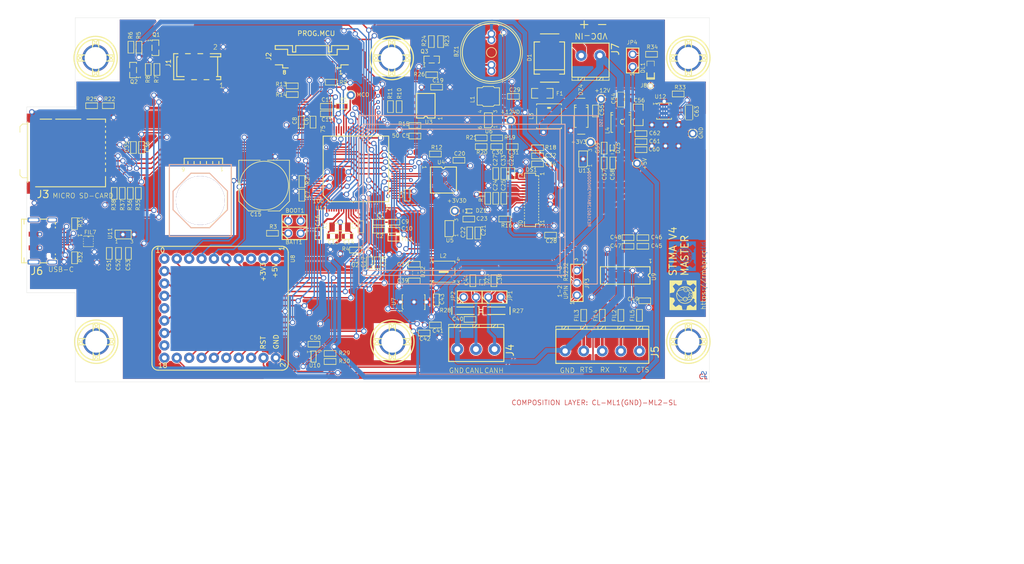
<source format=kicad_pcb>
(kicad_pcb (version 20221018) (generator pcbnew)
  (title_block (title "Stima V4 Master") (rev "1.0"))
  (layers (0 "F.Cu" signal "Top Layer") (1 "In1.Cu" signal "Mid-Layer 1") (2 "In2.Cu" signal "Mid-Layer 2") (31 "B.Cu" signal "Bottom Layer") (34 "B.Paste" user "Bottom Paste") (35 "F.Paste" user "Top Paste") (36 "B.SilkS" user "Bottom Overlay") (37 "F.SilkS" user "Top Overlay") (38 "B.Mask" user "Bottom Solder") (39 "F.Mask" user "Top Solder") (44 "Edge.Cuts" user))
  (net 0 "")
  (net 1 "NetF1_2")
  (net 2 "NetD1_2")
  (net 3 "NetD1_1")
  (net 4 "NetU1_62")
  (net 5 "NetU1_45")
  (net 6 "NetU1_33")
  (net 7 "NetU1_16")
  (net 8 "NetJP4_2")
  (net 9 "NetJP3_2")
  (net 10 "NetJP2_1")
  (net 11 "NetFIL7_2")
  (net 12 "NetFIL7_1")
  (net 13 "NetFIL5_2")
  (net 14 "NetFIL5_1")
  (net 15 "NetDL1_2")
  (net 16 "NetDL1_1")
  (net 17 "NetC54_1")
  (net 18 "NetC46_2")
  (net 19 "NetC45_2")
  (net 20 "NetC40_2")
  (net 21 "NetC39_2")
  (net 22 "NetC34_1")
  (net 23 "NetC15_1")
  (net 24 "NetC14_1")
  (net 25 "NetC13_1")
  (net 26 "GND")
  (net 27 "EGND")
  (net 28 "CANL")
  (net 29 "CANH")
  (net 30 "-RESET")
  (net 31 "+12V")
  (net 32 "+5V")
  (net 33 "+3V3")
  (net 34 "+3V3D")
  (net 35 "+5VE")
  (net 36 "+12VD")
  (net 37 "3V3USB")
  (net 38 "EN+5VE")
  (net 39 "ENC_A")
  (net 40 "ENC_B")
  (net 41 "KEY1")
  (net 42 "NetBATT1_2")
  (net 43 "NetBATT1_1")
  (net 44 "NetBOOT1_1")
  (net 45 "NetBZ1_2")
  (net 46 "NetC1_2")
  (net 47 "NetC30_2")
  (net 48 "NetC32_1")
  (net 49 "NetC33_1")
  (net 50 "NetC37_2")
  (net 51 "NetC45_1")
  (net 52 "NetC47_1")
  (net 53 "NetC47_2")
  (net 54 "NetC48_2")
  (net 55 "NetC50_2")
  (net 56 "NetC51_1")
  (net 57 "NetC54_2")
  (net 58 "NetC63_1")
  (net 59 "NetDS1_7")
  (net 60 "NetDS1_18")
  (net 61 "NetDS1_24")
  (net 62 "NetFIL2_1")
  (net 63 "NetFIL2_2")
  (net 64 "NetFIL3_1")
  (net 65 "NetFIL3_2")
  (net 66 "NetFIL4_1")
  (net 67 "NetFIL4_2")
  (net 68 "NetFIL7_7")
  (net 69 "NetFIL7_8")
  (net 70 "NetJ2_2")
  (net 71 "NetJ3_1")
  (net 72 "NetJ3_2")
  (net 73 "NetJ3_3")
  (net 74 "NetJ3_5")
  (net 75 "NetJ3_7")
  (net 76 "NetJ3_8")
  (net 77 "NetJ3_CD1")
  (net 78 "NetJ6_A5")
  (net 79 "NetJ6_B5")
  (net 80 "NetJP1_2")
  (net 81 "NetJP3_3")
  (net 82 "NetL1_2")
  (net 83 "NetMCO_1")
  (net 84 "NetQ1_1")
  (net 85 "NetQ2_1")
  (net 86 "NetQ2_3")
  (net 87 "NetQ3_1")
  (net 88 "NetQ3_3")
  (net 89 "NetR1_2")
  (net 90 "NetR15_2")
  (net 91 "NetR19_2")
  (net 92 "NetR33_2")
  (net 93 "NetU1_18")
  (net 94 "NetU1_30")
  (net 95 "NetU1_46")
  (net 96 "NetU1_58")
  (net 97 "NetU1_59")
  (net 98 "NetU1_60")
  (net 99 "NetU1_61")
  (net 100 "NetU1_69")
  (net 101 "NetU1_77")
  (net 102 "NetU1_81")
  (net 103 "NetU1_82")
  (net 104 "NetU1_84")
  (net 105 "NetU1_85")
  (net 106 "NetU1_90")
  (net 107 "NetU1_91")
  (net 108 "NetU1_92")
  (net 109 "NetU1_93")
  (net 110 "NetU1_95")
  (net 111 "PA2/F_-CS")
  (net 112 "PA3/F_SCK")
  (net 113 "PA6/F_I/O3")
  (net 114 "PA7/F_I/O2")
  (net 115 "PA13/SWDIO")
  (net 116 "PA14/SWCLK")
  (net 117 "PB0/F_I/O1")
  (net 118 "PB1/F_I/O0")
  (net 119 "PB3/SWO")
  (net 120 "PB10/I2C2_SCL")
  (net 121 "PB14/I2C2_SDA")
  (net 122 "RST")
  (net 123 "USART2_RX")
  (net 124 "USART2_TX")
  (net 125 "USART4_RX")
  (net 126 "USART4_TX")
  (footprint "ARGO Passive Component.IntLib:0603" (layer "F.Cu") (at 206.0321 125.7046 180)
    (fp_text reference "C49")
    (fp_text value "100n")
  )
  (footprint "ARGO Passive Component.IntLib:0603" (layer "F.Cu") (at 103.4161 79.0956 90)
    (fp_text reference "R8")
    (fp_text value "10K")
  )
  (footprint "ARGO Passive Component.IntLib:0603" (layer "F.Cu") (at 140.3731 112.4966)
    (fp_text reference "C13")
    (fp_text value "15pF")
  )
  (footprint "ARGO Passive Component.IntLib:0603" (layer "F.Cu") (at 88.3031 116.0526 -90)
    (fp_text reference "R32")
    (fp_text value "5K11")
  )
  (footprint "ARGO Passive Component.IntLib:0603" (layer "F.Cu") (at 177.3301 108.9406 180)
    (fp_text reference "R16")
    (fp_text value "10K")
  )
  (footprint "ARGO Passive Component.IntLib:0603" (layer "F.Cu") (at 186.7281 112.2426 180)
    (fp_text reference "C28")
    (fp_text value "100n")
  )
  (footprint "ARGO Passive Component.IntLib:0603" (layer "F.Cu") (at 99.3521 115.1636 -90)
    (fp_text reference "C53")
    (fp_text value "1uF")
  )
  (footprint "ARGO PcbLib-Trad1.PcbLib:ViteDado4" (layer "F.Cu") (at 214.1601 134.0866 -90)
    (fp_text reference "A2")
    (fp_text value "ViteDado" hide)
  )
  (footprint "ARGO Passive Component.IntLib:0603" (layer "F.Cu") (at 177.4571 83.7946)
    (fp_text reference "C29")
    (fp_text value "1uF")
  )
  (footprint "ARGO Passive Component.IntLib:0603" (layer "F.Cu") (at 159.1691 132.3086)
    (fp_text reference "C42")
    (fp_text value "100n")
  )
  (footprint "ARGO Passive Component.IntLib:0603" (layer "F.Cu") (at 163.3601 73.3806 90)
    (fp_text reference "R23")
    (fp_text value "1K")
  )
  (footprint "ARGO Passive Component.IntLib:0603" (layer "F.Cu") (at 95.4151 115.1636 -90)
    (fp_text reference "C51")
    (fp_text value "1uF")
  )
  (footprint "ARGO Passive Component.IntLib:0603" (layer "F.Cu") (at 158.9151 89.7636 180)
    (fp_text reference "R15")
    (fp_text value "10K")
  )
  (footprint "ARGO Passive Component.IntLib:0603" (layer "F.Cu") (at 145.0721 112.4966 180)
    (fp_text reference "C14")
    (fp_text value "15pF")
  )
  (footprint "ARGO Passive Component.IntLib:0603" (layer "F.Cu") (at 168.5671 129.5146)
    (fp_text reference "C40")
    (fp_text value "100n")
  )
  (footprint "ARGO Passive Component.IntLib:0603" (layer "F.Cu") (at 133.7691 83.4136 180)
    (fp_text reference "R14")
    (fp_text value "10K")
  )
  (footprint "ARGO Passive Component.IntLib:0603" (layer "F.Cu") (at 102.0191 95.0976 90)
    (fp_text reference "C36")
    (fp_text value "100n")
  )
  (footprint "ARGO Passive Component.IntLib:0603" (layer "F.Cu") (at 140.7541 87.3506 180)
    (fp_text reference "C11")
    (fp_text value "100n")
  )
  (footprint "ARGO Miscellanea.IntLib:SOT23_5" (layer "F.Cu") (at 194.0941 97.5716 90)
    (fp_text reference "U13")
    (fp_text value "ST732M33R")
  )
  (footprint "ARGO.PcbLib:TDFN 12L MIO" (layer "F.Cu") (at 207.4291 85.5726)
    (fp_text reference "U12")
    (fp_text value "MAX20077")
  )
  (footprint "ARGO Passive Component.IntLib:MOLEX8P1_25SMD" (layer "F.Cu") (at 141.3891 78.5876 180)
    (fp_text reference "J2")
    (fp_text value "Pico Blade 8p 53398-0871")
  )
  (footprint "ARGO Passive Component.IntLib:1206" (layer "F.Cu") (at 185.7121 83.1596 180)
    (fp_text reference "F1")
    (fp_text value "NSMF150")
  )
  (footprint "ARGO.PcbLib:CONN FPC_FFC 31P P0.3 REVERSE-MIO" (layer "F.Cu") (at 183.3851 100.5036 90)
    (fp_text reference "DS1")
    (fp_text value "REX160128AYPP3N00000")
  )
  (footprint "ARGO Passive Component.IntLib:0603" (layer "F.Cu") (at 146.9771 111.3536 90)
    (fp_text reference "C3")
    (fp_text value "100n")
  )
  (footprint "ARGO Passive Component.IntLib:STRIP2P" (layer "F.Cu") (at 173.1391 124.9426)
    (fp_text reference "JP1")
    (fp_text value "Strip 2p PTH" hide)
  )
  (footprint "ARGO Passive Component.IntLib:ViteDado4" (layer "F.Cu") (at 153.4541 134.0866)
    (fp_text reference "A5" hide)
    (fp_text value "ViteDado" hide)
  )
  (footprint "ARGO.PcbLib:SD CARD MICRO HIROSE MIO" (layer "F.Cu") (at 94.5261 98.1596 -90)
    (fp_text reference "J3")
    (fp_text value "101019966912A AMPHENOL")
  )
  (footprint "ARGO PcbLib-Trad1.PcbLib:VIAS0_8" (layer "F.Cu") (at 206.4131 81.6356)
    (fp_text reference "J8")
    (fp_text value "VIAS1" hide)
  )
  (footprint "ARGO Passive Component.IntLib:0603" (layer "F.Cu") (at 200.3171 127.8636 -90)
    (fp_text reference "FIL2")
    (fp_text value "BLM18BD102SN1D" hide)
  )
  (footprint "ARGO PcbLib-Trad1.PcbLib:STRIP2P" (layer "F.Cu") (at 132.1181 109.3216)
    (fp_text reference "BOOT1")
    (fp_text value "Strip 2p p.2.54" hide)
  )
  (footprint "ARGO Miscellanea.IntLib:HVSON14 MIO" (layer "F.Cu") (at 155.8671 127.4826)
    (fp_text reference "U7")
    (fp_text value "TJA1443ATK")
  )
  (footprint "ARGO Passive Component.IntLib:0603" (layer "F.Cu") (at 161.4551 130.6576)
    (fp_text reference "C41")
    (fp_text value "100n")
  )
  (footprint "ARGO Passive Component.IntLib:1206" (layer "F.Cu") (at 203.8731 86.0806 -90)
    (fp_text reference "C56")
    (fp_text value "4.7u35V")
  )
  (footprint "ARGO Passive Component.IntLib:0603" (layer "F.Cu") (at 182.4101 94.3356)
    (fp_text reference "R18")
    (fp_text value "810K")
  )
  (footprint "ARGO Passive Component.IntLib:0603" (layer "F.Cu") (at 176.3141 100.4316 90)
    (fp_text reference "C33")
    (fp_text value "4.7u")
  )
  (footprint "ARGO Passive Component.IntLib:SOT23" (layer "F.Cu") (at 103.5431 72.8726 -90)
    (fp_text reference "Q1")
    (fp_text value "BC807")
  )
  (footprint "ARGO Passive Component.IntLib:0603" (layer "F.Cu") (at 175.6791 92.3036 180)
    (fp_text reference "R19")
    (fp_text value "110K")
  )
  (footprint "ARGO Passive Component.IntLib:0603" (layer "F.Cu") (at 169.9641 120.7516 -90)
    (fp_text reference "C44")
    (fp_text value "220p")
  )
  (footprint "ARGO Passive Component.IntLib:0603" (layer "F.Cu") (at 174.6631 103.8606 -90)
    (fp_text reference "C24")
    (fp_text value "100n")
  )
  (footprint "ARGO Passive Component.IntLib:0603" (layer "F.Cu") (at 133.7691 81.6356 180)
    (fp_text reference "R13")
    (fp_text value "100K")
  )
  (footprint "ARGO Passive Component.IntLib:0603" (layer "F.Cu") (at 149.8981 109.5756)
    (fp_text reference "C1")
    (fp_text value "100n")
  )
  (footprint "ARGO Miscellanea.IntLib:SO8W" (layer "F.Cu") (at 159.9311 99.0346)
    (fp_text reference "U4")
    (fp_text value "AT25SF641B")
  )
  (footprint "ARGO Passive Component.IntLib:TP" (layer "F.Cu") (at 144.9451 83.5406)
    (fp_text reference "MCO")
    (fp_text value "TestPoint" hide)
  )
  (footprint "ARGO Passive Component.IntLib:0603" (layer "F.Cu") (at 152.9461 111.2266)
    (fp_text reference "C10")
    (fp_text value "1uF")
  )
  (footprint "ARGO PcbLib-Trad1.PcbLib:ViteDado4" (layer "F.Cu") (at 92.7481 134.0866 -90)
    (fp_text reference "A3")
    (fp_text value "ViteDado" hide)
  )
  (footprint "ARGO Passive Component.IntLib:0603" (layer "F.Cu") (at 134.9121 100.4316 -90)
    (fp_text reference "R2")
    (fp_text value "100K")
  )
  (footprint "ARGO Passive Component.IntLib:0603" (layer "F.Cu") (at 163.1061 95.6056 180)
    (fp_text reference "R12")
    (fp_text value "10K")
  )
  (footprint "ARGO Passive Component.IntLib:0805" (layer "F.Cu") (at 200.3171 83.4136 -90)
    (fp_text reference "C54")
    (fp_text value "100n")
  )
  (footprint "ARGO Passive Component.IntLib:STRIP2P" (layer "F.Cu") (at 168.0591 124.9426)
    (fp_text reference "JP2")
    (fp_text value "Strip 2p PTH" hide)
  )
  (footprint "ARGO Passive Component.IntLib:0603" (layer "F.Cu") (at 142.2781 85.8266)
    (fp_text reference "R1")
    (fp_text value "NM")
  )
  (footprint "ARGO.PcbLib:COIL LAIRD TYS4018" (layer "F.Cu") (at 174.6631 83.7946 180)
    (fp_text reference "L1")
    (fp_text value "TYS4018")
  )
  (footprint "ARGO Passive Component.IntLib:TP" (layer "F.Cu") (at 194.0941 93.1926)
    (fp_text reference "+3V3")
    (fp_text value "TestPoint" hide)
  )
  (footprint "ARGO Texas.IntLib:SO16" (layer "F.Cu") (at 205.6511 117.4496 180)
    (fp_text reference "U9")
    (fp_text value "TRSF3232EIDR")
  )
  (footprint "ARGO Passive Component.IntLib:0603" (layer "F.Cu") (at 196.5071 127.8636 -90)
    (fp_text reference "FIL4")
    (fp_text value "BLM18BD102SN1D" hide)
  )
  (footprint "ARGO Miscellanea.IntLib:SOT23_5" (layer "F.Cu") (at 97.3201 113.6396)
    (fp_text reference "U11")
    (fp_text value "ST732M33R")
  )
  (footprint "ARGO Passive Component.IntLib:0603" (layer "F.Cu") (at 172.5041 92.3036 180)
    (fp_text reference "R21")
    (fp_text value "10K")
  )
  (footprint "ARGO Passive Component.IntLib:0603" (layer "F.Cu") (at 157.1371 118.2116)
    (fp_text reference "C37")
    (fp_text value "220p")
  )
  (footprint "ARGO Passive Component.IntLib:TP" (layer "F.Cu") (at 166.2811 107.2896 180)
    (fp_text reference "+3V3D")
    (fp_text value "TestPoint" hide)
  )
  (footprint "ARGO Passive Component.IntLib:0603" (layer "F.Cu") (at 192.6971 127.8636 -90)
    (fp_text reference "FIL3")
    (fp_text value "BLM18BD102SN1D" hide)
  )
  (footprint "ARGO.PcbLib:CRYST_ECS" (layer "F.Cu") (at 144.3101 110.5916 180)
    (fp_text reference "X1")
    (fp_text value "32.768KHz")
  )
  (footprint "ARGO Passive Component.IntLib:0805" (layer "F.Cu") (at 214.2871 86.0806 -90)
    (fp_text reference "C63")
    (fp_text value "1uF")
  )
  (footprint "ARGO Passive Component.IntLib:0603" (layer "F.Cu") (at 101.3841 102.8446 -90)
    (fp_text reference "R35")
    (fp_text value "47K")
  )
  (footprint "ARGO Passive Component.IntLib:ACT45B TDK-MIO" (layer "F.Cu") (at 161.5821 118.4656)
    (fp_text reference "L2")
    (fp_text value "ACT45B-110")
  )
  (footprint "ARGO Miscellanea.IntLib:SOT23" (layer "F.Cu") (at 101.6381 79.3446 90)
    (fp_text reference "Q2")
    (fp_text value "BSS138P")
  )
  (footprint "ARGO Passive Component.IntLib:0603" (layer "F.Cu") (at 154.5971 112.8776 180)
    (fp_text reference "FIL1")
    (fp_text value "BLM18BD102SN1D")
  )
  (footprint "ARGO Passive Component.IntLib:0603" (layer "F.Cu") (at 184.0611 95.9866 180)
    (fp_text reference "C32")
    (fp_text value "4.7u")
  )
  (footprint "E:_Altium_ARGO_ARGO PcbLib-Trad1.PcbLib_ENCODER GRAWHILL 62AG" (layer "F.Cu") (at 114.0841 105.1306 180)
    (fp_text reference "")
    (fp_text value "ENCODER GRAWHILL 62AG")
  )
  (footprint "ARGO Passive Component.IntLib:0603" (layer "F.Cu") (at 148.7551 118.7196 90)
    (fp_text reference "C17")
    (fp_text value "100n")
  )
  (footprint "ARGO Passive Component.IntLib:0603" (layer "F.Cu") (at 169.3291 110.9726 -90)
    (fp_text reference "C22")
    (fp_text value "100n")
  )
  (footprint "ARGO Passive Component.IntLib:ViteDado4" (layer "F.Cu") (at 153.3271 75.9206)
    (fp_text reference "A6" hide)
    (fp_text value "ViteDado" hide)
  )
  (footprint "ARGO Passive Component.IntLib:0603" (layer "F.Cu") (at 168.3131 108.9406)
    (fp_text reference "C23")
    (fp_text value "1uF")
  )
  (footprint "ARGO PcbLib-Trad1.PcbLib:ViteDado4" (layer "F.Cu") (at 214.1601 75.9206 -90)
    (fp_text reference "A1")
    (fp_text value "ViteDado" hide)
  )
  (footprint "ARGO Passive Component.IntLib:0603" (layer "F.Cu") (at 195.1101 85.9536 -90)
    (fp_text reference "C55")
    (fp_text value "1nF")
  )
  (footprint "ARGO Passive Component.IntLib:0603" (layer "F.Cu") (at 162.3441 79.3496 180)
    (fp_text reference "R26")
    (fp_text value "10K")
  )
  (footprint "ARGO.PcbLib:UDFN6 - MIO" (layer "F.Cu") (at 146.3421 117.5766 90)
    (fp_text reference "U2")
    (fp_text value "STM6519")
  )
  (footprint "ARGO Passive Component.IntLib:0603" (layer "F.Cu") (at 158.9151 91.9226 180)
    (fp_text reference "C5")
    (fp_text value "100n")
  )
  (footprint "ARGO Passive Component.IntLib:0603" (layer "F.Cu") (at 174.6631 98.7806 -90)
    (fp_text reference "C27")
    (fp_text value "100n")
  )
  (footprint "ARGO Passive Component.IntLib:0603" (layer "F.Cu") (at 101.5111 72.8726 -90)
    (fp_text reference "R5")
    (fp_text value "10K")
  )
  (footprint "ARGO Miscellanea.IntLib:SO8" (layer "F.Cu") (at 163.3601 87.6046 90)
    (fp_text reference "U3")
    (fp_text value "CAT24C64WI")
  )
  (footprint "ARGO Miscellanea.IntLib:SOT23_5" (layer "F.Cu") (at 166.6621 111.8616 90)
    (fp_text reference "U5")
    (fp_text value "ST732M33R")
  )
  (footprint "ARGO Passive Component.IntLib:QFN-3L-DFN1110-MIO" (layer "F.Cu") (at 157.6451 119.9896 180)
    (fp_text reference "DZ2")
    (fp_text value "ESDCAN03")
  )
  (footprint "ARGO Passive Component.IntLib:0603" (layer "F.Cu") (at 157.1371 121.6406)
    (fp_text reference "C39")
    (fp_text value "220p")
  )
  (footprint "ARGO Passive Component.IntLib:TP" (layer "F.Cu") (at 215.0491 91.4146 -90)
    (fp_text reference "GND")
    (fp_text value "TestPoint" hide)
  )
  (footprint "ARGO Passive Component.IntLib:0603" (layer "F.Cu") (at 212.8901 83.2866 180)
    (fp_text reference "R33")
    (fp_text value "10K")
  )
  (footprint "ARGO.PcbLib:LQFP100P05" (layer "F.Cu") (at 139.9921 106.6546 90)
    (fp_text reference "U1")
    (fp_text value "STM32L496VGT6")
  )
  (footprint "ARGO Passive Component.IntLib:0603" (layer "F.Cu") (at 205.2701 91.4146 180)
    (fp_text reference "C62")
    (fp_text value "10uF")
  )
  (footprint "ARGO Passive Component.IntLib:0603" (layer "F.Cu") (at 105.1941 79.0956 90)
    (fp_text reference "R7")
    (fp_text value "100R")
  )
  (footprint "ARGO Passive Component.IntLib:0603" (layer "F.Cu") (at 154.8511 85.0646 -90)
    (fp_text reference "R10")
    (fp_text value "4K7")
  )
  (footprint "ARGO Passive Component.IntLib:0603" (layer "F.Cu") (at 138.2141 112.7506 90)
    (fp_text reference "C16")
    (fp_text value "100n")
  )
  (footprint "ARGO Passive Component.IntLib:0603" (layer "F.Cu") (at 139.8651 138.1506)
    (fp_text reference "R30")
    (fp_text value "10K")
  )
  (footprint "ARGO Passive Component.IntLib:0603" (layer "F.Cu") (at 170.9801 110.9726 -90)
    (fp_text reference "C21")
    (fp_text value "1uF")
  )
  (footprint "ARGO Passive Component.IntLib:0603" (layer "F.Cu") (at 139.8651 136.4996)
    (fp_text reference "R29")
    (fp_text value "200K")
  )
  (footprint "ARGO Passive Component.IntLib:0603" (layer "F.Cu") (at 139.1031 85.8266)
    (fp_text reference "C12")
    (fp_text value "4.7u")
  )
  (footprint "ARGO Passive Component.IntLib:QFN-3L-DFN1110-MIO" (layer "F.Cu") (at 171.8691 121.3866 90)
    (fp_text reference "DZ3")
    (fp_text value "ESDCAN03")
  )
  (footprint "ARGO Passive Component.IntLib:10X8-10_5" (layer "F.Cu") (at 127.1651 106.5276 180)
    (fp_text reference "C15")
    (fp_text value "0.1F 5V5 ")
  )
  (footprint "ARGO Passive Component.IntLib:0603" (layer "F.Cu") (at 136.5631 134.5946)
    (fp_text reference "C50")
    (fp_text value "100n")
  )
  (footprint "ARGO Passive Component.IntLib:CONN_2P-P381" (layer "F.Cu") (at 192.1891 75.4126)
    (fp_text reference "J7")
    (fp_text value "2P" hide)
  )
  (footprint "ARGO PcbLib-Trad1.PcbLib:STRIP3PP254" (layer "F.Cu") (at 191.3001 124.5616 90)
    (fp_text reference "JP3")
    (fp_text value "Strip 3p PTH" hide)
  )
  (footprint "ARGO Passive Component.IntLib:0603" (layer "F.Cu") (at 205.2701 93.0656 180)
    (fp_text reference "C61")
    (fp_text value "10uF")
  )
  (footprint "ARGO Passive Component.IntLib:0603" (layer "F.Cu") (at 100.3681 95.0976 90)
    (fp_text reference "C35")
    (fp_text value "4.7u")
  )
  (footprint "ARGO Passive Component.IntLib:CONN_5P-P381" (layer "F.Cu") (at 204.1271 135.9916 180)
    (fp_text reference "J5")
    (fp_text value "5P" hide)
  )
  (footprint "ARGO Passive Component.IntLib:0603" (layer "F.Cu") (at 97.3201 115.1636 -90)
    (fp_text reference "C52")
    (fp_text value "100n")
  )
  (footprint "ARGO Passive Component.IntLib:0603" (layer "F.Cu") (at 176.3141 103.8606 -90)
    (fp_text reference "C25")
    (fp_text value "100n")
  )
  (footprint "ARGO Passive Component.IntLib:0603" (layer "F.Cu") (at 207.4291 75.1586 180)
    (fp_text reference "R34")
    (fp_text value "1K")
  )
  (footprint "ARGO Passive Component.IntLib:0603" (layer "F.Cu") (at 202.6031 112.7506 180)
    (fp_text reference "C48")
    (fp_text value "100n")
  )
  (footprint "ARGO Passive Component.IntLib:0603" (layer "F.Cu") (at 200.9521 114.5286)
    (fp_text reference "C47")
    (fp_text value "100n")
  )
  (footprint "ARGO Passive Component.IntLib:0603" (layer "F.Cu") (at 156.5021 104.8766 90)
    (fp_text reference "C4")
    (fp_text value "100n")
  )
  (footprint "ARGO Passive Component.IntLib:0603" (layer "F.Cu") (at 204.1271 127.8636 -90)
    (fp_text reference "FIL5")
    (fp_text value "BLM18BD102SN1D")
  )
  (footprint "ARGO Miscellanea.IntLib:SOT23" (layer "F.Cu") (at 160.5661 77.5716)
    (fp_text reference "Q3")
    (fp_text value "BSS138P")
  )
  (footprint "ARGO Passive Component.IntLib:0603" (layer "F.Cu") (at 153.0731 85.0646 -90)
    (fp_text reference "R11")
    (fp_text value "4K7")
  )
  (footprint "ARGO Passive Component.IntLib:0805-led" (layer "F.Cu") (at 206.4131 79.3496 90)
    (fp_text reference "DL1")
    (fp_text value "GREEN")
  )
  (footprint "ARGO Passive Component.IntLib:0603" (layer "F.Cu") (at 196.8881 95.2246 90)
    (fp_text reference "C59")
    (fp_text value "1uF")
  )
  (footprint "ARGO.PcbLib:USB TYPE C 16PIN MIO" (layer "F.Cu") (at 84.1121 110.3376 -90)
    (fp_text reference "J6")
    (fp_text value "USB TYPE C ")
  )
  (footprint "ARGO Passive Component.IntLib:0603" (layer "F.Cu") (at 141.7701 80.8736 180)
    (fp_text reference "R9")
    (fp_text value "0R")
  )
  (footprint "ARGO Passive Component.IntLib:0603" (layer "F.Cu") (at 174.2821 120.7516 -90)
    (fp_text reference "C38")
    (fp_text value "220p")
  )
  (footprint "ARGO Passive Component.IntLib:0603" (layer "F.Cu") (at 184.0611 97.6376 180)
    (fp_text reference "C34")
    (fp_text value "4.7u")
  )
  (footprint "ARGO Passive Component.IntLib:0603" (layer "F.Cu") (at 99.7331 104.4956 90)
    (fp_text reference "R36")
    (fp_text value "47K")
  )
  (footprint "ARGO Miscellanea.IntLib:SOT23_6" (layer "F.Cu") (at 174.6631 89.6366 90)
    (fp_text reference "U6")
    (fp_text value "R1202N513B")
  )
  (footprint "ARGO Passive Component.IntLib:CONN_3P-P381" (layer "F.Cu") (at 174.4091 135.6106 180)
    (fp_text reference "J4")
    (fp_text value "3P" hide)
  )
  (footprint "ARGO Passive Component.IntLib:0603" (layer "F.Cu") (at 167.9321 96.8756 180)
    (fp_text reference "C20")
    (fp_text value "100n")
  )
  (footprint "ARGO Passive Component.IntLib:TP" (layer "F.Cu") (at 203.6191 97.5106 -90)
    (fp_text reference "+5V")
    (fp_text value "TestPoint" hide)
  )
  (footprint "ARGO Passive Component.IntLib:0603" (layer "F.Cu") (at 161.4551 71.7296 -90)
    (fp_text reference "R24")
    (fp_text value "0R")
  )
  (footprint "ARGO Passive Component.IntLib:0603" (layer "F.Cu") (at 98.0821 104.4956 90)
    (fp_text reference "R37")
    (fp_text value "47K")
  )
  (footprint "ARGO Passive Component.IntLib:SOD 523(SC-79)" (layer "F.Cu") (at 198.5391 95.2246 90)
    (fp_text reference "DZ5")
    (fp_text value "PESD5Z3.3")
  )
  (footprint "ARGO Passive Component.IntLib:0603" (layer "F.Cu") (at 151.5491 111.2266 180)
    (fp_text reference "C2")
    (fp_text value "1uF")
  )
  (footprint "ARGO.PcbLib:MELFRESMMA0204" (layer "F.Cu") (at 173.0121 127.7366)
    (fp_text reference "R27")
    (fp_text value "MMA0204 60R4" hide)
  )
  (footprint "ARGO.PcbLib:MELFRESMMA0204" (layer "F.Cu") (at 166.6621 127.7366)
    (fp_text reference "R28")
    (fp_text value "2XMMA0204   60R4")
  )
  (footprint "ARGO Passive Component.IntLib:TP" (layer "F.Cu") (at 177.7111 88.7476)
    (fp_text reference "+12VD")
    (fp_text value "TestPoint" hide)
  )
  (footprint "ARGO.PcbLib:CONN MICROMATCH6PF MIO" (layer "F.Cu") (at 116.6241 79.9846)
    (fp_text reference "J1")
    (fp_text value "7-338069-6")
  )
  (footprint "ARGO Passive Component.IntLib:UPIN27" (layer "F.Cu") (at 129.5781 117.0686 -90)
    (fp_text reference "U8")
    (fp_text value "UPIN27" hide)
  )
  (footprint "ARGO PcbLib-Trad1.PcbLib:ViteDado4" (layer "F.Cu") (at 92.6211 75.9206 -90)
    (fp_text reference "A4")
    (fp_text value "ViteDado" hide)
  )
  (footprint "ARGO Passive Component.IntLib:0603" (layer "F.Cu") (at 162.4711 126.3396 90)
    (fp_text reference "C43")
    (fp_text value "100n")
  )
  (footprint "ARGO Miscellanea.IntLib:FILTRO DLW5B MIO" (layer "F.Cu") (at 183.9341 85.8266)
    (fp_text reference "L3")
    (fp_text value "DLW5BTM")
  )
  (footprint "ARGO Passive Component.IntLib:0603" (layer "F.Cu") (at 96.4311 104.4956 90)
    (fp_text reference "R38")
    (fp_text value "47K")
  )
  (footprint "ARGO Passive Component.IntLib:0603" (layer "F.Cu") (at 204.0001 112.7506)
    (fp_text reference "C46")
    (fp_text value "100n")
  )
  (footprint "ARGO Passive Component.IntLib:STRIP2P" (layer "F.Cu") (at 202.7301 77.6986 90)
    (fp_text reference "JP4")
    (fp_text value "Strip 2p PTH" hide)
  )
  (footprint "ARGO Passive Component.IntLib:0603" (layer "F.Cu") (at 204.0001 114.5286)
    (fp_text reference "C45")
    (fp_text value "100n")
  )
  (footprint "ARGO.PcbLib:SMA" (layer "F.Cu") (at 192.1891 85.5726 -90)
    (fp_text reference "DZ4")
    (fp_text value "SMAJ28A")
  )
  (footprint "ARGO Passive Component.IntLib:0603" (layer "F.Cu") (at 196.8881 96.6216 -90)
    (fp_text reference "C57")
    (fp_text value "1uF")
  )
  (footprint "ARGO Passive Component.IntLib:0603" (layer "F.Cu") (at 137.1981 88.2396 -90)
    (fp_text reference "C6")
    (fp_text value "100n")
  )
  (footprint "ARGO Passive Component.IntLib:0603" (layer "F.Cu") (at 88.3031 109.0676 -90)
    (fp_text reference "R31")
    (fp_text value "5K11")
  )
  (footprint "ARGO Passive Component.IntLib:0603" (layer "F.Cu") (at 161.7091 81.8896)
    (fp_text reference "C19")
    (fp_text value "100n")
  )
  (footprint "ARGO.PcbLib:COIL COILCRAFT XAL4020-MIO" (layer "F.Cu") (at 200.3171 87.8586 -90)
    (fp_text reference "L4")
    (fp_text value "XAL4020")
  )
  (footprint "ARGO PcbLib-Trad1.PcbLib:BUZZER TDK PS1240P02CT3" (layer "F.Cu") (at 173.7741 70.9676 -90)
    (fp_text reference "BZ1")
    (fp_text value "F/UCW03 (2-5V)")
  )
  (footprint "ARGO.PcbLib:WDFN8 - MIO" (layer "F.Cu") (at 90.3859 112.7078 -90)
    (fp_text reference "FIL7")
    (fp_text value "EMI2121MTTAG")
  )
  (footprint "ARGO Passive Component.IntLib:0603" (layer "F.Cu") (at 146.7231 115.2906 180)
    (fp_text reference "R4")
    (fp_text value "100K")
  )
  (footprint "ARGO Passive Component.IntLib:0603" (layer "F.Cu") (at 150.4061 118.7196 90)
    (fp_text reference "C18")
    (fp_text value "100n")
  )
  (footprint "ARGO Passive Component.IntLib:0603" (layer "F.Cu") (at 99.8601 72.8726 -90)
    (fp_text reference "R6")
    (fp_text value "1K")
  )
  (footprint "ARGO Passive Component.IntLib:0603" (layer "F.Cu") (at 177.2031 94.0816)
    (fp_text reference "C31")
    (fp_text value "1uF")
  )
  (footprint "ARGO Passive Component.IntLib:0603" (layer "F.Cu") (at 90.9701 85.6996)
    (fp_text reference "R25")
    (fp_text value "10K")
  )
  (footprint "ARGO Passive Component.IntLib:0603" (layer "F.Cu") (at 94.3991 85.6996)
    (fp_text reference "R22")
    (fp_text value "47K")
  )
  (footprint "ARGO.PcbLib:CS" (layer "F.Cu") (at 226.6111 132.9436 90)
    (fp_text reference "CS1" hide)
    (fp_text value "Circuito Stampato" hide)
  )
  (footprint "ARGO Passive Component.IntLib:0603" (layer "F.Cu") (at 172.5041 94.0816 180)
    (fp_text reference "R20")
    (fp_text value "2K2")
  )
  (footprint "ARGO Passive Component.IntLib:0603" (layer "F.Cu") (at 175.6791 94.0816 180)
    (fp_text reference "C30")
    (fp_text value "22pF")
  )
  (footprint "ARGO Passive Component.IntLib:0603" (layer "F.Cu") (at 154.5971 109.5756 180)
    (fp_text reference "C9")
    (fp_text value "100n")
  )
  (footprint "ARGO Passive Component.IntLib:0603" (layer "F.Cu") (at 129.7051 111.8616 180)
    (fp_text reference "R3")
    (fp_text value "1K")
  )
  (footprint "ARGO Passive Component.IntLib:0603" (layer "F.Cu") (at 198.6661 96.6216 -90)
    (fp_text reference "C58")
    (fp_text value "100n")
  )
  (footprint "ARGO Passive Component.IntLib:0603" (layer "F.Cu") (at 177.9651 98.7806 -90)
    (fp_text reference "C26")
    (fp_text value "1uF")
  )
  (footprint "ARGO Passive Component.IntLib:0603" (layer "F.Cu") (at 173.0121 103.8606 -90)
    (fp_text reference "R17")
    (fp_text value "10K")
  )
  (footprint "ARGO PcbLib-Trad1.PcbLib:STRIP2P" (layer "F.Cu") (at 132.1181 111.8616)
    (fp_text reference "BATT1")
    (fp_text value "Strip 2p p.2.54" hide)
  )
  (footprint "ARGO Miscellanea.IntLib:SOT363(SC70)" (layer "F.Cu") (at 136.3091 136.4996 -90)
    (fp_text reference "U10")
    (fp_text value "LSF0101GM")
  )
  (footprint "ARGO Passive Component.IntLib:0603" (layer "F.Cu") (at 134.7851 88.2396 -90)
    (fp_text reference "C8")
    (fp_text value "4.7u")
  )
  (footprint "ARGO Passive Component.IntLib:0603" (layer "F.Cu") (at 205.2701 94.7166 180)
    (fp_text reference "C60")
    (fp_text value "10uF")
  )
  (footprint "ARGO Passive Component.IntLib:DO-214AB" (layer "F.Cu") (at 185.7121 79.7306 90)
    (fp_text reference "D1")
    (fp_text value "S3G")
  )
  (footprint "ARGO Passive Component.IntLib:0603" (layer "F.Cu") (at 134.9121 103.2256 -90)
    (fp_text reference "C7")
    (fp_text value "100n")
  )
  (footprint "ARGO Passive Component.IntLib:TP" (layer "F.Cu") (at 196.2531 84.3026 -90)
    (fp_text reference "+12V")
    (fp_text value "TestPoint" hide)
  )
  (footprint "ARGO Passive Component.IntLib:SOD 523(SC-79)" (layer "F.Cu") (at 168.3131 107.2896)
    (fp_text reference "DZ1")
    (fp_text value "PESD5Z3.3")
  )
  (footprint "E:_Altium_ARGO_ARGO.PcbLib_DISPLAY RAYSTAR OLED 128X160" (layer "B.Cu") (at 168.1861 105.0036 -90)
    (fp_text reference "DS1'")
    (fp_text value "REX160128AYPP3N00000")
  )
  (gr_line (start 140.3731 94.7166) (end 144.8181 94.7166) (stroke (width 0.2)) (layer "F.Cu"))
  (gr_line (start 151.49208 90.65462) (end 151.49208 88.93162) (stroke (width 0.2)) (layer "F.Cu"))
  (gr_line (start 149.99208 90.65462) (end 149.99208 86.49462) (stroke (width 0.2)) (layer "F.Cu"))
  (gr_line (start 152.5651 103.6066) (end 153.0171 103.1546) (stroke (width 0.28)) (layer "F.Cu"))
  (gr_line (start 139.8651 94.2086) (end 140.3731 94.7166) (stroke (width 0.2)) (layer "F.Cu"))
  (gr_line (start 151.99208 90.65462) (end 151.99208 89.70162) (stroke (width 0.2)) (layer "F.Cu"))
  (gr_line (start 149.99208 86.49462) (end 150.4061 86.0806) (stroke (width 0.2)) (layer "F.Cu"))
  (gr_line (start 151.49208 88.93162) (end 151.8031 88.6206) (stroke (width 0.2)) (layer "F.Cu"))
  (gr_line (start 151.99208 89.70162) (end 152.3111 89.3826) (stroke (width 0.2)) (layer "F.Cu"))
  (gr_line (start 157.01111 98.65461) (end 157.2641 98.9076) (stroke (width 0.2)) (layer "F.Cu"))
  (gr_line (start 150.49208 90.65462) (end 150.49208 87.26462) (stroke (width 0.2)) (layer "F.Cu"))
  (gr_line (start 149.49208 90.65462) (end 149.49208 85.85162) (stroke (width 0.2)) (layer "F.Cu"))
  (gr_line (start 148.99208 85.08162) (end 150.4061 83.6676) (stroke (width 0.2)) (layer "F.Cu"))
  (gr_line (start 152.5651 104.2416) (end 152.5651 103.6066) (stroke (width 0.28)) (layer "F.Cu"))
  (gr_line (start 139.9921 108.0516) (end 139.9921 106.6546) (stroke (width 0.2)) (layer "F.Cu"))
  (gr_line (start 153.99208 98.65461) (end 157.01111 98.65461) (stroke (width 0.2)) (layer "F.Cu"))
  (gr_line (start 150.49208 87.26462) (end 150.6601 87.0966) (stroke (width 0.2)) (layer "F.Cu"))
  (gr_line (start 153.99208 100.65461) (end 157.10611 100.65461) (stroke (width 0.2)) (layer "F.Cu"))
  (gr_line (start 149.49208 85.85162) (end 150.4061 84.9376) (stroke (width 0.2)) (layer "F.Cu"))
  (gr_line (start 145.99209 93.54261) (end 145.99209 90.65462) (stroke (width 0.2)) (layer "F.Cu"))
  (gr_line (start 153.0171 103.1546) (end 153.99208 103.1546) (stroke (width 0.28)) (layer "F.Cu"))
  (gr_line (start 148.99208 90.65462) (end 148.99208 85.08162) (stroke (width 0.2)) (layer "F.Cu"))
  (gr_line (start 144.8181 94.7166) (end 145.99209 93.54261) (stroke (width 0.2)) (layer "F.Cu"))
  (gr_line (start 153.99208 98.15461) (end 158.0261 98.15461) (stroke (width 0.2)) (layer "F.Cu"))
  (gr_line (start 157.10611 100.65461) (end 157.2641 100.8126) (stroke (width 0.2)) (layer "F.Cu"))
  (gr_poly (pts (xy 213.66156 115.38256) (xy 213.66156 115.37901) (xy 213.65447 115.37901) (xy 213.65447 115.37192) (xy 213.66156 115.37192) (xy 213.66156 115.36837) (xy 213.66866 115.36837) (xy 213.66866 115.36482) (xy 213.6793 115.36482) (xy 213.6793 115.36127) (xy 213.6864 115.36127) (xy 213.6864 115.35772) (xy 213.70769 115.35772) (xy 213.70769 115.36127) (xy 213.71479 115.36127) (xy 213.71479 115.36837) (xy 213.71834 115.36837) (xy 213.71834 115.39321) (xy 213.71479 115.39321) (xy 213.71479 115.39675) (xy 213.70769 115.39675) (xy 213.70769 115.4003) (xy 213.6864 115.4003) (xy 213.6864 115.39675) (xy 213.6793 115.39675) (xy 213.6793 115.39321) (xy 213.67576 115.39321) (xy 213.67576 115.38966) (xy 213.66866 115.38966) (xy 213.66866 115.38611) (xy 213.66511 115.38611) (xy 213.66511 115.38256)) (fill solid) (layer "B.Cu"))
  (gr_poly (pts (xy 215.6841 119.6086) (xy 210.16648 119.6086) (xy 210.16648 116.93317) (xy 210.23034 116.93317) (xy 210.23389 116.93317) (xy 210.23389 116.94382) (xy 210.23744 116.94382) (xy 210.23744 116.95091) (xy 210.24099 116.95091) (xy 210.24099 116.95801) (xy 210.24454 116.95801) (xy 210.24454 116.96156) (xy 210.25163 116.96156) (xy 210.25163 116.96511) (xy 210.25518 116.96511) (xy 210.25518 116.96866) (xy 210.26938 116.96866) (xy 210.26938 116.9722) (xy 210.28712 116.9722) (xy 210.28712 116.97575) (xy 210.30841 116.97575) (xy 210.30841 116.9793) (xy 210.32615 116.9793) (xy 210.32615 116.98285) (xy 210.34389 116.98285) (xy 210.34389 116.9864) (xy 210.36518 116.9864) (xy 210.36518 116.98995) (xy 210.38292 116.98995) (xy 210.38292 116.99349) (xy 210.40421 116.99349) (xy 210.40421 116.99704) (xy 210.42195 116.99704) (xy 210.42195 117.00059) (xy 210.4397 117.00059) (xy 210.4397 117.00414) (xy 210.46099 117.00414) (xy 210.46099 117.00769) (xy 210.47873 117.00769) (xy 210.47873 117.01124) (xy 210.49647 117.01124) (xy 210.49647 117.01478) (xy 210.51776 117.01478) (xy 210.51776 117.01833) (xy 210.5355 117.01833) (xy 210.5355 117.02188) (xy 210.55324 117.02188) (xy 210.55324 117.02543) (xy 210.57453 117.02543) (xy 210.57453 117.02898) (xy 210.59227 117.02898) (xy 210.59227 117.03252) (xy 210.61356 117.03252) (xy 210.61356 117.03607) (xy 210.6313 117.03607) (xy 210.6313 117.03962) (xy 210.64905 117.03962) (xy 210.64905 117.04317) (xy 210.67034 117.04317) (xy 210.67034 117.04672) (xy 210.68808 117.04672) (xy 210.68808 117.05027) (xy 210.70582 117.05027) (xy 210.70582 117.05381) (xy 210.72711 117.05381) (xy 210.72711 117.05736) (xy 210.74485 117.05736) (xy 210.74485 117.06091) (xy 210.76614 117.06091) (xy 210.76614 117.06446) (xy 210.78388 117.06446) (xy 210.78388 117.06801) (xy 210.80162 117.06801) (xy 210.80162 117.07156) (xy 210.82291 117.07156) (xy 210.82291 117.0751) (xy 210.84065 117.0751) (xy 210.84065 117.07865) (xy 210.8584 117.07865) (xy 210.8584 117.0822) (xy 210.87969 117.0822) (xy 210.87969 117.08575) (xy 210.89743 117.08575) (xy 210.89743 117.0893) (xy 210.91517 117.0893) (xy 210.91517 117.09285) (xy 210.93646 117.09285) (xy 210.93646 117.09639) (xy 210.9542 117.09639) (xy 210.9542 117.09994) (xy 210.97549 117.09994) (xy 210.97549 117.10349) (xy 210.99323 117.10349) (xy 210.99323 117.10704) (xy 211.01097 117.10704) (xy 211.01097 117.11059) (xy 211.02872 117.11059) (xy 211.02872 117.11414) (xy 211.03581 117.11414) (xy 211.03581 117.11768) (xy 211.04291 117.11768) (xy 211.04291 117.12123) (xy 211.04646 117.12123) (xy 211.04646 117.12478) (xy 211.05355 117.12478) (xy 211.05355 117.13188) (xy 211.0571 117.13188) (xy 211.0571 117.13543) (xy 211.06065 117.13543) (xy 211.06065 117.13897) (xy 211.0642 117.13897) (xy 211.0642 117.14607) (xy 211.06775 117.14607) (xy 211.06775 117.15317) (xy 211.07129 117.15317) (xy 211.07129 117.16381) (xy 211.07484 117.16381) (xy 211.07484 117.17091) (xy 211.07839 117.17091) (xy 211.07839 117.18155) (xy 211.08194 117.18155) (xy 211.08194 117.18865) (xy 211.08549 117.18865) (xy 211.08549 117.1993) (xy 211.08904 117.1993) (xy 211.08904 117.20639) (xy 211.09258 117.20639) (xy 211.09258 117.21704) (xy 211.09613 117.21704) (xy 211.09613 117.22413) (xy 211.09968 117.22413) (xy 211.09968 117.23123) (xy 211.10323 117.23123) (xy 211.10323 117.24188) (xy 211.10678 117.24188) (xy 211.10678 117.24897) (xy 211.11033 117.24897) (xy 211.11033 117.25962) (xy 211.11387 117.25962) (xy 211.11387 117.26671) (xy 211.11742 117.26671) (xy 211.11742 117.27736) (xy 211.12097 117.27736) (xy 211.12097 117.28446) (xy 211.12452 117.28446) (xy 211.12452 117.2951) (xy 211.12807 117.2951) (xy 211.12807 117.3022) (xy 211.13162 117.3022) (xy 211.13162 117.30929) (xy 211.13516 117.30929) (xy 211.13516 117.31994) (xy 211.13871 117.31994) (xy 211.13871 117.32703) (xy 211.14226 117.32703) (xy 211.14226 117.33768) (xy 211.14581 117.33768) (xy 211.14581 117.34478) (xy 211.14936 117.34478) (xy 211.14936 117.35542) (xy 211.15291 117.35542) (xy 211.15291 117.36252) (xy 211.15645 117.36252) (xy 211.15645 117.37316) (xy 211.16 117.37316) (xy 211.16 117.38026) (xy 211.16355 117.38026) (xy 211.16355 117.38736) (xy 211.1671 117.38736) (xy 211.1671 117.398) (xy 211.17065 117.398) (xy 211.17065 117.4051) (xy 211.1742 117.4051) (xy 211.1742 117.41574) (xy 211.17774 117.41574) (xy 211.17774 117.42284) (xy 211.18129 117.42284) (xy 211.18129 117.43348) (xy 211.18484 117.43348) (xy 211.18484 117.44058) (xy 211.18839 117.44058) (xy 211.18839 117.45123) (xy 211.19194 117.45123) (xy 211.19194 117.45832) (xy 211.19549 117.45832) (xy 211.19549 117.46542) (xy 211.19903 117.46542) (xy 211.19903 117.47606) (xy 211.20258 117.47606) (xy 211.20258 117.48316) (xy 211.20613 117.48316) (xy 211.20613 117.49381) (xy 211.20968 117.49381) (xy 211.20968 117.5009) (xy 211.21323 117.5009) (xy 211.21323 117.51155) (xy 211.21678 117.51155) (xy 211.21678 117.51864) (xy 211.22032 117.51864) (xy 211.22032 117.52929) (xy 211.22387 117.52929) (xy 211.22387 117.53639) (xy 211.22742 117.53639) (xy 211.22742 117.54348) (xy 211.23097 117.54348) (xy 211.23097 117.55413) (xy 211.23452 117.55413) (xy 211.23452 117.56122) (xy 211.23807 117.56122) (xy 211.23807 117.57187) (xy 211.24161 117.57187) (xy 211.24161 117.57897) (xy 211.24516 117.57897) (xy 211.24516 117.58961) (xy 211.24871 117.58961) (xy 211.24871 117.59671) (xy 211.25226 117.59671) (xy 211.25226 117.60735) (xy 211.25581 117.60735) (xy 211.25581 117.61445) (xy 211.25936 117.61445) (xy 211.25936 117.62154) (xy 211.2629 117.62154) (xy 211.2629 117.63219) (xy 211.26645 117.63219) (xy 211.26645 117.63929) (xy 211.27 117.63929) (xy 211.27 117.64993) (xy 211.27355 117.64993) (xy 211.27355 117.65703) (xy 211.2771 117.65703) (xy 211.2771 117.66767) (xy 211.28065 117.66767) (xy 211.28065 117.69606) (xy 211.2771 117.69606) (xy 211.2771 117.7067) (xy 211.27355 117.7067) (xy 211.27355 117.7138) (xy 211.27 117.7138) (xy 211.27 117.7209) (xy 211.26645 117.7209) (xy 211.26645 117.72445) (xy 211.2629 117.72445) (xy 211.2629 117.73154) (xy 211.25936 117.73154) (xy 211.25936 117.73509) (xy 211.25581 117.73509) (xy 211.25581 117.73864) (xy 211.25226 117.73864) (xy 211.25226 117.74574) (xy 211.24871 117.74574) (xy 211.24871 117.74928) (xy 211.24516 117.74928) (xy 211.24516 117.75638) (xy 211.24161 117.75638) (xy 211.24161 117.75993) (xy 211.23807 117.75993) (xy 211.23807 117.76703) (xy 211.23452 117.76703) (xy 211.23452 117.77057) (xy 211.23097 117.77057) (xy 211.23097 117.77767) (xy 211.22742 117.77767) (xy 211.22742 117.78122) (xy 211.22387 117.78122) (xy 211.22387 117.78832) (xy 211.22032 117.78832) (xy 211.22032 117.79186) (xy 211.21678 117.79186) (xy 211.21678 117.79896) (xy 211.21323 117.79896) (xy 211.21323 117.80251) (xy 211.20968 117.80251) (xy 211.20968 117.80606) (xy 211.20613 117.80606) (xy 211.20613 117.81315) (xy 211.20258 117.81315) (xy 211.20258 117.8167) (xy 211.19903 117.8167) (xy 211.19903 117.8238) (xy 211.19549 117.8238) (xy 211.19549 117.82735) (xy 211.19194 117.82735) (xy 211.19194 117.83444) (xy 211.18839 117.83444) (xy 211.18839 117.83799) (xy 211.18484 117.83799) (xy 211.18484 117.84509) (xy 211.18129 117.84509) (xy 211.18129 117.84864) (xy 211.17774 117.84864) (xy 211.17774 117.85573) (xy 211.1742 117.85573) (xy 211.1742 117.85928) (xy 211.17065 117.85928) (xy 211.17065 117.86283) (xy 211.1671 117.86283) (xy 211.1671 117.86993) (xy 211.16355 117.86993) (xy 211.16355 117.87347) (xy 211.16 117.87347) (xy 211.16 117.88057) (xy 211.15645 117.88057) (xy 211.15645 117.88412) (xy 211.15291 117.88412) (xy 211.15291 117.89122) (xy 211.14936 117.89122) (xy 211.14936 117.89476) (xy 211.14581 117.89476) (xy 211.14581 117.90186) (xy 211.14226 117.90186) (xy 211.14226 117.90541) (xy 211.13871 117.90541) (xy 211.13871 117.91251) (xy 211.13516 117.91251) (xy 211.13516 117.91605) (xy 211.13162 117.91605) (xy 211.13162 117.92315) (xy 211.12807 117.92315) (xy 211.12807 117.9267) (xy 211.12452 117.9267) (xy 211.12452 117.93025) (xy 211.12097 117.93025) (xy 211.12097 117.93734) (xy 211.11742 117.93734) (xy 211.11742 117.94089) (xy 211.11387 117.94089) (xy 211.11387 117.94799) (xy 211.11033 117.94799) (xy 211.11033 117.95154) (xy 211.10678 117.95154) (xy 211.10678 117.95863) (xy 211.10323 117.95863) (xy 211.10323 117.96218) (xy 211.09968 117.96218) (xy 211.09968 117.96928) (xy 211.09613 117.96928) (xy 211.09613 117.97283) (xy 211.09258 117.97283) (xy 211.09258 117.97992) (xy 211.08904 117.97992) (xy 211.08904 117.98347) (xy 211.08549 117.98347) (xy 211.08549 117.98702) (xy 211.08194 117.98702) (xy 211.08194 117.99412) (xy 211.07839 117.99412) (xy 211.07839 117.99767) (xy 211.07484 117.99767) (xy 211.07484 118.00476) (xy 211.07129 118.00476) (xy 211.07129 118.00831) (xy 211.06775 118.00831) (xy 211.06775 118.01541) (xy 211.0642 118.01541) (xy 211.0642 118.01896) (xy 211.06065 118.01896) (xy 211.06065 118.02605) (xy 211.0571 118.02605) (xy 211.0571 118.0296) (xy 211.05355 118.0296) (xy 211.05355 118.0367) (xy 211.05001 118.0367) (xy 211.05001 118.04025) (xy 211.04646 118.04025) (xy 211.04646 118.04734) (xy 211.04291 118.04734) (xy 211.04291 118.05089) (xy 211.03936 118.05089) (xy 211.03936 118.05444) (xy 211.03581 118.05444) (xy 211.03581 118.06154) (xy 211.03226 118.06154) (xy 211.03226 118.06508) (xy 211.02872 118.06508) (xy 211.02872 118.07218) (xy 211.02517 118.07218) (xy 211.02517 118.07573) (xy 211.02162 118.07573) (xy 211.02162 118.08283) (xy 211.01807 118.08283) (xy 211.01807 118.08637) (xy 211.01452 118.08637) (xy 211.01452 118.09347) (xy 211.01097 118.09347) (xy 211.01097 118.09702) (xy 211.00743 118.09702) (xy 211.00743 118.10412) (xy 211.00388 118.10412) (xy 211.00388 118.10766) (xy 211.00033 118.10766) (xy 211.00033 118.11121) (xy 210.99678 118.11121) (xy 210.99678 118.11831) (xy 210.99323 118.11831) (xy 210.99323 118.12186) (xy 210.98968 118.12186) (xy 210.98968 118.12895) (xy 210.98614 118.12895) (xy 210.98614 118.1325) (xy 210.98259 118.1325) (xy 210.98259 118.1396) (xy 210.97904 118.1396) (xy 210.97904 118.14315) (xy 210.97549 118.14315) (xy 210.97549 118.15024) (xy 210.97194 118.15024) (xy 210.97194 118.15379) (xy 210.96839 118.15379) (xy 210.96839 118.16089) (xy 210.96485 118.16089) (xy 210.96485 118.16444) (xy 210.9613 118.16444) (xy 210.9613 118.17153) (xy 210.95775 118.17153) (xy 210.95775 118.17508) (xy 210.9542 118.17508) (xy 210.9542 118.17863) (xy 210.95065 118.17863) (xy 210.95065 118.18573) (xy 210.9471 118.18573) (xy 210.9471 118.18927) (xy 210.94356 118.18927) (xy 210.94356 118.19637) (xy 210.94001 118.19637) (xy 210.94001 118.19992) (xy 210.93646 118.19992) (xy 210.93646 118.20702) (xy 210.93291 118.20702) (xy 210.93291 118.21056) (xy 210.92936 118.21056) (xy 210.92936 118.21766) (xy 210.92581 118.21766) (xy 210.92581 118.22121) (xy 210.92227 118.22121) (xy 210.92227 118.22831) (xy 210.91872 118.22831) (xy 210.91872 118.23185) (xy 210.91517 118.23185) (xy 210.91517 118.2354) (xy 210.91162 118.2354) (xy 210.91162 118.2425) (xy 210.90807 118.2425) (xy 210.90807 118.24605) (xy 210.90452 118.24605) (xy 210.90452 118.25314) (xy 210.90098 118.25314) (xy 210.90098 118.25669) (xy 210.89743 118.25669) (xy 210.89743 118.26379) (xy 210.89388 118.26379) (xy 210.89388 118.26734) (xy 210.89033 118.26734) (xy 210.89033 118.27443) (xy 210.88678 118.27443) (xy 210.88678 118.27798) (xy 210.88323 118.27798) (xy 210.88323 118.28508) (xy 210.87969 118.28508) (xy 210.87969 118.28863) (xy 210.87614 118.28863) (xy 210.87614 118.29218) (xy 210.87259 118.29218) (xy 210.87259 118.29927) (xy 210.86904 118.29927) (xy 210.86904 118.30282) (xy 210.86549 118.30282) (xy 210.86549 118.30992) (xy 210.86194 118.30992) (xy 210.86194 118.31347) (xy 210.8584 118.31347) (xy 210.8584 118.32056) (xy 210.85485 118.32056) (xy 210.85485 118.32411) (xy 210.8513 118.32411) (xy 210.8513 118.33121) (xy 210.84775 118.33121) (xy 210.84775 118.33476) (xy 210.8442 118.33476) (xy 210.8442 118.34185) (xy 210.84065 118.34185) (xy 210.84065 118.3454) (xy 210.83711 118.3454) (xy 210.83711 118.3525) (xy 210.83356 118.3525) (xy 210.83356 118.35959) (xy 210.83001 118.35959) (xy 210.83001 118.38443) (xy 210.83356 118.38443) (xy 210.83356 118.39508) (xy 210.83711 118.39508) (xy 210.83711 118.39863) (xy 210.84065 118.39863) (xy 210.84065 118.40217) (xy 210.8442 118.40217) (xy 210.8442 118.40572) (xy 210.84775 118.40572) (xy 210.84775 118.40927) (xy 210.8513 118.40927) (xy 210.8513 118.41282) (xy 210.85485 118.41282) (xy 210.85485 118.41637) (xy 210.8584 118.41637) (xy 210.8584 118.41991) (xy 210.86194 118.41991) (xy 210.86194 118.42346) (xy 210.86549 118.42346) (xy 210.86549 118.42701) (xy 210.86904 118.42701) (xy 210.86904 118.43056) (xy 210.87259 118.43056) (xy 210.87259 118.43411) (xy 210.87614 118.43411) (xy 210.87614 118.43766) (xy 210.87969 118.43766) (xy 210.87969 118.4412) (xy 210.88323 118.4412) (xy 210.88323 118.44475) (xy 210.88678 118.44475) (xy 210.88678 118.4483) (xy 210.89033 118.4483) (xy 210.89033 118.45185) (xy 210.89388 118.45185) (xy 210.89388 118.4554) (xy 210.89743 118.4554) (xy 210.89743 118.45895) (xy 210.90098 118.45895) (xy 210.90098 118.46249) (xy 210.90452 118.46249) (xy 210.90452 118.46604) (xy 210.90807 118.46604) (xy 210.90807 118.46959) (xy 210.91162 118.46959) (xy 210.91162 118.47314) (xy 210.91517 118.47314) (xy 210.91517 118.47669) (xy 210.91872 118.47669) (xy 210.91872 118.48024) (xy 210.92227 118.48024) (xy 210.92227 118.48378) (xy 210.92581 118.48378) (xy 210.92581 118.48733) (xy 210.92936 118.48733) (xy 210.92936 118.49088) (xy 210.93291 118.49088) (xy 210.93291 118.49443) (xy 210.93646 118.49443) (xy 210.93646 118.49798) (xy 210.94001 118.49798) (xy 210.94001 118.50153) (xy 210.94356 118.50153) (xy 210.94356 118.50507) (xy 210.9471 118.50507) (xy 210.9471 118.50862) (xy 210.95065 118.50862) (xy 210.95065 118.51217) (xy 210.9542 118.51217) (xy 210.9542 118.51572) (xy 210.95775 118.51572) (xy 210.95775 118.51927) (xy 210.9613 118.51927) (xy 210.9613 118.52282) (xy 210.96485 118.52282) (xy 210.96485 118.52636) (xy 210.96839 118.52636) (xy 210.96839 118.52991) (xy 210.97194 118.52991) (xy 210.97194 118.53346) (xy 210.97549 118.53346) (xy 210.97549 118.53701) (xy 210.97904 118.53701) (xy 210.97904 118.54056) (xy 210.98259 118.54056) (xy 210.98259 118.54411) (xy 210.98614 118.54411) (xy 210.98614 118.54765) (xy 210.98968 118.54765) (xy 210.98968 118.5512) (xy 210.99323 118.5512) (xy 210.99323 118.55475) (xy 210.99678 118.55475) (xy 210.99678 118.5583) (xy 211.00033 118.5583) (xy 211.00033 118.56185) (xy 211.00388 118.56185) (xy 211.00388 118.5654) (xy 211.00743 118.5654) (xy 211.00743 118.56894) (xy 211.01097 118.56894) (xy 211.01097 118.57249) (xy 211.01452 118.57249) (xy 211.01452 118.57604) (xy 211.01807 118.57604) (xy 211.01807 118.57959) (xy 211.02162 118.57959) (xy 211.02162 118.58314) (xy 211.02517 118.58314) (xy 211.02517 118.58669) (xy 211.02872 118.58669) (xy 211.02872 118.59023) (xy 211.03226 118.59023) (xy 211.03226 118.59378) (xy 211.03581 118.59378) (xy 211.03581 118.59733) (xy 211.03936 118.59733) (xy 211.03936 118.60088) (xy 211.04291 118.60088) (xy 211.04291 118.60443) (xy 211.04646 118.60443) (xy 211.04646 118.60798) (xy 211.05001 118.60798) (xy 211.05001 118.61152) (xy 211.05355 118.61152) (xy 211.05355 118.61507) (xy 211.0571 118.61507) (xy 211.0571 118.61862) (xy 211.06065 118.61862) (xy 211.06065 118.62217) (xy 211.0642 118.62217) (xy 211.0642 118.62572) (xy 211.06775 118.62572) (xy 211.06775 118.62927) (xy 211.07129 118.62927) (xy 211.07129 118.63281) (xy 211.07484 118.63281) (xy 211.07484 118.63636) (xy 211.07839 118.63636) (xy 211.07839 118.63991) (xy 211.08194 118.63991) (xy 211.08194 118.64346) (xy 211.08549 118.64346) (xy 211.08549 118.64701) (xy 211.08904 118.64701) (xy 211.08904 118.65056) (xy 211.09258 118.65056) (xy 211.09258 118.6541) (xy 211.09613 118.6541) (xy 211.09613 118.65765) (xy 211.09968 118.65765) (xy 211.09968 118.6612) (xy 211.10323 118.6612) (xy 211.10323 118.66475) (xy 211.10678 118.66475) (xy 211.10678 118.6683) (xy 211.11033 118.6683) (xy 211.11033 118.67185) (xy 211.11387 118.67185) (xy 211.11387 118.67539) (xy 211.11742 118.67539) (xy 211.11742 118.67894) (xy 211.12097 118.67894) (xy 211.12097 118.68249) (xy 211.12452 118.68249) (xy 211.12452 118.68604) (xy 211.12807 118.68604) (xy 211.12807 118.68959) (xy 211.13162 118.68959) (xy 211.13162 118.69314) (xy 211.13516 118.69314) (xy 211.13516 118.69668) (xy 211.13871 118.69668) (xy 211.13871 118.70023) (xy 211.14226 118.70023) (xy 211.14226 118.70378) (xy 211.14581 118.70378) (xy 211.14581 118.70733) (xy 211.14936 118.70733) (xy 211.14936 118.71088) (xy 211.15291 118.71088) (xy 211.15291 118.71442) (xy 211.15645 118.71442) (xy 211.15645 118.71797) (xy 211.16 118.71797) (xy 211.16 118.72152) (xy 211.16355 118.72152) (xy 211.16355 118.72507) (xy 211.1671 118.72507) (xy 211.1671 118.72862) (xy 211.17065 118.72862) (xy 211.17065 118.73217) (xy 211.1742 118.73217) (xy 211.1742 118.73571) (xy 211.17774 118.73571) (xy 211.17774 118.73926) (xy 211.18129 118.73926) (xy 211.18129 118.74281) (xy 211.18484 118.74281) (xy 211.18484 118.74636) (xy 211.18839 118.74636) (xy 211.18839 118.74991) (xy 211.19194 118.74991) (xy 211.19194 118.75346) (xy 211.19549 118.75346) (xy 211.19549 118.757) (xy 211.19903 118.757) (xy 211.19903 118.76055) (xy 211.20258 118.76055) (xy 211.20258 118.7641) (xy 211.20613 118.7641) (xy 211.20613 118.76765) (xy 211.20968 118.76765) (xy 211.20968 118.7712) (xy 211.21323 118.7712) (xy 211.21323 118.77475) (xy 211.21678 118.77475) (xy 211.21678 118.77829) (xy 211.22032 118.77829) (xy 211.22032 118.78184) (xy 211.22387 118.78184) (xy 211.22387 118.78539) (xy 211.22742 118.78539) (xy 211.22742 118.78894) (xy 211.23097 118.78894) (xy 211.23097 118.79249) (xy 211.23452 118.79249) (xy 211.23452 118.79604) (xy 211.23807 118.79604) (xy 211.23807 118.79958) (xy 211.24161 118.79958) (xy 211.24161 118.80313) (xy 211.24516 118.80313) (xy 211.24516 118.80668) (xy 211.24871 118.80668) (xy 211.24871 118.81023) (xy 211.25226 118.81023) (xy 211.25226 118.81378) (xy 211.25581 118.81378) (xy 211.25581 118.81733) (xy 211.25936 118.81733) (xy 211.25936 118.82087) (xy 211.2629 118.82087) (xy 211.2629 118.82442) (xy 211.26645 118.82442) (xy 211.26645 118.82797) (xy 211.27 118.82797) (xy 211.27 118.83152) (xy 211.27355 118.83152) (xy 211.27355 118.83507) (xy 211.2771 118.83507) (xy 211.2771 118.83862) (xy 211.28065 118.83862) (xy 211.28065 118.84216) (xy 211.28419 118.84216) (xy 211.28419 118.84571) (xy 211.28774 118.84571) (xy 211.28774 118.84926) (xy 211.29129 118.84926) (xy 211.29129 118.85281) (xy 211.29484 118.85281) (xy 211.29484 118.85636) (xy 211.29839 118.85636) (xy 211.29839 118.85991) (xy 211.30194 118.85991) (xy 211.30194 118.86345) (xy 211.30548 118.86345) (xy 211.30548 118.867) (xy 211.30903 118.867) (xy 211.30903 118.87055) (xy 211.31258 118.87055) (xy 211.31258 118.8741) (xy 211.31613 118.8741) (xy 211.31613 118.87765) (xy 211.31968 118.87765) (xy 211.31968 118.8812) (xy 211.32323 118.8812) (xy 211.32323 118.88474) (xy 211.32677 118.88474) (xy 211.32677 118.88829) (xy 211.33032 118.88829) (xy 211.33032 118.89184) (xy 211.33387 118.89184) (xy 211.33387 118.89539) (xy 211.33742 118.89539) (xy 211.33742 118.89894) (xy 211.34097 118.89894) (xy 211.34097 118.90249) (xy 211.34451 118.90249) (xy 211.34451 118.90603) (xy 211.34806 118.90603) (xy 211.34806 118.90958) (xy 211.35161 118.90958) (xy 211.35161 118.91313) (xy 211.35516 118.91313) (xy 211.35516 118.91668) (xy 211.35871 118.91668) (xy 211.35871 118.92023) (xy 211.36226 118.92023) (xy 211.36226 118.92378) (xy 211.3658 118.92378) (xy 211.3658 118.92732) (xy 211.36935 118.92732) (xy 211.36935 118.93087) (xy 211.3729 118.93087) (xy 211.3729 118.93442) (xy 211.37645 118.93442) (xy 211.37645 118.93797) (xy 211.38 118.93797) (xy 211.38 118.94152) (xy 211.38709 118.94152) (xy 211.38709 118.94507) (xy 211.39774 118.94507) (xy 211.39774 118.94861) (xy 211.40484 118.94861) (xy 211.40484 118.94507) (xy 211.41903 118.94507) (xy 211.41903 118.94152) (xy 211.42613 118.94152) (xy 211.42613 118.93797) (xy 211.43322 118.93797) (xy 211.43322 118.93442) (xy 211.43677 118.93442) (xy 211.43677 118.93087) (xy 211.44387 118.93087) (xy 211.44387 118.92732) (xy 211.44742 118.92732) (xy 211.44742 118.92378) (xy 211.45451 118.92378) (xy 211.45451 118.92023) (xy 211.45806 118.92023) (xy 211.45806 118.91668) (xy 211.46161 118.91668) (xy 211.46161 118.91313) (xy 211.46871 118.91313) (xy 211.46871 118.90958) (xy 211.47225 118.90958) (xy 211.47225 118.90603) (xy 211.47935 118.90603) (xy 211.47935 118.90249) (xy 211.4829 118.90249) (xy 211.4829 118.89894) (xy 211.49 118.89894) (xy 211.49 118.89539) (xy 211.49354 118.89539) (xy 211.49354 118.89184) (xy 211.50064 118.89184) (xy 211.50064 118.88829) (xy 211.50419 118.88829) (xy 211.50419 118.88474) (xy 211.51129 118.88474) (xy 211.51129 118.8812) (xy 211.51483 118.8812) (xy 211.51483 118.87765) (xy 211.51838 118.87765) (xy 211.51838 118.8741) (xy 211.52548 118.8741) (xy 211.52548 118.87055) (xy 211.52903 118.87055) (xy 211.52903 118.867) (xy 211.53612 118.867) (xy 211.53612 118.86345) (xy 211.53967 118.86345) (xy 211.53967 118.85991) (xy 211.54677 118.85991) (xy 211.54677 118.85636) (xy 211.55032 118.85636) (xy 211.55032 118.85281) (xy 211.55741 118.85281) (xy 211.55741 118.84926) (xy 211.56096 118.84926) (xy 211.56096 118.84571) (xy 211.56806 118.84571) (xy 211.56806 118.84216) (xy 211.57161 118.84216) (xy 211.57161 118.83862) (xy 211.5787 118.83862) (xy 211.5787 118.83507) (xy 211.58225 118.83507) (xy 211.58225 118.83152) (xy 211.5858 118.83152) (xy 211.5858 118.82797) (xy 211.5929 118.82797) (xy 211.5929 118.82442) (xy 211.59645 118.82442) (xy 211.59645 118.82087) (xy 211.60354 118.82087) (xy 211.60354 118.81733) (xy 211.60709 118.81733) (xy 211.60709 118.81378) (xy 211.61419 118.81378) (xy 211.61419 118.81023) (xy 211.61773 118.81023) (xy 211.61773 118.80668) (xy 211.62483 118.80668) (xy 211.62483 118.80313) (xy 211.62838 118.80313) (xy 211.62838 118.79958) (xy 211.63548 118.79958) (xy 211.63548 118.79604) (xy 211.63902 118.79604) (xy 211.63902 118.79249) (xy 211.64257 118.79249) (xy 211.64257 118.78894) (xy 211.64967 118.78894) (xy 211.64967 118.78539) (xy 211.65322 118.78539) (xy 211.65322 118.78184) (xy 211.66031 118.78184) (xy 211.66031 118.77829) (xy 211.66386 118.77829) (xy 211.66386 118.77475) (xy 211.67096 118.77475) (xy 211.67096 118.7712) (xy 211.67451 118.7712) (xy 211.67451 118.76765) (xy 211.6816 118.76765) (xy 211.6816 118.7641) (xy 211.68515 118.7641) (xy 211.68515 118.76055) (xy 211.69225 118.76055) (xy 211.69225 118.757) (xy 211.6958 118.757) (xy 211.6958 118.75346) (xy 211.69935 118.75346) (xy 211.69935 118.74991) (xy 211.70644 118.74991) (xy 211.70644 118.74636) (xy 211.70999 118.74636) (xy 211.70999 118.74281) (xy 211.71709 118.74281) (xy 211.71709 118.73926) (xy 211.72064 118.73926) (xy 211.72064 118.73571) (xy 211.72773 118.73571) (xy 211.72773 118.73217) (xy 211.73128 118.73217) (xy 211.73128 118.72862) (xy 211.73838 118.72862) (xy 211.73838 118.72507) (xy 211.74193 118.72507) (xy 211.74193 118.72152) (xy 211.74902 118.72152) (xy 211.74902 118.71797) (xy 211.75257 118.71797) (xy 211.75257 118.71442) (xy 211.75612 118.71442) (xy 211.75612 118.71088) (xy 211.76322 118.71088) (xy 211.76322 118.70733) (xy 211.76676 118.70733) (xy 211.76676 118.70378) (xy 211.77386 118.70378) (xy 211.77386 118.70023) (xy 211.77741 118.70023) (xy 211.77741 118.69668) (xy 211.78451 118.69668) (xy 211.78451 118.69314) (xy 211.78805 118.69314) (xy 211.78805 118.68959) (xy 211.79515 118.68959) (xy 211.79515 118.68604) (xy 211.7987 118.68604) (xy 211.7987 118.68249) (xy 211.8058 118.68249) (xy 211.8058 118.67894) (xy 211.80934 118.67894) (xy 211.80934 118.67539) (xy 211.81644 118.67539) (xy 211.81644 118.67185) (xy 211.81999 118.67185) (xy 211.81999 118.6683) (xy 211.82354 118.6683) (xy 211.82354 118.66475) (xy 211.83063 118.66475) (xy 211.83063 118.6612) (xy 211.83418 118.6612) (xy 211.83418 118.65765) (xy 211.84128 118.65765) (xy 211.84128 118.6541) (xy 211.84483 118.6541) (xy 211.84483 118.65056) (xy 211.85192 118.65056) (xy 211.85192 118.64701) (xy 211.85547 118.64701) (xy 211.85547 118.64346) (xy 211.86257 118.64346) (xy 211.86257 118.63991) (xy 211.86612 118.63991) (xy 211.86612 118.63636) (xy 211.87321 118.63636) (xy 211.87321 118.63281) (xy 211.87676 118.63281) (xy 211.87676 118.62927) (xy 211.88031 118.62927) (xy 211.88031 118.62572) (xy 211.88741 118.62572) (xy 211.88741 118.62217) (xy 211.89095 118.62217) (xy 211.89095 118.61862) (xy 211.89805 118.61862) (xy 211.89805 118.61507) (xy 211.9016 118.61507) (xy 211.9016 118.61152) (xy 211.9087 118.61152) (xy 211.9087 118.60798) (xy 211.91224 118.60798) (xy 211.91224 118.60443) (xy 211.91934 118.60443) (xy 211.91934 118.60088) (xy 211.92289 118.60088) (xy 211.92289 118.59733) (xy 211.92999 118.59733) (xy 211.92999 118.59378) (xy 211.93353 118.59378) (xy 211.93353 118.59023) (xy 211.93708 118.59023) (xy 211.93708 118.58669) (xy 211.94418 118.58669) (xy 211.94418 118.58314) (xy 211.94773 118.58314) (xy 211.94773 118.57959) (xy 211.95482 118.57959) (xy 211.95482 118.57604) (xy 211.95837 118.57604) (xy 211.95837 118.57249) (xy 211.96547 118.57249) (xy 211.96547 118.56894) (xy 211.96902 118.56894) (xy 211.96902 118.5654) (xy 211.97611 118.5654) (xy 211.97611 118.56185) (xy 211.97966 118.56185) (xy 211.97966 118.5583) (xy 211.98676 118.5583) (xy 211.98676 118.55475) (xy 211.99031 118.55475) (xy 211.99031 118.5512) (xy 211.9974 118.5512) (xy 211.9974 118.54765) (xy 212.00095 118.54765) (xy 212.00095 118.54411) (xy 212.0045 118.54411) (xy 212.0045 118.54056) (xy 212.0116 118.54056) (xy 212.0116 118.53701) (xy 212.01515 118.53701) (xy 212.01515 118.53346) (xy 212.02224 118.53346) (xy 212.02224 118.52991) (xy 212.02579 118.52991) (xy 212.02579 118.52636) (xy 212.03289 118.52636) (xy 212.03289 118.52282) (xy 212.03644 118.52282) (xy 212.03644 118.51927) (xy 212.04353 118.51927) (xy 212.04353 118.51572) (xy 212.04708 118.51572) (xy 212.04708 118.51217) (xy 212.05418 118.51217) (xy 212.05418 118.50862) (xy 212.06127 118.50862) (xy 212.06127 118.50507) (xy 212.10031 118.50507) (xy 212.10031 118.50862) (xy 212.11095 118.50862) (xy 212.11095 118.51217) (xy 212.11805 118.51217) (xy 212.11805 118.51572) (xy 212.12514 118.51572) (xy 212.12514 118.51927) (xy 212.13579 118.51927) (xy 212.13579 118.52282) (xy 212.14289 118.52282) (xy 212.14289 118.52636) (xy 212.14998 118.52636) (xy 212.14998 118.52991) (xy 212.16063 118.52991) (xy 212.16063 118.53346) (xy 212.16772 118.53346) (xy 212.16772 118.53701) (xy 212.17482 118.53701) (xy 212.17482 118.54056) (xy 212.18546 118.54056) (xy 212.18546 118.54411) (xy 212.19256 118.54411) (xy 212.19256 118.54765) (xy 212.19966 118.54765) (xy 212.19966 118.5512) (xy 212.2103 118.5512) (xy 212.2103 118.55475) (xy 212.2174 118.55475) (xy 212.2174 118.5583) (xy 212.2245 118.5583) (xy 212.2245 118.56185) (xy 212.23514 118.56185) (xy 212.23514 118.5654) (xy 212.24224 118.5654) (xy 212.24224 118.56894) (xy 212.24933 118.56894) (xy 212.24933 118.57249) (xy 212.25998 118.57249) (xy 212.25998 118.57604) (xy 212.26708 118.57604) (xy 212.26708 118.57959) (xy 212.27417 118.57959) (xy 212.27417 118.58314) (xy 212.28482 118.58314) (xy 212.28482 118.58669) (xy 212.29191 118.58669) (xy 212.29191 118.59023) (xy 212.29901 118.59023) (xy 212.29901 118.59378) (xy 212.30966 118.59378) (xy 212.30966 118.59733) (xy 212.31675 118.59733) (xy 212.31675 118.60088) (xy 212.32385 118.60088) (xy 212.32385 118.60443) (xy 212.33449 118.60443) (xy 212.33449 118.60798) (xy 212.34159 118.60798) (xy 212.34159 118.61152) (xy 212.34869 118.61152) (xy 212.34869 118.61507) (xy 212.35933 118.61507) (xy 212.35933 118.61862) (xy 212.36643 118.61862) (xy 212.36643 118.62217) (xy 212.37353 118.62217) (xy 212.37353 118.62572) (xy 212.38417 118.62572) (xy 212.38417 118.62927) (xy 212.39127 118.62927) (xy 212.39127 118.63281) (xy 212.39836 118.63281) (xy 212.39836 118.63636) (xy 212.40901 118.63636) (xy 212.40901 118.63991) (xy 212.41611 118.63991) (xy 212.41611 118.64346) (xy 212.4232 118.64346) (xy 212.4232 118.64701) (xy 212.43385 118.64701) (xy 212.43385 118.65056) (xy 212.44094 118.65056) (xy 212.44094 118.6541) (xy 212.44804 118.6541) (xy 212.44804 118.65765) (xy 212.45868 118.65765) (xy 212.45868 118.6612) (xy 212.46578 118.6612) (xy 212.46578 118.66475) (xy 212.47288 118.66475) (xy 212.47288 118.6683) (xy 212.48352 118.6683) (xy 212.48352 118.67185) (xy 212.49062 118.67185) (xy 212.49062 118.67539) (xy 212.49772 118.67539) (xy 212.49772 118.67894) (xy 212.50836 118.67894) (xy 212.50836 118.68249) (xy 212.51546 118.68249) (xy 212.51546 118.68604) (xy 212.52255 118.68604) (xy 212.52255 118.68959) (xy 212.5332 118.68959) (xy 212.5332 118.69314) (xy 212.5403 118.69314) (xy 212.5403 118.69668) (xy 212.54739 118.69668) (xy 212.54739 118.70023) (xy 212.55804 118.70023) (xy 212.55804 118.70378) (xy 212.56513 118.70378) (xy 212.56513 118.70733) (xy 212.57223 118.70733) (xy 212.57223 118.71088) (xy 212.58288 118.71088) (xy 212.58288 118.71442) (xy 212.58997 118.71442) (xy 212.58997 118.71797) (xy 212.59707 118.71797) (xy 212.59707 118.72152) (xy 212.60771 118.72152) (xy 212.60771 118.72507) (xy 212.61481 118.72507) (xy 212.61481 118.72862) (xy 212.62191 118.72862) (xy 212.62191 118.73217) (xy 212.629 118.73217) (xy 212.629 118.73571) (xy 212.6361 118.73571) (xy 212.6361 118.73926) (xy 212.6432 118.73926) (xy 212.6432 118.74281) (xy 212.64675 118.74281) (xy 212.64675 118.74636) (xy 212.65029 118.74636) (xy 212.65029 118.74991) (xy 212.65384 118.74991) (xy 212.65384 118.75346) (xy 212.65739 118.75346) (xy 212.65739 118.757) (xy 212.66094 118.757) (xy 212.66094 118.76055) (xy 212.66449 118.76055) (xy 212.66449 118.7712) (xy 212.66804 118.7712) (xy 212.66804 118.78184) (xy 212.67158 118.78184) (xy 212.67158 118.80313) (xy 212.67513 118.80313) (xy 212.67513 118.82087) (xy 212.67868 118.82087) (xy 212.67868 118.83862) (xy 212.68223 118.83862) (xy 212.68223 118.85991) (xy 212.68578 118.85991) (xy 212.68578 118.87765) (xy 212.68933 118.87765) (xy 212.68933 118.89539) (xy 212.69287 118.89539) (xy 212.69287 118.91668) (xy 212.69642 118.91668) (xy 212.69642 118.93442) (xy 212.69997 118.93442) (xy 212.69997 118.95571) (xy 212.70352 118.95571) (xy 212.70352 118.97345) (xy 212.70707 118.97345) (xy 212.70707 118.99119) (xy 212.71062 118.99119) (xy 212.71062 119.01248) (xy 212.71416 119.01248) (xy 212.71416 119.03022) (xy 212.71771 119.03022) (xy 212.71771 119.04797) (xy 212.72126 119.04797) (xy 212.72126 119.06926) (xy 212.72481 119.06926) (xy 212.72481 119.087) (xy 212.72836 119.087) (xy 212.72836 119.10829) (xy 212.7319 119.10829) (xy 212.7319 119.12603) (xy 212.73545 119.12603) (xy 212.73545 119.14377) (xy 212.739 119.14377) (xy 212.739 119.16506) (xy 212.74255 119.16506) (xy 212.74255 119.1828) (xy 212.7461 119.1828) (xy 212.7461 119.20409) (xy 212.74965 119.20409) (xy 212.74965 119.22183) (xy 212.75319 119.22183) (xy 212.75319 119.23958) (xy 212.75674 119.23958) (xy 212.75674 119.26086) (xy 212.76029 119.26086) (xy 212.76029 119.27861) (xy 212.76384 119.27861) (xy 212.76384 119.29635) (xy 212.76739 119.29635) (xy 212.76739 119.31764) (xy 212.77094 119.31764) (xy 212.77094 119.33538) (xy 212.77448 119.33538) (xy 212.77448 119.35667) (xy 212.77803 119.35667) (xy 212.77803 119.37441) (xy 212.78158 119.37441) (xy 212.78158 119.39215) (xy 212.78513 119.39215) (xy 212.78513 119.41344) (xy 212.78868 119.41344) (xy 212.78868 119.43118) (xy 212.79223 119.43118) (xy 212.79223 119.44893) (xy 212.79577 119.44893) (xy 212.79577 119.47022) (xy 212.79932 119.47022) (xy 212.79932 119.48796) (xy 212.80287 119.48796) (xy 212.80287 119.50925) (xy 212.80642 119.50925) (xy 212.80642 119.51989) (xy 212.80997 119.51989) (xy 212.80997 119.52699) (xy 212.81352 119.52699) (xy 212.81352 119.53054) (xy 212.81706 119.53054) (xy 212.81706 119.53408) (xy 212.82061 119.53408) (xy 212.82061 119.53763) (xy 212.82416 119.53763) (xy 212.82416 119.54118) (xy 212.83126 119.54118) (xy 212.83126 119.54473) (xy 213.61189 119.54473) (xy 213.61189 119.54118) (xy 213.61898 119.54118) (xy 213.61898 119.53763) (xy 213.62608 119.53763) (xy 213.62608 119.53408) (xy 213.62963 119.53408) (xy 213.62963 119.53054) (xy 213.63318 119.53054) (xy 213.63318 119.52344) (xy 213.63672 119.52344) (xy 213.63672 119.51634) (xy 213.64027 119.51634) (xy 213.64027 119.50215) (xy 213.64382 119.50215) (xy 213.64382 119.48086) (xy 213.64737 119.48086) (xy 213.64737 119.46312) (xy 213.65092 119.46312) (xy 213.65092 119.44183) (xy 213.65447 119.44183) (xy 213.65447 119.42409) (xy 213.65801 119.42409) (xy 213.65801 119.40635) (xy 213.66156 119.40635) (xy 213.66156 119.38506) (xy 213.66511 119.38506) (xy 213.66511 119.36731) (xy 213.66866 119.36731) (xy 213.66866 119.34957) (xy 213.67221 119.34957) (xy 213.67221 119.32828) (xy 213.67576 119.32828) (xy 213.67576 119.31054) (xy 213.6793 119.31054) (xy 213.6793 119.28925) (xy 213.68285 119.28925) (xy 213.68285 119.27151) (xy 213.6864 119.27151) (xy 213.6864 119.25377) (xy 213.68995 119.25377) (xy 213.68995 119.23248) (xy 213.6935 119.23248) (xy 213.6935 119.21474) (xy 213.69705 119.21474) (xy 213.69705 119.197) (xy 213.70059 119.197) (xy 213.70059 119.17571) (xy 213.70414 119.17571) (xy 213.70414 119.15796) (xy 213.70769 119.15796) (xy 213.70769 119.13667) (xy 213.71124 119.13667) (xy 213.71124 119.11893) (xy 213.71479 119.11893) (xy 213.71479 119.10119) (xy 213.71834 119.10119) (xy 213.71834 119.0799) (xy 213.72188 119.0799) (xy 213.72188 119.06216) (xy 213.72543 119.06216) (xy 213.72543 119.04087) (xy 213.72898 119.04087) (xy 213.72898 119.02313) (xy 213.73253 119.02313) (xy 213.73253 119.00539) (xy 213.73608 119.00539) (xy 213.73608 118.9841) (xy 213.73963 118.9841) (xy 213.73963 118.96636) (xy 213.74317 118.96636) (xy 213.74317 118.94861) (xy 213.74672 118.94861) (xy 213.74672 118.92732) (xy 213.75027 118.92732) (xy 213.75027 118.90958) (xy 213.75382 118.90958) (xy 213.75382 118.88829) (xy 213.75737 118.88829) (xy 213.75737 118.87055) (xy 213.76092 118.87055) (xy 213.76092 118.85281) (xy 213.76446 118.85281) (xy 213.76446 118.83152) (xy 213.76801 118.83152) (xy 213.76801 118.81378) (xy 213.77156 118.81378) (xy 213.77156 118.79604) (xy 213.77511 118.79604) (xy 213.77511 118.78539) (xy 213.77866 118.78539) (xy 213.77866 118.77829) (xy 213.78221 118.77829) (xy 213.78221 118.77475) (xy 213.78575 118.77475) (xy 213.78575 118.76765) (xy 213.7893 118.76765) (xy 213.7893 118.7641) (xy 213.7964 118.7641) (xy 213.7964 118.76055) (xy 213.79995 118.76055) (xy 213.79995 118.757) (xy 213.80704 118.757) (xy 213.80704 118.75346) (xy 213.81414 118.75346) (xy 213.81414 118.74991) (xy 213.82479 118.74991) (xy 213.82479 118.74636) (xy 213.83188 118.74636) (xy 213.83188 118.74281) (xy 213.84253 118.74281) (xy 213.84253 118.73926) (xy 213.84962 118.73926) (xy 213.84962 118.73571) (xy 213.86027 118.73571) (xy 213.86027 118.73217) (xy 213.86736 118.73217) (xy 213.86736 118.72862) (xy 213.87801 118.72862) (xy 213.87801 118.72507) (xy 213.88511 118.72507) (xy 213.88511 118.72152) (xy 213.8922 118.72152) (xy 213.8922 118.71797) (xy 213.90285 118.71797) (xy 213.90285 118.71442) (xy 213.90994 118.71442) (xy 213.90994 118.71088) (xy 213.92059 118.71088) (xy 213.92059 118.70733) (xy 213.92769 118.70733) (xy 213.92769 118.70378) (xy 213.93833 118.70378) (xy 213.93833 118.70023) (xy 213.94543 118.70023) (xy 213.94543 118.69668) (xy 213.95607 118.69668) (xy 213.95607 118.69314) (xy 213.96317 118.69314) (xy 213.96317 118.68959) (xy 213.97381 118.68959) (xy 213.97381 118.68604) (xy 213.98091 118.68604) (xy 213.98091 118.68249) (xy 213.99156 118.68249) (xy 213.99156 118.67894) (xy 213.99865 118.67894) (xy 213.99865 118.67539) (xy 214.0093 118.67539) (xy 214.0093 118.67185) (xy 214.01639 118.67185) (xy 214.01639 118.6683) (xy 214.02704 118.6683) (xy 214.02704 118.66475) (xy 214.03414 118.66475) (xy 214.03414 118.6612) (xy 214.04478 118.6612) (xy 214.04478 118.65765) (xy 214.05188 118.65765) (xy 214.05188 118.6541) (xy 214.06252 118.6541) (xy 214.06252 118.65056) (xy 214.06962 118.65056) (xy 214.06962 118.64701) (xy 214.08026 118.64701) (xy 214.08026 118.64346) (xy 214.08736 118.64346) (xy 214.08736 118.63991) (xy 214.09801 118.63991) (xy 214.09801 118.63636) (xy 214.1051 118.63636) (xy 214.1051 118.63281) (xy 214.11575 118.63281) (xy 214.11575 118.62927) (xy 214.12284 118.62927) (xy 214.12284 118.62572) (xy 214.13349 118.62572) (xy 214.13349 118.62217) (xy 214.14058 118.62217) (xy 214.14058 118.61862) (xy 214.15123 118.61862) (xy 214.15123 118.61507) (xy 214.15833 118.61507) (xy 214.15833 118.61152) (xy 214.16897 118.61152) (xy 214.16897 118.60798) (xy 214.17607 118.60798) (xy 214.17607 118.60443) (xy 214.18671 118.60443) (xy 214.18671 118.60088) (xy 214.19381 118.60088) (xy 214.19381 118.59733) (xy 214.20445 118.59733) (xy 214.20445 118.59378) (xy 214.21155 118.59378) (xy 214.21155 118.59023) (xy 214.2222 118.59023) (xy 214.2222 118.58669) (xy 214.22929 118.58669) (xy 214.22929 118.58314) (xy 214.23994 118.58314) (xy 214.23994 118.57959) (xy 214.24703 118.57959) (xy 214.24703 118.57604) (xy 214.25768 118.57604) (xy 214.25768 118.57249) (xy 214.26478 118.57249) (xy 214.26478 118.56894) (xy 214.27542 118.56894) (xy 214.27542 118.5654) (xy 214.28252 118.5654) (xy 214.28252 118.56185) (xy 214.29316 118.56185) (xy 214.29316 118.5583) (xy 214.30026 118.5583) (xy 214.30026 118.55475) (xy 214.3109 118.55475) (xy 214.3109 118.5512) (xy 214.318 118.5512) (xy 214.318 118.54765) (xy 214.32865 118.54765) (xy 214.32865 118.54411) (xy 214.33574 118.54411) (xy 214.33574 118.54056) (xy 214.34639 118.54056) (xy 214.34639 118.53701) (xy 214.35348 118.53701) (xy 214.35348 118.53346) (xy 214.36413 118.53346) (xy 214.36413 118.52991) (xy 214.37477 118.52991) (xy 214.37477 118.52636) (xy 214.4138 118.52636) (xy 214.4138 118.52991) (xy 214.42445 118.52991) (xy 214.42445 118.53346) (xy 214.428 118.53346) (xy 214.428 118.53701) (xy 214.43509 118.53701) (xy 214.43509 118.54056) (xy 214.43864 118.54056) (xy 214.43864 118.54411) (xy 214.44574 118.54411) (xy 214.44574 118.54765) (xy 214.44929 118.54765) (xy 214.44929 118.5512) (xy 214.45638 118.5512) (xy 214.45638 118.55475) (xy 214.45993 118.55475) (xy 214.45993 118.5583) (xy 214.46703 118.5583) (xy 214.46703 118.56185) (xy 214.47058 118.56185) (xy 214.47058 118.5654) (xy 214.47413 118.5654) (xy 214.47413 118.56894) (xy 214.48122 118.56894) (xy 214.48122 118.57249) (xy 214.48477 118.57249) (xy 214.48477 118.57604) (xy 214.49187 118.57604) (xy 214.49187 118.57959) (xy 214.49542 118.57959) (xy 214.49542 118.58314) (xy 214.50251 118.58314) (xy 214.50251 118.58669) (xy 214.50606 118.58669) (xy 214.50606 118.59023) (xy 214.51316 118.59023) (xy 214.51316 118.59378) (xy 214.51671 118.59378) (xy 214.51671 118.59733) (xy 214.5238 118.59733) (xy 214.5238 118.60088) (xy 214.52735 118.60088) (xy 214.52735 118.60443) (xy 214.5309 118.60443) (xy 214.5309 118.60798) (xy 214.538 118.60798) (xy 214.538 118.61152) (xy 214.54154 118.61152) (xy 214.54154 118.61507) (xy 214.54864 118.61507) (xy 214.54864 118.61862) (xy 214.55219 118.61862) (xy 214.55219 118.62217) (xy 214.55929 118.62217) (xy 214.55929 118.62572) (xy 214.56283 118.62572) (xy 214.56283 118.62927) (xy 214.56993 118.62927) (xy 214.56993 118.63281) (xy 214.57348 118.63281) (xy 214.57348 118.63636) (xy 214.58058 118.63636) (xy 214.58058 118.63991) (xy 214.58412 118.63991) (xy 214.58412 118.64346) (xy 214.58767 118.64346) (xy 214.58767 118.64701) (xy 214.59477 118.64701) (xy 214.59477 118.65056) (xy 214.59832 118.65056) (xy 214.59832 118.6541) (xy 214.60541 118.6541) (xy 214.60541 118.65765) (xy 214.60896 118.65765) (xy 214.60896 118.6612) (xy 214.61606 118.6612) (xy 214.61606 118.66475) (xy 214.61961 118.66475) (xy 214.61961 118.6683) (xy 214.6267 118.6683) (xy 214.6267 118.67185) (xy 214.63025 118.67185) (xy 214.63025 118.67539) (xy 214.63735 118.67539) (xy 214.63735 118.67894) (xy 214.6409 118.67894) (xy 214.6409 118.68249) (xy 214.64799 118.68249) (xy 214.64799 118.68604) (xy 214.65154 118.68604) (xy 214.65154 118.68959) (xy 214.65509 118.68959) (xy 214.65509 118.69314) (xy 214.66219 118.69314) (xy 214.66219 118.69668) (xy 214.66573 118.69668) (xy 214.66573 118.70023) (xy 214.67283 118.70023) (xy 214.67283 118.70378) (xy 214.67638 118.70378) (xy 214.67638 118.70733) (xy 214.68348 118.70733) (xy 214.68348 118.71088) (xy 214.68702 118.71088) (xy 214.68702 118.71442) (xy 214.69412 118.71442) (xy 214.69412 118.71797) (xy 214.69767 118.71797) (xy 214.69767 118.72152) (xy 214.70477 118.72152) (xy 214.70477 118.72507) (xy 214.70831 118.72507) (xy 214.70831 118.72862) (xy 214.71186 118.72862) (xy 214.71186 118.73217) (xy 214.71896 118.73217) (xy 214.71896 118.73571) (xy 214.72251 118.73571) (xy 214.72251 118.73926) (xy 214.7296 118.73926) (xy 214.7296 118.74281) (xy 214.73315 118.74281) (xy 214.73315 118.74636) (xy 214.74025 118.74636) (xy 214.74025 118.74991) (xy 214.7438 118.74991) (xy 214.7438 118.75346) (xy 214.75089 118.75346) (xy 214.75089 118.757) (xy 214.75444 118.757) (xy 214.75444 118.76055) (xy 214.76154 118.76055) (xy 214.76154 118.7641) (xy 214.76509 118.7641) (xy 214.76509 118.76765) (xy 214.76864 118.76765) (xy 214.76864 118.7712) (xy 214.77573 118.7712) (xy 214.77573 118.77475) (xy 214.77928 118.77475) (xy 214.77928 118.77829) (xy 214.78638 118.77829) (xy 214.78638 118.78184) (xy 214.78993 118.78184) (xy 214.78993 118.78539) (xy 214.79702 118.78539) (xy 214.79702 118.78894) (xy 214.80057 118.78894) (xy 214.80057 118.79249) (xy 214.80767 118.79249) (xy 214.80767 118.79604) (xy 214.81122 118.79604) (xy 214.81122 118.79958) (xy 214.81831 118.79958) (xy 214.81831 118.80313) (xy 214.82186 118.80313) (xy 214.82186 118.80668) (xy 214.82541 118.80668) (xy 214.82541 118.81023) (xy 214.83251 118.81023) (xy 214.83251 118.81378) (xy 214.83605 118.81378) (xy 214.83605 118.81733) (xy 214.84315 118.81733) (xy 214.84315 118.82087) (xy 214.8467 118.82087) (xy 214.8467 118.82442) (xy 214.8538 118.82442) (xy 214.8538 118.82797) (xy 214.85734 118.82797) (xy 214.85734 118.83152) (xy 214.86444 118.83152) (xy 214.86444 118.83507) (xy 214.86799 118.83507) (xy 214.86799 118.83862) (xy 214.87509 118.83862) (xy 214.87509 118.84216) (xy 214.87863 118.84216) (xy 214.87863 118.84571) (xy 214.88573 118.84571) (xy 214.88573 118.84926) (xy 214.88928 118.84926) (xy 214.88928 118.85281) (xy 214.89283 118.85281) (xy 214.89283 118.85636) (xy 214.89992 118.85636) (xy 214.89992 118.85991) (xy 214.90347 118.85991) (xy 214.90347 118.86345) (xy 214.91057 118.86345) (xy 214.91057 118.867) (xy 214.91412 118.867) (xy 214.91412 118.87055) (xy 214.92121 118.87055) (xy 214.92121 118.8741) (xy 214.92476 118.8741) (xy 214.92476 118.87765) (xy 214.93186 118.87765) (xy 214.93186 118.8812) (xy 214.93541 118.8812) (xy 214.93541 118.88474) (xy 214.9425 118.88474) (xy 214.9425 118.88829) (xy 214.94605 118.88829) (xy 214.94605 118.89184) (xy 214.9496 118.89184) (xy 214.9496 118.89539) (xy 214.9567 118.89539) (xy 214.9567 118.89894) (xy 214.96024 118.89894) (xy 214.96024 118.90249) (xy 214.96734 118.90249) (xy 214.96734 118.90603) (xy 214.97089 118.90603) (xy 214.97089 118.90958) (xy 214.97799 118.90958) (xy 214.97799 118.91313) (xy 214.98153 118.91313) (xy 214.98153 118.91668) (xy 214.98863 118.91668) (xy 214.98863 118.92023) (xy 214.99218 118.92023) (xy 214.99218 118.92378) (xy 214.99928 118.92378) (xy 214.99928 118.92732) (xy 215.00282 118.92732) (xy 215.00282 118.93087) (xy 215.00637 118.93087) (xy 215.00637 118.93442) (xy 215.01347 118.93442) (xy 215.01347 118.93797) (xy 215.01702 118.93797) (xy 215.01702 118.94152) (xy 215.02411 118.94152) (xy 215.02411 118.94507) (xy 215.04186 118.94507) (xy 215.04186 118.94861) (xy 215.0454 118.94861) (xy 215.0454 118.94507) (xy 215.0596 118.94507) (xy 215.0596 118.94152) (xy 215.06669 118.94152) (xy 215.06669 118.93797) (xy 215.07024 118.93797) (xy 215.07024 118.93442) (xy 215.07379 118.93442) (xy 215.07379 118.93087) (xy 215.07734 118.93087) (xy 215.07734 118.92732) (xy 215.08089 118.92732) (xy 215.08089 118.92378) (xy 215.08444 118.92378) (xy 215.08444 118.92023) (xy 215.08798 118.92023) (xy 215.08798 118.91668) (xy 215.09153 118.91668) (xy 215.09153 118.91313) (xy 215.09508 118.91313) (xy 215.09508 118.90958) (xy 215.09863 118.90958) (xy 215.09863 118.90603) (xy 215.10218 118.90603) (xy 215.10218 118.90249) (xy 215.10573 118.90249) (xy 215.10573 118.89894) (xy 215.10927 118.89894) (xy 215.10927 118.89539) (xy 215.11282 118.89539) (xy 215.11282 118.89184) (xy 215.11637 118.89184) (xy 215.11637 118.88829) (xy 215.11992 118.88829) (xy 215.11992 118.88474) (xy 215.12347 118.88474) (xy 215.12347 118.8812) (xy 215.12702 118.8812) (xy 215.12702 118.87765) (xy 215.13056 118.87765) (xy 215.13056 118.8741) (xy 215.13411 118.8741) (xy 215.13411 118.87055) (xy 215.13766 118.87055) (xy 215.13766 118.867) (xy 215.14121 118.867) (xy 215.14121 118.86345) (xy 215.14476 118.86345) (xy 215.14476 118.85991) (xy 215.14831 118.85991) (xy 215.14831 118.85636) (xy 215.15185 118.85636) (xy 215.15185 118.85281) (xy 215.1554 118.85281) (xy 215.1554 118.84926) (xy 215.15895 118.84926) (xy 215.15895 118.84571) (xy 215.1625 118.84571) (xy 215.1625 118.84216) (xy 215.16605 118.84216) (xy 215.16605 118.83862) (xy 215.1696 118.83862) (xy 215.1696 118.83507) (xy 215.17314 118.83507) (xy 215.17314 118.83152) (xy 215.17669 118.83152) (xy 215.17669 118.82797) (xy 215.18024 118.82797) (xy 215.18024 118.82442) (xy 215.18379 118.82442) (xy 215.18379 118.82087) (xy 215.18734 118.82087) (xy 215.18734 118.81733) (xy 215.19089 118.81733) (xy 215.19089 118.81378) (xy 215.19443 118.81378) (xy 215.19443 118.81023) (xy 215.19798 118.81023) (xy 215.19798 118.80668) (xy 215.20153 118.80668) (xy 215.20153 118.80313) (xy 215.20508 118.80313) (xy 215.20508 118.79958) (xy 215.20863 118.79958) (xy 215.20863 118.79604) (xy 215.21218 118.79604) (xy 215.21218 118.79249) (xy 215.21572 118.79249) (xy 215.21572 118.78894) (xy 215.21927 118.78894) (xy 215.21927 118.78539) (xy 215.22282 118.78539) (xy 215.22282 118.78184) (xy 215.22637 118.78184) (xy 215.22637 118.77829) (xy 215.22992 118.77829) (xy 215.22992 118.77475) (xy 215.23346 118.77475) (xy 215.23346 118.7712) (xy 215.23701 118.7712) (xy 215.23701 118.76765) (xy 215.24056 118.76765) (xy 215.24056 118.7641) (xy 215.24411 118.7641) (xy 215.24411 118.76055) (xy 215.24766 118.76055) (xy 215.24766 118.757) (xy 215.25121 118.757) (xy 215.25121 118.75346) (xy 215.25475 118.75346) (xy 215.25475 118.74991) (xy 215.2583 118.74991) (xy 215.2583 118.74636) (xy 215.26185 118.74636) (xy 215.26185 118.74281) (xy 215.2654 118.74281) (xy 215.2654 118.73926) (xy 215.26895 118.73926) (xy 215.26895 118.73571) (xy 215.2725 118.73571) (xy 215.2725 118.73217) (xy 215.27604 118.73217) (xy 215.27604 118.72862) (xy 215.27959 118.72862) (xy 215.27959 118.72507) (xy 215.28314 118.72507) (xy 215.28314 118.72152) (xy 215.28669 118.72152) (xy 215.28669 118.71797) (xy 215.29024 118.71797) (xy 215.29024 118.71442) (xy 215.29379 118.71442) (xy 215.29379 118.71088) (xy 215.29733 118.71088) (xy 215.29733 118.70733) (xy 215.30088 118.70733) (xy 215.30088 118.70378) (xy 215.30443 118.70378) (xy 215.30443 118.70023) (xy 215.30798 118.70023) (xy 215.30798 118.69668) (xy 215.31153 118.69668) (xy 215.31153 118.69314) (xy 215.31508 118.69314) (xy 215.31508 118.68959) (xy 215.31862 118.68959) (xy 215.31862 118.68604) (xy 215.32217 118.68604) (xy 215.32217 118.68249) (xy 215.32572 118.68249) (xy 215.32572 118.67894) (xy 215.32927 118.67894) (xy 215.32927 118.67539) (xy 215.33282 118.67539) (xy 215.33282 118.67185) (xy 215.33637 118.67185) (xy 215.33637 118.6683) (xy 215.33991 118.6683) (xy 215.33991 118.66475) (xy 215.34346 118.66475) (xy 215.34346 118.6612) (xy 215.34701 118.6612) (xy 215.34701 118.65765) (xy 215.35056 118.65765) (xy 215.35056 118.6541) (xy 215.35411 118.6541) (xy 215.35411 118.65056) (xy 215.35766 118.65056) (xy 215.35766 118.64701) (xy 215.3612 118.64701) (xy 215.3612 118.64346) (xy 215.36475 118.64346) (xy 215.36475 118.63991) (xy 215.3683 118.63991) (xy 215.3683 118.63636) (xy 215.37185 118.63636) (xy 215.37185 118.63281) (xy 215.3754 118.63281) (xy 215.3754 118.62927) (xy 215.37895 118.62927) (xy 215.37895 118.62572) (xy 215.38249 118.62572) (xy 215.38249 118.62217) (xy 215.38604 118.62217) (xy 215.38604 118.61862) (xy 215.38959 118.61862) (xy 215.38959 118.61507) (xy 215.39314 118.61507) (xy 215.39314 118.61152) (xy 215.39669 118.61152) (xy 215.39669 118.60798) (xy 215.40024 118.60798) (xy 215.40024 118.60443) (xy 215.40378 118.60443) (xy 215.40378 118.60088) (xy 215.40733 118.60088) (xy 215.40733 118.59733) (xy 215.41088 118.59733) (xy 215.41088 118.59378) (xy 215.41443 118.59378) (xy 215.41443 118.59023) (xy 215.41798 118.59023) (xy 215.41798 118.58669) (xy 215.42153 118.58669) (xy 215.42153 118.58314) (xy 215.42507 118.58314) (xy 215.42507 118.57959) (xy 215.42862 118.57959) (xy 215.42862 118.57604) (xy 215.43217 118.57604) (xy 215.43217 118.57249) (xy 215.43572 118.57249) (xy 215.43572 118.56894) (xy 215.43927 118.56894) (xy 215.43927 118.5654) (xy 215.44282 118.5654) (xy 215.44282 118.56185) (xy 215.44636 118.56185) (xy 215.44636 118.5583) (xy 215.44991 118.5583) (xy 215.44991 118.55475) (xy 215.45346 118.55475) (xy 215.45346 118.5512) (xy 215.45701 118.5512) (xy 215.45701 118.54765) (xy 215.46056 118.54765) (xy 215.46056 118.54411) (xy 215.46411 118.54411) (xy 215.46411 118.54056) (xy 215.46765 118.54056) (xy 215.46765 118.53701) (xy 215.4712 118.53701) (xy 215.4712 118.53346) (xy 215.47475 118.53346) (xy 215.47475 118.52991) (xy 215.4783 118.52991) (xy 215.4783 118.52636) (xy 215.48185 118.52636) (xy 215.48185 118.52282) (xy 215.4854 118.52282) (xy 215.4854 118.51927) (xy 215.48894 118.51927) (xy 215.48894 118.51572) (xy 215.49249 118.51572) (xy 215.49249 118.51217) (xy 215.49604 118.51217) (xy 215.49604 118.50862) (xy 215.49959 118.50862) (xy 215.49959 118.50507) (xy 215.50314 118.50507) (xy 215.50314 118.50153) (xy 215.50668 118.50153) (xy 215.50668 118.49798) (xy 215.51023 118.49798) (xy 215.51023 118.49443) (xy 215.51378 118.49443) (xy 215.51378 118.49088) (xy 215.51733 118.49088) (xy 215.51733 118.48733) (xy 215.52088 118.48733) (xy 215.52088 118.48378) (xy 215.52443 118.48378) (xy 215.52443 118.48024) (xy 215.52797 118.48024) (xy 215.52797 118.47669) (xy 215.53152 118.47669) (xy 215.53152 118.47314) (xy 215.53507 118.47314) (xy 215.53507 118.46959) (xy 215.53862 118.46959) (xy 215.53862 118.46604) (xy 215.54217 118.46604) (xy 215.54217 118.46249) (xy 215.54572 118.46249) (xy 215.54572 118.45895) (xy 215.54926 118.45895) (xy 215.54926 118.4554) (xy 215.55281 118.4554) (xy 215.55281 118.45185) (xy 215.55636 118.45185) (xy 215.55636 118.4483) (xy 215.55991 118.4483) (xy 215.55991 118.44475) (xy 215.56346 118.44475) (xy 215.56346 118.4412) (xy 215.56701 118.4412) (xy 215.56701 118.43766) (xy 215.57055 118.43766) (xy 215.57055 118.43411) (xy 215.5741 118.43411) (xy 215.5741 118.43056) (xy 215.57765 118.43056) (xy 215.57765 118.42701) (xy 215.5812 118.42701) (xy 215.5812 118.42346) (xy 215.58475 118.42346) (xy 215.58475 118.41991) (xy 215.5883 118.41991) (xy 215.5883 118.41637) (xy 215.59184 118.41637) (xy 215.59184 118.41282) (xy 215.59539 118.41282) (xy 215.59539 118.40927) (xy 215.59894 118.40927) (xy 215.59894 118.40572) (xy 215.60249 118.40572) (xy 215.60249 118.40217) (xy 215.60604 118.40217) (xy 215.60604 118.39863) (xy 215.60959 118.39863) (xy 215.60959 118.39153) (xy 215.61313 118.39153) (xy 215.61313 118.38088) (xy 215.61668 118.38088) (xy 215.61668 118.36314) (xy 215.61313 118.36314) (xy 215.61313 118.35605) (xy 215.60959 118.35605) (xy 215.60959 118.34895) (xy 215.60604 118.34895) (xy 215.60604 118.34185) (xy 215.60249 118.34185) (xy 215.60249 118.3383) (xy 215.59894 118.3383) (xy 215.59894 118.33121) (xy 215.59539 118.33121) (xy 215.59539 118.32766) (xy 215.59184 118.32766) (xy 215.59184 118.32056) (xy 215.5883 118.32056) (xy 215.5883 118.31701) (xy 215.58475 118.31701) (xy 215.58475 118.30992) (xy 215.5812 118.30992) (xy 215.5812 118.30637) (xy 215.57765 118.30637) (xy 215.57765 118.30282) (xy 215.5741 118.30282) (xy 215.5741 118.29572) (xy 215.57055 118.29572) (xy 215.57055 118.29218) (xy 215.56701 118.29218) (xy 215.56701 118.28508) (xy 215.56346 118.28508) (xy 215.56346 118.28153) (xy 215.55991 118.28153) (xy 215.55991 118.27443) (xy 215.55636 118.27443) (xy 215.55636 118.27089) (xy 215.55281 118.27089) (xy 215.55281 118.26379) (xy 215.54926 118.26379) (xy 215.54926 118.26024) (xy 215.54572 118.26024) (xy 215.54572 118.25314) (xy 215.54217 118.25314) (xy 215.54217 118.2496) (xy 215.53862 118.2496) (xy 215.53862 118.2425) (xy 215.53507 118.2425) (xy 215.53507 118.23895) (xy 215.53152 118.23895) (xy 215.53152 118.2354) (xy 215.52797 118.2354) (xy 215.52797 118.22831) (xy 215.52443 118.22831) (xy 215.52443 118.22476) (xy 215.52088 118.22476) (xy 215.52088 118.21766) (xy 215.51733 118.21766) (xy 215.51733 118.21411) (xy 215.51378 118.21411) (xy 215.51378 118.20702) (xy 215.51023 118.20702) (xy 215.51023 118.20347) (xy 215.50668 118.20347) (xy 215.50668 118.19637) (xy 215.50314 118.19637) (xy 215.50314 118.19282) (xy 215.49959 118.19282) (xy 215.49959 118.18573) (xy 215.49604 118.18573) (xy 215.49604 118.18218) (xy 215.49249 118.18218) (xy 215.49249 118.17863) (xy 215.48894 118.17863) (xy 215.48894 118.17153) (xy 215.4854 118.17153) (xy 215.4854 118.16798) (xy 215.48185 118.16798) (xy 215.48185 118.16089) (xy 215.4783 118.16089) (xy 215.4783 118.15734) (xy 215.47475 118.15734) (xy 215.47475 118.15024) (xy 215.4712 118.15024) (xy 215.4712 118.14669) (xy 215.46765 118.14669) (xy 215.46765 118.1396) (xy 215.46411 118.1396) (xy 215.46411 118.13605) (xy 215.46056 118.13605) (xy 215.46056 118.12895) (xy 215.45701 118.12895) (xy 215.45701 118.12541) (xy 215.45346 118.12541) (xy 215.45346 118.11831) (xy 215.44991 118.11831) (xy 215.44991 118.11476) (xy 215.44636 118.11476) (xy 215.44636 118.11121) (xy 215.44282 118.11121) (xy 215.44282 118.10412) (xy 215.43927 118.10412) (xy 215.43927 118.10057) (xy 215.43572 118.10057) (xy 215.43572 118.09347) (xy 215.43217 118.09347) (xy 215.43217 118.08992) (xy 215.42862 118.08992) (xy 215.42862 118.08283) (xy 215.42507 118.08283) (xy 215.42507 118.07928) (xy 215.42153 118.07928) (xy 215.42153 118.07218) (xy 215.41798 118.07218) (xy 215.41798 118.06863) (xy 215.41443 118.06863) (xy 215.41443 118.06154) (xy 215.41088 118.06154) (xy 215.41088 118.05799) (xy 215.40733 118.05799) (xy 215.40733 118.05444) (xy 215.40378 118.05444) (xy 215.40378 118.04734) (xy 215.40024 118.04734) (xy 215.40024 118.04379) (xy 215.39669 118.04379) (xy 215.39669 118.0367) (xy 215.39314 118.0367) (xy 215.39314 118.03315) (xy 215.38959 118.03315) (xy 215.38959 118.02605) (xy 215.38604 118.02605) (xy 215.38604 118.0225) (xy 215.38249 118.0225) (xy 215.38249 118.01541) (xy 215.37895 118.01541) (xy 215.37895 118.01186) (xy 215.3754 118.01186) (xy 215.3754 118.00476) (xy 215.37185 118.00476) (xy 215.37185 118.00121) (xy 215.3683 118.00121) (xy 215.3683 117.99412) (xy 215.36475 117.99412) (xy 215.36475 117.99057) (xy 215.3612 117.99057) (xy 215.3612 117.98702) (xy 215.35766 117.98702) (xy 215.35766 117.97992) (xy 215.35411 117.97992) (xy 215.35411 117.97638) (xy 215.35056 117.97638) (xy 215.35056 117.96928) (xy 215.34701 117.96928) (xy 215.34701 117.96573) (xy 215.34346 117.96573) (xy 215.34346 117.95863) (xy 215.33991 117.95863) (xy 215.33991 117.95509) (xy 215.33637 117.95509) (xy 215.33637 117.94799) (xy 215.33282 117.94799) (xy 215.33282 117.94444) (xy 215.32927 117.94444) (xy 215.32927 117.93734) (xy 215.32572 117.93734) (xy 215.32572 117.9338) (xy 215.32217 117.9338) (xy 215.32217 117.93025) (xy 215.31862 117.93025) (xy 215.31862 117.92315) (xy 215.31508 117.92315) (xy 215.31508 117.9196) (xy 215.31153 117.9196) (xy 215.31153 117.91251) (xy 215.30798 117.91251) (xy 215.30798 117.90896) (xy 215.30443 117.90896) (xy 215.30443 117.90186) (xy 215.30088 117.90186) (xy 215.30088 117.89831) (xy 215.29733 117.89831) (xy 215.29733 117.89122) (xy 215.29379 117.89122) (xy 215.29379 117.88767) (xy 215.29024 117.88767) (xy 215.29024 117.88057) (xy 215.28669 117.88057) (xy 215.28669 117.87702) (xy 215.28314 117.87702) (xy 215.28314 117.86993) (xy 215.27959 117.86993) (xy 215.27959 117.86638) (xy 215.27604 117.86638) (xy 215.27604 117.86283) (xy 215.2725 117.86283) (xy 215.2725 117.85573) (xy 215.26895 117.85573) (xy 215.26895 117.85219) (xy 215.2654 117.85219) (xy 215.2654 117.84509) (xy 215.26185 117.84509) (xy 215.26185 117.84154) (xy 215.2583 117.84154) (xy 215.2583 117.83444) (xy 215.25475 117.83444) (xy 215.25475 117.8309) (xy 215.25121 117.8309) (xy 215.25121 117.8238) (xy 215.24766 117.8238) (xy 215.24766 117.82025) (xy 215.24411 117.82025) (xy 215.24411 117.81315) (xy 215.24056 117.81315) (xy 215.24056 117.80961) (xy 215.23701 117.80961) (xy 215.23701 117.80606) (xy 215.23346 117.80606) (xy 215.23346 117.79896) (xy 215.22992 117.79896) (xy 215.22992 117.79541) (xy 215.22637 117.79541) (xy 215.22637 117.78832) (xy 215.22282 117.78832) (xy 215.22282 117.78477) (xy 215.21927 117.78477) (xy 215.21927 117.77767) (xy 215.21572 117.77767) (xy 215.21572 117.77412) (xy 215.21218 117.77412) (xy 215.21218 117.76703) (xy 215.20863 117.76703) (xy 215.20863 117.75993) (xy 215.20508 117.75993) (xy 215.20508 117.75283) (xy 215.20153 117.75283) (xy 215.20153 117.72445) (xy 215.20508 117.72445) (xy 215.20508 117.7138) (xy 215.20863 117.7138) (xy 215.20863 117.7067) (xy 215.21218 117.7067) (xy 215.21218 117.69961) (xy 215.21572 117.69961) (xy 215.21572 117.69251) (xy 215.21927 117.69251) (xy 215.21927 117.68541) (xy 215.22282 117.68541) (xy 215.22282 117.67832) (xy 215.22637 117.67832) (xy 215.22637 117.67477) (xy 215.22992 117.67477) (xy 215.22992 117.66767) (xy 215.23346 117.66767) (xy 215.23346 117.66058) (xy 215.23701 117.66058) (xy 215.23701 117.65348) (xy 215.24056 117.65348) (xy 215.24056 117.64638) (xy 215.24411 117.64638) (xy 215.24411 117.63929) (xy 215.24766 117.63929) (xy 215.24766 117.63219) (xy 215.25121 117.63219) (xy 215.25121 117.62509) (xy 215.25475 117.62509) (xy 215.25475 117.62154) (xy 215.2583 117.62154) (xy 215.2583 117.61445) (xy 215.26185 117.61445) (xy 215.26185 117.60735) (xy 215.2654 117.60735) (xy 215.2654 117.60025) (xy 215.26895 117.60025) (xy 215.26895 117.59316) (xy 215.2725 117.59316) (xy 215.2725 117.58606) (xy 215.27604 117.58606) (xy 215.27604 117.57897) (xy 215.27959 117.57897) (xy 215.27959 117.57187) (xy 215.28314 117.57187) (xy 215.28314 117.56832) (xy 215.28669 117.56832) (xy 215.28669 117.56122) (xy 215.29024 117.56122) (xy 215.29024 117.55413) (xy 215.29379 117.55413) (xy 215.29379 117.54703) (xy 215.29733 117.54703) (xy 215.29733 117.53993) (xy 215.30088 117.53993) (xy 215.30088 117.53284) (xy 215.30443 117.53284) (xy 215.30443 117.52574) (xy 215.30798 117.52574) (xy 215.30798 117.52219) (xy 215.31153 117.52219) (xy 215.31153 117.5151) (xy 215.31508 117.5151) (xy 215.31508 117.508) (xy 215.31862 117.508) (xy 215.31862 117.5009) (xy 215.32217 117.5009) (xy 215.32217 117.49381) (xy 215.32572 117.49381) (xy 215.32572 117.48671) (xy 215.32927 117.48671) (xy 215.32927 117.47961) (xy 215.33282 117.47961) (xy 215.33282 117.47252) (xy 215.33637 117.47252) (xy 215.33637 117.46897) (xy 215.33991 117.46897) (xy 215.33991 117.46187) (xy 215.34346 117.46187) (xy 215.34346 117.45477) (xy 215.34701 117.45477) (xy 215.34701 117.42639) (xy 215.34346 117.42639) (xy 215.34346 117.42284) (xy 215.33991 117.42284) (xy 215.33991 117.41929) (xy 215.33637 117.41929) (xy 215.33637 117.41574) (xy 215.33282 117.41574) (xy 215.33282 117.41219) (xy 215.32572 117.41219) (xy 215.32572 117.40865) (xy 215.32217 117.40865) (xy 215.32217 117.4051) (xy 215.31508 117.4051) (xy 215.31508 117.40155) (xy 215.30798 117.40155) (xy 215.30798 117.398) (xy 215.30088 117.398) (xy 215.30088 117.39445) (xy 215.29733 117.39445) (xy 215.29733 117.3909) (xy 215.29024 117.3909) (xy 215.29024 117.38736) (xy 215.28314 117.38736) (xy 215.28314 117.38381) (xy 215.27959 117.38381) (xy 215.27959 117.38026) (xy 215.2725 117.38026) (xy 215.2725 117.37671) (xy 215.2654 117.37671) (xy 215.2654 117.37316) (xy 215.26185 117.37316) (xy 215.26185 117.36961) (xy 215.25475 117.36961) (xy 215.25475 117.36607) (xy 215.24766 117.36607) (xy 215.24766 117.36252) (xy 215.24411 117.36252) (xy 215.24411 117.35897) (xy 215.23701 117.35897) (xy 215.23701 117.35542) (xy 215.22992 117.35542) (xy 215.22992 117.35187) (xy 215.22282 117.35187) (xy 215.22282 117.34832) (xy 215.21927 117.34832) (xy 215.21927 117.34478) (xy 215.21218 117.34478) (xy 215.21218 117.34123) (xy 215.20508 117.34123) (xy 215.20508 117.33768) (xy 215.20153 117.33768) (xy 215.20153 117.33413) (xy 215.19443 117.33413) (xy 215.19443 117.33058) (xy 215.18734 117.33058) (xy 215.18734 117.32703) (xy 215.18379 117.32703) (xy 215.18379 117.32349) (xy 215.17669 117.32349) (xy 215.17669 117.31994) (xy 215.1696 117.31994) (xy 215.1696 117.31639) (xy 215.16605 117.31639) (xy 215.16605 117.31284) (xy 215.15895 117.31284) (xy 215.15895 117.30929) (xy 215.15185 117.30929) (xy 215.15185 117.30575) (xy 215.14476 117.30575) (xy 215.14476 117.3022) (xy 215.14121 117.3022) (xy 215.14121 117.29865) (xy 215.13411 117.29865) (xy 215.13411 117.2951) (xy 215.12702 117.2951) (xy 215.12702 117.29155) (xy 215.12347 117.29155) (xy 215.12347 117.288) (xy 215.11637 117.288) (xy 215.11637 117.28446) (xy 215.10927 117.28446) (xy 215.10927 117.28091) (xy 215.10573 117.28091) (xy 215.10573 117.27736) (xy 215.09863 117.27736) (xy 215.09863 117.27381) (xy 215.09153 117.27381) (xy 215.09153 117.27026) (xy 215.08798 117.27026) (xy 215.08798 117.26671) (xy 215.08089 117.26671) (xy 215.08089 117.26317) (xy 215.07379 117.26317) (xy 215.07379 117.25962) (xy 215.06669 117.25962) (xy 215.06669 117.25607) (xy 215.06315 117.25607) (xy 215.06315 117.25252) (xy 215.05605 117.25252) (xy 215.05605 117.24897) (xy 215.04895 117.24897) (xy 215.04895 117.24542) (xy 215.0454 117.24542) (xy 215.0454 117.24188) (xy 215.03831 117.24188) (xy 215.03831 117.23833) (xy 215.03121 117.23833) (xy 215.03121 117.23478) (xy 215.02766 117.23478) (xy 215.02766 117.23123) (xy 215.02057 117.23123) (xy 215.02057 117.22768) (xy 215.01347 117.22768) (xy 215.01347 117.22413) (xy 215.00992 117.22413) (xy 215.00992 117.22059) (xy 214.99928 117.22059) (xy 214.99928 117.21704) (xy 214.99218 117.21704) (xy 214.99218 117.22059) (xy 214.97799 117.22059) (xy 214.97799 117.22413) (xy 214.97089 117.22413) (xy 214.97089 117.22768) (xy 214.96379 117.22768) (xy 214.96379 117.23123) (xy 214.96024 117.23123) (xy 214.96024 117.23478) (xy 214.95315 117.23478) (xy 214.95315 117.24188) (xy 214.9496 117.24188) (xy 214.9496 117.24897) (xy 214.94605 117.24897) (xy 214.94605 117.25252) (xy 214.9425 117.25252) (xy 214.9425 117.25962) (xy 214.93895 117.25962) (xy 214.93895 117.26671) (xy 214.93541 117.26671) (xy 214.93541 117.27026) (xy 214.93186 117.27026) (xy 214.93186 117.27736) (xy 214.92831 117.27736) (xy 214.92831 117.28446) (xy 214.92476 117.28446) (xy 214.92476 117.288) (xy 214.92121 117.288) (xy 214.92121 117.2951) (xy 214.91767 117.2951) (xy 214.91767 117.29865) (xy 214.91412 117.29865) (xy 214.91412 117.30575) (xy 214.91057 117.30575) (xy 214.91057 117.30929) (xy 214.90702 117.30929) (xy 214.90702 117.31639) (xy 214.90347 117.31639) (xy 214.90347 117.31994) (xy 214.89992 117.31994) (xy 214.89992 117.32349) (xy 214.89638 117.32349) (xy 214.89638 117.33058) (xy 214.89283 117.33058) (xy 214.89283 117.33413) (xy 214.88928 117.33413) (xy 214.88928 117.33768) (xy 214.88573 117.33768) (xy 214.88573 117.34123) (xy 214.88218 117.34123) (xy 214.88218 117.34832) (xy 214.87863 117.34832) (xy 214.87863 117.35187) (xy 214.87509 117.35187) (xy 214.87509 117.35897) (xy 214.87154 117.35897) (xy 214.87154 117.36607) (xy 214.86799 117.36607) (xy 214.86799 117.36961) (xy 214.86444 117.36961) (xy 214.86444 117.37671) (xy 214.86089 117.37671) (xy 214.86089 117.38026) (xy 214.85734 117.38026) (xy 214.85734 117.38736) (xy 214.8538 117.38736) (xy 214.8538 117.3909) (xy 214.85025 117.3909) (xy 214.85025 117.398) (xy 214.8467 117.398) (xy 214.8467 117.4051) (xy 214.84315 117.4051) (xy 214.84315 117.40865) (xy 214.8396 117.40865) (xy 214.8396 117.41574) (xy 214.83605 117.41574) (xy 214.83605 117.41929) (xy 214.83251 117.41929) (xy 214.83251 117.42639) (xy 214.82896 117.42639) (xy 214.82896 117.43348) (xy 214.82541 117.43348) (xy 214.82541 117.43703) (xy 214.82186 117.43703) (xy 214.82186 117.44413) (xy 214.81831 117.44413) (xy 214.81831 117.44768) (xy 214.81476 117.44768) (xy 214.81476 117.45477) (xy 214.81122 117.45477) (xy 214.81122 117.45832) (xy 214.80767 117.45832) (xy 214.80767 117.46542) (xy 214.80412 117.46542) (xy 214.80412 117.46897) (xy 214.80057 117.46897) (xy 214.80057 117.47606) (xy 214.79702 117.47606) (xy 214.79702 117.47961) (xy 214.79347 117.47961) (xy 214.79347 117.48671) (xy 214.78993 117.48671) (xy 214.78993 117.49026) (xy 214.78638 117.49026) (xy 214.78638 117.49735) (xy 214.78283 117.49735) (xy 214.78283 117.5009) (xy 214.77928 117.5009) (xy 214.77928 117.508) (xy 214.77573 117.508) (xy 214.77573 117.51155) (xy 214.77218 117.51155) (xy 214.77218 117.51864) (xy 214.76864 117.51864) (xy 214.76864 117.52219) (xy 214.76509 117.52219) (xy 214.76509 117.52574) (xy 214.76154 117.52574) (xy 214.76154 117.53284) (xy 214.75799 117.53284) (xy 214.75799 117.53639) (xy 214.75444 117.53639) (xy 214.75444 117.54348) (xy 214.75089 117.54348) (xy 214.75089 117.54703) (xy 214.74735 117.54703) (xy 214.74735 117.55058) (xy 214.7438 117.55058) (xy 214.7438 117.55768) (xy 214.74025 117.55768) (xy 214.74025 117.56122) (xy 214.7367 117.56122) (xy 214.7367 117.56477) (xy 214.73315 117.56477) (xy 214.73315 117.57187) (xy 214.7296 117.57187) (xy 214.7296 117.57542) (xy 214.72606 117.57542) (xy 214.72606 117.58251) (xy 214.72251 117.58251) (xy 214.72251 117.58606) (xy 214.71896 117.58606) (xy 214.71896 117.58961) (xy 214.71541 117.58961) (xy 214.71541 117.59671) (xy 214.71186 117.59671) (xy 214.71186 117.60025) (xy 214.70831 117.60025) (xy 214.70831 117.6038) (xy 214.70477 117.6038) (xy 214.70477 117.60735) (xy 214.70122 117.60735) (xy 214.70122 117.61445) (xy 214.69767 117.61445) (xy 214.69767 117.618) (xy 214.69412 117.618) (xy 214.69412 117.62154) (xy 214.69057 117.62154) (xy 214.69057 117.62864) (xy 214.68702 117.62864) (xy 214.68702 117.63219) (xy 214.68348 117.63219) (xy 214.68348 117.63574) (xy 214.67993 117.63574) (xy 214.67993 117.63929) (xy 214.67638 117.63929) (xy 214.67638 117.64638) (xy 214.67283 117.64638) (xy 214.67283 117.64993) (xy 214.66928 117.64993) (xy 214.66928 117.65348) (xy 214.66573 117.65348) (xy 214.66573 117.65703) (xy 214.66219 117.65703) (xy 214.66219 117.66058) (xy 214.65864 117.66058) (xy 214.65864 117.66767) (xy 214.65509 117.66767) (xy 214.65509 117.67122) (xy 214.65154 117.67122) (xy 214.65154 117.67477) (xy 214.64799 117.67477) (xy 214.64799 117.67832) (xy 214.64445 117.67832) (xy 214.64445 117.68187) (xy 214.6409 117.68187) (xy 214.6409 117.68541) (xy 214.63735 117.68541) (xy 214.63735 117.69251) (xy 214.6338 117.69251) (xy 214.6338 117.69606) (xy 214.63025 117.69606) (xy 214.63025 117.69961) (xy 214.6267 117.69961) (xy 214.6267 117.70316) (xy 214.62316 117.70316) (xy 214.62316 117.7067) (xy 214.61961 117.7067) (xy 214.61961 117.71025) (xy 214.61606 117.71025) (xy 214.61606 117.7138) (xy 214.61251 117.7138) (xy 214.61251 117.7209) (xy 214.60896 117.7209) (xy 214.60896 117.72445) (xy 214.60541 117.72445) (xy 214.60541 117.72799) (xy 214.60187 117.72799) (xy 214.60187 117.73154) (xy 214.59832 117.73154) (xy 214.59832 117.73509) (xy 214.59477 117.73509) (xy 214.59477 117.73864) (xy 214.59122 117.73864) (xy 214.59122 117.74219) (xy 214.58767 117.74219) (xy 214.58767 117.74574) (xy 214.58412 117.74574) (xy 214.58412 117.74928) (xy 214.58058 117.74928) (xy 214.58058 117.75283) (xy 214.57703 117.75283) (xy 214.57703 117.75638) (xy 214.57348 117.75638) (xy 214.57348 117.75993) (xy 214.56993 117.75993) (xy 214.56993 117.76703) (xy 214.56638 117.76703) (xy 214.56638 117.77057) (xy 214.56283 117.77057) (xy 214.56283 117.77412) (xy 214.55929 117.77412) (xy 214.55929 117.77767) (xy 214.55574 117.77767) (xy 214.55574 117.78122) (xy 214.55219 117.78122) (xy 214.55219 117.78477) (xy 214.54864 117.78477) (xy 214.54864 117.78832) (xy 214.54509 117.78832) (xy 214.54509 117.79186) (xy 214.54154 117.79186) (xy 214.54154 117.79541) (xy 214.538 117.79541) (xy 214.538 117.79896) (xy 214.53445 117.79896) (xy 214.53445 117.80251) (xy 214.5309 117.80251) (xy 214.5309 117.80606) (xy 214.52735 117.80606) (xy 214.52735 117.80961) (xy 214.5238 117.80961) (xy 214.5238 117.81315) (xy 214.51671 117.81315) (xy 214.51671 117.8167) (xy 214.51316 117.8167) (xy 214.51316 117.82025) (xy 214.50961 117.82025) (xy 214.50961 117.8238) (xy 214.50606 117.8238) (xy 214.50606 117.82735) (xy 214.50251 117.82735) (xy 214.50251 117.8309) (xy 214.49896 117.8309) (xy 214.49896 117.83444) (xy 214.49542 117.83444) (xy 214.49542 117.83799) (xy 214.49187 117.83799) (xy 214.49187 117.84154) (xy 214.48832 117.84154) (xy 214.48832 117.84509) (xy 214.48477 117.84509) (xy 214.48477 117.84864) (xy 214.48122 117.84864) (xy 214.48122 117.85219) (xy 214.47767 117.85219) (xy 214.47767 117.85573) (xy 214.47058 117.85573) (xy 214.47058 117.85928) (xy 214.46703 117.85928) (xy 214.46703 117.86283) (xy 214.46348 117.86283) (xy 214.46348 117.86638) (xy 214.45993 117.86638) (xy 214.45993 117.86993) (xy 214.45638 117.86993) (xy 214.45638 117.87347) (xy 214.45284 117.87347) (xy 214.45284 117.87702) (xy 214.44929 117.87702) (xy 214.44929 117.88057) (xy 214.44219 117.88057) (xy 214.44219 117.88412) (xy 214.43864 117.88412) (xy 214.43864 117.88767) (xy 214.43509 117.88767) (xy 214.43509 117.89122) (xy 214.43155 117.89122) (xy 214.43155 117.89476) (xy 214.428 117.89476) (xy 214.428 117.89831) (xy 214.42445 117.89831) (xy 214.42445 117.90186) (xy 214.41735 117.90186) (xy 214.41735 117.90541) (xy 214.4138 117.90541) (xy 214.4138 117.90896) (xy 214.41026 117.90896) (xy 214.41026 117.91251) (xy 214.40671 117.91251) (xy 214.40671 117.91605) (xy 214.39961 117.91605) (xy 214.39961 117.9196) (xy 214.39606 117.9196) (xy 214.39606 117.92315) (xy 214.39251 117.92315) (xy 214.39251 117.9267) (xy 214.38897 117.9267) (xy 214.38897 117.93025) (xy 214.38187 117.93025) (xy 214.38187 117.9338) (xy 214.37832 117.9338) (xy 214.37832 117.93734) (xy 214.37477 117.93734) (xy 214.37477 117.94089) (xy 214.36768 117.94089) (xy 214.36768 117.94444) (xy 214.36413 117.94444) (xy 214.36413 117.94799) (xy 214.36058 117.94799) (xy 214.36058 117.95154) (xy 214.35348 117.95154) (xy 214.35348 117.95509) (xy 214.34994 117.95509) (xy 214.34994 117.95863) (xy 214.34639 117.95863) (xy 214.34639 117.96218) (xy 214.33929 117.96218) (xy 214.33929 117.96573) (xy 214.33574 117.96573) (xy 214.33574 117.96928) (xy 214.32865 117.96928) (xy 214.32865 117.97283) (xy 214.3251 117.97283) (xy 214.3251 117.97638) (xy 214.32155 117.97638) (xy 214.32155 117.97992) (xy 214.31445 117.97992) (xy 214.31445 117.98347) (xy 214.3109 117.98347) (xy 214.3109 117.98702) (xy 214.30381 117.98702) (xy 214.30381 117.99057) (xy 214.30026 117.99057) (xy 214.30026 117.99412) (xy 214.29316 117.99412) (xy 214.29316 117.99767) (xy 214.28961 117.99767) (xy 214.28961 118.00121) (xy 214.28252 118.00121) (xy 214.28252 118.00476) (xy 214.27897 118.00476) (xy 214.27897 118.00831) (xy 214.27187 118.00831) (xy 214.27187 118.01186) (xy 214.26832 118.01186) (xy 214.26832 118.01541) (xy 214.26123 118.01541) (xy 214.26123 118.01896) (xy 214.25768 118.01896) (xy 214.25768 118.0225) (xy 214.25058 118.0225) (xy 214.25058 118.02605) (xy 214.24349 118.02605) (xy 214.24349 118.0296) (xy 214.23994 118.0296) (xy 214.23994 118.03315) (xy 214.23284 118.03315) (xy 214.23284 118.0367) (xy 214.22574 118.0367) (xy 214.22574 118.04025) (xy 214.2222 118.04025) (xy 214.2222 118.04379) (xy 214.2151 118.04379) (xy 214.2151 118.04734) (xy 214.208 118.04734) (xy 214.208 118.05089) (xy 214.20445 118.05089) (xy 214.20445 118.05444) (xy 214.19736 118.05444) (xy 214.19736 118.05799) (xy 214.19026 118.05799) (xy 214.19026 118.06154) (xy 214.18316 118.06154) (xy 214.18316 118.06508) (xy 214.17962 118.06508) (xy 214.17962 118.06863) (xy 214.17252 118.06863) (xy 214.17252 118.07218) (xy 214.16542 118.07218) (xy 214.16542 118.07573) (xy 214.15833 118.07573) (xy 214.15833 118.07928) (xy 214.15123 118.07928) (xy 214.15123 118.08283) (xy 214.14768 118.08283) (xy 214.14768 118.08637) (xy 214.14058 118.08637) (xy 214.14058 118.08992) (xy 214.13349 118.08992) (xy 214.13349 118.09347) (xy 214.12639 118.09347) (xy 214.12639 118.09702) (xy 214.11929 118.09702) (xy 214.11929 118.10057) (xy 214.1122 118.10057) (xy 214.1122 118.10412) (xy 214.1051 118.10412) (xy 214.1051 118.10766) (xy 214.09446 118.10766) (xy 214.09446 118.11121) (xy 214.08736 118.11121) (xy 214.08736 118.11476) (xy 214.08026 118.11476) (xy 214.08026 118.11831) (xy 214.07317 118.11831) (xy 214.07317 118.12186) (xy 214.06607 118.12186) (xy 214.06607 118.12541) (xy 214.05897 118.12541) (xy 214.05897 118.12895) (xy 214.05188 118.12895) (xy 214.05188 118.1325) (xy 214.04123 118.1325) (xy 214.04123 118.13605) (xy 214.03414 118.13605) (xy 214.03414 118.1396) (xy 214.02704 118.1396) (xy 214.02704 118.14315) (xy 214.01639 118.14315) (xy 214.01639 118.14669) (xy 214.0093 118.14669) (xy 214.0093 118.15024) (xy 214.0022 118.15024) (xy 214.0022 118.15379) (xy 213.99156 118.15379) (xy 213.99156 118.15734) (xy 213.98091 118.15734) (xy 213.98091 118.16089) (xy 213.97381 118.16089) (xy 213.97381 118.16444) (xy 213.96317 118.16444) (xy 213.96317 118.16798) (xy 213.95607 118.16798) (xy 213.95607 118.17153) (xy 213.94543 118.17153) (xy 213.94543 118.17508) (xy 213.93478 118.17508) (xy 213.93478 118.17863) (xy 213.92769 118.17863) (xy 213.92769 118.18218) (xy 213.91704 118.18218) (xy 213.91704 118.18573) (xy 213.9064 118.18573) (xy 213.9064 118.18927) (xy 213.8922 118.18927) (xy 213.8922 118.19282) (xy 213.88156 118.19282) (xy 213.88156 118.19637) (xy 213.87091 118.19637) (xy 213.87091 118.19992) (xy 213.86027 118.19992) (xy 213.86027 118.20347) (xy 213.84962 118.20347) (xy 213.84962 118.20702) (xy 213.83543 118.20702) (xy 213.83543 118.21056) (xy 213.82479 118.21056) (xy 213.82479 118.21411) (xy 213.81059 118.21411) (xy 213.81059 118.21766) (xy 213.79995 118.21766) (xy 213.79995 118.22121) (xy 213.78575 118.22121) (xy 213.78575 118.22476) (xy 213.77156 118.22476) (xy 213.77156 118.22831) (xy 213.75737 118.22831) (xy 213.75737 118.23185) (xy 213.73963 118.23185) (xy 213.73963 118.2354) (xy 213.72543 118.2354) (xy 213.72543 118.23895) (xy 213.70769 118.23895) (xy 213.70769 118.2425) (xy 213.6935 118.2425) (xy 213.6935 118.24605) (xy 213.67221 118.24605) (xy 213.67221 118.2496) (xy 213.65447 118.2496) (xy 213.65447 118.25314) (xy 213.63318 118.25314) (xy 213.63318 118.25669) (xy 213.61543 118.25669) (xy 213.61543 118.26024) (xy 213.5906 118.26024) (xy 213.5906 118.26379) (xy 213.56221 118.26379) (xy 213.56221 118.26734) (xy 213.53737 118.26734) (xy 213.53737 118.27089) (xy 213.50189 118.27089) (xy 213.50189 118.27443) (xy 213.46286 118.27443) (xy 213.46286 118.27798) (xy 213.40963 118.27798) (xy 213.40963 118.28153) (xy 213.1577 118.28153) (xy 213.1577 118.27798) (xy 213.11157 118.27798) (xy 213.11157 118.27443) (xy 213.07609 118.27443) (xy 213.07609 118.27089) (xy 213.0477 118.27089) (xy 213.0477 118.26734) (xy 213.02287 118.26734) (xy 213.02287 118.26379) (xy 213.00158 118.26379) (xy 213.00158 118.26024) (xy 212.98029 118.26024) (xy 212.98029 118.25669) (xy 212.959 118.25669) (xy 212.959 118.25314) (xy 212.94126 118.25314) (xy 212.94126 118.2496) (xy 212.92351 118.2496) (xy 212.92351 118.24605) (xy 212.90932 118.24605) (xy 212.90932 118.2425) (xy 212.89513 118.2425) (xy 212.89513 118.23895) (xy 212.87739 118.23895) (xy 212.87739 118.2354) (xy 212.86319 118.2354) (xy 212.86319 118.23185) (xy 212.849 118.23185) (xy 212.849 118.22831) (xy 212.83481 118.22831) (xy 212.83481 118.22476) (xy 212.82416 118.22476) (xy 212.82416 118.22121) (xy 212.80997 118.22121) (xy 212.80997 118.21766) (xy 212.79932 118.21766) (xy 212.79932 118.21411) (xy 212.78868 118.21411) (xy 212.78868 118.21056) (xy 212.77448 118.21056) (xy 212.77448 118.20702) (xy 212.76384 118.20702) (xy 212.76384 118.20347) (xy 212.75319 118.20347) (xy 212.75319 118.19992) (xy 212.74255 118.19992) (xy 212.74255 118.19637) (xy 212.7319 118.19637) (xy 212.7319 118.19282) (xy 212.72126 118.19282) (xy 212.72126 118.18927) (xy 212.71416 118.18927) (xy 212.71416 118.18573) (xy 212.70352 118.18573) (xy 212.70352 118.18218) (xy 212.69287 118.18218) (xy 212.69287 118.17863) (xy 212.68223 118.17863) (xy 212.68223 118.17508) (xy 212.67513 118.17508) (xy 212.67513 118.17153) (xy 212.66449 118.17153) (xy 212.66449 118.16798) (xy 212.65739 118.16798) (xy 212.65739 118.16444) (xy 212.64675 118.16444) (xy 212.64675 118.16089) (xy 212.63965 118.16089) (xy 212.63965 118.15734) (xy 212.63255 118.15734) (xy 212.63255 118.15379) (xy 212.62191 118.15379) (xy 212.62191 118.15024) (xy 212.61481 118.15024) (xy 212.61481 118.14669) (xy 212.60771 118.14669) (xy 212.60771 118.14315) (xy 212.59707 118.14315) (xy 212.59707 118.1396) (xy 212.58997 118.1396) (xy 212.58997 118.13605) (xy 212.58288 118.13605) (xy 212.58288 118.1325) (xy 212.57578 118.1325) (xy 212.57578 118.12895) (xy 212.56868 118.12895) (xy 212.56868 118.12541) (xy 212.56159 118.12541) (xy 212.56159 118.12186) (xy 212.55449 118.12186) (xy 212.55449 118.11831) (xy 212.54739 118.11831) (xy 212.54739 118.11476) (xy 212.5403 118.11476) (xy 212.5403 118.11121) (xy 212.5332 118.11121) (xy 212.5332 118.10766) (xy 212.5261 118.10766) (xy 212.5261 118.10412) (xy 212.51901 118.10412) (xy 212.51901 118.10057) (xy 212.51191 118.10057) (xy 212.51191 118.09702) (xy 212.50481 118.09702) (xy 212.50481 118.09347) (xy 212.49772 118.09347) (xy 212.49772 118.08992) (xy 212.49062 118.08992) (xy 212.49062 118.08637) (xy 212.48707 118.08637) (xy 212.48707 118.08283) (xy 212.47997 118.08283) (xy 212.47997 118.07928) (xy 212.47288 118.07928) (xy 212.47288 118.07573) (xy 212.46578 118.07573) (xy 212.46578 118.07218) (xy 212.46223 118.07218) (xy 212.46223 118.06863) (xy 212.45514 118.06863) (xy 212.45514 118.06508) (xy 212.44804 118.06508) (xy 212.44804 118.06154) (xy 212.44094 118.06154) (xy 212.44094 118.05799) (xy 212.4374 118.05799) (xy 212.4374 118.05444) (xy 212.4303 118.05444) (xy 212.4303 118.05089) (xy 212.4232 118.05089) (xy 212.4232 118.04734) (xy 212.41965 118.04734) (xy 212.41965 118.04379) (xy 212.41256 118.04379) (xy 212.41256 118.04025) (xy 212.40901 118.04025) (xy 212.40901 118.0367) (xy 212.40191 118.0367) (xy 212.40191 118.03315) (xy 212.39482 118.03315) (xy 212.39482 118.0296) (xy 212.39127 118.0296) (xy 212.39127 118.02605) (xy 212.38417 118.02605) (xy 212.38417 118.0225) (xy 212.38062 118.0225) (xy 212.38062 118.01896) (xy 212.37353 118.01896) (xy 212.37353 118.01541) (xy 212.36998 118.01541) (xy 212.36998 118.01186) (xy 212.36288 118.01186) (xy 212.36288 118.00831) (xy 212.35933 118.00831) (xy 212.35933 118.00476) (xy 212.35224 118.00476) (xy 212.35224 118.00121) (xy 212.34869 118.00121) (xy 212.34869 117.99767) (xy 212.34159 117.99767) (xy 212.34159 117.99412) (xy 212.33804 117.99412) (xy 212.33804 117.99057) (xy 212.33449 117.99057) (xy 212.33449 117.98702) (xy 212.3274 117.98702) (xy 212.3274 117.98347) (xy 212.32385 117.98347) (xy 212.32385 117.97992) (xy 212.31675 117.97992) (xy 212.31675 117.97638) (xy 212.3132 117.97638) (xy 212.3132 117.97283) (xy 212.30966 117.97283) (xy 212.30966 117.96928) (xy 212.30256 117.96928) (xy 212.30256 117.96573) (xy 212.29901 117.96573) (xy 212.29901 117.96218) (xy 212.29191 117.96218) (xy 212.29191 117.95863) (xy 212.28837 117.95863) (xy 212.28837 117.95509) (xy 212.28482 117.95509) (xy 212.28482 117.95154) (xy 212.28127 117.95154) (xy 212.28127 117.94799) (xy 212.27417 117.94799) (xy 212.27417 117.94444) (xy 212.27062 117.94444) (xy 212.27062 117.94089) (xy 212.26708 117.94089) (xy 212.26708 117.93734) (xy 212.25998 117.93734) (xy 212.25998 117.9338) (xy 212.25643 117.9338) (xy 212.25643 117.93025) (xy 212.25288 117.93025) (xy 212.25288 117.9267) (xy 212.24933 117.9267) (xy 212.24933 117.92315) (xy 212.24224 117.92315) (xy 212.24224 117.9196) (xy 212.23869 117.9196) (xy 212.23869 117.91605) (xy 212.23514 117.91605) (xy 212.23514 117.91251) (xy 212.23159 117.91251) (xy 212.23159 117.90896) (xy 212.2245 117.90896) (xy 212.2245 117.90541) (xy 212.22095 117.90541) (xy 212.22095 117.90186) (xy 212.2174 117.90186) (xy 212.2174 117.89831) (xy 212.21385 117.89831) (xy 212.21385 117.89476) (xy 212.2103 117.89476) (xy 212.2103 117.89122) (xy 212.20675 117.89122) (xy 212.20675 117.88767) (xy 212.19966 117.88767) (xy 212.19966 117.88412) (xy 212.19611 117.88412) (xy 212.19611 117.88057) (xy 212.19256 117.88057) (xy 212.19256 117.87702) (xy 212.18901 117.87702) (xy 212.18901 117.87347) (xy 212.18546 117.87347) (xy 212.18546 117.86993) (xy 212.18192 117.86993) (xy 212.18192 117.86638) (xy 212.17837 117.86638) (xy 212.17837 117.86283) (xy 212.17127 117.86283) (xy 212.17127 117.85928) (xy 212.16772 117.85928) (xy 212.16772 117.85573) (xy 212.16418 117.85573) (xy 212.16418 117.85219) (xy 212.16063 117.85219) (xy 212.16063 117.84864) (xy 212.15708 117.84864) (xy 212.15708 117.84509) (xy 212.15353 117.84509) (xy 212.15353 117.84154) (xy 212.14998 117.84154) (xy 212.14998 117.83799) (xy 212.14643 117.83799) (xy 212.14643 117.83444) (xy 212.14289 117.83444) (xy 212.14289 117.8309) (xy 212.13934 117.8309) (xy 212.13934 117.82735) (xy 212.13579 117.82735) (xy 212.13579 117.8238) (xy 212.13224 117.8238) (xy 212.13224 117.82025) (xy 212.12869 117.82025) (xy 212.12869 117.8167) (xy 212.12514 117.8167) (xy 212.12514 117.81315) (xy 212.11805 117.81315) (xy 212.11805 117.80961) (xy 212.1145 117.80961) (xy 212.1145 117.80606) (xy 212.11095 117.80606) (xy 212.11095 117.80251) (xy 212.1074 117.80251) (xy 212.1074 117.79896) (xy 212.10385 117.79896) (xy 212.10385 117.79541) (xy 212.10031 117.79541) (xy 212.10031 117.79186) (xy 212.09676 117.79186) (xy 212.09676 117.78832) (xy 212.09321 117.78832) (xy 212.09321 117.78477) (xy 212.08966 117.78477) (xy 212.08966 117.78122) (xy 212.08611 117.78122) (xy 212.08611 117.77412) (xy 212.08256 117.77412) (xy 212.08256 117.77057) (xy 212.07902 117.77057) (xy 212.07902 117.76703) (xy 212.07547 117.76703) (xy 212.07547 117.76348) (xy 212.07192 117.76348) (xy 212.07192 117.75993) (xy 212.06837 117.75993) (xy 212.06837 117.75638) (xy 212.06482 117.75638) (xy 212.06482 117.75283) (xy 212.06127 117.75283) (xy 212.06127 117.74928) (xy 212.05773 117.74928) (xy 212.05773 117.74574) (xy 212.05418 117.74574) (xy 212.05418 117.74219) (xy 212.05063 117.74219) (xy 212.05063 117.73864) (xy 212.04708 117.73864) (xy 212.04708 117.73509) (xy 212.04353 117.73509) (xy 212.04353 117.73154) (xy 212.03998 117.73154) (xy 212.03998 117.72799) (xy 212.03644 117.72799) (xy 212.03644 117.7209) (xy 212.03289 117.7209) (xy 212.03289 117.71735) (xy 212.02934 117.71735) (xy 212.02934 117.7138) (xy 212.02579 117.7138) (xy 212.02579 117.71025) (xy 212.02224 117.71025) (xy 212.02224 117.7067) (xy 212.01869 117.7067) (xy 212.01869 117.70316) (xy 212.01515 117.70316) (xy 212.01515 117.69606) (xy 212.0116 117.69606) (xy 212.0116 117.69251) (xy 212.00805 117.69251) (xy 212.00805 117.68896) (xy 212.0045 117.68896) (xy 212.0045 117.68541) (xy 212.00095 117.68541) (xy 212.00095 117.68187) (xy 211.9974 117.68187) (xy 211.9974 117.67832) (xy 211.99386 117.67832) (xy 211.99386 117.67477) (xy 211.99031 117.67477) (xy 211.99031 117.66767) (xy 211.98676 117.66767) (xy 211.98676 117.66412) (xy 211.98321 117.66412) (xy 211.98321 117.66058) (xy 211.97966 117.66058) (xy 211.97966 117.65703) (xy 211.97611 117.65703) (xy 211.97611 117.64993) (xy 211.97257 117.64993) (xy 211.97257 117.64638) (xy 211.96902 117.64638) (xy 211.96902 117.64283) (xy 211.96547 117.64283) (xy 211.96547 117.63929) (xy 211.96192 117.63929) (xy 211.96192 117.63219) (xy 211.95837 117.63219) (xy 211.95837 117.62864) (xy 211.95482 117.62864) (xy 211.95482 117.62509) (xy 211.95128 117.62509) (xy 211.95128 117.62154) (xy 211.94773 117.62154) (xy 211.94773 117.61445) (xy 211.94418 117.61445) (xy 211.94418 117.6109) (xy 212.1074 117.6109) (xy 212.11095 117.6109) (xy 212.11095 117.61445) (xy 212.1145 117.61445) (xy 212.1145 117.618) (xy 212.11805 117.618) (xy 212.11805 117.62154) (xy 212.1216 117.62154) (xy 212.1216 117.62509) (xy 212.12514 117.62509) (xy 212.12514 117.62864) (xy 212.12869 117.62864) (xy 212.12869 117.63219) (xy 212.13224 117.63219) (xy 212.13224 117.63574) (xy 212.13579 117.63574) (xy 212.13579 117.64283) (xy 212.13934 117.64283) (xy 212.13934 117.64638) (xy 212.14289 117.64638) (xy 212.14289 117.64993) (xy 212.14643 117.64993) (xy 212.14643 117.65348) (xy 212.14998 117.65348) (xy 212.14998 117.65703) (xy 212.15353 117.65703) (xy 212.15353 117.66058) (xy 212.15708 117.66058) (xy 212.15708 117.66412) (xy 212.16063 117.66412) (xy 212.16063 117.66767) (xy 212.16418 117.66767) (xy 212.16418 117.67122) (xy 212.16772 117.67122) (xy 212.16772 117.67477) (xy 212.17127 117.67477) (xy 212.17127 117.67832) (xy 212.17482 117.67832) (xy 212.17482 117.68187) (xy 212.17837 117.68187) (xy 212.17837 117.68541) (xy 212.18192 117.68541) (xy 212.18192 117.68896) (xy 212.18546 117.68896) (xy 212.18546 117.69251) (xy 212.18901 117.69251) (xy 212.18901 117.69606) (xy 212.19256 117.69606) (xy 212.19256 117.69961) (xy 212.19611 117.69961) (xy 212.19611 117.70316) (xy 212.20321 117.70316) (xy 212.20321 117.7067) (xy 212.20675 117.7067) (xy 212.20675 117.71025) (xy 212.2103 117.71025) (xy 212.2103 117.7138) (xy 212.21385 117.7138) (xy 212.21385 117.71735) (xy 212.2174 117.71735) (xy 212.2174 117.7209) (xy 212.22095 117.7209) (xy 212.22095 117.72445) (xy 212.2245 117.72445) (xy 212.2245 117.72799) (xy 212.22804 117.72799) (xy 212.22804 117.73154) (xy 212.23159 117.73154) (xy 212.23159 117.73509) (xy 212.23514 117.73509) (xy 212.23514 117.73864) (xy 212.23869 117.73864) (xy 212.23869 117.74219) (xy 212.24579 117.74219) (xy 212.24579 117.74574) (xy 212.24933 117.74574) (xy 212.24933 117.74928) (xy 212.25288 117.74928) (xy 212.25288 117.75283) (xy 212.25643 117.75283) (xy 212.25643 117.75638) (xy 212.25998 117.75638) (xy 212.25998 117.75993) (xy 212.26353 117.75993) (xy 212.26353 117.76348) (xy 212.27062 117.76348) (xy 212.27062 117.76703) (xy 212.27417 117.76703) (xy 212.27417 117.77057) (xy 212.27772 117.77057) (xy 212.27772 117.77412) (xy 212.28127 117.77412) (xy 212.28127 117.77767) (xy 212.28482 117.77767) (xy 212.28482 117.78122) (xy 212.29191 117.78122) (xy 212.29191 117.78477) (xy 212.29546 117.78477) (xy 212.29546 117.78832) (xy 212.29901 117.78832) (xy 212.29901 117.79186) (xy 212.30256 117.79186) (xy 212.30256 117.79541) (xy 212.30966 117.79541) (xy 212.30966 117.79896) (xy 212.3132 117.79896) (xy 212.3132 117.80251) (xy 212.31675 117.80251) (xy 212.31675 117.80606) (xy 212.32385 117.80606) (xy 212.32385 117.80961) (xy 212.3274 117.80961) (xy 212.3274 117.81315) (xy 212.33095 117.81315) (xy 212.33095 117.8167) (xy 212.33449 117.8167) (xy 212.33449 117.82025) (xy 212.34159 117.82025) (xy 212.34159 117.8238) (xy 212.34514 117.8238) (xy 212.34514 117.82735) (xy 212.34869 117.82735) (xy 212.34869 117.8309) (xy 212.35578 117.8309) (xy 212.35578 117.83444) (xy 212.35933 117.83444) (xy 212.35933 117.83799) (xy 212.36288 117.83799) (xy 212.36288 117.84154) (xy 212.36998 117.84154) (xy 212.36998 117.84509) (xy 212.37353 117.84509) (xy 212.37353 117.84864) (xy 212.38062 117.84864) (xy 212.38062 117.85219) (xy 212.38417 117.85219) (xy 212.38417 117.85573) (xy 212.39127 117.85573) (xy 212.39127 117.85928) (xy 212.39482 117.85928) (xy 212.39482 117.86283) (xy 212.39836 117.86283) (xy 212.39836 117.86638) (xy 212.40546 117.86638) (xy 212.40546 117.86993) (xy 212.40901 117.86993) (xy 212.40901 117.87347) (xy 212.41611 117.87347) (xy 212.41611 117.87702) (xy 212.41965 117.87702) (xy 212.41965 117.88057) (xy 212.42675 117.88057) (xy 212.42675 117.88412) (xy 212.4303 117.88412) (xy 212.4303 117.88767) (xy 212.4374 117.88767) (xy 212.4374 117.89122) (xy 212.44449 117.89122) (xy 212.44449 117.89476) (xy 212.44804 117.89476) (xy 212.44804 117.89831) (xy 212.45514 117.89831) (xy 212.45514 117.90186) (xy 212.45868 117.90186) (xy 212.45868 117.90541) (xy 212.46578 117.90541) (xy 212.46578 117.90896) (xy 212.47288 117.90896) (xy 212.47288 117.91251) (xy 212.47643 117.91251) (xy 212.47643 117.91605) (xy 212.48352 117.91605) (xy 212.48352 117.9196) (xy 212.49062 117.9196) (xy 212.49062 117.92315) (xy 212.49417 117.92315) (xy 212.49417 117.9267) (xy 212.50126 117.9267) (xy 212.50126 117.93025) (xy 212.50836 117.93025) (xy 212.50836 117.9338) (xy 212.51546 117.9338) (xy 212.51546 117.93734) (xy 212.51901 117.93734) (xy 212.51901 117.94089) (xy 212.5261 117.94089) (xy 212.5261 117.94444) (xy 212.5332 117.94444) (xy 212.5332 117.94799) (xy 212.5403 117.94799) (xy 212.5403 117.95154) (xy 212.54739 117.95154) (xy 212.54739 117.95509) (xy 212.55094 117.95509) (xy 212.55094 117.95863) (xy 212.55804 117.95863) (xy 212.55804 117.96218) (xy 212.56513 117.96218) (xy 212.56513 117.96573) (xy 212.57223 117.96573) (xy 212.57223 117.96928) (xy 212.57933 117.96928) (xy 212.57933 117.97283) (xy 212.58642 117.97283) (xy 212.58642 117.97638) (xy 212.59352 117.97638) (xy 212.59352 117.97992) (xy 212.60062 117.97992) (xy 212.60062 117.98347) (xy 212.60771 117.98347) (xy 212.60771 117.98702) (xy 212.61836 117.98702) (xy 212.61836 117.99057) (xy 212.62546 117.99057) (xy 212.62546 117.99412) (xy 212.63255 117.99412) (xy 212.63255 117.99767) (xy 212.63965 117.99767) (xy 212.63965 118.00121) (xy 212.64675 118.00121) (xy 212.64675 118.00476) (xy 212.65384 118.00476) (xy 212.65384 118.00831) (xy 212.66449 118.00831) (xy 212.66449 118.01186) (xy 212.67158 118.01186) (xy 212.67158 118.01541) (xy 212.67868 118.01541) (xy 212.67868 118.01896) (xy 212.68933 118.01896) (xy 212.68933 118.0225) (xy 212.69642 118.0225) (xy 212.69642 118.02605) (xy 212.70352 118.02605) (xy 212.70352 118.0296) (xy 212.71416 118.0296) (xy 212.71416 118.03315) (xy 212.72481 118.03315) (xy 212.72481 118.0367) (xy 212.7319 118.0367) (xy 212.7319 118.04025) (xy 212.74255 118.04025) (xy 212.74255 118.04379) (xy 212.75319 118.04379) (xy 212.75319 118.04734) (xy 212.76029 118.04734) (xy 212.76029 118.05089) (xy 212.77094 118.05089) (xy 212.77094 118.05444) (xy 212.78158 118.05444) (xy 212.78158 118.05799) (xy 212.79223 118.05799) (xy 212.79223 118.06154) (xy 212.80287 118.06154) (xy 212.80287 118.06508) (xy 212.81352 118.06508) (xy 212.81352 118.06863) (xy 212.82416 118.06863) (xy 212.82416 118.07218) (xy 212.83481 118.07218) (xy 212.83481 118.07573) (xy 212.84545 118.07573) (xy 212.84545 118.07928) (xy 212.85964 118.07928) (xy 212.85964 118.08283) (xy 212.87029 118.08283) (xy 212.87029 118.08637) (xy 212.88448 118.08637) (xy 212.88448 118.08992) (xy 212.89868 118.08992) (xy 212.89868 118.09347) (xy 212.91287 118.09347) (xy 212.91287 118.09702) (xy 212.92351 118.09702) (xy 212.92351 118.10057) (xy 212.94126 118.10057) (xy 212.94126 118.10412) (xy 212.95545 118.10412) (xy 212.95545 118.10766) (xy 212.97319 118.10766) (xy 212.97319 118.11121) (xy 212.99093 118.11121) (xy 212.99093 118.11476) (xy 213.00512 118.11476) (xy 213.00512 118.11831) (xy 213.02641 118.11831) (xy 213.02641 118.12186) (xy 213.0477 118.12186) (xy 213.0477 118.12541) (xy 213.06899 118.12541) (xy 213.06899 118.12895) (xy 213.09383 118.12895) (xy 213.09383 118.1325) (xy 213.12577 118.1325) (xy 213.12577 118.13605) (xy 213.15415 118.13605) (xy 213.15415 118.1396) (xy 213.20028 118.1396) (xy 213.20028 118.14315) (xy 213.28544 118.14315) (xy 213.28544 118.14669) (xy 213.34576 118.14669) (xy 213.34576 118.14315) (xy 213.42737 118.14315) (xy 213.42737 118.1396) (xy 213.4735 118.1396) (xy 213.4735 118.13605) (xy 213.50189 118.13605) (xy 213.50189 118.1325) (xy 213.53028 118.1325) (xy 213.53028 118.12895) (xy 213.55866 118.12895) (xy 213.55866 118.12541) (xy 213.57995 118.12541) (xy 213.57995 118.12186) (xy 213.59769 118.12186) (xy 213.59769 118.11831) (xy 213.61898 118.11831) (xy 213.61898 118.11476) (xy 213.63672 118.11476) (xy 213.63672 118.11121) (xy 213.65447 118.11121) (xy 213.65447 118.10766) (xy 213.66866 118.10766) (xy 213.66866 118.10412) (xy 213.6864 118.10412) (xy 213.6864 118.10057) (xy 213.70059 118.10057) (xy 213.70059 118.09702) (xy 213.71479 118.09702) (xy 213.71479 118.09347) (xy 213.72898 118.09347) (xy 213.72898 118.08992) (xy 213.73963 118.08992) (xy 213.73963 118.08637) (xy 213.75382 118.08637) (xy 213.75382 118.08283) (xy 213.76801 118.08283) (xy 213.76801 118.07928) (xy 213.77866 118.07928) (xy 213.77866 118.07573) (xy 213.79285 118.07573) (xy 213.79285 118.07218) (xy 213.8035 118.07218) (xy 213.8035 118.06863) (xy 213.81414 118.06863) (xy 213.81414 118.06508) (xy 213.82479 118.06508) (xy 213.82479 118.06154) (xy 213.83543 118.06154) (xy 213.83543 118.05799) (xy 213.84607 118.05799) (xy 213.84607 118.05444) (xy 213.85672 118.05444) (xy 213.85672 118.05089) (xy 213.86736 118.05089) (xy 213.86736 118.04734) (xy 213.87446 118.04734) (xy 213.87446 118.04379) (xy 213.88511 118.04379) (xy 213.88511 118.04025) (xy 213.8922 118.04025) (xy 213.8922 118.0367) (xy 213.90285 118.0367) (xy 213.90285 118.03315) (xy 213.91349 118.03315) (xy 213.91349 118.0296) (xy 213.92059 118.0296) (xy 213.92059 118.02605) (xy 213.93123 118.02605) (xy 213.93123 118.0225) (xy 213.93833 118.0225) (xy 213.93833 118.01896) (xy 213.94543 118.01896) (xy 213.94543 118.01541) (xy 213.95607 118.01541) (xy 213.95607 118.01186) (xy 213.96317 118.01186) (xy 213.96317 118.00831) (xy 213.97027 118.00831) (xy 213.97027 118.00476) (xy 213.97736 118.00476) (xy 213.97736 118.00121) (xy 213.98801 118.00121) (xy 213.98801 117.99767) (xy 213.9951 117.99767) (xy 213.9951 117.99412) (xy 214.0022 117.99412) (xy 214.0022 117.99057) (xy 214.0093 117.99057) (xy 214.0093 117.98702) (xy 214.01639 117.98702) (xy 214.01639 117.98347) (xy 214.02349 117.98347) (xy 214.02349 117.97992) (xy 214.03059 117.97992) (xy 214.03059 117.97638) (xy 214.03768 117.97638) (xy 214.03768 117.97283) (xy 214.04478 117.97283) (xy 214.04478 117.96928) (xy 214.05188 117.96928) (xy 214.05188 117.96573) (xy 214.05897 117.96573) (xy 214.05897 117.96218) (xy 214.06607 117.96218) (xy 214.06607 117.95863) (xy 214.07317 117.95863) (xy 214.07317 117.95509) (xy 214.08026 117.95509) (xy 214.08026 117.95154) (xy 214.08736 117.95154) (xy 214.08736 117.94799) (xy 214.09446 117.94799) (xy 214.09446 117.94444) (xy 214.09801 117.94444) (xy 214.09801 117.94089) (xy 214.1051 117.94089) (xy 214.1051 117.93734) (xy 214.1122 117.93734) (xy 214.1122 117.9338) (xy 214.11929 117.9338) (xy 214.11929 117.93025) (xy 214.12639 117.93025) (xy 214.12639 117.9267) (xy 214.12994 117.9267) (xy 214.12994 117.92315) (xy 214.13704 117.92315) (xy 214.13704 117.9196) (xy 214.14413 117.9196) (xy 214.14413 117.91605) (xy 214.15123 117.91605) (xy 214.15123 117.91251) (xy 214.15478 117.91251) (xy 214.15478 117.90896) (xy 214.16187 117.90896) (xy 214.16187 117.90541) (xy 214.16542 117.90541) (xy 214.16542 117.90186) (xy 214.17252 117.90186) (xy 214.17252 117.89831) (xy 214.17607 117.89831) (xy 214.17607 117.89476) (xy 214.18316 117.89476) (xy 214.18316 117.89122) (xy 214.19026 117.89122) (xy 214.19026 117.88767) (xy 214.19381 117.88767) (xy 214.19381 117.88412) (xy 214.20091 117.88412) (xy 214.20091 117.88057) (xy 214.20445 117.88057) (xy 214.20445 117.87702) (xy 214.21155 117.87702) (xy 214.21155 117.87347) (xy 214.2151 117.87347) (xy 214.2151 117.86993) (xy 214.2222 117.86993) (xy 214.2222 117.86638) (xy 214.22574 117.86638) (xy 214.22574 117.86283) (xy 214.23284 117.86283) (xy 214.23284 117.85928) (xy 214.23639 117.85928) (xy 214.23639 117.85573) (xy 214.24349 117.85573) (xy 214.24349 117.85219) (xy 214.24703 117.85219) (xy 214.24703 117.84864) (xy 214.25058 117.84864) (xy 214.25058 117.84509) (xy 214.25768 117.84509) (xy 214.25768 117.84154) (xy 214.26123 117.84154) (xy 214.26123 117.83799) (xy 214.26832 117.83799) (xy 214.26832 117.83444) (xy 214.27187 117.83444) (xy 214.27187 117.8309) (xy 214.27542 117.8309) (xy 214.27542 117.82735) (xy 214.28252 117.82735) (xy 214.28252 117.8238) (xy 214.28607 117.8238) (xy 214.28607 117.82025) (xy 214.28961 117.82025) (xy 214.28961 117.8167) (xy 214.29671 117.8167) (xy 214.29671 117.81315) (xy 214.30026 117.81315) (xy 214.30026 117.80961) (xy 214.30381 117.80961) (xy 214.30381 117.80606) (xy 214.30736 117.80606) (xy 214.30736 117.80251) (xy 214.31445 117.80251) (xy 214.31445 117.79896) (xy 214.318 117.79896) (xy 214.318 117.79541) (xy 214.32155 117.79541) (xy 214.32155 117.79186) (xy 214.32865 117.79186) (xy 214.32865 117.78832) (xy 214.33219 117.78832) (xy 214.33219 117.78477) (xy 214.33574 117.78477) (xy 214.33574 117.78122) (xy 214.33929 117.78122) (xy 214.33929 117.77767) (xy 214.34639 117.77767) (xy 214.34639 117.77412) (xy 214.34994 117.77412) (xy 214.34994 117.77057) (xy 214.35348 117.77057) (xy 214.35348 117.76703) (xy 214.35703 117.76703) (xy 214.35703 117.76348) (xy 214.36058 117.76348) (xy 214.36058 117.75993) (xy 214.36413 117.75993) (xy 214.36413 117.75638) (xy 214.37123 117.75638) (xy 214.37123 117.75283) (xy 214.37477 117.75283) (xy 214.37477 117.74928) (xy 214.37832 117.74928) (xy 214.37832 117.74574) (xy 214.38187 117.74574) (xy 214.38187 117.74219) (xy 214.38542 117.74219) (xy 214.38542 117.73864) (xy 214.38897 117.73864) (xy 214.38897 117.73509) (xy 214.39251 117.73509) (xy 214.39251 117.73154) (xy 214.39961 117.73154) (xy 214.39961 117.72799) (xy 214.40316 117.72799) (xy 214.40316 117.72445) (xy 214.40671 117.72445) (xy 214.40671 117.7209) (xy 214.41026 117.7209) (xy 214.41026 117.71735) (xy 214.4138 117.71735) (xy 214.4138 117.7138) (xy 214.41735 117.7138) (xy 214.41735 117.71025) (xy 214.4209 117.71025) (xy 214.4209 117.7067) (xy 214.42445 117.7067) (xy 214.42445 117.70316) (xy 214.428 117.70316) (xy 214.428 117.69961) (xy 214.43155 117.69961) (xy 214.43155 117.69606) (xy 214.43509 117.69606) (xy 214.43509 117.69251) (xy 214.43864 117.69251) (xy 214.43864 117.68896) (xy 214.44219 117.68896) (xy 214.44219 117.68541) (xy 214.44574 117.68541) (xy 214.44574 117.68187) (xy 214.45284 117.68187) (xy 214.45284 117.67832) (xy 214.45638 117.67832) (xy 214.45638 117.67477) (xy 214.45993 117.67477) (xy 214.45993 117.67122) (xy 214.46348 117.67122) (xy 214.46348 117.66767) (xy 214.46703 117.66767) (xy 214.46703 117.66412) (xy 214.47058 117.66412) (xy 214.47058 117.66058) (xy 214.47413 117.66058) (xy 214.47413 117.65703) (xy 214.47767 117.65703) (xy 214.47767 117.64993) (xy 214.48122 117.64993) (xy 214.48122 117.64638) (xy 214.48477 117.64638) (xy 214.48477 117.64283) (xy 214.48832 117.64283) (xy 214.48832 117.63929) (xy 214.49187 117.63929) (xy 214.49187 117.63574) (xy 214.49542 117.63574) (xy 214.49542 117.63219) (xy 214.49896 117.63219) (xy 214.49896 117.62864) (xy 214.50251 117.62864) (xy 214.50251 117.62509) (xy 214.50606 117.62509) (xy 214.50606 117.62154) (xy 214.50961 117.62154) (xy 214.50961 117.618) (xy 214.51316 117.618) (xy 214.51316 117.61445) (xy 214.51671 117.61445) (xy 214.51671 117.6109) (xy 214.52025 117.6109) (xy 214.52025 117.60735) (xy 214.5238 117.60735) (xy 214.5238 117.6038) (xy 214.52735 117.6038) (xy 214.52735 117.60025) (xy 214.5309 117.60025) (xy 214.5309 117.59316) (xy 214.53445 117.59316) (xy 214.53445 117.58961) (xy 214.538 117.58961) (xy 214.538 117.58606) (xy 214.54154 117.58606) (xy 214.54154 117.58251) (xy 214.54509 117.58251) (xy 214.54509 117.57897) (xy 214.54864 117.57897) (xy 214.54864 117.57187) (xy 214.55219 117.57187) (xy 214.55219 117.56832) (xy 214.55574 117.56832) (xy 214.55574 117.56477) (xy 214.55929 117.56477) (xy 214.55929 117.56122) (xy 214.56283 117.56122) (xy 214.56283 117.55768) (xy 214.56638 117.55768) (xy 214.56638 117.55413) (xy 214.56993 117.55413) (xy 214.56993 117.54703) (xy 214.57348 117.54703) (xy 214.57348 117.54348) (xy 214.57703 117.54348) (xy 214.57703 117.53993) (xy 214.58058 117.53993) (xy 214.58058 117.53639) (xy 214.58412 117.53639) (xy 214.58412 117.52929) (xy 214.58767 117.52929) (xy 214.58767 117.52574) (xy 214.59122 117.52574) (xy 214.59122 117.52219) (xy 214.59477 117.52219) (xy 214.59477 117.5151) (xy 214.59832 117.5151) (xy 214.59832 117.51155) (xy 214.60187 117.51155) (xy 214.60187 117.508) (xy 214.60541 117.508) (xy 214.60541 117.50445) (xy 214.60896 117.50445) (xy 214.60896 117.49735) (xy 214.61251 117.49735) (xy 214.61251 117.49381) (xy 214.61606 117.49381) (xy 214.61606 117.49026) (xy 214.61961 117.49026) (xy 214.61961 117.48316) (xy 214.62316 117.48316) (xy 214.62316 117.47961) (xy 214.6267 117.47961) (xy 214.6267 117.47606) (xy 214.63025 117.47606) (xy 214.63025 117.46897) (xy 214.6338 117.46897) (xy 214.6338 117.46542) (xy 214.63735 117.46542) (xy 214.63735 117.45832) (xy 214.6409 117.45832) (xy 214.6409 117.45477) (xy 214.64445 117.45477) (xy 214.64445 117.44768) (xy 214.64799 117.44768) (xy 214.64799 117.44413) (xy 214.65154 117.44413) (xy 214.65154 117.44058) (xy 214.65509 117.44058) (xy 214.65509 117.43348) (xy 214.65864 117.43348) (xy 214.65864 117.42994) (xy 214.66219 117.42994) (xy 214.66219 117.42639) (xy 214.64799 117.42639) (xy 214.64799 117.42994) (xy 214.6338 117.42994) (xy 214.6338 117.43348) (xy 214.61961 117.43348) (xy 214.61961 117.43703) (xy 214.60187 117.43703) (xy 214.60187 117.44058) (xy 214.58767 117.44058) (xy 214.58767 117.44413) (xy 214.56993 117.44413) (xy 214.56993 117.44768) (xy 214.55574 117.44768) (xy 214.55574 117.45123) (xy 214.538 117.45123) (xy 214.538 117.45477) (xy 214.52025 117.45477) (xy 214.52025 117.45832) (xy 214.50251 117.45832) (xy 214.50251 117.46187) (xy 214.48122 117.46187) (xy 214.48122 117.46542) (xy 214.46348 117.46542) (xy 214.46348 117.46897) (xy 214.44219 117.46897) (xy 214.44219 117.47252) (xy 214.4209 117.47252) (xy 214.4209 117.47606) (xy 214.39606 117.47606) (xy 214.39606 117.47961) (xy 214.37123 117.47961) (xy 214.37123 117.48316) (xy 214.34639 117.48316) (xy 214.34639 117.48671) (xy 214.31445 117.48671) (xy 214.31445 117.49026) (xy 214.28252 117.49026) (xy 214.28252 117.49381) (xy 214.24703 117.49381) (xy 214.24703 117.49735) (xy 214.20445 117.49735) (xy 214.20445 117.5009) (xy 214.14768 117.5009) (xy 214.14768 117.50445) (xy 214.05543 117.50445) (xy 214.05543 117.508) (xy 213.96672 117.508) (xy 213.96672 117.50445) (xy 213.85672 117.50445) (xy 213.85672 117.5009) (xy 213.83188 117.5009) (xy 213.83188 117.51155) (xy 213.82833 117.51155) (xy 213.82833 117.52219) (xy 213.82479 117.52219) (xy 213.82479 117.52929) (xy 213.82124 117.52929) (xy 213.82124 117.53993) (xy 213.81769 117.53993) (xy 213.81769 117.54703) (xy 213.81414 117.54703) (xy 213.81414 117.55413) (xy 213.81059 117.55413) (xy 213.81059 117.56122) (xy 213.80704 117.56122) (xy 213.80704 117.56832) (xy 213.8035 117.56832) (xy 213.8035 117.57897) (xy 213.79995 117.57897) (xy 213.79995 117.58606) (xy 213.7964 117.58606) (xy 213.7964 117.58961) (xy 213.79285 117.58961) (xy 213.79285 117.59671) (xy 213.7893 117.59671) (xy 213.7893 117.6038) (xy 213.78575 117.6038) (xy 213.78575 117.60735) (xy 213.78221 117.60735) (xy 213.78221 117.61445) (xy 213.77866 117.61445) (xy 213.77866 117.62154) (xy 213.77511 117.62154) (xy 213.77511 117.62509) (xy 213.77156 117.62509) (xy 213.77156 117.62864) (xy 213.76801 117.62864) (xy 213.76801 117.63574) (xy 213.76446 117.63574) (xy 213.76446 117.63929) (xy 213.76092 117.63929) (xy 213.76092 117.64638) (xy 213.75737 117.64638) (xy 213.75737 117.64993) (xy 213.75382 117.64993) (xy 213.75382 117.65348) (xy 213.75027 117.65348) (xy 213.75027 117.66058) (xy 213.74672 117.66058) (xy 213.74672 117.66412) (xy 213.74317 117.66412) (xy 213.74317 117.66767) (xy 213.73963 117.66767) (xy 213.73963 117.67122) (xy 213.73608 117.67122) (xy 213.73608 117.67477) (xy 213.73253 117.67477) (xy 213.73253 117.67832) (xy 213.72898 117.67832) (xy 213.72898 117.68187) (xy 213.72543 117.68187) (xy 213.72543 117.68541) (xy 213.72188 117.68541) (xy 213.72188 117.68896) (xy 213.71834 117.68896) (xy 213.71834 117.69251) (xy 213.71479 117.69251) (xy 213.71479 117.69606) (xy 213.71124 117.69606) (xy 213.71124 117.69961) (xy 213.70769 117.69961) (xy 213.70769 117.70316) (xy 213.70414 117.70316) (xy 213.70414 117.7067) (xy 213.70059 117.7067) (xy 213.70059 117.71025) (xy 213.69705 117.71025) (xy 213.69705 117.7138) (xy 213.6935 117.7138) (xy 213.6935 117.71735) (xy 213.68995 117.71735) (xy 213.68995 117.7209) (xy 213.6864 117.7209) (xy 213.6864 117.72445) (xy 213.6793 117.72445) (xy 213.6793 117.72799) (xy 213.67576 117.72799) (xy 213.67576 117.73154) (xy 213.67221 117.73154) (xy 213.67221 117.73509) (xy 213.66511 117.73509) (xy 213.66511 117.73864) (xy 213.66156 117.73864) (xy 213.66156 117.74219) (xy 213.65801 117.74219) (xy 213.65801 117.74574) (xy 213.65447 117.74574) (xy 213.65447 117.74928) (xy 213.64737 117.74928) (xy 213.64737 117.75283) (xy 213.64382 117.75283) (xy 213.64382 117.75638) (xy 213.63672 117.75638) (xy 213.63672 117.75993) (xy 213.62963 117.75993) (xy 213.62963 117.76348) (xy 213.62608 117.76348) (xy 213.62608 117.76703) (xy 213.61898 117.76703) (xy 213.61898 117.77057) (xy 213.61189 117.77057) (xy 213.61189 117.77412) (xy 213.60834 117.77412) (xy 213.60834 117.77767) (xy 213.60124 117.77767) (xy 213.60124 117.78122) (xy 213.5906 117.78122) (xy 213.5906 117.78477) (xy 213.5835 117.78477) (xy 213.5835 117.78832) (xy 213.5764 117.78832) (xy 213.5764 117.79186) (xy 213.56931 117.79186) (xy 213.56931 117.79541) (xy 213.56221 117.79541) (xy 213.56221 117.79896) (xy 213.55156 117.79896) (xy 213.55156 117.80251) (xy 213.54447 117.80251) (xy 213.54447 117.80606) (xy 213.53382 117.80606) (xy 213.53382 117.80961) (xy 213.52318 117.80961) (xy 213.52318 117.81315) (xy 213.50899 117.81315) (xy 213.50899 117.8167) (xy 213.49479 117.8167) (xy 213.49479 117.82025) (xy 213.48415 117.82025) (xy 213.48415 117.8238) (xy 213.46286 117.8238) (xy 213.46286 117.82735) (xy 213.44157 117.82735) (xy 213.44157 117.8309) (xy 213.39899 117.8309) (xy 213.39899 117.83444) (xy 213.36705 117.83444) (xy 213.36705 117.8309) (xy 213.32092 117.8309) (xy 213.32092 117.82735) (xy 213.29609 117.82735) (xy 213.29609 117.8238) (xy 213.27834 117.8238) (xy 213.27834 117.82025) (xy 213.26415 117.82025) (xy 213.26415 117.8167) (xy 213.24996 117.8167) (xy 213.24996 117.81315) (xy 213.23931 117.81315) (xy 213.23931 117.80961) (xy 213.22867 117.80961) (xy 213.22867 117.80606) (xy 213.21802 117.80606) (xy 213.21802 117.80251) (xy 213.20738 117.80251) (xy 213.20738 117.79896) (xy 213.19673 117.79896) (xy 213.19673 117.79541) (xy 213.18964 117.79541) (xy 213.18964 117.79186) (xy 213.18254 117.79186) (xy 213.18254 117.78832) (xy 213.17544 117.78832) (xy 213.17544 117.78477) (xy 213.16835 117.78477) (xy 213.16835 117.78122) (xy 213.16125 117.78122) (xy 213.16125 117.77767) (xy 213.15415 117.77767) (xy 213.15415 117.77412) (xy 213.14706 117.77412) (xy 213.14706 117.77057) (xy 213.14351 117.77057) (xy 213.14351 117.76703) (xy 213.13641 117.76703) (xy 213.13641 117.76348) (xy 213.12932 117.76348) (xy 213.12932 117.75993) (xy 213.12577 117.75993) (xy 213.12577 117.75638) (xy 213.11867 117.75638) (xy 213.11867 117.75283) (xy 213.11157 117.75283) (xy 213.11157 117.74928) (xy 213.10803 117.74928) (xy 213.10803 117.74574) (xy 213.10448 117.74574) (xy 213.10448 117.74219) (xy 213.09738 117.74219) (xy 213.09738 117.73864) (xy 213.09383 117.73864) (xy 213.09383 117.73509) (xy 213.09028 117.73509) (xy 213.09028 117.73154) (xy 213.08319 117.73154) (xy 213.08319 117.72799) (xy 213.07964 117.72799) (xy 213.07964 117.72445) (xy 213.07609 117.72445) (xy 213.07609 117.7209) (xy 213.07254 117.7209) (xy 213.07254 117.71735) (xy 213.06899 117.71735) (xy 213.06899 117.7138) (xy 213.06545 117.7138) (xy 213.06545 117.71025) (xy 213.05835 117.71025) (xy 213.05835 117.7067) (xy 213.0548 117.7067) (xy 213.0548 117.70316) (xy 213.05125 117.70316) (xy 213.05125 117.69961) (xy 213.0477 117.69961) (xy 213.0477 117.69606) (xy 213.04416 117.69606) (xy 213.04416 117.69251) (xy 213.04061 117.69251) (xy 213.04061 117.68896) (xy 213.03706 117.68896) (xy 213.03706 117.68541) (xy 213.03351 117.68541) (xy 213.03351 117.68187) (xy 213.02996 117.68187) (xy 213.02996 117.67477) (xy 213.02641 117.67477) (xy 213.02641 117.67122) (xy 213.02287 117.67122) (xy 213.02287 117.66767) (xy 213.01932 117.66767) (xy 213.01932 117.66412) (xy 213.01577 117.66412) (xy 213.01577 117.66058) (xy 213.01222 117.66058) (xy 213.01222 117.65703) (xy 213.00867 117.65703) (xy 213.00867 117.64993) (xy 213.00512 117.64993) (xy 213.00512 117.64638) (xy 213.00158 117.64638) (xy 213.00158 117.64283) (xy 212.99803 117.64283) (xy 212.99803 117.63574) (xy 212.99448 117.63574) (xy 212.99448 117.63219) (xy 212.99093 117.63219) (xy 212.99093 117.62864) (xy 212.98738 117.62864) (xy 212.98738 117.62154) (xy 212.98384 117.62154) (xy 212.98384 117.618) (xy 212.98029 117.618) (xy 212.98029 117.6109) (xy 212.97674 117.6109) (xy 212.97674 117.6038) (xy 212.97319 117.6038) (xy 212.97319 117.60025) (xy 212.96964 117.60025) (xy 212.96964 117.59316) (xy 212.96609 117.59316) (xy 212.96609 117.58606) (xy 212.96255 117.58606) (xy 212.96255 117.57897) (xy 212.959 117.57897) (xy 212.959 117.57187) (xy 212.93416 117.57187) (xy 212.93416 117.57542) (xy 212.91642 117.57542) (xy 212.91642 117.57897) (xy 212.89868 117.57897) (xy 212.89868 117.58251) (xy 212.87739 117.58251) (xy 212.87739 117.58606) (xy 212.8561 117.58606) (xy 212.8561 117.58961) (xy 212.83481 117.58961) (xy 212.83481 117.59316) (xy 212.80997 117.59316) (xy 212.80997 117.59671) (xy 212.78513 117.59671) (xy 212.78513 117.60025) (xy 212.76029 117.60025) (xy 212.76029 117.6038) (xy 212.7319 117.6038) (xy 212.7319 117.60735) (xy 212.69642 117.60735) (xy 212.69642 117.6109) (xy 212.66449 117.6109) (xy 212.66449 117.61445) (xy 212.61836 117.61445) (xy 212.61836 117.618) (xy 212.56159 117.618) (xy 212.56159 117.62154) (xy 212.45159 117.62154) (xy 212.45159 117.62509) (xy 212.39482 117.62509) (xy 212.39482 117.62154) (xy 212.27417 117.62154) (xy 212.27417 117.618) (xy 212.2245 117.618) (xy 212.2245 117.61445) (xy 212.17837 117.61445) (xy 212.17837 117.6109) (xy 212.14289 117.6109) (xy 212.14289 117.60735) (xy 212.11095 117.60735) (xy 212.11095 117.6038) (xy 212.1074 117.6038) (xy 212.1074 117.6109) (xy 211.94418 117.6109) (xy 211.94063 117.6109) (xy 211.94063 117.60735) (xy 211.93708 117.60735) (xy 211.93708 117.60025) (xy 211.93353 117.60025) (xy 211.93353 117.59671) (xy 211.92999 117.59671) (xy 211.92999 117.59316) (xy 211.92644 117.59316) (xy 211.92644 117.58606) (xy 211.92289 117.58606) (xy 211.92289 117.58251) (xy 211.91934 117.58251) (xy 211.91934 117.57897) (xy 211.91579 117.57897) (xy 211.91579 117.57187) (xy 211.91224 117.57187) (xy 211.91224 117.56832) (xy 211.9087 117.56832) (xy 211.9087 117.56122) (xy 211.90515 117.56122) (xy 211.90515 117.55768) (xy 211.9016 117.55768) (xy 211.9016 117.55413) (xy 211.89805 117.55413) (xy 211.89805 117.54703) (xy 211.8945 117.54703) (xy 211.8945 117.54348) (xy 211.89095 117.54348) (xy 211.89095 117.53639) (xy 211.88741 117.53639) (xy 211.88741 117.53284) (xy 211.88386 117.53284) (xy 211.88386 117.52929) (xy 211.88031 117.52929) (xy 211.88031 117.52219) (xy 211.87676 117.52219) (xy 211.87676 117.5151) (xy 211.87321 117.5151) (xy 211.87321 117.51155) (xy 211.86967 117.51155) (xy 211.86967 117.50445) (xy 211.86612 117.50445) (xy 211.86612 117.5009) (xy 211.86257 117.5009) (xy 211.86257 117.49381) (xy 211.85902 117.49381) (xy 211.85902 117.49026) (xy 211.85547 117.49026) (xy 211.85547 117.48316) (xy 211.85192 117.48316) (xy 211.85192 117.47961) (xy 211.84838 117.47961) (xy 211.84838 117.47252) (xy 211.84483 117.47252) (xy 211.84483 117.46897) (xy 211.84128 117.46897) (xy 211.84128 117.46187) (xy 211.83773 117.46187) (xy 211.83773 117.45832) (xy 211.83418 117.45832) (xy 211.83418 117.45123) (xy 211.83063 117.45123) (xy 211.83063 117.44413) (xy 211.82709 117.44413) (xy 211.82709 117.44058) (xy 211.82354 117.44058) (xy 211.82354 117.43348) (xy 211.81999 117.43348) (xy 211.81999 117.42639) (xy 211.81644 117.42639) (xy 211.81644 117.42284) (xy 211.81289 117.42284) (xy 211.81289 117.41574) (xy 211.80934 117.41574) (xy 211.80934 117.40865) (xy 211.8058 117.40865) (xy 211.8058 117.4051) (xy 211.80225 117.4051) (xy 211.80225 117.398) (xy 211.7987 117.398) (xy 211.7987 117.3909) (xy 211.79515 117.3909) (xy 211.79515 117.38381) (xy 211.7916 117.38381) (xy 211.7916 117.38026) (xy 211.78805 117.38026) (xy 211.78805 117.37316) (xy 211.78451 117.37316) (xy 211.78451 117.36607) (xy 211.78096 117.36607) (xy 211.78096 117.35897) (xy 211.77741 117.35897) (xy 211.77741 117.35187) (xy 211.77386 117.35187) (xy 211.77386 117.34478) (xy 211.77031 117.34478) (xy 211.77031 117.33768) (xy 211.76676 117.33768) (xy 211.76676 117.33413) (xy 211.76322 117.33413) (xy 211.76322 117.32703) (xy 211.75967 117.32703) (xy 211.75967 117.31994) (xy 211.75612 117.31994) (xy 211.75612 117.31284) (xy 211.75257 117.31284) (xy 211.75257 117.30575) (xy 211.74902 117.30575) (xy 211.74902 117.29865) (xy 211.74547 117.29865) (xy 211.74547 117.29155) (xy 211.74193 117.29155) (xy 211.74193 117.28446) (xy 211.73838 117.28446) (xy 211.73838 117.27736) (xy 211.73483 117.27736) (xy 211.73483 117.27026) (xy 211.73128 117.27026) (xy 211.73128 117.26317) (xy 211.72773 117.26317) (xy 211.72773 117.25607) (xy 211.72418 117.25607) (xy 211.72418 117.24542) (xy 211.72064 117.24542) (xy 211.72064 117.23833) (xy 211.71709 117.23833) (xy 211.71709 117.23123) (xy 211.71354 117.23123) (xy 211.71354 117.22413) (xy 211.70999 117.22413) (xy 211.70999 117.21704) (xy 211.70644 117.21704) (xy 211.70644 117.20639) (xy 211.70289 117.20639) (xy 211.70289 117.1993) (xy 211.69935 117.1993) (xy 211.69935 117.1922) (xy 211.6958 117.1922) (xy 211.6958 117.18155) (xy 211.69225 117.18155) (xy 211.69225 117.17446) (xy 211.6887 117.17446) (xy 211.6887 117.16736) (xy 211.68515 117.16736) (xy 211.68515 117.15672) (xy 211.6816 117.15672) (xy 211.6816 117.14962) (xy 211.67806 117.14962) (xy 211.67806 117.13897) (xy 211.67451 117.13897) (xy 211.67451 117.13188) (xy 211.67096 117.13188) (xy 211.67096 117.12123) (xy 211.66741 117.12123) (xy 211.66741 117.11414) (xy 211.66386 117.11414) (xy 211.66386 117.10349) (xy 211.66031 117.10349) (xy 211.66031 117.09285) (xy 211.65677 117.09285) (xy 211.65677 117.08575) (xy 211.65322 117.08575) (xy 211.65322 117.0751) (xy 211.64967 117.0751) (xy 211.64967 117.06446) (xy 211.64612 117.06446) (xy 211.64612 117.05381) (xy 211.64257 117.05381) (xy 211.64257 117.04317) (xy 211.63902 117.04317) (xy 211.63902 117.03252) (xy 211.63548 117.03252) (xy 211.63548 117.02188) (xy 211.63193 117.02188) (xy 211.63193 117.01124) (xy 211.62838 117.01124) (xy 211.62838 117.00059) (xy 211.62483 117.00059) (xy 211.62483 116.9864) (xy 211.62128 116.9864) (xy 211.62128 116.97575) (xy 211.61773 116.97575) (xy 211.61773 116.96511) (xy 211.61419 116.96511) (xy 211.61419 116.95091) (xy 211.61064 116.95091) (xy 211.61064 116.94027) (xy 211.60709 116.94027) (xy 211.60709 116.92608) (xy 211.60354 116.92608) (xy 211.60354 116.91188) (xy 211.59999 116.91188) (xy 211.59999 116.89769) (xy 211.59645 116.89769) (xy 211.59645 116.8835) (xy 211.5929 116.8835) (xy 211.5929 116.8693) (xy 211.58935 116.8693) (xy 211.58935 116.85511) (xy 211.5858 116.85511) (xy 211.5858 116.83737) (xy 211.58225 116.83737) (xy 211.58225 116.81963) (xy 211.5787 116.81963) (xy 211.5787 116.80188) (xy 211.57516 116.80188) (xy 211.57516 116.78414) (xy 211.57161 116.78414) (xy 211.57161 116.76285) (xy 211.56806 116.76285) (xy 211.56806 116.74156) (xy 211.56451 116.74156) (xy 211.56451 116.71673) (xy 211.56096 116.71673) (xy 211.56096 116.68834) (xy 211.55741 116.68834) (xy 211.55741 116.65995) (xy 211.55387 116.65995) (xy 211.55387 116.62092) (xy 211.55032 116.62092) (xy 211.55032 116.60318) (xy 211.6887 116.60318) (xy 211.69225 116.60318) (xy 211.69225 116.6564) (xy 211.6958 116.6564) (xy 211.6958 116.69898) (xy 211.69935 116.69898) (xy 211.69935 116.72737) (xy 211.70289 116.72737) (xy 211.70289 116.75221) (xy 211.70644 116.75221) (xy 211.70644 116.77705) (xy 211.70999 116.77705) (xy 211.70999 116.79834) (xy 211.71354 116.79834) (xy 211.71354 116.81963) (xy 211.71709 116.81963) (xy 211.71709 116.83737) (xy 211.72064 116.83737) (xy 211.72064 116.85511) (xy 211.72418 116.85511) (xy 211.72418 116.8693) (xy 211.72773 116.8693) (xy 211.72773 116.88704) (xy 211.73128 116.88704) (xy 211.73128 116.90124) (xy 211.73483 116.90124) (xy 211.73483 116.91543) (xy 211.73838 116.91543) (xy 211.73838 116.92962) (xy 211.74193 116.92962) (xy 211.74193 116.94382) (xy 211.74547 116.94382) (xy 211.74547 116.95801) (xy 211.74902 116.95801) (xy 211.74902 116.96866) (xy 211.75257 116.96866) (xy 211.75257 116.98285) (xy 211.75612 116.98285) (xy 211.75612 116.99349) (xy 211.75967 116.99349) (xy 211.75967 117.00414) (xy 211.76322 117.00414) (xy 211.76322 117.01478) (xy 211.76676 117.01478) (xy 211.76676 117.02543) (xy 211.77031 117.02543) (xy 211.77031 117.03962) (xy 211.77386 117.03962) (xy 211.77386 117.05027) (xy 211.77741 117.05027) (xy 211.77741 117.05736) (xy 211.78096 117.05736) (xy 211.78096 117.06801) (xy 211.78451 117.06801) (xy 211.78451 117.07865) (xy 211.78805 117.07865) (xy 211.78805 117.0893) (xy 211.7916 117.0893) (xy 211.7916 117.09639) (xy 211.79515 117.09639) (xy 211.79515 117.10704) (xy 211.7987 117.10704) (xy 211.7987 117.11768) (xy 211.80225 117.11768) (xy 211.80225 117.12478) (xy 211.8058 117.12478) (xy 211.8058 117.13543) (xy 211.80934 117.13543) (xy 211.80934 117.14252) (xy 211.81289 117.14252) (xy 211.81289 117.14962) (xy 211.81644 117.14962) (xy 211.81644 117.16026) (xy 211.81999 117.16026) (xy 211.81999 117.16736) (xy 211.82354 117.16736) (xy 211.82354 117.17801) (xy 211.82709 117.17801) (xy 211.82709 117.1851) (xy 211.83063 117.1851) (xy 211.83063 117.1922) (xy 211.83418 117.1922) (xy 211.83418 117.1993) (xy 211.83773 117.1993) (xy 211.83773 117.20639) (xy 211.84128 117.20639) (xy 211.84128 117.21349) (xy 211.84483 117.21349) (xy 211.84483 117.22059) (xy 211.84838 117.22059) (xy 211.84838 117.23123) (xy 211.85192 117.23123) (xy 211.85192 117.23833) (xy 211.85547 117.23833) (xy 211.85547 117.24542) (xy 211.85902 117.24542) (xy 211.85902 117.25252) (xy 211.86257 117.25252) (xy 211.86257 117.25962) (xy 211.86612 117.25962) (xy 211.86612 117.26671) (xy 211.86967 117.26671) (xy 211.86967 117.27026) (xy 211.87321 117.27026) (xy 211.87321 117.27736) (xy 211.87676 117.27736) (xy 211.87676 117.28446) (xy 211.88031 117.28446) (xy 211.88031 117.29155) (xy 211.88386 117.29155) (xy 211.88386 117.29865) (xy 211.88741 117.29865) (xy 211.88741 117.30575) (xy 211.89095 117.30575) (xy 211.89095 117.31284) (xy 211.8945 117.31284) (xy 211.8945 117.31994) (xy 211.89805 117.31994) (xy 211.89805 117.32349) (xy 211.9016 117.32349) (xy 211.9016 117.33058) (xy 211.90515 117.33058) (xy 211.90515 117.33768) (xy 211.9087 117.33768) (xy 211.9087 117.34123) (xy 211.91224 117.34123) (xy 211.91224 117.34832) (xy 211.91579 117.34832) (xy 211.91579 117.35542) (xy 211.91934 117.35542) (xy 211.91934 117.36252) (xy 211.92289 117.36252) (xy 211.92289 117.36607) (xy 211.92644 117.36607) (xy 211.92644 117.37316) (xy 211.92999 117.37316) (xy 211.92999 117.37671) (xy 211.93353 117.37671) (xy 211.93353 117.38381) (xy 211.93708 117.38381) (xy 211.93708 117.38736) (xy 211.94063 117.38736) (xy 211.94063 117.39445) (xy 211.94418 117.39445) (xy 211.94418 117.40155) (xy 211.94773 117.40155) (xy 211.94773 117.4051) (xy 211.95128 117.4051) (xy 211.95128 117.41219) (xy 211.95482 117.41219) (xy 211.95482 117.41574) (xy 211.95837 117.41574) (xy 211.95837 117.42284) (xy 211.96192 117.42284) (xy 211.96192 117.42639) (xy 211.96547 117.42639) (xy 211.96547 117.43348) (xy 211.96902 117.43348) (xy 211.96902 117.43703) (xy 211.97257 117.43703) (xy 211.97257 117.44413) (xy 211.97611 117.44413) (xy 211.97611 117.44768) (xy 211.97966 117.44768) (xy 211.97966 117.45123) (xy 211.98321 117.45123) (xy 211.98321 117.45832) (xy 211.98676 117.45832) (xy 211.98676 117.46187) (xy 211.99031 117.46187) (xy 211.99031 117.46897) (xy 211.99386 117.46897) (xy 211.99386 117.47252) (xy 212.00095 117.47252) (xy 212.00095 117.47606) (xy 212.02224 117.47606) (xy 212.02224 117.47961) (xy 212.04708 117.47961) (xy 212.04708 117.48316) (xy 212.07192 117.48316) (xy 212.07192 117.48671) (xy 212.10031 117.48671) (xy 212.10031 117.49026) (xy 212.12869 117.49026) (xy 212.12869 117.49381) (xy 212.16418 117.49381) (xy 212.16418 117.49735) (xy 212.19966 117.49735) (xy 212.19966 117.5009) (xy 212.24933 117.5009) (xy 212.24933 117.50445) (xy 212.31675 117.50445) (xy 212.31675 117.508) (xy 212.5261 117.508) (xy 212.5261 117.50445) (xy 212.59352 117.50445) (xy 212.59352 117.5009) (xy 212.63965 117.5009) (xy 212.63965 117.49735) (xy 212.67868 117.49735) (xy 212.67868 117.49381) (xy 212.71062 117.49381) (xy 212.71062 117.49026) (xy 212.74255 117.49026) (xy 212.74255 117.48671) (xy 212.76739 117.48671) (xy 212.76739 117.48316) (xy 212.79223 117.48316) (xy 212.79223 117.47961) (xy 212.81706 117.47961) (xy 212.81706 117.47606) (xy 212.83835 117.47606) (xy 212.83835 117.47252) (xy 212.8419 117.47252) (xy 212.84545 117.47252) (xy 212.85964 117.47252) (xy 212.85964 117.46897) (xy 212.88093 117.46897) (xy 212.88093 117.46542) (xy 212.89868 117.46542) (xy 212.89868 117.46187) (xy 212.91642 117.46187) (xy 212.91642 117.45123) (xy 212.91287 117.45123) (xy 212.91287 117.42994) (xy 212.90932 117.42994) (xy 212.90932 117.40155) (xy 212.90577 117.40155) (xy 212.90577 117.38736) (xy 213.02996 117.38736) (xy 213.03351 117.38736) (xy 213.03351 117.41574) (xy 213.03706 117.41574) (xy 213.03706 117.43348) (xy 213.04061 117.43348) (xy 213.04061 117.44768) (xy 213.04416 117.44768) (xy 213.04416 117.46187) (xy 213.0477 117.46187) (xy 213.0477 117.47252) (xy 213.05125 117.47252) (xy 213.05125 117.48316) (xy 213.0548 117.48316) (xy 213.0548 117.49026) (xy 213.05835 117.49026) (xy 213.05835 117.5009) (xy 213.0619 117.5009) (xy 213.0619 117.508) (xy 213.06545 117.508) (xy 213.06545 117.5151) (xy 213.06899 117.5151) (xy 213.06899 117.52219) (xy 213.07254 117.52219) (xy 213.07254 117.52929) (xy 213.07609 117.52929) (xy 213.07609 117.53284) (xy 213.07964 117.53284) (xy 213.07964 117.53993) (xy 213.08319 117.53993) (xy 213.08319 117.54703) (xy 213.08674 117.54703) (xy 213.08674 117.55058) (xy 213.09028 117.55058) (xy 213.09028 117.55768) (xy 213.09383 117.55768) (xy 213.09383 117.56122) (xy 213.09738 117.56122) (xy 213.09738 117.56477) (xy 213.10093 117.56477) (xy 213.10093 117.57187) (xy 213.10448 117.57187) (xy 213.10448 117.57542) (xy 213.10803 117.57542) (xy 213.10803 117.57897) (xy 213.11157 117.57897) (xy 213.11157 117.58606) (xy 213.11512 117.58606) (xy 213.11512 117.58961) (xy 213.11867 117.58961) (xy 213.11867 117.59316) (xy 213.12222 117.59316) (xy 213.12222 117.59671) (xy 213.12577 117.59671) (xy 213.12577 117.60025) (xy 213.12932 117.60025) (xy 213.12932 117.6038) (xy 213.13286 117.6038) (xy 213.13286 117.60735) (xy 213.13641 117.60735) (xy 213.13641 117.6109) (xy 213.13996 117.6109) (xy 213.13996 117.61445) (xy 213.14351 117.61445) (xy 213.14351 117.618) (xy 213.14706 117.618) (xy 213.14706 117.62154) (xy 213.15061 117.62154) (xy 213.15061 117.62509) (xy 213.15415 117.62509) (xy 213.15415 117.62864) (xy 213.16125 117.62864) (xy 213.16125 117.63219) (xy 213.1648 117.63219) (xy 213.1648 117.63574) (xy 213.16835 117.63574) (xy 213.16835 117.63929) (xy 213.17544 117.63929) (xy 213.17544 117.64283) (xy 213.17899 117.64283) (xy 213.17899 117.64638) (xy 213.18254 117.64638) (xy 213.18254 117.64993) (xy 213.18964 117.64993) (xy 213.18964 117.65348) (xy 213.19673 117.65348) (xy 213.19673 117.65703) (xy 213.20028 117.65703) (xy 213.20028 117.66058) (xy 213.20738 117.66058) (xy 213.20738 117.66412) (xy 213.21448 117.66412) (xy 213.21448 117.66767) (xy 213.22157 117.66767) (xy 213.22157 117.67122) (xy 213.22867 117.67122) (xy 213.22867 117.67477) (xy 213.23577 117.67477) (xy 213.23577 117.67832) (xy 213.24286 117.67832) (xy 213.24286 117.68187) (xy 213.25351 117.68187) (xy 213.25351 117.68541) (xy 213.2606 117.68541) (xy 213.2606 117.68896) (xy 213.27125 117.68896) (xy 213.27125 117.69251) (xy 213.28189 117.69251) (xy 213.28189 117.69606) (xy 213.29609 117.69606) (xy 213.29609 117.69961) (xy 213.31028 117.69961) (xy 213.31028 117.70316) (xy 213.33512 117.70316) (xy 213.33512 117.7067) (xy 213.42737 117.7067) (xy 213.42737 117.70316) (xy 213.44866 117.70316) (xy 213.44866 117.69961) (xy 213.46286 117.69961) (xy 213.46286 117.69606) (xy 213.47705 117.69606) (xy 213.47705 117.69251) (xy 213.49124 117.69251) (xy 213.49124 117.68896) (xy 213.49834 117.68896) (xy 213.49834 117.68541) (xy 213.50899 117.68541) (xy 213.50899 117.68187) (xy 213.51963 117.68187) (xy 213.51963 117.67832) (xy 213.52673 117.67832) (xy 213.52673 117.67477) (xy 213.53382 117.67477) (xy 213.53382 117.67122) (xy 213.54092 117.67122) (xy 213.54092 117.66767) (xy 213.54802 117.66767) (xy 213.54802 117.66412) (xy 213.55511 117.66412) (xy 213.55511 117.66058) (xy 213.55866 117.66058) (xy 213.55866 117.65703) (xy 213.56576 117.65703) (xy 213.56576 117.65348) (xy 213.57285 117.65348) (xy 213.57285 117.64993) (xy 213.5764 117.64993) (xy 213.5764 117.64638) (xy 213.57995 117.64638) (xy 213.57995 117.64283) (xy 213.58705 117.64283) (xy 213.58705 117.63929) (xy 213.5906 117.63929) (xy 213.5906 117.63574) (xy 213.59769 117.63574) (xy 213.59769 117.63219) (xy 213.60124 117.63219) (xy 213.60124 117.62864) (xy 213.60479 117.62864) (xy 213.60479 117.62509) (xy 213.60834 117.62509) (xy 213.60834 117.62154) (xy 213.61189 117.62154) (xy 213.61189 117.618) (xy 213.61543 117.618) (xy 213.61543 117.61445) (xy 213.62253 117.61445) (xy 213.62253 117.6109) (xy 213.62608 117.6109) (xy 213.62608 117.60735) (xy 213.62963 117.60735) (xy 213.62963 117.6038) (xy 213.63318 117.6038) (xy 213.63318 117.59671) (xy 213.63672 117.59671) (xy 213.63672 117.59316) (xy 213.64027 117.59316) (xy 213.64027 117.58961) (xy 213.64382 117.58961) (xy 213.64382 117.58606) (xy 213.64737 117.58606) (xy 213.64737 117.58251) (xy 213.65092 117.58251) (xy 213.65092 117.57897) (xy 213.65447 117.57897) (xy 213.65447 117.57187) (xy 213.65801 117.57187) (xy 213.65801 117.56832) (xy 213.66156 117.56832) (xy 213.66156 117.56477) (xy 213.66511 117.56477) (xy 213.66511 117.56122) (xy 213.66866 117.56122) (xy 213.66866 117.55413) (xy 213.67221 117.55413) (xy 213.67221 117.54703) (xy 213.67576 117.54703) (xy 213.67576 117.54348) (xy 213.6793 117.54348) (xy 213.6793 117.53639) (xy 213.68285 117.53639) (xy 213.68285 117.53284) (xy 213.6864 117.53284) (xy 213.6864 117.52574) (xy 213.68995 117.52574) (xy 213.68995 117.51864) (xy 213.6935 117.51864) (xy 213.6935 117.51155) (xy 213.69705 117.51155) (xy 213.69705 117.50445) (xy 213.70059 117.50445) (xy 213.70059 117.49735) (xy 213.70414 117.49735) (xy 213.70414 117.48671) (xy 213.70769 117.48671) (xy 213.70769 117.47606) (xy 213.71124 117.47606) (xy 213.71124 117.46897) (xy 213.71479 117.46897) (xy 213.71479 117.45477) (xy 213.71834 117.45477) (xy 213.71834 117.44413) (xy 213.72188 117.44413) (xy 213.72188 117.42639) (xy 213.72543 117.42639) (xy 213.72543 117.4051) (xy 213.72898 117.4051) (xy 213.72898 117.31284) (xy 213.72543 117.31284) (xy 213.72543 117.288) (xy 213.72188 117.288) (xy 213.72188 117.27381) (xy 213.71834 117.27381) (xy 213.71834 117.25962) (xy 213.71479 117.25962) (xy 213.71479 117.24897) (xy 213.71124 117.24897) (xy 213.71124 117.23833) (xy 213.70769 117.23833) (xy 213.70769 117.22768) (xy 213.83543 117.22768) (xy 213.83898 117.22768) (xy 213.83898 117.24188) (xy 213.84253 117.24188) (xy 213.84253 117.25607) (xy 213.84607 117.25607) (xy 213.84607 117.27736) (xy 213.84962 117.27736) (xy 213.84962 117.29865) (xy 213.85317 117.29865) (xy 213.85317 117.34123) (xy 213.85672 117.34123) (xy 213.85672 117.37316) (xy 213.85317 117.37316) (xy 213.85317 117.38736) (xy 213.86736 117.38736) (xy 213.87091 117.38736) (xy 213.89575 117.38736) (xy 213.89575 117.3909) (xy 214.11929 117.3909) (xy 214.11929 117.38736) (xy 214.17962 117.38736) (xy 214.17962 117.38381) (xy 214.22574 117.38381) (xy 214.22574 117.38026) (xy 214.26478 117.38026) (xy 214.26478 117.37671) (xy 214.29671 117.37671) (xy 214.29671 117.37316) (xy 214.32865 117.37316) (xy 214.32865 117.36961) (xy 214.35348 117.36961) (xy 214.35348 117.36607) (xy 214.37832 117.36607) (xy 214.37832 117.36252) (xy 214.40316 117.36252) (xy 214.40316 117.35897) (xy 214.42445 117.35897) (xy 214.42445 117.35542) (xy 214.44574 117.35542) (xy 214.44574 117.35187) (xy 214.46348 117.35187) (xy 214.46348 117.34832) (xy 214.48477 117.34832) (xy 214.48477 117.34478) (xy 214.50251 117.34478) (xy 214.50251 117.34123) (xy 214.52025 117.34123) (xy 214.52025 117.33768) (xy 214.53445 117.33768) (xy 214.53445 117.33413) (xy 214.55219 117.33413) (xy 214.55219 117.33058) (xy 214.56993 117.33058) (xy 214.56993 117.32703) (xy 214.58412 117.32703) (xy 214.58412 117.32349) (xy 214.59832 117.32349) (xy 214.59832 117.31994) (xy 214.61251 117.31994) (xy 214.61251 117.31639) (xy 214.6267 117.31639) (xy 214.6267 117.31284) (xy 214.64445 117.31284) (xy 214.64445 117.30929) (xy 214.65509 117.30929) (xy 214.65509 117.30575) (xy 214.66928 117.30575) (xy 214.66928 117.3022) (xy 214.68348 117.3022) (xy 214.68348 117.29865) (xy 214.69412 117.29865) (xy 214.69412 117.2951) (xy 214.70831 117.2951) (xy 214.70831 117.29155) (xy 214.71896 117.29155) (xy 214.71896 117.288) (xy 214.73315 117.288) (xy 214.73315 117.28446) (xy 214.7438 117.28446) (xy 214.7438 117.28091) (xy 214.74735 117.28091) (xy 214.74735 117.27736) (xy 214.75089 117.27736) (xy 214.75089 117.27026) (xy 214.75444 117.27026) (xy 214.75444 117.26317) (xy 214.75799 117.26317) (xy 214.75799 117.25607) (xy 214.76154 117.25607) (xy 214.76154 117.24897) (xy 214.76509 117.24897) (xy 214.76509 117.24188) (xy 214.76864 117.24188) (xy 214.76864 117.23478) (xy 214.77218 117.23478) (xy 214.77218 117.23123) (xy 214.77573 117.23123) (xy 214.77573 117.22059) (xy 214.77928 117.22059) (xy 214.77928 117.21349) (xy 214.78283 117.21349) (xy 214.78283 117.20994) (xy 214.77928 117.20994) (xy 214.77928 117.19575) (xy 214.77573 117.19575) (xy 214.77573 117.18155) (xy 214.77218 117.18155) (xy 214.77218 117.16736) (xy 214.76864 117.16736) (xy 214.76864 117.15317) (xy 214.76509 117.15317) (xy 214.76509 117.13897) (xy 214.76154 117.13897) (xy 214.76154 117.12478) (xy 214.75799 117.12478) (xy 214.75799 117.11059) (xy 214.75444 117.11059) (xy 214.75444 117.09639) (xy 214.75089 117.09639) (xy 214.75089 117.0822) (xy 214.74735 117.0822) (xy 214.74735 117.07156) (xy 214.7438 117.07156) (xy 214.7438 117.05736) (xy 214.74025 117.05736) (xy 214.74025 117.04672) (xy 214.7367 117.04672) (xy 214.7367 117.03252) (xy 214.73315 117.03252) (xy 214.73315 117.01833) (xy 214.7296 117.01833) (xy 214.7296 117.00769) (xy 214.72606 117.00769) (xy 214.72606 116.99704) (xy 214.72251 116.99704) (xy 214.72251 116.9864) (xy 214.71896 116.9864) (xy 214.71896 116.97575) (xy 214.71541 116.97575) (xy 214.71541 116.96156) (xy 214.71186 116.96156) (xy 214.71186 116.95091) (xy 214.70831 116.95091) (xy 214.70831 116.94027) (xy 214.70477 116.94027) (xy 214.70477 116.92962) (xy 214.70122 116.92962) (xy 214.70122 116.91898) (xy 214.69767 116.91898) (xy 214.69767 116.90833) (xy 214.69412 116.90833) (xy 214.69412 116.90479) (xy 214.68702 116.90479) (xy 214.68702 116.90833) (xy 214.68348 116.90833) (xy 214.68348 116.91188) (xy 214.67638 116.91188) (xy 214.67638 116.91543) (xy 214.66928 116.91543) (xy 214.66928 116.91898) (xy 214.66219 116.91898) (xy 214.66219 116.92253) (xy 214.65509 116.92253) (xy 214.65509 116.92608) (xy 214.64799 116.92608) (xy 214.64799 116.92962) (xy 214.6409 116.92962) (xy 214.6409 116.93317) (xy 214.6338 116.93317) (xy 214.6338 116.93672) (xy 214.62316 116.93672) (xy 214.62316 116.94027) (xy 214.61606 116.94027) (xy 214.61606 116.94382) (xy 214.60541 116.94382) (xy 214.60541 116.94737) (xy 214.59832 116.94737) (xy 214.59832 116.95091) (xy 214.58412 116.95091) (xy 214.58412 116.95446) (xy 214.56993 116.95446) (xy 214.56993 116.95801) (xy 214.55929 116.95801) (xy 214.55929 116.96156) (xy 214.538 116.96156) (xy 214.538 116.96511) (xy 214.52025 116.96511) (xy 214.52025 116.96866) (xy 214.48122 116.96866) (xy 214.48122 116.9722) (xy 214.428 116.9722) (xy 214.428 116.96866) (xy 214.39961 116.96866) (xy 214.39961 116.96511) (xy 214.37477 116.96511) (xy 214.37477 116.96156) (xy 214.36058 116.96156) (xy 214.36058 116.95801) (xy 214.34284 116.95801) (xy 214.34284 116.95446) (xy 214.33219 116.95446) (xy 214.33219 116.95091) (xy 214.32155 116.95091) (xy 214.32155 116.94737) (xy 214.3109 116.94737) (xy 214.3109 116.94382) (xy 214.30026 116.94382) (xy 214.30026 116.94027) (xy 214.29316 116.94027) (xy 214.29316 116.93672) (xy 214.28252 116.93672) (xy 214.28252 116.93317) (xy 214.27542 116.93317) (xy 214.27542 116.92962) (xy 214.26478 116.92962) (xy 214.26478 116.92608) (xy 214.26123 116.92608) (xy 214.26123 116.92253) (xy 214.25413 116.92253) (xy 214.25413 116.91898) (xy 214.24703 116.91898) (xy 214.24703 116.91543) (xy 214.23284 116.91543) (xy 214.23284 116.91898) (xy 214.22929 116.91898) (xy 214.22929 116.92253) (xy 214.22574 116.92253) (xy 214.22574 116.92608) (xy 214.2222 116.92608) (xy 214.2222 116.92962) (xy 214.21865 116.92962) (xy 214.21865 116.93317) (xy 214.2151 116.93317) (xy 214.2151 116.93672) (xy 214.21155 116.93672) (xy 214.21155 116.94027) (xy 214.208 116.94027) (xy 214.208 116.94382) (xy 214.20091 116.94382) (xy 214.20091 116.94737) (xy 214.19736 116.94737) (xy 214.19736 116.95091) (xy 214.19381 116.95091) (xy 214.19381 116.95446) (xy 214.19026 116.95446) (xy 214.19026 116.95801) (xy 214.18671 116.95801) (xy 214.18671 116.96156) (xy 214.18316 116.96156) (xy 214.18316 116.96511) (xy 214.17962 116.96511) (xy 214.17962 116.96866) (xy 214.17252 116.96866) (xy 214.17252 116.9722) (xy 214.16897 116.9722) (xy 214.16897 116.97575) (xy 214.16542 116.97575) (xy 214.16542 116.9793) (xy 214.16187 116.9793) (xy 214.16187 116.98285) (xy 214.15833 116.98285) (xy 214.15833 116.9864) (xy 214.15478 116.9864) (xy 214.15478 116.98995) (xy 214.14768 116.98995) (xy 214.14768 116.99349) (xy 214.14413 116.99349) (xy 214.14413 116.99704) (xy 214.14058 116.99704) (xy 214.14058 117.00059) (xy 214.13704 117.00059) (xy 214.13704 117.00414) (xy 214.13349 117.00414) (xy 214.13349 117.00769) (xy 214.12639 117.00769) (xy 214.12639 117.01124) (xy 214.12284 117.01124) (xy 214.12284 117.01478) (xy 214.11929 117.01478) (xy 214.11929 117.01833) (xy 214.11575 117.01833) (xy 214.11575 117.02188) (xy 214.10865 117.02188) (xy 214.10865 117.02543) (xy 214.1051 117.02543) (xy 214.1051 117.02898) (xy 214.10155 117.02898) (xy 214.10155 117.03252) (xy 214.09801 117.03252) (xy 214.09801 117.03607) (xy 214.09446 117.03607) (xy 214.09446 117.03962) (xy 214.08736 117.03962) (xy 214.08736 117.04317) (xy 214.08381 117.04317) (xy 214.08381 117.04672) (xy 214.08026 117.04672) (xy 214.08026 117.05027) (xy 214.07672 117.05027) (xy 214.07672 117.05381) (xy 214.06962 117.05381) (xy 214.06962 117.05736) (xy 214.06607 117.05736) (xy 214.06607 117.06091) (xy 214.06252 117.06091) (xy 214.06252 117.06446) (xy 214.05543 117.06446) (xy 214.05543 117.06801) (xy 214.05188 117.06801) (xy 214.05188 117.07156) (xy 214.04833 117.07156) (xy 214.04833 117.0751) (xy 214.04123 117.0751) (xy 214.04123 117.07865) (xy 214.03768 117.07865) (xy 214.03768 117.0822) (xy 214.03414 117.0822) (xy 214.03414 117.08575) (xy 214.03059 117.08575) (xy 214.03059 117.0893) (xy 214.02349 117.0893) (xy 214.02349 117.09285) (xy 214.01994 117.09285) (xy 214.01994 117.09639) (xy 214.01639 117.09639) (xy 214.01639 117.09994) (xy 214.0093 117.09994) (xy 214.0093 117.10349) (xy 214.00575 117.10349) (xy 214.00575 117.10704) (xy 214.0022 117.10704) (xy 214.0022 117.11059) (xy 213.9951 117.11059) (xy 213.9951 117.11414) (xy 213.99156 117.11414) (xy 213.99156 117.11768) (xy 213.98446 117.11768) (xy 213.98446 117.12123) (xy 213.98091 117.12123) (xy 213.98091 117.12478) (xy 213.97381 117.12478) (xy 213.97381 117.12833) (xy 213.97027 117.12833) (xy 213.97027 117.13188) (xy 213.96672 117.13188) (xy 213.96672 117.13543) (xy 213.95962 117.13543) (xy 213.95962 117.13897) (xy 213.95607 117.13897) (xy 213.95607 117.14252) (xy 213.94898 117.14252) (xy 213.94898 117.14607) (xy 213.94543 117.14607) (xy 213.94543 117.14962) (xy 213.94188 117.14962) (xy 213.94188 117.15317) (xy 213.93478 117.15317) (xy 213.93478 117.15672) (xy 213.93123 117.15672) (xy 213.93123 117.16026) (xy 213.92414 117.16026) (xy 213.92414 117.16381) (xy 213.92059 117.16381) (xy 213.92059 117.16736) (xy 213.91349 117.16736) (xy 213.91349 117.17091) (xy 213.90994 117.17091) (xy 213.90994 117.17446) (xy 213.90285 117.17446) (xy 213.90285 117.17801) (xy 213.8993 117.17801) (xy 213.8993 117.18155) (xy 213.8922 117.18155) (xy 213.8922 117.1851) (xy 213.88865 117.1851) (xy 213.88865 117.18865) (xy 213.88156 117.18865) (xy 213.88156 117.1922) (xy 213.87801 117.1922) (xy 213.87801 117.19575) (xy 213.87091 117.19575) (xy 213.87091 117.1993) (xy 213.86736 117.1993) (xy 213.86736 117.20284) (xy 213.86027 117.20284) (xy 213.86027 117.20639) (xy 213.85317 117.20639) (xy 213.85317 117.20994) (xy 213.84962 117.20994) (xy 213.84962 117.21349) (xy 213.84253 117.21349) (xy 213.84253 117.21704) (xy 213.83898 117.21704) (xy 213.83898 117.22059) (xy 213.83543 117.22059) (xy 213.83543 117.22768) (xy 213.70769 117.22768) (xy 213.70414 117.22768) (xy 213.70414 117.22059) (xy 213.70059 117.22059) (xy 213.70059 117.21349) (xy 213.69705 117.21349) (xy 213.69705 117.20639) (xy 213.6935 117.20639) (xy 213.6935 117.1993) (xy 213.68995 117.1993) (xy 213.68995 117.1922) (xy 213.6864 117.1922) (xy 213.6864 117.1851) (xy 213.68285 117.1851) (xy 213.68285 117.17801) (xy 213.6793 117.17801) (xy 213.6793 117.17446) (xy 213.67576 117.17446) (xy 213.67576 117.16736) (xy 213.67221 117.16736) (xy 213.67221 117.16381) (xy 213.66866 117.16381) (xy 213.66866 117.15672) (xy 213.66511 117.15672) (xy 213.66511 117.15317) (xy 213.66156 117.15317) (xy 213.66156 117.14607) (xy 213.65801 117.14607) (xy 213.65801 117.14252) (xy 213.65447 117.14252) (xy 213.65447 117.13897) (xy 213.65092 117.13897) (xy 213.65092 117.13543) (xy 213.64737 117.13543) (xy 213.64737 117.12833) (xy 213.64382 117.12833) (xy 213.64382 117.12478) (xy 213.64027 117.12478) (xy 213.64027 117.12123) (xy 213.63672 117.12123) (xy 213.63672 117.11768) (xy 213.63318 117.11768) (xy 213.63318 117.11414) (xy 213.62963 117.11414) (xy 213.62963 117.11059) (xy 213.62608 117.11059) (xy 213.62608 117.10704) (xy 213.62253 117.10704) (xy 213.62253 117.10349) (xy 213.61898 117.10349) (xy 213.61898 117.09994) (xy 213.61543 117.09994) (xy 213.61543 117.09639) (xy 213.61189 117.09639) (xy 213.61189 117.09285) (xy 213.60834 117.09285) (xy 213.60834 117.0893) (xy 213.60124 117.0893) (xy 213.60124 117.08575) (xy 213.59769 117.08575) (xy 213.59769 117.0822) (xy 213.59414 117.0822) (xy 213.59414 117.07865) (xy 213.58705 117.07865) (xy 213.58705 117.0751) (xy 213.5835 117.0751) (xy 213.5835 117.07156) (xy 213.57995 117.07156) (xy 213.57995 117.06801) (xy 213.57285 117.06801) (xy 213.57285 117.06446) (xy 213.56576 117.06446) (xy 213.56576 117.06091) (xy 213.56221 117.06091) (xy 213.56221 117.05736) (xy 213.55511 117.05736) (xy 213.55511 117.05381) (xy 213.55156 117.05381) (xy 213.55156 117.05027) (xy 213.54447 117.05027) (xy 213.54447 117.04672) (xy 213.53737 117.04672) (xy 213.53737 117.04317) (xy 213.53028 117.04317) (xy 213.53028 117.03962) (xy 213.52318 117.03962) (xy 213.52318 117.03607) (xy 213.51253 117.03607) (xy 213.51253 117.03252) (xy 213.50189 117.03252) (xy 213.50189 117.02898) (xy 213.49479 117.02898) (xy 213.49479 117.02543) (xy 213.48415 117.02543) (xy 213.48415 117.02188) (xy 213.46995 117.02188) (xy 213.46995 117.01833) (xy 213.45576 117.01833) (xy 213.45576 117.01478) (xy 213.43447 117.01478) (xy 213.43447 117.01124) (xy 213.40254 117.01124) (xy 213.40254 117.00769) (xy 213.35641 117.00769) (xy 213.35641 117.01124) (xy 213.32447 117.01124) (xy 213.32447 117.01478) (xy 213.30673 117.01478) (xy 213.30673 117.01833) (xy 213.29254 117.01833) (xy 213.29254 117.02188) (xy 213.27834 117.02188) (xy 213.27834 117.02543) (xy 213.2677 117.02543) (xy 213.2677 117.02898) (xy 213.25706 117.02898) (xy 213.25706 117.03252) (xy 213.24641 117.03252) (xy 213.24641 117.03607) (xy 213.23931 117.03607) (xy 213.23931 117.03962) (xy 213.23222 117.03962) (xy 213.23222 117.04317) (xy 213.22512 117.04317) (xy 213.22512 117.04672) (xy 213.21802 117.04672) (xy 213.21802 117.05027) (xy 213.21093 117.05027) (xy 213.21093 117.05381) (xy 213.20383 117.05381) (xy 213.20383 117.05736) (xy 213.20028 117.05736) (xy 213.20028 117.06091) (xy 213.19319 117.06091) (xy 213.19319 117.06446) (xy 213.18609 117.06446) (xy 213.18609 117.06801) (xy 213.18254 117.06801) (xy 213.18254 117.07156) (xy 213.17899 117.07156) (xy 213.17899 117.0751) (xy 213.1719 117.0751) (xy 213.1719 117.07865) (xy 213.16835 117.07865) (xy 213.16835 117.0822) (xy 213.1648 117.0822) (xy 213.1648 117.08575) (xy 213.1577 117.08575) (xy 213.1577 117.0893) (xy 213.15415 117.0893) (xy 213.15415 117.09285) (xy 213.15061 117.09285) (xy 213.15061 117.09639) (xy 213.14706 117.09639) (xy 213.14706 117.09994) (xy 213.14351 117.09994) (xy 213.14351 117.10349) (xy 213.13996 117.10349) (xy 213.13996 117.10704) (xy 213.13641 117.10704) (xy 213.13641 117.11059) (xy 213.13286 117.11059) (xy 213.13286 117.11414) (xy 213.12932 117.11414) (xy 213.12932 117.11768) (xy 213.12577 117.11768) (xy 213.12577 117.12123) (xy 213.12222 117.12123) (xy 213.12222 117.12478) (xy 213.11867 117.12478) (xy 213.11867 117.12833) (xy 213.11512 117.12833) (xy 213.11512 117.13188) (xy 213.11157 117.13188) (xy 213.11157 117.13543) (xy 213.10803 117.13543) (xy 213.10803 117.14252) (xy 213.10448 117.14252) (xy 213.10448 117.14607) (xy 213.10093 117.14607) (xy 213.10093 117.14962) (xy 213.09738 117.14962) (xy 213.09738 117.15672) (xy 213.09383 117.15672) (xy 213.09383 117.16026) (xy 213.09028 117.16026) (xy 213.09028 117.16381) (xy 213.08674 117.16381) (xy 213.08674 117.17091) (xy 213.08319 117.17091) (xy 213.08319 117.17801) (xy 213.07964 117.17801) (xy 213.07964 117.18155) (xy 213.07609 117.18155) (xy 213.07609 117.18865) (xy 213.07254 117.18865) (xy 213.07254 117.19575) (xy 213.06899 117.19575) (xy 213.06899 117.20284) (xy 213.06545 117.20284) (xy 213.06545 117.20994) (xy 213.0619 117.20994) (xy 213.0619 117.21704) (xy 213.05835 117.21704) (xy 213.05835 117.22413) (xy 213.0548 117.22413) (xy 213.0548 117.23478) (xy 213.05125 117.23478) (xy 213.05125 117.24542) (xy 213.0477 117.24542) (xy 213.0477 117.25607) (xy 213.04416 117.25607) (xy 213.04416 117.26671) (xy 213.04061 117.26671) (xy 213.04061 117.28091) (xy 213.03706 117.28091) (xy 213.03706 117.3022) (xy 213.03351 117.3022) (xy 213.03351 117.33058) (xy 213.02996 117.33058) (xy 213.02996 117.38736) (xy 212.90577 117.38736) (xy 212.90577 117.31284) (xy 212.90932 117.31284) (xy 212.90932 117.288) (xy 212.91287 117.288) (xy 212.91287 117.27381) (xy 212.90577 117.27381) (xy 212.90577 117.27026) (xy 212.89513 117.27026) (xy 212.89513 117.26671) (xy 212.88803 117.26671) (xy 212.88803 117.26317) (xy 212.88093 117.26317) (xy 212.88093 117.25962) (xy 212.87384 117.25962) (xy 212.87384 117.25607) (xy 212.86674 117.25607) (xy 212.86674 117.25252) (xy 212.85964 117.25252) (xy 212.85964 117.24897) (xy 212.85255 117.24897) (xy 212.85255 117.24542) (xy 212.8419 117.24542) (xy 212.8419 117.24188) (xy 212.83481 117.24188) (xy 212.83481 117.23833) (xy 212.82771 117.23833) (xy 212.82771 117.23478) (xy 212.82061 117.23478) (xy 212.82061 117.23123) (xy 212.81352 117.23123) (xy 212.81352 117.22768) (xy 212.80642 117.22768) (xy 212.80642 117.22413) (xy 212.79932 117.22413) (xy 212.79932 117.22059) (xy 212.79223 117.22059) (xy 212.79223 117.21704) (xy 212.78513 117.21704) (xy 212.78513 117.21349) (xy 212.77803 117.21349) (xy 212.77803 117.20994) (xy 212.77094 117.20994) (xy 212.77094 117.20639) (xy 212.76384 117.20639) (xy 212.76384 117.20284) (xy 212.75674 117.20284) (xy 212.75674 117.1993) (xy 212.75319 117.1993) (xy 212.75319 117.19575) (xy 212.7461 117.19575) (xy 212.7461 117.1922) (xy 212.739 117.1922) (xy 212.739 117.18865) (xy 212.7319 117.18865) (xy 212.7319 117.1851) (xy 212.72481 117.1851) (xy 212.72481 117.18155) (xy 212.71771 117.18155) (xy 212.71771 117.17801) (xy 212.71416 117.17801) (xy 212.71416 117.17446) (xy 212.70707 117.17446) (xy 212.70707 117.17091) (xy 212.69997 117.17091) (xy 212.69997 117.16736) (xy 212.69287 117.16736) (xy 212.69287 117.16381) (xy 212.68578 117.16381) (xy 212.68578 117.16026) (xy 212.68223 117.16026) (xy 212.68223 117.15672) (xy 212.67513 117.15672) (xy 212.67513 117.15317) (xy 212.66804 117.15317) (xy 212.66804 117.14962) (xy 212.66094 117.14962) (xy 212.66094 117.14607) (xy 212.65739 117.14607) (xy 212.65739 117.14252) (xy 212.65029 117.14252) (xy 212.65029 117.13897) (xy 212.6432 117.13897) (xy 212.6432 117.13543) (xy 212.63965 117.13543) (xy 212.63965 117.13188) (xy 212.63255 117.13188) (xy 212.63255 117.12833) (xy 212.62546 117.12833) (xy 212.62546 117.12478) (xy 212.61836 117.12478) (xy 212.61836 117.12123) (xy 212.61481 117.12123) (xy 212.61481 117.11768) (xy 212.60771 117.11768) (xy 212.60771 117.11414) (xy 212.60417 117.11414) (xy 212.60417 117.11059) (xy 212.59707 117.11059) (xy 212.59707 117.10704) (xy 212.58997 117.10704) (xy 212.58997 117.10349) (xy 212.58642 117.10349) (xy 212.58642 117.09994) (xy 212.57933 117.09994) (xy 212.57933 117.09639) (xy 212.57578 117.09639) (xy 212.57578 117.09285) (xy 212.56868 117.09285) (xy 212.56868 117.0893) (xy 212.56159 117.0893) (xy 212.56159 117.08575) (xy 212.55804 117.08575) (xy 212.55804 117.0822) (xy 212.55094 117.0822) (xy 212.55094 117.07865) (xy 212.54739 117.07865) (xy 212.54739 117.0751) (xy 212.5403 117.0751) (xy 212.5403 117.07156) (xy 212.53675 117.07156) (xy 212.53675 117.06801) (xy 212.52965 117.06801) (xy 212.52965 117.06446) (xy 212.5261 117.06446) (xy 212.5261 117.06091) (xy 212.51901 117.06091) (xy 212.51901 117.05736) (xy 212.51546 117.05736) (xy 212.51546 117.05381) (xy 212.50836 117.05381) (xy 212.50836 117.05027) (xy 212.50481 117.05027) (xy 212.50481 117.04672) (xy 212.49772 117.04672) (xy 212.49772 117.04317) (xy 212.49417 117.04317) (xy 212.49417 117.03962) (xy 212.48707 117.03962) (xy 212.48707 117.03607) (xy 212.48352 117.03607) (xy 212.48352 117.03252) (xy 212.47643 117.03252) (xy 212.47643 117.02898) (xy 212.47288 117.02898) (xy 212.47288 117.02543) (xy 212.46578 117.02543) (xy 212.46578 117.02188) (xy 212.46223 117.02188) (xy 212.46223 117.01833) (xy 212.45868 117.01833) (xy 212.45868 117.01478) (xy 212.45159 117.01478) (xy 212.45159 117.01124) (xy 212.44804 117.01124) (xy 212.44804 117.00769) (xy 212.44094 117.00769) (xy 212.44094 117.00414) (xy 212.4374 117.00414) (xy 212.4374 117.00059) (xy 212.43385 117.00059) (xy 212.43385 116.99704) (xy 212.42675 116.99704) (xy 212.42675 116.99349) (xy 212.4232 116.99349) (xy 212.4232 116.98995) (xy 212.41611 116.98995) (xy 212.41611 116.9864) (xy 212.41256 116.9864) (xy 212.41256 116.98285) (xy 212.40901 116.98285) (xy 212.40901 116.9793) (xy 212.40191 116.9793) (xy 212.40191 116.97575) (xy 212.39836 116.97575) (xy 212.39836 116.9722) (xy 212.39482 116.9722) (xy 212.39482 116.96866) (xy 212.38772 116.96866) (xy 212.38772 116.96511) (xy 212.38417 116.96511) (xy 212.38417 116.96156) (xy 212.38062 116.96156) (xy 212.38062 116.95801) (xy 212.37707 116.95801) (xy 212.37707 116.95446) (xy 212.36998 116.95446) (xy 212.36998 116.95091) (xy 212.36643 116.95091) (xy 212.36643 116.94737) (xy 212.36288 116.94737) (xy 212.36288 116.94382) (xy 212.35578 116.94382) (xy 212.35578 116.94027) (xy 212.35224 116.94027) (xy 212.35224 116.93672) (xy 212.34869 116.93672) (xy 212.34869 116.93317) (xy 212.34159 116.93317) (xy 212.34159 116.92962) (xy 212.33804 116.92962) (xy 212.33804 116.92608) (xy 212.33449 116.92608) (xy 212.33449 116.92253) (xy 212.33095 116.92253) (xy 212.33095 116.91898) (xy 212.32385 116.91898) (xy 212.32385 116.91543) (xy 212.3203 116.91543) (xy 212.3203 116.91188) (xy 212.31675 116.91188) (xy 212.31675 116.90833) (xy 212.3132 116.90833) (xy 212.3132 116.90479) (xy 212.30611 116.90479) (xy 212.30611 116.90124) (xy 212.30256 116.90124) (xy 212.30256 116.89769) (xy 212.29901 116.89769) (xy 212.29901 116.89414) (xy 212.29546 116.89414) (xy 212.29546 116.89059) (xy 212.29191 116.89059) (xy 212.29191 116.88704) (xy 212.28482 116.88704) (xy 212.28482 116.8835) (xy 212.28127 116.8835) (xy 212.28127 116.87995) (xy 212.27772 116.87995) (xy 212.27772 116.8764) (xy 212.27417 116.8764) (xy 212.27417 116.87285) (xy 212.27062 116.87285) (xy 212.27062 116.8693) (xy 212.26353 116.8693) (xy 212.26353 116.86575) (xy 212.25998 116.86575) (xy 212.25998 116.86221) (xy 212.25643 116.86221) (xy 212.25643 116.85866) (xy 212.25288 116.85866) (xy 212.25288 116.85511) (xy 212.24933 116.85511) (xy 212.24933 116.85156) (xy 212.24579 116.85156) (xy 212.24579 116.84801) (xy 212.23869 116.84801) (xy 212.23869 116.84446) (xy 212.23514 116.84446) (xy 212.23514 116.84092) (xy 212.23159 116.84092) (xy 212.23159 116.83737) (xy 212.22804 116.83737) (xy 212.22804 116.83382) (xy 212.2245 116.83382) (xy 212.2245 116.83027) (xy 212.22095 116.83027) (xy 212.22095 116.82672) (xy 212.2174 116.82672) (xy 212.2174 116.82317) (xy 212.21385 116.82317) (xy 212.21385 116.81963) (xy 212.2103 116.81963) (xy 212.2103 116.81608) (xy 212.20321 116.81608) (xy 212.20321 116.81253) (xy 212.19966 116.81253) (xy 212.19966 116.80898) (xy 212.19611 116.80898) (xy 212.19611 116.80543) (xy 212.19256 116.80543) (xy 212.19256 116.80188) (xy 212.18901 116.80188) (xy 212.18901 116.79834) (xy 212.18546 116.79834) (xy 212.18546 116.79479) (xy 212.18192 116.79479) (xy 212.18192 116.79124) (xy 212.17837 116.79124) (xy 212.17837 116.78769) (xy 212.17482 116.78769) (xy 212.17482 116.78414) (xy 212.17127 116.78414) (xy 212.17127 116.78059) (xy 212.16772 116.78059) (xy 212.16772 116.77705) (xy 212.16418 116.77705) (xy 212.16418 116.7735) (xy 212.16063 116.7735) (xy 212.16063 116.76995) (xy 212.15708 116.76995) (xy 212.15708 116.7664) (xy 212.14998 116.7664) (xy 212.14998 116.76285) (xy 212.14643 116.76285) (xy 212.14643 116.7593) (xy 212.14289 116.7593) (xy 212.14289 116.75576) (xy 212.13934 116.75576) (xy 212.13934 116.75221) (xy 212.13579 116.75221) (xy 212.13579 116.74866) (xy 212.13224 116.74866) (xy 212.13224 116.74511) (xy 212.12869 116.74511) (xy 212.12869 116.74156) (xy 212.12514 116.74156) (xy 212.12514 116.73802) (xy 212.1216 116.73802) (xy 212.1216 116.73447) (xy 212.11805 116.73447) (xy 212.11805 116.73092) (xy 212.1145 116.73092) (xy 212.1145 116.72737) (xy 212.11095 116.72737) (xy 212.11095 116.72382) (xy 212.1074 116.72382) (xy 212.1074 116.72027) (xy 212.10385 116.72027) (xy 212.10385 116.71673) (xy 212.10031 116.71673) (xy 212.10031 116.71318) (xy 212.09676 116.71318) (xy 212.09676 116.70963) (xy 212.09321 116.70963) (xy 212.09321 116.70608) (xy 212.08966 116.70608) (xy 212.08966 116.70253) (xy 212.08611 116.70253) (xy 212.08611 116.69898) (xy 212.08256 116.69898) (xy 212.08256 116.69544) (xy 212.07902 116.69544) (xy 212.07902 116.69189) (xy 212.07547 116.69189) (xy 212.07547 116.68834) (xy 212.07192 116.68834) (xy 212.07192 116.68479) (xy 212.06837 116.68479) (xy 212.06837 116.68124) (xy 212.06482 116.68124) (xy 212.06482 116.67769) (xy 212.06127 116.67769) (xy 212.06127 116.67415) (xy 212.05773 116.67415) (xy 212.05773 116.6706) (xy 212.05418 116.6706) (xy 212.05418 116.6635) (xy 212.05063 116.6635) (xy 212.05063 116.65995) (xy 212.04708 116.65995) (xy 212.04708 116.6564) (xy 212.04353 116.6564) (xy 212.04353 116.65286) (xy 212.03998 116.65286) (xy 212.03998 116.64931) (xy 212.03644 116.64931) (xy 212.03644 116.64576) (xy 212.03289 116.64576) (xy 212.03289 116.64221) (xy 212.02934 116.64221) (xy 212.02934 116.63866) (xy 212.02579 116.63866) (xy 212.02579 116.63511) (xy 212.02224 116.63511) (xy 212.02224 116.63157) (xy 212.01869 116.63157) (xy 212.01869 116.62802) (xy 212.01515 116.62802) (xy 212.01515 116.62447) (xy 212.0116 116.62447) (xy 212.0116 116.61737) (xy 212.00805 116.61737) (xy 212.00805 116.61382) (xy 212.0045 116.61382) (xy 212.0045 116.61028) (xy 212.00095 116.61028) (xy 212.00095 116.60673) (xy 211.9974 116.60673) (xy 211.9974 116.60318) (xy 211.99386 116.60318) (xy 211.99386 116.59963) (xy 211.99031 116.59963) (xy 211.99031 116.59608) (xy 211.98676 116.59608) (xy 211.98676 116.58899) (xy 211.98321 116.58899) (xy 211.98321 116.58544) (xy 211.97966 116.58544) (xy 211.97966 116.58189) (xy 211.97611 116.58189) (xy 211.97611 116.57834) (xy 211.97257 116.57834) (xy 211.97257 116.57479) (xy 211.96902 116.57479) (xy 211.96902 116.57124) (xy 211.96547 116.57124) (xy 211.96547 116.5677) (xy 211.96192 116.5677) (xy 211.96192 116.5606) (xy 211.95837 116.5606) (xy 211.95837 116.55705) (xy 211.95482 116.55705) (xy 211.95482 116.5535) (xy 211.95128 116.5535) (xy 211.95128 116.54995) (xy 211.94773 116.54995) (xy 211.94773 116.54641) (xy 211.94418 116.54641) (xy 211.94418 116.53931) (xy 211.94063 116.53931) (xy 211.94063 116.53576) (xy 211.93708 116.53576) (xy 211.93708 116.53221) (xy 211.93353 116.53221) (xy 211.93353 116.52866) (xy 211.92999 116.52866) (xy 211.92999 116.52157) (xy 211.92644 116.52157) (xy 211.92644 116.51802) (xy 211.92289 116.51802) (xy 211.92289 116.51447) (xy 211.91934 116.51447) (xy 211.91934 116.51092) (xy 211.91579 116.51092) (xy 211.91579 116.50737) (xy 211.91224 116.50737) (xy 211.91224 116.50028) (xy 211.9087 116.50028) (xy 211.9087 116.49673) (xy 211.90515 116.49673) (xy 211.90515 116.49318) (xy 211.9016 116.49318) (xy 211.9016 116.48963) (xy 211.89805 116.48963) (xy 211.89805 116.48254) (xy 211.8945 116.48254) (xy 211.8945 116.47899) (xy 211.89095 116.47899) (xy 211.89095 116.47544) (xy 211.88741 116.47544) (xy 211.88741 116.46834) (xy 211.88386 116.46834) (xy 211.88386 116.4648) (xy 211.88031 116.4648) (xy 211.88031 116.46125) (xy 211.87676 116.46125) (xy 211.87676 116.4577) (xy 211.87321 116.4577) (xy 211.87321 116.4506) (xy 211.86967 116.4506) (xy 211.86967 116.44705) (xy 211.86612 116.44705) (xy 211.86612 116.44351) (xy 211.86257 116.44351) (xy 211.86257 116.43641) (xy 211.85902 116.43641) (xy 211.85902 116.43286) (xy 211.85547 116.43286) (xy 211.85547 116.42931) (xy 211.85192 116.42931) (xy 211.85192 116.42222) (xy 211.84838 116.42222) (xy 211.84838 116.41867) (xy 211.84483 116.41867) (xy 211.84483 116.41512) (xy 211.84128 116.41512) (xy 211.84128 116.40802) (xy 211.83773 116.40802) (xy 211.83773 116.40447) (xy 211.83418 116.40447) (xy 211.83418 116.40093) (xy 211.83063 116.40093) (xy 211.83063 116.39383) (xy 211.82709 116.39383) (xy 211.82709 116.39028) (xy 211.82354 116.39028) (xy 211.82354 116.38318) (xy 211.81999 116.38318) (xy 211.81999 116.37964) (xy 211.81644 116.37964) (xy 211.81644 116.37609) (xy 211.81289 116.37609) (xy 211.81289 116.36899) (xy 211.80934 116.36899) (xy 211.80934 116.36544) (xy 211.8058 116.36544) (xy 211.8058 116.35835) (xy 211.80225 116.35835) (xy 211.80225 116.3548) (xy 211.7987 116.3548) (xy 211.7987 116.3477) (xy 211.79515 116.3477) (xy 211.79515 116.34415) (xy 211.7916 116.34415) (xy 211.7916 116.3406) (xy 211.78805 116.3406) (xy 211.78805 116.33351) (xy 211.78451 116.33351) (xy 211.78451 116.32996) (xy 211.78096 116.32996) (xy 211.78096 116.32286) (xy 211.77741 116.32286) (xy 211.77741 116.31931) (xy 211.77386 116.31931) (xy 211.77386 116.31222) (xy 211.77031 116.31222) (xy 211.77031 116.30867) (xy 211.76676 116.30867) (xy 211.76676 116.30157) (xy 211.76322 116.30157) (xy 211.76322 116.29802) (xy 211.75967 116.29802) (xy 211.75967 116.29093) (xy 211.75612 116.29093) (xy 211.75612 116.28738) (xy 211.75257 116.28738) (xy 211.75257 116.28028) (xy 211.74902 116.28028) (xy 211.74902 116.27319) (xy 211.74547 116.27319) (xy 211.74547 116.26964) (xy 211.74193 116.26964) (xy 211.74193 116.26254) (xy 211.73838 116.26254) (xy 211.73838 116.25899) (xy 211.73483 116.25899) (xy 211.73483 116.2519) (xy 211.73128 116.2519) (xy 211.73128 116.24835) (xy 211.72773 116.24835) (xy 211.72773 116.24125) (xy 211.72418 116.24125) (xy 211.72418 116.23415) (xy 211.72064 116.23415) (xy 211.72064 116.23061) (xy 211.71709 116.23061) (xy 211.71709 116.22706) (xy 211.71354 116.22706) (xy 211.71354 116.24835) (xy 211.70999 116.24835) (xy 211.70999 116.26609) (xy 211.70644 116.26609) (xy 211.70644 116.29093) (xy 211.70289 116.29093) (xy 211.70289 116.31931) (xy 211.69935 116.31931) (xy 211.69935 116.3477) (xy 211.6958 116.3477) (xy 211.6958 116.38673) (xy 211.69225 116.38673) (xy 211.69225 116.43996) (xy 211.6887 116.43996) (xy 211.6887 116.60318) (xy 211.55032 116.60318) (xy 211.55032 116.5677) (xy 211.54677 116.5677) (xy 211.54677 116.46125) (xy 211.55032 116.46125) (xy 211.55032 116.40093) (xy 211.55387 116.40093) (xy 211.55387 116.35835) (xy 211.55741 116.35835) (xy 211.55741 116.32641) (xy 211.56096 116.32641) (xy 211.56096 116.29802) (xy 211.56451 116.29802) (xy 211.56451 116.27319) (xy 211.56806 116.27319) (xy 211.56806 116.2519) (xy 211.57161 116.2519) (xy 211.57161 116.23415) (xy 211.57516 116.23415) (xy 211.57516 116.21286) (xy 211.5787 116.21286) (xy 211.5787 116.19512) (xy 211.58225 116.19512) (xy 211.58225 116.18093) (xy 211.5858 116.18093) (xy 211.5858 116.16319) (xy 211.58935 116.16319) (xy 211.58935 116.149) (xy 211.5929 116.149) (xy 211.5929 116.13125) (xy 211.59645 116.13125) (xy 211.59645 116.11706) (xy 211.59999 116.11706) (xy 211.59999 116.10642) (xy 211.60354 116.10642) (xy 211.60354 116.09222) (xy 211.60709 116.09222) (xy 211.60709 116.07803) (xy 211.61064 116.07803) (xy 211.61064 116.06738) (xy 211.75612 116.06738) (xy 211.75967 116.06738) (xy 211.75967 116.07448) (xy 211.76322 116.07448) (xy 211.76322 116.08158) (xy 211.76676 116.08158) (xy 211.76676 116.08867) (xy 211.77031 116.08867) (xy 211.77031 116.09222) (xy 211.77386 116.09222) (xy 211.77386 116.09932) (xy 211.77741 116.09932) (xy 211.77741 116.10642) (xy 211.78096 116.10642) (xy 211.78096 116.11351) (xy 211.78451 116.11351) (xy 211.78451 116.11706) (xy 211.78805 116.11706) (xy 211.78805 116.12416) (xy 211.7916 116.12416) (xy 211.7916 116.13125) (xy 211.79515 116.13125) (xy 211.79515 116.1348) (xy 211.7987 116.1348) (xy 211.7987 116.1419) (xy 211.80225 116.1419) (xy 211.80225 116.149) (xy 211.8058 116.149) (xy 211.8058 116.15254) (xy 211.80934 116.15254) (xy 211.80934 116.15964) (xy 211.81289 116.15964) (xy 211.81289 116.16674) (xy 211.81644 116.16674) (xy 211.81644 116.17029) (xy 211.81999 116.17029) (xy 211.81999 116.17738) (xy 211.82354 116.17738) (xy 211.82354 116.18448) (xy 211.82709 116.18448) (xy 211.82709 116.18803) (xy 211.83063 116.18803) (xy 211.83063 116.19512) (xy 211.83418 116.19512) (xy 211.83418 116.19867) (xy 211.83773 116.19867) (xy 211.83773 116.20577) (xy 211.84128 116.20577) (xy 211.84128 116.20932) (xy 211.84483 116.20932) (xy 211.84483 116.21641) (xy 211.84838 116.21641) (xy 211.84838 116.22351) (xy 211.85192 116.22351) (xy 211.85192 116.22706) (xy 211.85547 116.22706) (xy 211.85547 116.23415) (xy 211.85902 116.23415) (xy 211.85902 116.2377) (xy 211.86257 116.2377) (xy 211.86257 116.2448) (xy 211.86612 116.2448) (xy 211.86612 116.24835) (xy 211.86967 116.24835) (xy 211.86967 116.25544) (xy 211.87321 116.25544) (xy 211.87321 116.25899) (xy 211.87676 116.25899) (xy 211.87676 116.26609) (xy 211.88031 116.26609) (xy 211.88031 116.26964) (xy 211.88386 116.26964) (xy 211.88386 116.27673) (xy 211.88741 116.27673) (xy 211.88741 116.28028) (xy 211.89095 116.28028) (xy 211.89095 116.28383) (xy 211.8945 116.28383) (xy 211.8945 116.29093) (xy 211.89805 116.29093) (xy 211.89805 116.29448) (xy 211.9016 116.29448) (xy 211.9016 116.30157) (xy 211.90515 116.30157) (xy 211.90515 116.30512) (xy 211.9087 116.30512) (xy 211.9087 116.31222) (xy 211.91224 116.31222) (xy 211.91224 116.31577) (xy 211.91579 116.31577) (xy 211.91579 116.31931) (xy 211.91934 116.31931) (xy 211.91934 116.32641) (xy 211.92289 116.32641) (xy 211.92289 116.32996) (xy 211.92644 116.32996) (xy 211.92644 116.33706) (xy 211.92999 116.33706) (xy 211.92999 116.3406) (xy 211.93353 116.3406) (xy 211.93353 116.34415) (xy 211.93708 116.34415) (xy 211.93708 116.35125) (xy 211.94063 116.35125) (xy 211.94063 116.3548) (xy 211.94418 116.3548) (xy 211.94418 116.35835) (xy 211.94773 116.35835) (xy 211.94773 116.36544) (xy 211.95128 116.36544) (xy 211.95128 116.36899) (xy 211.95482 116.36899) (xy 211.95482 116.37254) (xy 211.95837 116.37254) (xy 211.95837 116.37964) (xy 211.96192 116.37964) (xy 211.96192 116.38318) (xy 211.96547 116.38318) (xy 211.96547 116.38673) (xy 211.96902 116.38673) (xy 211.96902 116.39383) (xy 211.97257 116.39383) (xy 211.97257 116.39738) (xy 211.97611 116.39738) (xy 211.97611 116.40093) (xy 211.97966 116.40093) (xy 211.97966 116.40447) (xy 211.98321 116.40447) (xy 211.98321 116.41157) (xy 211.98676 116.41157) (xy 211.98676 116.41512) (xy 211.99031 116.41512) (xy 211.99031 116.41867) (xy 211.99386 116.41867) (xy 211.99386 116.42576) (xy 211.9974 116.42576) (xy 211.9974 116.42931) (xy 212.00095 116.42931) (xy 212.00095 116.43286) (xy 212.0045 116.43286) (xy 212.0045 116.43641) (xy 212.00805 116.43641) (xy 212.00805 116.43996) (xy 212.0116 116.43996) (xy 212.0116 116.44705) (xy 212.01515 116.44705) (xy 212.01515 116.4506) (xy 212.01869 116.4506) (xy 212.01869 116.45415) (xy 212.02224 116.45415) (xy 212.02224 116.4577) (xy 212.02579 116.4577) (xy 212.02579 116.4648) (xy 212.02934 116.4648) (xy 212.02934 116.46834) (xy 212.03289 116.46834) (xy 212.03289 116.47189) (xy 212.03644 116.47189) (xy 212.03644 116.47544) (xy 212.03998 116.47544) (xy 212.03998 116.47899) (xy 212.04353 116.47899) (xy 212.04353 116.48608) (xy 212.04708 116.48608) (xy 212.04708 116.48963) (xy 212.05063 116.48963) (xy 212.05063 116.49318) (xy 212.05418 116.49318) (xy 212.05418 116.49673) (xy 212.05773 116.49673) (xy 212.05773 116.50028) (xy 212.06127 116.50028) (xy 212.06127 116.50383) (xy 212.06482 116.50383) (xy 212.06482 116.51092) (xy 212.06837 116.51092) (xy 212.06837 116.51447) (xy 212.07192 116.51447) (xy 212.07192 116.51802) (xy 212.07547 116.51802) (xy 212.07547 116.52157) (xy 212.07902 116.52157) (xy 212.07902 116.52512) (xy 212.08256 116.52512) (xy 212.08256 116.52866) (xy 212.08611 116.52866) (xy 212.08611 116.53221) (xy 212.08966 116.53221) (xy 212.08966 116.53931) (xy 212.09321 116.53931) (xy 212.09321 116.54286) (xy 212.09676 116.54286) (xy 212.09676 116.54641) (xy 212.10031 116.54641) (xy 212.10031 116.54995) (xy 212.10385 116.54995) (xy 212.10385 116.5535) (xy 212.1074 116.5535) (xy 212.1074 116.55705) (xy 212.11095 116.55705) (xy 212.11095 116.5606) (xy 212.1145 116.5606) (xy 212.1145 116.56415) (xy 212.11805 116.56415) (xy 212.11805 116.5677) (xy 212.1216 116.5677) (xy 212.1216 116.57124) (xy 212.12514 116.57124) (xy 212.12514 116.57479) (xy 212.12869 116.57479) (xy 212.12869 116.58189) (xy 212.13224 116.58189) (xy 212.13224 116.58544) (xy 212.13579 116.58544) (xy 212.13579 116.58899) (xy 212.13934 116.58899) (xy 212.13934 116.59253) (xy 212.14289 116.59253) (xy 212.14289 116.59608) (xy 212.14643 116.59608) (xy 212.14643 116.59963) (xy 212.14998 116.59963) (xy 212.14998 116.60318) (xy 212.15353 116.60318) (xy 212.15353 116.60673) (xy 212.15708 116.60673) (xy 212.15708 116.61028) (xy 212.16063 116.61028) (xy 212.16063 116.61382) (xy 212.16418 116.61382) (xy 212.16418 116.61737) (xy 212.16772 116.61737) (xy 212.16772 116.62092) (xy 212.17127 116.62092) (xy 212.17127 116.62447) (xy 212.17482 116.62447) (xy 212.17482 116.62802) (xy 212.17837 116.62802) (xy 212.17837 116.63157) (xy 212.18192 116.63157) (xy 212.18192 116.63511) (xy 212.18546 116.63511) (xy 212.18546 116.63866) (xy 212.18901 116.63866) (xy 212.18901 116.64221) (xy 212.19256 116.64221) (xy 212.19256 116.64576) (xy 212.19611 116.64576) (xy 212.19611 116.64931) (xy 212.19966 116.64931) (xy 212.19966 116.65286) (xy 212.20321 116.65286) (xy 212.20321 116.6564) (xy 212.20675 116.6564) (xy 212.20675 116.65995) (xy 212.2103 116.65995) (xy 212.2103 116.6635) (xy 212.21385 116.6635) (xy 212.21385 116.66705) (xy 212.2174 116.66705) (xy 212.2174 116.6706) (xy 212.22095 116.6706) (xy 212.22095 116.67415) (xy 212.2245 116.67415) (xy 212.2245 116.67769) (xy 212.22804 116.67769) (xy 212.22804 116.68124) (xy 212.23159 116.68124) (xy 212.23159 116.68479) (xy 212.23514 116.68479) (xy 212.23514 116.68834) (xy 212.23869 116.68834) (xy 212.23869 116.69189) (xy 212.24224 116.69189) (xy 212.24224 116.69544) (xy 212.24579 116.69544) (xy 212.24579 116.69898) (xy 212.24933 116.69898) (xy 212.24933 116.70253) (xy 212.25288 116.70253) (xy 212.25288 116.70608) (xy 212.25998 116.70608) (xy 212.25998 116.70963) (xy 212.26353 116.70963) (xy 212.26353 116.71318) (xy 212.26708 116.71318) (xy 212.26708 116.71673) (xy 212.27062 116.71673) (xy 212.27062 116.72027) (xy 212.27417 116.72027) (xy 212.27417 116.72382) (xy 212.27772 116.72382) (xy 212.27772 116.72737) (xy 212.28127 116.72737) (xy 212.28127 116.73092) (xy 212.28482 116.73092) (xy 212.28482 116.73447) (xy 212.28837 116.73447) (xy 212.28837 116.73802) (xy 212.29546 116.73802) (xy 212.29546 116.74156) (xy 212.29901 116.74156) (xy 212.29901 116.74511) (xy 212.30256 116.74511) (xy 212.30256 116.74866) (xy 212.30611 116.74866) (xy 212.30611 116.75221) (xy 212.30966 116.75221) (xy 212.30966 116.75576) (xy 212.3132 116.75576) (xy 212.3132 116.7593) (xy 212.31675 116.7593) (xy 212.31675 116.76285) (xy 212.3203 116.76285) (xy 212.3203 116.7664) (xy 212.3274 116.7664) (xy 212.3274 116.76995) (xy 212.33095 116.76995) (xy 212.33095 116.7735) (xy 212.33449 116.7735) (xy 212.33449 116.77705) (xy 212.33804 116.77705) (xy 212.33804 116.78059) (xy 212.34159 116.78059) (xy 212.34159 116.78414) (xy 212.34514 116.78414) (xy 212.34514 116.78769) (xy 212.35224 116.78769) (xy 212.35224 116.79124) (xy 212.35578 116.79124) (xy 212.35578 116.79479) (xy 212.35933 116.79479) (xy 212.35933 116.79834) (xy 212.36288 116.79834) (xy 212.36288 116.80188) (xy 212.36643 116.80188) (xy 212.36643 116.80543) (xy 212.37353 116.80543) (xy 212.37353 116.80898) (xy 212.37707 116.80898) (xy 212.37707 116.81253) (xy 212.38062 116.81253) (xy 212.38062 116.81608) (xy 212.38417 116.81608) (xy 212.38417 116.81963) (xy 212.39127 116.81963) (xy 212.39127 116.82317) (xy 212.39482 116.82317) (xy 212.39482 116.82672) (xy 212.39836 116.82672) (xy 212.39836 116.83027) (xy 212.40191 116.83027) (xy 212.40191 116.83382) (xy 212.40901 116.83382) (xy 212.40901 116.83737) (xy 212.41256 116.83737) (xy 212.41256 116.84092) (xy 212.41611 116.84092) (xy 212.41611 116.84446) (xy 212.41965 116.84446) (xy 212.41965 116.84801) (xy 212.42675 116.84801) (xy 212.42675 116.85156) (xy 212.4303 116.85156) (xy 212.4303 116.85511) (xy 212.43385 116.85511) (xy 212.43385 116.85866) (xy 212.44094 116.85866) (xy 212.44094 116.86221) (xy 212.44449 116.86221) (xy 212.44449 116.86575) (xy 212.44804 116.86575) (xy 212.44804 116.8693) (xy 212.45159 116.8693) (xy 212.45159 116.87285) (xy 212.45868 116.87285) (xy 212.45868 116.8764) (xy 212.46223 116.8764) (xy 212.46223 116.87995) (xy 212.46578 116.87995) (xy 212.46578 116.8835) (xy 212.47288 116.8835) (xy 212.47288 116.88704) (xy 212.47643 116.88704) (xy 212.47643 116.89059) (xy 212.47997 116.89059) (xy 212.47997 116.89414) (xy 212.48707 116.89414) (xy 212.48707 116.89769) (xy 212.49062 116.89769) (xy 212.49062 116.90124) (xy 212.49417 116.90124) (xy 212.49417 116.90479) (xy 212.50126 116.90479) (xy 212.50126 116.90833) (xy 212.50481 116.90833) (xy 212.50481 116.91188) (xy 212.51191 116.91188) (xy 212.51191 116.91543) (xy 212.51546 116.91543) (xy 212.51546 116.91898) (xy 212.52255 116.91898) (xy 212.52255 116.92253) (xy 212.5261 116.92253) (xy 212.5261 116.92608) (xy 212.52965 116.92608) (xy 212.52965 116.92962) (xy 212.53675 116.92962) (xy 212.53675 116.93317) (xy 212.5403 116.93317) (xy 212.5403 116.93672) (xy 212.54739 116.93672) (xy 212.54739 116.94027) (xy 212.55094 116.94027) (xy 212.55094 116.94382) (xy 212.55804 116.94382) (xy 212.55804 116.94737) (xy 212.56159 116.94737) (xy 212.56159 116.95091) (xy 212.56868 116.95091) (xy 212.56868 116.95446) (xy 212.57223 116.95446) (xy 212.57223 116.95801) (xy 212.57933 116.95801) (xy 212.57933 116.96156) (xy 212.58288 116.96156) (xy 212.58288 116.96511) (xy 212.58997 116.96511) (xy 212.58997 116.96866) (xy 212.59352 116.96866) (xy 212.59352 116.9722) (xy 212.60062 116.9722) (xy 212.60062 116.97575) (xy 212.60417 116.97575) (xy 212.60417 116.9793) (xy 212.61126 116.9793) (xy 212.61126 116.98285) (xy 212.61481 116.98285) (xy 212.61481 116.9864) (xy 212.62191 116.9864) (xy 212.62191 116.98995) (xy 212.62546 116.98995) (xy 212.62546 116.99349) (xy 212.63255 116.99349) (xy 212.63255 116.99704) (xy 212.6361 116.99704) (xy 212.6361 117.00059) (xy 212.6432 117.00059) (xy 212.6432 117.00414) (xy 212.65029 117.00414) (xy 212.65029 117.00769) (xy 212.65384 117.00769) (xy 212.65384 117.01124) (xy 212.66094 117.01124) (xy 212.66094 117.01478) (xy 212.66449 117.01478) (xy 212.66449 117.01833) (xy 212.67158 117.01833) (xy 212.67158 117.02188) (xy 212.67868 117.02188) (xy 212.67868 117.02543) (xy 212.68223 117.02543) (xy 212.68223 117.02898) (xy 212.68933 117.02898) (xy 212.68933 117.03252) (xy 212.69642 117.03252) (xy 212.69642 117.03607) (xy 212.70352 117.03607) (xy 212.70352 117.03962) (xy 212.70707 117.03962) (xy 212.70707 117.04317) (xy 212.71416 117.04317) (xy 212.71416 117.04672) (xy 212.72126 117.04672) (xy 212.72126 117.05027) (xy 212.72481 117.05027) (xy 212.72481 117.05381) (xy 212.7319 117.05381) (xy 212.7319 117.05736) (xy 212.739 117.05736) (xy 212.739 117.06091) (xy 212.7461 117.06091) (xy 212.7461 117.06446) (xy 212.74965 117.06446) (xy 212.74965 117.06801) (xy 212.75674 117.06801) (xy 212.75674 117.07156) (xy 212.76384 117.07156) (xy 212.76384 117.0751) (xy 212.77094 117.0751) (xy 212.77094 117.07865) (xy 212.77803 117.07865) (xy 212.77803 117.0822) (xy 212.78513 117.0822) (xy 212.78513 117.08575) (xy 212.78868 117.08575) (xy 212.78868 117.0893) (xy 212.79577 117.0893) (xy 212.79577 117.09285) (xy 212.80287 117.09285) (xy 212.80287 117.09639) (xy 212.80997 117.09639) (xy 212.80997 117.09994) (xy 212.81706 117.09994) (xy 212.81706 117.10349) (xy 212.82416 117.10349) (xy 212.82416 117.10704) (xy 212.83126 117.10704) (xy 212.83126 117.11059) (xy 212.83835 117.11059) (xy 212.83835 117.11414) (xy 212.84545 117.11414) (xy 212.84545 117.11768) (xy 212.85255 117.11768) (xy 212.85255 117.12123) (xy 212.85964 117.12123) (xy 212.85964 117.12478) (xy 212.86674 117.12478) (xy 212.86674 117.12833) (xy 212.87384 117.12833) (xy 212.87384 117.13188) (xy 212.88093 117.13188) (xy 212.88093 117.13543) (xy 212.88803 117.13543) (xy 212.88803 117.13897) (xy 212.89513 117.13897) (xy 212.89513 117.14252) (xy 212.90222 117.14252) (xy 212.90222 117.14607) (xy 212.90932 117.14607) (xy 212.90932 117.14962) (xy 212.91642 117.14962) (xy 212.91642 117.15317) (xy 212.92706 117.15317) (xy 212.92706 117.15672) (xy 212.93416 117.15672) (xy 212.93416 117.16026) (xy 212.94126 117.16026) (xy 212.94126 117.16381) (xy 212.94835 117.16381) (xy 212.94835 117.15672) (xy 212.9519 117.15672) (xy 212.9519 117.14962) (xy 212.95545 117.14962) (xy 212.95545 117.14252) (xy 212.959 117.14252) (xy 212.959 117.13543) (xy 212.96255 117.13543) (xy 212.96255 117.12833) (xy 212.96609 117.12833) (xy 212.96609 117.12478) (xy 212.96964 117.12478) (xy 212.96964 117.11768) (xy 212.97319 117.11768) (xy 212.97319 117.11059) (xy 212.97674 117.11059) (xy 212.97674 117.10704) (xy 212.98029 117.10704) (xy 212.98029 117.09994) (xy 212.98384 117.09994) (xy 212.98384 117.09285) (xy 212.98738 117.09285) (xy 212.98738 117.0893) (xy 212.99093 117.0893) (xy 212.99093 117.08575) (xy 212.99448 117.08575) (xy 212.99448 117.07865) (xy 212.99803 117.07865) (xy 212.99803 117.0751) (xy 213.00158 117.0751) (xy 213.00158 117.07156) (xy 213.00512 117.07156) (xy 213.00512 117.06446) (xy 213.00867 117.06446) (xy 213.00867 117.06091) (xy 213.01222 117.06091) (xy 213.01222 117.05736) (xy 213.01577 117.05736) (xy 213.01577 117.05381) (xy 213.01932 117.05381) (xy 213.01932 117.04672) (xy 213.02287 117.04672) (xy 213.02287 117.04317) (xy 213.02641 117.04317) (xy 213.02641 117.03962) (xy 213.02996 117.03962) (xy 213.02996 117.03607) (xy 213.03351 117.03607) (xy 213.03351 117.03252) (xy 213.03706 117.03252) (xy 213.03706 117.02898) (xy 213.04061 117.02898) (xy 213.04061 117.02543) (xy 213.04416 117.02543) (xy 213.04416 117.02188) (xy 213.0477 117.02188) (xy 213.0477 117.01833) (xy 213.05125 117.01833) (xy 213.05125 117.01478) (xy 213.0548 117.01478) (xy 213.0548 117.01124) (xy 213.05835 117.01124) (xy 213.05835 117.00769) (xy 213.0619 117.00769) (xy 213.0619 117.00414) (xy 213.06545 117.00414) (xy 213.06545 117.00059) (xy 213.06899 117.00059) (xy 213.06899 116.99704) (xy 213.07254 116.99704) (xy 213.07254 116.99349) (xy 213.07964 116.99349) (xy 213.07964 116.98995) (xy 213.08319 116.98995) (xy 213.08319 116.9864) (xy 213.08674 116.9864) (xy 213.08674 116.98285) (xy 213.09383 116.98285) (xy 213.09383 116.9793) (xy 213.09738 116.9793) (xy 213.09738 116.97575) (xy 213.10093 116.97575) (xy 213.10093 116.9722) (xy 213.10803 116.9722) (xy 213.10803 116.96866) (xy 213.11157 116.96866) (xy 213.11157 116.96511) (xy 213.11512 116.96511) (xy 213.11512 116.96156) (xy 213.12222 116.96156) (xy 213.12222 116.95801) (xy 213.12932 116.95801) (xy 213.12932 116.95446) (xy 213.13286 116.95446) (xy 213.13286 116.95091) (xy 213.13996 116.95091) (xy 213.13996 116.94737) (xy 213.14706 116.94737) (xy 213.14706 116.94382) (xy 213.15061 116.94382) (xy 213.15061 116.94027) (xy 213.1577 116.94027) (xy 213.1577 116.93672) (xy 213.1648 116.93672) (xy 213.1648 116.93317) (xy 213.1719 116.93317) (xy 213.1719 116.92962) (xy 213.17899 116.92962) (xy 213.17899 116.92608) (xy 213.18609 116.92608) (xy 213.18609 116.92253) (xy 213.19673 116.92253) (xy 213.19673 116.91898) (xy 213.20383 116.91898) (xy 213.20383 116.91543) (xy 213.21448 116.91543) (xy 213.21448 116.91188) (xy 213.22512 116.91188) (xy 213.22512 116.90833) (xy 213.23222 116.90833) (xy 213.23222 116.90479) (xy 213.24641 116.90479) (xy 213.24641 116.90124) (xy 213.2606 116.90124) (xy 213.2606 116.89769) (xy 213.27125 116.89769) (xy 213.27125 116.89414) (xy 213.28899 116.89414) (xy 213.28899 116.89059) (xy 213.31028 116.89059) (xy 213.31028 116.88704) (xy 213.34221 116.88704) (xy 213.34221 116.8835) (xy 213.42383 116.8835) (xy 213.42383 116.88704) (xy 213.44866 116.88704) (xy 213.44866 116.89059) (xy 213.4735 116.89059) (xy 213.4735 116.89414) (xy 213.4877 116.89414) (xy 213.4877 116.89769) (xy 213.50189 116.89769) (xy 213.50189 116.90124) (xy 213.51608 116.90124) (xy 213.51608 116.90479) (xy 213.52673 116.90479) (xy 213.52673 116.90833) (xy 213.53737 116.90833) (xy 213.53737 116.91188) (xy 213.54802 116.91188) (xy 213.54802 116.91543) (xy 213.55511 116.91543) (xy 213.55511 116.91898) (xy 213.56576 116.91898) (xy 213.56576 116.92253) (xy 213.57285 116.92253) (xy 213.57285 116.92608) (xy 213.57995 116.92608) (xy 213.57995 116.92962) (xy 213.58705 116.92962) (xy 213.58705 116.93317) (xy 213.59414 116.93317) (xy 213.59414 116.93672) (xy 213.60124 116.93672) (xy 213.60124 116.94027) (xy 213.60834 116.94027) (xy 213.60834 116.94382) (xy 213.61543 116.94382) (xy 213.61543 116.94737) (xy 213.62253 116.94737) (xy 213.62253 116.95091) (xy 213.62608 116.95091) (xy 213.62608 116.95446) (xy 213.63318 116.95446) (xy 213.63318 116.95801) (xy 213.64027 116.95801) (xy 213.64027 116.96156) (xy 213.64382 116.96156) (xy 213.64382 116.96511) (xy 213.65092 116.96511) (xy 213.65092 116.96866) (xy 213.65447 116.96866) (xy 213.65447 116.9722) (xy 213.65801 116.9722) (xy 213.65801 116.97575) (xy 213.66511 116.97575) (xy 213.66511 116.9793) (xy 213.66866 116.9793) (xy 213.66866 116.98285) (xy 213.67221 116.98285) (xy 213.67221 116.9864) (xy 213.6793 116.9864) (xy 213.6793 116.98995) (xy 213.68285 116.98995) (xy 213.68285 116.99349) (xy 213.6864 116.99349) (xy 213.6864 116.99704) (xy 213.68995 116.99704) (xy 213.68995 117.00059) (xy 213.6935 117.00059) (xy 213.6935 117.00414) (xy 213.69705 117.00414) (xy 213.69705 117.00769) (xy 213.70059 117.00769) (xy 213.70059 117.01124) (xy 213.70769 117.01124) (xy 213.70769 117.01478) (xy 213.71124 117.01478) (xy 213.71124 117.01833) (xy 213.71479 117.01833) (xy 213.71479 117.02188) (xy 213.71834 117.02188) (xy 213.71834 117.02543) (xy 213.72188 117.02543) (xy 213.72188 117.02898) (xy 213.72543 117.02898) (xy 213.72543 117.03252) (xy 213.72898 117.03252) (xy 213.72898 117.03962) (xy 213.73253 117.03962) (xy 213.73253 117.04317) (xy 213.73608 117.04317) (xy 213.73608 117.04672) (xy 213.73963 117.04672) (xy 213.73963 117.05027) (xy 213.74317 117.05027) (xy 213.74317 117.05381) (xy 213.74672 117.05381) (xy 213.74672 117.05736) (xy 213.75027 117.05736) (xy 213.75027 117.06446) (xy 213.75382 117.06446) (xy 213.75382 117.06801) (xy 213.75737 117.06801) (xy 213.75737 117.07156) (xy 213.76092 117.07156) (xy 213.76092 117.0751) (xy 213.76446 117.0751) (xy 213.76446 117.0822) (xy 213.76801 117.0822) (xy 213.76801 117.08575) (xy 213.77156 117.08575) (xy 213.77156 117.0893) (xy 213.77511 117.0893) (xy 213.77511 117.09639) (xy 213.77866 117.09639) (xy 213.77866 117.10349) (xy 213.78221 117.10349) (xy 213.78221 117.10704) (xy 213.78575 117.10704) (xy 213.78575 117.11414) (xy 213.7893 117.11414) (xy 213.7893 117.11059) (xy 213.7964 117.11059) (xy 213.7964 117.10704) (xy 213.8035 117.10704) (xy 213.8035 117.10349) (xy 213.80704 117.10349) (xy 213.80704 117.09994) (xy 213.81414 117.09994) (xy 213.81414 117.09639) (xy 213.81769 117.09639) (xy 213.81769 117.09285) (xy 213.82479 117.09285) (xy 213.82479 117.0893) (xy 213.82833 117.0893) (xy 213.82833 117.08575) (xy 213.83543 117.08575) (xy 213.83543 117.0822) (xy 213.83898 117.0822) (xy 213.83898 117.07865) (xy 213.84607 117.07865) (xy 213.84607 117.0751) (xy 213.84962 117.0751) (xy 213.84962 117.07156) (xy 213.85672 117.07156) (xy 213.85672 117.06801) (xy 213.86027 117.06801) (xy 213.86027 117.06446) (xy 213.86736 117.06446) (xy 213.86736 117.06091) (xy 213.87091 117.06091) (xy 213.87091 117.05736) (xy 213.87801 117.05736) (xy 213.87801 117.05381) (xy 213.88156 117.05381) (xy 213.88156 117.05027) (xy 213.88865 117.05027) (xy 213.88865 117.04672) (xy 213.8922 117.04672) (xy 213.8922 117.04317) (xy 213.89575 117.04317) (xy 213.89575 117.03962) (xy 213.90285 117.03962) (xy 213.90285 117.03607) (xy 213.9064 117.03607) (xy 213.9064 117.03252) (xy 213.91349 117.03252) (xy 213.91349 117.02898) (xy 213.91704 117.02898) (xy 213.91704 117.02543) (xy 213.92059 117.02543) (xy 213.92059 117.02188) (xy 213.92769 117.02188) (xy 213.92769 117.01833) (xy 213.93123 117.01833) (xy 213.93123 117.01478) (xy 213.93478 117.01478) (xy 213.93833 117.01478) (xy 213.93833 117.01124) (xy 213.94188 117.01124) (xy 213.94188 117.00769) (xy 213.94543 117.00769) (xy 213.94543 117.00414) (xy 213.95252 117.00414) (xy 213.95252 117.00059) (xy 213.95607 117.00059) (xy 213.95607 116.99704) (xy 213.95962 116.99704) (xy 213.95962 116.99349) (xy 213.96317 116.99349) (xy 213.96317 116.98995) (xy 213.97027 116.98995) (xy 213.97027 116.9864) (xy 213.97381 116.9864) (xy 213.97381 116.98285) (xy 213.97736 116.98285) (xy 213.97736 116.9793) (xy 213.98446 116.9793) (xy 213.98446 116.97575) (xy 213.98801 116.97575) (xy 213.98801 116.9722) (xy 213.99156 116.9722) (xy 213.99156 116.96866) (xy 213.99865 116.96866) (xy 213.99865 116.96511) (xy 214.0022 116.96511) (xy 214.0022 116.96156) (xy 214.00575 116.96156) (xy 214.00575 116.95801) (xy 214.0093 116.95801) (xy 214.0093 116.95446) (xy 214.01639 116.95446) (xy 214.01639 116.95091) (xy 214.01994 116.95091) (xy 214.01994 116.94737) (xy 214.02349 116.94737) (xy 214.02349 116.94382) (xy 214.02704 116.94382) (xy 214.02704 116.94027) (xy 214.03414 116.94027) (xy 214.03414 116.93672) (xy 214.03768 116.93672) (xy 214.03768 116.93317) (xy 214.04123 116.93317) (xy 214.04123 116.92962) (xy 214.04478 116.92962) (xy 214.04478 116.92608) (xy 214.05188 116.92608) (xy 214.05188 116.92253) (xy 214.05543 116.92253) (xy 214.05543 116.91898) (xy 214.05897 116.91898) (xy 214.05897 116.91543) (xy 214.06252 116.91543) (xy 214.06252 116.91188) (xy 214.06607 116.91188) (xy 214.06607 116.90833) (xy 214.07317 116.90833) (xy 214.07317 116.90479) (xy 214.07672 116.90479) (xy 214.07672 116.90124) (xy 214.08026 116.90124) (xy 214.08026 116.89769) (xy 214.08381 116.89769) (xy 214.08381 116.89414) (xy 214.08736 116.89414) (xy 214.08736 116.89059) (xy 214.09091 116.89059) (xy 214.09091 116.88704) (xy 214.09801 116.88704) (xy 214.09801 116.8835) (xy 214.10155 116.8835) (xy 214.10155 116.87995) (xy 214.1051 116.87995) (xy 214.1051 116.8764) (xy 214.10865 116.8764) (xy 214.10865 116.87285) (xy 214.1122 116.87285) (xy 214.1122 116.8693) (xy 214.11575 116.8693) (xy 214.11575 116.86575) (xy 214.11929 116.86575) (xy 214.11929 116.86221) (xy 214.12639 116.86221) (xy 214.12639 116.85866) (xy 214.12994 116.85866) (xy 214.12994 116.85511) (xy 214.13349 116.85511) (xy 214.13349 116.85156) (xy 214.13704 116.85156) (xy 214.13704 116.84801) (xy 214.14058 116.84801) (xy 214.14058 116.84446) (xy 214.14413 116.84446) (xy 214.14413 116.83737) (xy 214.14058 116.83737) (xy 214.14058 116.83382) (xy 214.13704 116.83382) (xy 214.13704 116.83027) (xy 214.13349 116.83027) (xy 214.13349 116.82672) (xy 214.12994 116.82672) (xy 214.12994 116.82317) (xy 214.12639 116.82317) (xy 214.12639 116.81963) (xy 214.12284 116.81963) (xy 214.12284 116.81608) (xy 214.11929 116.81608) (xy 214.11929 116.81253) (xy 214.11575 116.81253) (xy 214.11575 116.80543) (xy 214.1122 116.80543) (xy 214.1122 116.80188) (xy 214.10865 116.80188) (xy 214.10865 116.79834) (xy 214.1051 116.79834) (xy 214.1051 116.79479) (xy 214.10155 116.79479) (xy 214.10155 116.78769) (xy 214.09801 116.78769) (xy 214.09801 116.78414) (xy 214.09446 116.78414) (xy 214.09446 116.78059) (xy 214.09091 116.78059) (xy 214.09091 116.7735) (xy 214.08736 116.7735) (xy 214.08736 116.7664) (xy 214.08381 116.7664) (xy 214.08381 116.76285) (xy 214.08026 116.76285) (xy 214.08026 116.75576) (xy 214.07672 116.75576) (xy 214.07672 116.75221) (xy 214.07317 116.75221) (xy 214.07317 116.74511) (xy 214.06962 116.74511) (xy 214.06962 116.73802) (xy 214.06607 116.73802) (xy 214.06607 116.73092) (xy 214.06252 116.73092) (xy 214.06252 116.72382) (xy 214.05897 116.72382) (xy 214.05897 116.71673) (xy 214.05543 116.71673) (xy 214.05543 116.70963) (xy 214.05188 116.70963) (xy 214.05188 116.70253) (xy 214.04833 116.70253) (xy 214.04833 116.69189) (xy 214.04478 116.69189) (xy 214.04478 116.68124) (xy 214.04123 116.68124) (xy 214.04123 116.67415) (xy 214.03768 116.67415) (xy 214.03768 116.6635) (xy 214.03414 116.6635) (xy 214.03414 116.64931) (xy 214.03059 116.64931) (xy 214.03059 116.63866) (xy 214.02704 116.63866) (xy 214.02704 116.62447) (xy 214.02349 116.62447) (xy 214.02349 116.60318) (xy 214.01994 116.60318) (xy 214.01994 116.58189) (xy 214.01639 116.58189) (xy 214.01639 116.5677) (xy 214.1051 116.5677) (xy 214.10865 116.5677) (xy 214.10865 116.58899) (xy 214.1122 116.58899) (xy 214.1122 116.60673) (xy 214.11575 116.60673) (xy 214.11575 116.62092) (xy 214.11929 116.62092) (xy 214.11929 116.63511) (xy 214.12284 116.63511) (xy 214.12284 116.64221) (xy 214.12639 116.64221) (xy 214.12639 116.65286) (xy 214.12994 116.65286) (xy 214.12994 116.6635) (xy 214.13349 116.6635) (xy 214.13349 116.6706) (xy 214.13704 116.6706) (xy 214.13704 116.67769) (xy 214.14058 116.67769) (xy 214.14058 116.68479) (xy 214.14413 116.68479) (xy 214.14413 116.69189) (xy 214.14768 116.69189) (xy 214.14768 116.69898) (xy 214.15123 116.69898) (xy 214.15123 116.70608) (xy 214.15478 116.70608) (xy 214.15478 116.71318) (xy 214.15833 116.71318) (xy 214.15833 116.71673) (xy 214.16187 116.71673) (xy 214.16187 116.72382) (xy 214.16542 116.72382) (xy 214.16542 116.72737) (xy 214.16897 116.72737) (xy 214.16897 116.73447) (xy 214.17252 116.73447) (xy 214.17252 116.73802) (xy 214.17607 116.73802) (xy 214.17607 116.74156) (xy 214.17962 116.74156) (xy 214.17962 116.74866) (xy 214.18316 116.74866) (xy 214.18316 116.75221) (xy 214.18671 116.75221) (xy 214.18671 116.75576) (xy 214.19026 116.75576) (xy 214.19026 116.7593) (xy 214.19381 116.7593) (xy 214.19381 116.76285) (xy 214.19736 116.76285) (xy 214.19736 116.7664) (xy 214.20091 116.7664) (xy 214.20091 116.76995) (xy 214.20445 116.76995) (xy 214.20445 116.77705) (xy 214.208 116.77705) (xy 214.208 116.78059) (xy 214.21155 116.78059) (xy 214.21155 116.78414) (xy 214.2151 116.78414) (xy 214.2151 116.78769) (xy 214.2222 116.78769) (xy 214.2222 116.79124) (xy 214.22574 116.79124) (xy 214.22574 116.79479) (xy 214.22929 116.79479) (xy 214.22929 116.79834) (xy 214.23284 116.79834) (xy 214.23284 116.80188) (xy 214.23639 116.80188) (xy 214.23639 116.80543) (xy 214.23994 116.80543) (xy 214.23994 116.80898) (xy 214.24703 116.80898) (xy 214.24703 116.81253) (xy 214.25058 116.81253) (xy 214.25058 116.81608) (xy 214.25768 116.81608) (xy 214.25768 116.81963) (xy 214.26123 116.81963) (xy 214.26123 116.82317) (xy 214.26478 116.82317) (xy 214.26478 116.82672) (xy 214.27187 116.82672) (xy 214.27187 116.83027) (xy 214.27897 116.83027) (xy 214.27897 116.83382) (xy 214.28607 116.83382) (xy 214.28607 116.83737) (xy 214.28961 116.83737) (xy 214.28961 116.84092) (xy 214.29671 116.84092) (xy 214.29671 116.84446) (xy 214.30381 116.84446) (xy 214.30381 116.84801) (xy 214.31445 116.84801) (xy 214.31445 116.85156) (xy 214.32155 116.85156) (xy 214.32155 116.85511) (xy 214.32865 116.85511) (xy 214.32865 116.85866) (xy 214.33929 116.85866) (xy 214.33929 116.86221) (xy 214.34994 116.86221) (xy 214.34994 116.86575) (xy 214.36058 116.86575) (xy 214.36058 116.8693) (xy 214.37477 116.8693) (xy 214.37477 116.87285) (xy 214.39251 116.87285) (xy 214.39251 116.8764) (xy 214.4138 116.8764) (xy 214.4138 116.87995) (xy 214.46703 116.87995) (xy 214.47058 116.87995) (xy 214.50606 116.87995) (xy 214.50606 116.8764) (xy 214.52735 116.8764) (xy 214.52735 116.87285) (xy 214.54154 116.87285) (xy 214.54154 116.8693) (xy 214.55574 116.8693) (xy 214.55574 116.86575) (xy 214.56638 116.86575) (xy 214.56638 116.86221) (xy 214.57703 116.86221) (xy 214.57703 116.85866) (xy 214.58767 116.85866) (xy 214.58767 116.85511) (xy 214.59477 116.85511) (xy 214.59477 116.85156) (xy 214.60187 116.85156) (xy 214.60187 116.84801) (xy 214.61251 116.84801) (xy 214.61251 116.84446) (xy 214.61961 116.84446) (xy 214.61961 116.84092) (xy 214.6267 116.84092) (xy 214.6267 116.83737) (xy 214.6338 116.83737) (xy 214.6338 116.83382) (xy 214.63735 116.83382) (xy 214.63735 116.83027) (xy 214.64445 116.83027) (xy 214.64445 116.82672) (xy 214.64799 116.82672) (xy 214.64799 116.82317) (xy 214.65509 116.82317) (xy 214.65509 116.81963) (xy 214.65864 116.81963) (xy 214.65864 116.81608) (xy 214.66573 116.81608) (xy 214.66573 116.81253) (xy 214.66928 116.81253) (xy 214.66928 116.80898) (xy 214.67283 116.80898) (xy 214.67283 116.80543) (xy 214.67993 116.80543) (xy 214.67993 116.80188) (xy 214.68348 116.80188) (xy 214.68348 116.79834) (xy 214.68702 116.79834) (xy 214.68702 116.79479) (xy 214.69057 116.79479) (xy 214.69057 116.79124) (xy 214.69412 116.79124) (xy 214.69412 116.78769) (xy 214.69767 116.78769) (xy 214.69767 116.78414) (xy 214.70122 116.78414) (xy 214.70122 116.78059) (xy 214.70831 116.78059) (xy 214.70831 116.77705) (xy 214.71186 116.77705) (xy 214.71186 116.7735) (xy 214.71541 116.7735) (xy 214.71541 116.7664) (xy 214.71896 116.7664) (xy 214.71896 116.76285) (xy 214.72251 116.76285) (xy 214.72251 116.7593) (xy 214.72606 116.7593) (xy 214.72606 116.75576) (xy 214.7296 116.75576) (xy 214.7296 116.75221) (xy 214.73315 116.75221) (xy 214.73315 116.74866) (xy 214.7367 116.74866) (xy 214.7367 116.74156) (xy 214.74025 116.74156) (xy 214.74025 116.73802) (xy 214.7438 116.73802) (xy 214.7438 116.73447) (xy 214.74735 116.73447) (xy 214.74735 116.72737) (xy 214.75089 116.72737) (xy 214.75089 116.72382) (xy 214.75444 116.72382) (xy 214.75444 116.71673) (xy 214.75799 116.71673) (xy 214.75799 116.71318) (xy 214.76154 116.71318) (xy 214.76154 116.70608) (xy 214.76509 116.70608) (xy 214.76509 116.69898) (xy 214.76864 116.69898) (xy 214.76864 116.69189) (xy 214.77218 116.69189) (xy 214.77218 116.68834) (xy 214.77573 116.68834) (xy 214.77573 116.67769) (xy 214.77928 116.67769) (xy 214.77928 116.6706) (xy 214.78283 116.6706) (xy 214.78283 116.6635) (xy 214.78638 116.6635) (xy 214.78638 116.6564) (xy 214.78993 116.6564) (xy 214.78993 116.64576) (xy 214.79347 116.64576) (xy 214.79347 116.63511) (xy 214.79702 116.63511) (xy 214.79702 116.62447) (xy 214.80057 116.62447) (xy 214.80057 116.60673) (xy 214.80412 116.60673) (xy 214.80412 116.59253) (xy 214.80767 116.59253) (xy 214.80767 116.5677) (xy 214.81122 116.5677) (xy 214.81122 116.48963) (xy 214.80767 116.48963) (xy 214.80767 116.4648) (xy 214.80412 116.4648) (xy 214.80412 116.44705) (xy 214.80057 116.44705) (xy 214.80057 116.43641) (xy 214.79702 116.43641) (xy 214.79702 116.42222) (xy 214.79347 116.42222) (xy 214.79347 116.41157) (xy 214.78993 116.41157) (xy 214.78993 116.40093) (xy 214.78638 116.40093) (xy 214.78638 116.39383) (xy 214.78283 116.39383) (xy 214.78283 116.38318) (xy 214.77928 116.38318) (xy 214.77928 116.37609) (xy 214.77573 116.37609) (xy 214.77573 116.36899) (xy 214.77218 116.36899) (xy 214.77218 116.36189) (xy 214.76864 116.36189) (xy 214.76864 116.3548) (xy 214.76509 116.3548) (xy 214.76509 116.35125) (xy 214.76154 116.35125) (xy 214.76154 116.34415) (xy 214.75799 116.34415) (xy 214.75799 116.33706) (xy 214.75444 116.33706) (xy 214.75444 116.33351) (xy 214.75089 116.33351) (xy 214.75089 116.32641) (xy 214.74735 116.32641) (xy 214.74735 116.32286) (xy 214.7438 116.32286) (xy 214.7438 116.31931) (xy 214.74025 116.31931) (xy 214.74025 116.31222) (xy 214.7367 116.31222) (xy 214.7367 116.30867) (xy 214.73315 116.30867) (xy 214.73315 116.30512) (xy 214.7296 116.30512) (xy 214.7296 116.29802) (xy 214.72606 116.29802) (xy 214.72606 116.29448) (xy 214.72251 116.29448) (xy 214.72251 116.29093) (xy 214.71896 116.29093) (xy 214.71896 116.28738) (xy 214.71541 116.28738) (xy 214.71541 116.28383) (xy 214.71186 116.28383) (xy 214.71186 116.28028) (xy 214.70831 116.28028) (xy 214.70831 116.27673) (xy 214.70477 116.27673) (xy 214.70477 116.27319) (xy 214.70122 116.27319) (xy 214.70122 116.26964) (xy 214.69767 116.26964) (xy 214.69767 116.26609) (xy 214.69412 116.26609) (xy 214.69412 116.26254) (xy 214.69057 116.26254) (xy 214.69057 116.25899) (xy 214.68348 116.25899) (xy 214.68348 116.25544) (xy 214.67993 116.25544) (xy 214.67993 116.2519) (xy 214.67638 116.2519) (xy 214.67638 116.24835) (xy 214.67283 116.24835) (xy 214.67283 116.2448) (xy 214.66573 116.2448) (xy 214.66573 116.24125) (xy 214.66219 116.24125) (xy 214.66219 116.2377) (xy 214.65509 116.2377) (xy 214.65509 116.23415) (xy 214.65154 116.23415) (xy 214.65154 116.23061) (xy 214.64799 116.23061) (xy 214.64799 116.22706) (xy 214.6409 116.22706) (xy 214.6409 116.22351) (xy 214.77928 116.22351) (xy 214.78283 116.22351) (xy 214.78283 116.22706) (xy 214.78638 116.22706) (xy 214.78638 116.23061) (xy 214.78993 116.23061) (xy 214.78993 116.23415) (xy 214.79347 116.23415) (xy 214.79347 116.24125) (xy 214.79702 116.24125) (xy 214.79702 116.2448) (xy 214.80057 116.2448) (xy 214.80057 116.24835) (xy 214.80412 116.24835) (xy 214.80412 116.2519) (xy 214.80767 116.2519) (xy 214.80767 116.25899) (xy 214.81122 116.25899) (xy 214.81122 116.26254) (xy 214.81476 116.26254) (xy 214.81476 116.26609) (xy 214.81831 116.26609) (xy 214.81831 116.26964) (xy 214.82186 116.26964) (xy 214.82186 116.27673) (xy 214.82541 116.27673) (xy 214.82541 116.28383) (xy 214.82896 116.28383) (xy 214.82896 116.28738) (xy 214.83251 116.28738) (xy 214.83251 116.29448) (xy 214.83605 116.29448) (xy 214.83605 116.29802) (xy 214.8396 116.29802) (xy 214.8396 116.30512) (xy 214.84315 116.30512) (xy 214.84315 116.31222) (xy 214.8467 116.31222) (xy 214.8467 116.31931) (xy 214.85025 116.31931) (xy 214.85025 116.32641) (xy 214.8538 116.32641) (xy 214.8538 116.33351) (xy 214.85734 116.33351) (xy 214.85734 116.3406) (xy 214.86089 116.3406) (xy 214.86089 116.3477) (xy 214.86444 116.3477) (xy 214.86444 116.3548) (xy 214.86799 116.3548) (xy 214.86799 116.36189) (xy 214.87154 116.36189) (xy 214.87154 116.37254) (xy 214.87509 116.37254) (xy 214.87509 116.38318) (xy 214.87863 116.38318) (xy 214.87863 116.39383) (xy 214.88218 116.39383) (xy 214.88218 116.40447) (xy 214.88573 116.40447) (xy 214.88573 116.41867) (xy 214.88928 116.41867) (xy 214.88928 116.43286) (xy 214.89283 116.43286) (xy 214.89283 116.4506) (xy 214.89638 116.4506) (xy 214.89638 116.47189) (xy 214.89992 116.47189) (xy 214.89992 116.57834) (xy 214.89638 116.57834) (xy 214.89638 116.60673) (xy 214.89283 116.60673) (xy 214.89283 116.62092) (xy 214.88928 116.62092) (xy 214.88928 116.63866) (xy 214.88573 116.63866) (xy 214.88573 116.65286) (xy 214.88218 116.65286) (xy 214.88218 116.6635) (xy 214.87863 116.6635) (xy 214.87863 116.67415) (xy 214.87509 116.67415) (xy 214.87509 116.68479) (xy 214.87154 116.68479) (xy 214.87154 116.69189) (xy 214.86799 116.69189) (xy 214.86799 116.69898) (xy 214.86444 116.69898) (xy 214.86444 116.70963) (xy 214.86089 116.70963) (xy 214.86089 116.71673) (xy 214.85734 116.71673) (xy 214.85734 116.72382) (xy 214.8538 116.72382) (xy 214.8538 116.73092) (xy 214.85025 116.73092) (xy 214.85025 116.73802) (xy 214.8467 116.73802) (xy 214.8467 116.74511) (xy 214.84315 116.74511) (xy 214.84315 116.75221) (xy 214.8396 116.75221) (xy 214.8396 116.75576) (xy 214.83605 116.75576) (xy 214.83605 116.76285) (xy 214.83251 116.76285) (xy 214.83251 116.76995) (xy 214.82896 116.76995) (xy 214.82896 116.7735) (xy 214.82541 116.7735) (xy 214.82541 116.77705) (xy 214.82186 116.77705) (xy 214.82186 116.78414) (xy 214.81831 116.78414) (xy 214.81831 116.78769) (xy 214.81476 116.78769) (xy 214.81476 116.79479) (xy 214.81122 116.79479) (xy 214.81122 116.79834) (xy 214.80767 116.79834) (xy 214.80767 116.80188) (xy 214.80412 116.80188) (xy 214.80412 116.80543) (xy 214.80057 116.80543) (xy 214.80057 116.81253) (xy 214.79702 116.81253) (xy 214.79702 116.81608) (xy 214.79347 116.81608) (xy 214.79347 116.81963) (xy 214.78993 116.81963) (xy 214.78993 116.83382) (xy 214.79347 116.83382) (xy 214.79347 116.84092) (xy 214.79702 116.84092) (xy 214.79702 116.85156) (xy 214.80057 116.85156) (xy 214.80057 116.86221) (xy 214.80412 116.86221) (xy 214.80412 116.87285) (xy 214.80767 116.87285) (xy 214.80767 116.8835) (xy 214.81122 116.8835) (xy 214.81122 116.89414) (xy 214.81476 116.89414) (xy 214.81476 116.90479) (xy 214.81831 116.90479) (xy 214.81831 116.91543) (xy 214.82186 116.91543) (xy 214.82186 116.92962) (xy 214.82541 116.92962) (xy 214.82541 116.94027) (xy 214.82896 116.94027) (xy 214.82896 116.95091) (xy 214.83251 116.95091) (xy 214.83251 116.96511) (xy 214.83605 116.96511) (xy 214.83605 116.97575) (xy 214.8396 116.97575) (xy 214.8396 116.9864) (xy 214.84315 116.9864) (xy 214.84315 116.99704) (xy 214.8467 116.99704) (xy 214.8467 117.01124) (xy 214.85025 117.01124) (xy 214.85025 117.02543) (xy 214.8538 117.02543) (xy 214.8538 117.02898) (xy 214.85734 117.02898) (xy 214.85734 117.01833) (xy 214.86089 117.01833) (xy 214.86089 117.00769) (xy 214.86444 117.00769) (xy 214.86444 116.99704) (xy 214.86799 116.99704) (xy 214.86799 116.9864) (xy 214.87154 116.9864) (xy 214.87154 116.9722) (xy 214.87509 116.9722) (xy 214.87509 116.96156) (xy 214.87863 116.96156) (xy 214.87863 116.94737) (xy 214.88218 116.94737) (xy 214.88218 116.93317) (xy 214.88573 116.93317) (xy 214.88573 116.91898) (xy 214.88928 116.91898) (xy 214.88928 116.90833) (xy 214.89283 116.90833) (xy 214.89283 116.89059) (xy 214.89638 116.89059) (xy 214.89638 116.8764) (xy 214.89992 116.8764) (xy 214.89992 116.85866) (xy 214.90347 116.85866) (xy 214.90347 116.84446) (xy 214.90702 116.84446) (xy 214.90702 116.82672) (xy 214.91057 116.82672) (xy 214.91057 116.80543) (xy 214.91412 116.80543) (xy 214.91412 116.78414) (xy 214.91767 116.78414) (xy 214.91767 116.76285) (xy 214.92121 116.76285) (xy 214.92121 116.73802) (xy 214.92476 116.73802) (xy 214.92476 116.70608) (xy 214.92831 116.70608) (xy 214.92831 116.67415) (xy 214.93186 116.67415) (xy 214.93186 116.62447) (xy 214.93541 116.62447) (xy 214.93541 116.52866) (xy 214.93895 116.52866) (xy 214.93895 116.50737) (xy 214.93541 116.50737) (xy 214.93541 116.41867) (xy 214.93186 116.41867) (xy 214.93186 116.37254) (xy 214.92831 116.37254) (xy 214.92831 116.33706) (xy 214.92476 116.33706) (xy 214.92476 116.30867) (xy 214.92121 116.30867) (xy 214.92121 116.28028) (xy 214.91767 116.28028) (xy 214.91767 116.25899) (xy 214.91412 116.25899) (xy 214.91412 116.24125) (xy 214.91057 116.24125) (xy 214.91057 116.21996) (xy 214.90702 116.21996) (xy 214.90702 116.20222) (xy 214.90347 116.20222) (xy 214.90347 116.18448) (xy 214.89992 116.18448) (xy 214.89992 116.17029) (xy 214.89638 116.17029) (xy 214.89638 116.15254) (xy 214.89283 116.15254) (xy 214.89283 116.13835) (xy 214.88928 116.13835) (xy 214.88928 116.12416) (xy 214.88573 116.12416) (xy 214.88573 116.10996) (xy 214.88218 116.10996) (xy 214.88218 116.09577) (xy 214.87863 116.09577) (xy 214.87863 116.08513) (xy 214.87509 116.08513) (xy 214.87509 116.07093) (xy 214.87154 116.07093) (xy 214.87154 116.05674) (xy 214.86799 116.05674) (xy 214.86799 116.04609) (xy 214.86444 116.04609) (xy 214.86444 116.04964) (xy 214.86089 116.04964) (xy 214.86089 116.05674) (xy 214.85734 116.05674) (xy 214.85734 116.06384) (xy 214.8538 116.06384) (xy 214.8538 116.07448) (xy 214.85025 116.07448) (xy 214.85025 116.08158) (xy 214.8467 116.08158) (xy 214.8467 116.08867) (xy 214.84315 116.08867) (xy 214.84315 116.09577) (xy 214.8396 116.09577) (xy 214.8396 116.10287) (xy 214.83605 116.10287) (xy 214.83605 116.10996) (xy 214.83251 116.10996) (xy 214.83251 116.11706) (xy 214.82896 116.11706) (xy 214.82896 116.12416) (xy 214.82541 116.12416) (xy 214.82541 116.13125) (xy 214.82186 116.13125) (xy 214.82186 116.13835) (xy 214.81831 116.13835) (xy 214.81831 116.14545) (xy 214.81476 116.14545) (xy 214.81476 116.15254) (xy 214.81122 116.15254) (xy 214.81122 116.15964) (xy 214.80767 116.15964) (xy 214.80767 116.16674) (xy 214.80412 116.16674) (xy 214.80412 116.17383) (xy 214.80057 116.17383) (xy 214.80057 116.18093) (xy 214.79702 116.18093) (xy 214.79702 116.18803) (xy 214.79347 116.18803) (xy 214.79347 116.19512) (xy 214.78993 116.19512) (xy 214.78993 116.20222) (xy 214.78638 116.20222) (xy 214.78638 116.20932) (xy 214.78283 116.20932) (xy 214.78283 116.21286) (xy 214.77928 116.21286) (xy 214.77928 116.22351) (xy 214.6409 116.22351) (xy 214.6338 116.22351) (xy 214.6338 116.21996) (xy 214.6267 116.21996) (xy 214.6267 116.21641) (xy 214.62316 116.21641) (xy 214.62316 116.21286) (xy 214.61606 116.21286) (xy 214.61606 116.20932) (xy 214.60896 116.20932) (xy 214.60896 116.20577) (xy 214.59832 116.20577) (xy 214.59832 116.20222) (xy 214.59122 116.20222) (xy 214.59122 116.19867) (xy 214.58412 116.19867) (xy 214.58412 116.19512) (xy 214.56993 116.19512) (xy 214.56993 116.19158) (xy 214.55929 116.19158) (xy 214.55929 116.18803) (xy 214.54864 116.18803) (xy 214.54864 116.18448) (xy 214.5309 116.18448) (xy 214.5309 116.18093) (xy 214.51316 116.18093) (xy 214.51316 116.17738) (xy 214.48832 116.17738) (xy 214.48832 116.17383) (xy 214.43509 116.17383) (xy 214.43509 116.17738) (xy 214.40316 116.17738) (xy 214.40316 116.18093) (xy 214.38187 116.18093) (xy 214.38187 116.18448) (xy 214.36768 116.18448) (xy 214.36768 116.18803) (xy 214.35703 116.18803) (xy 214.35703 116.19158) (xy 214.34639 116.19158) (xy 214.34639 116.19512) (xy 214.33574 116.19512) (xy 214.33574 116.19867) (xy 214.3251 116.19867) (xy 214.3251 116.20222) (xy 214.318 116.20222) (xy 214.318 116.20577) (xy 214.3109 116.20577) (xy 214.3109 116.20932) (xy 214.30381 116.20932) (xy 214.30381 116.21286) (xy 214.29316 116.21286) (xy 214.29316 116.21641) (xy 214.28607 116.21641) (xy 214.28607 116.21996) (xy 214.28252 116.21996) (xy 214.28252 116.22351) (xy 214.27542 116.22351) (xy 214.27542 116.22706) (xy 214.27187 116.22706) (xy 214.27187 116.23061) (xy 214.26478 116.23061) (xy 214.26478 116.23415) (xy 214.25768 116.23415) (xy 214.25768 116.2377) (xy 214.25413 116.2377) (xy 214.25413 116.24125) (xy 214.25058 116.24125) (xy 214.25058 116.2448) (xy 214.24349 116.2448) (xy 214.24349 116.24835) (xy 214.23994 116.24835) (xy 214.23994 116.2519) (xy 214.23639 116.2519) (xy 214.23639 116.25544) (xy 214.22929 116.25544) (xy 214.22929 116.25899) (xy 214.22574 116.25899) (xy 214.22574 116.26254) (xy 214.2222 116.26254) (xy 214.2222 116.26609) (xy 214.21865 116.26609) (xy 214.21865 116.26964) (xy 214.2151 116.26964) (xy 214.2151 116.27319) (xy 214.21155 116.27319) (xy 214.21155 116.27673) (xy 214.208 116.27673) (xy 214.208 116.28028) (xy 214.20445 116.28028) (xy 214.20445 116.28383) (xy 214.20091 116.28383) (xy 214.20091 116.28738) (xy 214.19736 116.28738) (xy 214.19736 116.29093) (xy 214.19381 116.29093) (xy 214.19381 116.29448) (xy 214.19026 116.29448) (xy 214.19026 116.30157) (xy 214.18671 116.30157) (xy 214.18671 116.30512) (xy 214.18316 116.30512) (xy 214.18316 116.30867) (xy 214.17962 116.30867) (xy 214.17962 116.31222) (xy 214.17607 116.31222) (xy 214.17607 116.31931) (xy 214.17252 116.31931) (xy 214.17252 116.32286) (xy 214.16897 116.32286) (xy 214.16897 116.32641) (xy 214.16542 116.32641) (xy 214.16542 116.33351) (xy 214.16187 116.33351) (xy 214.16187 116.33706) (xy 214.15833 116.33706) (xy 214.15833 116.34415) (xy 214.15478 116.34415) (xy 214.15478 116.35125) (xy 214.15123 116.35125) (xy 214.15123 116.3548) (xy 214.14768 116.3548) (xy 214.14768 116.36189) (xy 214.14413 116.36189) (xy 214.14413 116.36899) (xy 214.14058 116.36899) (xy 214.14058 116.37609) (xy 214.13704 116.37609) (xy 214.13704 116.38318) (xy 214.13349 116.38318) (xy 214.13349 116.39383) (xy 214.12994 116.39383) (xy 214.12994 116.40093) (xy 214.12639 116.40093) (xy 214.12639 116.41157) (xy 214.12284 116.41157) (xy 214.12284 116.42222) (xy 214.11929 116.42222) (xy 214.11929 116.43286) (xy 214.11575 116.43286) (xy 214.11575 116.44705) (xy 214.1122 116.44705) (xy 214.1122 116.4648) (xy 214.10865 116.4648) (xy 214.10865 116.48963) (xy 214.1051 116.48963) (xy 214.1051 116.5677) (xy 214.01639 116.5677) (xy 214.01639 116.47544) (xy 214.01994 116.47544) (xy 214.01994 116.4506) (xy 214.02349 116.4506) (xy 214.02349 116.43286) (xy 214.02704 116.43286) (xy 214.02704 116.41867) (xy 214.03059 116.41867) (xy 214.03059 116.40447) (xy 214.03414 116.40447) (xy 214.03414 116.39383) (xy 214.03768 116.39383) (xy 214.03768 116.38318) (xy 214.04123 116.38318) (xy 214.04123 116.37254) (xy 214.04478 116.37254) (xy 214.04478 116.36544) (xy 214.04833 116.36544) (xy 214.04833 116.3548) (xy 214.05188 116.3548) (xy 214.05188 116.3477) (xy 214.05543 116.3477) (xy 214.05543 116.33706) (xy 214.05897 116.33706) (xy 214.05897 116.32996) (xy 214.06252 116.32996) (xy 214.06252 116.32286) (xy 214.06607 116.32286) (xy 214.06607 116.31931) (xy 214.06962 116.31931) (xy 214.06962 116.31222) (xy 214.07317 116.31222) (xy 214.07317 116.30512) (xy 214.07672 116.30512) (xy 214.07672 116.29802) (xy 214.08026 116.29802) (xy 214.08026 116.29448) (xy 214.08381 116.29448) (xy 214.08381 116.28738) (xy 214.08736 116.28738) (xy 214.08736 116.28383) (xy 214.09091 116.28383) (xy 214.09091 116.27673) (xy 214.09446 116.27673) (xy 214.09446 116.27319) (xy 214.09801 116.27319) (xy 214.09801 116.26609) (xy 214.10155 116.26609) (xy 214.10155 116.26254) (xy 214.1051 116.26254) (xy 214.1051 116.25899) (xy 214.10865 116.25899) (xy 214.10865 116.2519) (xy 214.1122 116.2519) (xy 214.1122 116.24835) (xy 214.11575 116.24835) (xy 214.11575 116.2448) (xy 214.11929 116.2448) (xy 214.11929 116.24125) (xy 214.12284 116.24125) (xy 214.12284 116.2377) (xy 214.12639 116.2377) (xy 214.12639 116.23061) (xy 214.12994 116.23061) (xy 214.12994 116.22706) (xy 214.13349 116.22706) (xy 214.13349 116.22351) (xy 214.13704 116.22351) (xy 214.13704 116.21996) (xy 214.14058 116.21996) (xy 214.14058 116.21641) (xy 214.14413 116.21641) (xy 214.14413 116.21286) (xy 214.14768 116.21286) (xy 214.14768 116.20932) (xy 214.15123 116.20932) (xy 214.15123 116.20577) (xy 214.15478 116.20577) (xy 214.15478 116.20222) (xy 214.15833 116.20222) (xy 214.15833 116.19867) (xy 214.16187 116.19867) (xy 214.16187 116.19512) (xy 214.16542 116.19512) (xy 214.16542 116.19158) (xy 214.17252 116.19158) (xy 214.17252 116.18803) (xy 214.17607 116.18803) (xy 214.17607 116.18448) (xy 214.17962 116.18448) (xy 214.17962 116.18093) (xy 214.18316 116.18093) (xy 214.18316 116.17738) (xy 214.19026 116.17738) (xy 214.19026 116.17383) (xy 214.19381 116.17383) (xy 214.19381 116.17029) (xy 214.19736 116.17029) (xy 214.19736 116.16674) (xy 214.20445 116.16674) (xy 214.20445 116.16319) (xy 214.208 116.16319) (xy 214.208 116.15964) (xy 214.2151 116.15964) (xy 214.2151 116.15609) (xy 214.21865 116.15609) (xy 214.21865 116.15254) (xy 214.22574 116.15254) (xy 214.22574 116.149) (xy 214.23284 116.149) (xy 214.23284 116.14545) (xy 214.23639 116.14545) (xy 214.23639 116.1419) (xy 214.24349 116.1419) (xy 214.24349 116.13835) (xy 214.25058 116.13835) (xy 214.25058 116.1348) (xy 214.25768 116.1348) (xy 214.25768 116.13125) (xy 214.26478 116.13125) (xy 214.26478 116.12771) (xy 214.27187 116.12771) (xy 214.27187 116.12416) (xy 214.27897 116.12416) (xy 214.27897 116.12061) (xy 214.28607 116.12061) (xy 214.28607 116.11706) (xy 214.28961 116.11706) (xy 214.28961 116.11351) (xy 214.28607 116.11351) (xy 214.28607 116.10996) (xy 214.28252 116.10996) (xy 214.28252 116.10287) (xy 214.27897 116.10287) (xy 214.27897 116.09932) (xy 214.27542 116.09932) (xy 214.27542 116.09577) (xy 214.27187 116.09577) (xy 214.27187 116.08867) (xy 214.26832 116.08867) (xy 214.26832 116.08513) (xy 214.26478 116.08513) (xy 214.26478 116.08158) (xy 214.26123 116.08158) (xy 214.26123 116.07448) (xy 214.25768 116.07448) (xy 214.25768 116.07093) (xy 214.25413 116.07093) (xy 214.25413 116.06738) (xy 214.25058 116.06738) (xy 214.25058 116.06384) (xy 214.24703 116.06384) (xy 214.24703 116.05674) (xy 214.24349 116.05674) (xy 214.24349 116.05319) (xy 214.23994 116.05319) (xy 214.23994 116.04964) (xy 214.23639 116.04964) (xy 214.23639 116.04255) (xy 214.23284 116.04255) (xy 214.23284 116.039) (xy 214.22929 116.039) (xy 214.22929 116.03545) (xy 214.22574 116.03545) (xy 214.22574 116.0319) (xy 214.2222 116.0319) (xy 214.2222 116.0248) (xy 214.21865 116.0248) (xy 214.21865 116.02126) (xy 214.2151 116.02126) (xy 214.2151 116.01771) (xy 214.21155 116.01771) (xy 214.21155 116.01416) (xy 214.208 116.01416) (xy 214.208 116.01061) (xy 214.20445 116.01061) (xy 214.20445 116.00351) (xy 214.20091 116.00351) (xy 214.20091 115.99997) (xy 214.19736 115.99997) (xy 214.19736 115.99642) (xy 214.19381 115.99642) (xy 214.19381 115.99287) (xy 214.19026 115.99287) (xy 214.19026 115.98932) (xy 214.18671 115.98932) (xy 214.18671 115.98222) (xy 214.18316 115.98222) (xy 214.18316 115.97868) (xy 214.17962 115.97868) (xy 214.17962 115.97513) (xy 214.17607 115.97513) (xy 214.17607 115.97158) (xy 214.17252 115.97158) (xy 214.17252 115.96803) (xy 214.16897 115.96803) (xy 214.16897 115.96093) (xy 214.16542 115.96093) (xy 214.16542 115.95739) (xy 214.16187 115.95739) (xy 214.16187 115.95384) (xy 214.15833 115.95384) (xy 214.15833 115.95029) (xy 214.15478 115.95029) (xy 214.15478 115.94674) (xy 214.15123 115.94674) (xy 214.15123 115.94319) (xy 214.14768 115.94319) (xy 214.14768 115.93964) (xy 214.14413 115.93964) (xy 214.14413 115.9361) (xy 214.14058 115.9361) (xy 214.14058 115.929) (xy 214.13704 115.929) (xy 214.13704 115.92545) (xy 214.13349 115.92545) (xy 214.13349 115.9219) (xy 214.12994 115.9219) (xy 214.12994 115.91836) (xy 214.12639 115.91836) (xy 214.12639 115.91481) (xy 214.12284 115.91481) (xy 214.12284 115.91126) (xy 214.11929 115.91126) (xy 214.11929 115.90771) (xy 214.11575 115.90771) (xy 214.11575 115.90061) (xy 214.1122 115.90061) (xy 214.1122 115.89707) (xy 214.10865 115.89707) (xy 214.10865 115.89352) (xy 214.1051 115.89352) (xy 214.1051 115.88997) (xy 214.10155 115.88997) (xy 214.10155 115.88642) (xy 214.09801 115.88642) (xy 214.09801 115.88287) (xy 214.09446 115.88287) (xy 214.09446 115.87932) (xy 214.09091 115.87932) (xy 214.09091 115.87578) (xy 214.08736 115.87578) (xy 214.08736 115.87223) (xy 214.08381 115.87223) (xy 214.08381 115.86868) (xy 214.08026 115.86868) (xy 214.08026 115.86513) (xy 214.07672 115.86513) (xy 214.07672 115.86158) (xy 214.07317 115.86158) (xy 214.07317 115.85803) (xy 214.06962 115.85803) (xy 214.06962 115.85449) (xy 214.06607 115.85449) (xy 214.06607 115.85094) (xy 214.06252 115.85094) (xy 214.06252 115.84739) (xy 214.05897 115.84739) (xy 214.05897 115.84384) (xy 214.05543 115.84384) (xy 214.05543 115.84029) (xy 214.05188 115.84029) (xy 214.05188 115.8332) (xy 214.04833 115.8332) (xy 214.04833 115.82965) (xy 214.04478 115.82965) (xy 214.04478 115.8261) (xy 214.04123 115.8261) (xy 214.04123 115.82255) (xy 214.03768 115.82255) (xy 214.03768 115.819) (xy 214.03059 115.819) (xy 214.03059 115.81545) (xy 214.02704 115.81545) (xy 214.02704 115.81191) (xy 214.02349 115.81191) (xy 214.02349 115.80836) (xy 214.01994 115.80836) (xy 214.01994 115.80481) (xy 214.01639 115.80481) (xy 214.01639 115.80126) (xy 214.01285 115.80126) (xy 214.01285 115.79771) (xy 214.0093 115.79771) (xy 214.0093 115.79416) (xy 214.00575 115.79416) (xy 214.00575 115.79062) (xy 214.0022 115.79062) (xy 214.0022 115.78707) (xy 213.99865 115.78707) (xy 213.99865 115.78352) (xy 213.9951 115.78352) (xy 213.9951 115.77997) (xy 213.99156 115.77997) (xy 213.99156 115.77642) (xy 213.98801 115.77642) (xy 213.98801 115.77287) (xy 213.98446 115.77287) (xy 213.98446 115.76933) (xy 213.98091 115.76933) (xy 213.98091 115.76578) (xy 213.97736 115.76578) (xy 213.97736 115.76223) (xy 213.97381 115.76223) (xy 213.97381 115.75868) (xy 213.97027 115.75868) (xy 213.97027 115.75513) (xy 213.96672 115.75513) (xy 213.96672 115.75158) (xy 213.96317 115.75158) (xy 213.96317 115.74804) (xy 213.95962 115.74804) (xy 213.95962 115.74449) (xy 213.95607 115.74449) (xy 213.95607 115.74094) (xy 213.95252 115.74094) (xy 213.95252 115.73739) (xy 213.94543 115.73739) (xy 213.94543 115.73384) (xy 213.94188 115.73384) (xy 213.94188 115.73029) (xy 213.93833 115.73029) (xy 213.93833 115.72675) (xy 213.93478 115.72675) (xy 213.93478 115.7232) (xy 213.93123 115.7232) (xy 213.93123 115.71965) (xy 213.92769 115.71965) (xy 213.92769 115.7161) (xy 213.92414 115.7161) (xy 213.92414 115.71255) (xy 213.92059 115.71255) (xy 213.92059 115.709) (xy 213.91704 115.709) (xy 213.91704 115.70546) (xy 213.91349 115.70546) (xy 213.91349 115.70191) (xy 213.9064 115.70191) (xy 213.9064 115.69836) (xy 213.90285 115.69836) (xy 213.90285 115.69481) (xy 213.8993 115.69481) (xy 213.8993 115.69126) (xy 213.89575 115.69126) (xy 213.89575 115.68771) (xy 213.8922 115.68771) (xy 213.8922 115.68417) (xy 213.88865 115.68417) (xy 213.88865 115.68062) (xy 213.88156 115.68062) (xy 213.88156 115.67707) (xy 213.87801 115.67707) (xy 213.87801 115.67352) (xy 213.87446 115.67352) (xy 213.87446 115.67707) (xy 213.87091 115.67707) (xy 213.87091 115.68062) (xy 213.86736 115.68062) (xy 213.86736 115.68771) (xy 213.86382 115.68771) (xy 213.86382 115.69481) (xy 213.86027 115.69481) (xy 213.86027 115.70191) (xy 213.85672 115.70191) (xy 213.85672 115.70546) (xy 213.85317 115.70546) (xy 213.85317 115.71255) (xy 213.84962 115.71255) (xy 213.84962 115.7161) (xy 213.84607 115.7161) (xy 213.84607 115.71965) (xy 213.84253 115.71965) (xy 213.84253 115.72675) (xy 213.83898 115.72675) (xy 213.83898 115.73029) (xy 213.83543 115.73029) (xy 213.83543 115.73739) (xy 213.83188 115.73739) (xy 213.83188 115.74094) (xy 213.82833 115.74094) (xy 213.82833 115.74449) (xy 213.82479 115.74449) (xy 213.82479 115.74804) (xy 213.82124 115.74804) (xy 213.82124 115.75158) (xy 213.81769 115.75158) (xy 213.81769 115.75513) (xy 213.81414 115.75513) (xy 213.81414 115.76223) (xy 213.81059 115.76223) (xy 213.81059 115.76578) (xy 213.80704 115.76578) (xy 213.80704 115.76933) (xy 213.8035 115.76933) (xy 213.8035 115.77287) (xy 213.79995 115.77287) (xy 213.79995 115.77642) (xy 213.7964 115.77642) (xy 213.7964 115.77997) (xy 213.79285 115.77997) (xy 213.79285 115.78352) (xy 213.7893 115.78352) (xy 213.7893 115.78707) (xy 213.78575 115.78707) (xy 213.78575 115.79062) (xy 213.78221 115.79062) (xy 213.78221 115.79416) (xy 213.77511 115.79416) (xy 213.77511 115.79771) (xy 213.77156 115.79771) (xy 213.77156 115.80126) (xy 213.76801 115.80126) (xy 213.76801 115.80481) (xy 213.76446 115.80481) (xy 213.76446 115.80836) (xy 213.76092 115.80836) (xy 213.76092 115.81191) (xy 213.75382 115.81191) (xy 213.75382 115.81545) (xy 213.75027 115.81545) (xy 213.75027 115.819) (xy 213.74672 115.819) (xy 213.74672 115.82255) (xy 213.73963 115.82255) (xy 213.73963 115.8261) (xy 213.73608 115.8261) (xy 213.73608 115.82965) (xy 213.73253 115.82965) (xy 213.73253 115.8332) (xy 213.72543 115.8332) (xy 213.72543 115.83674) (xy 213.71834 115.83674) (xy 213.71834 115.84029) (xy 213.71479 115.84029) (xy 213.71479 115.84384) (xy 213.70769 115.84384) (xy 213.70769 115.84739) (xy 213.70059 115.84739) (xy 213.70059 115.85094) (xy 213.69705 115.85094) (xy 213.69705 115.85449) (xy 213.68995 115.85449) (xy 213.68995 115.85803) (xy 213.68285 115.85803) (xy 213.68285 115.86158) (xy 213.67576 115.86158) (xy 213.67576 115.86513) (xy 213.66866 115.86513) (xy 213.66866 115.86868) (xy 213.66156 115.86868) (xy 213.66156 115.87223) (xy 213.65092 115.87223) (xy 213.65092 115.87578) (xy 213.64027 115.87578) (xy 213.64027 115.87932) (xy 213.63318 115.87932) (xy 213.63318 115.88287) (xy 213.62253 115.88287) (xy 213.62253 115.88642) (xy 213.61189 115.88642) (xy 213.61189 115.88997) (xy 213.59769 115.88997) (xy 213.59769 115.89352) (xy 213.5835 115.89352) (xy 213.5835 115.89707) (xy 213.56931 115.89707) (xy 213.56931 115.90061) (xy 213.54447 115.90061) (xy 213.54447 115.90416) (xy 213.51253 115.90416) (xy 213.51253 115.90771) (xy 213.44512 115.90771) (xy 213.44512 115.90416) (xy 213.41673 115.90416) (xy 213.41673 115.90061) (xy 213.39544 115.90061) (xy 213.39544 115.89707) (xy 213.38125 115.89707) (xy 213.38125 115.89352) (xy 213.3635 115.89352) (xy 213.3635 115.88997) (xy 213.35286 115.88997) (xy 213.35286 115.88642) (xy 213.34221 115.88642) (xy 213.34221 115.88287) (xy 213.33157 115.88287) (xy 213.33157 115.87932) (xy 213.32092 115.87932) (xy 213.32092 115.87578) (xy 213.31383 115.87578) (xy 213.31383 115.87223) (xy 213.30673 115.87223) (xy 213.30673 115.86868) (xy 213.29609 115.86868) (xy 213.29609 115.86513) (xy 213.28899 115.86513) (xy 213.28899 115.86158) (xy 213.28189 115.86158) (xy 213.28189 115.85803) (xy 213.2748 115.85803) (xy 213.2748 115.85449) (xy 213.2677 115.85449) (xy 213.2677 115.85094) (xy 213.26415 115.85094) (xy 213.26415 115.84739) (xy 213.25706 115.84739) (xy 213.25706 115.84384) (xy 213.24996 115.84384) (xy 213.24996 115.84029) (xy 213.24286 115.84029) (xy 213.24286 115.83674) (xy 213.23931 115.83674) (xy 213.23931 115.8332) (xy 213.23222 115.8332) (xy 213.23222 115.82965) (xy 213.22867 115.82965) (xy 213.22867 115.8261) (xy 213.22512 115.8261) (xy 213.22512 115.82255) (xy 213.21802 115.82255) (xy 213.21802 115.819) (xy 213.21448 115.819) (xy 213.21448 115.81545) (xy 213.20738 115.81545) (xy 213.20738 115.81191) (xy 213.20383 115.81191) (xy 213.20383 115.80836) (xy 213.20028 115.80836) (xy 213.20028 115.80481) (xy 213.19673 115.80481) (xy 213.19673 115.80126) (xy 213.19319 115.80126) (xy 213.19319 115.79771) (xy 213.18964 115.79771) (xy 213.18964 115.79416) (xy 213.18254 115.79416) (xy 213.18254 115.79062) (xy 213.17899 115.79062) (xy 213.17899 115.78707) (xy 213.17544 115.78707) (xy 213.17544 115.78352) (xy 213.1719 115.78352) (xy 213.1719 115.77997) (xy 213.16835 115.77997) (xy 213.16835 115.77642) (xy 213.1648 115.77642) (xy 213.1648 115.77287) (xy 213.16125 115.77287) (xy 213.16125 115.76933) (xy 213.1577 115.76933) (xy 213.1577 115.76578) (xy 213.15415 115.76578) (xy 213.15415 115.76223) (xy 213.15061 115.76223) (xy 213.15061 115.75868) (xy 213.14706 115.75868) (xy 213.14706 115.75513) (xy 213.14351 115.75513) (xy 213.14351 115.74804) (xy 213.13996 115.74804) (xy 213.13996 115.74449) (xy 213.13641 115.74449) (xy 213.13641 115.74094) (xy 213.13286 115.74094) (xy 213.13286 115.73739) (xy 213.12932 115.73739) (xy 213.12932 115.73029) (xy 213.12577 115.73029) (xy 213.12577 115.72675) (xy 213.12222 115.72675) (xy 213.12222 115.7232) (xy 213.11867 115.7232) (xy 213.11867 115.7161) (xy 213.11512 115.7161) (xy 213.11512 115.71255) (xy 213.11157 115.71255) (xy 213.11157 115.70546) (xy 213.10803 115.70546) (xy 213.10803 115.70191) (xy 213.10448 115.70191) (xy 213.10448 115.69481) (xy 213.10093 115.69481) (xy 213.10093 115.68771) (xy 213.09738 115.68771) (xy 213.09738 115.68417) (xy 213.09383 115.68417) (xy 213.09383 115.67707) (xy 213.09028 115.67707) (xy 213.09028 115.66997) (xy 213.08674 115.66997) (xy 213.08674 115.66288) (xy 213.08319 115.66288) (xy 213.08319 115.65578) (xy 213.07964 115.65578) (xy 213.07964 115.64868) (xy 213.07609 115.64868) (xy 213.07609 115.64159) (xy 213.07254 115.64159) (xy 213.07254 115.63449) (xy 213.06899 115.63449) (xy 213.06899 115.62385) (xy 213.06545 115.62385) (xy 213.06545 115.6132) (xy 213.0619 115.6132) (xy 213.0619 115.6061) (xy 213.05835 115.6061) (xy 213.05835 115.59546) (xy 213.0548 115.59546) (xy 213.0548 115.58127) (xy 213.05125 115.58127) (xy 213.05125 115.56707) (xy 213.0477 115.56707) (xy 213.0477 115.55288) (xy 213.04416 115.55288) (xy 213.04416 115.53159) (xy 213.04061 115.53159) (xy 213.04061 115.50675) (xy 213.03706 115.50675) (xy 213.03706 115.48901) (xy 213.13286 115.48901) (xy 213.13641 115.48901) (xy 213.13641 115.5174) (xy 213.13996 115.5174) (xy 213.13996 115.53869) (xy 213.14351 115.53869) (xy 213.14351 115.55288) (xy 213.14706 115.55288) (xy 213.14706 115.56352) (xy 213.15061 115.56352) (xy 213.15061 115.57417) (xy 213.15415 115.57417) (xy 213.15415 115.58481) (xy 213.1577 115.58481) (xy 213.1577 115.59546) (xy 213.16125 115.59546) (xy 213.16125 115.60256) (xy 213.1648 115.60256) (xy 213.1648 115.60965) (xy 213.16835 115.60965) (xy 213.16835 115.61675) (xy 213.1719 115.61675) (xy 213.1719 115.62385) (xy 213.17544 115.62385) (xy 213.17544 115.63094) (xy 213.17899 115.63094) (xy 213.17899 115.63804) (xy 213.18254 115.63804) (xy 213.18254 115.64159) (xy 213.18609 115.64159) (xy 213.18609 115.64868) (xy 213.18964 115.64868) (xy 213.18964 115.65578) (xy 213.19319 115.65578) (xy 213.19319 115.65933) (xy 213.19673 115.65933) (xy 213.19673 115.66288) (xy 213.20028 115.66288) (xy 213.20028 115.66997) (xy 213.20383 115.66997) (xy 213.20383 115.67352) (xy 213.20738 115.67352) (xy 213.20738 115.68062) (xy 213.21093 115.68062) (xy 213.21093 115.68417) (xy 213.21448 115.68417) (xy 213.21448 115.68771) (xy 213.21802 115.68771) (xy 213.21802 115.69126) (xy 213.22157 115.69126) (xy 213.22157 115.69481) (xy 213.22512 115.69481) (xy 213.22512 115.69836) (xy 213.22867 115.69836) (xy 213.22867 115.70191) (xy 213.23222 115.70191) (xy 213.23222 115.70546) (xy 213.23577 115.70546) (xy 213.23577 115.709) (xy 213.23931 115.709) (xy 213.23931 115.71255) (xy 213.24286 115.71255) (xy 213.24286 115.7161) (xy 213.24641 115.7161) (xy 213.24641 115.71965) (xy 213.24996 115.71965) (xy 213.24996 115.7232) (xy 213.25351 115.7232) (xy 213.25351 115.72675) (xy 213.25706 115.72675) (xy 213.25706 115.73029) (xy 213.2606 115.73029) (xy 213.2606 115.73384) (xy 213.2677 115.73384) (xy 213.2677 115.73739) (xy 213.27125 115.73739) (xy 213.27125 115.74094) (xy 213.2748 115.74094) (xy 213.2748 115.74449) (xy 213.28189 115.74449) (xy 213.28189 115.74804) (xy 213.28544 115.74804) (xy 213.28544 115.75158) (xy 213.28899 115.75158) (xy 213.28899 115.75513) (xy 213.29609 115.75513) (xy 213.29609 115.75868) (xy 213.30318 115.75868) (xy 213.30318 115.76223) (xy 213.31028 115.76223) (xy 213.31028 115.76578) (xy 213.31383 115.76578) (xy 213.31383 115.76933) (xy 213.32092 115.76933) (xy 213.32092 115.77287) (xy 213.32802 115.77287) (xy 213.32802 115.77642) (xy 213.33512 115.77642) (xy 213.33512 115.77997) (xy 213.34221 115.77997) (xy 213.34221 115.78352) (xy 213.34931 115.78352) (xy 213.34931 115.78707) (xy 213.35996 115.78707) (xy 213.35996 115.79062) (xy 213.3706 115.79062) (xy 213.3706 115.79416) (xy 213.38125 115.79416) (xy 213.38125 115.79771) (xy 213.39544 115.79771) (xy 213.39544 115.80126) (xy 213.40963 115.80126) (xy 213.40963 115.80481) (xy 213.43092 115.80481) (xy 213.43092 115.80836) (xy 213.46995 115.80836) (xy 213.46995 115.81191) (xy 213.49479 115.81191) (xy 213.49479 115.80836) (xy 213.53382 115.80836) (xy 213.53382 115.80481) (xy 213.55511 115.80481) (xy 213.55511 115.80126) (xy 213.56931 115.80126) (xy 213.56931 115.79771) (xy 213.5835 115.79771) (xy 213.5835 115.79416) (xy 213.59414 115.79416) (xy 213.59414 115.79062) (xy 213.60124 115.79062) (xy 213.60124 115.78707) (xy 213.61189 115.78707) (xy 213.61189 115.78352) (xy 213.62253 115.78352) (xy 213.62253 115.77997) (xy 213.62963 115.77997) (xy 213.62963 115.77642) (xy 213.63672 115.77642) (xy 213.63672 115.77287) (xy 213.64382 115.77287) (xy 213.64382 115.76933) (xy 213.65092 115.76933) (xy 213.65092 115.76578) (xy 213.65447 115.76578) (xy 213.65447 115.76223) (xy 213.66156 115.76223) (xy 213.66156 115.75868) (xy 213.66866 115.75868) (xy 213.66866 115.75513) (xy 213.67221 115.75513) (xy 213.67221 115.75158) (xy 213.6793 115.75158) (xy 213.6793 115.74804) (xy 213.68285 115.74804) (xy 213.68285 115.74449) (xy 213.68995 115.74449) (xy 213.68995 115.74094) (xy 213.6935 115.74094) (xy 213.6935 115.73739) (xy 213.69705 115.73739) (xy 213.69705 115.73384) (xy 213.70414 115.73384) (xy 213.70414 115.73029) (xy 213.70769 115.73029) (xy 213.70769 115.72675) (xy 213.71124 115.72675) (xy 213.71124 115.7232) (xy 213.71479 115.7232) (xy 213.71479 115.71965) (xy 213.71834 115.71965) (xy 213.71834 115.7161) (xy 213.72188 115.7161) (xy 213.72188 115.71255) (xy 213.72543 115.71255) (xy 213.72543 115.709) (xy 213.72898 115.709) (xy 213.72898 115.70546) (xy 213.73253 115.70546) (xy 213.73253 115.70191) (xy 213.73608 115.70191) (xy 213.73608 115.69836) (xy 213.73963 115.69836) (xy 213.73963 115.69481) (xy 213.74317 115.69481) (xy 213.74317 115.69126) (xy 213.74672 115.69126) (xy 213.74672 115.68771) (xy 213.75027 115.68771) (xy 213.75027 115.68417) (xy 213.75382 115.68417) (xy 213.75382 115.67707) (xy 213.75737 115.67707) (xy 213.75737 115.67352) (xy 213.76092 115.67352) (xy 213.76092 115.66997) (xy 213.76446 115.66997) (xy 213.76446 115.66288) (xy 213.76801 115.66288) (xy 213.76801 115.65933) (xy 213.77156 115.65933) (xy 213.77156 115.65578) (xy 213.77511 115.65578) (xy 213.77511 115.64868) (xy 213.77866 115.64868) (xy 213.77866 115.64159) (xy 213.78221 115.64159) (xy 213.78221 115.63449) (xy 213.78575 115.63449) (xy 213.78575 115.63094) (xy 213.7893 115.63094) (xy 213.7893 115.62385) (xy 213.79285 115.62385) (xy 213.79285 115.61675) (xy 213.7964 115.61675) (xy 213.7964 115.60965) (xy 213.79995 115.60965) (xy 213.79995 115.60256) (xy 213.8035 115.60256) (xy 213.8035 115.59191) (xy 213.80704 115.59191) (xy 213.80704 115.58481) (xy 213.81059 115.58481) (xy 213.81059 115.57417) (xy 213.81414 115.57417) (xy 213.81414 115.56352) (xy 213.81769 115.56352) (xy 213.81769 115.55643) (xy 213.91704 115.55643) (xy 213.92059 115.55643) (xy 213.92059 115.55998) (xy 213.92414 115.55998) (xy 213.92414 115.56352) (xy 213.92769 115.56352) (xy 213.92769 115.56707) (xy 213.93123 115.56707) (xy 213.93123 115.57062) (xy 213.93478 115.57062) (xy 213.93478 115.57417) (xy 213.93833 115.57417) (xy 213.93833 115.57772) (xy 213.94543 115.57772) (xy 213.94543 115.58127) (xy 213.94898 115.58127) (xy 213.94898 115.58481) (xy 213.95252 115.58481) (xy 213.95252 115.58836) (xy 213.95607 115.58836) (xy 213.95607 115.59191) (xy 213.95962 115.59191) (xy 213.95962 115.59546) (xy 213.96317 115.59546) (xy 213.96317 115.59901) (xy 213.97027 115.59901) (xy 213.97027 115.60256) (xy 213.97381 115.60256) (xy 213.97381 115.6061) (xy 213.97736 115.6061) (xy 213.97736 115.60965) (xy 213.98091 115.60965) (xy 213.98091 115.6132) (xy 213.98446 115.6132) (xy 213.98446 115.61675) (xy 213.98801 115.61675) (xy 213.98801 115.6203) (xy 213.99156 115.6203) (xy 213.99156 115.62385) (xy 213.99865 115.62385) (xy 213.99865 115.62739) (xy 214.0022 115.62739) (xy 214.0022 115.63094) (xy 214.00575 115.63094) (xy 214.00575 115.63449) (xy 214.0093 115.63449) (xy 214.0093 115.63804) (xy 214.01285 115.63804) (xy 214.01285 115.64159) (xy 214.01639 115.64159) (xy 214.01639 115.64514) (xy 214.01994 115.64514) (xy 214.01994 115.64868) (xy 214.02349 115.64868) (xy 214.02349 115.65223) (xy 214.02704 115.65223) (xy 214.02704 115.65578) (xy 214.03059 115.65578) (xy 214.03059 115.65933) (xy 214.03414 115.65933) (xy 214.03414 115.66288) (xy 214.04123 115.66288) (xy 214.04123 115.66642) (xy 214.04478 115.66642) (xy 214.04478 115.66997) (xy 214.04833 115.66997) (xy 214.04833 115.67352) (xy 214.05188 115.67352) (xy 214.05188 115.67707) (xy 214.05543 115.67707) (xy 214.05543 115.68062) (xy 214.05897 115.68062) (xy 214.05897 115.68417) (xy 214.06252 115.68417) (xy 214.06252 115.68771) (xy 214.06607 115.68771) (xy 214.06607 115.69126) (xy 214.06962 115.69126) (xy 214.06962 115.69481) (xy 214.07317 115.69481) (xy 214.07317 115.69836) (xy 214.07672 115.69836) (xy 214.07672 115.70191) (xy 214.08026 115.70191) (xy 214.08026 115.70546) (xy 214.08381 115.70546) (xy 214.08381 115.709) (xy 214.08736 115.709) (xy 214.08736 115.71255) (xy 214.09091 115.71255) (xy 214.09091 115.7161) (xy 214.09446 115.7161) (xy 214.09446 115.71965) (xy 214.09801 115.71965) (xy 214.09801 115.7232) (xy 214.10155 115.7232) (xy 214.10155 115.72675) (xy 214.1051 115.72675) (xy 214.1051 115.73029) (xy 214.10865 115.73029) (xy 214.10865 115.73384) (xy 214.1122 115.73384) (xy 214.1122 115.73739) (xy 214.11575 115.73739) (xy 214.11575 115.74094) (xy 214.11929 115.74094) (xy 214.11929 115.74449) (xy 214.12284 115.74449) (xy 214.12284 115.74804) (xy 214.12639 115.74804) (xy 214.12639 115.75158) (xy 214.12994 115.75158) (xy 214.12994 115.75513) (xy 214.13349 115.75513) (xy 214.13349 115.75868) (xy 214.13704 115.75868) (xy 214.13704 115.76223) (xy 214.14058 115.76223) (xy 214.14058 115.76578) (xy 214.14413 115.76578) (xy 214.14413 115.76933) (xy 214.14768 115.76933) (xy 214.14768 115.77287) (xy 214.15123 115.77287) (xy 214.15123 115.77642) (xy 214.15478 115.77642) (xy 214.15478 115.77997) (xy 214.15833 115.77997) (xy 214.15833 115.78352) (xy 214.16187 115.78352) (xy 214.16187 115.78707) (xy 214.16542 115.78707) (xy 214.16542 115.79062) (xy 214.16897 115.79062) (xy 214.16897 115.79416) (xy 214.17252 115.79416) (xy 214.17252 115.79771) (xy 214.17607 115.79771) (xy 214.17607 115.80126) (xy 214.17962 115.80126) (xy 214.17962 115.80481) (xy 214.18316 115.80481) (xy 214.18316 115.80836) (xy 214.18671 115.80836) (xy 214.18671 115.81191) (xy 214.19026 115.81191) (xy 214.19026 115.819) (xy 214.19381 115.819) (xy 214.19381 115.82255) (xy 214.19736 115.82255) (xy 214.19736 115.8261) (xy 214.20091 115.8261) (xy 214.20091 115.82965) (xy 214.20445 115.82965) (xy 214.20445 115.8332) (xy 214.208 115.8332) (xy 214.208 115.83674) (xy 214.21155 115.83674) (xy 214.21155 115.84029) (xy 214.2151 115.84029) (xy 214.2151 115.84384) (xy 214.21865 115.84384) (xy 214.21865 115.84739) (xy 214.2222 115.84739) (xy 214.2222 115.85449) (xy 214.22574 115.85449) (xy 214.22574 115.85803) (xy 214.22929 115.85803) (xy 214.22929 115.86158) (xy 214.23284 115.86158) (xy 214.23284 115.86513) (xy 214.23639 115.86513) (xy 214.23639 115.86868) (xy 214.23994 115.86868) (xy 214.23994 115.87223) (xy 214.24349 115.87223) (xy 214.24349 115.87578) (xy 214.24703 115.87578) (xy 214.24703 115.87932) (xy 214.25058 115.87932) (xy 214.25058 115.88642) (xy 214.25413 115.88642) (xy 214.25413 115.88997) (xy 214.25768 115.88997) (xy 214.25768 115.89352) (xy 214.26123 115.89352) (xy 214.26123 115.89707) (xy 214.26478 115.89707) (xy 214.26478 115.90061) (xy 214.26832 115.90061) (xy 214.26832 115.90416) (xy 214.27187 115.90416) (xy 214.27187 115.91126) (xy 214.27542 115.91126) (xy 214.27542 115.91481) (xy 214.27897 115.91481) (xy 214.27897 115.91836) (xy 214.28252 115.91836) (xy 214.28252 115.9219) (xy 214.28607 115.9219) (xy 214.28607 115.92545) (xy 214.28961 115.92545) (xy 214.28961 115.93255) (xy 214.29316 115.93255) (xy 214.29316 115.9361) (xy 214.29671 115.9361) (xy 214.29671 115.93964) (xy 214.30026 115.93964) (xy 214.30026 115.94319) (xy 214.30381 115.94319) (xy 214.30381 115.95029) (xy 214.30736 115.95029) (xy 214.30736 115.95384) (xy 214.3109 115.95384) (xy 214.3109 115.95739) (xy 214.31445 115.95739) (xy 214.31445 115.96093) (xy 214.318 115.96093) (xy 214.318 115.96448) (xy 214.32155 115.96448) (xy 214.32155 115.97158) (xy 214.3251 115.97158) (xy 214.3251 115.97513) (xy 214.32865 115.97513) (xy 214.32865 115.97868) (xy 214.33219 115.97868) (xy 214.33219 115.98222) (xy 214.33574 115.98222) (xy 214.33574 115.98932) (xy 214.33929 115.98932) (xy 214.33929 115.99287) (xy 214.34284 115.99287) (xy 214.34284 115.99642) (xy 214.34639 115.99642) (xy 214.34639 116.00351) (xy 214.34994 116.00351) (xy 214.34994 116.00706) (xy 214.35348 116.00706) (xy 214.35348 116.01061) (xy 214.35703 116.01061) (xy 214.35703 116.01771) (xy 214.36058 116.01771) (xy 214.36058 116.02126) (xy 214.36413 116.02126) (xy 214.36413 116.0248) (xy 214.36768 116.0248) (xy 214.36768 116.0319) (xy 214.37123 116.0319) (xy 214.37123 116.03545) (xy 214.37477 116.03545) (xy 214.37477 116.039) (xy 214.37832 116.039) (xy 214.37832 116.04255) (xy 214.38187 116.04255) (xy 214.38187 116.04964) (xy 214.38542 116.04964) (xy 214.38542 116.05319) (xy 214.38897 116.05319) (xy 214.38897 116.06029) (xy 214.39251 116.06029) (xy 214.39251 116.06384) (xy 214.39606 116.06384) (xy 214.39606 116.06738) (xy 214.39961 116.06738) (xy 214.39961 116.07448) (xy 214.40316 116.07448) (xy 214.40316 116.07803) (xy 214.40671 116.07803) (xy 214.40671 116.08513) (xy 214.4138 116.08513) (xy 214.4138 116.08867) (xy 214.41735 116.08867) (xy 214.41735 116.08513) (xy 214.49896 116.08513) (xy 214.49896 116.08867) (xy 214.5309 116.08867) (xy 214.5309 116.09222) (xy 214.54864 116.09222) (xy 214.54864 116.09577) (xy 214.56638 116.09577) (xy 214.56638 116.09932) (xy 214.57703 116.09932) (xy 214.57703 116.10287) (xy 214.58767 116.10287) (xy 214.58767 116.10642) (xy 214.60187 116.10642) (xy 214.60187 116.10996) (xy 214.61251 116.10996) (xy 214.61251 116.11351) (xy 214.61961 116.11351) (xy 214.61961 116.11706) (xy 214.6267 116.11706) (xy 214.6267 116.12061) (xy 214.63735 116.12061) (xy 214.63735 116.12416) (xy 214.64445 116.12416) (xy 214.64445 116.12771) (xy 214.65154 116.12771) (xy 214.65154 116.13125) (xy 214.65864 116.13125) (xy 214.65864 116.1348) (xy 214.66573 116.1348) (xy 214.66573 116.13835) (xy 214.67283 116.13835) (xy 214.67283 116.1419) (xy 214.67993 116.1419) (xy 214.67993 116.14545) (xy 214.68702 116.14545) (xy 214.68702 116.1419) (xy 214.69057 116.1419) (xy 214.69057 116.1348) (xy 214.69412 116.1348) (xy 214.69412 116.13125) (xy 214.69767 116.13125) (xy 214.69767 116.12416) (xy 214.70122 116.12416) (xy 214.70122 116.11706) (xy 214.70477 116.11706) (xy 214.70477 116.10996) (xy 214.70831 116.10996) (xy 214.70831 116.10287) (xy 214.71186 116.10287) (xy 214.71186 116.09577) (xy 214.71541 116.09577) (xy 214.71541 116.08867) (xy 214.71896 116.08867) (xy 214.71896 116.08158) (xy 214.72251 116.08158) (xy 214.72251 116.07448) (xy 214.72606 116.07448) (xy 214.72606 116.06738) (xy 214.7296 116.06738) (xy 214.7296 116.06029) (xy 214.73315 116.06029) (xy 214.73315 116.05319) (xy 214.7367 116.05319) (xy 214.7367 116.04255) (xy 214.74025 116.04255) (xy 214.74025 116.03545) (xy 214.7438 116.03545) (xy 214.7438 116.02835) (xy 214.74735 116.02835) (xy 214.74735 116.02126) (xy 214.75089 116.02126) (xy 214.75089 116.01416) (xy 214.75444 116.01416) (xy 214.75444 116.00706) (xy 214.75799 116.00706) (xy 214.75799 115.99997) (xy 214.76154 115.99997) (xy 214.76154 115.98932) (xy 214.76509 115.98932) (xy 214.76509 115.98222) (xy 214.76864 115.98222) (xy 214.76864 115.97513) (xy 214.77218 115.97513) (xy 214.77218 115.96448) (xy 214.77573 115.96448) (xy 214.77573 115.95739) (xy 214.77928 115.95739) (xy 214.77928 115.95029) (xy 214.78283 115.95029) (xy 214.78283 115.93964) (xy 214.78638 115.93964) (xy 214.78638 115.93255) (xy 214.78993 115.93255) (xy 214.78993 115.92545) (xy 214.79347 115.92545) (xy 214.79347 115.91481) (xy 214.79702 115.91481) (xy 214.79702 115.90771) (xy 214.80057 115.90771) (xy 214.80057 115.89707) (xy 214.80412 115.89707) (xy 214.80412 115.88997) (xy 214.80767 115.88997) (xy 214.80767 115.87932) (xy 214.80412 115.87932) (xy 214.80412 115.87223) (xy 214.80057 115.87223) (xy 214.80057 115.86158) (xy 214.79702 115.86158) (xy 214.79702 115.85449) (xy 214.79347 115.85449) (xy 214.79347 115.84739) (xy 214.78993 115.84739) (xy 214.78993 115.83674) (xy 214.78638 115.83674) (xy 214.78638 115.82965) (xy 214.78283 115.82965) (xy 214.78283 115.82255) (xy 214.77928 115.82255) (xy 214.77928 115.81545) (xy 214.77573 115.81545) (xy 214.77573 115.80836) (xy 214.77218 115.80836) (xy 214.77218 115.80126) (xy 214.76864 115.80126) (xy 214.76864 115.79771) (xy 214.76509 115.79771) (xy 214.76509 115.79416) (xy 214.75089 115.79416) (xy 214.75089 115.79062) (xy 214.7438 115.79062) (xy 214.7438 115.78707) (xy 214.7367 115.78707) (xy 214.7367 115.78352) (xy 214.7296 115.78352) (xy 214.7296 115.77997) (xy 214.72251 115.77997) (xy 214.72251 115.77642) (xy 214.71541 115.77642) (xy 214.71541 115.77287) (xy 214.70831 115.77287) (xy 214.70831 115.76933) (xy 214.70122 115.76933) (xy 214.70122 115.76578) (xy 214.69412 115.76578) (xy 214.69412 115.76223) (xy 214.69057 115.76223) (xy 214.69057 115.75868) (xy 214.68348 115.75868) (xy 214.68348 115.75513) (xy 214.67638 115.75513) (xy 214.67638 115.75158) (xy 214.66928 115.75158) (xy 214.66928 115.74804) (xy 214.66219 115.74804) (xy 214.66219 115.74449) (xy 214.65154 115.74449) (xy 214.65154 115.74094) (xy 214.64445 115.74094) (xy 214.64445 115.73739) (xy 214.63735 115.73739) (xy 214.63735 115.73384) (xy 214.63025 115.73384) (xy 214.63025 115.73029) (xy 214.62316 115.73029) (xy 214.62316 115.72675) (xy 214.61606 115.72675) (xy 214.61606 115.7232) (xy 214.60896 115.7232) (xy 214.60896 115.71965) (xy 214.60187 115.71965) (xy 214.60187 115.7161) (xy 214.59122 115.7161) (xy 214.59122 115.71255) (xy 214.58412 115.71255) (xy 214.58412 115.709) (xy 214.57703 115.709) (xy 214.57703 115.70546) (xy 214.56638 115.70546) (xy 214.56638 115.70191) (xy 214.55929 115.70191) (xy 214.55929 115.69836) (xy 214.55219 115.69836) (xy 214.55219 115.69481) (xy 214.54154 115.69481) (xy 214.54154 115.69126) (xy 214.53445 115.69126) (xy 214.53445 115.68771) (xy 214.52735 115.68771) (xy 214.52735 115.68417) (xy 214.51671 115.68417) (xy 214.51671 115.68062) (xy 214.50961 115.68062) (xy 214.50961 115.67707) (xy 214.49896 115.67707) (xy 214.49896 115.67352) (xy 214.49187 115.67352) (xy 214.49187 115.66997) (xy 214.48122 115.66997) (xy 214.48122 115.66642) (xy 214.47413 115.66642) (xy 214.47413 115.66288) (xy 214.46348 115.66288) (xy 214.46348 115.65933) (xy 214.45638 115.65933) (xy 214.45638 115.65578) (xy 214.44574 115.65578) (xy 214.44574 115.65223) (xy 214.43864 115.65223) (xy 214.43864 115.64868) (xy 214.428 115.64868) (xy 214.428 115.64514) (xy 214.41735 115.64514) (xy 214.41735 115.64159) (xy 214.41026 115.64159) (xy 214.41026 115.63804) (xy 214.39961 115.63804) (xy 214.39961 115.63449) (xy 214.38897 115.63449) (xy 214.38897 115.63094) (xy 214.37832 115.63094) (xy 214.37832 115.62739) (xy 214.36768 115.62739) (xy 214.36768 115.62385) (xy 214.36058 115.62385) (xy 214.36058 115.6203) (xy 214.34994 115.6203) (xy 214.34994 115.61675) (xy 214.33929 115.61675) (xy 214.33929 115.6132) (xy 214.32865 115.6132) (xy 214.32865 115.60965) (xy 214.318 115.60965) (xy 214.318 115.6061) (xy 214.30736 115.6061) (xy 214.30736 115.60256) (xy 214.29671 115.60256) (xy 214.29671 115.59901) (xy 214.28252 115.59901) (xy 214.28252 115.59546) (xy 214.27187 115.59546) (xy 214.27187 115.59191) (xy 214.26123 115.59191) (xy 214.26123 115.58836) (xy 214.25058 115.58836) (xy 214.25058 115.58481) (xy 214.23639 115.58481) (xy 214.23639 115.58127) (xy 214.22574 115.58127) (xy 214.22574 115.57772) (xy 214.2151 115.57772) (xy 214.2151 115.57417) (xy 214.20091 115.57417) (xy 214.20091 115.57062) (xy 214.19026 115.57062) (xy 214.19026 115.56707) (xy 214.17607 115.56707) (xy 214.17607 115.56352) (xy 214.16542 115.56352) (xy 214.16542 115.55998) (xy 214.15123 115.55998) (xy 214.15123 115.55643) (xy 214.13704 115.55643) (xy 214.13704 115.55288) (xy 214.12284 115.55288) (xy 214.12284 115.54933) (xy 214.10865 115.54933) (xy 214.10865 115.54578) (xy 214.09446 115.54578) (xy 214.09446 115.54223) (xy 214.08026 115.54223) (xy 214.08026 115.53869) (xy 214.06607 115.53869) (xy 214.06607 115.53514) (xy 214.05188 115.53514) (xy 214.05188 115.53159) (xy 214.03414 115.53159) (xy 214.03414 115.52804) (xy 214.03059 115.52804) (xy 214.01994 115.52804) (xy 214.01994 115.52449) (xy 214.00575 115.52449) (xy 214.00575 115.52094) (xy 213.98801 115.52094) (xy 213.98801 115.5174) (xy 213.97027 115.5174) (xy 213.97027 115.51385) (xy 213.95252 115.51385) (xy 213.95252 115.5103) (xy 213.93478 115.5103) (xy 213.93478 115.50675) (xy 213.92414 115.50675) (xy 213.92414 115.52804) (xy 213.92059 115.52804) (xy 213.92059 115.54933) (xy 213.91704 115.54933) (xy 213.91704 115.55643) (xy 213.81769 115.55643) (xy 213.81769 115.54933) (xy 213.82124 115.54933) (xy 213.82124 115.53514) (xy 213.82479 115.53514) (xy 213.82479 115.5174) (xy 213.82833 115.5174) (xy 213.82833 115.48191) (xy 213.83188 115.48191) (xy 213.83188 115.44288) (xy 213.82833 115.44288) (xy 213.82833 115.4074) (xy 213.82479 115.4074) (xy 213.82479 115.38966) (xy 213.82124 115.38966) (xy 213.82124 115.37546) (xy 213.81769 115.37546) (xy 213.81769 115.36127) (xy 213.81414 115.36127) (xy 213.81414 115.35063) (xy 213.81059 115.35063) (xy 213.81059 115.33998) (xy 213.80704 115.33998) (xy 213.80704 115.32934) (xy 213.8035 115.32934) (xy 213.8035 115.32224) (xy 213.79995 115.32224) (xy 213.79995 115.31514) (xy 213.7964 115.31514) (xy 213.7964 115.30805) (xy 213.79285 115.30805) (xy 213.79285 115.30095) (xy 213.7893 115.30095) (xy 213.7893 115.29385) (xy 213.78575 115.29385) (xy 213.78575 115.28676) (xy 213.78221 115.28676) (xy 213.78221 115.28321) (xy 213.77866 115.28321) (xy 213.77866 115.27611) (xy 213.77511 115.27611) (xy 213.77511 115.26901) (xy 213.77156 115.26901) (xy 213.77156 115.26547) (xy 213.76801 115.26547) (xy 213.76801 115.25837) (xy 213.76446 115.25837) (xy 213.76446 115.25482) (xy 213.76092 115.25482) (xy 213.76092 115.25127) (xy 213.75737 115.25127) (xy 213.75737 115.24418) (xy 213.75382 115.24418) (xy 213.75382 115.24063) (xy 213.75027 115.24063) (xy 213.75027 115.23708) (xy 213.74672 115.23708) (xy 213.74672 115.23353) (xy 213.74317 115.23353) (xy 213.74317 115.22998) (xy 213.73963 115.22998) (xy 213.73963 115.22643) (xy 213.73608 115.22643) (xy 213.73608 115.22289) (xy 213.73253 115.22289) (xy 213.73253 115.21579) (xy 213.72898 115.21579) (xy 213.72898 115.21224) (xy 213.72188 115.21224) (xy 213.72188 115.20869) (xy 213.71834 115.20869) (xy 213.71834 115.20514) (xy 213.71479 115.20514) (xy 213.71479 115.2016) (xy 213.71124 115.2016) (xy 213.71124 115.19805) (xy 213.70769 115.19805) (xy 213.70769 115.1945) (xy 213.70414 115.1945) (xy 213.70414 115.19095) (xy 213.70059 115.19095) (xy 213.70059 115.1874) (xy 213.6935 115.1874) (xy 213.6935 115.18385) (xy 213.68995 115.18385) (xy 213.68995 115.18031) (xy 213.6864 115.18031) (xy 213.6864 115.17676) (xy 213.6793 115.17676) (xy 213.6793 115.17321) (xy 213.67576 115.17321) (xy 213.67576 115.16966) (xy 213.66866 115.16966) (xy 213.66866 115.16611) (xy 213.66511 115.16611) (xy 213.66511 115.16256) (xy 213.65801 115.16256) (xy 213.65801 115.15902) (xy 213.65092 115.15902) (xy 213.65092 115.15547) (xy 213.64382 115.15547) (xy 213.64382 115.15192) (xy 213.63672 115.15192) (xy 213.63672 115.14837) (xy 213.62963 115.14837) (xy 213.62963 115.14482) (xy 213.62253 115.14482) (xy 213.62253 115.14127) (xy 213.61543 115.14127) (xy 213.61543 115.13773) (xy 213.60479 115.13773) (xy 213.60479 115.13418) (xy 213.59414 115.13418) (xy 213.59414 115.13063) (xy 213.5835 115.13063) (xy 213.5835 115.12708) (xy 213.57285 115.12708) (xy 213.57285 115.12353) (xy 213.55866 115.12353) (xy 213.55866 115.11998) (xy 213.54092 115.11998) (xy 213.54092 115.11644) (xy 213.51608 115.11644) (xy 213.51608 115.11289) (xy 213.44866 115.11289) (xy 213.44866 115.11644) (xy 213.42383 115.11644) (xy 213.42383 115.11998) (xy 213.40608 115.11998) (xy 213.40608 115.12353) (xy 213.39189 115.12353) (xy 213.39189 115.12708) (xy 213.3777 115.12708) (xy 213.3777 115.13063) (xy 213.36705 115.13063) (xy 213.36705 115.13418) (xy 213.35996 115.13418) (xy 213.35996 115.13773) (xy 213.34931 115.13773) (xy 213.34931 115.14127) (xy 213.34221 115.14127) (xy 213.34221 115.14482) (xy 213.33512 115.14482) (xy 213.33512 115.14837) (xy 213.32447 115.14837) (xy 213.32447 115.15192) (xy 213.31738 115.15192) (xy 213.31738 115.15547) (xy 213.31383 115.15547) (xy 213.31383 115.15902) (xy 213.30673 115.15902) (xy 213.30673 115.16256) (xy 213.29963 115.16256) (xy 213.29963 115.16611) (xy 213.29609 115.16611) (xy 213.29609 115.16966) (xy 213.28899 115.16966) (xy 213.28899 115.17321) (xy 213.28544 115.17321) (xy 213.28544 115.17676) (xy 213.27834 115.17676) (xy 213.27834 115.18031) (xy 213.2748 115.18031) (xy 213.2748 115.18385) (xy 213.27125 115.18385) (xy 213.27125 115.1874) (xy 213.26415 115.1874) (xy 213.26415 115.19095) (xy 213.2606 115.19095) (xy 213.2606 115.1945) (xy 213.25706 115.1945) (xy 213.25706 115.19805) (xy 213.25351 115.19805) (xy 213.25351 115.2016) (xy 213.24996 115.2016) (xy 213.24996 115.20514) (xy 213.24286 115.20514) (xy 213.24286 115.20869) (xy 213.23931 115.20869) (xy 213.23931 115.21224) (xy 213.23577 115.21224) (xy 213.23577 115.21579) (xy 213.23222 115.21579) (xy 213.23222 115.21934) (xy 213.22867 115.21934) (xy 213.22867 115.22643) (xy 213.22512 115.22643) (xy 213.22512 115.22998) (xy 213.22157 115.22998) (xy 213.22157 115.23353) (xy 213.21802 115.23353) (xy 213.21802 115.23708) (xy 213.21448 115.23708) (xy 213.21448 115.24063) (xy 213.21093 115.24063) (xy 213.21093 115.24418) (xy 213.20738 115.24418) (xy 213.20738 115.25127) (xy 213.20383 115.25127) (xy 213.20383 115.25482) (xy 213.20028 115.25482) (xy 213.20028 115.25837) (xy 213.19673 115.25837) (xy 213.19673 115.26547) (xy 213.19319 115.26547) (xy 213.19319 115.26901) (xy 213.18964 115.26901) (xy 213.18964 115.27611) (xy 213.18609 115.27611) (xy 213.18609 115.27966) (xy 213.18254 115.27966) (xy 213.18254 115.28676) (xy 213.17899 115.28676) (xy 213.17899 115.29385) (xy 213.17544 115.29385) (xy 213.17544 115.2974) (xy 213.1719 115.2974) (xy 213.1719 115.3045) (xy 213.16835 115.3045) (xy 213.16835 115.31514) (xy 213.1648 115.31514) (xy 213.1648 115.32224) (xy 213.16125 115.32224) (xy 213.16125 115.32934) (xy 213.1577 115.32934) (xy 213.1577 115.33998) (xy 213.15415 115.33998) (xy 213.15415 115.34708) (xy 213.15061 115.34708) (xy 213.15061 115.35772) (xy 213.14706 115.35772) (xy 213.14706 115.37191) (xy 213.14351 115.37191) (xy 213.14351 115.38611) (xy 213.13996 115.38611) (xy 213.13996 115.40385) (xy 213.13641 115.40385) (xy 213.13641 115.42869) (xy 213.13286 115.42869) (xy 213.13286 115.48901) (xy 213.03706 115.48901) (xy 213.03706 115.45707) (xy 212.99093 115.45707) (xy 212.99093 115.46062) (xy 212.9519 115.46062) (xy 212.9519 115.46417) (xy 212.91997 115.46417) (xy 212.91997 115.46772) (xy 212.88803 115.46772) (xy 212.88803 115.47127) (xy 212.85964 115.47127) (xy 212.85964 115.47482) (xy 212.83126 115.47482) (xy 212.83126 115.47836) (xy 212.80642 115.47836) (xy 212.80642 115.48191) (xy 212.78158 115.48191) (xy 212.78158 115.48546) (xy 212.76029 115.48546) (xy 212.76029 115.48901) (xy 212.739 115.48901) (xy 212.739 115.49256) (xy 212.71771 115.49256) (xy 212.71771 115.49611) (xy 212.69642 115.49611) (xy 212.69642 115.49965) (xy 212.67513 115.49965) (xy 212.67513 115.5032) (xy 212.65739 115.5032) (xy 212.65739 115.50675) (xy 212.63965 115.50675) (xy 212.63965 115.5103) (xy 212.62191 115.5103) (xy 212.62191 115.51385) (xy 212.60417 115.51385) (xy 212.60417 115.5174) (xy 212.58642 115.5174) (xy 212.58642 115.52094) (xy 212.57223 115.52094) (xy 212.57223 115.52449) (xy 212.55449 115.52449) (xy 212.55449 115.52804) (xy 212.5403 115.52804) (xy 212.5403 115.53159) (xy 212.5261 115.53159) (xy 212.5261 115.53514) (xy 212.51191 115.53514) (xy 212.51191 115.53869) (xy 212.49417 115.53869) (xy 212.49417 115.54223) (xy 212.47997 115.54223) (xy 212.47997 115.54578) (xy 212.46578 115.54578) (xy 212.46578 115.54933) (xy 212.45514 115.54933) (xy 212.45514 115.55288) (xy 212.44094 115.55288) (xy 212.44094 115.55643) (xy 212.42675 115.55643) (xy 212.42675 115.55998) (xy 212.41611 115.55998) (xy 212.41611 115.56352) (xy 212.40191 115.56352) (xy 212.40191 115.56707) (xy 212.38772 115.56707) (xy 212.38772 115.57062) (xy 212.37707 115.57062) (xy 212.37707 115.57417) (xy 212.36643 115.57417) (xy 212.36643 115.57772) (xy 212.35224 115.57772) (xy 212.35224 115.58127) (xy 212.34159 115.58127) (xy 212.34159 115.58481) (xy 212.33095 115.58481) (xy 212.33095 115.58836) (xy 212.3203 115.58836) (xy 212.3203 115.59191) (xy 212.30611 115.59191) (xy 212.30611 115.59546) (xy 212.29546 115.59546) (xy 212.29546 115.59901) (xy 212.28482 115.59901) (xy 212.28482 115.60256) (xy 212.27417 115.60256) (xy 212.27417 115.6061) (xy 212.26353 115.6061) (xy 212.26353 115.60965) (xy 212.25288 115.60965) (xy 212.25288 115.6132) (xy 212.24224 115.6132) (xy 212.24224 115.61675) (xy 212.23159 115.61675) (xy 212.23159 115.6203) (xy 212.22095 115.6203) (xy 212.22095 115.62385) (xy 212.2103 115.62385) (xy 212.2103 115.62739) (xy 212.20321 115.62739) (xy 212.20321 115.63094) (xy 212.19256 115.63094) (xy 212.19256 115.63449) (xy 212.18192 115.63449) (xy 212.18192 115.63804) (xy 212.17482 115.63804) (xy 212.17482 115.64159) (xy 212.16418 115.64159) (xy 212.16418 115.64514) (xy 212.15353 115.64514) (xy 212.15353 115.64868) (xy 212.14643 115.64868) (xy 212.14643 115.65223) (xy 212.13579 115.65223) (xy 212.13579 115.65578) (xy 212.12869 115.65578) (xy 212.12869 115.65933) (xy 212.11805 115.65933) (xy 212.11805 115.66288) (xy 212.1074 115.66288) (xy 212.1074 115.66642) (xy 212.10031 115.66642) (xy 212.10031 115.66997) (xy 212.09321 115.66997) (xy 212.09321 115.67352) (xy 212.08256 115.67352) (xy 212.08256 115.67707) (xy 212.07547 115.67707) (xy 212.07547 115.68062) (xy 212.06482 115.68062) (xy 212.06482 115.68417) (xy 212.05773 115.68417) (xy 212.05773 115.68771) (xy 212.05063 115.68771) (xy 212.05063 115.69126) (xy 212.03998 115.69126) (xy 212.03998 115.69481) (xy 212.03289 115.69481) (xy 212.03289 115.69836) (xy 212.02579 115.69836) (xy 212.02579 115.70191) (xy 212.01515 115.70191) (xy 212.01515 115.70546) (xy 212.00805 115.70546) (xy 212.00805 115.709) (xy 212.00095 115.709) (xy 212.00095 115.71255) (xy 211.99386 115.71255) (xy 211.99386 115.7161) (xy 211.98676 115.7161) (xy 211.98676 115.71965) (xy 211.97611 115.71965) (xy 211.97611 115.7232) (xy 211.96902 115.7232) (xy 211.96902 115.72675) (xy 211.96192 115.72675) (xy 211.96192 115.73029) (xy 211.95482 115.73029) (xy 211.95482 115.73384) (xy 211.94773 115.73384) (xy 211.94773 115.73739) (xy 211.94063 115.73739) (xy 211.94063 115.74094) (xy 211.93353 115.74094) (xy 211.93353 115.74449) (xy 211.92644 115.74449) (xy 211.92644 115.74804) (xy 211.91934 115.74804) (xy 211.91934 115.75158) (xy 211.91224 115.75158) (xy 211.91224 115.75513) (xy 211.90515 115.75513) (xy 211.90515 115.75868) (xy 211.89805 115.75868) (xy 211.89805 115.76223) (xy 211.89095 115.76223) (xy 211.89095 115.76578) (xy 211.88386 115.76578) (xy 211.88386 115.76933) (xy 211.87676 115.76933) (xy 211.87676 115.77287) (xy 211.86967 115.77287) (xy 211.86967 115.77997) (xy 211.86612 115.77997) (xy 211.86612 115.78707) (xy 211.86257 115.78707) (xy 211.86257 115.79416) (xy 211.85902 115.79416) (xy 211.85902 115.80126) (xy 211.85547 115.80126) (xy 211.85547 115.80836) (xy 211.85192 115.80836) (xy 211.85192 115.81545) (xy 211.84838 115.81545) (xy 211.84838 115.82255) (xy 211.84483 115.82255) (xy 211.84483 115.82965) (xy 211.84128 115.82965) (xy 211.84128 115.83674) (xy 211.83773 115.83674) (xy 211.83773 115.84384) (xy 211.83418 115.84384) (xy 211.83418 115.85449) (xy 211.83063 115.85449) (xy 211.83063 115.86158) (xy 211.82709 115.86158) (xy 211.82709 115.86868) (xy 211.82354 115.86868) (xy 211.82354 115.87578) (xy 211.81999 115.87578) (xy 211.81999 115.88642) (xy 211.81644 115.88642) (xy 211.81644 115.89352) (xy 211.81289 115.89352) (xy 211.81289 115.90416) (xy 211.80934 115.90416) (xy 211.80934 115.91126) (xy 211.8058 115.91126) (xy 211.8058 115.9219) (xy 211.80225 115.9219) (xy 211.80225 115.929) (xy 211.7987 115.929) (xy 211.7987 115.93964) (xy 211.79515 115.93964) (xy 211.79515 115.94674) (xy 211.7916 115.94674) (xy 211.7916 115.95739) (xy 211.78805 115.95739) (xy 211.78805 115.96803) (xy 211.78451 115.96803) (xy 211.78451 115.97868) (xy 211.78096 115.97868) (xy 211.78096 115.98932) (xy 211.77741 115.98932) (xy 211.77741 115.99642) (xy 211.77386 115.99642) (xy 211.77386 116.00706) (xy 211.77031 116.00706) (xy 211.77031 116.02126) (xy 211.76676 116.02126) (xy 211.76676 116.0319) (xy 211.76322 116.0319) (xy 211.76322 116.04255) (xy 211.75967 116.04255) (xy 211.75967 116.05674) (xy 211.75612 116.05674) (xy 211.75612 116.06738) (xy 211.61064 116.06738) (xy 211.61064 116.06384) (xy 211.61419 116.06384) (xy 211.61419 116.05319) (xy 211.61773 116.05319) (xy 211.61773 116.04255) (xy 211.62128 116.04255) (xy 211.62128 116.02835) (xy 211.62483 116.02835) (xy 211.62483 116.01771) (xy 211.62838 116.01771) (xy 211.62838 116.00706) (xy 211.63193 116.00706) (xy 211.63193 115.99642) (xy 211.63548 115.99642) (xy 211.63548 115.98577) (xy 211.63902 115.98577) (xy 211.63902 115.97513) (xy 211.64257 115.97513) (xy 211.64257 115.96448) (xy 211.64612 115.96448) (xy 211.64612 115.95384) (xy 211.64967 115.95384) (xy 211.64967 115.94674) (xy 211.65322 115.94674) (xy 211.65322 115.9361) (xy 211.65677 115.9361) (xy 211.65677 115.92545) (xy 211.66031 115.92545) (xy 211.66031 115.91836) (xy 211.66386 115.91836) (xy 211.66386 115.90771) (xy 211.66741 115.90771) (xy 211.66741 115.89707) (xy 211.67096 115.89707) (xy 211.67096 115.88997) (xy 211.67451 115.88997) (xy 211.67451 115.87932) (xy 211.67806 115.87932) (xy 211.67806 115.87223) (xy 211.6816 115.87223) (xy 211.6816 115.86513) (xy 211.68515 115.86513) (xy 211.68515 115.85449) (xy 211.6887 115.85449) (xy 211.6887 115.84739) (xy 211.69225 115.84739) (xy 211.69225 115.83674) (xy 211.6958 115.83674) (xy 211.6958 115.82965) (xy 211.69935 115.82965) (xy 211.69935 115.82255) (xy 211.70289 115.82255) (xy 211.70289 115.81545) (xy 211.70644 115.81545) (xy 211.70644 115.80836) (xy 211.70999 115.80836) (xy 211.70999 115.79771) (xy 211.71354 115.79771) (xy 211.71354 115.79062) (xy 211.71709 115.79062) (xy 211.71709 115.78352) (xy 211.72064 115.78352) (xy 211.72064 115.77642) (xy 211.72418 115.77642) (xy 211.72418 115.76933) (xy 211.72773 115.76933) (xy 211.72773 115.76223) (xy 211.73128 115.76223) (xy 211.73128 115.75513) (xy 211.73483 115.75513) (xy 211.73483 115.74804) (xy 211.73838 115.74804) (xy 211.73838 115.74094) (xy 211.74193 115.74094) (xy 211.74193 115.73384) (xy 211.74547 115.73384) (xy 211.74547 115.72675) (xy 211.74902 115.72675) (xy 211.74902 115.71965) (xy 211.75257 115.71965) (xy 211.75257 115.71255) (xy 211.75612 115.71255) (xy 211.75612 115.70546) (xy 211.75967 115.70546) (xy 211.75967 115.69836) (xy 211.76322 115.69836) (xy 211.76322 115.69126) (xy 211.76676 115.69126) (xy 211.76676 115.68417) (xy 211.77031 115.68417) (xy 211.77031 115.67707) (xy 211.77386 115.67707) (xy 211.77386 115.67352) (xy 211.77741 115.67352) (xy 211.77741 115.66642) (xy 211.78096 115.66642) (xy 211.78096 115.65933) (xy 211.78451 115.65933) (xy 211.78451 115.65223) (xy 211.78805 115.65223) (xy 211.78805 115.64868) (xy 211.7916 115.64868) (xy 211.7916 115.64159) (xy 211.79515 115.64159) (xy 211.79515 115.63449) (xy 211.7987 115.63449) (xy 211.7987 115.62739) (xy 211.80225 115.62739) (xy 211.80225 115.62385) (xy 211.8058 115.62385) (xy 211.8058 115.61675) (xy 211.80934 115.61675) (xy 211.80934 115.60965) (xy 211.81289 115.60965) (xy 211.81289 115.6061) (xy 211.81644 115.6061) (xy 211.81644 115.59901) (xy 211.81999 115.59901) (xy 211.81999 115.59191) (xy 211.82354 115.59191) (xy 211.98321 115.59191) (xy 211.99031 115.59191) (xy 211.99031 115.58836) (xy 211.9974 115.58836) (xy 211.9974 115.58481) (xy 212.0045 115.58481) (xy 212.0045 115.58127) (xy 212.01515 115.58127) (xy 212.01515 115.57772) (xy 212.02224 115.57772) (xy 212.02224 115.57417) (xy 212.03289 115.57417) (xy 212.03289 115.57062) (xy 212.03998 115.57062) (xy 212.03998 115.56707) (xy 212.04708 115.56707) (xy 212.04708 115.56352) (xy 212.05773 115.56352) (xy 212.05773 115.55998) (xy 212.06482 115.55998) (xy 212.06482 115.55643) (xy 212.07547 115.55643) (xy 212.07547 115.55288) (xy 212.08256 115.55288) (xy 212.08256 115.54933) (xy 212.09321 115.54933) (xy 212.09321 115.54578) (xy 212.10385 115.54578) (xy 212.10385 115.54223) (xy 212.11095 115.54223) (xy 212.11095 115.53869) (xy 212.1216 115.53869) (xy 212.1216 115.53514) (xy 212.13224 115.53514) (xy 212.13224 115.53159) (xy 212.13934 115.53159) (xy 212.13934 115.52804) (xy 212.14998 115.52804) (xy 212.14998 115.52449) (xy 212.16063 115.52449) (xy 212.16063 115.52094) (xy 212.16772 115.52094) (xy 212.16772 115.5174) (xy 212.17837 115.5174) (xy 212.17837 115.51385) (xy 212.18901 115.51385) (xy 212.18901 115.5103) (xy 212.19966 115.5103) (xy 212.19966 115.50675) (xy 212.2103 115.50675) (xy 212.2103 115.5032) (xy 212.22095 115.5032) (xy 212.22095 115.49965) (xy 212.23159 115.49965) (xy 212.23159 115.49611) (xy 212.24224 115.49611) (xy 212.24224 115.49256) (xy 212.25288 115.49256) (xy 212.25288 115.48901) (xy 212.26353 115.48901) (xy 212.26353 115.48546) (xy 212.27417 115.48546) (xy 212.27417 115.48191) (xy 212.28482 115.48191) (xy 212.28482 115.47836) (xy 212.29546 115.47836) (xy 212.29546 115.47482) (xy 212.30966 115.47482) (xy 212.30966 115.47127) (xy 212.3203 115.47127) (xy 212.3203 115.46772) (xy 212.33095 115.46772) (xy 212.33095 115.46417) (xy 212.34514 115.46417) (xy 212.34514 115.46062) (xy 212.35578 115.46062) (xy 212.35578 115.45707) (xy 212.36643 115.45707) (xy 212.36643 115.45353) (xy 212.38062 115.45353) (xy 212.38062 115.44998) (xy 212.39482 115.44998) (xy 212.39482 115.44643) (xy 212.40901 115.44643) (xy 212.40901 115.44288) (xy 212.41965 115.44288) (xy 212.41965 115.43933) (xy 212.43385 115.43933) (xy 212.43385 115.43578) (xy 212.44804 115.43578) (xy 212.44804 115.43224) (xy 212.46223 115.43224) (xy 212.46223 115.42869) (xy 212.47643 115.42869) (xy 212.47643 115.42514) (xy 212.49062 115.42514) (xy 212.49062 115.42159) (xy 212.50836 115.42159) (xy 212.50836 115.41804) (xy 212.52255 115.41804) (xy 212.52255 115.41449) (xy 212.53675 115.41449) (xy 212.53675 115.41095) (xy 212.55094 115.41095) (xy 212.55094 115.4074) (xy 212.56868 115.4074) (xy 212.56868 115.40385) (xy 212.58642 115.40385) (xy 212.58642 115.4003) (xy 212.60417 115.4003) (xy 212.60417 115.39675) (xy 212.62191 115.39675) (xy 212.62191 115.3932) (xy 212.63965 115.3932) (xy 212.63965 115.38966) (xy 212.65739 115.38966) (xy 212.65739 115.38611) (xy 212.67868 115.38611) (xy 212.67868 115.38256) (xy 212.69997 115.38256) (xy 212.69997 115.37901) (xy 212.72126 115.37901) (xy 212.72126 115.37546) (xy 212.739 115.37546) (xy 212.739 115.37191) (xy 212.76384 115.37191) (xy 212.76384 115.36837) (xy 212.78868 115.36837) (xy 212.78868 115.36482) (xy 212.81352 115.36482) (xy 212.81352 115.36127) (xy 212.8419 115.36127) (xy 212.8419 115.35772) (xy 212.87029 115.35772) (xy 212.87029 115.35417) (xy 212.90222 115.35417) (xy 212.90222 115.35063) (xy 212.93416 115.35063) (xy 212.93416 115.34708) (xy 212.96964 115.34708) (xy 212.96964 115.34353) (xy 213.01577 115.34353) (xy 213.01577 115.33998) (xy 213.05125 115.33998) (xy 213.05125 115.33643) (xy 213.0548 115.33643) (xy 213.0548 115.32934) (xy 213.05835 115.32934) (xy 213.05835 115.31869) (xy 213.0619 115.31869) (xy 213.0619 115.30805) (xy 213.06545 115.30805) (xy 213.06545 115.2974) (xy 213.06899 115.2974) (xy 213.06899 115.2903) (xy 213.07254 115.2903) (xy 213.07254 115.28321) (xy 213.07609 115.28321) (xy 213.07609 115.27611) (xy 213.07964 115.27611) (xy 213.07964 115.26901) (xy 213.08319 115.26901) (xy 213.08319 115.25837) (xy 213.08674 115.25837) (xy 213.08674 115.25482) (xy 213.09028 115.25482) (xy 213.09028 115.24772) (xy 213.09383 115.24772) (xy 213.09383 115.24063) (xy 213.09738 115.24063) (xy 213.09738 115.23353) (xy 213.10093 115.23353) (xy 213.10093 115.22998) (xy 213.10448 115.22998) (xy 213.10448 115.22289) (xy 213.10803 115.22289) (xy 213.10803 115.21579) (xy 213.11157 115.21579) (xy 213.11157 115.21224) (xy 213.11512 115.21224) (xy 213.11512 115.20869) (xy 213.11867 115.20869) (xy 213.11867 115.2016) (xy 213.12222 115.2016) (xy 213.12222 115.19805) (xy 213.12577 115.19805) (xy 213.12577 115.19095) (xy 213.12222 115.19095) (xy 213.12222 115.1874) (xy 213.11157 115.1874) (xy 213.11157 115.18385) (xy 213.10448 115.18385) (xy 213.10448 115.18031) (xy 213.09738 115.18031) (xy 213.09738 115.17676) (xy 213.09028 115.17676) (xy 213.09028 115.17321) (xy 213.08319 115.17321) (xy 213.08319 115.16966) (xy 213.07609 115.16966) (xy 213.07609 115.16611) (xy 213.06545 115.16611) (xy 213.06545 115.16256) (xy 213.05835 115.16256) (xy 213.05835 115.15902) (xy 213.05125 115.15902) (xy 213.05125 115.15547) (xy 213.04416 115.15547) (xy 213.04416 115.15192) (xy 213.03706 115.15192) (xy 213.03706 115.14837) (xy 213.02996 115.14837) (xy 213.02996 115.14482) (xy 213.02287 115.14482) (xy 213.02287 115.14127) (xy 213.01222 115.14127) (xy 213.01222 115.13773) (xy 213.00512 115.13773) (xy 213.00512 115.13418) (xy 212.99803 115.13418) (xy 212.99803 115.13063) (xy 212.98738 115.13063) (xy 212.98738 115.12708) (xy 212.98029 115.12708) (xy 212.98029 115.12353) (xy 212.97319 115.12353) (xy 212.97319 115.11998) (xy 212.96255 115.11998) (xy 212.96255 115.11644) (xy 212.95545 115.11644) (xy 212.95545 115.11289) (xy 212.94835 115.11289) (xy 212.94835 115.10934) (xy 212.93771 115.10934) (xy 212.93771 115.10579) (xy 212.93061 115.10579) (xy 212.93061 115.10224) (xy 212.92351 115.10224) (xy 212.92351 115.09869) (xy 212.91287 115.09869) (xy 212.91287 115.09515) (xy 212.90932 115.09515) (xy 212.90577 115.09515) (xy 212.90577 115.0916) (xy 212.89513 115.0916) (xy 212.89513 115.08805) (xy 212.88803 115.08805) (xy 212.88803 115.0845) (xy 212.87739 115.0845) (xy 212.87739 115.08095) (xy 212.87029 115.08095) (xy 212.87029 115.07741) (xy 212.85964 115.07741) (xy 212.85964 115.07386) (xy 212.85255 115.07386) (xy 212.85255 115.07031) (xy 212.8419 115.07031) (xy 212.8419 115.06676) (xy 212.83481 115.06676) (xy 212.83481 115.06321) (xy 212.82416 115.06321) (xy 212.82416 115.05966) (xy 212.81706 115.05966) (xy 212.81706 115.05612) (xy 212.80642 115.05612) (xy 212.80642 115.05257) (xy 212.79932 115.05257) (xy 212.79932 115.04902) (xy 212.78868 115.04902) (xy 212.78868 115.04547) (xy 212.78158 115.04547) (xy 212.78158 115.04192) (xy 212.77094 115.04192) (xy 212.77094 115.03837) (xy 212.76029 115.03837) (xy 212.76029 115.03483) (xy 212.74965 115.03483) (xy 212.74965 115.03128) (xy 212.74255 115.03128) (xy 212.74255 115.02773) (xy 212.7319 115.02773) (xy 212.7319 115.02418) (xy 212.72126 115.02418) (xy 212.72126 115.02063) (xy 212.71416 115.02063) (xy 212.71416 115.01708) (xy 212.69642 115.01708) (xy 212.69642 115.02063) (xy 212.68578 115.02063) (xy 212.68578 115.02418) (xy 212.67868 115.02418) (xy 212.67868 115.02773) (xy 212.67158 115.02773) (xy 212.67158 115.03128) (xy 212.66449 115.03128) (xy 212.66449 115.03483) (xy 212.65384 115.03483) (xy 212.65384 115.03837) (xy 212.64675 115.03837) (xy 212.64675 115.04192) (xy 212.63965 115.04192) (xy 212.63965 115.04547) (xy 212.629 115.04547) (xy 212.629 115.04902) (xy 212.62191 115.04902) (xy 212.62191 115.05257) (xy 212.61481 115.05257) (xy 212.61481 115.05612) (xy 212.60771 115.05612) (xy 212.60771 115.05966) (xy 212.60062 115.05966) (xy 212.60062 115.06321) (xy 212.59352 115.06321) (xy 212.59352 115.06676) (xy 212.58642 115.06676) (xy 212.58642 115.07031) (xy 212.57933 115.07031) (xy 212.57933 115.07386) (xy 212.57223 115.07386) (xy 212.57223 115.07741) (xy 212.56513 115.07741) (xy 212.56513 115.08095) (xy 212.55804 115.08095) (xy 212.55804 115.0845) (xy 212.55094 115.0845) (xy 212.55094 115.08805) (xy 212.54384 115.08805) (xy 212.54384 115.0916) (xy 212.5403 115.0916) (xy 212.5403 115.09515) (xy 212.5332 115.09515) (xy 212.5332 115.09869) (xy 212.5261 115.09869) (xy 212.5261 115.10224) (xy 212.51901 115.10224) (xy 212.51901 115.10579) (xy 212.51191 115.10579) (xy 212.51191 115.10934) (xy 212.50836 115.10934) (xy 212.50836 115.11289) (xy 212.50126 115.11289) (xy 212.50126 115.11644) (xy 212.49417 115.11644) (xy 212.49417 115.11998) (xy 212.48707 115.11998) (xy 212.48707 115.12353) (xy 212.48352 115.12353) (xy 212.48352 115.12708) (xy 212.47643 115.12708) (xy 212.47643 115.13063) (xy 212.46933 115.13063) (xy 212.46933 115.13418) (xy 212.46578 115.13418) (xy 212.46578 115.13773) (xy 212.45868 115.13773) (xy 212.45868 115.14127) (xy 212.45514 115.14127) (xy 212.45514 115.14482) (xy 212.44804 115.14482) (xy 212.44804 115.14837) (xy 212.44449 115.14837) (xy 212.44449 115.15192) (xy 212.4374 115.15192) (xy 212.4374 115.15547) (xy 212.4303 115.15547) (xy 212.4303 115.15902) (xy 212.42675 115.15902) (xy 212.42675 115.16256) (xy 212.41965 115.16256) (xy 212.41965 115.16611) (xy 212.41611 115.16611) (xy 212.41611 115.16966) (xy 212.40901 115.16966) (xy 212.40901 115.17321) (xy 212.40546 115.17321) (xy 212.40546 115.17676) (xy 212.39836 115.17676) (xy 212.39836 115.18031) (xy 212.39482 115.18031) (xy 212.39482 115.18385) (xy 212.38772 115.18385) (xy 212.38772 115.1874) (xy 212.38417 115.1874) (xy 212.38417 115.19095) (xy 212.38062 115.19095) (xy 212.38062 115.1945) (xy 212.37353 115.1945) (xy 212.37353 115.19805) (xy 212.36998 115.19805) (xy 212.36998 115.2016) (xy 212.36288 115.2016) (xy 212.36288 115.20514) (xy 212.35933 115.20514) (xy 212.35933 115.20869) (xy 212.35224 115.20869) (xy 212.35224 115.21224) (xy 212.34869 115.21224) (xy 212.34869 115.21579) (xy 212.34514 115.21579) (xy 212.34514 115.21934) (xy 212.33804 115.21934) (xy 212.33804 115.22289) (xy 212.33449 115.22289) (xy 212.33449 115.22643) (xy 212.33095 115.22643) (xy 212.33095 115.22998) (xy 212.3274 115.22998) (xy 212.3274 115.23353) (xy 212.3203 115.23353) (xy 212.3203 115.23708) (xy 212.31675 115.23708) (xy 212.31675 115.24063) (xy 212.3132 115.24063) (xy 212.3132 115.24418) (xy 212.30966 115.24418) (xy 212.30966 115.24772) (xy 212.30256 115.24772) (xy 212.30256 115.25127) (xy 212.29901 115.25127) (xy 212.29901 115.25482) (xy 212.29546 115.25482) (xy 212.29546 115.25837) (xy 212.28837 115.25837) (xy 212.28837 115.26192) (xy 212.28482 115.26192) (xy 212.28482 115.26547) (xy 212.28127 115.26547) (xy 212.28127 115.26901) (xy 212.27772 115.26901) (xy 212.27772 115.27256) (xy 212.27417 115.27256) (xy 212.27417 115.27611) (xy 212.26708 115.27611) (xy 212.26708 115.27966) (xy 212.26353 115.27966) (xy 212.26353 115.28321) (xy 212.25998 115.28321) (xy 212.25998 115.28676) (xy 212.25643 115.28676) (xy 212.25643 115.2903) (xy 212.25288 115.2903) (xy 212.25288 115.29385) (xy 212.24933 115.29385) (xy 212.24933 115.2974) (xy 212.24579 115.2974) (xy 212.24579 115.30095) (xy 212.23869 115.30095) (xy 212.23869 115.3045) (xy 212.23514 115.3045) (xy 212.23514 115.30805) (xy 212.23159 115.30805) (xy 212.23159 115.31159) (xy 212.22804 115.31159) (xy 212.22804 115.31514) (xy 212.2245 115.31514) (xy 212.2245 115.31869) (xy 212.22095 115.31869) (xy 212.22095 115.32224) (xy 212.2174 115.32224) (xy 212.2174 115.32579) (xy 212.2103 115.32579) (xy 212.2103 115.32934) (xy 212.20675 115.32934) (xy 212.20675 115.33288) (xy 212.20321 115.33288) (xy 212.20321 115.33643) (xy 212.19966 115.33643) (xy 212.19966 115.33998) (xy 212.19611 115.33998) (xy 212.19611 115.34353) (xy 212.19256 115.34353) (xy 212.19256 115.34708) (xy 212.18901 115.34708) (xy 212.18901 115.35063) (xy 212.18546 115.35063) (xy 212.18546 115.35417) (xy 212.18192 115.35417) (xy 212.18192 115.35772) (xy 212.17837 115.35772) (xy 212.17837 115.36127) (xy 212.17482 115.36127) (xy 212.17482 115.36482) (xy 212.17127 115.36482) (xy 212.17127 115.36837) (xy 212.16772 115.36837) (xy 212.16772 115.37191) (xy 212.16418 115.37191) (xy 212.16418 115.37546) (xy 212.16063 115.37546) (xy 212.16063 115.37901) (xy 212.15708 115.37901) (xy 212.15708 115.38256) (xy 212.15353 115.38256) (xy 212.15353 115.38611) (xy 212.14998 115.38611) (xy 212.14998 115.38966) (xy 212.14643 115.38966) (xy 212.14643 115.3932) (xy 212.14289 115.3932) (xy 212.14289 115.39675) (xy 212.13934 115.39675) (xy 212.13934 115.4003) (xy 212.13579 115.4003) (xy 212.13579 115.40385) (xy 212.13224 115.40385) (xy 212.13224 115.4074) (xy 212.12869 115.4074) (xy 212.12869 115.41095) (xy 212.12514 115.41095) (xy 212.12514 115.41449) (xy 212.1216 115.41449) (xy 212.1216 115.42159) (xy 212.11805 115.42159) (xy 212.11805 115.42514) (xy 212.1145 115.42514) (xy 212.1145 115.42869) (xy 212.11095 115.42869) (xy 212.11095 115.43224) (xy 212.1074 115.43224) (xy 212.1074 115.43578) (xy 212.10385 115.43578) (xy 212.10385 115.43933) (xy 212.10031 115.43933) (xy 212.10031 115.44288) (xy 212.09676 115.44288) (xy 212.09676 115.44643) (xy 212.09321 115.44643) (xy 212.09321 115.44998) (xy 212.08966 115.44998) (xy 212.08966 115.45707) (xy 212.08611 115.45707) (xy 212.08611 115.46062) (xy 212.08256 115.46062) (xy 212.08256 115.46417) (xy 212.07902 115.46417) (xy 212.07902 115.46772) (xy 212.07547 115.46772) (xy 212.07547 115.47127) (xy 212.07192 115.47127) (xy 212.07192 115.47482) (xy 212.06837 115.47482) (xy 212.06837 115.48191) (xy 212.06482 115.48191) (xy 212.06482 115.48546) (xy 212.06127 115.48546) (xy 212.06127 115.48901) (xy 212.05773 115.48901) (xy 212.05773 115.49256) (xy 212.05418 115.49256) (xy 212.05418 115.49611) (xy 212.05063 115.49611) (xy 212.05063 115.5032) (xy 212.04708 115.5032) (xy 212.04708 115.50675) (xy 212.04353 115.50675) (xy 212.04353 115.5103) (xy 212.03998 115.5103) (xy 212.03998 115.51385) (xy 212.03644 115.51385) (xy 212.03644 115.52094) (xy 212.03289 115.52094) (xy 212.03289 115.52449) (xy 212.02934 115.52449) (xy 212.02934 115.52804) (xy 212.02579 115.52804) (xy 212.02579 115.53159) (xy 212.02224 115.53159) (xy 212.02224 115.53869) (xy 212.01869 115.53869) (xy 212.01869 115.54223) (xy 212.01515 115.54223) (xy 212.01515 115.54578) (xy 212.0116 115.54578) (xy 212.0116 115.55288) (xy 212.00805 115.55288) (xy 212.00805 115.55643) (xy 212.0045 115.55643) (xy 212.0045 115.55998) (xy 212.00095 115.55998) (xy 212.00095 115.56707) (xy 211.9974 115.56707) (xy 211.9974 115.57062) (xy 211.99386 115.57062) (xy 211.99386 115.57772) (xy 211.99031 115.57772) (xy 211.99031 115.58127) (xy 211.98676 115.58127) (xy 211.98676 115.58481) (xy 211.98321 115.58481) (xy 211.98321 115.59191) (xy 211.82354 115.59191) (xy 211.82354 115.58836) (xy 211.82709 115.58836) (xy 211.82709 115.58127) (xy 211.83063 115.58127) (xy 211.83063 115.57772) (xy 211.83418 115.57772) (xy 211.83418 115.57062) (xy 211.83773 115.57062) (xy 211.83773 115.56707) (xy 211.84128 115.56707) (xy 211.84128 115.55998) (xy 211.84483 115.55998) (xy 211.84483 115.55288) (xy 211.84838 115.55288) (xy 211.84838 115.54933) (xy 211.85192 115.54933) (xy 211.85192 115.54223) (xy 211.85547 115.54223) (xy 211.85547 115.53869) (xy 211.85902 115.53869) (xy 211.85902 115.53159) (xy 211.86257 115.53159) (xy 211.86257 115.52804) (xy 211.86612 115.52804) (xy 211.86612 115.52094) (xy 211.86967 115.52094) (xy 211.86967 115.5174) (xy 211.87321 115.5174) (xy 211.87321 115.51385) (xy 211.87676 115.51385) (xy 211.87676 115.50675) (xy 211.88031 115.50675) (xy 211.88031 115.5032) (xy 211.88386 115.5032) (xy 211.88386 115.49611) (xy 211.88741 115.49611) (xy 211.88741 115.49256) (xy 211.89095 115.49256) (xy 211.89095 115.48546) (xy 211.8945 115.48546) (xy 211.8945 115.48191) (xy 211.89805 115.48191) (xy 211.89805 115.47482) (xy 211.9016 115.47482) (xy 211.9016 115.47127) (xy 211.90515 115.47127) (xy 211.90515 115.46772) (xy 211.9087 115.46772) (xy 211.9087 115.46062) (xy 211.91224 115.46062) (xy 211.91224 115.45707) (xy 211.91579 115.45707) (xy 211.91579 115.45353) (xy 211.91934 115.45353) (xy 211.91934 115.44643) (xy 211.92289 115.44643) (xy 211.92289 115.44288) (xy 211.92644 115.44288) (xy 211.92644 115.43933) (xy 211.92999 115.43933) (xy 211.92999 115.43224) (xy 211.93353 115.43224) (xy 211.93353 115.42869) (xy 211.93708 115.42869) (xy 211.93708 115.42514) (xy 211.94063 115.42514) (xy 211.94063 115.41804) (xy 211.94418 115.41804) (xy 211.94418 115.41449) (xy 211.94773 115.41449) (xy 211.94773 115.41095) (xy 211.95128 115.41095) (xy 211.95128 115.4074) (xy 211.95482 115.4074) (xy 211.95482 115.4003) (xy 211.95837 115.4003) (xy 211.95837 115.39675) (xy 211.96192 115.39675) (xy 211.96192 115.3932) (xy 211.96547 115.3932) (xy 211.96547 115.38966) (xy 211.96902 115.38966) (xy 211.96902 115.38256) (xy 211.97257 115.38256) (xy 211.97257 115.37901) (xy 211.97611 115.37901) (xy 211.97611 115.37546) (xy 211.97966 115.37546) (xy 211.97966 115.37191) (xy 211.98321 115.37191) (xy 211.98321 115.36837) (xy 211.98676 115.36837) (xy 211.98676 115.36127) (xy 211.99031 115.36127) (xy 211.99031 115.35772) (xy 211.99386 115.35772) (xy 211.99386 115.35417) (xy 211.9974 115.35417) (xy 211.9974 115.35063) (xy 212.00095 115.35063) (xy 212.00095 115.34708) (xy 212.0045 115.34708) (xy 212.0045 115.34353) (xy 212.00805 115.34353) (xy 212.00805 115.33643) (xy 212.0116 115.33643) (xy 212.0116 115.33288) (xy 212.01515 115.33288) (xy 212.01515 115.32934) (xy 212.01869 115.32934) (xy 212.01869 115.32579) (xy 212.02224 115.32579) (xy 212.02224 115.32224) (xy 212.02579 115.32224) (xy 212.02579 115.31869) (xy 212.02934 115.31869) (xy 212.02934 115.31514) (xy 212.03289 115.31514) (xy 212.03289 115.31159) (xy 212.03644 115.31159) (xy 212.03644 115.30805) (xy 212.03998 115.30805) (xy 212.03998 115.30095) (xy 212.04353 115.30095) (xy 212.04353 115.2974) (xy 212.04708 115.2974) (xy 212.04708 115.29385) (xy 212.05063 115.29385) (xy 212.05063 115.2903) (xy 212.05418 115.2903) (xy 212.05418 115.28676) (xy 212.05773 115.28676) (xy 212.05773 115.28321) (xy 212.06127 115.28321) (xy 212.06127 115.27966) (xy 212.06482 115.27966) (xy 212.06482 115.27611) (xy 212.06837 115.27611) (xy 212.06837 115.27256) (xy 212.07192 115.27256) (xy 212.07192 115.26901) (xy 212.07547 115.26901) (xy 212.07547 115.26547) (xy 212.07902 115.26547) (xy 212.07902 115.26192) (xy 212.08256 115.26192) (xy 212.08256 115.25837) (xy 212.08611 115.25837) (xy 212.08611 115.25482) (xy 212.08966 115.25482) (xy 212.08966 115.25127) (xy 212.09321 115.25127) (xy 212.09321 115.24772) (xy 212.09676 115.24772) (xy 212.09676 115.24418) (xy 212.10031 115.24418) (xy 212.10031 115.24063) (xy 212.10385 115.24063) (xy 212.10385 115.23708) (xy 212.1074 115.23708) (xy 212.1074 115.23353) (xy 212.11095 115.23353) (xy 212.11095 115.22998) (xy 212.1145 115.22998) (xy 212.1145 115.22643) (xy 212.11805 115.22643) (xy 212.11805 115.22289) (xy 212.1216 115.22289) (xy 212.1216 115.21934) (xy 212.12514 115.21934) (xy 212.12514 115.21579) (xy 212.12869 115.21579) (xy 212.12869 115.21224) (xy 212.13224 115.21224) (xy 212.13224 115.20869) (xy 212.13579 115.20869) (xy 212.13579 115.20514) (xy 212.13934 115.20514) (xy 212.13934 115.2016) (xy 212.14289 115.2016) (xy 212.14289 115.19805) (xy 212.14643 115.19805) (xy 212.14643 115.1945) (xy 212.14998 115.1945) (xy 212.14998 115.19095) (xy 212.15708 115.19095) (xy 212.15708 115.1874) (xy 212.16063 115.1874) (xy 212.16063 115.18385) (xy 212.16418 115.18385) (xy 212.16418 115.18031) (xy 212.16772 115.18031) (xy 212.16772 115.17676) (xy 212.17127 115.17676) (xy 212.17127 115.17321) (xy 212.17482 115.17321) (xy 212.17482 115.16966) (xy 212.17837 115.16966) (xy 212.17837 115.16611) (xy 212.18192 115.16611) (xy 212.18192 115.16256) (xy 212.18546 115.16256) (xy 212.18546 115.15902) (xy 212.19256 115.15902) (xy 212.19256 115.15547) (xy 212.19611 115.15547) (xy 212.19611 115.15192) (xy 212.19966 115.15192) (xy 212.19966 115.14837) (xy 212.20321 115.14837) (xy 212.20321 115.14482) (xy 212.20675 115.14482) (xy 212.20675 115.14127) (xy 212.21385 115.14127) (xy 212.21385 115.13773) (xy 212.2174 115.13773) (xy 212.2174 115.13418) (xy 212.22095 115.13418) (xy 212.22095 115.13063) (xy 212.2245 115.13063) (xy 212.2245 115.12708) (xy 212.22804 115.12708) (xy 212.22804 115.12353) (xy 212.23159 115.12353) (xy 212.23159 115.11998) (xy 212.23869 115.11998) (xy 212.23869 115.11644) (xy 212.24224 115.11644) (xy 212.24224 115.11289) (xy 212.24579 115.11289) (xy 212.24579 115.10934) (xy 212.24933 115.10934) (xy 212.24933 115.10579) (xy 212.25643 115.10579) (xy 212.25643 115.10224) (xy 212.25998 115.10224) (xy 212.25998 115.09869) (xy 212.26353 115.09869) (xy 212.26353 115.09515) (xy 212.27062 115.09515) (xy 212.27062 115.0916) (xy 212.27417 115.0916) (xy 212.27417 115.08805) (xy 212.27772 115.08805) (xy 212.27772 115.0845) (xy 212.28482 115.0845) (xy 212.28482 115.08095) (xy 212.28837 115.08095) (xy 212.28837 115.07741) (xy 212.29191 115.07741) (xy 212.29191 115.07386) (xy 212.29901 115.07386) (xy 212.29901 115.07031) (xy 212.30256 115.07031) (xy 212.30256 115.06676) (xy 212.30611 115.06676) (xy 212.30611 115.06321) (xy 212.3132 115.06321) (xy 212.3132 115.05966) (xy 212.31675 115.05966) (xy 212.31675 115.05612) (xy 212.3203 115.05612) (xy 212.3203 115.05257) (xy 212.3274 115.05257) (xy 212.3274 115.04902) (xy 212.33095 115.04902) (xy 212.33095 115.04547) (xy 212.33804 115.04547) (xy 212.33804 115.04192) (xy 212.34159 115.04192) (xy 212.34159 115.03837) (xy 212.34869 115.03837) (xy 212.34869 115.03483) (xy 212.35224 115.03483) (xy 212.35224 115.03128) (xy 212.35933 115.03128) (xy 212.35933 115.02773) (xy 212.36288 115.02773) (xy 212.36288 115.02418) (xy 212.36998 115.02418) (xy 212.36998 115.02063) (xy 212.37353 115.02063) (xy 212.37353 115.01708) (xy 212.37707 115.01708) (xy 212.37707 115.01354) (xy 212.38417 115.01354) (xy 212.38417 115.00999) (xy 212.38772 115.00999) (xy 212.38772 115.00644) (xy 212.39482 115.00644) (xy 212.39482 115.00289) (xy 212.40191 115.00289) (xy 212.40191 114.99934) (xy 212.40546 114.99934) (xy 212.40546 114.99579) (xy 212.41256 114.99579) (xy 212.41256 114.99225) (xy 212.41965 114.99225) (xy 212.41965 114.9887) (xy 212.4232 114.9887) (xy 212.4232 114.98515) (xy 212.4303 114.98515) (xy 212.4303 114.9816) (xy 212.4374 114.9816) (xy 212.4374 114.97805) (xy 212.44094 114.97805) (xy 212.44094 114.9745) (xy 212.44804 114.9745) (xy 212.44804 114.97096) (xy 212.45159 114.97096) (xy 212.45159 114.96741) (xy 212.45868 114.96741) (xy 212.45868 114.96386) (xy 212.46578 114.96386) (xy 212.46578 114.96031) (xy 212.47288 114.96031) (xy 212.87739 114.96031) (xy 212.88803 114.96031) (xy 212.88803 114.96386) (xy 212.89513 114.96386) (xy 212.89513 114.96741) (xy 212.90577 114.96741) (xy 212.90577 114.97096) (xy 212.91287 114.97096) (xy 212.91287 114.9745) (xy 212.92351 114.9745) (xy 212.92351 114.97805) (xy 212.93061 114.97805) (xy 212.93061 114.9816) (xy 212.94126 114.9816) (xy 212.94126 114.98515) (xy 212.94835 114.98515) (xy 212.94835 114.9887) (xy 212.959 114.9887) (xy 212.959 114.99225) (xy 212.96609 114.99225) (xy 212.96609 114.99579) (xy 212.97319 114.99579) (xy 212.97319 114.99934) (xy 212.98384 114.99934) (xy 212.98384 115.00289) (xy 212.99093 115.00289) (xy 212.99093 115.00644) (xy 212.99803 115.00644) (xy 212.99803 115.00999) (xy 213.00867 115.00999) (xy 213.00867 115.01354) (xy 213.01577 115.01354) (xy 213.01577 115.01708) (xy 213.02287 115.01708) (xy 213.02287 115.02063) (xy 213.03351 115.02063) (xy 213.03351 115.02418) (xy 213.04061 115.02418) (xy 213.04061 115.02773) (xy 213.0477 115.02773) (xy 213.0477 115.03128) (xy 213.05835 115.03128) (xy 213.05835 115.03483) (xy 213.06545 115.03483) (xy 213.06545 115.03837) (xy 213.07254 115.03837) (xy 213.07254 115.04192) (xy 213.07964 115.04192) (xy 213.07964 115.04547) (xy 213.08674 115.04547) (xy 213.08674 115.04902) (xy 213.09738 115.04902) (xy 213.09738 115.05257) (xy 213.10448 115.05257) (xy 213.10448 115.05612) (xy 213.11157 115.05612) (xy 213.11157 115.05966) (xy 213.11867 115.05966) (xy 213.11867 115.06321) (xy 213.12577 115.06321) (xy 213.12577 115.06676) (xy 213.13286 115.06676) (xy 213.13286 115.07031) (xy 213.13996 115.07031) (xy 213.13996 115.07386) (xy 213.15061 115.07386) (xy 213.15061 115.07741) (xy 213.1577 115.07741) (xy 213.1577 115.08095) (xy 213.1648 115.08095) (xy 213.1648 115.0845) (xy 213.1719 115.0845) (xy 213.1719 115.08805) (xy 213.17899 115.08805) (xy 213.17899 115.0916) (xy 213.18609 115.0916) (xy 213.18609 115.09515) (xy 213.19319 115.09515) (xy 213.19319 115.09869) (xy 213.20028 115.09869) (xy 213.20028 115.10224) (xy 213.20738 115.10224) (xy 213.20738 115.10579) (xy 213.21802 115.10579) (xy 213.21802 115.10224) (xy 213.22157 115.10224) (xy 213.22157 115.09869) (xy 213.22512 115.09869) (xy 213.22512 115.09515) (xy 213.23222 115.09515) (xy 213.23222 115.0916) (xy 213.23577 115.0916) (xy 213.23577 115.08805) (xy 213.24286 115.08805) (xy 213.24286 115.0845) (xy 213.24996 115.0845) (xy 213.24996 115.08095) (xy 213.25351 115.08095) (xy 213.25351 115.07741) (xy 213.2606 115.07741) (xy 213.2606 115.07386) (xy 213.2677 115.07386) (xy 213.2677 115.07031) (xy 213.27125 115.07031) (xy 213.27125 115.06676) (xy 213.27834 115.06676) (xy 213.27834 115.06321) (xy 213.28899 115.06321) (xy 213.28899 115.05966) (xy 213.29609 115.05966) (xy 213.29609 115.05612) (xy 213.30318 115.05612) (xy 213.30318 115.05257) (xy 213.31028 115.05257) (xy 213.31028 115.04902) (xy 213.32092 115.04902) (xy 213.32092 115.04547) (xy 213.32802 115.04547) (xy 213.32802 115.04192) (xy 213.33867 115.04192) (xy 213.33867 115.03837) (xy 213.34931 115.03837) (xy 213.34931 115.03483) (xy 213.3635 115.03483) (xy 213.3635 115.03128) (xy 213.3777 115.03128) (xy 213.3777 115.02773) (xy 213.38834 115.02773) (xy 213.38834 115.02418) (xy 213.40963 115.02418) (xy 213.40963 115.02063) (xy 213.43447 115.02063) (xy 213.43447 115.01708) (xy 213.52673 115.01708) (xy 213.52673 115.02063) (xy 213.55511 115.02063) (xy 213.55511 115.02418) (xy 213.57285 115.02418) (xy 213.57285 115.02773) (xy 213.58705 115.02773) (xy 213.58705 115.03128) (xy 213.60479 115.03128) (xy 213.60479 115.03483) (xy 213.61543 115.03483) (xy 213.61543 115.03837) (xy 213.62608 115.03837) (xy 213.62608 115.04192) (xy 213.63672 115.04192) (xy 213.63672 115.04547) (xy 213.64382 115.04547) (xy 213.64382 115.04902) (xy 213.65447 115.04902) (xy 213.65447 115.05257) (xy 213.66156 115.05257) (xy 213.66156 115.05612) (xy 213.66866 115.05612) (xy 213.66866 115.05966) (xy 213.67576 115.05966) (xy 213.67576 115.06321) (xy 213.6864 115.06321) (xy 213.6864 115.06676) (xy 213.68995 115.06676) (xy 213.68995 115.07031) (xy 213.69705 115.07031) (xy 213.69705 115.07386) (xy 213.70414 115.07386) (xy 213.70414 115.07741) (xy 213.71124 115.07741) (xy 213.71124 115.08095) (xy 213.71479 115.08095) (xy 213.71479 115.0845) (xy 213.72188 115.0845) (xy 213.72188 115.08805) (xy 213.72543 115.08805) (xy 213.72543 115.0916) (xy 213.73253 115.0916) (xy 213.73253 115.09515) (xy 213.73608 115.09515) (xy 213.73608 115.09869) (xy 213.74317 115.09869) (xy 213.74317 115.10224) (xy 213.74672 115.10224) (xy 213.74672 115.10579) (xy 213.75027 115.10579) (xy 213.75027 115.10934) (xy 213.75737 115.10934) (xy 213.75737 115.11289) (xy 213.76092 115.11289) (xy 213.76092 115.11644) (xy 213.76446 115.11644) (xy 213.76446 115.11998) (xy 213.76801 115.11998) (xy 213.76801 115.12353) (xy 213.77511 115.12353) (xy 213.77511 115.12708) (xy 213.77866 115.12708) (xy 213.77866 115.13063) (xy 213.78221 115.13063) (xy 213.78221 115.13418) (xy 213.78575 115.13418) (xy 213.78575 115.13773) (xy 213.7893 115.13773) (xy 213.7893 115.14127) (xy 213.79285 115.14127) (xy 213.79285 115.14482) (xy 213.7964 115.14482) (xy 213.7964 115.14837) (xy 213.79995 115.14837) (xy 213.79995 115.15192) (xy 213.8035 115.15192) (xy 213.8035 115.15547) (xy 213.80704 115.15547) (xy 213.80704 115.15902) (xy 213.81059 115.15902) (xy 213.81059 115.16256) (xy 213.81414 115.16256) (xy 213.81414 115.16611) (xy 213.81769 115.16611) (xy 213.81769 115.16966) (xy 213.82124 115.16966) (xy 213.82124 115.17676) (xy 213.82479 115.17676) (xy 213.82479 115.18031) (xy 213.82833 115.18031) (xy 213.82833 115.18385) (xy 213.83188 115.18385) (xy 213.83188 115.1874) (xy 213.83543 115.1874) (xy 213.83543 115.1945) (xy 213.83898 115.1945) (xy 213.83898 115.19805) (xy 213.84253 115.19805) (xy 213.84253 115.2016) (xy 213.84607 115.2016) (xy 213.84607 115.20869) (xy 213.84962 115.20869) (xy 213.84962 115.21224) (xy 213.85317 115.21224) (xy 213.85317 115.21934) (xy 213.85672 115.21934) (xy 213.85672 115.22289) (xy 213.86027 115.22289) (xy 213.86027 115.22998) (xy 213.86382 115.22998) (xy 213.86382 115.23708) (xy 213.86736 115.23708) (xy 213.86736 115.24063) (xy 213.87091 115.24063) (xy 213.87091 115.24772) (xy 213.87446 115.24772) (xy 213.87446 115.25482) (xy 213.87801 115.25482) (xy 213.87801 115.26192) (xy 213.88156 115.26192) (xy 213.88156 115.26901) (xy 213.88511 115.26901) (xy 213.88511 115.27611) (xy 213.88865 115.27611) (xy 213.88865 115.28321) (xy 213.8922 115.28321) (xy 213.8922 115.29385) (xy 213.89575 115.29385) (xy 213.89575 115.30095) (xy 213.8993 115.30095) (xy 213.8993 115.31159) (xy 213.90285 115.31159) (xy 213.90285 115.32224) (xy 213.9064 115.32224) (xy 213.9064 115.33288) (xy 213.90994 115.33288) (xy 213.90994 115.34353) (xy 213.91349 115.34353) (xy 213.91349 115.35772) (xy 213.91704 115.35772) (xy 213.91704 115.37191) (xy 213.92059 115.37191) (xy 213.92059 115.38966) (xy 213.93478 115.38966) (xy 213.93478 115.3932) (xy 213.95252 115.3932) (xy 213.95252 115.39675) (xy 213.97027 115.39675) (xy 213.97027 115.4003) (xy 213.98801 115.4003) (xy 213.98801 115.40385) (xy 214.00575 115.40385) (xy 214.00575 115.4074) (xy 214.02349 115.4074) (xy 214.02349 115.41095) (xy 214.03768 115.41095) (xy 214.03768 115.41449) (xy 214.05543 115.41449) (xy 214.05543 115.41804) (xy 214.06962 115.41804) (xy 214.06962 115.42159) (xy 214.08381 115.42159) (xy 214.08381 115.42514) (xy 214.10155 115.42514) (xy 214.10155 115.42869) (xy 214.11575 115.42869) (xy 214.11575 115.43224) (xy 214.12994 115.43224) (xy 214.12994 115.43578) (xy 214.14413 115.43578) (xy 214.14413 115.43933) (xy 214.15833 115.43933) (xy 214.15833 115.44288) (xy 214.16897 115.44288) (xy 214.16897 115.44643) (xy 214.18316 115.44643) (xy 214.18316 115.44998) (xy 214.19736 115.44998) (xy 214.19736 115.45353) (xy 214.21155 115.45353) (xy 214.21155 115.45707) (xy 214.2222 115.45707) (xy 214.2222 115.46062) (xy 214.23639 115.46062) (xy 214.23639 115.46417) (xy 214.24703 115.46417) (xy 214.24703 115.46772) (xy 214.25768 115.46772) (xy 214.25768 115.47127) (xy 214.27187 115.47127) (xy 214.27187 115.47482) (xy 214.28252 115.47482) (xy 214.28252 115.47836) (xy 214.29671 115.47836) (xy 214.29671 115.48191) (xy 214.30736 115.48191) (xy 214.30736 115.48546) (xy 214.318 115.48546) (xy 214.318 115.48901) (xy 214.32865 115.48901) (xy 214.32865 115.49256) (xy 214.33929 115.49256) (xy 214.33929 115.49611) (xy 214.34994 115.49611) (xy 214.34994 115.49965) (xy 214.36058 115.49965) (xy 214.36058 115.5032) (xy 214.37123 115.5032) (xy 214.37123 115.50675) (xy 214.38187 115.50675) (xy 214.38187 115.5103) (xy 214.39251 115.5103) (xy 214.39251 115.51385) (xy 214.40316 115.51385) (xy 214.40316 115.5174) (xy 214.4138 115.5174) (xy 214.4138 115.52094) (xy 214.42445 115.52094) (xy 214.42445 115.52449) (xy 214.43155 115.52449) (xy 214.43155 115.52804) (xy 214.44219 115.52804) (xy 214.44219 115.53159) (xy 214.45284 115.53159) (xy 214.45284 115.53514) (xy 214.46348 115.53514) (xy 214.46348 115.53869) (xy 214.47413 115.53869) (xy 214.47413 115.54223) (xy 214.48122 115.54223) (xy 214.48122 115.54578) (xy 214.49187 115.54578) (xy 214.49187 115.54933) (xy 214.49896 115.54933) (xy 214.49896 115.55288) (xy 214.50961 115.55288) (xy 214.50961 115.55643) (xy 214.51671 115.55643) (xy 214.51671 115.55998) (xy 214.52735 115.55998) (xy 214.52735 115.56352) (xy 214.53445 115.56352) (xy 214.53445 115.56707) (xy 214.54509 115.56707) (xy 214.54509 115.57062) (xy 214.55219 115.57062) (xy 214.55219 115.57417) (xy 214.56283 115.57417) (xy 214.56283 115.57772) (xy 214.56993 115.57772) (xy 214.56993 115.58127) (xy 214.57703 115.58127) (xy 214.57703 115.58481) (xy 214.58767 115.58481) (xy 214.58767 115.58836) (xy 214.59477 115.58836) (xy 214.59477 115.59191) (xy 214.60187 115.59191) (xy 214.60187 115.59546) (xy 214.61251 115.59546) (xy 214.61251 115.59901) (xy 214.61961 115.59901) (xy 214.61961 115.60256) (xy 214.6267 115.60256) (xy 214.6267 115.6061) (xy 214.63735 115.6061) (xy 214.63735 115.60965) (xy 214.64445 115.60965) (xy 214.64445 115.6132) (xy 214.65154 115.6132) (xy 214.65154 115.61675) (xy 214.65864 115.61675) (xy 214.65864 115.6203) (xy 214.66573 115.6203) (xy 214.66573 115.61675) (xy 214.66219 115.61675) (xy 214.66219 115.6132) (xy 214.65864 115.6132) (xy 214.65864 115.60965) (xy 214.65509 115.60965) (xy 214.65509 115.60256) (xy 214.65154 115.60256) (xy 214.65154 115.59901) (xy 214.64799 115.59901) (xy 214.64799 115.59191) (xy 214.64445 115.59191) (xy 214.64445 115.58836) (xy 214.6409 115.58836) (xy 214.6409 115.58127) (xy 214.63735 115.58127) (xy 214.63735 115.57772) (xy 214.6338 115.57772) (xy 214.6338 115.57417) (xy 214.63025 115.57417) (xy 214.63025 115.56707) (xy 214.6267 115.56707) (xy 214.6267 115.56352) (xy 214.62316 115.56352) (xy 214.62316 115.55643) (xy 214.61961 115.55643) (xy 214.61961 115.55288) (xy 214.61606 115.55288) (xy 214.61606 115.54933) (xy 214.61251 115.54933) (xy 214.61251 115.54223) (xy 214.60896 115.54223) (xy 214.60896 115.53869) (xy 214.60541 115.53869) (xy 214.60541 115.53514) (xy 214.60187 115.53514) (xy 214.60187 115.53159) (xy 214.59832 115.53159) (xy 214.59832 115.52449) (xy 214.59477 115.52449) (xy 214.59477 115.52094) (xy 214.59122 115.52094) (xy 214.59122 115.5174) (xy 214.58767 115.5174) (xy 214.58767 115.5103) (xy 214.58412 115.5103) (xy 214.58412 115.50675) (xy 214.58058 115.50675) (xy 214.58058 115.5032) (xy 214.57703 115.5032) (xy 214.57703 115.49965) (xy 214.57348 115.49965) (xy 214.57348 115.49256) (xy 214.56993 115.49256) (xy 214.56993 115.48901) (xy 214.56638 115.48901) (xy 214.56638 115.48546) (xy 214.56283 115.48546) (xy 214.56283 115.48191) (xy 214.55929 115.48191) (xy 214.55929 115.47836) (xy 214.55574 115.47836) (xy 214.55574 115.47127) (xy 214.55219 115.47127) (xy 214.55219 115.46772) (xy 214.54864 115.46772) (xy 214.54864 115.46417) (xy 214.54509 115.46417) (xy 214.54509 115.46062) (xy 214.54154 115.46062) (xy 214.54154 115.45707) (xy 214.538 115.45707) (xy 214.538 115.45353) (xy 214.53445 115.45353) (xy 214.53445 115.44998) (xy 214.5309 115.44998) (xy 214.5309 115.44288) (xy 214.52735 115.44288) (xy 214.52735 115.43933) (xy 214.5238 115.43933) (xy 214.5238 115.43578) (xy 214.52025 115.43578) (xy 214.52025 115.43224) (xy 214.51671 115.43224) (xy 214.51671 115.42869) (xy 214.51316 115.42869) (xy 214.51316 115.42514) (xy 214.50961 115.42514) (xy 214.50961 115.42159) (xy 214.50606 115.42159) (xy 214.50606 115.41804) (xy 214.50251 115.41804) (xy 214.50251 115.41449) (xy 214.49896 115.41449) (xy 214.49896 115.41095) (xy 214.49542 115.41095) (xy 214.49542 115.4074) (xy 214.49187 115.4074) (xy 214.49187 115.4003) (xy 214.48832 115.4003) (xy 214.48832 115.39675) (xy 214.48477 115.39675) (xy 214.48477 115.3932) (xy 214.48122 115.3932) (xy 214.48122 115.38966) (xy 214.47767 115.38966) (xy 214.47767 115.38611) (xy 214.47413 115.38611) (xy 214.47413 115.38256) (xy 214.47058 115.38256) (xy 214.47058 115.37901) (xy 214.46703 115.37901) (xy 214.46703 115.37546) (xy 214.46348 115.37546) (xy 214.46348 115.37191) (xy 214.45993 115.37191) (xy 214.45993 115.36837) (xy 214.45638 115.36837) (xy 214.45638 115.36482) (xy 214.45284 115.36482) (xy 214.45284 115.36127) (xy 214.44929 115.36127) (xy 214.44929 115.35772) (xy 214.44574 115.35772) (xy 214.44574 115.35417) (xy 214.44219 115.35417) (xy 214.44219 115.35063) (xy 214.43864 115.35063) (xy 214.43864 115.34708) (xy 214.43509 115.34708) (xy 214.43509 115.34353) (xy 214.428 115.34353) (xy 214.428 115.33998) (xy 214.42445 115.33998) (xy 214.42445 115.33643) (xy 214.4209 115.33643) (xy 214.4209 115.33288) (xy 214.41735 115.33288) (xy 214.41735 115.32934) (xy 214.4138 115.32934) (xy 214.4138 115.32579) (xy 214.41026 115.32579) (xy 214.41026 115.32224) (xy 214.40671 115.32224) (xy 214.40671 115.31869) (xy 214.40316 115.31869) (xy 214.40316 115.31514) (xy 214.39961 115.31514) (xy 214.39961 115.31159) (xy 214.39606 115.31159) (xy 214.39606 115.30805) (xy 214.39251 115.30805) (xy 214.39251 115.3045) (xy 214.38897 115.3045) (xy 214.38897 115.30095) (xy 214.38187 115.30095) (xy 214.38187 115.2974) (xy 214.37832 115.2974) (xy 214.37832 115.29385) (xy 214.37477 115.29385) (xy 214.37477 115.2903) (xy 214.37123 115.2903) (xy 214.37123 115.28676) (xy 214.36768 115.28676) (xy 214.36768 115.28321) (xy 214.36058 115.28321) (xy 214.36058 115.27966) (xy 214.35703 115.27966) (xy 214.35703 115.27611) (xy 214.35348 115.27611) (xy 214.35348 115.27256) (xy 214.34994 115.27256) (xy 214.34994 115.26901) (xy 214.34639 115.26901) (xy 214.34639 115.26547) (xy 214.34284 115.26547) (xy 214.34284 115.26192) (xy 214.33574 115.26192) (xy 214.33574 115.25837) (xy 214.33219 115.25837) (xy 214.33219 115.25482) (xy 214.32865 115.25482) (xy 214.32865 115.25127) (xy 214.3251 115.25127) (xy 214.3251 115.24772) (xy 214.318 115.24772) (xy 214.318 115.24418) (xy 214.31445 115.24418) (xy 214.31445 115.24063) (xy 214.3109 115.24063) (xy 214.3109 115.23708) (xy 214.30381 115.23708) (xy 214.30381 115.23353) (xy 214.30026 115.23353) (xy 214.30026 115.22998) (xy 214.29671 115.22998) (xy 214.29671 115.22643) (xy 214.28961 115.22643) (xy 214.28961 115.22289) (xy 214.28607 115.22289) (xy 214.28607 115.21934) (xy 214.28252 115.21934) (xy 214.28252 115.21579) (xy 214.27897 115.21579) (xy 214.27897 115.21224) (xy 214.27187 115.21224) (xy 214.27187 115.20869) (xy 214.26832 115.20869) (xy 214.26832 115.20514) (xy 214.26478 115.20514) (xy 214.26478 115.2016) (xy 214.25768 115.2016) (xy 214.25768 115.19805) (xy 214.25413 115.19805) (xy 214.25413 115.1945) (xy 214.24703 115.1945) (xy 214.24703 115.19095) (xy 214.24349 115.19095) (xy 214.24349 115.1874) (xy 214.23639 115.1874) (xy 214.23639 115.18385) (xy 214.23284 115.18385) (xy 214.23284 115.18031) (xy 214.22574 115.18031) (xy 214.22574 115.17676) (xy 214.2222 115.17676) (xy 214.2222 115.17321) (xy 214.2151 115.17321) (xy 214.2151 115.16966) (xy 214.21155 115.16966) (xy 214.21155 115.16611) (xy 214.20445 115.16611) (xy 214.20445 115.16256) (xy 214.20091 115.16256) (xy 214.20091 115.15902) (xy 214.19381 115.15902) (xy 214.19381 115.15547) (xy 214.19026 115.15547) (xy 214.19026 115.15192) (xy 214.18316 115.15192) (xy 214.18316 115.14837) (xy 214.17962 115.14837) (xy 214.17962 115.14482) (xy 214.17252 115.14482) (xy 214.17252 115.14127) (xy 214.16542 115.14127) (xy 214.16542 115.13773) (xy 214.16187 115.13773) (xy 214.16187 115.13418) (xy 214.15478 115.13418) (xy 214.15478 115.13063) (xy 214.14768 115.13063) (xy 214.14768 115.12708) (xy 214.14413 115.12708) (xy 214.14413 115.12353) (xy 214.13704 115.12353) (xy 214.13704 115.11998) (xy 214.13349 115.11998) (xy 214.13349 115.11644) (xy 214.12639 115.11644) (xy 214.12639 115.11289) (xy 214.11929 115.11289) (xy 214.11929 115.10934) (xy 214.1122 115.10934) (xy 214.1122 115.10579) (xy 214.1051 115.10579) (xy 214.1051 115.10224) (xy 214.10155 115.10224) (xy 214.10155 115.09869) (xy 214.09446 115.09869) (xy 214.09446 115.09515) (xy 214.08736 115.09515) (xy 214.08736 115.0916) (xy 214.08026 115.0916) (xy 214.08026 115.08805) (xy 214.07317 115.08805) (xy 214.07317 115.0845) (xy 214.06962 115.0845) (xy 214.06962 115.08095) (xy 214.06252 115.08095) (xy 214.06252 115.07741) (xy 214.05543 115.07741) (xy 214.05543 115.07386) (xy 214.04833 115.07386) (xy 214.04833 115.07031) (xy 214.04123 115.07031) (xy 214.04123 115.06676) (xy 214.03414 115.06676) (xy 214.03414 115.06321) (xy 214.02349 115.06321) (xy 214.02349 115.05966) (xy 214.01639 115.05966) (xy 214.01639 115.05612) (xy 214.0093 115.05612) (xy 214.0093 115.05257) (xy 214.0022 115.05257) (xy 214.0022 115.04902) (xy 213.9951 115.04902) (xy 213.9951 115.04547) (xy 213.98801 115.04547) (xy 213.98801 115.04192) (xy 213.98091 115.04192) (xy 213.98091 115.03837) (xy 213.97027 115.03837) (xy 213.97027 115.03483) (xy 213.96317 115.03483) (xy 213.96317 115.03128) (xy 213.95607 115.03128) (xy 213.95607 115.02773) (xy 213.94543 115.02773) (xy 213.94543 115.02418) (xy 213.93833 115.02418) (xy 213.93833 115.02063) (xy 213.93123 115.02063) (xy 213.93123 115.01708) (xy 213.92059 115.01708) (xy 213.92059 115.01354) (xy 213.91349 115.01354) (xy 213.91349 115.00999) (xy 213.90285 115.00999) (xy 213.90285 115.00644) (xy 213.89575 115.00644) (xy 213.89575 115.00289) (xy 213.88511 115.00289) (xy 213.88511 114.99934) (xy 213.87446 114.99934) (xy 213.87446 114.99579) (xy 213.86382 114.99579) (xy 213.86382 114.99225) (xy 213.85672 114.99225) (xy 213.85672 114.9887) (xy 213.84607 114.9887) (xy 213.84607 114.98515) (xy 213.83543 114.98515) (xy 213.83543 114.9816) (xy 213.82479 114.9816) (xy 213.82479 114.97805) (xy 213.81414 114.97805) (xy 213.81414 114.9745) (xy 213.8035 114.9745) (xy 213.8035 114.97096) (xy 213.7893 114.97096) (xy 213.7893 114.96741) (xy 213.77866 114.96741) (xy 213.77866 114.96386) (xy 213.76801 114.96386) (xy 213.76801 114.96031) (xy 213.75382 114.96031) (xy 213.75382 114.95676) (xy 213.74317 114.95676) (xy 213.74317 114.95321) (xy 213.72898 114.95321) (xy 213.72898 114.94967) (xy 213.71479 114.94967) (xy 213.71479 114.94612) (xy 213.70059 114.94612) (xy 213.70059 114.94257) (xy 213.6864 114.94257) (xy 213.6864 114.93902) (xy 213.66866 114.93902) (xy 213.66866 114.93547) (xy 213.65447 114.93547) (xy 213.65447 114.93192) (xy 213.63672 114.93192) (xy 213.63672 114.92838) (xy 213.61898 114.92838) (xy 213.61898 114.92483) (xy 213.60124 114.92483) (xy 213.60124 114.92128) (xy 213.5764 114.92128) (xy 213.5764 114.91773) (xy 213.55511 114.91773) (xy 213.55511 114.91418) (xy 213.53382 114.91418) (xy 213.53382 114.91063) (xy 213.50189 114.91063) (xy 213.50189 114.90709) (xy 213.46995 114.90709) (xy 213.46995 114.90354) (xy 213.42737 114.90354) (xy 213.42737 114.89999) (xy 213.34576 114.89999) (xy 213.34576 114.89644) (xy 213.27834 114.89644) (xy 213.27834 114.89999) (xy 213.20028 114.89999) (xy 213.20028 114.90354) (xy 213.15415 114.90354) (xy 213.15415 114.90709) (xy 213.12222 114.90709) (xy 213.12222 114.91063) (xy 213.09383 114.91063) (xy 213.09383 114.91418) (xy 213.06899 114.91418) (xy 213.06899 114.91773) (xy 213.0477 114.91773) (xy 213.0477 114.92128) (xy 213.02641 114.92128) (xy 213.02641 114.92483) (xy 213.00867 114.92483) (xy 213.00867 114.92838) (xy 212.98738 114.92838) (xy 212.98738 114.93192) (xy 212.97319 114.93192) (xy 212.97319 114.93547) (xy 212.95545 114.93547) (xy 212.95545 114.93902) (xy 212.94126 114.93902) (xy 212.94126 114.94257) (xy 212.92351 114.94257) (xy 212.92351 114.94612) (xy 212.90932 114.94612) (xy 212.90932 114.94967) (xy 212.89868 114.94967) (xy 212.89868 114.95321) (xy 212.88448 114.95321) (xy 212.88448 114.95676) (xy 212.87739 114.95676) (xy 212.87739 114.96031) (xy 212.47288 114.96031) (xy 212.47288 114.95676) (xy 212.47997 114.95676) (xy 212.47997 114.95321) (xy 212.48352 114.95321) (xy 212.48352 114.94967) (xy 212.49062 114.94967) (xy 212.49062 114.94612) (xy 212.49772 114.94612) (xy 212.49772 114.94257) (xy 212.50481 114.94257) (xy 212.50481 114.93902) (xy 212.51191 114.93902) (xy 212.51191 114.93547) (xy 212.51901 114.93547) (xy 212.51901 114.93192) (xy 212.5261 114.93192) (xy 212.5261 114.92838) (xy 212.52965 114.92838) (xy 212.52965 114.92483) (xy 212.53675 114.92483) (xy 212.53675 114.92128) (xy 212.54384 114.92128) (xy 212.54384 114.91773) (xy 212.55449 114.91773) (xy 212.55449 114.91418) (xy 212.56159 114.91418) (xy 212.56159 114.91063) (xy 212.56868 114.91063) (xy 212.56868 114.90709) (xy 212.57578 114.90709) (xy 212.57578 114.90354) (xy 212.58288 114.90354) (xy 212.58288 114.89999) (xy 212.58997 114.89999) (xy 212.58997 114.89644) (xy 212.59707 114.89644) (xy 212.59707 114.89289) (xy 212.60417 114.89289) (xy 212.60417 114.88934) (xy 212.61126 114.88934) (xy 212.61126 114.8858) (xy 212.62191 114.8858) (xy 212.62191 114.88225) (xy 212.629 114.88225) (xy 212.629 114.8787) (xy 212.6361 114.8787) (xy 212.6361 114.87515) (xy 212.64675 114.87515) (xy 212.64675 114.8716) (xy 212.65384 114.8716) (xy 212.65384 114.86805) (xy 212.66449 114.86805) (xy 212.66449 114.86451) (xy 212.67158 114.86451) (xy 212.67158 114.86096) (xy 212.68223 114.86096) (xy 212.68223 114.85741) (xy 212.68933 114.85741) (xy 212.68933 114.85386) (xy 212.69997 114.85386) (xy 212.69997 114.85031) (xy 212.70707 114.85031) (xy 212.70707 114.84676) (xy 212.71771 114.84676) (xy 212.71771 114.84322) (xy 212.72836 114.84322) (xy 212.72836 114.83967) (xy 212.739 114.83967) (xy 212.739 114.83612) (xy 212.74965 114.83612) (xy 212.74965 114.83257) (xy 212.76029 114.83257) (xy 212.76029 114.82902) (xy 212.77094 114.82902) (xy 212.77094 114.82547) (xy 212.77803 114.82547) (xy 212.77803 114.82193) (xy 212.79223 114.82193) (xy 212.79223 114.81838) (xy 212.80287 114.81838) (xy 212.80287 114.81483) (xy 212.81706 114.81483) (xy 212.81706 114.81128) (xy 212.82771 114.81128) (xy 212.82771 114.80773) (xy 212.8419 114.80773) (xy 212.8419 114.80419) (xy 212.85255 114.80419) (xy 212.85255 114.80064) (xy 212.86319 114.80064) (xy 212.86319 114.79709) (xy 212.87739 114.79709) (xy 212.87739 114.79354) (xy 212.89513 114.79354) (xy 212.89513 114.78999) (xy 212.90932 114.78999) (xy 212.90932 114.78644) (xy 212.92706 114.78644) (xy 212.92706 114.7829) (xy 212.94126 114.7829) (xy 212.94126 114.77935) (xy 212.95545 114.77935) (xy 212.95545 114.7758) (xy 212.97674 114.7758) (xy 212.97674 114.77225) (xy 212.99803 114.77225) (xy 212.99803 114.7687) (xy 213.01932 114.7687) (xy 213.01932 114.76515) (xy 213.04061 114.76515) (xy 213.04061 114.76161) (xy 213.0619 114.76161) (xy 213.0619 114.75806) (xy 213.09383 114.75806) (xy 213.09383 114.75451) (xy 213.12577 114.75451) (xy 213.12577 114.75096) (xy 213.1648 114.75096) (xy 213.1648 114.74741) (xy 213.22512 114.74741) (xy 213.22512 114.74386) (xy 213.38125 114.74386) (xy 213.38125 114.74741) (xy 213.44866 114.74741) (xy 213.44866 114.75096) (xy 213.49124 114.75096) (xy 213.49124 114.75451) (xy 213.53028 114.75451) (xy 213.53028 114.75806) (xy 213.55511 114.75806) (xy 213.55511 114.76161) (xy 213.5835 114.76161) (xy 213.5835 114.76515) (xy 213.60834 114.76515) (xy 213.60834 114.7687) (xy 213.62608 114.7687) (xy 213.62608 114.77225) (xy 213.64737 114.77225) (xy 213.64737 114.7758) (xy 213.66866 114.7758) (xy 213.66866 114.77935) (xy 213.6864 114.77935) (xy 213.6864 114.7829) (xy 213.70059 114.7829) (xy 213.70059 114.78644) (xy 213.71834 114.78644) (xy 213.71834 114.78999) (xy 213.73253 114.78999) (xy 213.73253 114.79354) (xy 213.75027 114.79354) (xy 213.75027 114.79709) (xy 213.76446 114.79709) (xy 213.76446 114.80064) (xy 213.77866 114.80064) (xy 213.77866 114.80419) (xy 213.7893 114.80419) (xy 213.7893 114.80773) (xy 213.8035 114.80773) (xy 213.8035 114.81128) (xy 213.81769 114.81128) (xy 213.81769 114.81483) (xy 213.82833 114.81483) (xy 213.82833 114.81838) (xy 213.84253 114.81838) (xy 213.84253 114.82193) (xy 213.85317 114.82193) (xy 213.85317 114.82547) (xy 213.86382 114.82547) (xy 213.86382 114.82902) (xy 213.87446 114.82902) (xy 213.87446 114.83257) (xy 213.88511 114.83257) (xy 213.88511 114.83612) (xy 213.89575 114.83612) (xy 213.89575 114.83967) (xy 213.90994 114.83967) (xy 213.90994 114.84322) (xy 213.91704 114.84322) (xy 213.91704 114.84676) (xy 213.92769 114.84676) (xy 213.92769 114.85031) (xy 213.93833 114.85031) (xy 213.93833 114.85386) (xy 213.94543 114.85386) (xy 213.94543 114.85741) (xy 213.95607 114.85741) (xy 213.95607 114.86096) (xy 213.96672 114.86096) (xy 213.96672 114.86451) (xy 213.97736 114.86451) (xy 213.97736 114.86805) (xy 213.98446 114.86805) (xy 213.98446 114.8716) (xy 213.9951 114.8716) (xy 213.9951 114.87515) (xy 214.0022 114.87515) (xy 214.0022 114.8787) (xy 214.0093 114.8787) (xy 214.0093 114.88225) (xy 214.01994 114.88225) (xy 214.01994 114.8858) (xy 214.02704 114.8858) (xy 214.02704 114.88934) (xy 214.03414 114.88934) (xy 214.03414 114.89289) (xy 214.04478 114.89289) (xy 214.04478 114.89644) (xy 214.05188 114.89644) (xy 214.05188 114.89999) (xy 214.05897 114.89999) (xy 214.05897 114.90354) (xy 214.06607 114.90354) (xy 214.06607 114.90709) (xy 214.07317 114.90709) (xy 214.07317 114.91063) (xy 214.08026 114.91063) (xy 214.08026 114.91418) (xy 214.09091 114.91418) (xy 214.09091 114.91773) (xy 214.09801 114.91773) (xy 214.09801 114.92128) (xy 214.1051 114.92128) (xy 214.1051 114.92483) (xy 214.1122 114.92483) (xy 214.1122 114.92838) (xy 214.11929 114.92838) (xy 214.11929 114.93192) (xy 214.12639 114.93192) (xy 214.12639 114.93547) (xy 214.13349 114.93547) (xy 214.13349 114.93902) (xy 214.14058 114.93902) (xy 214.14058 114.94257) (xy 214.14413 114.94257) (xy 214.14413 114.94612) (xy 214.15123 114.94612) (xy 214.15123 114.94967) (xy 214.15833 114.94967) (xy 214.15833 114.95321) (xy 214.16542 114.95321) (xy 214.16542 114.95676) (xy 214.17252 114.95676) (xy 214.17252 114.96031) (xy 214.17962 114.96031) (xy 214.17962 114.96386) (xy 214.18671 114.96386) (xy 214.18671 114.96741) (xy 214.19026 114.96741) (xy 214.19026 114.97096) (xy 214.19736 114.97096) (xy 214.19736 114.9745) (xy 214.20445 114.9745) (xy 214.20445 114.97805) (xy 214.21155 114.97805) (xy 214.21155 114.9816) (xy 214.2151 114.9816) (xy 214.2151 114.98515) (xy 214.2222 114.98515) (xy 214.2222 114.9887) (xy 214.22929 114.9887) (xy 214.22929 114.99225) (xy 214.23284 114.99225) (xy 214.23284 114.99579) (xy 214.23994 114.99579) (xy 214.23994 114.99934) (xy 214.24703 114.99934) (xy 214.24703 115.00289) (xy 214.25058 115.00289) (xy 214.25058 115.00644) (xy 214.25768 115.00644) (xy 214.25768 115.00999) (xy 214.26123 115.00999) (xy 214.26123 115.01354) (xy 214.26832 115.01354) (xy 214.26832 115.01708) (xy 214.27542 115.01708) (xy 214.27542 115.02063) (xy 214.27897 115.02063) (xy 214.27897 115.02418) (xy 214.28607 115.02418) (xy 214.28607 115.02773) (xy 214.28961 115.02773) (xy 214.28961 115.03128) (xy 214.29671 115.03128) (xy 214.29671 115.03483) (xy 214.30026 115.03483) (xy 214.30026 115.03837) (xy 214.30736 115.03837) (xy 214.30736 115.04192) (xy 214.3109 115.04192) (xy 214.3109 115.04547) (xy 214.318 115.04547) (xy 214.318 115.04902) (xy 214.32155 115.04902) (xy 214.32155 115.05257) (xy 214.32865 115.05257) (xy 214.32865 115.05612) (xy 214.33219 115.05612) (xy 214.33219 115.05966) (xy 214.33929 115.05966) (xy 214.33929 115.06321) (xy 214.34284 115.06321) (xy 214.34284 115.06676) (xy 214.34639 115.06676) (xy 214.34639 115.07031) (xy 214.35348 115.07031) (xy 214.35348 115.07386) (xy 214.35703 115.07386) (xy 214.35703 115.07741) (xy 214.36058 115.07741) (xy 214.36058 115.08095) (xy 214.36768 115.08095) (xy 214.36768 115.0845) (xy 214.37123 115.0845) (xy 214.37123 115.08805) (xy 214.37832 115.08805) (xy 214.37832 115.0916) (xy 214.38187 115.0916) (xy 214.38187 115.09515) (xy 214.38542 115.09515) (xy 214.38542 115.09869) (xy 214.39251 115.09869) (xy 214.39251 115.10224) (xy 214.39606 115.10224) (xy 214.39606 115.10579) (xy 214.39961 115.10579) (xy 214.39961 115.10934) (xy 214.40671 115.10934) (xy 214.40671 115.11289) (xy 214.41026 115.11289) (xy 214.41026 115.11644) (xy 214.4138 115.11644) (xy 214.4138 115.11998) (xy 214.41735 115.11998) (xy 214.41735 115.12353) (xy 214.42445 115.12353) (xy 214.42445 115.12708) (xy 214.428 115.12708) (xy 214.428 115.13063) (xy 214.43155 115.13063) (xy 214.43155 115.13418) (xy 214.43509 115.13418) (xy 214.43509 115.13773) (xy 214.44219 115.13773) (xy 214.44219 115.14127) (xy 214.44574 115.14127) (xy 214.44574 115.14482) (xy 214.44929 115.14482) (xy 214.44929 115.14837) (xy 214.45284 115.14837) (xy 214.45284 115.15192) (xy 214.45638 115.15192) (xy 214.45638 115.15547) (xy 214.46348 115.15547) (xy 214.46348 115.15902) (xy 214.46703 115.15902) (xy 214.46703 115.16256) (xy 214.47058 115.16256) (xy 214.47058 115.16611) (xy 214.47413 115.16611) (xy 214.47413 115.16966) (xy 214.47767 115.16966) (xy 214.47767 115.17321) (xy 214.48122 115.17321) (xy 214.48122 115.17676) (xy 214.48477 115.17676) (xy 214.48477 115.18031) (xy 214.49187 115.18031) (xy 214.49187 115.18385) (xy 214.49542 115.18385) (xy 214.49542 115.1874) (xy 214.49896 115.1874) (xy 214.49896 115.19095) (xy 214.50251 115.19095) (xy 214.50251 115.1945) (xy 214.50606 115.1945) (xy 214.50606 115.19805) (xy 214.50961 115.19805) (xy 214.50961 115.2016) (xy 214.51316 115.2016) (xy 214.51316 115.20514) (xy 214.51671 115.20514) (xy 214.51671 115.20869) (xy 214.52025 115.20869) (xy 214.52025 115.21224) (xy 214.52735 115.21224) (xy 214.52735 115.21579) (xy 214.5309 115.21579) (xy 214.5309 115.21934) (xy 214.53445 115.21934) (xy 214.53445 115.22289) (xy 214.538 115.22289) (xy 214.538 115.22643) (xy 214.54154 115.22643) (xy 214.54154 115.22998) (xy 214.54509 115.22998) (xy 214.54509 115.23353) (xy 214.54864 115.23353) (xy 214.54864 115.23708) (xy 214.55219 115.23708) (xy 214.55219 115.24063) (xy 214.55574 115.24063) (xy 214.55574 115.24418) (xy 214.55929 115.24418) (xy 214.55929 115.24772) (xy 214.56283 115.24772) (xy 214.56283 115.25127) (xy 214.56638 115.25127) (xy 214.56638 115.25482) (xy 214.56993 115.25482) (xy 214.56993 115.25837) (xy 214.57348 115.25837) (xy 214.57348 115.26192) (xy 214.57703 115.26192) (xy 214.57703 115.26547) (xy 214.58058 115.26547) (xy 214.58058 115.26901) (xy 214.58412 115.26901) (xy 214.58412 115.27256) (xy 214.58767 115.27256) (xy 214.58767 115.27611) (xy 214.59122 115.27611) (xy 214.59122 115.27966) (xy 214.59477 115.27966) (xy 214.59477 115.28321) (xy 214.59832 115.28321) (xy 214.59832 115.28676) (xy 214.60187 115.28676) (xy 214.60187 115.2903) (xy 214.60541 115.2903) (xy 214.60541 115.29385) (xy 214.60896 115.29385) (xy 214.60896 115.2974) (xy 214.61251 115.2974) (xy 214.61251 115.30095) (xy 214.61606 115.30095) (xy 214.61606 115.30805) (xy 214.61961 115.30805) (xy 214.61961 115.31159) (xy 214.62316 115.31159) (xy 214.62316 115.31514) (xy 214.6267 115.31514) (xy 214.6267 115.31869) (xy 214.63025 115.31869) (xy 214.63025 115.32224) (xy 214.6338 115.32224) (xy 214.6338 115.32579) (xy 214.63735 115.32579) (xy 214.63735 115.32934) (xy 214.6409 115.32934) (xy 214.6409 115.33288) (xy 214.64445 115.33288) (xy 214.64445 115.33643) (xy 214.64799 115.33643) (xy 214.64799 115.33998) (xy 214.65154 115.33998) (xy 214.65154 115.34708) (xy 214.65509 115.34708) (xy 214.65509 115.35063) (xy 214.65864 115.35063) (xy 214.65864 115.35417) (xy 214.66219 115.35417) (xy 214.66219 115.35772) (xy 214.66573 115.35772) (xy 214.66573 115.36127) (xy 214.66928 115.36127) (xy 214.66928 115.36482) (xy 214.67283 115.36482) (xy 214.67283 115.37191) (xy 214.67638 115.37191) (xy 214.67638 115.37546) (xy 214.67993 115.37546) (xy 214.67993 115.37901) (xy 214.68348 115.37901) (xy 214.68348 115.38256) (xy 214.68702 115.38256) (xy 214.68702 115.38611) (xy 214.69057 115.38611) (xy 214.69057 115.3932) (xy 214.69412 115.3932) (xy 214.69412 115.39675) (xy 214.69767 115.39675) (xy 214.69767 115.4003) (xy 214.70122 115.4003) (xy 214.70122 115.40385) (xy 214.70477 115.40385) (xy 214.70477 115.41095) (xy 214.70831 115.41095) (xy 214.70831 115.41449) (xy 214.71186 115.41449) (xy 214.71186 115.41804) (xy 214.71541 115.41804) (xy 214.71541 115.42159) (xy 214.71896 115.42159) (xy 214.71896 115.42869) (xy 214.72251 115.42869) (xy 214.72251 115.43224) (xy 214.72606 115.43224) (xy 214.72606 115.43578) (xy 214.7296 115.43578) (xy 214.7296 115.44288) (xy 214.73315 115.44288) (xy 214.73315 115.44643) (xy 214.7367 115.44643) (xy 214.7367 115.44998) (xy 214.74025 115.44998) (xy 214.74025 115.45707) (xy 214.7438 115.45707) (xy 214.7438 115.46062) (xy 214.74735 115.46062) (xy 214.74735 115.46417) (xy 214.75089 115.46417) (xy 214.75089 115.47127) (xy 214.75444 115.47127) (xy 214.75444 115.47482) (xy 214.75799 115.47482) (xy 214.75799 115.47836) (xy 214.76154 115.47836) (xy 214.76154 115.48546) (xy 214.76509 115.48546) (xy 214.76509 115.48901) (xy 214.76864 115.48901) (xy 214.76864 115.49611) (xy 214.77218 115.49611) (xy 214.77218 115.49965) (xy 214.77573 115.49965) (xy 214.77573 115.50675) (xy 214.77928 115.50675) (xy 214.77928 115.5103) (xy 214.78283 115.5103) (xy 214.78283 115.51385) (xy 214.78638 115.51385) (xy 214.78638 115.52094) (xy 214.78993 115.52094) (xy 214.78993 115.52449) (xy 214.79347 115.52449) (xy 214.79347 115.53159) (xy 214.79702 115.53159) (xy 214.79702 115.53869) (xy 214.80057 115.53869) (xy 214.80057 115.54223) (xy 214.80412 115.54223) (xy 214.80412 115.54933) (xy 214.80767 115.54933) (xy 214.80767 115.55288) (xy 214.81122 115.55288) (xy 214.81122 115.55998) (xy 214.81476 115.55998) (xy 214.81476 115.56352) (xy 214.81831 115.56352) (xy 214.81831 115.57062) (xy 214.82186 115.57062) (xy 214.82186 115.57772) (xy 214.82541 115.57772) (xy 214.82541 115.58127) (xy 214.82896 115.58127) (xy 214.82896 115.58836) (xy 214.83251 115.58836) (xy 214.83251 115.59546) (xy 214.83605 115.59546) (xy 214.83605 115.59901) (xy 214.8396 115.59901) (xy 214.8396 115.6061) (xy 214.84315 115.6061) (xy 214.84315 115.6132) (xy 214.8467 115.6132) (xy 214.8467 115.6203) (xy 214.85025 115.6203) (xy 214.85025 115.62385) (xy 214.8538 115.62385) (xy 214.8538 115.63094) (xy 214.85734 115.63094) (xy 214.85734 115.63804) (xy 214.86089 115.63804) (xy 214.86089 115.64514) (xy 214.86444 115.64514) (xy 214.86444 115.65223) (xy 214.86799 115.65223) (xy 214.86799 115.65933) (xy 214.87154 115.65933) (xy 214.87154 115.66642) (xy 214.87509 115.66642) (xy 214.87509 115.67352) (xy 214.87863 115.67352) (xy 214.87863 115.68062) (xy 214.88218 115.68062) (xy 214.88218 115.68771) (xy 214.88573 115.68771) (xy 214.88573 115.69481) (xy 214.88928 115.69481) (xy 214.88928 115.70191) (xy 214.89283 115.70191) (xy 214.89283 115.71255) (xy 214.89638 115.71255) (xy 214.89638 115.71965) (xy 214.89992 115.71965) (xy 214.89992 115.72675) (xy 214.90347 115.72675) (xy 214.90347 115.73384) (xy 214.90702 115.73384) (xy 214.90702 115.74094) (xy 214.91057 115.74094) (xy 214.91057 115.74804) (xy 214.91412 115.74804) (xy 214.91412 115.75513) (xy 214.91767 115.75513) (xy 214.91767 115.76223) (xy 214.92121 115.76223) (xy 214.92121 115.76933) (xy 214.92476 115.76933) (xy 214.92476 115.77287) (xy 214.92831 115.77287) (xy 214.92831 115.77997) (xy 214.93186 115.77997) (xy 214.93186 115.78352) (xy 214.93541 115.78352) (xy 214.93541 115.79062) (xy 214.93895 115.79062) (xy 214.93895 115.79771) (xy 214.9425 115.79771) (xy 214.9425 115.80126) (xy 214.94605 115.80126) (xy 214.94605 115.80836) (xy 214.9496 115.80836) (xy 214.9496 115.81545) (xy 214.95315 115.81545) (xy 214.95315 115.819) (xy 214.9567 115.819) (xy 214.9567 115.8261) (xy 214.96024 115.8261) (xy 214.96024 115.82965) (xy 214.96379 115.82965) (xy 214.96379 115.8332) (xy 214.96734 115.8332) (xy 214.96734 115.83674) (xy 214.97444 115.83674) (xy 214.97444 115.84029) (xy 214.98863 115.84029) (xy 214.98863 115.84384) (xy 214.99218 115.84384) (xy 214.99218 115.84029) (xy 215.00637 115.84029) (xy 215.00637 115.83674) (xy 215.01702 115.83674) (xy 215.01702 115.8332) (xy 215.02411 115.8332) (xy 215.02411 115.82965) (xy 215.03121 115.82965) (xy 215.03121 115.8261) (xy 215.03831 115.8261) (xy 215.03831 115.82255) (xy 215.0454 115.82255) (xy 215.0454 115.819) (xy 215.05605 115.819) (xy 215.05605 115.81545) (xy 215.06315 115.81545) (xy 215.06315 115.81191) (xy 215.07024 115.81191) (xy 215.07024 115.80836) (xy 215.07734 115.80836) (xy 215.07734 115.80481) (xy 215.08444 115.80481) (xy 215.08444 115.80126) (xy 215.09508 115.80126) (xy 215.09508 115.79771) (xy 215.10218 115.79771) (xy 215.10218 115.79416) (xy 215.10927 115.79416) (xy 215.10927 115.79062) (xy 215.11637 115.79062) (xy 215.11637 115.78707) (xy 215.12347 115.78707) (xy 215.12347 115.78352) (xy 215.13411 115.78352) (xy 215.13411 115.77997) (xy 215.14121 115.77997) (xy 215.14121 115.77642) (xy 215.14831 115.77642) (xy 215.14831 115.77287) (xy 215.1554 115.77287) (xy 215.1554 115.76933) (xy 215.1625 115.76933) (xy 215.1625 115.76578) (xy 215.17314 115.76578) (xy 215.17314 115.76223) (xy 215.18024 115.76223) (xy 215.18024 115.75868) (xy 215.18734 115.75868) (xy 215.18734 115.75513) (xy 215.19443 115.75513) (xy 215.19443 115.75158) (xy 215.20153 115.75158) (xy 215.20153 115.74804) (xy 215.21218 115.74804) (xy 215.21218 115.74449) (xy 215.21927 115.74449) (xy 215.21927 115.74094) (xy 215.22637 115.74094) (xy 215.22637 115.73739) (xy 215.23346 115.73739) (xy 215.23346 115.73384) (xy 215.24056 115.73384) (xy 215.24056 115.73029) (xy 215.25121 115.73029) (xy 215.25121 115.72675) (xy 215.2583 115.72675) (xy 215.2583 115.7232) (xy 215.2654 115.7232) (xy 215.2654 115.71965) (xy 215.2725 115.71965) (xy 215.2725 115.7161) (xy 215.27959 115.7161) (xy 215.27959 115.71255) (xy 215.29024 115.71255) (xy 215.29024 115.709) (xy 215.29733 115.709) (xy 215.29733 115.70546) (xy 215.30443 115.70546) (xy 215.30443 115.70191) (xy 215.31153 115.70191) (xy 215.31153 115.69836) (xy 215.31862 115.69836) (xy 215.31862 115.69481) (xy 215.32927 115.69481) (xy 215.32927 115.69126) (xy 215.33282 115.69126) (xy 215.33282 115.68771) (xy 215.33991 115.68771) (xy 215.33991 115.68062) (xy 215.34346 115.68062) (xy 215.34346 115.67707) (xy 215.34701 115.67707) (xy 215.34701 115.65223) (xy 215.34346 115.65223) (xy 215.34346 115.64514) (xy 215.33991 115.64514) (xy 215.33991 115.63804) (xy 215.33637 115.63804) (xy 215.33637 115.63094) (xy 215.33282 115.63094) (xy 215.33282 115.62385) (xy 215.32927 115.62385) (xy 215.32927 115.61675) (xy 215.32572 115.61675) (xy 215.32572 115.60965) (xy 215.32217 115.60965) (xy 215.32217 115.60256) (xy 215.31862 115.60256) (xy 215.31862 115.59546) (xy 215.31508 115.59546) (xy 215.31508 115.59191) (xy 215.31153 115.59191) (xy 215.31153 115.58481) (xy 215.30798 115.58481) (xy 215.30798 115.57772) (xy 215.30443 115.57772) (xy 215.30443 115.57062) (xy 215.30088 115.57062) (xy 215.30088 115.56352) (xy 215.29733 115.56352) (xy 215.29733 115.55643) (xy 215.29379 115.55643) (xy 215.29379 115.54933) (xy 215.29024 115.54933) (xy 215.29024 115.54223) (xy 215.28669 115.54223) (xy 215.28669 115.53869) (xy 215.28314 115.53869) (xy 215.28314 115.53159) (xy 215.27959 115.53159) (xy 215.27959 115.52449) (xy 215.27604 115.52449) (xy 215.27604 115.5174) (xy 215.2725 115.5174) (xy 215.2725 115.5103) (xy 215.26895 115.5103) (xy 215.26895 115.5032) (xy 215.2654 115.5032) (xy 215.2654 115.49611) (xy 215.26185 115.49611) (xy 215.26185 115.48901) (xy 215.2583 115.48901) (xy 215.2583 115.48546) (xy 215.25475 115.48546) (xy 215.25475 115.47836) (xy 215.25121 115.47836) (xy 215.25121 115.47127) (xy 215.24766 115.47127) (xy 215.24766 115.46417) (xy 215.24411 115.46417) (xy 215.24411 115.45707) (xy 215.24056 115.45707) (xy 215.24056 115.44998) (xy 215.23701 115.44998) (xy 215.23701 115.44288) (xy 215.23346 115.44288) (xy 215.23346 115.43578) (xy 215.22992 115.43578) (xy 215.22992 115.43224) (xy 215.22637 115.43224) (xy 215.22637 115.42514) (xy 215.22282 115.42514) (xy 215.22282 115.41804) (xy 215.21927 115.41804) (xy 215.21927 115.41095) (xy 215.21572 115.41095) (xy 215.21572 115.40385) (xy 215.21218 115.40385) (xy 215.21218 115.39675) (xy 215.20863 115.39675) (xy 215.20863 115.38966) (xy 215.20508 115.38966) (xy 215.20508 115.37901) (xy 215.20153 115.37901) (xy 215.20153 115.35417) (xy 215.20508 115.35417) (xy 215.20508 115.34353) (xy 215.20863 115.34353) (xy 215.20863 115.33643) (xy 215.21218 115.33643) (xy 215.21218 115.32934) (xy 215.21572 115.32934) (xy 215.21572 115.32579) (xy 215.21927 115.32579) (xy 215.21927 115.31869) (xy 215.22282 115.31869) (xy 215.22282 115.31514) (xy 215.22637 115.31514) (xy 215.22637 115.31159) (xy 215.22992 115.31159) (xy 215.22992 115.3045) (xy 215.23346 115.3045) (xy 215.23346 115.30095) (xy 215.23701 115.30095) (xy 215.23701 115.29385) (xy 215.24056 115.29385) (xy 215.24056 115.2903) (xy 215.24411 115.2903) (xy 215.24411 115.28321) (xy 215.24766 115.28321) (xy 215.24766 115.27966) (xy 215.25121 115.27966) (xy 215.25121 115.27256) (xy 215.25475 115.27256) (xy 215.25475 115.26901) (xy 215.2583 115.26901) (xy 215.2583 115.26192) (xy 215.26185 115.26192) (xy 215.26185 115.25837) (xy 215.2654 115.25837) (xy 215.2654 115.25482) (xy 215.26895 115.25482) (xy 215.26895 115.24772) (xy 215.2725 115.24772) (xy 215.2725 115.24418) (xy 215.27604 115.24418) (xy 215.27604 115.23708) (xy 215.27959 115.23708) (xy 215.27959 115.23353) (xy 215.28314 115.23353) (xy 215.28314 115.22643) (xy 215.28669 115.22643) (xy 215.28669 115.22289) (xy 215.29024 115.22289) (xy 215.29024 115.21579) (xy 215.29379 115.21579) (xy 215.29379 115.21224) (xy 215.29733 115.21224) (xy 215.29733 115.20514) (xy 215.30088 115.20514) (xy 215.30088 115.2016) (xy 215.30443 115.2016) (xy 215.30443 115.19805) (xy 215.30798 115.19805) (xy 215.30798 115.19095) (xy 215.31153 115.19095) (xy 215.31153 115.1874) (xy 215.31508 115.1874) (xy 215.31508 115.18031) (xy 215.31862 115.18031) (xy 215.31862 115.17676) (xy 215.32217 115.17676) (xy 215.32217 115.16966) (xy 215.32572 115.16966) (xy 215.32572 115.16611) (xy 215.32927 115.16611) (xy 215.32927 115.15902) (xy 215.33282 115.15902) (xy 215.33282 115.15547) (xy 215.33637 115.15547) (xy 215.33637 115.14837) (xy 215.33991 115.14837) (xy 215.33991 115.14482) (xy 215.34346 115.14482) (xy 215.34346 115.13773) (xy 215.34701 115.13773) (xy 215.34701 115.13418) (xy 215.35056 115.13418) (xy 215.35056 115.13063) (xy 215.35411 115.13063) (xy 215.35411 115.12353) (xy 215.35766 115.12353) (xy 215.35766 115.11998) (xy 215.3612 115.11998) (xy 215.3612 115.11289) (xy 215.36475 115.11289) (xy 215.36475 115.10934) (xy 215.3683 115.10934) (xy 215.3683 115.10224) (xy 215.37185 115.10224) (xy 215.37185 115.09869) (xy 215.3754 115.09869) (xy 215.3754 115.0916) (xy 215.37895 115.0916) (xy 215.37895 115.08805) (xy 215.38249 115.08805) (xy 215.38249 115.08095) (xy 215.38604 115.08095) (xy 215.38604 115.07741) (xy 215.38959 115.07741) (xy 215.38959 115.07386) (xy 215.39314 115.07386) (xy 215.39314 115.06676) (xy 215.39669 115.06676) (xy 215.39669 115.06321) (xy 215.40024 115.06321) (xy 215.40024 115.05612) (xy 215.40378 115.05612) (xy 215.40378 115.05257) (xy 215.40733 115.05257) (xy 215.40733 115.04547) (xy 215.41088 115.04547) (xy 215.41088 115.04192) (xy 215.41443 115.04192) (xy 215.41443 115.03483) (xy 215.41798 115.03483) (xy 215.41798 115.03128) (xy 215.42153 115.03128) (xy 215.42153 115.02418) (xy 215.42507 115.02418) (xy 215.42507 115.02063) (xy 215.42862 115.02063) (xy 215.42862 115.01354) (xy 215.43217 115.01354) (xy 215.43217 115.00999) (xy 215.43572 115.00999) (xy 215.43572 115.00644) (xy 215.43927 115.00644) (xy 215.43927 114.99934) (xy 215.44282 114.99934) (xy 215.44282 114.99579) (xy 215.44636 114.99579) (xy 215.44636 114.9887) (xy 215.44991 114.9887) (xy 215.44991 114.98515) (xy 215.45346 114.98515) (xy 215.45346 114.97805) (xy 215.45701 114.97805) (xy 215.45701 114.9745) (xy 215.46056 114.9745) (xy 215.46056 114.96741) (xy 215.46411 114.96741) (xy 215.46411 114.96386) (xy 215.46765 114.96386) (xy 215.46765 114.95676) (xy 215.4712 114.95676) (xy 215.4712 114.95321) (xy 215.47475 114.95321) (xy 215.47475 114.94967) (xy 215.4783 114.94967) (xy 215.4783 114.94257) (xy 215.48185 114.94257) (xy 215.48185 114.93902) (xy 215.4854 114.93902) (xy 215.4854 114.93192) (xy 215.48894 114.93192) (xy 215.48894 114.92838) (xy 215.49249 114.92838) (xy 215.49249 114.92128) (xy 215.49604 114.92128) (xy 215.49604 114.91773) (xy 215.49959 114.91773) (xy 215.49959 114.91063) (xy 215.50314 114.91063) (xy 215.50314 114.90709) (xy 215.50668 114.90709) (xy 215.50668 114.89999) (xy 215.51023 114.89999) (xy 215.51023 114.89644) (xy 215.51378 114.89644) (xy 215.51378 114.88934) (xy 215.51733 114.88934) (xy 215.51733 114.8858) (xy 215.52088 114.8858) (xy 215.52088 114.88225) (xy 215.52443 114.88225) (xy 215.52443 114.87515) (xy 215.52797 114.87515) (xy 215.52797 114.8716) (xy 215.53152 114.8716) (xy 215.53152 114.86451) (xy 215.53507 114.86451) (xy 215.53507 114.86096) (xy 215.53862 114.86096) (xy 215.53862 114.85386) (xy 215.54217 114.85386) (xy 215.54217 114.85031) (xy 215.54572 114.85031) (xy 215.54572 114.84322) (xy 215.54926 114.84322) (xy 215.54926 114.83967) (xy 215.55281 114.83967) (xy 215.55281 114.83257) (xy 215.55636 114.83257) (xy 215.55636 114.82902) (xy 215.55991 114.82902) (xy 215.55991 114.82547) (xy 215.56346 114.82547) (xy 215.56346 114.81838) (xy 215.56701 114.81838) (xy 215.56701 114.81483) (xy 215.57055 114.81483) (xy 215.57055 114.80773) (xy 215.5741 114.80773) (xy 215.5741 114.80419) (xy 215.57765 114.80419) (xy 215.57765 114.79709) (xy 215.5812 114.79709) (xy 215.5812 114.79354) (xy 215.58475 114.79354) (xy 215.58475 114.78644) (xy 215.5883 114.78644) (xy 215.5883 114.7829) (xy 215.59184 114.7829) (xy 215.59184 114.7758) (xy 215.59539 114.7758) (xy 215.59539 114.77225) (xy 215.59894 114.77225) (xy 215.59894 114.76515) (xy 215.60249 114.76515) (xy 215.60249 114.76161) (xy 215.60604 114.76161) (xy 215.60604 114.75806) (xy 215.60959 114.75806) (xy 215.60959 114.75096) (xy 215.61313 114.75096) (xy 215.61313 114.74032) (xy 215.61668 114.74032) (xy 215.61668 114.72257) (xy 215.61313 114.72257) (xy 215.61313 114.71193) (xy 215.60959 114.71193) (xy 215.60959 114.70838) (xy 215.60604 114.70838) (xy 215.60604 114.70128) (xy 215.60249 114.70128) (xy 215.60249 114.69774) (xy 215.59894 114.69774) (xy 215.59894 114.69419) (xy 215.59539 114.69419) (xy 215.59539 114.69064) (xy 215.59184 114.69064) (xy 215.59184 114.68709) (xy 215.5883 114.68709) (xy 215.5883 114.68354) (xy 215.58475 114.68354) (xy 215.58475 114.67999) (xy 215.5812 114.67999) (xy 215.5812 114.67645) (xy 215.57765 114.67645) (xy 215.57765 114.6729) (xy 215.5741 114.6729) (xy 215.5741 114.66935) (xy 215.57055 114.66935) (xy 215.57055 114.6658) (xy 215.56701 114.6658) (xy 215.56701 114.66225) (xy 215.56346 114.66225) (xy 215.56346 114.6587) (xy 215.55991 114.6587) (xy 215.55991 114.65516) (xy 215.55636 114.65516) (xy 215.55636 114.65161) (xy 215.55281 114.65161) (xy 215.55281 114.64806) (xy 215.54926 114.64806) (xy 215.54926 114.64451) (xy 215.54572 114.64451) (xy 215.54572 114.64096) (xy 215.54217 114.64096) (xy 215.54217 114.63741) (xy 215.53862 114.63741) (xy 215.53862 114.63387) (xy 215.53507 114.63387) (xy 215.53507 114.63032) (xy 215.53152 114.63032) (xy 215.53152 114.62677) (xy 215.52797 114.62677) (xy 215.52797 114.62322) (xy 215.52443 114.62322) (xy 215.52443 114.61967) (xy 215.52088 114.61967) (xy 215.52088 114.61612) (xy 215.51733 114.61612) (xy 215.51733 114.61258) (xy 215.51378 114.61258) (xy 215.51378 114.60903) (xy 215.51023 114.60903) (xy 215.51023 114.60548) (xy 215.50668 114.60548) (xy 215.50668 114.60193) (xy 215.50314 114.60193) (xy 215.50314 114.59838) (xy 215.49959 114.59838) (xy 215.49959 114.59483) (xy 215.49604 114.59483) (xy 215.49604 114.59129) (xy 215.49249 114.59129) (xy 215.49249 114.58774) (xy 215.48894 114.58774) (xy 215.48894 114.58419) (xy 215.4854 114.58419) (xy 215.4854 114.58064) (xy 215.48185 114.58064) (xy 215.48185 114.57709) (xy 215.4783 114.57709) (xy 215.4783 114.57354) (xy 215.47475 114.57354) (xy 215.47475 114.57) (xy 215.4712 114.57) (xy 215.4712 114.56645) (xy 215.46765 114.56645) (xy 215.46765 114.5629) (xy 215.46411 114.5629) (xy 215.46411 114.55935) (xy 215.46056 114.55935) (xy 215.46056 114.5558) (xy 215.45701 114.5558) (xy 215.45701 114.55225) (xy 215.45346 114.55225) (xy 215.45346 114.54871) (xy 215.44991 114.54871) (xy 215.44991 114.54516) (xy 215.44636 114.54516) (xy 215.44636 114.54161) (xy 215.44282 114.54161) (xy 215.44282 114.53806) (xy 215.43927 114.53806) (xy 215.43927 114.53451) (xy 215.43572 114.53451) (xy 215.43572 114.53097) (xy 215.43217 114.53097) (xy 215.43217 114.52742) (xy 215.42862 114.52742) (xy 215.42862 114.52387) (xy 215.42507 114.52387) (xy 215.42507 114.52032) (xy 215.42153 114.52032) (xy 215.42153 114.51677) (xy 215.41798 114.51677) (xy 215.41798 114.51322) (xy 215.41443 114.51322) (xy 215.41443 114.50968) (xy 215.41088 114.50968) (xy 215.41088 114.50613) (xy 215.40733 114.50613) (xy 215.40733 114.50258) (xy 215.40378 114.50258) (xy 215.40378 114.49903) (xy 215.40024 114.49903) (xy 215.40024 114.49548) (xy 215.39669 114.49548) (xy 215.39669 114.49193) (xy 215.39314 114.49193) (xy 215.39314 114.48839) (xy 215.38959 114.48839) (xy 215.38959 114.48484) (xy 215.38604 114.48484) (xy 215.38604 114.48129) (xy 215.38249 114.48129) (xy 215.38249 114.47774) (xy 215.37895 114.47774) (xy 215.37895 114.47419) (xy 215.3754 114.47419) (xy 215.3754 114.47064) (xy 215.37185 114.47064) (xy 215.37185 114.4671) (xy 215.3683 114.4671) (xy 215.3683 114.46355) (xy 215.36475 114.46355) (xy 215.36475 114.46) (xy 215.3612 114.46) (xy 215.3612 114.45645) (xy 215.35766 114.45645) (xy 215.35766 114.4529) (xy 215.35411 114.4529) (xy 215.35411 114.44935) (xy 215.35056 114.44935) (xy 215.35056 114.44581) (xy 215.34701 114.44581) (xy 215.34701 114.44226) (xy 215.34346 114.44226) (xy 215.34346 114.43871) (xy 215.33991 114.43871) (xy 215.33991 114.43516) (xy 215.33637 114.43516) (xy 215.33637 114.43161) (xy 215.33282 114.43161) (xy 215.33282 114.42806) (xy 215.32927 114.42806) (xy 215.32927 114.42452) (xy 215.32572 114.42452) (xy 215.32572 114.42097) (xy 215.32217 114.42097) (xy 215.32217 114.41742) (xy 215.31862 114.41742) (xy 215.31862 114.41387) (xy 215.31508 114.41387) (xy 215.31508 114.41032) (xy 215.31153 114.41032) (xy 215.31153 114.40677) (xy 215.30798 114.40677) (xy 215.30798 114.40323) (xy 215.30443 114.40323) (xy 215.30443 114.39968) (xy 215.30088 114.39968) (xy 215.30088 114.39613) (xy 215.29733 114.39613) (xy 215.29733 114.39258) (xy 215.29379 114.39258) (xy 215.29379 114.38903) (xy 215.29024 114.38903) (xy 215.29024 114.38548) (xy 215.28669 114.38548) (xy 215.28669 114.38194) (xy 215.28314 114.38194) (xy 215.28314 114.37839) (xy 215.27959 114.37839) (xy 215.27959 114.37484) (xy 215.27604 114.37484) (xy 215.27604 114.37129) (xy 215.2725 114.37129) (xy 215.2725 114.36774) (xy 215.26895 114.36774) (xy 215.26895 114.36419) (xy 215.2654 114.36419) (xy 215.2654 114.36065) (xy 215.26185 114.36065) (xy 215.26185 114.3571) (xy 215.2583 114.3571) (xy 215.2583 114.35355) (xy 215.25475 114.35355) (xy 215.25475 114.35) (xy 215.25121 114.35) (xy 215.25121 114.34645) (xy 215.24766 114.34645) (xy 215.24766 114.3429) (xy 215.24411 114.3429) (xy 215.24411 114.33936) (xy 215.24056 114.33936) (xy 215.24056 114.33581) (xy 215.23701 114.33581) (xy 215.23701 114.33226) (xy 215.23346 114.33226) (xy 215.23346 114.32871) (xy 215.22992 114.32871) (xy 215.22992 114.32516) (xy 215.22637 114.32516) (xy 215.22637 114.32161) (xy 215.22282 114.32161) (xy 215.22282 114.31807) (xy 215.21927 114.31807) (xy 215.21927 114.31452) (xy 215.21572 114.31452) (xy 215.21572 114.31097) (xy 215.21218 114.31097) (xy 215.21218 114.30742) (xy 215.20863 114.30742) (xy 215.20863 114.30387) (xy 215.20508 114.30387) (xy 215.20508 114.30032) (xy 215.20153 114.30032) (xy 215.20153 114.29678) (xy 215.19798 114.29678) (xy 215.19798 114.29323) (xy 215.19443 114.29323) (xy 215.19443 114.28968) (xy 215.19089 114.28968) (xy 215.19089 114.28613) (xy 215.18734 114.28613) (xy 215.18734 114.28258) (xy 215.18379 114.28258) (xy 215.18379 114.27903) (xy 215.18024 114.27903) (xy 215.18024 114.27549) (xy 215.17669 114.27549) (xy 215.17669 114.27194) (xy 215.17314 114.27194) (xy 215.17314 114.26839) (xy 215.1696 114.26839) (xy 215.1696 114.26484) (xy 215.16605 114.26484) (xy 215.16605 114.26129) (xy 215.1625 114.26129) (xy 215.1625 114.25775) (xy 215.15895 114.25775) (xy 215.15895 114.2542) (xy 215.1554 114.2542) (xy 215.1554 114.25065) (xy 215.15185 114.25065) (xy 215.15185 114.2471) (xy 215.14831 114.2471) (xy 215.14831 114.24355) (xy 215.14476 114.24355) (xy 215.14476 114.24) (xy 215.14121 114.24) (xy 215.14121 114.23646) (xy 215.13766 114.23646) (xy 215.13766 114.23291) (xy 215.13411 114.23291) (xy 215.13411 114.22936) (xy 215.13056 114.22936) (xy 215.13056 114.22581) (xy 215.12702 114.22581) (xy 215.12702 114.22226) (xy 215.12347 114.22226) (xy 215.12347 114.21871) (xy 215.11992 114.21871) (xy 215.11992 114.21517) (xy 215.11637 114.21517) (xy 215.11637 114.21162) (xy 215.11282 114.21162) (xy 215.11282 114.20807) (xy 215.10927 114.20807) (xy 215.10927 114.20452) (xy 215.10573 114.20452) (xy 215.10573 114.20097) (xy 215.10218 114.20097) (xy 215.10218 114.19742) (xy 215.09863 114.19742) (xy 215.09863 114.19388) (xy 215.09508 114.19388) (xy 215.09508 114.19033) (xy 215.09153 114.19033) (xy 215.09153 114.18678) (xy 215.08798 114.18678) (xy 215.08798 114.18323) (xy 215.08444 114.18323) (xy 215.08444 114.17968) (xy 215.08089 114.17968) (xy 215.08089 114.17613) (xy 215.07734 114.17613) (xy 215.07734 114.17259) (xy 215.07379 114.17259) (xy 215.07379 114.16904) (xy 215.07024 114.16904) (xy 215.07024 114.16549) (xy 215.06315 114.16549) (xy 215.06315 114.16194) (xy 215.05605 114.16194) (xy 215.05605 114.15839) (xy 215.02766 114.15839) (xy 215.02766 114.16194) (xy 215.02057 114.16194) (xy 215.02057 114.16549) (xy 215.01347 114.16549) (xy 215.01347 114.16904) (xy 215.00992 114.16904) (xy 215.00992 114.17259) (xy 215.00282 114.17259) (xy 215.00282 114.17613) (xy 214.99928 114.17613) (xy 214.99928 114.17968) (xy 214.99218 114.17968) (xy 214.99218 114.18323) (xy 214.98863 114.18323) (xy 214.98863 114.18678) (xy 214.98153 114.18678) (xy 214.98153 114.19033) (xy 214.97799 114.19033) (xy 214.97799 114.19388) (xy 214.97444 114.19388) (xy 214.97444 114.19742) (xy 214.96734 114.19742) (xy 214.96734 114.20097) (xy 214.96379 114.20097) (xy 214.96379 114.20452) (xy 214.9567 114.20452) (xy 214.9567 114.20807) (xy 214.95315 114.20807) (xy 214.95315 114.21162) (xy 214.94605 114.21162) (xy 214.94605 114.21517) (xy 214.9425 114.21517) (xy 214.9425 114.21871) (xy 214.93541 114.21871) (xy 214.93541 114.22226) (xy 214.93186 114.22226) (xy 214.93186 114.22581) (xy 214.92476 114.22581) (xy 214.92476 114.22936) (xy 214.92121 114.22936) (xy 214.92121 114.23291) (xy 214.91767 114.23291) (xy 214.91767 114.23646) (xy 214.91057 114.23646) (xy 214.91057 114.24) (xy 214.90702 114.24) (xy 214.90702 114.24355) (xy 214.89992 114.24355) (xy 214.89992 114.2471) (xy 214.89638 114.2471) (xy 214.89638 114.25065) (xy 214.88928 114.25065) (xy 214.88928 114.2542) (xy 214.88573 114.2542) (xy 214.88573 114.25775) (xy 214.87863 114.25775) (xy 214.87863 114.26129) (xy 214.87509 114.26129) (xy 214.87509 114.26484) (xy 214.86799 114.26484) (xy 214.86799 114.26839) (xy 214.86444 114.26839) (xy 214.86444 114.27194) (xy 214.86089 114.27194) (xy 214.86089 114.27549) (xy 214.8538 114.27549) (xy 214.8538 114.27903) (xy 214.85025 114.27903) (xy 214.85025 114.28258) (xy 214.84315 114.28258) (xy 214.84315 114.28613) (xy 214.8396 114.28613) (xy 214.8396 114.28968) (xy 214.83251 114.28968) (xy 214.83251 114.29323) (xy 214.82896 114.29323) (xy 214.82896 114.29678) (xy 214.82186 114.29678) (xy 214.82186 114.30032) (xy 214.81831 114.30032) (xy 214.81831 114.30387) (xy 214.81122 114.30387) (xy 214.81122 114.30742) (xy 214.80767 114.30742) (xy 214.80767 114.31097) (xy 214.80412 114.31097) (xy 214.80412 114.31452) (xy 214.79702 114.31452) (xy 214.79702 114.31807) (xy 214.79347 114.31807) (xy 214.79347 114.32161) (xy 214.78638 114.32161) (xy 214.78638 114.32516) (xy 214.78283 114.32516) (xy 214.78283 114.32871) (xy 214.77573 114.32871) (xy 214.77573 114.33226) (xy 214.77218 114.33226) (xy 214.77218 114.33581) (xy 214.76509 114.33581) (xy 214.76509 114.33936) (xy 214.76154 114.33936) (xy 214.76154 114.3429) (xy 214.75444 114.3429) (xy 214.75444 114.34645) (xy 214.75089 114.34645) (xy 214.75089 114.35) (xy 214.7438 114.35) (xy 214.7438 114.35355) (xy 214.74025 114.35355) (xy 214.74025 114.3571) (xy 214.7367 114.3571) (xy 214.7367 114.36065) (xy 214.7296 114.36065) (xy 214.7296 114.36419) (xy 214.72606 114.36419) (xy 214.72606 114.36774) (xy 214.71896 114.36774) (xy 214.71896 114.37129) (xy 214.71541 114.37129) (xy 214.71541 114.37484) (xy 214.70831 114.37484) (xy 214.70831 114.37839) (xy 214.70477 114.37839) (xy 214.70477 114.38194) (xy 214.69767 114.38194) (xy 214.69767 114.38548) (xy 214.69412 114.38548) (xy 214.69412 114.38903) (xy 214.68702 114.38903) (xy 214.68702 114.39258) (xy 214.68348 114.39258) (xy 214.68348 114.39613) (xy 214.67993 114.39613) (xy 214.67993 114.39968) (xy 214.67283 114.39968) (xy 214.67283 114.40323) (xy 214.66928 114.40323) (xy 214.66928 114.40677) (xy 214.66219 114.40677) (xy 214.66219 114.41032) (xy 214.65864 114.41032) (xy 214.65864 114.41387) (xy 214.65154 114.41387) (xy 214.65154 114.41742) (xy 214.64799 114.41742) (xy 214.64799 114.42097) (xy 214.6409 114.42097) (xy 214.6409 114.42452) (xy 214.63735 114.42452) (xy 214.63735 114.42806) (xy 214.63025 114.42806) (xy 214.63025 114.43161) (xy 214.6267 114.43161) (xy 214.6267 114.43516) (xy 214.62316 114.43516) (xy 214.62316 114.43871) (xy 214.61606 114.43871) (xy 214.61606 114.44226) (xy 214.61251 114.44226) (xy 214.61251 114.44581) (xy 214.60541 114.44581) (xy 214.60541 114.44935) (xy 214.60187 114.44935) (xy 214.60187 114.4529) (xy 214.59477 114.4529) (xy 214.59477 114.45645) (xy 214.59122 114.45645) (xy 214.59122 114.46) (xy 214.58412 114.46) (xy 214.58412 114.46355) (xy 214.58058 114.46355) (xy 214.58058 114.4671) (xy 214.57348 114.4671) (xy 214.57348 114.47064) (xy 214.56993 114.47064) (xy 214.56993 114.47419) (xy 214.56638 114.47419) (xy 214.56638 114.47774) (xy 214.55929 114.47774) (xy 214.55929 114.48129) (xy 214.55574 114.48129) (xy 214.55574 114.48484) (xy 214.54864 114.48484) (xy 214.54864 114.48839) (xy 214.54509 114.48839) (xy 214.54509 114.49193) (xy 214.538 114.49193) (xy 214.538 114.49548) (xy 214.53445 114.49548) (xy 214.53445 114.49903) (xy 214.52735 114.49903) (xy 214.52735 114.50258) (xy 214.5238 114.50258) (xy 214.5238 114.50613) (xy 214.51671 114.50613) (xy 214.51671 114.50968) (xy 214.51316 114.50968) (xy 214.51316 114.51322) (xy 214.50961 114.51322) (xy 214.50961 114.51677) (xy 214.50251 114.51677) (xy 214.50251 114.52032) (xy 214.49896 114.52032) (xy 214.49896 114.52387) (xy 214.49187 114.52387) (xy 214.49187 114.52742) (xy 214.48832 114.52742) (xy 214.48832 114.53097) (xy 214.48122 114.53097) (xy 214.48122 114.53451) (xy 214.47767 114.53451) (xy 214.47767 114.53806) (xy 214.47058 114.53806) (xy 214.47058 114.54161) (xy 214.46703 114.54161) (xy 214.46703 114.54516) (xy 214.45993 114.54516) (xy 214.45993 114.54871) (xy 214.45638 114.54871) (xy 214.45638 114.55225) (xy 214.45284 114.55225) (xy 214.45284 114.5558) (xy 214.44574 114.5558) (xy 214.44574 114.55935) (xy 214.44219 114.55935) (xy 214.44219 114.5629) (xy 214.43509 114.5629) (xy 214.43509 114.56645) (xy 214.43155 114.56645) (xy 214.43155 114.57) (xy 214.42445 114.57) (xy 214.42445 114.57354) (xy 214.41735 114.57354) (xy 214.41735 114.57709) (xy 214.40316 114.57709) (xy 214.40316 114.58064) (xy 214.38187 114.58064) (xy 214.38187 114.57709) (xy 214.37123 114.57709) (xy 214.37123 114.57354) (xy 214.36058 114.57354) (xy 214.36058 114.57) (xy 214.35348 114.57) (xy 214.35348 114.56645) (xy 214.34284 114.56645) (xy 214.34284 114.5629) (xy 214.33574 114.5629) (xy 214.33574 114.55935) (xy 214.3251 114.55935) (xy 214.3251 114.5558) (xy 214.318 114.5558) (xy 214.318 114.55225) (xy 214.30736 114.55225) (xy 214.30736 114.54871) (xy 214.30026 114.54871) (xy 214.30026 114.54516) (xy 214.28961 114.54516) (xy 214.28961 114.54161) (xy 214.28252 114.54161) (xy 214.28252 114.53806) (xy 214.27187 114.53806) (xy 214.27187 114.53451) (xy 214.26478 114.53451) (xy 214.26478 114.53097) (xy 214.25413 114.53097) (xy 214.25413 114.52742) (xy 214.24703 114.52742) (xy 214.24703 114.52387) (xy 214.23639 114.52387) (xy 214.23639 114.52032) (xy 214.22929 114.52032) (xy 214.22929 114.51677) (xy 214.21865 114.51677) (xy 214.21865 114.51322) (xy 214.21155 114.51322) (xy 214.21155 114.50968) (xy 214.20091 114.50968) (xy 214.20091 114.50613) (xy 214.19381 114.50613) (xy 214.19381 114.50258) (xy 214.18316 114.50258) (xy 214.18316 114.49903) (xy 214.17607 114.49903) (xy 214.17607 114.49548) (xy 214.16542 114.49548) (xy 214.16542 114.49193) (xy 214.15833 114.49193) (xy 214.15833 114.48839) (xy 214.14768 114.48839) (xy 214.14768 114.48484) (xy 214.14058 114.48484) (xy 214.14058 114.48129) (xy 214.12994 114.48129) (xy 214.12994 114.47774) (xy 214.12284 114.47774) (xy 214.12284 114.47419) (xy 214.1122 114.47419) (xy 214.1122 114.47064) (xy 214.1051 114.47064) (xy 214.1051 114.4671) (xy 214.09446 114.4671) (xy 214.09446 114.46355) (xy 214.08736 114.46355) (xy 214.08736 114.46) (xy 214.07672 114.46) (xy 214.07672 114.45645) (xy 214.06962 114.45645) (xy 214.06962 114.4529) (xy 214.05897 114.4529) (xy 214.05897 114.44935) (xy 214.05188 114.44935) (xy 214.05188 114.44581) (xy 214.04123 114.44581) (xy 214.04123 114.44226) (xy 214.03414 114.44226) (xy 214.03414 114.43871) (xy 214.02349 114.43871) (xy 214.02349 114.43516) (xy 214.01639 114.43516) (xy 214.01639 114.43161) (xy 214.00575 114.43161) (xy 214.00575 114.42806) (xy 213.99865 114.42806) (xy 213.99865 114.42452) (xy 213.98801 114.42452) (xy 213.98801 114.42097) (xy 213.98091 114.42097) (xy 213.98091 114.41742) (xy 213.97027 114.41742) (xy 213.97027 114.41387) (xy 213.96317 114.41387) (xy 213.96317 114.41032) (xy 213.95252 114.41032) (xy 213.95252 114.40677) (xy 213.94543 114.40677) (xy 213.94543 114.40323) (xy 213.93478 114.40323) (xy 213.93478 114.39968) (xy 213.92769 114.39968) (xy 213.92769 114.39613) (xy 213.92059 114.39613) (xy 213.92059 114.39258) (xy 213.90994 114.39258) (xy 213.90994 114.38903) (xy 213.90285 114.38903) (xy 213.90285 114.38548) (xy 213.8922 114.38548) (xy 213.8922 114.38194) (xy 213.88511 114.38194) (xy 213.88511 114.37839) (xy 213.87446 114.37839) (xy 213.87446 114.37484) (xy 213.86736 114.37484) (xy 213.86736 114.37129) (xy 213.85672 114.37129) (xy 213.85672 114.36774) (xy 213.84962 114.36774) (xy 213.84962 114.36419) (xy 213.83898 114.36419) (xy 213.83898 114.36065) (xy 213.83188 114.36065) (xy 213.83188 114.3571) (xy 213.82124 114.3571) (xy 213.82124 114.35355) (xy 213.81414 114.35355) (xy 213.81414 114.35) (xy 213.80704 114.35) (xy 213.80704 114.34645) (xy 213.79995 114.34645) (xy 213.79995 114.3429) (xy 213.79285 114.3429) (xy 213.79285 114.33936) (xy 213.7893 114.33936) (xy 213.7893 114.33581) (xy 213.78575 114.33581) (xy 213.78575 114.33226) (xy 213.78221 114.33226) (xy 213.78221 114.32516) (xy 213.77866 114.32516) (xy 213.77866 114.31807) (xy 213.77511 114.31807) (xy 213.77511 114.30742) (xy 213.77156 114.30742) (xy 213.77156 114.28968) (xy 213.76801 114.28968) (xy 213.76801 114.27194) (xy 213.76446 114.27194) (xy 213.76446 114.25065) (xy 213.76092 114.25065) (xy 213.76092 114.23291) (xy 213.75737 114.23291) (xy 213.75737 114.21162) (xy 213.75382 114.21162) (xy 213.75382 114.19388) (xy 213.75027 114.19388) (xy 213.75027 114.17613) (xy 213.74672 114.17613) (xy 213.74672 114.15484) (xy 213.74317 114.15484) (xy 213.74317 114.1371) (xy 213.73963 114.1371) (xy 213.73963 114.11936) (xy 213.73608 114.11936) (xy 213.73608 114.09807) (xy 213.73253 114.09807) (xy 213.73253 114.08033) (xy 213.72898 114.08033) (xy 213.72898 114.06259) (xy 213.72543 114.06259) (xy 213.72543 114.0413) (xy 213.72188 114.0413) (xy 213.72188 114.02356) (xy 213.71834 114.02356) (xy 213.71834 114.00227) (xy 213.71479 114.00227) (xy 213.71479 113.98452) (xy 213.71124 113.98452) (xy 213.71124 113.96678) (xy 213.70769 113.96678) (xy 213.70769 113.94549) (xy 213.70414 113.94549) (xy 213.70414 113.92775) (xy 213.70059 113.92775) (xy 213.70059 113.91001) (xy 213.69705 113.91001) (xy 213.69705 113.88872) (xy 213.6935 113.88872) (xy 213.6935 113.87098) (xy 213.68995 113.87098) (xy 213.68995 113.84969) (xy 213.6864 113.84969) (xy 213.6864 113.83195) (xy 213.68285 113.83195) (xy 213.68285 113.81421) (xy 213.6793 113.81421) (xy 213.6793 113.79292) (xy 213.67576 113.79292) (xy 213.67576 113.77517) (xy 213.67221 113.77517) (xy 213.67221 113.75743) (xy 213.66866 113.75743) (xy 213.66866 113.73614) (xy 213.66511 113.73614) (xy 213.66511 113.7184) (xy 213.66156 113.7184) (xy 213.66156 113.69711) (xy 213.65801 113.69711) (xy 213.65801 113.67937) (xy 213.65447 113.67937) (xy 213.65447 113.66163) (xy 213.65092 113.66163) (xy 213.65092 113.64034) (xy 213.64737 113.64034) (xy 213.64737 113.6226) (xy 213.64382 113.6226) (xy 213.64382 113.60486) (xy 213.64027 113.60486) (xy 213.64027 113.58711) (xy 213.63672 113.58711) (xy 213.63672 113.58002) (xy 213.63318 113.58002) (xy 213.63318 113.57647) (xy 213.62963 113.57647) (xy 213.62963 113.56937) (xy 213.62253 113.56937) (xy 213.62253 113.56582) (xy 213.61898 113.56582) (xy 213.61898 113.56228) (xy 213.60834 113.56228) (xy 213.60834 113.55873) (xy 212.83481 113.55873) (xy 212.83481 113.56228) (xy 212.82771 113.56228) (xy 212.82771 113.56582) (xy 212.82061 113.56582) (xy 212.82061 113.56937) (xy 212.81706 113.56937) (xy 212.81706 113.57292) (xy 212.81352 113.57292) (xy 212.81352 113.57647) (xy 212.80997 113.57647) (xy 212.80997 113.58357) (xy 212.80642 113.58357) (xy 212.80642 113.59776) (xy 212.80287 113.59776) (xy 212.80287 113.6155) (xy 212.79932 113.6155) (xy 212.79932 113.63324) (xy 212.79577 113.63324) (xy 212.79577 113.65453) (xy 212.79223 113.65453) (xy 212.79223 113.67227) (xy 212.78868 113.67227) (xy 212.78868 113.69002) (xy 212.78513 113.69002) (xy 212.78513 113.7113) (xy 212.78158 113.7113) (xy 212.78158 113.72905) (xy 212.77803 113.72905) (xy 212.77803 113.75034) (xy 212.77448 113.75034) (xy 212.77448 113.76808) (xy 212.77094 113.76808) (xy 212.77094 113.78582) (xy 212.76739 113.78582) (xy 212.76739 113.80711) (xy 212.76384 113.80711) (xy 212.76384 113.82485) (xy 212.76029 113.82485) (xy 212.76029 113.84614) (xy 212.75674 113.84614) (xy 212.75674 113.86388) (xy 212.75319 113.86388) (xy 212.75319 113.88162) (xy 212.74965 113.88162) (xy 212.74965 113.90291) (xy 212.7461 113.90291) (xy 212.7461 113.92066) (xy 212.74255 113.92066) (xy 212.74255 113.9384) (xy 212.739 113.9384) (xy 212.739 113.95969) (xy 212.73545 113.95969) (xy 212.73545 113.97743) (xy 212.7319 113.97743) (xy 212.7319 113.99872) (xy 212.72836 113.99872) (xy 212.72836 114.01646) (xy 212.72481 114.01646) (xy 212.72481 114.0342) (xy 212.72126 114.0342) (xy 212.72126 114.05549) (xy 212.71771 114.05549) (xy 212.71771 114.07323) (xy 212.71416 114.07323) (xy 212.71416 114.09097) (xy 212.71062 114.09097) (xy 212.71062 114.11226) (xy 212.70707 114.11226) (xy 212.70707 114.13001) (xy 212.70352 114.13001) (xy 212.70352 114.1513) (xy 212.69997 114.1513) (xy 212.69997 114.16904) (xy 212.69642 114.16904) (xy 212.69642 114.18678) (xy 212.69287 114.18678) (xy 212.69287 114.20807) (xy 212.68933 114.20807) (xy 212.68933 114.22581) (xy 212.68578 114.22581) (xy 212.68578 114.24355) (xy 212.68223 114.24355) (xy 212.68223 114.26484) (xy 212.67868 114.26484) (xy 212.67868 114.28258) (xy 212.67513 114.28258) (xy 212.67513 114.30387) (xy 212.67158 114.30387) (xy 212.67158 114.32161) (xy 212.66804 114.32161) (xy 212.66804 114.33226) (xy 212.66449 114.33226) (xy 212.66449 114.3429) (xy 212.66094 114.3429) (xy 212.66094 114.34645) (xy 212.65739 114.34645) (xy 212.65739 114.35355) (xy 212.65384 114.35355) (xy 212.65384 114.3571) (xy 212.65029 114.3571) (xy 212.65029 114.36065) (xy 212.6432 114.36065) (xy 212.6432 114.36419) (xy 212.63965 114.36419) (xy 212.63965 114.36774) (xy 212.63255 114.36774) (xy 212.63255 114.37129) (xy 212.62546 114.37129) (xy 212.62546 114.37484) (xy 212.61481 114.37484) (xy 212.61481 114.37839) (xy 212.60771 114.37839) (xy 212.60771 114.38194) (xy 212.60062 114.38194) (xy 212.60062 114.38548) (xy 212.58997 114.38548) (xy 212.58997 114.38903) (xy 212.58288 114.38903) (xy 212.58288 114.39258) (xy 212.57578 114.39258) (xy 212.57578 114.39613) (xy 212.56513 114.39613) (xy 212.56513 114.39968) (xy 212.55804 114.39968) (xy 212.55804 114.40323) (xy 212.55094 114.40323) (xy 212.55094 114.40677) (xy 212.5403 114.40677) (xy 212.5403 114.41032) (xy 212.5332 114.41032) (xy 212.5332 114.41387) (xy 212.5261 114.41387) (xy 212.5261 114.41742) (xy 212.51546 114.41742) (xy 212.51546 114.42097) (xy 212.50836 114.42097) (xy 212.50836 114.42452) (xy 212.50126 114.42452) (xy 212.50126 114.42806) (xy 212.49062 114.42806) (xy 212.49062 114.43161) (xy 212.48352 114.43161) (xy 212.48352 114.43516) (xy 212.47643 114.43516) (xy 212.47643 114.43871) (xy 212.46578 114.43871) (xy 212.46578 114.44226) (xy 212.45868 114.44226) (xy 212.45868 114.44581) (xy 212.45159 114.44581) (xy 212.45159 114.44935) (xy 212.44094 114.44935) (xy 212.44094 114.4529) (xy 212.43385 114.4529) (xy 212.43385 114.45645) (xy 212.42675 114.45645) (xy 212.42675 114.46) (xy 212.41611 114.46) (xy 212.41611 114.46355) (xy 212.40901 114.46355) (xy 212.40901 114.4671) (xy 212.40191 114.4671) (xy 212.40191 114.47064) (xy 212.39127 114.47064) (xy 212.39127 114.47419) (xy 212.38417 114.47419) (xy 212.38417 114.47774) (xy 212.37707 114.47774) (xy 212.37707 114.48129) (xy 212.36643 114.48129) (xy 212.36643 114.48484) (xy 212.35933 114.48484) (xy 212.35933 114.48839) (xy 212.35224 114.48839) (xy 212.35224 114.49193) (xy 212.34159 114.49193) (xy 212.34159 114.49548) (xy 212.33449 114.49548) (xy 212.33449 114.49903) (xy 212.3274 114.49903) (xy 212.3274 114.50258) (xy 212.31675 114.50258) (xy 212.31675 114.50613) (xy 212.30966 114.50613) (xy 212.30966 114.50968) (xy 212.30256 114.50968) (xy 212.30256 114.51322) (xy 212.29191 114.51322) (xy 212.29191 114.51677) (xy 212.28482 114.51677) (xy 212.28482 114.52032) (xy 212.27772 114.52032) (xy 212.27772 114.52387) (xy 212.26708 114.52387) (xy 212.26708 114.52742) (xy 212.25998 114.52742) (xy 212.25998 114.53097) (xy 212.25288 114.53097) (xy 212.25288 114.53451) (xy 212.24224 114.53451) (xy 212.24224 114.53806) (xy 212.23514 114.53806) (xy 212.23514 114.54161) (xy 212.22804 114.54161) (xy 212.22804 114.54516) (xy 212.2174 114.54516) (xy 212.2174 114.54871) (xy 212.2103 114.54871) (xy 212.2103 114.55225) (xy 212.20321 114.55225) (xy 212.20321 114.5558) (xy 212.19256 114.5558) (xy 212.19256 114.55935) (xy 212.18546 114.55935) (xy 212.18546 114.5629) (xy 212.17837 114.5629) (xy 212.17837 114.56645) (xy 212.16772 114.56645) (xy 212.16772 114.57) (xy 212.16063 114.57) (xy 212.16063 114.57354) (xy 212.15353 114.57354) (xy 212.15353 114.57709) (xy 212.14289 114.57709) (xy 212.14289 114.58064) (xy 212.13579 114.58064) (xy 212.13579 114.58419) (xy 212.12869 114.58419) (xy 212.12869 114.58774) (xy 212.11805 114.58774) (xy 212.11805 114.59129) (xy 212.11095 114.59129) (xy 212.11095 114.59483) (xy 212.10385 114.59483) (xy 212.10385 114.59838) (xy 212.08256 114.59838) (xy 212.08256 114.60193) (xy 212.07547 114.60193) (xy 212.07547 114.59838) (xy 212.06127 114.59838) (xy 212.06127 114.59483) (xy 212.05418 114.59483) (xy 212.05418 114.59129) (xy 212.04708 114.59129) (xy 212.04708 114.58774) (xy 212.03998 114.58774) (xy 212.03998 114.58419) (xy 212.03644 114.58419) (xy 212.03644 114.58064) (xy 212.02934 114.58064) (xy 212.02934 114.57709) (xy 212.02579 114.57709) (xy 212.02579 114.57354) (xy 212.02224 114.57354) (xy 212.02224 114.57) (xy 212.01515 114.57) (xy 212.01515 114.56645) (xy 212.0116 114.56645) (xy 212.0116 114.5629) (xy 212.0045 114.5629) (xy 212.0045 114.55935) (xy 212.00095 114.55935) (xy 212.00095 114.5558) (xy 211.99386 114.5558) (xy 211.99386 114.55225) (xy 211.99031 114.55225) (xy 211.99031 114.54871) (xy 211.98321 114.54871) (xy 211.98321 114.54516) (xy 211.97966 114.54516) (xy 211.97966 114.54161) (xy 211.97257 114.54161) (xy 211.97257 114.53806) (xy 211.96902 114.53806) (xy 211.96902 114.53451) (xy 211.96192 114.53451) (xy 211.96192 114.53097) (xy 211.95837 114.53097) (xy 211.95837 114.52742) (xy 211.95482 114.52742) (xy 211.95482 114.52387) (xy 211.94773 114.52387) (xy 211.94773 114.52032) (xy 211.94418 114.52032) (xy 211.94418 114.51677) (xy 211.93708 114.51677) (xy 211.93708 114.51322) (xy 211.93353 114.51322) (xy 211.93353 114.50968) (xy 211.92644 114.50968) (xy 211.92644 114.50613) (xy 211.92289 114.50613) (xy 211.92289 114.50258) (xy 211.91579 114.50258) (xy 211.91579 114.49903) (xy 211.91224 114.49903) (xy 211.91224 114.49548) (xy 211.90515 114.49548) (xy 211.90515 114.49193) (xy 211.9016 114.49193) (xy 211.9016 114.48839) (xy 211.89805 114.48839) (xy 211.89805 114.48484) (xy 211.89095 114.48484) (xy 211.89095 114.48129) (xy 211.88741 114.48129) (xy 211.88741 114.47774) (xy 211.88031 114.47774) (xy 211.88031 114.47419) (xy 211.87676 114.47419) (xy 211.87676 114.47064) (xy 211.86967 114.47064) (xy 211.86967 114.4671) (xy 211.86612 114.4671) (xy 211.86612 114.46355) (xy 211.85902 114.46355) (xy 211.85902 114.46) (xy 211.85547 114.46) (xy 211.85547 114.45645) (xy 211.84838 114.45645) (xy 211.84838 114.4529) (xy 211.84483 114.4529) (xy 211.84483 114.44935) (xy 211.84128 114.44935) (xy 211.84128 114.44581) (xy 211.83418 114.44581) (xy 211.83418 114.44226) (xy 211.83063 114.44226) (xy 211.83063 114.43871) (xy 211.82354 114.43871) (xy 211.82354 114.43516) (xy 211.81999 114.43516) (xy 211.81999 114.43161) (xy 211.81289 114.43161) (xy 211.81289 114.42806) (xy 211.80934 114.42806) (xy 211.80934 114.42452) (xy 211.80225 114.42452) (xy 211.80225 114.42097) (xy 211.7987 114.42097) (xy 211.7987 114.41742) (xy 211.7916 114.41742) (xy 211.7916 114.41387) (xy 211.78805 114.41387) (xy 211.78805 114.41032) (xy 211.78451 114.41032) (xy 211.78451 114.40677) (xy 211.77741 114.40677) (xy 211.77741 114.40323) (xy 211.77386 114.40323) (xy 211.77386 114.39968) (xy 211.76676 114.39968) (xy 211.76676 114.39613) (xy 211.76322 114.39613) (xy 211.76322 114.39258) (xy 211.75612 114.39258) (xy 211.75612 114.38903) (xy 211.75257 114.38903) (xy 211.75257 114.38548) (xy 211.74547 114.38548) (xy 211.74547 114.38194) (xy 211.74193 114.38194) (xy 211.74193 114.37839) (xy 211.73483 114.37839) (xy 211.73483 114.37484) (xy 211.73128 114.37484) (xy 211.73128 114.37129) (xy 211.72418 114.37129) (xy 211.72418 114.36774) (xy 211.72064 114.36774) (xy 211.72064 114.36419) (xy 211.71709 114.36419) (xy 211.71709 114.36065) (xy 211.70999 114.36065) (xy 211.70999 114.3571) (xy 211.70644 114.3571) (xy 211.70644 114.35355) (xy 211.69935 114.35355) (xy 211.69935 114.35) (xy 211.6958 114.35) (xy 211.6958 114.34645) (xy 211.6887 114.34645) (xy 211.6887 114.3429) (xy 211.68515 114.3429) (xy 211.68515 114.33936) (xy 211.67806 114.33936) (xy 211.67806 114.33581) (xy 211.67451 114.33581) (xy 211.67451 114.33226) (xy 211.66741 114.33226) (xy 211.66741 114.32871) (xy 211.66386 114.32871) (xy 211.66386 114.32516) (xy 211.66031 114.32516) (xy 211.66031 114.32161) (xy 211.65322 114.32161) (xy 211.65322 114.31807) (xy 211.64967 114.31807) (xy 211.64967 114.31452) (xy 211.64257 114.31452) (xy 211.64257 114.31097) (xy 211.63902 114.31097) (xy 211.63902 114.30742) (xy 211.63193 114.30742) (xy 211.63193 114.30387) (xy 211.62838 114.30387) (xy 211.62838 114.30032) (xy 211.62128 114.30032) (xy 211.62128 114.29678) (xy 211.61773 114.29678) (xy 211.61773 114.29323) (xy 211.61064 114.29323) (xy 211.61064 114.28968) (xy 211.60709 114.28968) (xy 211.60709 114.28613) (xy 211.60354 114.28613) (xy 211.60354 114.28258) (xy 211.59645 114.28258) (xy 211.59645 114.27903) (xy 211.5929 114.27903) (xy 211.5929 114.27549) (xy 211.5858 114.27549) (xy 211.5858 114.27194) (xy 211.58225 114.27194) (xy 211.58225 114.26839) (xy 211.57516 114.26839) (xy 211.57516 114.26484) (xy 211.57161 114.26484) (xy 211.57161 114.26129) (xy 211.56451 114.26129) (xy 211.56451 114.25775) (xy 211.56096 114.25775) (xy 211.56096 114.2542) (xy 211.55387 114.2542) (xy 211.55387 114.25065) (xy 211.55032 114.25065) (xy 211.55032 114.2471) (xy 211.54322 114.2471) (xy 211.54322 114.24355) (xy 211.53967 114.24355) (xy 211.53967 114.24) (xy 211.53612 114.24) (xy 211.53612 114.23646) (xy 211.52903 114.23646) (xy 211.52903 114.23291) (xy 211.52548 114.23291) (xy 211.52548 114.22936) (xy 211.51838 114.22936) (xy 211.51838 114.22581) (xy 211.51483 114.22581) (xy 211.51483 114.22226) (xy 211.50774 114.22226) (xy 211.50774 114.21871) (xy 211.50419 114.21871) (xy 211.50419 114.21517) (xy 211.49709 114.21517) (xy 211.49709 114.21162) (xy 211.49354 114.21162) (xy 211.49354 114.20807) (xy 211.48645 114.20807) (xy 211.48645 114.20452) (xy 211.4829 114.20452) (xy 211.4829 114.20097) (xy 211.47935 114.20097) (xy 211.47935 114.19742) (xy 211.47225 114.19742) (xy 211.47225 114.19388) (xy 211.46871 114.19388) (xy 211.46871 114.19033) (xy 211.46161 114.19033) (xy 211.46161 114.18678) (xy 211.45806 114.18678) (xy 211.45806 114.18323) (xy 211.45096 114.18323) (xy 211.45096 114.17968) (xy 211.44742 114.17968) (xy 211.44742 114.17613) (xy 211.44032 114.17613) (xy 211.44032 114.17259) (xy 211.43677 114.17259) (xy 211.43677 114.16904) (xy 211.42967 114.16904) (xy 211.42967 114.16549) (xy 211.42613 114.16549) (xy 211.42613 114.16194) (xy 211.41903 114.16194) (xy 211.41903 114.15839) (xy 211.38709 114.15839) (xy 211.38709 114.16194) (xy 211.38 114.16194) (xy 211.38 114.16549) (xy 211.37645 114.16549) (xy 211.37645 114.16904) (xy 211.3729 114.16904) (xy 211.3729 114.17259) (xy 211.36935 114.17259) (xy 211.36935 114.17613) (xy 211.3658 114.17613) (xy 211.3658 114.17968) (xy 211.36226 114.17968) (xy 211.36226 114.18323) (xy 211.35871 114.18323) (xy 211.35871 114.18678) (xy 211.35516 114.18678) (xy 211.35516 114.19033) (xy 211.35161 114.19033) (xy 211.35161 114.19388) (xy 211.34806 114.19388) (xy 211.34806 114.19742) (xy 211.34451 114.19742) (xy 211.34451 114.20097) (xy 211.34097 114.20097) (xy 211.34097 114.20452) (xy 211.33742 114.20452) (xy 211.33742 114.20807) (xy 211.33387 114.20807) (xy 211.33387 114.21162) (xy 211.33032 114.21162) (xy 211.33032 114.21517) (xy 211.32677 114.21517) (xy 211.32677 114.21871) (xy 211.32323 114.21871) (xy 211.32323 114.22226) (xy 211.31968 114.22226) (xy 211.31968 114.22581) (xy 211.31613 114.22581) (xy 211.31613 114.22936) (xy 211.31258 114.22936) (xy 211.31258 114.23291) (xy 211.30903 114.23291) (xy 211.30903 114.23646) (xy 211.30548 114.23646) (xy 211.30548 114.24) (xy 211.30194 114.24) (xy 211.30194 114.24355) (xy 211.29839 114.24355) (xy 211.29839 114.2471) (xy 211.29484 114.2471) (xy 211.29484 114.25065) (xy 211.29129 114.25065) (xy 211.29129 114.2542) (xy 211.28774 114.2542) (xy 211.28774 114.25775) (xy 211.28419 114.25775) (xy 211.28419 114.26129) (xy 211.28065 114.26129) (xy 211.28065 114.26484) (xy 211.2771 114.26484) (xy 211.2771 114.26839) (xy 211.27355 114.26839) (xy 211.27355 114.27194) (xy 211.27 114.27194) (xy 211.27 114.27549) (xy 211.26645 114.27549) (xy 211.26645 114.27903) (xy 211.2629 114.27903) (xy 211.2629 114.28258) (xy 211.25936 114.28258) (xy 211.25936 114.28613) (xy 211.25581 114.28613) (xy 211.25581 114.28968) (xy 211.25226 114.28968) (xy 211.25226 114.29323) (xy 211.24871 114.29323) (xy 211.24871 114.29678) (xy 211.24516 114.29678) (xy 211.24516 114.30032) (xy 211.24161 114.30032) (xy 211.24161 114.30387) (xy 211.23807 114.30387) (xy 211.23807 114.30742) (xy 211.23452 114.30742) (xy 211.23452 114.31097) (xy 211.23097 114.31097) (xy 211.23097 114.31452) (xy 211.22742 114.31452) (xy 211.22742 114.31807) (xy 211.22387 114.31807) (xy 211.22387 114.32161) (xy 211.22032 114.32161) (xy 211.22032 114.32516) (xy 211.21678 114.32516) (xy 211.21678 114.32871) (xy 211.21323 114.32871) (xy 211.21323 114.33226) (xy 211.20968 114.33226) (xy 211.20968 114.33581) (xy 211.20613 114.33581) (xy 211.20613 114.33936) (xy 211.20258 114.33936) (xy 211.20258 114.3429) (xy 211.19903 114.3429) (xy 211.19903 114.34645) (xy 211.19549 114.34645) (xy 211.19549 114.35) (xy 211.19194 114.35) (xy 211.19194 114.35355) (xy 211.18839 114.35355) (xy 211.18839 114.3571) (xy 211.18484 114.3571) (xy 211.18484 114.36065) (xy 211.18129 114.36065) (xy 211.18129 114.36419) (xy 211.17774 114.36419) (xy 211.17774 114.36774) (xy 211.1742 114.36774) (xy 211.1742 114.37129) (xy 211.17065 114.37129) (xy 211.17065 114.37484) (xy 211.1671 114.37484) (xy 211.1671 114.37839) (xy 211.16355 114.37839) (xy 211.16355 114.38194) (xy 211.16 114.38194) (xy 211.16 114.38548) (xy 211.15645 114.38548) (xy 211.15645 114.38903) (xy 211.15291 114.38903) (xy 211.15291 114.39258) (xy 211.14936 114.39258) (xy 211.14936 114.39613) (xy 211.14581 114.39613) (xy 211.14581 114.39968) (xy 211.14226 114.39968) (xy 211.14226 114.40323) (xy 211.13871 114.40323) (xy 211.13871 114.40677) (xy 211.13516 114.40677) (xy 211.13516 114.41032) (xy 211.13162 114.41032) (xy 211.13162 114.41387) (xy 211.12807 114.41387) (xy 211.12807 114.41742) (xy 211.12452 114.41742) (xy 211.12452 114.42097) (xy 211.12097 114.42097) (xy 211.12097 114.42452) (xy 211.11742 114.42452) (xy 211.11742 114.42806) (xy 211.11387 114.42806) (xy 211.11387 114.43161) (xy 211.11033 114.43161) (xy 211.11033 114.43516) (xy 211.10678 114.43516) (xy 211.10678 114.43871) (xy 211.10323 114.43871) (xy 211.10323 114.44226) (xy 211.09968 114.44226) (xy 211.09968 114.44581) (xy 211.09613 114.44581) (xy 211.09613 114.44935) (xy 211.09258 114.44935) (xy 211.09258 114.4529) (xy 211.08904 114.4529) (xy 211.08904 114.45645) (xy 211.08549 114.45645) (xy 211.08549 114.46) (xy 211.08194 114.46) (xy 211.08194 114.46355) (xy 211.07839 114.46355) (xy 211.07839 114.4671) (xy 211.07484 114.4671) (xy 211.07484 114.47064) (xy 211.07129 114.47064) (xy 211.07129 114.47419) (xy 211.06775 114.47419) (xy 211.06775 114.47774) (xy 211.0642 114.47774) (xy 211.0642 114.48129) (xy 211.06065 114.48129) (xy 211.06065 114.48484) (xy 211.0571 114.48484) (xy 211.0571 114.48839) (xy 211.05355 114.48839) (xy 211.05355 114.49193) (xy 211.05001 114.49193) (xy 211.05001 114.49548) (xy 211.04646 114.49548) (xy 211.04646 114.49903) (xy 211.04291 114.49903) (xy 211.04291 114.50258) (xy 211.03936 114.50258) (xy 211.03936 114.50613) (xy 211.03581 114.50613) (xy 211.03581 114.50968) (xy 211.03226 114.50968) (xy 211.03226 114.51322) (xy 211.02872 114.51322) (xy 211.02872 114.51677) (xy 211.02517 114.51677) (xy 211.02517 114.52032) (xy 211.02162 114.52032) (xy 211.02162 114.52387) (xy 211.01807 114.52387) (xy 211.01807 114.52742) (xy 211.01452 114.52742) (xy 211.01452 114.53097) (xy 211.01097 114.53097) (xy 211.01097 114.53451) (xy 211.00743 114.53451) (xy 211.00743 114.53806) (xy 211.00388 114.53806) (xy 211.00388 114.54161) (xy 211.00033 114.54161) (xy 211.00033 114.54516) (xy 210.99678 114.54516) (xy 210.99678 114.54871) (xy 210.99323 114.54871) (xy 210.99323 114.55225) (xy 210.98968 114.55225) (xy 210.98968 114.5558) (xy 210.98614 114.5558) (xy 210.98614 114.55935) (xy 210.98259 114.55935) (xy 210.98259 114.5629) (xy 210.97904 114.5629) (xy 210.97904 114.56645) (xy 210.97549 114.56645) (xy 210.97549 114.57) (xy 210.97194 114.57) (xy 210.97194 114.57354) (xy 210.96839 114.57354) (xy 210.96839 114.57709) (xy 210.96485 114.57709) (xy 210.96485 114.58064) (xy 210.9613 114.58064) (xy 210.9613 114.58419) (xy 210.95775 114.58419) (xy 210.95775 114.58774) (xy 210.9542 114.58774) (xy 210.9542 114.59129) (xy 210.95065 114.59129) (xy 210.95065 114.59483) (xy 210.9471 114.59483) (xy 210.9471 114.59838) (xy 210.94356 114.59838) (xy 210.94356 114.60193) (xy 210.94001 114.60193) (xy 210.94001 114.60548) (xy 210.93646 114.60548) (xy 210.93646 114.60903) (xy 210.93291 114.60903) (xy 210.93291 114.61258) (xy 210.92936 114.61258) (xy 210.92936 114.61612) (xy 210.92581 114.61612) (xy 210.92581 114.61967) (xy 210.92227 114.61967) (xy 210.92227 114.62322) (xy 210.91872 114.62322) (xy 210.91872 114.62677) (xy 210.91517 114.62677) (xy 210.91517 114.63032) (xy 210.91162 114.63032) (xy 210.91162 114.63387) (xy 210.90807 114.63387) (xy 210.90807 114.63741) (xy 210.90452 114.63741) (xy 210.90452 114.64096) (xy 210.90098 114.64096) (xy 210.90098 114.64451) (xy 210.89743 114.64451) (xy 210.89743 114.64806) (xy 210.89388 114.64806) (xy 210.89388 114.65161) (xy 210.89033 114.65161) (xy 210.89033 114.65516) (xy 210.88678 114.65516) (xy 210.88678 114.6587) (xy 210.88323 114.6587) (xy 210.88323 114.66225) (xy 210.87969 114.66225) (xy 210.87969 114.6658) (xy 210.87614 114.6658) (xy 210.87614 114.66935) (xy 210.87259 114.66935) (xy 210.87259 114.6729) (xy 210.86904 114.6729) (xy 210.86904 114.67645) (xy 210.86549 114.67645) (xy 210.86549 114.67999) (xy 210.86194 114.67999) (xy 210.86194 114.68354) (xy 210.8584 114.68354) (xy 210.8584 114.68709) (xy 210.85485 114.68709) (xy 210.85485 114.69064) (xy 210.8513 114.69064) (xy 210.8513 114.69419) (xy 210.84775 114.69419) (xy 210.84775 114.69774) (xy 210.8442 114.69774) (xy 210.8442 114.70128) (xy 210.84065 114.70128) (xy 210.84065 114.70483) (xy 210.83711 114.70483) (xy 210.83711 114.71193) (xy 210.83356 114.71193) (xy 210.83356 114.71903) (xy 210.83001 114.71903) (xy 210.83001 114.74386) (xy 210.83356 114.74386) (xy 210.83356 114.75451) (xy 210.83711 114.75451) (xy 210.83711 114.75806) (xy 210.84065 114.75806) (xy 210.84065 114.76515) (xy 210.8442 114.76515) (xy 210.8442 114.7687) (xy 210.84775 114.7687) (xy 210.84775 114.77225) (xy 210.8513 114.77225) (xy 210.8513 114.77935) (xy 210.85485 114.77935) (xy 210.85485 114.7829) (xy 210.8584 114.7829) (xy 210.8584 114.78999) (xy 210.86194 114.78999) (xy 210.86194 114.79354) (xy 210.86549 114.79354) (xy 210.86549 114.80064) (xy 210.86904 114.80064) (xy 210.86904 114.80419) (xy 210.87259 114.80419) (xy 210.87259 114.81128) (xy 210.87614 114.81128) (xy 210.87614 114.81483) (xy 210.87969 114.81483) (xy 210.87969 114.82193) (xy 210.88323 114.82193) (xy 210.88323 114.82547) (xy 210.88678 114.82547) (xy 210.88678 114.83257) (xy 210.89033 114.83257) (xy 210.89033 114.83612) (xy 210.89388 114.83612) (xy 210.89388 114.83967) (xy 210.89743 114.83967) (xy 210.89743 114.84676) (xy 210.90098 114.84676) (xy 210.90098 114.85031) (xy 210.90452 114.85031) (xy 210.90452 114.85741) (xy 210.90807 114.85741) (xy 210.90807 114.86096) (xy 210.91162 114.86096) (xy 210.91162 114.86805) (xy 210.91517 114.86805) (xy 210.91517 114.8716) (xy 210.91872 114.8716) (xy 210.91872 114.8787) (xy 210.92227 114.8787) (xy 210.92227 114.88225) (xy 210.92581 114.88225) (xy 210.92581 114.88934) (xy 210.92936 114.88934) (xy 210.92936 114.89289) (xy 210.93291 114.89289) (xy 210.93291 114.89644) (xy 210.93646 114.89644) (xy 210.93646 114.90354) (xy 210.94001 114.90354) (xy 210.94001 114.90709) (xy 210.94356 114.90709) (xy 210.94356 114.91418) (xy 210.9471 114.91418) (xy 210.9471 114.91773) (xy 210.95065 114.91773) (xy 210.95065 114.92483) (xy 210.9542 114.92483) (xy 210.9542 114.92838) (xy 210.95775 114.92838) (xy 210.95775 114.93547) (xy 210.9613 114.93547) (xy 210.9613 114.93902) (xy 210.96485 114.93902) (xy 210.96485 114.94612) (xy 210.96839 114.94612) (xy 210.96839 114.94967) (xy 210.97194 114.94967) (xy 210.97194 114.95676) (xy 210.97549 114.95676) (xy 210.97549 114.96031) (xy 210.97904 114.96031) (xy 210.97904 114.96386) (xy 210.98259 114.96386) (xy 210.98259 114.97096) (xy 210.98614 114.97096) (xy 210.98614 114.9745) (xy 210.98968 114.9745) (xy 210.98968 114.9816) (xy 210.99323 114.9816) (xy 210.99323 114.98515) (xy 210.99678 114.98515) (xy 210.99678 114.99225) (xy 211.00033 114.99225) (xy 211.00033 114.99579) (xy 211.00388 114.99579) (xy 211.00388 115.00289) (xy 211.00743 115.00289) (xy 211.00743 115.00644) (xy 211.01097 115.00644) (xy 211.01097 115.01354) (xy 211.01452 115.01354) (xy 211.01452 115.01708) (xy 211.01807 115.01708) (xy 211.01807 115.02063) (xy 211.02162 115.02063) (xy 211.02162 115.02773) (xy 211.02517 115.02773) (xy 211.02517 115.03128) (xy 211.02872 115.03128) (xy 211.02872 115.03837) (xy 211.03226 115.03837) (xy 211.03226 115.04192) (xy 211.03581 115.04192) (xy 211.03581 115.04902) (xy 211.03936 115.04902) (xy 211.03936 115.05257) (xy 211.04291 115.05257) (xy 211.04291 115.05966) (xy 211.04646 115.05966) (xy 211.04646 115.06321) (xy 211.05001 115.06321) (xy 211.05001 115.07031) (xy 211.05355 115.07031) (xy 211.05355 115.07386) (xy 211.0571 115.07386) (xy 211.0571 115.08095) (xy 211.06065 115.08095) (xy 211.06065 115.0845) (xy 211.0642 115.0845) (xy 211.0642 115.08805) (xy 211.06775 115.08805) (xy 211.06775 115.09515) (xy 211.07129 115.09515) (xy 211.07129 115.09869) (xy 211.07484 115.09869) (xy 211.07484 115.10579) (xy 211.07839 115.10579) (xy 211.07839 115.10934) (xy 211.08194 115.10934) (xy 211.08194 115.11644) (xy 211.08549 115.11644) (xy 211.08549 115.11998) (xy 211.08904 115.11998) (xy 211.08904 115.12708) (xy 211.09258 115.12708) (xy 211.09258 115.13063) (xy 211.09613 115.13063) (xy 211.09613 115.13773) (xy 211.09968 115.13773) (xy 211.09968 115.14127) (xy 211.10323 115.14127) (xy 211.10323 115.14482) (xy 211.10678 115.14482) (xy 211.10678 115.15192) (xy 211.11033 115.15192) (xy 211.11033 115.15547) (xy 211.11387 115.15547) (xy 211.11387 115.16256) (xy 211.11742 115.16256) (xy 211.11742 115.16611) (xy 211.12097 115.16611) (xy 211.12097 115.17321) (xy 211.12452 115.17321) (xy 211.12452 115.17676) (xy 211.12807 115.17676) (xy 211.12807 115.18385) (xy 211.13162 115.18385) (xy 211.13162 115.1874) (xy 211.13516 115.1874) (xy 211.13516 115.1945) (xy 211.13871 115.1945) (xy 211.13871 115.19805) (xy 211.14226 115.19805) (xy 211.14226 115.20514) (xy 211.14581 115.20514) (xy 211.14581 115.20869) (xy 211.14936 115.20869) (xy 211.14936 115.21224) (xy 211.15291 115.21224) (xy 211.15291 115.21934) (xy 211.15645 115.21934) (xy 211.15645 115.22289) (xy 211.16 115.22289) (xy 211.16 115.22998) (xy 211.16355 115.22998) (xy 211.16355 115.23353) (xy 211.1671 115.23353) (xy 211.1671 115.24063) (xy 211.17065 115.24063) (xy 211.17065 115.24418) (xy 211.1742 115.24418) (xy 211.1742 115.25127) (xy 211.17774 115.25127) (xy 211.17774 115.25482) (xy 211.18129 115.25482) (xy 211.18129 115.26192) (xy 211.18484 115.26192) (xy 211.18484 115.26547) (xy 211.18839 115.26547) (xy 211.18839 115.26901) (xy 211.19194 115.26901) (xy 211.19194 115.27611) (xy 211.19549 115.27611) (xy 211.19549 115.27966) (xy 211.19903 115.27966) (xy 211.19903 115.28676) (xy 211.20258 115.28676) (xy 211.20258 115.2903) (xy 211.20613 115.2903) (xy 211.20613 115.2974) (xy 211.20968 115.2974) (xy 211.20968 115.30095) (xy 211.21323 115.30095) (xy 211.21323 115.30805) (xy 211.21678 115.30805) (xy 211.21678 115.31159) (xy 211.22032 115.31159) (xy 211.22032 115.31869) (xy 211.22387 115.31869) (xy 211.22387 115.32224) (xy 211.22742 115.32224) (xy 211.22742 115.32934) (xy 211.23097 115.32934) (xy 211.23097 115.33288) (xy 211.23452 115.33288) (xy 211.23452 115.33643) (xy 211.23807 115.33643) (xy 211.23807 115.34353) (xy 211.24161 115.34353) (xy 211.24161 115.34708) (xy 211.24516 115.34708) (xy 211.24516 115.35417) (xy 211.24871 115.35417) (xy 211.24871 115.35772) (xy 211.25226 115.35772) (xy 211.25226 115.36482) (xy 211.25581 115.36482) (xy 211.25581 115.36837) (xy 211.25936 115.36837) (xy 211.25936 115.37546) (xy 211.2629 115.37546) (xy 211.2629 115.37901) (xy 211.26645 115.37901) (xy 211.26645 115.38611) (xy 211.27 115.38611) (xy 211.27 115.38966) (xy 211.27355 115.38966) (xy 211.27355 115.39675) (xy 211.2771 115.39675) (xy 211.2771 115.4074) (xy 211.28065 115.4074) (xy 211.28065 115.43578) (xy 211.2771 115.43578) (xy 211.2771 115.44643) (xy 211.27355 115.44643) (xy 211.27355 115.45353) (xy 211.27 115.45353) (xy 211.27 115.46417) (xy 211.26645 115.46417) (xy 211.26645 115.47127) (xy 211.2629 115.47127) (xy 211.2629 115.48191) (xy 211.25936 115.48191) (xy 211.25936 115.48901) (xy 211.25581 115.48901) (xy 211.25581 115.49965) (xy 211.25226 115.49965) (xy 211.25226 115.50675) (xy 211.24871 115.50675) (xy 211.24871 115.5174) (xy 211.24516 115.5174) (xy 211.24516 115.52449) (xy 211.24161 115.52449) (xy 211.24161 115.53159) (xy 211.23807 115.53159) (xy 211.23807 115.54223) (xy 211.23452 115.54223) (xy 211.23452 115.54933) (xy 211.23097 115.54933) (xy 211.23097 115.55998) (xy 211.22742 115.55998) (xy 211.22742 115.56707) (xy 211.22387 115.56707) (xy 211.22387 115.57772) (xy 211.22032 115.57772) (xy 211.22032 115.58481) (xy 211.21678 115.58481) (xy 211.21678 115.59546) (xy 211.21323 115.59546) (xy 211.21323 115.60256) (xy 211.20968 115.60256) (xy 211.20968 115.60965) (xy 211.20613 115.60965) (xy 211.20613 115.6203) (xy 211.20258 115.6203) (xy 211.20258 115.62739) (xy 211.19903 115.62739) (xy 211.19903 115.63804) (xy 211.19549 115.63804) (xy 211.19549 115.64514) (xy 211.19194 115.64514) (xy 211.19194 115.65578) (xy 211.18839 115.65578) (xy 211.18839 115.66288) (xy 211.18484 115.66288) (xy 211.18484 115.67352) (xy 211.18129 115.67352) (xy 211.18129 115.68062) (xy 211.17774 115.68062) (xy 211.17774 115.68771) (xy 211.1742 115.68771) (xy 211.1742 115.69836) (xy 211.17065 115.69836) (xy 211.17065 115.70546) (xy 211.1671 115.70546) (xy 211.1671 115.7161) (xy 211.16355 115.7161) (xy 211.16355 115.7232) (xy 211.16 115.7232) (xy 211.16 115.73384) (xy 211.15645 115.73384) (xy 211.15645 115.74094) (xy 211.15291 115.74094) (xy 211.15291 115.75158) (xy 211.14936 115.75158) (xy 211.14936 115.75868) (xy 211.14581 115.75868) (xy 211.14581 115.76578) (xy 211.14226 115.76578) (xy 211.14226 115.77642) (xy 211.13871 115.77642) (xy 211.13871 115.78352) (xy 211.13516 115.78352) (xy 211.13516 115.79416) (xy 211.13162 115.79416) (xy 211.13162 115.80126) (xy 211.12807 115.80126) (xy 211.12807 115.81191) (xy 211.12452 115.81191) (xy 211.12452 115.819) (xy 211.12097 115.819) (xy 211.12097 115.82965) (xy 211.11742 115.82965) (xy 211.11742 115.83674) (xy 211.11387 115.83674) (xy 211.11387 115.84384) (xy 211.11033 115.84384) (xy 211.11033 115.85449) (xy 211.10678 115.85449) (xy 211.10678 115.86158) (xy 211.10323 115.86158) (xy 211.10323 115.87223) (xy 211.09968 115.87223) (xy 211.09968 115.87932) (xy 211.09613 115.87932) (xy 211.09613 115.88997) (xy 211.09258 115.88997) (xy 211.09258 115.89707) (xy 211.08904 115.89707) (xy 211.08904 115.90771) (xy 211.08549 115.90771) (xy 211.08549 115.91481) (xy 211.08194 115.91481) (xy 211.08194 115.9219) (xy 211.07839 115.9219) (xy 211.07839 115.93255) (xy 211.07484 115.93255) (xy 211.07484 115.93964) (xy 211.07129 115.93964) (xy 211.07129 115.95029) (xy 211.06775 115.95029) (xy 211.06775 115.95739) (xy 211.0642 115.95739) (xy 211.0642 115.96448) (xy 211.06065 115.96448) (xy 211.06065 115.97158) (xy 211.0571 115.97158) (xy 211.0571 115.97513) (xy 211.05355 115.97513) (xy 211.05355 115.97868) (xy 211.05001 115.97868) (xy 211.05001 115.98222) (xy 211.04291 115.98222) (xy 211.04291 115.98577) (xy 211.03936 115.98577) (xy 211.03936 115.98932) (xy 211.02872 115.98932) (xy 211.02872 115.99287) (xy 211.01452 115.99287) (xy 211.01452 115.99642) (xy 210.99678 115.99642) (xy 210.99678 115.99997) (xy 210.97904 115.99997) (xy 210.97904 116.00351) (xy 210.95775 116.00351) (xy 210.95775 116.00706) (xy 210.94001 116.00706) (xy 210.94001 116.01061) (xy 210.91872 116.01061) (xy 210.91872 116.01416) (xy 210.90098 116.01416) (xy 210.90098 116.01771) (xy 210.88323 116.01771) (xy 210.88323 116.02126) (xy 210.86194 116.02126) (xy 210.86194 116.0248) (xy 210.8442 116.0248) (xy 210.8442 116.02835) (xy 210.82646 116.02835) (xy 210.82646 116.0319) (xy 210.80517 116.0319) (xy 210.80517 116.03545) (xy 210.78743 116.03545) (xy 210.78743 116.039) (xy 210.76969 116.039) (xy 210.76969 116.04255) (xy 210.7484 116.04255) (xy 210.7484 116.04609) (xy 210.73066 116.04609) (xy 210.73066 116.04964) (xy 210.70937 116.04964) (xy 210.70937 116.05319) (xy 210.69163 116.05319) (xy 210.69163 116.05674) (xy 210.67388 116.05674) (xy 210.67388 116.06029) (xy 210.65259 116.06029) (xy 210.65259 116.06384) (xy 210.63485 116.06384) (xy 210.63485 116.06738) (xy 210.61711 116.06738) (xy 210.61711 116.07093) (xy 210.59582 116.07093) (xy 210.59582 116.07448) (xy 210.57808 116.07448) (xy 210.57808 116.07803) (xy 210.55679 116.07803) (xy 210.55679 116.08158) (xy 210.53905 116.08158) (xy 210.53905 116.08513) (xy 210.52131 116.08513) (xy 210.52131 116.08867) (xy 210.50002 116.08867) (xy 210.50002 116.09222) (xy 210.48228 116.09222) (xy 210.48228 116.09577) (xy 210.46453 116.09577) (xy 210.46453 116.09932) (xy 210.44324 116.09932) (xy 210.44324 116.10287) (xy 210.4255 116.10287) (xy 210.4255 116.10642) (xy 210.40776 116.10642) (xy 210.40776 116.10996) (xy 210.38647 116.10996) (xy 210.38647 116.11351) (xy 210.36873 116.11351) (xy 210.36873 116.11706) (xy 210.34744 116.11706) (xy 210.34744 116.12061) (xy 210.3297 116.12061) (xy 210.3297 116.12416) (xy 210.31196 116.12416) (xy 210.31196 116.12771) (xy 210.29067 116.12771) (xy 210.29067 116.13125) (xy 210.27292 116.13125) (xy 210.27292 116.1348) (xy 210.25873 116.1348) (xy 210.25873 116.13835) (xy 210.25163 116.13835) (xy 210.25163 116.1419) (xy 210.24809 116.1419) (xy 210.24809 116.14545) (xy 210.24454 116.14545) (xy 210.24454 116.149) (xy 210.24099 116.149) (xy 210.24099 116.15254) (xy 210.23744 116.15254) (xy 210.23744 116.15964) (xy 210.23389 116.15964) (xy 210.23389 116.17029) (xy 210.23034 116.17029) (xy 210.23034 116.93317) (xy 210.16648 116.93317) (xy 210.16648 113.5126) (xy 215.6841 113.5126)) (fill solid) (layer "B.Cu"))
  (gr_poly (pts (xy 213.58705 115.24418) (xy 213.59769 115.24418) (xy 213.59769 115.24772) (xy 213.60479 115.24772) (xy 213.60479 115.25127) (xy 213.60834 115.25127) (xy 213.60834 115.25482) (xy 213.61544 115.25482) (xy 213.61544 115.25837) (xy 213.61898 115.25837) (xy 213.61898 115.26192) (xy 213.62253 115.26192) (xy 213.62253 115.26547) (xy 213.62608 115.26547) (xy 213.62608 115.26901) (xy 213.62963 115.26901) (xy 213.62963 115.27256) (xy 213.63317 115.27256) (xy 213.63317 115.27966) (xy 213.63672 115.27966) (xy 213.63672 115.28321) (xy 213.64027 115.28321) (xy 213.64027 115.29385) (xy 213.64382 115.29385) (xy 213.64382 115.3045) (xy 213.64737 115.3045) (xy 213.64737 115.34708) (xy 213.64382 115.34708) (xy 213.64382 115.35772) (xy 213.64027 115.35772) (xy 213.64027 115.36482) (xy 213.63672 115.36482) (xy 213.63672 115.37192) (xy 213.63317 115.37192) (xy 213.63317 115.37546) (xy 213.62963 115.37546) (xy 213.62963 115.38256) (xy 213.62608 115.38256) (xy 213.62608 115.38611) (xy 213.62253 115.38611) (xy 213.62253 115.38966) (xy 213.61898 115.38966) (xy 213.61898 115.44288) (xy 213.61544 115.44288) (xy 213.61544 115.45707) (xy 213.61189 115.45707) (xy 213.61189 115.46772) (xy 213.60834 115.46772) (xy 213.60834 115.47482) (xy 213.60479 115.47482) (xy 213.60479 115.48191) (xy 213.60124 115.48191) (xy 213.60124 115.48546) (xy 213.59769 115.48546) (xy 213.59769 115.49256) (xy 213.59415 115.49256) (xy 213.59415 115.49611) (xy 213.5906 115.49611) (xy 213.5906 115.49965) (xy 213.58705 115.49965) (xy 213.58705 115.5032) (xy 213.5835 115.5032) (xy 213.5835 115.50675) (xy 213.57995 115.50675) (xy 213.57995 115.5103) (xy 213.5764 115.5103) (xy 213.5764 115.51385) (xy 213.57286 115.51385) (xy 213.57286 115.5174) (xy 213.56576 115.5174) (xy 213.56576 115.52094) (xy 213.56221 115.52094) (xy 213.56221 115.52449) (xy 213.55511 115.52449) (xy 213.55511 115.52804) (xy 213.54447 115.52804) (xy 213.54447 115.53159) (xy 213.54092 115.53159) (xy 213.54092 115.53514) (xy 213.53737 115.53514) (xy 213.53737 115.54578) (xy 213.53382 115.54578) (xy 213.53382 115.55643) (xy 213.53027 115.55643) (xy 213.53027 115.56353) (xy 213.52673 115.56353) (xy 213.52673 115.57062) (xy 213.52318 115.57062) (xy 213.52318 115.57417) (xy 213.51963 115.57417) (xy 213.51963 115.57772) (xy 213.51608 115.57772) (xy 213.51608 115.58126) (xy 213.51253 115.58126) (xy 213.51253 115.58481) (xy 213.50898 115.58481) (xy 213.50898 115.58836) (xy 213.50544 115.58836) (xy 213.50544 115.59191) (xy 213.50189 115.59191) (xy 213.50189 115.59546) (xy 213.49479 115.59546) (xy 213.49479 115.59901) (xy 213.4877 115.59901) (xy 213.4877 115.60255) (xy 213.47705 115.60255) (xy 213.47705 115.6061) (xy 213.42737 115.6061) (xy 213.42737 115.60255) (xy 213.42028 115.60255) (xy 213.42028 115.59901) (xy 213.41318 115.59901) (xy 213.41318 115.59546) (xy 213.40608 115.59546) (xy 213.40608 115.59191) (xy 213.40254 115.59191) (xy 213.40254 115.58836) (xy 213.39544 115.58836) (xy 213.39544 115.58481) (xy 213.39189 115.58481) (xy 213.39189 115.58126) (xy 213.38834 115.58126) (xy 213.38834 115.57772) (xy 213.38479 115.57772) (xy 213.38479 115.57062) (xy 213.38125 115.57062) (xy 213.38125 115.56353) (xy 213.3777 115.56353) (xy 213.3777 115.55643) (xy 213.37415 115.55643) (xy 213.37415 115.54933) (xy 213.3706 115.54933) (xy 213.3706 115.53869) (xy 213.38834 115.53869) (xy 213.39189 115.53869) (xy 213.39189 115.54933) (xy 213.39544 115.54933) (xy 213.39544 115.55643) (xy 213.39899 115.55643) (xy 213.39899 115.55998) (xy 213.40254 115.55998) (xy 213.40254 115.56352) (xy 213.40608 115.56352) (xy 213.40608 115.56707) (xy 213.40963 115.56707) (xy 213.40963 115.57062) (xy 213.41318 115.57062) (xy 213.41318 115.57417) (xy 213.41673 115.57417) (xy 213.41673 115.57772) (xy 213.42028 115.57772) (xy 213.42028 115.58127) (xy 213.42737 115.58127) (xy 213.42737 115.58481) (xy 213.44157 115.58481) (xy 213.44157 115.58836) (xy 213.46641 115.58836) (xy 213.46641 115.58481) (xy 213.47705 115.58481) (xy 213.47705 115.58127) (xy 213.48415 115.58127) (xy 213.48415 115.57772) (xy 213.49124 115.57772) (xy 213.49124 115.57417) (xy 213.49479 115.57417) (xy 213.49479 115.57062) (xy 213.49834 115.57062) (xy 213.49834 115.56707) (xy 213.50189 115.56707) (xy 213.50189 115.56352) (xy 213.50544 115.56352) (xy 213.50544 115.55998) (xy 213.50899 115.55998) (xy 213.50899 115.55288) (xy 213.51253 115.55288) (xy 213.51253 115.54578) (xy 213.51608 115.54578) (xy 213.51608 115.53514) (xy 213.51963 115.53514) (xy 213.51963 115.5174) (xy 213.52673 115.5174) (xy 213.52673 115.51385) (xy 213.53737 115.51385) (xy 213.53737 115.5103) (xy 213.54447 115.5103) (xy 213.54447 115.50675) (xy 213.55156 115.50675) (xy 213.55156 115.5032) (xy 213.55511 115.5032) (xy 213.55511 115.49965) (xy 213.56221 115.49965) (xy 213.56221 115.49611) (xy 213.56576 115.49611) (xy 213.56576 115.49256) (xy 213.56931 115.49256) (xy 213.56931 115.48901) (xy 213.57285 115.48901) (xy 213.57285 115.48546) (xy 213.5764 115.48546) (xy 213.5764 115.48191) (xy 213.57995 115.48191) (xy 213.57995 115.47482) (xy 213.5835 115.47482) (xy 213.5835 115.47127) (xy 213.58705 115.47127) (xy 213.58705 115.46417) (xy 213.5906 115.46417) (xy 213.5906 115.45707) (xy 213.59414 115.45707) (xy 213.59414 115.44643) (xy 213.59769 115.44643) (xy 213.59769 115.42869) (xy 213.60124 115.42869) (xy 213.60124 115.4074) (xy 213.59769 115.4074) (xy 213.59769 115.38966) (xy 213.59414 115.38966) (xy 213.59414 115.37901) (xy 213.60124 115.37901) (xy 213.60124 115.37546) (xy 213.60479 115.37546) (xy 213.60479 115.37191) (xy 213.60834 115.37191) (xy 213.60834 115.36837) (xy 213.61189 115.36837) (xy 213.61189 115.36482) (xy 213.61543 115.36482) (xy 213.61543 115.36127) (xy 213.61898 115.36127) (xy 213.61898 115.35417) (xy 213.62253 115.35417) (xy 213.62253 115.34708) (xy 213.62608 115.34708) (xy 213.62608 115.33643) (xy 213.62963 115.33643) (xy 213.62963 115.31514) (xy 213.62608 115.31514) (xy 213.62608 115.30095) (xy 213.62253 115.30095) (xy 213.62253 115.29385) (xy 213.61898 115.29385) (xy 213.61898 115.28676) (xy 213.61543 115.28676) (xy 213.61543 115.28321) (xy 213.61189 115.28321) (xy 213.61189 115.27966) (xy 213.60834 115.27966) (xy 213.60834 115.27611) (xy 213.60479 115.27611) (xy 213.60479 115.27256) (xy 213.60124 115.27256) (xy 213.60124 115.26901) (xy 213.59414 115.26901) (xy 213.59414 115.26547) (xy 213.58705 115.26547) (xy 213.58705 115.26192) (xy 213.57285 115.26192) (xy 213.57285 115.25837) (xy 213.55156 115.25837) (xy 213.55156 115.26192) (xy 213.54092 115.26192) (xy 213.54092 115.26547) (xy 213.53382 115.26547) (xy 213.53382 115.26901) (xy 213.52673 115.26901) (xy 213.52673 115.27256) (xy 213.52318 115.27256) (xy 213.52318 115.27611) (xy 213.51963 115.27611) (xy 213.51963 115.27966) (xy 213.51608 115.27966) (xy 213.51608 115.28321) (xy 213.51253 115.28321) (xy 213.51253 115.28676) (xy 213.50899 115.28676) (xy 213.50899 115.2903) (xy 213.50544 115.2903) (xy 213.50544 115.2974) (xy 213.50189 115.2974) (xy 213.50189 115.30805) (xy 213.49834 115.30805) (xy 213.49834 115.31514) (xy 213.47705 115.31514) (xy 213.47705 115.31869) (xy 213.46286 115.31869) (xy 213.46286 115.32224) (xy 213.45576 115.32224) (xy 213.45576 115.32579) (xy 213.44866 115.32579) (xy 213.44866 115.32934) (xy 213.44157 115.32934) (xy 213.44157 115.33288) (xy 213.43802 115.33288) (xy 213.43802 115.33643) (xy 213.43092 115.33643) (xy 213.43092 115.33998) (xy 213.42737 115.33998) (xy 213.42737 115.34353) (xy 213.42383 115.34353) (xy 213.42383 115.34708) (xy 213.42028 115.34708) (xy 213.42028 115.35063) (xy 213.41673 115.35063) (xy 213.41673 115.35417) (xy 213.41318 115.35417) (xy 213.41318 115.36127) (xy 213.40963 115.36127) (xy 213.40963 115.36482) (xy 213.40608 115.36482) (xy 213.40608 115.37191) (xy 213.40254 115.37191) (xy 213.40254 115.38256) (xy 213.39899 115.38256) (xy 213.39899 115.3932) (xy 213.39544 115.3932) (xy 213.39544 115.43933) (xy 213.39899 115.43933) (xy 213.39899 115.45353) (xy 213.40254 115.45353) (xy 213.40254 115.46062) (xy 213.40608 115.46062) (xy 213.40608 115.46772) (xy 213.40963 115.46772) (xy 213.40963 115.47836) (xy 213.40608 115.47836) (xy 213.40608 115.48191) (xy 213.40254 115.48191) (xy 213.40254 115.48546) (xy 213.39899 115.48546) (xy 213.39899 115.48901) (xy 213.39544 115.48901) (xy 213.39544 115.49611) (xy 213.39189 115.49611) (xy 213.39189 115.50675) (xy 213.38834 115.50675) (xy 213.38834 115.53869) (xy 213.3706 115.53869) (xy 213.3706 115.53159) (xy 213.36705 115.53159) (xy 213.36705 115.51385) (xy 213.3706 115.51385) (xy 213.3706 115.49611) (xy 213.37415 115.49611) (xy 213.37415 115.48901) (xy 213.3777 115.48901) (xy 213.3777 115.47836) (xy 213.38125 115.47836) (xy 213.38125 115.47482) (xy 213.38479 115.47482) (xy 213.38479 115.46062) (xy 213.38125 115.46062) (xy 213.38125 115.44998) (xy 213.3777 115.44998) (xy 213.3777 115.43578) (xy 213.37415 115.43578) (xy 213.37415 115.39675) (xy 213.3777 115.39675) (xy 213.3777 115.38256) (xy 213.38125 115.38256) (xy 213.38125 115.37192) (xy 213.38479 115.37192) (xy 213.38479 115.36482) (xy 213.38834 115.36482) (xy 213.38834 115.35772) (xy 213.39189 115.35772) (xy 213.39189 115.35062) (xy 213.39544 115.35062) (xy 213.39544 115.34708) (xy 213.39899 115.34708) (xy 213.39899 115.33998) (xy 213.40254 115.33998) (xy 213.40254 115.33643) (xy 213.40608 115.33643) (xy 213.40608 115.33288) (xy 213.40963 115.33288) (xy 213.40963 115.32933) (xy 213.41318 115.32933) (xy 213.41318 115.32579) (xy 213.41673 115.32579) (xy 213.41673 115.32224) (xy 213.42028 115.32224) (xy 213.42028 115.31869) (xy 213.42737 115.31869) (xy 213.42737 115.31514) (xy 213.43092 115.31514) (xy 213.43092 115.31159) (xy 213.43802 115.31159) (xy 213.43802 115.30804) (xy 213.44512 115.30804) (xy 213.44512 115.3045) (xy 213.45221 115.3045) (xy 213.45221 115.30095) (xy 213.46286 115.30095) (xy 213.46286 115.2974) (xy 213.4806 115.2974) (xy 213.4806 115.29385) (xy 213.48415 115.29385) (xy 213.48415 115.28676) (xy 213.4877 115.28676) (xy 213.4877 115.27966) (xy 213.49124 115.27966) (xy 213.49124 115.27611) (xy 213.49479 115.27611) (xy 213.49479 115.27256) (xy 213.49834 115.27256) (xy 213.49834 115.26547) (xy 213.50189 115.26547) (xy 213.50189 115.26192) (xy 213.50544 115.26192) (xy 213.50544 115.25837) (xy 213.51253 115.25837) (xy 213.51253 115.25482) (xy 213.51608 115.25482) (xy 213.51608 115.25127) (xy 213.52318 115.25127) (xy 213.52318 115.24772) (xy 213.53027 115.24772) (xy 213.53027 115.24418) (xy 213.54092 115.24418) (xy 213.54092 115.24063) (xy 213.58705 115.24063)) (fill solid) (layer "B.Cu"))
  (gr_poly (pts (xy 213.40608 115.64514) (xy 213.41318 115.64514) (xy 213.41318 115.64868) (xy 213.41673 115.64868) (xy 213.41673 115.65933) (xy 213.42028 115.65933) (xy 213.42028 115.67352) (xy 213.42383 115.67352) (xy 213.42383 115.68772) (xy 213.42028 115.68772) (xy 213.42028 115.69126) (xy 213.41318 115.69126) (xy 213.41318 115.69481) (xy 213.40963 115.69481) (xy 213.40963 115.69126) (xy 213.40254 115.69126) (xy 213.40254 115.68062) (xy 213.39899 115.68062) (xy 213.39899 115.66997) (xy 213.39544 115.66997) (xy 213.39544 115.64514) (xy 213.40254 115.64514)) (fill solid) (layer "B.Cu"))
  (gr_poly (pts (xy 213.40963 117.5009) (xy 213.40963 117.49735) (xy 213.40608 117.49735) (xy 213.40608 117.48316) (xy 213.40254 117.48316) (xy 213.40254 117.47252) (xy 213.39899 117.47252) (xy 213.39899 117.45832) (xy 213.39544 117.45832) (xy 213.39544 117.44768) (xy 213.39189 117.44768) (xy 213.39189 117.43348) (xy 213.38834 117.43348) (xy 213.38834 117.41929) (xy 213.38479 117.41929) (xy 213.38479 117.40865) (xy 213.38125 117.40865) (xy 213.38125 117.39445) (xy 213.3777 117.39445) (xy 213.3777 117.38381) (xy 213.37415 117.38381) (xy 213.37415 117.36961) (xy 213.3706 117.36961) (xy 213.3706 117.35897) (xy 213.36705 117.35897) (xy 213.36705 117.34478) (xy 213.36351 117.34478) (xy 213.36351 117.33413) (xy 213.35996 117.33413) (xy 213.35996 117.31994) (xy 213.35641 117.31994) (xy 213.35641 117.30929) (xy 213.35286 117.30929) (xy 213.35286 117.2951) (xy 213.34931 117.2951) (xy 213.34931 117.28446) (xy 213.34576 117.28446) (xy 213.34576 117.27026) (xy 213.34222 117.27026) (xy 213.34222 117.25962) (xy 213.33867 117.25962) (xy 213.33867 117.24542) (xy 213.33512 117.24542) (xy 213.33512 117.23478) (xy 213.33157 117.23478) (xy 213.33157 117.22059) (xy 213.32802 117.22059) (xy 213.32802 117.20994) (xy 213.32447 117.20994) (xy 213.32447 117.19575) (xy 213.32093 117.19575) (xy 213.32093 117.18155) (xy 213.31738 117.18155) (xy 213.31738 117.17091) (xy 213.31383 117.17091) (xy 213.31383 117.15672) (xy 213.31028 117.15672) (xy 213.31028 117.14607) (xy 213.30673 117.14607) (xy 213.30673 117.13188) (xy 213.30318 117.13188) (xy 213.30318 117.12478) (xy 213.29963 117.12478) (xy 213.29963 117.11768) (xy 213.29609 117.11768) (xy 213.29609 117.11414) (xy 213.29254 117.11414) (xy 213.29254 117.11059) (xy 213.28899 117.11059) (xy 213.28899 117.10704) (xy 213.28544 117.10704) (xy 213.28544 117.10349) (xy 213.27834 117.10349) (xy 213.27834 117.09994) (xy 213.2677 117.09994) (xy 213.2677 117.09639) (xy 213.24641 117.09639) (xy 213.24641 117.09994) (xy 213.23576 117.09994) (xy 213.23576 117.10349) (xy 213.22867 117.10349) (xy 213.22867 117.10704) (xy 213.22512 117.10704) (xy 213.22512 117.11059) (xy 213.22157 117.11059) (xy 213.22157 117.11414) (xy 213.21802 117.11414) (xy 213.21802 117.11768) (xy 213.21448 117.11768) (xy 213.21448 117.12478) (xy 213.21093 117.12478) (xy 213.21093 117.13188) (xy 213.20738 117.13188) (xy 213.20738 117.16026) (xy 213.21093 117.16026) (xy 213.21093 117.17091) (xy 213.21448 117.17091) (xy 213.21448 117.17446) (xy 213.21802 117.17446) (xy 213.21802 117.18155) (xy 213.22157 117.18155) (xy 213.22157 117.1851) (xy 213.22867 117.1851) (xy 213.22867 117.18865) (xy 213.23222 117.18865) (xy 213.23222 117.1922) (xy 213.23931 117.1922) (xy 213.23931 117.19575) (xy 213.2606 117.19575) (xy 213.2606 117.1993) (xy 213.2677 117.1993) (xy 213.2677 117.21349) (xy 213.26415 117.21349) (xy 213.26415 117.21704) (xy 213.23576 117.21704) (xy 213.23576 117.21349) (xy 213.22512 117.21349) (xy 213.22512 117.20994) (xy 213.21802 117.20994) (xy 213.21802 117.20639) (xy 213.21448 117.20639) (xy 213.21448 117.20284) (xy 213.21093 117.20284) (xy 213.21093 117.1993) (xy 213.20738 117.1993) (xy 213.20738 117.19575) (xy 213.20383 117.19575) (xy 213.20383 117.1922) (xy 213.20028 117.1922) (xy 213.20028 117.18865) (xy 213.19673 117.18865) (xy 213.19673 117.18155) (xy 213.19319 117.18155) (xy 213.19319 117.17446) (xy 213.18964 117.17446) (xy 213.18964 117.16381) (xy 213.18609 117.16381) (xy 213.18609 117.12833) (xy 213.18964 117.12833) (xy 213.18964 117.11768) (xy 213.19319 117.11768) (xy 213.19319 117.11059) (xy 213.19673 117.11059) (xy 213.19673 117.10704) (xy 213.20028 117.10704) (xy 213.20028 117.09994) (xy 213.20383 117.09994) (xy 213.20383 117.09639) (xy 213.20738 117.09639) (xy 213.20738 117.09285) (xy 213.21093 117.09285) (xy 213.21093 117.0893) (xy 213.21802 117.0893) (xy 213.21802 117.08575) (xy 213.22512 117.08575) (xy 213.22512 117.0822) (xy 213.23222 117.0822) (xy 213.23222 117.07865) (xy 213.24286 117.07865) (xy 213.24286 117.0751) (xy 213.27125 117.0751) (xy 213.27125 117.07865) (xy 213.28189 117.07865) (xy 213.28189 117.0822) (xy 213.28899 117.0822) (xy 213.28899 117.08575) (xy 213.29609 117.08575) (xy 213.29609 117.0893) (xy 213.29963 117.0893) (xy 213.29963 117.09285) (xy 213.30673 117.09285) (xy 213.30673 117.09639) (xy 213.31028 117.09639) (xy 213.31028 117.10349) (xy 213.31383 117.10349) (xy 213.31383 117.10704) (xy 213.31738 117.10704) (xy 213.31738 117.11059) (xy 213.32093 117.11059) (xy 213.32093 117.12123) (xy 213.32447 117.12123) (xy 213.32447 117.13188) (xy 213.32802 117.13188) (xy 213.32802 117.14252) (xy 213.33157 117.14252) (xy 213.33157 117.15672) (xy 213.33512 117.15672) (xy 213.33512 117.16736) (xy 213.33867 117.16736) (xy 213.33867 117.18155) (xy 213.34222 117.18155) (xy 213.34222 117.1922) (xy 213.34576 117.1922) (xy 213.34576 117.20639) (xy 213.34931 117.20639) (xy 213.34931 117.21704) (xy 213.35286 117.21704) (xy 213.35286 117.23123) (xy 213.35641 117.23123) (xy 213.35641 117.24188) (xy 213.35996 117.24188) (xy 213.35996 117.25607) (xy 213.36351 117.25607) (xy 213.36351 117.26671) (xy 213.36705 117.26671) (xy 213.36705 117.28091) (xy 213.3706 117.28091) (xy 213.3706 117.29155) (xy 213.37415 117.29155) (xy 213.37415 117.30574) (xy 213.3777 117.30574) (xy 213.3777 117.31639) (xy 213.38125 117.31639) (xy 213.38125 117.33058) (xy 213.38479 117.33058) (xy 213.38479 117.34123) (xy 213.38834 117.34123) (xy 213.38834 117.35542) (xy 213.39189 117.35542) (xy 213.39189 117.36961) (xy 213.39544 117.36961) (xy 213.39544 117.38026) (xy 213.39899 117.38026) (xy 213.39899 117.39445) (xy 213.40254 117.39445) (xy 213.40254 117.4051) (xy 213.40608 117.4051) (xy 213.40608 117.41929) (xy 213.40963 117.41929) (xy 213.40963 117.42993) (xy 213.41318 117.42993) (xy 213.41318 117.44413) (xy 213.41673 117.44413) (xy 213.41673 117.45477) (xy 213.42028 117.45477) (xy 213.42028 117.46897) (xy 213.42383 117.46897) (xy 213.42383 117.47961) (xy 213.42737 117.47961) (xy 213.42737 117.49381) (xy 213.43092 117.49381) (xy 213.43092 117.50445) (xy 213.43447 117.50445) (xy 213.43447 117.51864) (xy 213.43802 117.51864) (xy 213.43802 117.52929) (xy 213.44157 117.52929) (xy 213.44157 117.54348) (xy 213.44512 117.54348) (xy 213.44512 117.55413) (xy 213.44866 117.55413) (xy 213.44866 117.56832) (xy 213.45221 117.56832) (xy 213.45221 117.57896) (xy 213.45576 117.57896) (xy 213.45576 117.59316) (xy 213.45931 117.59316) (xy 213.45931 117.60735) (xy 213.45576 117.60735) (xy 213.45576 117.6109) (xy 213.44157 117.6109) (xy 213.44157 117.60735) (xy 213.43802 117.60735) (xy 213.43802 117.59671) (xy 213.43447 117.59671) (xy 213.43447 117.58251) (xy 213.43092 117.58251) (xy 213.43092 117.57187) (xy 213.42737 117.57187) (xy 213.42737 117.55767) (xy 213.42383 117.55767) (xy 213.42383 117.54703) (xy 213.42028 117.54703) (xy 213.42028 117.53284) (xy 213.41673 117.53284) (xy 213.41673 117.52219) (xy 213.41318 117.52219) (xy 213.41318 117.508) (xy 213.40963 117.508) (xy 213.40963 117.50445)) (fill solid) (layer "B.Cu"))
  (gr_poly (pts (xy 213.24641 115.45707) (xy 213.24641 115.46062) (xy 213.23576 115.46062) (xy 213.23576 115.45707) (xy 213.22867 115.45707) (xy 213.22867 115.45353) (xy 213.22157 115.45353) (xy 213.22157 115.44998) (xy 213.21448 115.44998) (xy 213.21448 115.44643) (xy 213.20738 115.44643) (xy 213.20738 115.43933) (xy 213.20383 115.43933) (xy 213.20383 115.42869) (xy 213.20738 115.42869) (xy 213.20738 115.42514) (xy 213.22512 115.42514) (xy 213.22512 115.42869) (xy 213.23222 115.42869) (xy 213.23222 115.43224) (xy 213.23931 115.43224) (xy 213.23931 115.43578) (xy 213.24641 115.43578) (xy 213.24641 115.43933) (xy 213.24996 115.43933) (xy 213.24996 115.44643) (xy 213.25351 115.44643) (xy 213.25351 115.45353) (xy 213.24996 115.45353) (xy 213.24996 115.45707)) (fill solid) (layer "B.Cu"))
  (gr_poly (pts (xy 213.31028 115.36482) (xy 213.31028 115.36127) (xy 213.30673 115.36127) (xy 213.30673 115.34708) (xy 213.31028 115.34708) (xy 213.31028 115.34353) (xy 213.32802 115.34353) (xy 213.32802 115.35417) (xy 213.33157 115.35417) (xy 213.33157 115.36482) (xy 213.33512 115.36482) (xy 213.33512 115.37546) (xy 213.33867 115.37546) (xy 213.33867 115.38256) (xy 213.33512 115.38256) (xy 213.33512 115.38966) (xy 213.33157 115.38966) (xy 213.33157 115.39321) (xy 213.32093 115.39321) (xy 213.32093 115.38966) (xy 213.31738 115.38966) (xy 213.31738 115.38611) (xy 213.31383 115.38611) (xy 213.31383 115.37546) (xy 213.31028 115.37546) (xy 213.31028 115.36837)) (fill solid) (layer "B.Cu"))
  (gr_poly (pts (xy 213.64027 115.55998) (xy 213.64382 115.55998) (xy 213.64382 115.56353) (xy 213.64737 115.56353) (xy 213.64737 115.58126) (xy 213.64382 115.58126) (xy 213.64382 115.58836) (xy 213.64027 115.58836) (xy 213.64027 115.59191) (xy 213.63672 115.59191) (xy 213.63672 115.59546) (xy 213.61544 115.59546) (xy 213.61544 115.59191) (xy 213.60834 115.59191) (xy 213.60834 115.58836) (xy 213.60479 115.58836) (xy 213.60479 115.58481) (xy 213.59769 115.58481) (xy 213.59769 115.58126) (xy 213.59415 115.58126) (xy 213.59415 115.57772) (xy 213.58705 115.57772) (xy 213.58705 115.57417) (xy 213.5835 115.57417) (xy 213.5835 115.57062) (xy 213.57995 115.57062) (xy 213.57995 115.56707) (xy 213.58705 115.56707) (xy 213.58705 115.56353) (xy 213.59415 115.56353) (xy 213.59415 115.55998) (xy 213.60124 115.55998) (xy 213.60124 115.55643) (xy 213.61189 115.55643) (xy 213.61189 115.55288) (xy 213.63672 115.55288) (xy 213.63672 115.55643) (xy 213.64027 115.55643)) (fill solid) (layer "B.Cu"))
  (gr_poly (pts (xy 214.58057 116.69189) (xy 214.57348 116.69189) (xy 214.57348 116.68834) (xy 214.56993 116.68834) (xy 214.56993 116.68479) (xy 214.56638 116.68479) (xy 214.56638 116.68124) (xy 214.56283 116.68124) (xy 214.56283 116.67769) (xy 214.55928 116.67769) (xy 214.55928 116.67415) (xy 214.55574 116.67415) (xy 214.55574 116.6706) (xy 214.55219 116.6706) (xy 214.55219 116.6635) (xy 214.54864 116.6635) (xy 214.54864 116.6564) (xy 214.54509 116.6564) (xy 214.54509 116.64576) (xy 214.54155 116.64576) (xy 214.54155 116.62447) (xy 214.538 116.62447) (xy 214.538 116.62092) (xy 214.5309 116.62092) (xy 214.5309 116.61737) (xy 214.52735 116.61737) (xy 214.52735 116.61383) (xy 214.52025 116.61383) (xy 214.52025 116.61028) (xy 214.51671 116.61028) (xy 214.51671 116.60673) (xy 214.50961 116.60673) (xy 214.50961 116.60318) (xy 214.50251 116.60318) (xy 214.50251 116.59963) (xy 214.49896 116.59963) (xy 214.49896 116.59608) (xy 214.49187 116.59608) (xy 214.49187 116.59253) (xy 214.48832 116.59253) (xy 214.48832 116.58899) (xy 214.48122 116.58899) (xy 214.48122 116.58544) (xy 214.47413 116.58544) (xy 214.47413 116.58189) (xy 214.47058 116.58189) (xy 214.47058 116.57834) (xy 214.46348 116.57834) (xy 214.46348 116.57479) (xy 214.45993 116.57479) (xy 214.45993 116.57124) (xy 214.45284 116.57124) (xy 214.45284 116.5677) (xy 214.44929 116.5677) (xy 214.44929 116.56415) (xy 214.44219 116.56415) (xy 214.44219 116.5606) (xy 214.43509 116.5606) (xy 214.43509 116.55705) (xy 214.43155 116.55705) (xy 214.43155 116.5535) (xy 214.42445 116.5535) (xy 214.42445 116.54995) (xy 214.4209 116.54995) (xy 214.4209 116.54641) (xy 214.41381 116.54641) (xy 214.41381 116.54286) (xy 214.41026 116.54286) (xy 214.41026 116.53931) (xy 214.40316 116.53931) (xy 214.40316 116.53576) (xy 214.39606 116.53576) (xy 214.39606 116.53221) (xy 214.39252 116.53221) (xy 214.39252 116.52866) (xy 214.38542 116.52866) (xy 214.38542 116.52512) (xy 214.38187 116.52512) (xy 214.38187 116.52157) (xy 214.37477 116.52157) (xy 214.37477 116.51802) (xy 214.36768 116.51802) (xy 214.36768 116.51447) (xy 214.36413 116.51447) (xy 214.36413 116.51092) (xy 214.35703 116.51092) (xy 214.35703 116.50737) (xy 214.35348 116.50737) (xy 214.35348 116.50383) (xy 214.34639 116.50383) (xy 214.34639 116.50028) (xy 214.34284 116.50028) (xy 214.34284 116.49673) (xy 214.33574 116.49673) (xy 214.33574 116.49318) (xy 214.32864 116.49318) (xy 214.32864 116.48963) (xy 214.3251 116.48963) (xy 214.3251 116.48609) (xy 214.318 116.48609) (xy 214.318 116.48254) (xy 214.31445 116.48254) (xy 214.31445 116.47899) (xy 214.30735 116.47899) (xy 214.30735 116.47544) (xy 214.30381 116.47544) (xy 214.30381 116.47189) (xy 214.29671 116.47189) (xy 214.29671 116.46834) (xy 214.28962 116.46834) (xy 214.28962 116.4648) (xy 214.28607 116.4648) (xy 214.28607 116.46125) (xy 214.27897 116.46125) (xy 214.27897 116.4577) (xy 214.27542 116.4577) (xy 214.27542 116.45415) (xy 214.26832 116.45415) (xy 214.26832 116.4506) (xy 214.26123 116.4506) (xy 214.26123 116.44705) (xy 214.25768 116.44705) (xy 214.25768 116.44351) (xy 214.25058 116.44351) (xy 214.25058 116.43996) (xy 214.24703 116.43996) (xy 214.24703 116.43641) (xy 214.24349 116.43641) (xy 214.24349 116.43286) (xy 214.23994 116.43286) (xy 214.23994 116.42931) (xy 214.23639 116.42931) (xy 214.23639 116.42576) (xy 214.23284 116.42576) (xy 214.23284 116.42222) (xy 214.22929 116.42222) (xy 214.22929 116.41157) (xy 214.22574 116.41157) (xy 214.22574 116.39383) (xy 214.22929 116.39383) (xy 214.22929 116.38318) (xy 214.23284 116.38318) (xy 214.23284 116.37963) (xy 214.23639 116.37963) (xy 214.23639 116.37609) (xy 214.23994 116.37609) (xy 214.23994 116.37254) (xy 214.24349 116.37254) (xy 214.24349 116.36899) (xy 214.25058 116.36899) (xy 214.25058 116.36544) (xy 214.27897 116.36544) (xy 214.27897 116.36899) (xy 214.28962 116.36899) (xy 214.28962 116.37254) (xy 214.29316 116.37254) (xy 214.29316 116.37609) (xy 214.30026 116.37609) (xy 214.30026 116.37963) (xy 214.30735 116.37963) (xy 214.30735 116.38318) (xy 214.3109 116.38318) (xy 214.3109 116.38673) (xy 214.318 116.38673) (xy 214.318 116.39028) (xy 214.32155 116.39028) (xy 214.32155 116.39383) (xy 214.32864 116.39383) (xy 214.32864 116.39738) (xy 214.33219 116.39738) (xy 214.33219 116.40092) (xy 214.33929 116.40092) (xy 214.33929 116.40447) (xy 214.34639 116.40447) (xy 214.34639 116.40802) (xy 214.34994 116.40802) (xy 214.34994 116.41157) (xy 214.35703 116.41157) (xy 214.35703 116.41512) (xy 214.36058 116.41512) (xy 214.36058 116.41867) (xy 214.36768 116.41867) (xy 214.36768 116.42222) (xy 214.37123 116.42222) (xy 214.37123 116.42576) (xy 214.37832 116.42576) (xy 214.37832 116.42931) (xy 214.38542 116.42931) (xy 214.38542 116.43286) (xy 214.38897 116.43286) (xy 214.38897 116.43641) (xy 214.39606 116.43641) (xy 214.39606 116.43996) (xy 214.39961 116.43996) (xy 214.39961 116.44351) (xy 214.40671 116.44351) (xy 214.40671 116.44705) (xy 214.41381 116.44705) (xy 214.41381 116.4506) (xy 214.41735 116.4506) (xy 214.41735 116.45415) (xy 214.42445 116.45415) (xy 214.42445 116.4577) (xy 214.428 116.4577) (xy 214.428 116.46125) (xy 214.43509 116.46125) (xy 214.43509 116.4648) (xy 214.43864 116.4648) (xy 214.43864 116.46834) (xy 214.44574 116.46834) (xy 214.44574 116.47189) (xy 214.45284 116.47189) (xy 214.45284 116.47544) (xy 214.45638 116.47544) (xy 214.45638 116.47899) (xy 214.46348 116.47899) (xy 214.46348 116.48254) (xy 214.46703 116.48254) (xy 214.46703 116.48609) (xy 214.47413 116.48609) (xy 214.47413 116.48963) (xy 214.48122 116.48963) (xy 214.48122 116.49318) (xy 214.48477 116.49318) (xy 214.48477 116.49673) (xy 214.49187 116.49673) (xy 214.49187 116.50028) (xy 214.49542 116.50028) (xy 214.49542 116.50383) (xy 214.50251 116.50383) (xy 214.50251 116.50737) (xy 214.50606 116.50737) (xy 214.50606 116.51092) (xy 214.51316 116.51092) (xy 214.51316 116.51447) (xy 214.52025 116.51447) (xy 214.52025 116.51802) (xy 214.5238 116.51802) (xy 214.5238 116.52157) (xy 214.5309 116.52157) (xy 214.5309 116.52512) (xy 214.53445 116.52512) (xy 214.53445 116.52866) (xy 214.54155 116.52866) (xy 214.54155 116.53221) (xy 214.54864 116.53221) (xy 214.54864 116.53576) (xy 214.55219 116.53576) (xy 214.55219 116.53931) (xy 214.55928 116.53931) (xy 214.55928 116.54286) (xy 214.56283 116.54286) (xy 214.56283 116.54641) (xy 214.56993 116.54641) (xy 214.56993 116.54995) (xy 214.57348 116.54995) (xy 214.57348 116.5535) (xy 214.58057 116.5535) (xy 214.58057 116.55705) (xy 214.58767 116.55705) (xy 214.58767 116.5535) (xy 214.59832 116.5535) (xy 214.59832 116.54995) (xy 214.63735 116.54995) (xy 214.63735 116.5535) (xy 214.64799 116.5535) (xy 214.64799 116.55705) (xy 214.65509 116.55705) (xy 214.65509 116.5606) (xy 214.66219 116.5606) (xy 214.66219 116.56415) (xy 214.66574 116.56415) (xy 214.66574 116.5677) (xy 214.66928 116.5677) (xy 214.66928 116.57124) (xy 214.67283 116.57124) (xy 214.67283 116.57479) (xy 214.67638 116.57479) (xy 214.67638 116.57834) (xy 214.67993 116.57834) (xy 214.67993 116.58189) (xy 214.68348 116.58189) (xy 214.68348 116.58899) (xy 214.68703 116.58899) (xy 214.68703 116.59253) (xy 214.69057 116.59253) (xy 214.69057 116.60318) (xy 214.69412 116.60318) (xy 214.69412 116.64931) (xy 214.69057 116.64931) (xy 214.69057 116.6564) (xy 214.68703 116.6564) (xy 214.68703 116.6635) (xy 214.68348 116.6635) (xy 214.68348 116.6706) (xy 214.67993 116.6706) (xy 214.67993 116.67415) (xy 214.67638 116.67415) (xy 214.67638 116.68124) (xy 214.66928 116.68124) (xy 214.66928 116.68479) (xy 214.66574 116.68479) (xy 214.66574 116.68834) (xy 214.66219 116.68834) (xy 214.66219 116.69189) (xy 214.65509 116.69189) (xy 214.65509 116.69544) (xy 214.64799 116.69544) (xy 214.64799 116.69898) (xy 214.6409 116.69898) (xy 214.6409 116.70253) (xy 214.59832 116.70253) (xy 214.59832 116.69898) (xy 214.58767 116.69898) (xy 214.58767 116.69544) (xy 214.58057 116.69544)) (fill solid) (layer "B.Cu"))
  (gr_poly (pts (xy 213.35641 115.42159) (xy 213.36351 115.42159) (xy 213.36351 115.44288) (xy 213.35641 115.44288) (xy 213.35641 115.44643) (xy 213.34222 115.44643) (xy 213.34222 115.44998) (xy 213.33157 115.44998) (xy 213.33157 115.45353) (xy 213.32802 115.45353) (xy 213.32802 115.45707) (xy 213.32093 115.45707) (xy 213.32093 115.46062) (xy 213.31738 115.46062) (xy 213.31738 115.46417) (xy 213.31383 115.46417) (xy 213.31383 115.46772) (xy 213.31028 115.46772) (xy 213.31028 115.47127) (xy 213.30673 115.47127) (xy 213.30673 115.47836) (xy 213.30318 115.47836) (xy 213.30318 115.48191) (xy 213.29963 115.48191) (xy 213.29963 115.48901) (xy 213.29609 115.48901) (xy 213.29609 115.49965) (xy 213.29254 115.49965) (xy 213.29254 115.53869) (xy 213.29609 115.53869) (xy 213.29609 115.54578) (xy 213.29963 115.54578) (xy 213.29963 115.55288) (xy 213.30318 115.55288) (xy 213.30318 115.55998) (xy 213.30673 115.55998) (xy 213.30673 115.56353) (xy 213.31028 115.56353) (xy 213.31028 115.56707) (xy 213.31383 115.56707) (xy 213.31383 115.57062) (xy 213.31738 115.57062) (xy 213.31738 115.57417) (xy 213.32093 115.57417) (xy 213.32093 115.57772) (xy 213.32447 115.57772) (xy 213.32447 115.58126) (xy 213.33157 115.58126) (xy 213.33157 115.58481) (xy 213.33867 115.58481) (xy 213.33867 115.58836) (xy 213.35286 115.58836) (xy 213.35286 115.59191) (xy 213.38125 115.59191) (xy 213.38125 115.58836) (xy 213.38834 115.58836) (xy 213.38834 115.59191) (xy 213.39189 115.59191) (xy 213.39189 115.59546) (xy 213.39544 115.59546) (xy 213.39544 115.59901) (xy 213.40254 115.59901) (xy 213.40254 115.60255) (xy 213.40608 115.60255) (xy 213.40608 115.6061) (xy 213.39899 115.6061) (xy 213.39899 115.60965) (xy 213.38834 115.60965) (xy 213.38834 115.6132) (xy 213.34222 115.6132) (xy 213.34222 115.60965) (xy 213.33157 115.60965) (xy 213.33157 115.6061) (xy 213.32093 115.6061) (xy 213.32093 115.60255) (xy 213.31383 115.60255) (xy 213.31383 115.59901) (xy 213.31028 115.59901) (xy 213.31028 115.59546) (xy 213.30673 115.59546) (xy 213.30673 115.59191) (xy 213.29963 115.59191) (xy 213.29963 115.58836) (xy 213.29609 115.58836) (xy 213.29609 115.58481) (xy 213.29254 115.58481) (xy 213.29254 115.58126) (xy 213.28899 115.58126) (xy 213.28899 115.57417) (xy 213.28544 115.57417) (xy 213.28544 115.57062) (xy 213.28189 115.57062) (xy 213.28189 115.56353) (xy 213.27834 115.56353) (xy 213.27834 115.55643) (xy 213.2748 115.55643) (xy 213.2748 115.54578) (xy 213.27125 115.54578) (xy 213.27125 115.52804) (xy 213.2677 115.52804) (xy 213.2677 115.5032) (xy 213.27125 115.5032) (xy 213.27125 115.48901) (xy 213.2748 115.48901) (xy 213.2748 115.47836) (xy 213.27834 115.47836) (xy 213.27834 115.47127) (xy 213.28189 115.47127) (xy 213.28189 115.46417) (xy 213.28544 115.46417) (xy 213.28544 115.46062) (xy 213.28899 115.46062) (xy 213.28899 115.45707) (xy 213.29254 115.45707) (xy 213.29254 115.44998) (xy 213.29963 115.44998) (xy 213.29963 115.44643) (xy 213.30318 115.44643) (xy 213.30318 115.44288) (xy 213.30673 115.44288) (xy 213.30673 115.43933) (xy 213.31028 115.43933) (xy 213.31028 115.43578) (xy 213.31738 115.43578) (xy 213.31738 115.43224) (xy 213.32447 115.43224) (xy 213.32447 115.42869) (xy 213.33157 115.42869) (xy 213.33157 115.42514) (xy 213.34576 115.42514) (xy 213.34576 115.42159) (xy 213.35286 115.42159)) (fill solid) (layer "B.Cu"))
  (gr_poly (pts (xy 213.68995 115.46772) (xy 213.68995 115.46417) (xy 213.69705 115.46417) (xy 213.69705 115.46062) (xy 213.72543 115.46062) (xy 213.72543 115.46417) (xy 213.72898 115.46417) (xy 213.72898 115.47127) (xy 213.73253 115.47127) (xy 213.73253 115.49256) (xy 213.72898 115.49256) (xy 213.72898 115.49965) (xy 213.72188 115.49965) (xy 213.72188 115.5032) (xy 213.70059 115.5032) (xy 213.70059 115.49965) (xy 213.69705 115.49965) (xy 213.69705 115.49611) (xy 213.68995 115.49611) (xy 213.68995 115.49256) (xy 213.6864 115.49256) (xy 213.6864 115.48901) (xy 213.6793 115.48901) (xy 213.6793 115.48546) (xy 213.67576 115.48546) (xy 213.67576 115.48191) (xy 213.67221 115.48191) (xy 213.67221 115.47836) (xy 213.66511 115.47836) (xy 213.66511 115.47482) (xy 213.67221 115.47482) (xy 213.67221 115.47127) (xy 213.6793 115.47127) (xy 213.6793 115.46772) (xy 213.6864 115.46772)) (fill solid) (layer "B.Cu"))
  (gr_poly (pts (xy 213.28899 115.67707) (xy 213.2748 115.67707) (xy 213.2748 115.67352) (xy 213.27125 115.67352) (xy 213.27125 115.65933) (xy 213.2748 115.65933) (xy 213.2748 115.65578) (xy 213.27834 115.65578) (xy 213.27834 115.64868) (xy 213.28189 115.64868) (xy 213.28189 115.64159) (xy 213.28544 115.64159) (xy 213.28544 115.63449) (xy 213.28899 115.63449) (xy 213.28899 115.63094) (xy 213.30318 115.63094) (xy 213.30318 115.63449) (xy 213.30673 115.63449) (xy 213.30673 115.65223) (xy 213.30318 115.65223) (xy 213.30318 115.65933) (xy 213.29963 115.65933) (xy 213.29963 115.66288) (xy 213.29609 115.66288) (xy 213.29609 115.66997) (xy 213.29254 115.66997) (xy 213.29254 115.67707)) (fill solid) (layer "B.Cu"))
  (gr_poly (pts (xy 213.23222 115.54578) (xy 213.23576 115.54578) (xy 213.23576 115.54933) (xy 213.23931 115.54933) (xy 213.23931 115.56353) (xy 213.23576 115.56353) (xy 213.23576 115.56707) (xy 213.22867 115.56707) (xy 213.22867 115.57062) (xy 213.21802 115.57062) (xy 213.21802 115.57417) (xy 213.20383 115.57417) (xy 213.20383 115.57772) (xy 213.19673 115.57772) (xy 213.19673 115.57417) (xy 213.19319 115.57417) (xy 213.19319 115.57062) (xy 213.18964 115.57062) (xy 213.18964 115.55998) (xy 213.19319 115.55998) (xy 213.19319 115.55643) (xy 213.19673 115.55643) (xy 213.19673 115.55288) (xy 213.20738 115.55288) (xy 213.20738 115.54933) (xy 213.22157 115.54933) (xy 213.22157 115.54578) (xy 213.22867 115.54578)) (fill solid) (layer "B.Cu"))
  (gr_poly (pts (xy 213.1577 117.41574) (xy 213.16125 117.41574) (xy 213.16125 117.41929) (xy 213.1648 117.41929) (xy 213.1648 117.42284) (xy 213.1719 117.42284) (xy 213.1719 117.42639) (xy 213.17544 117.42639) (xy 213.17544 117.42993) (xy 213.18609 117.42993) (xy 213.18609 117.43348) (xy 213.20383 117.43348) (xy 213.20383 117.43703) (xy 213.20738 117.43703) (xy 213.20738 117.45123) (xy 213.20383 117.45123) (xy 213.20383 117.45477) (xy 213.18254 117.45477) (xy 213.18254 117.45123) (xy 213.1719 117.45123) (xy 213.1719 117.44768) (xy 213.1648 117.44768) (xy 213.1648 117.44413) (xy 213.1577 117.44413) (xy 213.1577 117.44058) (xy 213.15415 117.44058) (xy 213.15415 117.43703) (xy 213.14706 117.43703) (xy 213.14706 117.43348) (xy 213.14351 117.43348) (xy 213.14351 117.42639) (xy 213.13996 117.42639) (xy 213.13996 117.42284) (xy 213.13641 117.42284) (xy 213.13641 117.41574) (xy 213.13286 117.41574) (xy 213.13286 117.40865) (xy 213.12932 117.40865) (xy 213.12932 117.398) (xy 213.12577 117.398) (xy 213.12577 117.36607) (xy 213.12932 117.36607) (xy 213.12932 117.35542) (xy 213.13286 117.35542) (xy 213.13286 117.34832) (xy 213.13641 117.34832) (xy 213.13641 117.34123) (xy 213.13996 117.34123) (xy 213.13996 117.33768) (xy 213.14351 117.33768) (xy 213.14351 117.33413) (xy 213.14706 117.33413) (xy 213.14706 117.33058) (xy 213.15061 117.33058) (xy 213.15061 117.32703) (xy 213.15415 117.32703) (xy 213.15415 117.32349) (xy 213.16125 117.32349) (xy 213.16125 117.31994) (xy 213.16835 117.31994) (xy 213.16835 117.31639) (xy 213.17544 117.31639) (xy 213.17544 117.31284) (xy 213.21802 117.31284) (xy 213.21802 117.31639) (xy 213.22867 117.31639) (xy 213.22867 117.31994) (xy 213.23576 117.31994) (xy 213.23576 117.32349) (xy 213.23931 117.32349) (xy 213.23931 117.32703) (xy 213.24286 117.32703) (xy 213.24286 117.33058) (xy 213.24641 117.33058) (xy 213.24641 117.33413) (xy 213.24996 117.33413) (xy 213.24996 117.33768) (xy 213.25351 117.33768) (xy 213.25351 117.34123) (xy 213.25705 117.34123) (xy 213.25705 117.34832) (xy 213.2606 117.34832) (xy 213.2606 117.35542) (xy 213.26415 117.35542) (xy 213.26415 117.36607) (xy 213.2677 117.36607) (xy 213.2677 117.37671) (xy 213.27125 117.37671) (xy 213.27125 117.39091) (xy 213.2748 117.39091) (xy 213.2748 117.40155) (xy 213.27834 117.40155) (xy 213.27834 117.41574) (xy 213.28189 117.41574) (xy 213.28189 117.42639) (xy 213.28544 117.42639) (xy 213.28544 117.44058) (xy 213.28899 117.44058) (xy 213.28899 117.45123) (xy 213.29254 117.45123) (xy 213.29254 117.46542) (xy 213.29609 117.46542) (xy 213.29609 117.47606) (xy 213.29963 117.47606) (xy 213.29963 117.49026) (xy 213.30318 117.49026) (xy 213.30318 117.5009) (xy 213.30673 117.5009) (xy 213.30673 117.5151) (xy 213.31028 117.5151) (xy 213.31028 117.52574) (xy 213.31383 117.52574) (xy 213.31383 117.53993) (xy 213.31738 117.53993) (xy 213.31738 117.55058) (xy 213.32093 117.55058) (xy 213.32093 117.56477) (xy 213.32447 117.56477) (xy 213.32447 117.57542) (xy 213.32802 117.57542) (xy 213.32802 117.58961) (xy 213.33157 117.58961) (xy 213.33157 117.60025) (xy 213.33512 117.60025) (xy 213.33512 117.61445) (xy 213.33867 117.61445) (xy 213.33867 117.62509) (xy 213.34222 117.62509) (xy 213.34222 117.64284) (xy 213.33867 117.64284) (xy 213.33867 117.64638) (xy 213.32802 117.64638) (xy 213.32802 117.64284) (xy 213.32447 117.64284) (xy 213.32447 117.63929) (xy 213.32093 117.63929) (xy 213.32093 117.62864) (xy 213.31738 117.62864) (xy 213.31738 117.618) (xy 213.31383 117.618) (xy 213.31383 117.6038) (xy 213.31028 117.6038) (xy 213.31028 117.59316) (xy 213.30673 117.59316) (xy 213.30673 117.57896) (xy 213.30318 117.57896) (xy 213.30318 117.56832) (xy 213.29963 117.56832) (xy 213.29963 117.55413) (xy 213.29609 117.55413) (xy 213.29609 117.54348) (xy 213.29254 117.54348) (xy 213.29254 117.52929) (xy 213.28899 117.52929) (xy 213.28899 117.51864) (xy 213.28544 117.51864) (xy 213.28544 117.50445) (xy 213.28189 117.50445) (xy 213.28189 117.49381) (xy 213.27834 117.49381) (xy 213.27834 117.47961) (xy 213.2748 117.47961) (xy 213.2748 117.46897) (xy 213.27125 117.46897) (xy 213.27125 117.45477) (xy 213.2677 117.45477) (xy 213.2677 117.44058) (xy 213.26415 117.44058) (xy 213.26415 117.42993) (xy 213.2606 117.42993) (xy 213.2606 117.41574) (xy 213.25705 117.41574) (xy 213.25705 117.4051) (xy 213.25351 117.4051) (xy 213.25351 117.39091) (xy 213.24996 117.39091) (xy 213.24996 117.38026) (xy 213.24641 117.38026) (xy 213.24641 117.36607) (xy 213.24286 117.36607) (xy 213.24286 117.35897) (xy 213.23931 117.35897) (xy 213.23931 117.35542) (xy 213.23576 117.35542) (xy 213.23576 117.34832) (xy 213.23222 117.34832) (xy 213.23222 117.34478) (xy 213.22867 117.34478) (xy 213.22867 117.34123) (xy 213.22157 117.34123) (xy 213.22157 117.33768) (xy 213.21448 117.33768) (xy 213.21448 117.33413) (xy 213.17899 117.33413) (xy 213.17899 117.33768) (xy 213.1719 117.33768) (xy 213.1719 117.34123) (xy 213.16835 117.34123) (xy 213.16835 117.34478) (xy 213.1648 117.34478) (xy 213.1648 117.34832) (xy 213.16125 117.34832) (xy 213.16125 117.35187) (xy 213.1577 117.35187) (xy 213.1577 117.35542) (xy 213.15415 117.35542) (xy 213.15415 117.36252) (xy 213.15061 117.36252) (xy 213.15061 117.36961) (xy 213.14706 117.36961) (xy 213.14706 117.39445) (xy 213.15061 117.39445) (xy 213.15061 117.4051) (xy 213.15415 117.4051) (xy 213.15415 117.4122) (xy 213.1577 117.4122)) (fill solid) (layer "B.Cu"))
  (gr_poly (pts (xy 213.52673 117.09639) (xy 213.52673 117.09994) (xy 213.53737 117.09994) (xy 213.53737 117.10349) (xy 213.54447 117.10349) (xy 213.54447 117.10704) (xy 213.55156 117.10704) (xy 213.55156 117.11059) (xy 213.55511 117.11059) (xy 213.55511 117.11414) (xy 213.55866 117.11414) (xy 213.55866 117.11768) (xy 213.56221 117.11768) (xy 213.56221 117.12123) (xy 213.56576 117.12123) (xy 213.56576 117.12833) (xy 213.56931 117.12833) (xy 213.56931 117.13188) (xy 213.57286 117.13188) (xy 213.57286 117.13898) (xy 213.5764 117.13898) (xy 213.5764 117.14962) (xy 213.57995 117.14962) (xy 213.57995 117.1851) (xy 213.5764 117.1851) (xy 213.5764 117.19575) (xy 213.57286 117.19575) (xy 213.57286 117.20284) (xy 213.56931 117.20284) (xy 213.56931 117.20994) (xy 213.56576 117.20994) (xy 213.56576 117.21349) (xy 213.56221 117.21349) (xy 213.56221 117.21704) (xy 213.55866 117.21704) (xy 213.55866 117.22059) (xy 213.55511 117.22059) (xy 213.55511 117.22413) (xy 213.55156 117.22413) (xy 213.55156 117.22768) (xy 213.54447 117.22768) (xy 213.54447 117.23123) (xy 213.53382 117.23123) (xy 213.53382 117.22768) (xy 213.53027 117.22768) (xy 213.53027 117.21349) (xy 213.53382 117.21349) (xy 213.53382 117.20994) (xy 213.53737 117.20994) (xy 213.53737 117.20639) (xy 213.54447 117.20639) (xy 213.54447 117.1993) (xy 213.54802 117.1993) (xy 213.54802 117.19575) (xy 213.55156 117.19575) (xy 213.55156 117.18865) (xy 213.55511 117.18865) (xy 213.55511 117.18155) (xy 213.55866 117.18155) (xy 213.55866 117.15317) (xy 213.55511 117.15317) (xy 213.55511 117.14607) (xy 213.55156 117.14607) (xy 213.55156 117.13898) (xy 213.54802 117.13898) (xy 213.54802 117.13543) (xy 213.54447 117.13543) (xy 213.54447 117.13188) (xy 213.54092 117.13188) (xy 213.54092 117.12833) (xy 213.53737 117.12833) (xy 213.53737 117.12478) (xy 213.53027 117.12478) (xy 213.53027 117.12123) (xy 213.52318 117.12123) (xy 213.52318 117.11768) (xy 213.49834 117.11768) (xy 213.49834 117.12123) (xy 213.4877 117.12123) (xy 213.4877 117.12478) (xy 213.4806 117.12478) (xy 213.4806 117.12833) (xy 213.47705 117.12833) (xy 213.47705 117.13188) (xy 213.4735 117.13188) (xy 213.4735 117.13543) (xy 213.46995 117.13543) (xy 213.46995 117.13898) (xy 213.46641 117.13898) (xy 213.46641 117.14607) (xy 213.46286 117.14607) (xy 213.46286 117.15317) (xy 213.45931 117.15317) (xy 213.45931 117.18155) (xy 213.46286 117.18155) (xy 213.46286 117.1922) (xy 213.46641 117.1922) (xy 213.46641 117.20639) (xy 213.46995 117.20639) (xy 213.46995 117.21704) (xy 213.4735 117.21704) (xy 213.4735 117.23123) (xy 213.47705 117.23123) (xy 213.47705 117.24542) (xy 213.4806 117.24542) (xy 213.4806 117.25607) (xy 213.48415 117.25607) (xy 213.48415 117.27026) (xy 213.4877 117.27026) (xy 213.4877 117.28091) (xy 213.49124 117.28091) (xy 213.49124 117.2951) (xy 213.49479 117.2951) (xy 213.49479 117.30574) (xy 213.49834 117.30574) (xy 213.49834 117.31994) (xy 213.50189 117.31994) (xy 213.50189 117.33058) (xy 213.50544 117.33058) (xy 213.50544 117.34478) (xy 213.50898 117.34478) (xy 213.50898 117.35542) (xy 213.51253 117.35542) (xy 213.51253 117.36961) (xy 213.51608 117.36961) (xy 213.51608 117.38026) (xy 213.51963 117.38026) (xy 213.51963 117.39445) (xy 213.52318 117.39445) (xy 213.52318 117.4051) (xy 213.52673 117.4051) (xy 213.52673 117.41929) (xy 213.53027 117.41929) (xy 213.53027 117.42993) (xy 213.53382 117.42993) (xy 213.53382 117.44413) (xy 213.53737 117.44413) (xy 213.53737 117.45477) (xy 213.54092 117.45477) (xy 213.54092 117.46897) (xy 213.54447 117.46897) (xy 213.54447 117.48316) (xy 213.54802 117.48316) (xy 213.54802 117.49381) (xy 213.55156 117.49381) (xy 213.55156 117.508) (xy 213.55511 117.508) (xy 213.55511 117.51864) (xy 213.55866 117.51864) (xy 213.55866 117.53284) (xy 213.56221 117.53284) (xy 213.56221 117.54348) (xy 213.56576 117.54348) (xy 213.56576 117.55767) (xy 213.56931 117.55767) (xy 213.56931 117.57896) (xy 213.55156 117.57896) (xy 213.55156 117.57187) (xy 213.54802 117.57187) (xy 213.54802 117.56122) (xy 213.54447 117.56122) (xy 213.54447 117.54703) (xy 213.54092 117.54703) (xy 213.54092 117.53284) (xy 213.53737 117.53284) (xy 213.53737 117.52219) (xy 213.53382 117.52219) (xy 213.53382 117.508) (xy 213.53027 117.508) (xy 213.53027 117.49735) (xy 213.52673 117.49735) (xy 213.52673 117.48316) (xy 213.52318 117.48316) (xy 213.52318 117.47252) (xy 213.51963 117.47252) (xy 213.51963 117.45832) (xy 213.51608 117.45832) (xy 213.51608 117.44768) (xy 213.51253 117.44768) (xy 213.51253 117.43348) (xy 213.50898 117.43348) (xy 213.50898 117.42284) (xy 213.50544 117.42284) (xy 213.50544 117.40865) (xy 213.50189 117.40865) (xy 213.50189 117.398) (xy 213.49834 117.398) (xy 213.49834 117.38381) (xy 213.49479 117.38381) (xy 213.49479 117.37316) (xy 213.49124 117.37316) (xy 213.49124 117.35897) (xy 213.4877 117.35897) (xy 213.4877 117.34832) (xy 213.48415 117.34832) (xy 213.48415 117.33413) (xy 213.4806 117.33413) (xy 213.4806 117.32349) (xy 213.47705 117.32349) (xy 213.47705 117.30929) (xy 213.4735 117.30929) (xy 213.4735 117.2951) (xy 213.46995 117.2951) (xy 213.46995 117.28446) (xy 213.46641 117.28446) (xy 213.46641 117.27026) (xy 213.46286 117.27026) (xy 213.46286 117.25962) (xy 213.45931 117.25962) (xy 213.45931 117.24542) (xy 213.45576 117.24542) (xy 213.45576 117.23478) (xy 213.45221 117.23478) (xy 213.45221 117.22059) (xy 213.44866 117.22059) (xy 213.44866 117.20994) (xy 213.44512 117.20994) (xy 213.44512 117.19575) (xy 213.44157 117.19575) (xy 213.44157 117.18155) (xy 213.43802 117.18155) (xy 213.43802 117.14962) (xy 213.44157 117.14962) (xy 213.44157 117.13898) (xy 213.44512 117.13898) (xy 213.44512 117.13188) (xy 213.44866 117.13188) (xy 213.44866 117.12833) (xy 213.45221 117.12833) (xy 213.45221 117.12123) (xy 213.45576 117.12123) (xy 213.45576 117.11768) (xy 213.45931 117.11768) (xy 213.45931 117.11414) (xy 213.46286 117.11414) (xy 213.46286 117.11059) (xy 213.46995 117.11059) (xy 213.46995 117.10704) (xy 213.4735 117.10704) (xy 213.4735 117.10349) (xy 213.4806 117.10349) (xy 213.4806 117.09994) (xy 213.49479 117.09994) (xy 213.49479 117.09639) (xy 213.52318 117.09639)) (fill solid) (layer "B.Cu"))
  (gr_line (start 107.7341 97.7646) (end 120.3071 97.7646) (stroke (width 0.2)) (layer "B.SilkS"))
  (gr_line (start 108.4961 107.0356) (end 112.1791 110.7186) (stroke (width 0.2)) (layer "B.SilkS"))
  (gr_line (start 119.6721 107.0356) (end 119.6721 106.9086) (stroke (width 0.2)) (layer "B.SilkS"))
  (gr_line (start 108.4961 107.0356) (end 108.4961 103.2256) (stroke (width 0.2)) (layer "B.SilkS"))
  (gr_line (start 120.4341 112.4966) (end 120.4341 97.7646) (stroke (width 0.2)) (layer "B.SilkS"))
  (gr_line (start 112.1791 99.5426) (end 115.9891 99.5426) (stroke (width 0.2)) (layer "B.SilkS"))
  (gr_line (start 107.7341 112.4966) (end 107.7341 97.7646) (stroke (width 0.2)) (layer "B.SilkS"))
  (gr_line (start 119.6721 106.9086) (end 119.6721 103.2256) (stroke (width 0.2)) (layer "B.SilkS"))
  (gr_line (start 120.3071 97.7646) (end 120.4341 97.7646) (stroke (width 0.2)) (layer "B.SilkS"))
  (gr_line (start 115.9891 99.5426) (end 119.6721 103.2256) (stroke (width 0.2)) (layer "B.SilkS"))
  (gr_line (start 112.1791 110.7186) (end 115.9891 110.7186) (stroke (width 0.2)) (layer "B.SilkS"))
  (gr_line (start 108.4961 103.2256) (end 112.1791 99.5426) (stroke (width 0.2)) (layer "B.SilkS"))
  (gr_line (start 107.7341 112.4966) (end 120.4341 112.4966) (stroke (width 0.2)) (layer "B.SilkS"))
  (gr_line (start 115.9891 110.7186) (end 119.6721 107.0356) (stroke (width 0.2)) (layer "B.SilkS"))
  (gr_poly (pts (xy 213.35922 123.54678) (xy 213.36276 123.54678) (xy 213.36276 123.55033) (xy 213.36631 123.55033) (xy 213.36631 123.56453) (xy 213.36276 123.56453) (xy 213.36276 123.56807) (xy 213.35567 123.56807) (xy 213.35567 123.57162) (xy 213.34502 123.57162) (xy 213.34502 123.57517) (xy 213.33083 123.57517) (xy 213.33083 123.57872) (xy 213.32373 123.57872) (xy 213.32373 123.57517) (xy 213.32019 123.57517) (xy 213.32019 123.57162) (xy 213.31664 123.57162) (xy 213.31664 123.56098) (xy 213.32019 123.56098) (xy 213.32019 123.55743) (xy 213.32373 123.55743) (xy 213.32373 123.55388) (xy 213.33438 123.55388) (xy 213.33438 123.55033) (xy 213.34857 123.55033) (xy 213.34857 123.54678) (xy 213.35567 123.54678)) (fill solid) (layer "F.SilkS"))
  (gr_poly (pts (xy 213.37341 123.45807) (xy 213.37341 123.46162) (xy 213.36276 123.46162) (xy 213.36276 123.45807) (xy 213.35567 123.45807) (xy 213.35567 123.45453) (xy 213.34857 123.45453) (xy 213.34857 123.45098) (xy 213.34148 123.45098) (xy 213.34148 123.44743) (xy 213.33438 123.44743) (xy 213.33438 123.44033) (xy 213.33083 123.44033) (xy 213.33083 123.42969) (xy 213.33438 123.42969) (xy 213.33438 123.42614) (xy 213.35212 123.42614) (xy 213.35212 123.42969) (xy 213.35922 123.42969) (xy 213.35922 123.43324) (xy 213.36631 123.43324) (xy 213.36631 123.43678) (xy 213.37341 123.43678) (xy 213.37341 123.44033) (xy 213.37696 123.44033) (xy 213.37696 123.44743) (xy 213.38051 123.44743) (xy 213.38051 123.45453) (xy 213.37696 123.45453) (xy 213.37696 123.45807)) (fill solid) (layer "F.SilkS"))
  (gr_poly (pts (xy 214.70757 124.69289) (xy 214.70048 124.69289) (xy 214.70048 124.68934) (xy 214.69693 124.68934) (xy 214.69693 124.68579) (xy 214.69338 124.68579) (xy 214.69338 124.68224) (xy 214.68983 124.68224) (xy 214.68983 124.67869) (xy 214.68628 124.67869) (xy 214.68628 124.67515) (xy 214.68274 124.67515) (xy 214.68274 124.6716) (xy 214.67919 124.6716) (xy 214.67919 124.6645) (xy 214.67564 124.6645) (xy 214.67564 124.6574) (xy 214.67209 124.6574) (xy 214.67209 124.64676) (xy 214.66855 124.64676) (xy 214.66855 124.62547) (xy 214.665 124.62547) (xy 214.665 124.62192) (xy 214.6579 124.62192) (xy 214.6579 124.61837) (xy 214.65435 124.61837) (xy 214.65435 124.61483) (xy 214.64725 124.61483) (xy 214.64725 124.61128) (xy 214.64371 124.61128) (xy 214.64371 124.60773) (xy 214.63661 124.60773) (xy 214.63661 124.60418) (xy 214.62951 124.60418) (xy 214.62951 124.60063) (xy 214.62596 124.60063) (xy 214.62596 124.59708) (xy 214.61887 124.59708) (xy 214.61887 124.59353) (xy 214.61532 124.59353) (xy 214.61532 124.58999) (xy 214.60822 124.58999) (xy 214.60822 124.58644) (xy 214.60113 124.58644) (xy 214.60113 124.58289) (xy 214.59758 124.58289) (xy 214.59758 124.57934) (xy 214.59048 124.57934) (xy 214.59048 124.57579) (xy 214.58693 124.57579) (xy 214.58693 124.57224) (xy 214.57984 124.57224) (xy 214.57984 124.5687) (xy 214.57629 124.5687) (xy 214.57629 124.56515) (xy 214.56919 124.56515) (xy 214.56919 124.5616) (xy 214.56209 124.5616) (xy 214.56209 124.55805) (xy 214.55855 124.55805) (xy 214.55855 124.5545) (xy 214.55145 124.5545) (xy 214.55145 124.55095) (xy 214.5479 124.55095) (xy 214.5479 124.54741) (xy 214.54081 124.54741) (xy 214.54081 124.54386) (xy 214.53726 124.54386) (xy 214.53726 124.54031) (xy 214.53016 124.54031) (xy 214.53016 124.53676) (xy 214.52306 124.53676) (xy 214.52306 124.53321) (xy 214.51952 124.53321) (xy 214.51952 124.52966) (xy 214.51242 124.52966) (xy 214.51242 124.52612) (xy 214.50887 124.52612) (xy 214.50887 124.52257) (xy 214.50177 124.52257) (xy 214.50177 124.51902) (xy 214.49468 124.51902) (xy 214.49468 124.51547) (xy 214.49113 124.51547) (xy 214.49113 124.51192) (xy 214.48403 124.51192) (xy 214.48403 124.50837) (xy 214.48048 124.50837) (xy 214.48048 124.50483) (xy 214.47339 124.50483) (xy 214.47339 124.50128) (xy 214.46984 124.50128) (xy 214.46984 124.49773) (xy 214.46274 124.49773) (xy 214.46274 124.49418) (xy 214.45564 124.49418) (xy 214.45564 124.49063) (xy 214.4521 124.49063) (xy 214.4521 124.48709) (xy 214.445 124.48709) (xy 214.445 124.48354) (xy 214.44145 124.48354) (xy 214.44145 124.47999) (xy 214.43435 124.47999) (xy 214.43435 124.47644) (xy 214.43081 124.47644) (xy 214.43081 124.47289) (xy 214.42371 124.47289) (xy 214.42371 124.46934) (xy 214.41662 124.46934) (xy 214.41662 124.4658) (xy 214.41307 124.4658) (xy 214.41307 124.46225) (xy 214.40597 124.46225) (xy 214.40597 124.4587) (xy 214.40242 124.4587) (xy 214.40242 124.45515) (xy 214.39532 124.45515) (xy 214.39532 124.4516) (xy 214.38823 124.4516) (xy 214.38823 124.44805) (xy 214.38468 124.44805) (xy 214.38468 124.44451) (xy 214.37758 124.44451) (xy 214.37758 124.44096) (xy 214.37403 124.44096) (xy 214.37403 124.43741) (xy 214.37049 124.43741) (xy 214.37049 124.43386) (xy 214.36694 124.43386) (xy 214.36694 124.43031) (xy 214.36339 124.43031) (xy 214.36339 124.42676) (xy 214.35984 124.42676) (xy 214.35984 124.42322) (xy 214.35629 124.42322) (xy 214.35629 124.41257) (xy 214.35274 124.41257) (xy 214.35274 124.39483) (xy 214.35629 124.39483) (xy 214.35629 124.38418) (xy 214.35984 124.38418) (xy 214.35984 124.38063) (xy 214.36339 124.38063) (xy 214.36339 124.37709) (xy 214.36694 124.37709) (xy 214.36694 124.37354) (xy 214.37049 124.37354) (xy 214.37049 124.36999) (xy 214.37758 124.36999) (xy 214.37758 124.36644) (xy 214.40597 124.36644) (xy 214.40597 124.36999) (xy 214.41662 124.36999) (xy 214.41662 124.37354) (xy 214.42016 124.37354) (xy 214.42016 124.37709) (xy 214.42726 124.37709) (xy 214.42726 124.38063) (xy 214.43435 124.38063) (xy 214.43435 124.38418) (xy 214.4379 124.38418) (xy 214.4379 124.38773) (xy 214.445 124.38773) (xy 214.445 124.39128) (xy 214.44855 124.39128) (xy 214.44855 124.39483) (xy 214.45564 124.39483) (xy 214.45564 124.39838) (xy 214.45919 124.39838) (xy 214.45919 124.40192) (xy 214.46629 124.40192) (xy 214.46629 124.40547) (xy 214.47339 124.40547) (xy 214.47339 124.40902) (xy 214.47694 124.40902) (xy 214.47694 124.41257) (xy 214.48403 124.41257) (xy 214.48403 124.41612) (xy 214.48758 124.41612) (xy 214.48758 124.41967) (xy 214.49468 124.41967) (xy 214.49468 124.42322) (xy 214.49823 124.42322) (xy 214.49823 124.42676) (xy 214.50532 124.42676) (xy 214.50532 124.43031) (xy 214.51242 124.43031) (xy 214.51242 124.43386) (xy 214.51597 124.43386) (xy 214.51597 124.43741) (xy 214.52306 124.43741) (xy 214.52306 124.44096) (xy 214.52661 124.44096) (xy 214.52661 124.44451) (xy 214.53371 124.44451) (xy 214.53371 124.44805) (xy 214.54081 124.44805) (xy 214.54081 124.4516) (xy 214.54435 124.4516) (xy 214.54435 124.45515) (xy 214.55145 124.45515) (xy 214.55145 124.4587) (xy 214.555 124.4587) (xy 214.555 124.46225) (xy 214.56209 124.46225) (xy 214.56209 124.4658) (xy 214.56564 124.4658) (xy 214.56564 124.46934) (xy 214.57274 124.46934) (xy 214.57274 124.47289) (xy 214.57984 124.47289) (xy 214.57984 124.47644) (xy 214.58338 124.47644) (xy 214.58338 124.47999) (xy 214.59048 124.47999) (xy 214.59048 124.48354) (xy 214.59403 124.48354) (xy 214.59403 124.48709) (xy 214.60113 124.48709) (xy 214.60113 124.49063) (xy 214.60822 124.49063) (xy 214.60822 124.49418) (xy 214.61177 124.49418) (xy 214.61177 124.49773) (xy 214.61887 124.49773) (xy 214.61887 124.50128) (xy 214.62242 124.50128) (xy 214.62242 124.50483) (xy 214.62951 124.50483) (xy 214.62951 124.50837) (xy 214.63306 124.50837) (xy 214.63306 124.51192) (xy 214.64016 124.51192) (xy 214.64016 124.51547) (xy 214.64725 124.51547) (xy 214.64725 124.51902) (xy 214.6508 124.51902) (xy 214.6508 124.52257) (xy 214.6579 124.52257) (xy 214.6579 124.52612) (xy 214.66145 124.52612) (xy 214.66145 124.52966) (xy 214.66855 124.52966) (xy 214.66855 124.53321) (xy 214.67564 124.53321) (xy 214.67564 124.53676) (xy 214.67919 124.53676) (xy 214.67919 124.54031) (xy 214.68628 124.54031) (xy 214.68628 124.54386) (xy 214.68983 124.54386) (xy 214.68983 124.54741) (xy 214.69693 124.54741) (xy 214.69693 124.55095) (xy 214.70048 124.55095) (xy 214.70048 124.5545) (xy 214.70757 124.5545) (xy 214.70757 124.55805) (xy 214.71467 124.55805) (xy 214.71467 124.5545) (xy 214.72532 124.5545) (xy 214.72532 124.55095) (xy 214.76435 124.55095) (xy 214.76435 124.5545) (xy 214.77499 124.5545) (xy 214.77499 124.55805) (xy 214.78209 124.55805) (xy 214.78209 124.5616) (xy 214.78919 124.5616) (xy 214.78919 124.56515) (xy 214.79274 124.56515) (xy 214.79274 124.5687) (xy 214.79628 124.5687) (xy 214.79628 124.57224) (xy 214.79983 124.57224) (xy 214.79983 124.57579) (xy 214.80338 124.57579) (xy 214.80338 124.57934) (xy 214.80693 124.57934) (xy 214.80693 124.58289) (xy 214.81048 124.58289) (xy 214.81048 124.58999) (xy 214.81403 124.58999) (xy 214.81403 124.59353) (xy 214.81757 124.59353) (xy 214.81757 124.60418) (xy 214.82112 124.60418) (xy 214.82112 124.65031) (xy 214.81757 124.65031) (xy 214.81757 124.6574) (xy 214.81403 124.6574) (xy 214.81403 124.6645) (xy 214.81048 124.6645) (xy 214.81048 124.6716) (xy 214.80693 124.6716) (xy 214.80693 124.67515) (xy 214.80338 124.67515) (xy 214.80338 124.68224) (xy 214.79628 124.68224) (xy 214.79628 124.68579) (xy 214.79274 124.68579) (xy 214.79274 124.68934) (xy 214.78919 124.68934) (xy 214.78919 124.69289) (xy 214.78209 124.69289) (xy 214.78209 124.69644) (xy 214.77499 124.69644) (xy 214.77499 124.69998) (xy 214.7679 124.69998) (xy 214.7679 124.70353) (xy 214.72532 124.70353) (xy 214.72532 124.69998) (xy 214.71467 124.69998) (xy 214.71467 124.69644) (xy 214.70757 124.69644)) (fill solid) (layer "F.SilkS"))
  (gr_poly (pts (xy 215.8111 127.6096) (xy 210.29348 127.6096) (xy 210.29348 124.93417) (xy 210.35734 124.93417) (xy 210.36089 124.93417) (xy 210.36089 124.94482) (xy 210.36444 124.94482) (xy 210.36444 124.95191) (xy 210.36799 124.95191) (xy 210.36799 124.95901) (xy 210.37154 124.95901) (xy 210.37154 124.96256) (xy 210.37863 124.96256) (xy 210.37863 124.96611) (xy 210.38218 124.96611) (xy 210.38218 124.96966) (xy 210.39638 124.96966) (xy 210.39638 124.9732) (xy 210.41412 124.9732) (xy 210.41412 124.97675) (xy 210.43541 124.97675) (xy 210.43541 124.9803) (xy 210.45315 124.9803) (xy 210.45315 124.98385) (xy 210.47089 124.98385) (xy 210.47089 124.9874) (xy 210.49218 124.9874) (xy 210.49218 124.99095) (xy 210.50992 124.99095) (xy 210.50992 124.99449) (xy 210.53121 124.99449) (xy 210.53121 124.99804) (xy 210.54895 124.99804) (xy 210.54895 125.00159) (xy 210.5667 125.00159) (xy 210.5667 125.00514) (xy 210.58799 125.00514) (xy 210.58799 125.00869) (xy 210.60573 125.00869) (xy 210.60573 125.01224) (xy 210.62347 125.01224) (xy 210.62347 125.01578) (xy 210.64476 125.01578) (xy 210.64476 125.01933) (xy 210.6625 125.01933) (xy 210.6625 125.02288) (xy 210.68024 125.02288) (xy 210.68024 125.02643) (xy 210.70153 125.02643) (xy 210.70153 125.02998) (xy 210.71927 125.02998) (xy 210.71927 125.03352) (xy 210.74056 125.03352) (xy 210.74056 125.03707) (xy 210.7583 125.03707) (xy 210.7583 125.04062) (xy 210.77605 125.04062) (xy 210.77605 125.04417) (xy 210.79734 125.04417) (xy 210.79734 125.04772) (xy 210.81508 125.04772) (xy 210.81508 125.05127) (xy 210.83282 125.05127) (xy 210.83282 125.05481) (xy 210.85411 125.05481) (xy 210.85411 125.05836) (xy 210.87185 125.05836) (xy 210.87185 125.06191) (xy 210.89314 125.06191) (xy 210.89314 125.06546) (xy 210.91088 125.06546) (xy 210.91088 125.06901) (xy 210.92862 125.06901) (xy 210.92862 125.07256) (xy 210.94991 125.07256) (xy 210.94991 125.0761) (xy 210.96765 125.0761) (xy 210.96765 125.07965) (xy 210.9854 125.07965) (xy 210.9854 125.0832) (xy 211.00669 125.0832) (xy 211.00669 125.08675) (xy 211.02443 125.08675) (xy 211.02443 125.0903) (xy 211.04217 125.0903) (xy 211.04217 125.09385) (xy 211.06346 125.09385) (xy 211.06346 125.09739) (xy 211.0812 125.09739) (xy 211.0812 125.10094) (xy 211.10249 125.10094) (xy 211.10249 125.10449) (xy 211.12023 125.10449) (xy 211.12023 125.10804) (xy 211.13797 125.10804) (xy 211.13797 125.11159) (xy 211.15572 125.11159) (xy 211.15572 125.11514) (xy 211.16281 125.11514) (xy 211.16281 125.11868) (xy 211.16991 125.11868) (xy 211.16991 125.12223) (xy 211.17346 125.12223) (xy 211.17346 125.12578) (xy 211.18055 125.12578) (xy 211.18055 125.13288) (xy 211.1841 125.13288) (xy 211.1841 125.13643) (xy 211.18765 125.13643) (xy 211.18765 125.13997) (xy 211.1912 125.13997) (xy 211.1912 125.14707) (xy 211.19475 125.14707) (xy 211.19475 125.15417) (xy 211.19829 125.15417) (xy 211.19829 125.16481) (xy 211.20184 125.16481) (xy 211.20184 125.17191) (xy 211.20539 125.17191) (xy 211.20539 125.18255) (xy 211.20894 125.18255) (xy 211.20894 125.18965) (xy 211.21249 125.18965) (xy 211.21249 125.2003) (xy 211.21604 125.2003) (xy 211.21604 125.20739) (xy 211.21958 125.20739) (xy 211.21958 125.21804) (xy 211.22313 125.21804) (xy 211.22313 125.22513) (xy 211.22668 125.22513) (xy 211.22668 125.23223) (xy 211.23023 125.23223) (xy 211.23023 125.24288) (xy 211.23378 125.24288) (xy 211.23378 125.24997) (xy 211.23733 125.24997) (xy 211.23733 125.26062) (xy 211.24087 125.26062) (xy 211.24087 125.26771) (xy 211.24442 125.26771) (xy 211.24442 125.27836) (xy 211.24797 125.27836) (xy 211.24797 125.28546) (xy 211.25152 125.28546) (xy 211.25152 125.2961) (xy 211.25507 125.2961) (xy 211.25507 125.3032) (xy 211.25862 125.3032) (xy 211.25862 125.31029) (xy 211.26216 125.31029) (xy 211.26216 125.32094) (xy 211.26571 125.32094) (xy 211.26571 125.32803) (xy 211.26926 125.32803) (xy 211.26926 125.33868) (xy 211.27281 125.33868) (xy 211.27281 125.34578) (xy 211.27636 125.34578) (xy 211.27636 125.35642) (xy 211.27991 125.35642) (xy 211.27991 125.36352) (xy 211.28345 125.36352) (xy 211.28345 125.37416) (xy 211.287 125.37416) (xy 211.287 125.38126) (xy 211.29055 125.38126) (xy 211.29055 125.38836) (xy 211.2941 125.38836) (xy 211.2941 125.399) (xy 211.29765 125.399) (xy 211.29765 125.4061) (xy 211.3012 125.4061) (xy 211.3012 125.41674) (xy 211.30474 125.41674) (xy 211.30474 125.42384) (xy 211.30829 125.42384) (xy 211.30829 125.43448) (xy 211.31184 125.43448) (xy 211.31184 125.44158) (xy 211.31539 125.44158) (xy 211.31539 125.45223) (xy 211.31894 125.45223) (xy 211.31894 125.45932) (xy 211.32249 125.45932) (xy 211.32249 125.46642) (xy 211.32603 125.46642) (xy 211.32603 125.47706) (xy 211.32958 125.47706) (xy 211.32958 125.48416) (xy 211.33313 125.48416) (xy 211.33313 125.49481) (xy 211.33668 125.49481) (xy 211.33668 125.5019) (xy 211.34023 125.5019) (xy 211.34023 125.51255) (xy 211.34378 125.51255) (xy 211.34378 125.51964) (xy 211.34732 125.51964) (xy 211.34732 125.53029) (xy 211.35087 125.53029) (xy 211.35087 125.53739) (xy 211.35442 125.53739) (xy 211.35442 125.54448) (xy 211.35797 125.54448) (xy 211.35797 125.55513) (xy 211.36152 125.55513) (xy 211.36152 125.56222) (xy 211.36507 125.56222) (xy 211.36507 125.57287) (xy 211.36861 125.57287) (xy 211.36861 125.57997) (xy 211.37216 125.57997) (xy 211.37216 125.59061) (xy 211.37571 125.59061) (xy 211.37571 125.59771) (xy 211.37926 125.59771) (xy 211.37926 125.60835) (xy 211.38281 125.60835) (xy 211.38281 125.61545) (xy 211.38636 125.61545) (xy 211.38636 125.62254) (xy 211.3899 125.62254) (xy 211.3899 125.63319) (xy 211.39345 125.63319) (xy 211.39345 125.64029) (xy 211.397 125.64029) (xy 211.397 125.65093) (xy 211.40055 125.65093) (xy 211.40055 125.65803) (xy 211.4041 125.65803) (xy 211.4041 125.66867) (xy 211.40765 125.66867) (xy 211.40765 125.69706) (xy 211.4041 125.69706) (xy 211.4041 125.7077) (xy 211.40055 125.7077) (xy 211.40055 125.7148) (xy 211.397 125.7148) (xy 211.397 125.7219) (xy 211.39345 125.7219) (xy 211.39345 125.72545) (xy 211.3899 125.72545) (xy 211.3899 125.73254) (xy 211.38636 125.73254) (xy 211.38636 125.73609) (xy 211.38281 125.73609) (xy 211.38281 125.73964) (xy 211.37926 125.73964) (xy 211.37926 125.74674) (xy 211.37571 125.74674) (xy 211.37571 125.75028) (xy 211.37216 125.75028) (xy 211.37216 125.75738) (xy 211.36861 125.75738) (xy 211.36861 125.76093) (xy 211.36507 125.76093) (xy 211.36507 125.76803) (xy 211.36152 125.76803) (xy 211.36152 125.77157) (xy 211.35797 125.77157) (xy 211.35797 125.77867) (xy 211.35442 125.77867) (xy 211.35442 125.78222) (xy 211.35087 125.78222) (xy 211.35087 125.78932) (xy 211.34732 125.78932) (xy 211.34732 125.79286) (xy 211.34378 125.79286) (xy 211.34378 125.79996) (xy 211.34023 125.79996) (xy 211.34023 125.80351) (xy 211.33668 125.80351) (xy 211.33668 125.80706) (xy 211.33313 125.80706) (xy 211.33313 125.81415) (xy 211.32958 125.81415) (xy 211.32958 125.8177) (xy 211.32603 125.8177) (xy 211.32603 125.8248) (xy 211.32249 125.8248) (xy 211.32249 125.82835) (xy 211.31894 125.82835) (xy 211.31894 125.83544) (xy 211.31539 125.83544) (xy 211.31539 125.83899) (xy 211.31184 125.83899) (xy 211.31184 125.84609) (xy 211.30829 125.84609) (xy 211.30829 125.84964) (xy 211.30474 125.84964) (xy 211.30474 125.85673) (xy 211.3012 125.85673) (xy 211.3012 125.86028) (xy 211.29765 125.86028) (xy 211.29765 125.86383) (xy 211.2941 125.86383) (xy 211.2941 125.87093) (xy 211.29055 125.87093) (xy 211.29055 125.87447) (xy 211.287 125.87447) (xy 211.287 125.88157) (xy 211.28345 125.88157) (xy 211.28345 125.88512) (xy 211.27991 125.88512) (xy 211.27991 125.89222) (xy 211.27636 125.89222) (xy 211.27636 125.89576) (xy 211.27281 125.89576) (xy 211.27281 125.90286) (xy 211.26926 125.90286) (xy 211.26926 125.90641) (xy 211.26571 125.90641) (xy 211.26571 125.91351) (xy 211.26216 125.91351) (xy 211.26216 125.91705) (xy 211.25862 125.91705) (xy 211.25862 125.92415) (xy 211.25507 125.92415) (xy 211.25507 125.9277) (xy 211.25152 125.9277) (xy 211.25152 125.93125) (xy 211.24797 125.93125) (xy 211.24797 125.93834) (xy 211.24442 125.93834) (xy 211.24442 125.94189) (xy 211.24087 125.94189) (xy 211.24087 125.94899) (xy 211.23733 125.94899) (xy 211.23733 125.95254) (xy 211.23378 125.95254) (xy 211.23378 125.95963) (xy 211.23023 125.95963) (xy 211.23023 125.96318) (xy 211.22668 125.96318) (xy 211.22668 125.97028) (xy 211.22313 125.97028) (xy 211.22313 125.97383) (xy 211.21958 125.97383) (xy 211.21958 125.98092) (xy 211.21604 125.98092) (xy 211.21604 125.98447) (xy 211.21249 125.98447) (xy 211.21249 125.98802) (xy 211.20894 125.98802) (xy 211.20894 125.99512) (xy 211.20539 125.99512) (xy 211.20539 125.99867) (xy 211.20184 125.99867) (xy 211.20184 126.00576) (xy 211.19829 126.00576) (xy 211.19829 126.00931) (xy 211.19475 126.00931) (xy 211.19475 126.01641) (xy 211.1912 126.01641) (xy 211.1912 126.01996) (xy 211.18765 126.01996) (xy 211.18765 126.02705) (xy 211.1841 126.02705) (xy 211.1841 126.0306) (xy 211.18055 126.0306) (xy 211.18055 126.0377) (xy 211.17701 126.0377) (xy 211.17701 126.04125) (xy 211.17346 126.04125) (xy 211.17346 126.04834) (xy 211.16991 126.04834) (xy 211.16991 126.05189) (xy 211.16636 126.05189) (xy 211.16636 126.05544) (xy 211.16281 126.05544) (xy 211.16281 126.06254) (xy 211.15926 126.06254) (xy 211.15926 126.06608) (xy 211.15572 126.06608) (xy 211.15572 126.07318) (xy 211.15217 126.07318) (xy 211.15217 126.07673) (xy 211.14862 126.07673) (xy 211.14862 126.08383) (xy 211.14507 126.08383) (xy 211.14507 126.08737) (xy 211.14152 126.08737) (xy 211.14152 126.09447) (xy 211.13797 126.09447) (xy 211.13797 126.09802) (xy 211.13443 126.09802) (xy 211.13443 126.10512) (xy 211.13088 126.10512) (xy 211.13088 126.10866) (xy 211.12733 126.10866) (xy 211.12733 126.11221) (xy 211.12378 126.11221) (xy 211.12378 126.11931) (xy 211.12023 126.11931) (xy 211.12023 126.12286) (xy 211.11668 126.12286) (xy 211.11668 126.12995) (xy 211.11314 126.12995) (xy 211.11314 126.1335) (xy 211.10959 126.1335) (xy 211.10959 126.1406) (xy 211.10604 126.1406) (xy 211.10604 126.14415) (xy 211.10249 126.14415) (xy 211.10249 126.15124) (xy 211.09894 126.15124) (xy 211.09894 126.15479) (xy 211.09539 126.15479) (xy 211.09539 126.16189) (xy 211.09185 126.16189) (xy 211.09185 126.16544) (xy 211.0883 126.16544) (xy 211.0883 126.17253) (xy 211.08475 126.17253) (xy 211.08475 126.17608) (xy 211.0812 126.17608) (xy 211.0812 126.17963) (xy 211.07765 126.17963) (xy 211.07765 126.18673) (xy 211.0741 126.18673) (xy 211.0741 126.19027) (xy 211.07056 126.19027) (xy 211.07056 126.19737) (xy 211.06701 126.19737) (xy 211.06701 126.20092) (xy 211.06346 126.20092) (xy 211.06346 126.20802) (xy 211.05991 126.20802) (xy 211.05991 126.21156) (xy 211.05636 126.21156) (xy 211.05636 126.21866) (xy 211.05281 126.21866) (xy 211.05281 126.22221) (xy 211.04927 126.22221) (xy 211.04927 126.22931) (xy 211.04572 126.22931) (xy 211.04572 126.23285) (xy 211.04217 126.23285) (xy 211.04217 126.2364) (xy 211.03862 126.2364) (xy 211.03862 126.2435) (xy 211.03507 126.2435) (xy 211.03507 126.24705) (xy 211.03152 126.24705) (xy 211.03152 126.25414) (xy 211.02798 126.25414) (xy 211.02798 126.25769) (xy 211.02443 126.25769) (xy 211.02443 126.26479) (xy 211.02088 126.26479) (xy 211.02088 126.26834) (xy 211.01733 126.26834) (xy 211.01733 126.27543) (xy 211.01378 126.27543) (xy 211.01378 126.27898) (xy 211.01023 126.27898) (xy 211.01023 126.28608) (xy 211.00669 126.28608) (xy 211.00669 126.28963) (xy 211.00314 126.28963) (xy 211.00314 126.29318) (xy 210.99959 126.29318) (xy 210.99959 126.30027) (xy 210.99604 126.30027) (xy 210.99604 126.30382) (xy 210.99249 126.30382) (xy 210.99249 126.31092) (xy 210.98894 126.31092) (xy 210.98894 126.31447) (xy 210.9854 126.31447) (xy 210.9854 126.32156) (xy 210.98185 126.32156) (xy 210.98185 126.32511) (xy 210.9783 126.32511) (xy 210.9783 126.33221) (xy 210.97475 126.33221) (xy 210.97475 126.33576) (xy 210.9712 126.33576) (xy 210.9712 126.34285) (xy 210.96765 126.34285) (xy 210.96765 126.3464) (xy 210.96411 126.3464) (xy 210.96411 126.3535) (xy 210.96056 126.3535) (xy 210.96056 126.36059) (xy 210.95701 126.36059) (xy 210.95701 126.38543) (xy 210.96056 126.38543) (xy 210.96056 126.39608) (xy 210.96411 126.39608) (xy 210.96411 126.39963) (xy 210.96765 126.39963) (xy 210.96765 126.40317) (xy 210.9712 126.40317) (xy 210.9712 126.40672) (xy 210.97475 126.40672) (xy 210.97475 126.41027) (xy 210.9783 126.41027) (xy 210.9783 126.41382) (xy 210.98185 126.41382) (xy 210.98185 126.41737) (xy 210.9854 126.41737) (xy 210.9854 126.42091) (xy 210.98894 126.42091) (xy 210.98894 126.42446) (xy 210.99249 126.42446) (xy 210.99249 126.42801) (xy 210.99604 126.42801) (xy 210.99604 126.43156) (xy 210.99959 126.43156) (xy 210.99959 126.43511) (xy 211.00314 126.43511) (xy 211.00314 126.43866) (xy 211.00669 126.43866) (xy 211.00669 126.4422) (xy 211.01023 126.4422) (xy 211.01023 126.44575) (xy 211.01378 126.44575) (xy 211.01378 126.4493) (xy 211.01733 126.4493) (xy 211.01733 126.45285) (xy 211.02088 126.45285) (xy 211.02088 126.4564) (xy 211.02443 126.4564) (xy 211.02443 126.45995) (xy 211.02798 126.45995) (xy 211.02798 126.46349) (xy 211.03152 126.46349) (xy 211.03152 126.46704) (xy 211.03507 126.46704) (xy 211.03507 126.47059) (xy 211.03862 126.47059) (xy 211.03862 126.47414) (xy 211.04217 126.47414) (xy 211.04217 126.47769) (xy 211.04572 126.47769) (xy 211.04572 126.48124) (xy 211.04927 126.48124) (xy 211.04927 126.48478) (xy 211.05281 126.48478) (xy 211.05281 126.48833) (xy 211.05636 126.48833) (xy 211.05636 126.49188) (xy 211.05991 126.49188) (xy 211.05991 126.49543) (xy 211.06346 126.49543) (xy 211.06346 126.49898) (xy 211.06701 126.49898) (xy 211.06701 126.50253) (xy 211.07056 126.50253) (xy 211.07056 126.50607) (xy 211.0741 126.50607) (xy 211.0741 126.50962) (xy 211.07765 126.50962) (xy 211.07765 126.51317) (xy 211.0812 126.51317) (xy 211.0812 126.51672) (xy 211.08475 126.51672) (xy 211.08475 126.52027) (xy 211.0883 126.52027) (xy 211.0883 126.52382) (xy 211.09185 126.52382) (xy 211.09185 126.52736) (xy 211.09539 126.52736) (xy 211.09539 126.53091) (xy 211.09894 126.53091) (xy 211.09894 126.53446) (xy 211.10249 126.53446) (xy 211.10249 126.53801) (xy 211.10604 126.53801) (xy 211.10604 126.54156) (xy 211.10959 126.54156) (xy 211.10959 126.54511) (xy 211.11314 126.54511) (xy 211.11314 126.54865) (xy 211.11668 126.54865) (xy 211.11668 126.5522) (xy 211.12023 126.5522) (xy 211.12023 126.55575) (xy 211.12378 126.55575) (xy 211.12378 126.5593) (xy 211.12733 126.5593) (xy 211.12733 126.56285) (xy 211.13088 126.56285) (xy 211.13088 126.5664) (xy 211.13443 126.5664) (xy 211.13443 126.56994) (xy 211.13797 126.56994) (xy 211.13797 126.57349) (xy 211.14152 126.57349) (xy 211.14152 126.57704) (xy 211.14507 126.57704) (xy 211.14507 126.58059) (xy 211.14862 126.58059) (xy 211.14862 126.58414) (xy 211.15217 126.58414) (xy 211.15217 126.58769) (xy 211.15572 126.58769) (xy 211.15572 126.59123) (xy 211.15926 126.59123) (xy 211.15926 126.59478) (xy 211.16281 126.59478) (xy 211.16281 126.59833) (xy 211.16636 126.59833) (xy 211.16636 126.60188) (xy 211.16991 126.60188) (xy 211.16991 126.60543) (xy 211.17346 126.60543) (xy 211.17346 126.60898) (xy 211.17701 126.60898) (xy 211.17701 126.61252) (xy 211.18055 126.61252) (xy 211.18055 126.61607) (xy 211.1841 126.61607) (xy 211.1841 126.61962) (xy 211.18765 126.61962) (xy 211.18765 126.62317) (xy 211.1912 126.62317) (xy 211.1912 126.62672) (xy 211.19475 126.62672) (xy 211.19475 126.63027) (xy 211.19829 126.63027) (xy 211.19829 126.63381) (xy 211.20184 126.63381) (xy 211.20184 126.63736) (xy 211.20539 126.63736) (xy 211.20539 126.64091) (xy 211.20894 126.64091) (xy 211.20894 126.64446) (xy 211.21249 126.64446) (xy 211.21249 126.64801) (xy 211.21604 126.64801) (xy 211.21604 126.65156) (xy 211.21958 126.65156) (xy 211.21958 126.6551) (xy 211.22313 126.6551) (xy 211.22313 126.65865) (xy 211.22668 126.65865) (xy 211.22668 126.6622) (xy 211.23023 126.6622) (xy 211.23023 126.66575) (xy 211.23378 126.66575) (xy 211.23378 126.6693) (xy 211.23733 126.6693) (xy 211.23733 126.67285) (xy 211.24087 126.67285) (xy 211.24087 126.67639) (xy 211.24442 126.67639) (xy 211.24442 126.67994) (xy 211.24797 126.67994) (xy 211.24797 126.68349) (xy 211.25152 126.68349) (xy 211.25152 126.68704) (xy 211.25507 126.68704) (xy 211.25507 126.69059) (xy 211.25862 126.69059) (xy 211.25862 126.69414) (xy 211.26216 126.69414) (xy 211.26216 126.69768) (xy 211.26571 126.69768) (xy 211.26571 126.70123) (xy 211.26926 126.70123) (xy 211.26926 126.70478) (xy 211.27281 126.70478) (xy 211.27281 126.70833) (xy 211.27636 126.70833) (xy 211.27636 126.71188) (xy 211.27991 126.71188) (xy 211.27991 126.71542) (xy 211.28345 126.71542) (xy 211.28345 126.71897) (xy 211.287 126.71897) (xy 211.287 126.72252) (xy 211.29055 126.72252) (xy 211.29055 126.72607) (xy 211.2941 126.72607) (xy 211.2941 126.72962) (xy 211.29765 126.72962) (xy 211.29765 126.73317) (xy 211.3012 126.73317) (xy 211.3012 126.73671) (xy 211.30474 126.73671) (xy 211.30474 126.74026) (xy 211.30829 126.74026) (xy 211.30829 126.74381) (xy 211.31184 126.74381) (xy 211.31184 126.74736) (xy 211.31539 126.74736) (xy 211.31539 126.75091) (xy 211.31894 126.75091) (xy 211.31894 126.75446) (xy 211.32249 126.75446) (xy 211.32249 126.758) (xy 211.32603 126.758) (xy 211.32603 126.76155) (xy 211.32958 126.76155) (xy 211.32958 126.7651) (xy 211.33313 126.7651) (xy 211.33313 126.76865) (xy 211.33668 126.76865) (xy 211.33668 126.7722) (xy 211.34023 126.7722) (xy 211.34023 126.77575) (xy 211.34378 126.77575) (xy 211.34378 126.77929) (xy 211.34732 126.77929) (xy 211.34732 126.78284) (xy 211.35087 126.78284) (xy 211.35087 126.78639) (xy 211.35442 126.78639) (xy 211.35442 126.78994) (xy 211.35797 126.78994) (xy 211.35797 126.79349) (xy 211.36152 126.79349) (xy 211.36152 126.79704) (xy 211.36507 126.79704) (xy 211.36507 126.80058) (xy 211.36861 126.80058) (xy 211.36861 126.80413) (xy 211.37216 126.80413) (xy 211.37216 126.80768) (xy 211.37571 126.80768) (xy 211.37571 126.81123) (xy 211.37926 126.81123) (xy 211.37926 126.81478) (xy 211.38281 126.81478) (xy 211.38281 126.81833) (xy 211.38636 126.81833) (xy 211.38636 126.82187) (xy 211.3899 126.82187) (xy 211.3899 126.82542) (xy 211.39345 126.82542) (xy 211.39345 126.82897) (xy 211.397 126.82897) (xy 211.397 126.83252) (xy 211.40055 126.83252) (xy 211.40055 126.83607) (xy 211.4041 126.83607) (xy 211.4041 126.83962) (xy 211.40765 126.83962) (xy 211.40765 126.84316) (xy 211.41119 126.84316) (xy 211.41119 126.84671) (xy 211.41474 126.84671) (xy 211.41474 126.85026) (xy 211.41829 126.85026) (xy 211.41829 126.85381) (xy 211.42184 126.85381) (xy 211.42184 126.85736) (xy 211.42539 126.85736) (xy 211.42539 126.86091) (xy 211.42894 126.86091) (xy 211.42894 126.86445) (xy 211.43248 126.86445) (xy 211.43248 126.868) (xy 211.43603 126.868) (xy 211.43603 126.87155) (xy 211.43958 126.87155) (xy 211.43958 126.8751) (xy 211.44313 126.8751) (xy 211.44313 126.87865) (xy 211.44668 126.87865) (xy 211.44668 126.8822) (xy 211.45023 126.8822) (xy 211.45023 126.88574) (xy 211.45377 126.88574) (xy 211.45377 126.88929) (xy 211.45732 126.88929) (xy 211.45732 126.89284) (xy 211.46087 126.89284) (xy 211.46087 126.89639) (xy 211.46442 126.89639) (xy 211.46442 126.89994) (xy 211.46797 126.89994) (xy 211.46797 126.90349) (xy 211.47151 126.90349) (xy 211.47151 126.90703) (xy 211.47506 126.90703) (xy 211.47506 126.91058) (xy 211.47861 126.91058) (xy 211.47861 126.91413) (xy 211.48216 126.91413) (xy 211.48216 126.91768) (xy 211.48571 126.91768) (xy 211.48571 126.92123) (xy 211.48926 126.92123) (xy 211.48926 126.92478) (xy 211.4928 126.92478) (xy 211.4928 126.92832) (xy 211.49635 126.92832) (xy 211.49635 126.93187) (xy 211.4999 126.93187) (xy 211.4999 126.93542) (xy 211.50345 126.93542) (xy 211.50345 126.93897) (xy 211.507 126.93897) (xy 211.507 126.94252) (xy 211.51409 126.94252) (xy 211.51409 126.94607) (xy 211.52474 126.94607) (xy 211.52474 126.94961) (xy 211.53184 126.94961) (xy 211.53184 126.94607) (xy 211.54603 126.94607) (xy 211.54603 126.94252) (xy 211.55313 126.94252) (xy 211.55313 126.93897) (xy 211.56022 126.93897) (xy 211.56022 126.93542) (xy 211.56377 126.93542) (xy 211.56377 126.93187) (xy 211.57087 126.93187) (xy 211.57087 126.92832) (xy 211.57442 126.92832) (xy 211.57442 126.92478) (xy 211.58151 126.92478) (xy 211.58151 126.92123) (xy 211.58506 126.92123) (xy 211.58506 126.91768) (xy 211.58861 126.91768) (xy 211.58861 126.91413) (xy 211.59571 126.91413) (xy 211.59571 126.91058) (xy 211.59925 126.91058) (xy 211.59925 126.90703) (xy 211.60635 126.90703) (xy 211.60635 126.90349) (xy 211.6099 126.90349) (xy 211.6099 126.89994) (xy 211.617 126.89994) (xy 211.617 126.89639) (xy 211.62054 126.89639) (xy 211.62054 126.89284) (xy 211.62764 126.89284) (xy 211.62764 126.88929) (xy 211.63119 126.88929) (xy 211.63119 126.88574) (xy 211.63829 126.88574) (xy 211.63829 126.8822) (xy 211.64183 126.8822) (xy 211.64183 126.87865) (xy 211.64538 126.87865) (xy 211.64538 126.8751) (xy 211.65248 126.8751) (xy 211.65248 126.87155) (xy 211.65603 126.87155) (xy 211.65603 126.868) (xy 211.66312 126.868) (xy 211.66312 126.86445) (xy 211.66667 126.86445) (xy 211.66667 126.86091) (xy 211.67377 126.86091) (xy 211.67377 126.85736) (xy 211.67732 126.85736) (xy 211.67732 126.85381) (xy 211.68441 126.85381) (xy 211.68441 126.85026) (xy 211.68796 126.85026) (xy 211.68796 126.84671) (xy 211.69506 126.84671) (xy 211.69506 126.84316) (xy 211.69861 126.84316) (xy 211.69861 126.83962) (xy 211.7057 126.83962) (xy 211.7057 126.83607) (xy 211.70925 126.83607) (xy 211.70925 126.83252) (xy 211.7128 126.83252) (xy 211.7128 126.82897) (xy 211.7199 126.82897) (xy 211.7199 126.82542) (xy 211.72345 126.82542) (xy 211.72345 126.82187) (xy 211.73054 126.82187) (xy 211.73054 126.81833) (xy 211.73409 126.81833) (xy 211.73409 126.81478) (xy 211.74119 126.81478) (xy 211.74119 126.81123) (xy 211.74473 126.81123) (xy 211.74473 126.80768) (xy 211.75183 126.80768) (xy 211.75183 126.80413) (xy 211.75538 126.80413) (xy 211.75538 126.80058) (xy 211.76248 126.80058) (xy 211.76248 126.79704) (xy 211.76602 126.79704) (xy 211.76602 126.79349) (xy 211.76957 126.79349) (xy 211.76957 126.78994) (xy 211.77667 126.78994) (xy 211.77667 126.78639) (xy 211.78022 126.78639) (xy 211.78022 126.78284) (xy 211.78731 126.78284) (xy 211.78731 126.77929) (xy 211.79086 126.77929) (xy 211.79086 126.77575) (xy 211.79796 126.77575) (xy 211.79796 126.7722) (xy 211.80151 126.7722) (xy 211.80151 126.76865) (xy 211.8086 126.76865) (xy 211.8086 126.7651) (xy 211.81215 126.7651) (xy 211.81215 126.76155) (xy 211.81925 126.76155) (xy 211.81925 126.758) (xy 211.8228 126.758) (xy 211.8228 126.75446) (xy 211.82635 126.75446) (xy 211.82635 126.75091) (xy 211.83344 126.75091) (xy 211.83344 126.74736) (xy 211.83699 126.74736) (xy 211.83699 126.74381) (xy 211.84409 126.74381) (xy 211.84409 126.74026) (xy 211.84764 126.74026) (xy 211.84764 126.73671) (xy 211.85473 126.73671) (xy 211.85473 126.73317) (xy 211.85828 126.73317) (xy 211.85828 126.72962) (xy 211.86538 126.72962) (xy 211.86538 126.72607) (xy 211.86893 126.72607) (xy 211.86893 126.72252) (xy 211.87602 126.72252) (xy 211.87602 126.71897) (xy 211.87957 126.71897) (xy 211.87957 126.71542) (xy 211.88312 126.71542) (xy 211.88312 126.71188) (xy 211.89022 126.71188) (xy 211.89022 126.70833) (xy 211.89376 126.70833) (xy 211.89376 126.70478) (xy 211.90086 126.70478) (xy 211.90086 126.70123) (xy 211.90441 126.70123) (xy 211.90441 126.69768) (xy 211.91151 126.69768) (xy 211.91151 126.69414) (xy 211.91505 126.69414) (xy 211.91505 126.69059) (xy 211.92215 126.69059) (xy 211.92215 126.68704) (xy 211.9257 126.68704) (xy 211.9257 126.68349) (xy 211.9328 126.68349) (xy 211.9328 126.67994) (xy 211.93634 126.67994) (xy 211.93634 126.67639) (xy 211.94344 126.67639) (xy 211.94344 126.67285) (xy 211.94699 126.67285) (xy 211.94699 126.6693) (xy 211.95054 126.6693) (xy 211.95054 126.66575) (xy 211.95763 126.66575) (xy 211.95763 126.6622) (xy 211.96118 126.6622) (xy 211.96118 126.65865) (xy 211.96828 126.65865) (xy 211.96828 126.6551) (xy 211.97183 126.6551) (xy 211.97183 126.65156) (xy 211.97892 126.65156) (xy 211.97892 126.64801) (xy 211.98247 126.64801) (xy 211.98247 126.64446) (xy 211.98957 126.64446) (xy 211.98957 126.64091) (xy 211.99312 126.64091) (xy 211.99312 126.63736) (xy 212.00021 126.63736) (xy 212.00021 126.63381) (xy 212.00376 126.63381) (xy 212.00376 126.63027) (xy 212.00731 126.63027) (xy 212.00731 126.62672) (xy 212.01441 126.62672) (xy 212.01441 126.62317) (xy 212.01795 126.62317) (xy 212.01795 126.61962) (xy 212.02505 126.61962) (xy 212.02505 126.61607) (xy 212.0286 126.61607) (xy 212.0286 126.61252) (xy 212.0357 126.61252) (xy 212.0357 126.60898) (xy 212.03924 126.60898) (xy 212.03924 126.60543) (xy 212.04634 126.60543) (xy 212.04634 126.60188) (xy 212.04989 126.60188) (xy 212.04989 126.59833) (xy 212.05699 126.59833) (xy 212.05699 126.59478) (xy 212.06053 126.59478) (xy 212.06053 126.59123) (xy 212.06408 126.59123) (xy 212.06408 126.58769) (xy 212.07118 126.58769) (xy 212.07118 126.58414) (xy 212.07473 126.58414) (xy 212.07473 126.58059) (xy 212.08182 126.58059) (xy 212.08182 126.57704) (xy 212.08537 126.57704) (xy 212.08537 126.57349) (xy 212.09247 126.57349) (xy 212.09247 126.56994) (xy 212.09602 126.56994) (xy 212.09602 126.5664) (xy 212.10311 126.5664) (xy 212.10311 126.56285) (xy 212.10666 126.56285) (xy 212.10666 126.5593) (xy 212.11376 126.5593) (xy 212.11376 126.55575) (xy 212.11731 126.55575) (xy 212.11731 126.5522) (xy 212.1244 126.5522) (xy 212.1244 126.54865) (xy 212.12795 126.54865) (xy 212.12795 126.54511) (xy 212.1315 126.54511) (xy 212.1315 126.54156) (xy 212.1386 126.54156) (xy 212.1386 126.53801) (xy 212.14215 126.53801) (xy 212.14215 126.53446) (xy 212.14924 126.53446) (xy 212.14924 126.53091) (xy 212.15279 126.53091) (xy 212.15279 126.52736) (xy 212.15989 126.52736) (xy 212.15989 126.52382) (xy 212.16344 126.52382) (xy 212.16344 126.52027) (xy 212.17053 126.52027) (xy 212.17053 126.51672) (xy 212.17408 126.51672) (xy 212.17408 126.51317) (xy 212.18118 126.51317) (xy 212.18118 126.50962) (xy 212.18827 126.50962) (xy 212.18827 126.50607) (xy 212.22731 126.50607) (xy 212.22731 126.50962) (xy 212.23795 126.50962) (xy 212.23795 126.51317) (xy 212.24505 126.51317) (xy 212.24505 126.51672) (xy 212.25214 126.51672) (xy 212.25214 126.52027) (xy 212.26279 126.52027) (xy 212.26279 126.52382) (xy 212.26989 126.52382) (xy 212.26989 126.52736) (xy 212.27698 126.52736) (xy 212.27698 126.53091) (xy 212.28763 126.53091) (xy 212.28763 126.53446) (xy 212.29472 126.53446) (xy 212.29472 126.53801) (xy 212.30182 126.53801) (xy 212.30182 126.54156) (xy 212.31246 126.54156) (xy 212.31246 126.54511) (xy 212.31956 126.54511) (xy 212.31956 126.54865) (xy 212.32666 126.54865) (xy 212.32666 126.5522) (xy 212.3373 126.5522) (xy 212.3373 126.55575) (xy 212.3444 126.55575) (xy 212.3444 126.5593) (xy 212.3515 126.5593) (xy 212.3515 126.56285) (xy 212.36214 126.56285) (xy 212.36214 126.5664) (xy 212.36924 126.5664) (xy 212.36924 126.56994) (xy 212.37633 126.56994) (xy 212.37633 126.57349) (xy 212.38698 126.57349) (xy 212.38698 126.57704) (xy 212.39408 126.57704) (xy 212.39408 126.58059) (xy 212.40117 126.58059) (xy 212.40117 126.58414) (xy 212.41182 126.58414) (xy 212.41182 126.58769) (xy 212.41891 126.58769) (xy 212.41891 126.59123) (xy 212.42601 126.59123) (xy 212.42601 126.59478) (xy 212.43666 126.59478) (xy 212.43666 126.59833) (xy 212.44375 126.59833) (xy 212.44375 126.60188) (xy 212.45085 126.60188) (xy 212.45085 126.60543) (xy 212.46149 126.60543) (xy 212.46149 126.60898) (xy 212.46859 126.60898) (xy 212.46859 126.61252) (xy 212.47569 126.61252) (xy 212.47569 126.61607) (xy 212.48633 126.61607) (xy 212.48633 126.61962) (xy 212.49343 126.61962) (xy 212.49343 126.62317) (xy 212.50053 126.62317) (xy 212.50053 126.62672) (xy 212.51117 126.62672) (xy 212.51117 126.63027) (xy 212.51827 126.63027) (xy 212.51827 126.63381) (xy 212.52536 126.63381) (xy 212.52536 126.63736) (xy 212.53601 126.63736) (xy 212.53601 126.64091) (xy 212.54311 126.64091) (xy 212.54311 126.64446) (xy 212.5502 126.64446) (xy 212.5502 126.64801) (xy 212.56085 126.64801) (xy 212.56085 126.65156) (xy 212.56794 126.65156) (xy 212.56794 126.6551) (xy 212.57504 126.6551) (xy 212.57504 126.65865) (xy 212.58568 126.65865) (xy 212.58568 126.6622) (xy 212.59278 126.6622) (xy 212.59278 126.66575) (xy 212.59988 126.66575) (xy 212.59988 126.6693) (xy 212.61052 126.6693) (xy 212.61052 126.67285) (xy 212.61762 126.67285) (xy 212.61762 126.67639) (xy 212.62472 126.67639) (xy 212.62472 126.67994) (xy 212.63536 126.67994) (xy 212.63536 126.68349) (xy 212.64246 126.68349) (xy 212.64246 126.68704) (xy 212.64955 126.68704) (xy 212.64955 126.69059) (xy 212.6602 126.69059) (xy 212.6602 126.69414) (xy 212.6673 126.69414) (xy 212.6673 126.69768) (xy 212.67439 126.69768) (xy 212.67439 126.70123) (xy 212.68504 126.70123) (xy 212.68504 126.70478) (xy 212.69213 126.70478) (xy 212.69213 126.70833) (xy 212.69923 126.70833) (xy 212.69923 126.71188) (xy 212.70988 126.71188) (xy 212.70988 126.71542) (xy 212.71697 126.71542) (xy 212.71697 126.71897) (xy 212.72407 126.71897) (xy 212.72407 126.72252) (xy 212.73471 126.72252) (xy 212.73471 126.72607) (xy 212.74181 126.72607) (xy 212.74181 126.72962) (xy 212.74891 126.72962) (xy 212.74891 126.73317) (xy 212.756 126.73317) (xy 212.756 126.73671) (xy 212.7631 126.73671) (xy 212.7631 126.74026) (xy 212.7702 126.74026) (xy 212.7702 126.74381) (xy 212.77375 126.74381) (xy 212.77375 126.74736) (xy 212.77729 126.74736) (xy 212.77729 126.75091) (xy 212.78084 126.75091) (xy 212.78084 126.75446) (xy 212.78439 126.75446) (xy 212.78439 126.758) (xy 212.78794 126.758) (xy 212.78794 126.76155) (xy 212.79149 126.76155) (xy 212.79149 126.7722) (xy 212.79504 126.7722) (xy 212.79504 126.78284) (xy 212.79858 126.78284) (xy 212.79858 126.80413) (xy 212.80213 126.80413) (xy 212.80213 126.82187) (xy 212.80568 126.82187) (xy 212.80568 126.83962) (xy 212.80923 126.83962) (xy 212.80923 126.86091) (xy 212.81278 126.86091) (xy 212.81278 126.87865) (xy 212.81633 126.87865) (xy 212.81633 126.89639) (xy 212.81987 126.89639) (xy 212.81987 126.91768) (xy 212.82342 126.91768) (xy 212.82342 126.93542) (xy 212.82697 126.93542) (xy 212.82697 126.95671) (xy 212.83052 126.95671) (xy 212.83052 126.97445) (xy 212.83407 126.97445) (xy 212.83407 126.99219) (xy 212.83762 126.99219) (xy 212.83762 127.01348) (xy 212.84116 127.01348) (xy 212.84116 127.03122) (xy 212.84471 127.03122) (xy 212.84471 127.04897) (xy 212.84826 127.04897) (xy 212.84826 127.07026) (xy 212.85181 127.07026) (xy 212.85181 127.088) (xy 212.85536 127.088) (xy 212.85536 127.10929) (xy 212.8589 127.10929) (xy 212.8589 127.12703) (xy 212.86245 127.12703) (xy 212.86245 127.14477) (xy 212.866 127.14477) (xy 212.866 127.16606) (xy 212.86955 127.16606) (xy 212.86955 127.1838) (xy 212.8731 127.1838) (xy 212.8731 127.20509) (xy 212.87665 127.20509) (xy 212.87665 127.22283) (xy 212.88019 127.22283) (xy 212.88019 127.24058) (xy 212.88374 127.24058) (xy 212.88374 127.26186) (xy 212.88729 127.26186) (xy 212.88729 127.27961) (xy 212.89084 127.27961) (xy 212.89084 127.29735) (xy 212.89439 127.29735) (xy 212.89439 127.31864) (xy 212.89794 127.31864) (xy 212.89794 127.33638) (xy 212.90148 127.33638) (xy 212.90148 127.35767) (xy 212.90503 127.35767) (xy 212.90503 127.37541) (xy 212.90858 127.37541) (xy 212.90858 127.39315) (xy 212.91213 127.39315) (xy 212.91213 127.41444) (xy 212.91568 127.41444) (xy 212.91568 127.43218) (xy 212.91923 127.43218) (xy 212.91923 127.44993) (xy 212.92277 127.44993) (xy 212.92277 127.47122) (xy 212.92632 127.47122) (xy 212.92632 127.48896) (xy 212.92987 127.48896) (xy 212.92987 127.51025) (xy 212.93342 127.51025) (xy 212.93342 127.52089) (xy 212.93697 127.52089) (xy 212.93697 127.52799) (xy 212.94052 127.52799) (xy 212.94052 127.53154) (xy 212.94406 127.53154) (xy 212.94406 127.53508) (xy 212.94761 127.53508) (xy 212.94761 127.53863) (xy 212.95116 127.53863) (xy 212.95116 127.54218) (xy 212.95826 127.54218) (xy 212.95826 127.54573) (xy 213.73889 127.54573) (xy 213.73889 127.54218) (xy 213.74598 127.54218) (xy 213.74598 127.53863) (xy 213.75308 127.53863) (xy 213.75308 127.53508) (xy 213.75663 127.53508) (xy 213.75663 127.53154) (xy 213.76018 127.53154) (xy 213.76018 127.52444) (xy 213.76372 127.52444) (xy 213.76372 127.51734) (xy 213.76727 127.51734) (xy 213.76727 127.50315) (xy 213.77082 127.50315) (xy 213.77082 127.48186) (xy 213.77437 127.48186) (xy 213.77437 127.46412) (xy 213.77792 127.46412) (xy 213.77792 127.44283) (xy 213.78147 127.44283) (xy 213.78147 127.42509) (xy 213.78501 127.42509) (xy 213.78501 127.40735) (xy 213.78856 127.40735) (xy 213.78856 127.38606) (xy 213.79211 127.38606) (xy 213.79211 127.36831) (xy 213.79566 127.36831) (xy 213.79566 127.35057) (xy 213.79921 127.35057) (xy 213.79921 127.32928) (xy 213.80276 127.32928) (xy 213.80276 127.31154) (xy 213.8063 127.31154) (xy 213.8063 127.29025) (xy 213.80985 127.29025) (xy 213.80985 127.27251) (xy 213.8134 127.27251) (xy 213.8134 127.25477) (xy 213.81695 127.25477) (xy 213.81695 127.23348) (xy 213.8205 127.23348) (xy 213.8205 127.21574) (xy 213.82405 127.21574) (xy 213.82405 127.198) (xy 213.82759 127.198) (xy 213.82759 127.17671) (xy 213.83114 127.17671) (xy 213.83114 127.15896) (xy 213.83469 127.15896) (xy 213.83469 127.13767) (xy 213.83824 127.13767) (xy 213.83824 127.11993) (xy 213.84179 127.11993) (xy 213.84179 127.10219) (xy 213.84534 127.10219) (xy 213.84534 127.0809) (xy 213.84888 127.0809) (xy 213.84888 127.06316) (xy 213.85243 127.06316) (xy 213.85243 127.04187) (xy 213.85598 127.04187) (xy 213.85598 127.02413) (xy 213.85953 127.02413) (xy 213.85953 127.00639) (xy 213.86308 127.00639) (xy 213.86308 126.9851) (xy 213.86663 126.9851) (xy 213.86663 126.96736) (xy 213.87017 126.96736) (xy 213.87017 126.94961) (xy 213.87372 126.94961) (xy 213.87372 126.92832) (xy 213.87727 126.92832) (xy 213.87727 126.91058) (xy 213.88082 126.91058) (xy 213.88082 126.88929) (xy 213.88437 126.88929) (xy 213.88437 126.87155) (xy 213.88792 126.87155) (xy 213.88792 126.85381) (xy 213.89146 126.85381) (xy 213.89146 126.83252) (xy 213.89501 126.83252) (xy 213.89501 126.81478) (xy 213.89856 126.81478) (xy 213.89856 126.79704) (xy 213.90211 126.79704) (xy 213.90211 126.78639) (xy 213.90566 126.78639) (xy 213.90566 126.77929) (xy 213.90921 126.77929) (xy 213.90921 126.77575) (xy 213.91275 126.77575) (xy 213.91275 126.76865) (xy 213.9163 126.76865) (xy 213.9163 126.7651) (xy 213.9234 126.7651) (xy 213.9234 126.76155) (xy 213.92695 126.76155) (xy 213.92695 126.758) (xy 213.93404 126.758) (xy 213.93404 126.75446) (xy 213.94114 126.75446) (xy 213.94114 126.75091) (xy 213.95179 126.75091) (xy 213.95179 126.74736) (xy 213.95888 126.74736) (xy 213.95888 126.74381) (xy 213.96953 126.74381) (xy 213.96953 126.74026) (xy 213.97662 126.74026) (xy 213.97662 126.73671) (xy 213.98727 126.73671) (xy 213.98727 126.73317) (xy 213.99436 126.73317) (xy 213.99436 126.72962) (xy 214.00501 126.72962) (xy 214.00501 126.72607) (xy 214.01211 126.72607) (xy 214.01211 126.72252) (xy 214.0192 126.72252) (xy 214.0192 126.71897) (xy 214.02985 126.71897) (xy 214.02985 126.71542) (xy 214.03694 126.71542) (xy 214.03694 126.71188) (xy 214.04759 126.71188) (xy 214.04759 126.70833) (xy 214.05469 126.70833) (xy 214.05469 126.70478) (xy 214.06533 126.70478) (xy 214.06533 126.70123) (xy 214.07243 126.70123) (xy 214.07243 126.69768) (xy 214.08307 126.69768) (xy 214.08307 126.69414) (xy 214.09017 126.69414) (xy 214.09017 126.69059) (xy 214.10081 126.69059) (xy 214.10081 126.68704) (xy 214.10791 126.68704) (xy 214.10791 126.68349) (xy 214.11856 126.68349) (xy 214.11856 126.67994) (xy 214.12565 126.67994) (xy 214.12565 126.67639) (xy 214.1363 126.67639) (xy 214.1363 126.67285) (xy 214.14339 126.67285) (xy 214.14339 126.6693) (xy 214.15404 126.6693) (xy 214.15404 126.66575) (xy 214.16114 126.66575) (xy 214.16114 126.6622) (xy 214.17178 126.6622) (xy 214.17178 126.65865) (xy 214.17888 126.65865) (xy 214.17888 126.6551) (xy 214.18952 126.6551) (xy 214.18952 126.65156) (xy 214.19662 126.65156) (xy 214.19662 126.64801) (xy 214.20726 126.64801) (xy 214.20726 126.64446) (xy 214.21436 126.64446) (xy 214.21436 126.64091) (xy 214.22501 126.64091) (xy 214.22501 126.63736) (xy 214.2321 126.63736) (xy 214.2321 126.63381) (xy 214.24275 126.63381) (xy 214.24275 126.63027) (xy 214.24984 126.63027) (xy 214.24984 126.62672) (xy 214.26049 126.62672) (xy 214.26049 126.62317) (xy 214.26758 126.62317) (xy 214.26758 126.61962) (xy 214.27823 126.61962) (xy 214.27823 126.61607) (xy 214.28533 126.61607) (xy 214.28533 126.61252) (xy 214.29597 126.61252) (xy 214.29597 126.60898) (xy 214.30307 126.60898) (xy 214.30307 126.60543) (xy 214.31371 126.60543) (xy 214.31371 126.60188) (xy 214.32081 126.60188) (xy 214.32081 126.59833) (xy 214.33145 126.59833) (xy 214.33145 126.59478) (xy 214.33855 126.59478) (xy 214.33855 126.59123) (xy 214.3492 126.59123) (xy 214.3492 126.58769) (xy 214.35629 126.58769) (xy 214.35629 126.58414) (xy 214.36694 126.58414) (xy 214.36694 126.58059) (xy 214.37403 126.58059) (xy 214.37403 126.57704) (xy 214.38468 126.57704) (xy 214.38468 126.57349) (xy 214.39178 126.57349) (xy 214.39178 126.56994) (xy 214.40242 126.56994) (xy 214.40242 126.5664) (xy 214.40952 126.5664) (xy 214.40952 126.56285) (xy 214.42016 126.56285) (xy 214.42016 126.5593) (xy 214.42726 126.5593) (xy 214.42726 126.55575) (xy 214.4379 126.55575) (xy 214.4379 126.5522) (xy 214.445 126.5522) (xy 214.445 126.54865) (xy 214.45565 126.54865) (xy 214.45565 126.54511) (xy 214.46274 126.54511) (xy 214.46274 126.54156) (xy 214.47339 126.54156) (xy 214.47339 126.53801) (xy 214.48048 126.53801) (xy 214.48048 126.53446) (xy 214.49113 126.53446) (xy 214.49113 126.53091) (xy 214.50177 126.53091) (xy 214.50177 126.52736) (xy 214.5408 126.52736) (xy 214.5408 126.53091) (xy 214.55145 126.53091) (xy 214.55145 126.53446) (xy 214.555 126.53446) (xy 214.555 126.53801) (xy 214.56209 126.53801) (xy 214.56209 126.54156) (xy 214.56564 126.54156) (xy 214.56564 126.54511) (xy 214.57274 126.54511) (xy 214.57274 126.54865) (xy 214.57629 126.54865) (xy 214.57629 126.5522) (xy 214.58338 126.5522) (xy 214.58338 126.55575) (xy 214.58693 126.55575) (xy 214.58693 126.5593) (xy 214.59403 126.5593) (xy 214.59403 126.56285) (xy 214.59758 126.56285) (xy 214.59758 126.5664) (xy 214.60113 126.5664) (xy 214.60113 126.56994) (xy 214.60822 126.56994) (xy 214.60822 126.57349) (xy 214.61177 126.57349) (xy 214.61177 126.57704) (xy 214.61887 126.57704) (xy 214.61887 126.58059) (xy 214.62242 126.58059) (xy 214.62242 126.58414) (xy 214.62951 126.58414) (xy 214.62951 126.58769) (xy 214.63306 126.58769) (xy 214.63306 126.59123) (xy 214.64016 126.59123) (xy 214.64016 126.59478) (xy 214.64371 126.59478) (xy 214.64371 126.59833) (xy 214.6508 126.59833) (xy 214.6508 126.60188) (xy 214.65435 126.60188) (xy 214.65435 126.60543) (xy 214.6579 126.60543) (xy 214.6579 126.60898) (xy 214.665 126.60898) (xy 214.665 126.61252) (xy 214.66854 126.61252) (xy 214.66854 126.61607) (xy 214.67564 126.61607) (xy 214.67564 126.61962) (xy 214.67919 126.61962) (xy 214.67919 126.62317) (xy 214.68629 126.62317) (xy 214.68629 126.62672) (xy 214.68983 126.62672) (xy 214.68983 126.63027) (xy 214.69693 126.63027) (xy 214.69693 126.63381) (xy 214.70048 126.63381) (xy 214.70048 126.63736) (xy 214.70758 126.63736) (xy 214.70758 126.64091) (xy 214.71112 126.64091) (xy 214.71112 126.64446) (xy 214.71467 126.64446) (xy 214.71467 126.64801) (xy 214.72177 126.64801) (xy 214.72177 126.65156) (xy 214.72532 126.65156) (xy 214.72532 126.6551) (xy 214.73241 126.6551) (xy 214.73241 126.65865) (xy 214.73596 126.65865) (xy 214.73596 126.6622) (xy 214.74306 126.6622) (xy 214.74306 126.66575) (xy 214.74661 126.66575) (xy 214.74661 126.6693) (xy 214.7537 126.6693) (xy 214.7537 126.67285) (xy 214.75725 126.67285) (xy 214.75725 126.67639) (xy 214.76435 126.67639) (xy 214.76435 126.67994) (xy 214.7679 126.67994) (xy 214.7679 126.68349) (xy 214.77499 126.68349) (xy 214.77499 126.68704) (xy 214.77854 126.68704) (xy 214.77854 126.69059) (xy 214.78209 126.69059) (xy 214.78209 126.69414) (xy 214.78919 126.69414) (xy 214.78919 126.69768) (xy 214.79273 126.69768) (xy 214.79273 126.70123) (xy 214.79983 126.70123) (xy 214.79983 126.70478) (xy 214.80338 126.70478) (xy 214.80338 126.70833) (xy 214.81048 126.70833) (xy 214.81048 126.71188) (xy 214.81402 126.71188) (xy 214.81402 126.71542) (xy 214.82112 126.71542) (xy 214.82112 126.71897) (xy 214.82467 126.71897) (xy 214.82467 126.72252) (xy 214.83177 126.72252) (xy 214.83177 126.72607) (xy 214.83531 126.72607) (xy 214.83531 126.72962) (xy 214.83886 126.72962) (xy 214.83886 126.73317) (xy 214.84596 126.73317) (xy 214.84596 126.73671) (xy 214.84951 126.73671) (xy 214.84951 126.74026) (xy 214.8566 126.74026) (xy 214.8566 126.74381) (xy 214.86015 126.74381) (xy 214.86015 126.74736) (xy 214.86725 126.74736) (xy 214.86725 126.75091) (xy 214.8708 126.75091) (xy 214.8708 126.75446) (xy 214.87789 126.75446) (xy 214.87789 126.758) (xy 214.88144 126.758) (xy 214.88144 126.76155) (xy 214.88854 126.76155) (xy 214.88854 126.7651) (xy 214.89209 126.7651) (xy 214.89209 126.76865) (xy 214.89564 126.76865) (xy 214.89564 126.7722) (xy 214.90273 126.7722) (xy 214.90273 126.77575) (xy 214.90628 126.77575) (xy 214.90628 126.77929) (xy 214.91338 126.77929) (xy 214.91338 126.78284) (xy 214.91693 126.78284) (xy 214.91693 126.78639) (xy 214.92402 126.78639) (xy 214.92402 126.78994) (xy 214.92757 126.78994) (xy 214.92757 126.79349) (xy 214.93467 126.79349) (xy 214.93467 126.79704) (xy 214.93822 126.79704) (xy 214.93822 126.80058) (xy 214.94531 126.80058) (xy 214.94531 126.80413) (xy 214.94886 126.80413) (xy 214.94886 126.80768) (xy 214.95241 126.80768) (xy 214.95241 126.81123) (xy 214.95951 126.81123) (xy 214.95951 126.81478) (xy 214.96305 126.81478) (xy 214.96305 126.81833) (xy 214.97015 126.81833) (xy 214.97015 126.82187) (xy 214.9737 126.82187) (xy 214.9737 126.82542) (xy 214.9808 126.82542) (xy 214.9808 126.82897) (xy 214.98434 126.82897) (xy 214.98434 126.83252) (xy 214.99144 126.83252) (xy 214.99144 126.83607) (xy 214.99499 126.83607) (xy 214.99499 126.83962) (xy 215.00209 126.83962) (xy 215.00209 126.84316) (xy 215.00563 126.84316) (xy 215.00563 126.84671) (xy 215.01273 126.84671) (xy 215.01273 126.85026) (xy 215.01628 126.85026) (xy 215.01628 126.85381) (xy 215.01983 126.85381) (xy 215.01983 126.85736) (xy 215.02692 126.85736) (xy 215.02692 126.86091) (xy 215.03047 126.86091) (xy 215.03047 126.86445) (xy 215.03757 126.86445) (xy 215.03757 126.868) (xy 215.04112 126.868) (xy 215.04112 126.87155) (xy 215.04821 126.87155) (xy 215.04821 126.8751) (xy 215.05176 126.8751) (xy 215.05176 126.87865) (xy 215.05886 126.87865) (xy 215.05886 126.8822) (xy 215.06241 126.8822) (xy 215.06241 126.88574) (xy 215.0695 126.88574) (xy 215.0695 126.88929) (xy 215.07305 126.88929) (xy 215.07305 126.89284) (xy 215.0766 126.89284) (xy 215.0766 126.89639) (xy 215.0837 126.89639) (xy 215.0837 126.89994) (xy 215.08724 126.89994) (xy 215.08724 126.90349) (xy 215.09434 126.90349) (xy 215.09434 126.90703) (xy 215.09789 126.90703) (xy 215.09789 126.91058) (xy 215.10499 126.91058) (xy 215.10499 126.91413) (xy 215.10853 126.91413) (xy 215.10853 126.91768) (xy 215.11563 126.91768) (xy 215.11563 126.92123) (xy 215.11918 126.92123) (xy 215.11918 126.92478) (xy 215.12628 126.92478) (xy 215.12628 126.92832) (xy 215.12982 126.92832) (xy 215.12982 126.93187) (xy 215.13337 126.93187) (xy 215.13337 126.93542) (xy 215.14047 126.93542) (xy 215.14047 126.93897) (xy 215.14402 126.93897) (xy 215.14402 126.94252) (xy 215.15111 126.94252) (xy 215.15111 126.94607) (xy 215.16886 126.94607) (xy 215.16886 126.94961) (xy 215.1724 126.94961) (xy 215.1724 126.94607) (xy 215.1866 126.94607) (xy 215.1866 126.94252) (xy 215.19369 126.94252) (xy 215.19369 126.93897) (xy 215.19724 126.93897) (xy 215.19724 126.93542) (xy 215.20079 126.93542) (xy 215.20079 126.93187) (xy 215.20434 126.93187) (xy 215.20434 126.92832) (xy 215.20789 126.92832) (xy 215.20789 126.92478) (xy 215.21144 126.92478) (xy 215.21144 126.92123) (xy 215.21498 126.92123) (xy 215.21498 126.91768) (xy 215.21853 126.91768) (xy 215.21853 126.91413) (xy 215.22208 126.91413) (xy 215.22208 126.91058) (xy 215.22563 126.91058) (xy 215.22563 126.90703) (xy 215.22918 126.90703) (xy 215.22918 126.90349) (xy 215.23273 126.90349) (xy 215.23273 126.89994) (xy 215.23627 126.89994) (xy 215.23627 126.89639) (xy 215.23982 126.89639) (xy 215.23982 126.89284) (xy 215.24337 126.89284) (xy 215.24337 126.88929) (xy 215.24692 126.88929) (xy 215.24692 126.88574) (xy 215.25047 126.88574) (xy 215.25047 126.8822) (xy 215.25402 126.8822) (xy 215.25402 126.87865) (xy 215.25756 126.87865) (xy 215.25756 126.8751) (xy 215.26111 126.8751) (xy 215.26111 126.87155) (xy 215.26466 126.87155) (xy 215.26466 126.868) (xy 215.26821 126.868) (xy 215.26821 126.86445) (xy 215.27176 126.86445) (xy 215.27176 126.86091) (xy 215.27531 126.86091) (xy 215.27531 126.85736) (xy 215.27885 126.85736) (xy 215.27885 126.85381) (xy 215.2824 126.85381) (xy 215.2824 126.85026) (xy 215.28595 126.85026) (xy 215.28595 126.84671) (xy 215.2895 126.84671) (xy 215.2895 126.84316) (xy 215.29305 126.84316) (xy 215.29305 126.83962) (xy 215.2966 126.83962) (xy 215.2966 126.83607) (xy 215.30014 126.83607) (xy 215.30014 126.83252) (xy 215.30369 126.83252) (xy 215.30369 126.82897) (xy 215.30724 126.82897) (xy 215.30724 126.82542) (xy 215.31079 126.82542) (xy 215.31079 126.82187) (xy 215.31434 126.82187) (xy 215.31434 126.81833) (xy 215.31789 126.81833) (xy 215.31789 126.81478) (xy 215.32143 126.81478) (xy 215.32143 126.81123) (xy 215.32498 126.81123) (xy 215.32498 126.80768) (xy 215.32853 126.80768) (xy 215.32853 126.80413) (xy 215.33208 126.80413) (xy 215.33208 126.80058) (xy 215.33563 126.80058) (xy 215.33563 126.79704) (xy 215.33918 126.79704) (xy 215.33918 126.79349) (xy 215.34272 126.79349) (xy 215.34272 126.78994) (xy 215.34627 126.78994) (xy 215.34627 126.78639) (xy 215.34982 126.78639) (xy 215.34982 126.78284) (xy 215.35337 126.78284) (xy 215.35337 126.77929) (xy 215.35692 126.77929) (xy 215.35692 126.77575) (xy 215.36046 126.77575) (xy 215.36046 126.7722) (xy 215.36401 126.7722) (xy 215.36401 126.76865) (xy 215.36756 126.76865) (xy 215.36756 126.7651) (xy 215.37111 126.7651) (xy 215.37111 126.76155) (xy 215.37466 126.76155) (xy 215.37466 126.758) (xy 215.37821 126.758) (xy 215.37821 126.75446) (xy 215.38175 126.75446) (xy 215.38175 126.75091) (xy 215.3853 126.75091) (xy 215.3853 126.74736) (xy 215.38885 126.74736) (xy 215.38885 126.74381) (xy 215.3924 126.74381) (xy 215.3924 126.74026) (xy 215.39595 126.74026) (xy 215.39595 126.73671) (xy 215.3995 126.73671) (xy 215.3995 126.73317) (xy 215.40304 126.73317) (xy 215.40304 126.72962) (xy 215.40659 126.72962) (xy 215.40659 126.72607) (xy 215.41014 126.72607) (xy 215.41014 126.72252) (xy 215.41369 126.72252) (xy 215.41369 126.71897) (xy 215.41724 126.71897) (xy 215.41724 126.71542) (xy 215.42079 126.71542) (xy 215.42079 126.71188) (xy 215.42433 126.71188) (xy 215.42433 126.70833) (xy 215.42788 126.70833) (xy 215.42788 126.70478) (xy 215.43143 126.70478) (xy 215.43143 126.70123) (xy 215.43498 126.70123) (xy 215.43498 126.69768) (xy 215.43853 126.69768) (xy 215.43853 126.69414) (xy 215.44208 126.69414) (xy 215.44208 126.69059) (xy 215.44562 126.69059) (xy 215.44562 126.68704) (xy 215.44917 126.68704) (xy 215.44917 126.68349) (xy 215.45272 126.68349) (xy 215.45272 126.67994) (xy 215.45627 126.67994) (xy 215.45627 126.67639) (xy 215.45982 126.67639) (xy 215.45982 126.67285) (xy 215.46337 126.67285) (xy 215.46337 126.6693) (xy 215.46691 126.6693) (xy 215.46691 126.66575) (xy 215.47046 126.66575) (xy 215.47046 126.6622) (xy 215.47401 126.6622) (xy 215.47401 126.65865) (xy 215.47756 126.65865) (xy 215.47756 126.6551) (xy 215.48111 126.6551) (xy 215.48111 126.65156) (xy 215.48466 126.65156) (xy 215.48466 126.64801) (xy 215.4882 126.64801) (xy 215.4882 126.64446) (xy 215.49175 126.64446) (xy 215.49175 126.64091) (xy 215.4953 126.64091) (xy 215.4953 126.63736) (xy 215.49885 126.63736) (xy 215.49885 126.63381) (xy 215.5024 126.63381) (xy 215.5024 126.63027) (xy 215.50595 126.63027) (xy 215.50595 126.62672) (xy 215.50949 126.62672) (xy 215.50949 126.62317) (xy 215.51304 126.62317) (xy 215.51304 126.61962) (xy 215.51659 126.61962) (xy 215.51659 126.61607) (xy 215.52014 126.61607) (xy 215.52014 126.61252) (xy 215.52369 126.61252) (xy 215.52369 126.60898) (xy 215.52724 126.60898) (xy 215.52724 126.60543) (xy 215.53078 126.60543) (xy 215.53078 126.60188) (xy 215.53433 126.60188) (xy 215.53433 126.59833) (xy 215.53788 126.59833) (xy 215.53788 126.59478) (xy 215.54143 126.59478) (xy 215.54143 126.59123) (xy 215.54498 126.59123) (xy 215.54498 126.58769) (xy 215.54853 126.58769) (xy 215.54853 126.58414) (xy 215.55207 126.58414) (xy 215.55207 126.58059) (xy 215.55562 126.58059) (xy 215.55562 126.57704) (xy 215.55917 126.57704) (xy 215.55917 126.57349) (xy 215.56272 126.57349) (xy 215.56272 126.56994) (xy 215.56627 126.56994) (xy 215.56627 126.5664) (xy 215.56982 126.5664) (xy 215.56982 126.56285) (xy 215.57336 126.56285) (xy 215.57336 126.5593) (xy 215.57691 126.5593) (xy 215.57691 126.55575) (xy 215.58046 126.55575) (xy 215.58046 126.5522) (xy 215.58401 126.5522) (xy 215.58401 126.54865) (xy 215.58756 126.54865) (xy 215.58756 126.54511) (xy 215.59111 126.54511) (xy 215.59111 126.54156) (xy 215.59465 126.54156) (xy 215.59465 126.53801) (xy 215.5982 126.53801) (xy 215.5982 126.53446) (xy 215.60175 126.53446) (xy 215.60175 126.53091) (xy 215.6053 126.53091) (xy 215.6053 126.52736) (xy 215.60885 126.52736) (xy 215.60885 126.52382) (xy 215.6124 126.52382) (xy 215.6124 126.52027) (xy 215.61594 126.52027) (xy 215.61594 126.51672) (xy 215.61949 126.51672) (xy 215.61949 126.51317) (xy 215.62304 126.51317) (xy 215.62304 126.50962) (xy 215.62659 126.50962) (xy 215.62659 126.50607) (xy 215.63014 126.50607) (xy 215.63014 126.50253) (xy 215.63368 126.50253) (xy 215.63368 126.49898) (xy 215.63723 126.49898) (xy 215.63723 126.49543) (xy 215.64078 126.49543) (xy 215.64078 126.49188) (xy 215.64433 126.49188) (xy 215.64433 126.48833) (xy 215.64788 126.48833) (xy 215.64788 126.48478) (xy 215.65143 126.48478) (xy 215.65143 126.48124) (xy 215.65497 126.48124) (xy 215.65497 126.47769) (xy 215.65852 126.47769) (xy 215.65852 126.47414) (xy 215.66207 126.47414) (xy 215.66207 126.47059) (xy 215.66562 126.47059) (xy 215.66562 126.46704) (xy 215.66917 126.46704) (xy 215.66917 126.46349) (xy 215.67272 126.46349) (xy 215.67272 126.45995) (xy 215.67626 126.45995) (xy 215.67626 126.4564) (xy 215.67981 126.4564) (xy 215.67981 126.45285) (xy 215.68336 126.45285) (xy 215.68336 126.4493) (xy 215.68691 126.4493) (xy 215.68691 126.44575) (xy 215.69046 126.44575) (xy 215.69046 126.4422) (xy 215.69401 126.4422) (xy 215.69401 126.43866) (xy 215.69755 126.43866) (xy 215.69755 126.43511) (xy 215.7011 126.43511) (xy 215.7011 126.43156) (xy 215.70465 126.43156) (xy 215.70465 126.42801) (xy 215.7082 126.42801) (xy 215.7082 126.42446) (xy 215.71175 126.42446) (xy 215.71175 126.42091) (xy 215.7153 126.42091) (xy 215.7153 126.41737) (xy 215.71884 126.41737) (xy 215.71884 126.41382) (xy 215.72239 126.41382) (xy 215.72239 126.41027) (xy 215.72594 126.41027) (xy 215.72594 126.40672) (xy 215.72949 126.40672) (xy 215.72949 126.40317) (xy 215.73304 126.40317) (xy 215.73304 126.39963) (xy 215.73659 126.39963) (xy 215.73659 126.39253) (xy 215.74013 126.39253) (xy 215.74013 126.38188) (xy 215.74368 126.38188) (xy 215.74368 126.36414) (xy 215.74013 126.36414) (xy 215.74013 126.35705) (xy 215.73659 126.35705) (xy 215.73659 126.34995) (xy 215.73304 126.34995) (xy 215.73304 126.34285) (xy 215.72949 126.34285) (xy 215.72949 126.3393) (xy 215.72594 126.3393) (xy 215.72594 126.33221) (xy 215.72239 126.33221) (xy 215.72239 126.32866) (xy 215.71884 126.32866) (xy 215.71884 126.32156) (xy 215.7153 126.32156) (xy 215.7153 126.31801) (xy 215.71175 126.31801) (xy 215.71175 126.31092) (xy 215.7082 126.31092) (xy 215.7082 126.30737) (xy 215.70465 126.30737) (xy 215.70465 126.30382) (xy 215.7011 126.30382) (xy 215.7011 126.29672) (xy 215.69755 126.29672) (xy 215.69755 126.29318) (xy 215.69401 126.29318) (xy 215.69401 126.28608) (xy 215.69046 126.28608) (xy 215.69046 126.28253) (xy 215.68691 126.28253) (xy 215.68691 126.27543) (xy 215.68336 126.27543) (xy 215.68336 126.27189) (xy 215.67981 126.27189) (xy 215.67981 126.26479) (xy 215.67626 126.26479) (xy 215.67626 126.26124) (xy 215.67272 126.26124) (xy 215.67272 126.25414) (xy 215.66917 126.25414) (xy 215.66917 126.2506) (xy 215.66562 126.2506) (xy 215.66562 126.2435) (xy 215.66207 126.2435) (xy 215.66207 126.23995) (xy 215.65852 126.23995) (xy 215.65852 126.2364) (xy 215.65497 126.2364) (xy 215.65497 126.22931) (xy 215.65143 126.22931) (xy 215.65143 126.22576) (xy 215.64788 126.22576) (xy 215.64788 126.21866) (xy 215.64433 126.21866) (xy 215.64433 126.21511) (xy 215.64078 126.21511) (xy 215.64078 126.20802) (xy 215.63723 126.20802) (xy 215.63723 126.20447) (xy 215.63368 126.20447) (xy 215.63368 126.19737) (xy 215.63014 126.19737) (xy 215.63014 126.19382) (xy 215.62659 126.19382) (xy 215.62659 126.18673) (xy 215.62304 126.18673) (xy 215.62304 126.18318) (xy 215.61949 126.18318) (xy 215.61949 126.17963) (xy 215.61594 126.17963) (xy 215.61594 126.17253) (xy 215.6124 126.17253) (xy 215.6124 126.16898) (xy 215.60885 126.16898) (xy 215.60885 126.16189) (xy 215.6053 126.16189) (xy 215.6053 126.15834) (xy 215.60175 126.15834) (xy 215.60175 126.15124) (xy 215.5982 126.15124) (xy 215.5982 126.14769) (xy 215.59465 126.14769) (xy 215.59465 126.1406) (xy 215.59111 126.1406) (xy 215.59111 126.13705) (xy 215.58756 126.13705) (xy 215.58756 126.12995) (xy 215.58401 126.12995) (xy 215.58401 126.12641) (xy 215.58046 126.12641) (xy 215.58046 126.11931) (xy 215.57691 126.11931) (xy 215.57691 126.11576) (xy 215.57336 126.11576) (xy 215.57336 126.11221) (xy 215.56982 126.11221) (xy 215.56982 126.10512) (xy 215.56627 126.10512) (xy 215.56627 126.10157) (xy 215.56272 126.10157) (xy 215.56272 126.09447) (xy 215.55917 126.09447) (xy 215.55917 126.09092) (xy 215.55562 126.09092) (xy 215.55562 126.08383) (xy 215.55207 126.08383) (xy 215.55207 126.08028) (xy 215.54853 126.08028) (xy 215.54853 126.07318) (xy 215.54498 126.07318) (xy 215.54498 126.06963) (xy 215.54143 126.06963) (xy 215.54143 126.06254) (xy 215.53788 126.06254) (xy 215.53788 126.05899) (xy 215.53433 126.05899) (xy 215.53433 126.05544) (xy 215.53078 126.05544) (xy 215.53078 126.04834) (xy 215.52724 126.04834) (xy 215.52724 126.04479) (xy 215.52369 126.04479) (xy 215.52369 126.0377) (xy 215.52014 126.0377) (xy 215.52014 126.03415) (xy 215.51659 126.03415) (xy 215.51659 126.02705) (xy 215.51304 126.02705) (xy 215.51304 126.0235) (xy 215.50949 126.0235) (xy 215.50949 126.01641) (xy 215.50595 126.01641) (xy 215.50595 126.01286) (xy 215.5024 126.01286) (xy 215.5024 126.00576) (xy 215.49885 126.00576) (xy 215.49885 126.00221) (xy 215.4953 126.00221) (xy 215.4953 125.99512) (xy 215.49175 125.99512) (xy 215.49175 125.99157) (xy 215.4882 125.99157) (xy 215.4882 125.98802) (xy 215.48466 125.98802) (xy 215.48466 125.98092) (xy 215.48111 125.98092) (xy 215.48111 125.97738) (xy 215.47756 125.97738) (xy 215.47756 125.97028) (xy 215.47401 125.97028) (xy 215.47401 125.96673) (xy 215.47046 125.96673) (xy 215.47046 125.95963) (xy 215.46691 125.95963) (xy 215.46691 125.95609) (xy 215.46337 125.95609) (xy 215.46337 125.94899) (xy 215.45982 125.94899) (xy 215.45982 125.94544) (xy 215.45627 125.94544) (xy 215.45627 125.93834) (xy 215.45272 125.93834) (xy 215.45272 125.9348) (xy 215.44917 125.9348) (xy 215.44917 125.93125) (xy 215.44562 125.93125) (xy 215.44562 125.92415) (xy 215.44208 125.92415) (xy 215.44208 125.9206) (xy 215.43853 125.9206) (xy 215.43853 125.91351) (xy 215.43498 125.91351) (xy 215.43498 125.90996) (xy 215.43143 125.90996) (xy 215.43143 125.90286) (xy 215.42788 125.90286) (xy 215.42788 125.89931) (xy 215.42433 125.89931) (xy 215.42433 125.89222) (xy 215.42079 125.89222) (xy 215.42079 125.88867) (xy 215.41724 125.88867) (xy 215.41724 125.88157) (xy 215.41369 125.88157) (xy 215.41369 125.87802) (xy 215.41014 125.87802) (xy 215.41014 125.87093) (xy 215.40659 125.87093) (xy 215.40659 125.86738) (xy 215.40304 125.86738) (xy 215.40304 125.86383) (xy 215.3995 125.86383) (xy 215.3995 125.85673) (xy 215.39595 125.85673) (xy 215.39595 125.85319) (xy 215.3924 125.85319) (xy 215.3924 125.84609) (xy 215.38885 125.84609) (xy 215.38885 125.84254) (xy 215.3853 125.84254) (xy 215.3853 125.83544) (xy 215.38175 125.83544) (xy 215.38175 125.8319) (xy 215.37821 125.8319) (xy 215.37821 125.8248) (xy 215.37466 125.8248) (xy 215.37466 125.82125) (xy 215.37111 125.82125) (xy 215.37111 125.81415) (xy 215.36756 125.81415) (xy 215.36756 125.81061) (xy 215.36401 125.81061) (xy 215.36401 125.80706) (xy 215.36046 125.80706) (xy 215.36046 125.79996) (xy 215.35692 125.79996) (xy 215.35692 125.79641) (xy 215.35337 125.79641) (xy 215.35337 125.78932) (xy 215.34982 125.78932) (xy 215.34982 125.78577) (xy 215.34627 125.78577) (xy 215.34627 125.77867) (xy 215.34272 125.77867) (xy 215.34272 125.77512) (xy 215.33918 125.77512) (xy 215.33918 125.76803) (xy 215.33563 125.76803) (xy 215.33563 125.76093) (xy 215.33208 125.76093) (xy 215.33208 125.75383) (xy 215.32853 125.75383) (xy 215.32853 125.72545) (xy 215.33208 125.72545) (xy 215.33208 125.7148) (xy 215.33563 125.7148) (xy 215.33563 125.7077) (xy 215.33918 125.7077) (xy 215.33918 125.70061) (xy 215.34272 125.70061) (xy 215.34272 125.69351) (xy 215.34627 125.69351) (xy 215.34627 125.68641) (xy 215.34982 125.68641) (xy 215.34982 125.67932) (xy 215.35337 125.67932) (xy 215.35337 125.67577) (xy 215.35692 125.67577) (xy 215.35692 125.66867) (xy 215.36046 125.66867) (xy 215.36046 125.66158) (xy 215.36401 125.66158) (xy 215.36401 125.65448) (xy 215.36756 125.65448) (xy 215.36756 125.64738) (xy 215.37111 125.64738) (xy 215.37111 125.64029) (xy 215.37466 125.64029) (xy 215.37466 125.63319) (xy 215.37821 125.63319) (xy 215.37821 125.62609) (xy 215.38175 125.62609) (xy 215.38175 125.62254) (xy 215.3853 125.62254) (xy 215.3853 125.61545) (xy 215.38885 125.61545) (xy 215.38885 125.60835) (xy 215.3924 125.60835) (xy 215.3924 125.60125) (xy 215.39595 125.60125) (xy 215.39595 125.59416) (xy 215.3995 125.59416) (xy 215.3995 125.58706) (xy 215.40304 125.58706) (xy 215.40304 125.57997) (xy 215.40659 125.57997) (xy 215.40659 125.57287) (xy 215.41014 125.57287) (xy 215.41014 125.56932) (xy 215.41369 125.56932) (xy 215.41369 125.56222) (xy 215.41724 125.56222) (xy 215.41724 125.55513) (xy 215.42079 125.55513) (xy 215.42079 125.54803) (xy 215.42433 125.54803) (xy 215.42433 125.54093) (xy 215.42788 125.54093) (xy 215.42788 125.53384) (xy 215.43143 125.53384) (xy 215.43143 125.52674) (xy 215.43498 125.52674) (xy 215.43498 125.52319) (xy 215.43853 125.52319) (xy 215.43853 125.5161) (xy 215.44208 125.5161) (xy 215.44208 125.509) (xy 215.44562 125.509) (xy 215.44562 125.5019) (xy 215.44917 125.5019) (xy 215.44917 125.49481) (xy 215.45272 125.49481) (xy 215.45272 125.48771) (xy 215.45627 125.48771) (xy 215.45627 125.48061) (xy 215.45982 125.48061) (xy 215.45982 125.47352) (xy 215.46337 125.47352) (xy 215.46337 125.46997) (xy 215.46691 125.46997) (xy 215.46691 125.46287) (xy 215.47046 125.46287) (xy 215.47046 125.45577) (xy 215.47401 125.45577) (xy 215.47401 125.42739) (xy 215.47046 125.42739) (xy 215.47046 125.42384) (xy 215.46691 125.42384) (xy 215.46691 125.42029) (xy 215.46337 125.42029) (xy 215.46337 125.41674) (xy 215.45982 125.41674) (xy 215.45982 125.41319) (xy 215.45272 125.41319) (xy 215.45272 125.40965) (xy 215.44917 125.40965) (xy 215.44917 125.4061) (xy 215.44208 125.4061) (xy 215.44208 125.40255) (xy 215.43498 125.40255) (xy 215.43498 125.399) (xy 215.42788 125.399) (xy 215.42788 125.39545) (xy 215.42433 125.39545) (xy 215.42433 125.3919) (xy 215.41724 125.3919) (xy 215.41724 125.38836) (xy 215.41014 125.38836) (xy 215.41014 125.38481) (xy 215.40659 125.38481) (xy 215.40659 125.38126) (xy 215.3995 125.38126) (xy 215.3995 125.37771) (xy 215.3924 125.37771) (xy 215.3924 125.37416) (xy 215.38885 125.37416) (xy 215.38885 125.37061) (xy 215.38175 125.37061) (xy 215.38175 125.36707) (xy 215.37466 125.36707) (xy 215.37466 125.36352) (xy 215.37111 125.36352) (xy 215.37111 125.35997) (xy 215.36401 125.35997) (xy 215.36401 125.35642) (xy 215.35692 125.35642) (xy 215.35692 125.35287) (xy 215.34982 125.35287) (xy 215.34982 125.34932) (xy 215.34627 125.34932) (xy 215.34627 125.34578) (xy 215.33918 125.34578) (xy 215.33918 125.34223) (xy 215.33208 125.34223) (xy 215.33208 125.33868) (xy 215.32853 125.33868) (xy 215.32853 125.33513) (xy 215.32143 125.33513) (xy 215.32143 125.33158) (xy 215.31434 125.33158) (xy 215.31434 125.32803) (xy 215.31079 125.32803) (xy 215.31079 125.32449) (xy 215.30369 125.32449) (xy 215.30369 125.32094) (xy 215.2966 125.32094) (xy 215.2966 125.31739) (xy 215.29305 125.31739) (xy 215.29305 125.31384) (xy 215.28595 125.31384) (xy 215.28595 125.31029) (xy 215.27885 125.31029) (xy 215.27885 125.30675) (xy 215.27176 125.30675) (xy 215.27176 125.3032) (xy 215.26821 125.3032) (xy 215.26821 125.29965) (xy 215.26111 125.29965) (xy 215.26111 125.2961) (xy 215.25402 125.2961) (xy 215.25402 125.29255) (xy 215.25047 125.29255) (xy 215.25047 125.289) (xy 215.24337 125.289) (xy 215.24337 125.28546) (xy 215.23627 125.28546) (xy 215.23627 125.28191) (xy 215.23273 125.28191) (xy 215.23273 125.27836) (xy 215.22563 125.27836) (xy 215.22563 125.27481) (xy 215.21853 125.27481) (xy 215.21853 125.27126) (xy 215.21498 125.27126) (xy 215.21498 125.26771) (xy 215.20789 125.26771) (xy 215.20789 125.26417) (xy 215.20079 125.26417) (xy 215.20079 125.26062) (xy 215.19369 125.26062) (xy 215.19369 125.25707) (xy 215.19015 125.25707) (xy 215.19015 125.25352) (xy 215.18305 125.25352) (xy 215.18305 125.24997) (xy 215.17595 125.24997) (xy 215.17595 125.24642) (xy 215.1724 125.24642) (xy 215.1724 125.24288) (xy 215.16531 125.24288) (xy 215.16531 125.23933) (xy 215.15821 125.23933) (xy 215.15821 125.23578) (xy 215.15466 125.23578) (xy 215.15466 125.23223) (xy 215.14757 125.23223) (xy 215.14757 125.22868) (xy 215.14047 125.22868) (xy 215.14047 125.22513) (xy 215.13692 125.22513) (xy 215.13692 125.22159) (xy 215.12628 125.22159) (xy 215.12628 125.21804) (xy 215.11918 125.21804) (xy 215.11918 125.22159) (xy 215.10499 125.22159) (xy 215.10499 125.22513) (xy 215.09789 125.22513) (xy 215.09789 125.22868) (xy 215.09079 125.22868) (xy 215.09079 125.23223) (xy 215.08724 125.23223) (xy 215.08724 125.23578) (xy 215.08015 125.23578) (xy 215.08015 125.24288) (xy 215.0766 125.24288) (xy 215.0766 125.24997) (xy 215.07305 125.24997) (xy 215.07305 125.25352) (xy 215.0695 125.25352) (xy 215.0695 125.26062) (xy 215.06595 125.26062) (xy 215.06595 125.26771) (xy 215.06241 125.26771) (xy 215.06241 125.27126) (xy 215.05886 125.27126) (xy 215.05886 125.27836) (xy 215.05531 125.27836) (xy 215.05531 125.28546) (xy 215.05176 125.28546) (xy 215.05176 125.289) (xy 215.04821 125.289) (xy 215.04821 125.2961) (xy 215.04467 125.2961) (xy 215.04467 125.29965) (xy 215.04112 125.29965) (xy 215.04112 125.30675) (xy 215.03757 125.30675) (xy 215.03757 125.31029) (xy 215.03402 125.31029) (xy 215.03402 125.31739) (xy 215.03047 125.31739) (xy 215.03047 125.32094) (xy 215.02692 125.32094) (xy 215.02692 125.32449) (xy 215.02338 125.32449) (xy 215.02338 125.33158) (xy 215.01983 125.33158) (xy 215.01983 125.33513) (xy 215.01628 125.33513) (xy 215.01628 125.33868) (xy 215.01273 125.33868) (xy 215.01273 125.34223) (xy 215.00918 125.34223) (xy 215.00918 125.34932) (xy 215.00563 125.34932) (xy 215.00563 125.35287) (xy 215.00209 125.35287) (xy 215.00209 125.35997) (xy 214.99854 125.35997) (xy 214.99854 125.36707) (xy 214.99499 125.36707) (xy 214.99499 125.37061) (xy 214.99144 125.37061) (xy 214.99144 125.37771) (xy 214.98789 125.37771) (xy 214.98789 125.38126) (xy 214.98434 125.38126) (xy 214.98434 125.38836) (xy 214.9808 125.38836) (xy 214.9808 125.3919) (xy 214.97725 125.3919) (xy 214.97725 125.399) (xy 214.9737 125.399) (xy 214.9737 125.4061) (xy 214.97015 125.4061) (xy 214.97015 125.40965) (xy 214.9666 125.40965) (xy 214.9666 125.41674) (xy 214.96305 125.41674) (xy 214.96305 125.42029) (xy 214.95951 125.42029) (xy 214.95951 125.42739) (xy 214.95596 125.42739) (xy 214.95596 125.43448) (xy 214.95241 125.43448) (xy 214.95241 125.43803) (xy 214.94886 125.43803) (xy 214.94886 125.44513) (xy 214.94531 125.44513) (xy 214.94531 125.44868) (xy 214.94176 125.44868) (xy 214.94176 125.45577) (xy 214.93822 125.45577) (xy 214.93822 125.45932) (xy 214.93467 125.45932) (xy 214.93467 125.46642) (xy 214.93112 125.46642) (xy 214.93112 125.46997) (xy 214.92757 125.46997) (xy 214.92757 125.47706) (xy 214.92402 125.47706) (xy 214.92402 125.48061) (xy 214.92047 125.48061) (xy 214.92047 125.48771) (xy 214.91693 125.48771) (xy 214.91693 125.49126) (xy 214.91338 125.49126) (xy 214.91338 125.49835) (xy 214.90983 125.49835) (xy 214.90983 125.5019) (xy 214.90628 125.5019) (xy 214.90628 125.509) (xy 214.90273 125.509) (xy 214.90273 125.51255) (xy 214.89918 125.51255) (xy 214.89918 125.51964) (xy 214.89564 125.51964) (xy 214.89564 125.52319) (xy 214.89209 125.52319) (xy 214.89209 125.52674) (xy 214.88854 125.52674) (xy 214.88854 125.53384) (xy 214.88499 125.53384) (xy 214.88499 125.53739) (xy 214.88144 125.53739) (xy 214.88144 125.54448) (xy 214.87789 125.54448) (xy 214.87789 125.54803) (xy 214.87435 125.54803) (xy 214.87435 125.55158) (xy 214.8708 125.55158) (xy 214.8708 125.55868) (xy 214.86725 125.55868) (xy 214.86725 125.56222) (xy 214.8637 125.56222) (xy 214.8637 125.56577) (xy 214.86015 125.56577) (xy 214.86015 125.57287) (xy 214.8566 125.57287) (xy 214.8566 125.57642) (xy 214.85306 125.57642) (xy 214.85306 125.58351) (xy 214.84951 125.58351) (xy 214.84951 125.58706) (xy 214.84596 125.58706) (xy 214.84596 125.59061) (xy 214.84241 125.59061) (xy 214.84241 125.59771) (xy 214.83886 125.59771) (xy 214.83886 125.60125) (xy 214.83531 125.60125) (xy 214.83531 125.6048) (xy 214.83177 125.6048) (xy 214.83177 125.60835) (xy 214.82822 125.60835) (xy 214.82822 125.61545) (xy 214.82467 125.61545) (xy 214.82467 125.619) (xy 214.82112 125.619) (xy 214.82112 125.62254) (xy 214.81757 125.62254) (xy 214.81757 125.62964) (xy 214.81402 125.62964) (xy 214.81402 125.63319) (xy 214.81048 125.63319) (xy 214.81048 125.63674) (xy 214.80693 125.63674) (xy 214.80693 125.64029) (xy 214.80338 125.64029) (xy 214.80338 125.64738) (xy 214.79983 125.64738) (xy 214.79983 125.65093) (xy 214.79628 125.65093) (xy 214.79628 125.65448) (xy 214.79273 125.65448) (xy 214.79273 125.65803) (xy 214.78919 125.65803) (xy 214.78919 125.66158) (xy 214.78564 125.66158) (xy 214.78564 125.66867) (xy 214.78209 125.66867) (xy 214.78209 125.67222) (xy 214.77854 125.67222) (xy 214.77854 125.67577) (xy 214.77499 125.67577) (xy 214.77499 125.67932) (xy 214.77145 125.67932) (xy 214.77145 125.68287) (xy 214.7679 125.68287) (xy 214.7679 125.68641) (xy 214.76435 125.68641) (xy 214.76435 125.69351) (xy 214.7608 125.69351) (xy 214.7608 125.69706) (xy 214.75725 125.69706) (xy 214.75725 125.70061) (xy 214.7537 125.70061) (xy 214.7537 125.70416) (xy 214.75016 125.70416) (xy 214.75016 125.7077) (xy 214.74661 125.7077) (xy 214.74661 125.71125) (xy 214.74306 125.71125) (xy 214.74306 125.7148) (xy 214.73951 125.7148) (xy 214.73951 125.7219) (xy 214.73596 125.7219) (xy 214.73596 125.72545) (xy 214.73241 125.72545) (xy 214.73241 125.72899) (xy 214.72887 125.72899) (xy 214.72887 125.73254) (xy 214.72532 125.73254) (xy 214.72532 125.73609) (xy 214.72177 125.73609) (xy 214.72177 125.73964) (xy 214.71822 125.73964) (xy 214.71822 125.74319) (xy 214.71467 125.74319) (xy 214.71467 125.74674) (xy 214.71112 125.74674) (xy 214.71112 125.75028) (xy 214.70758 125.75028) (xy 214.70758 125.75383) (xy 214.70403 125.75383) (xy 214.70403 125.75738) (xy 214.70048 125.75738) (xy 214.70048 125.76093) (xy 214.69693 125.76093) (xy 214.69693 125.76803) (xy 214.69338 125.76803) (xy 214.69338 125.77157) (xy 214.68983 125.77157) (xy 214.68983 125.77512) (xy 214.68629 125.77512) (xy 214.68629 125.77867) (xy 214.68274 125.77867) (xy 214.68274 125.78222) (xy 214.67919 125.78222) (xy 214.67919 125.78577) (xy 214.67564 125.78577) (xy 214.67564 125.78932) (xy 214.67209 125.78932) (xy 214.67209 125.79286) (xy 214.66854 125.79286) (xy 214.66854 125.79641) (xy 214.665 125.79641) (xy 214.665 125.79996) (xy 214.66145 125.79996) (xy 214.66145 125.80351) (xy 214.6579 125.80351) (xy 214.6579 125.80706) (xy 214.65435 125.80706) (xy 214.65435 125.81061) (xy 214.6508 125.81061) (xy 214.6508 125.81415) (xy 214.64371 125.81415) (xy 214.64371 125.8177) (xy 214.64016 125.8177) (xy 214.64016 125.82125) (xy 214.63661 125.82125) (xy 214.63661 125.8248) (xy 214.63306 125.8248) (xy 214.63306 125.82835) (xy 214.62951 125.82835) (xy 214.62951 125.8319) (xy 214.62596 125.8319) (xy 214.62596 125.83544) (xy 214.62242 125.83544) (xy 214.62242 125.83899) (xy 214.61887 125.83899) (xy 214.61887 125.84254) (xy 214.61532 125.84254) (xy 214.61532 125.84609) (xy 214.61177 125.84609) (xy 214.61177 125.84964) (xy 214.60822 125.84964) (xy 214.60822 125.85319) (xy 214.60467 125.85319) (xy 214.60467 125.85673) (xy 214.59758 125.85673) (xy 214.59758 125.86028) (xy 214.59403 125.86028) (xy 214.59403 125.86383) (xy 214.59048 125.86383) (xy 214.59048 125.86738) (xy 214.58693 125.86738) (xy 214.58693 125.87093) (xy 214.58338 125.87093) (xy 214.58338 125.87447) (xy 214.57984 125.87447) (xy 214.57984 125.87802) (xy 214.57629 125.87802) (xy 214.57629 125.88157) (xy 214.56919 125.88157) (xy 214.56919 125.88512) (xy 214.56564 125.88512) (xy 214.56564 125.88867) (xy 214.56209 125.88867) (xy 214.56209 125.89222) (xy 214.55855 125.89222) (xy 214.55855 125.89576) (xy 214.555 125.89576) (xy 214.555 125.89931) (xy 214.55145 125.89931) (xy 214.55145 125.90286) (xy 214.54435 125.90286) (xy 214.54435 125.90641) (xy 214.5408 125.90641) (xy 214.5408 125.90996) (xy 214.53726 125.90996) (xy 214.53726 125.91351) (xy 214.53371 125.91351) (xy 214.53371 125.91705) (xy 214.52661 125.91705) (xy 214.52661 125.9206) (xy 214.52306 125.9206) (xy 214.52306 125.92415) (xy 214.51951 125.92415) (xy 214.51951 125.9277) (xy 214.51597 125.9277) (xy 214.51597 125.93125) (xy 214.50887 125.93125) (xy 214.50887 125.9348) (xy 214.50532 125.9348) (xy 214.50532 125.93834) (xy 214.50177 125.93834) (xy 214.50177 125.94189) (xy 214.49468 125.94189) (xy 214.49468 125.94544) (xy 214.49113 125.94544) (xy 214.49113 125.94899) (xy 214.48758 125.94899) (xy 214.48758 125.95254) (xy 214.48048 125.95254) (xy 214.48048 125.95609) (xy 214.47694 125.95609) (xy 214.47694 125.95963) (xy 214.47339 125.95963) (xy 214.47339 125.96318) (xy 214.46629 125.96318) (xy 214.46629 125.96673) (xy 214.46274 125.96673) (xy 214.46274 125.97028) (xy 214.45565 125.97028) (xy 214.45565 125.97383) (xy 214.4521 125.97383) (xy 214.4521 125.97738) (xy 214.44855 125.97738) (xy 214.44855 125.98092) (xy 214.44145 125.98092) (xy 214.44145 125.98447) (xy 214.4379 125.98447) (xy 214.4379 125.98802) (xy 214.43081 125.98802) (xy 214.43081 125.99157) (xy 214.42726 125.99157) (xy 214.42726 125.99512) (xy 214.42016 125.99512) (xy 214.42016 125.99867) (xy 214.41661 125.99867) (xy 214.41661 126.00221) (xy 214.40952 126.00221) (xy 214.40952 126.00576) (xy 214.40597 126.00576) (xy 214.40597 126.00931) (xy 214.39887 126.00931) (xy 214.39887 126.01286) (xy 214.39532 126.01286) (xy 214.39532 126.01641) (xy 214.38823 126.01641) (xy 214.38823 126.01996) (xy 214.38468 126.01996) (xy 214.38468 126.0235) (xy 214.37758 126.0235) (xy 214.37758 126.02705) (xy 214.37049 126.02705) (xy 214.37049 126.0306) (xy 214.36694 126.0306) (xy 214.36694 126.03415) (xy 214.35984 126.03415) (xy 214.35984 126.0377) (xy 214.35274 126.0377) (xy 214.35274 126.04125) (xy 214.3492 126.04125) (xy 214.3492 126.04479) (xy 214.3421 126.04479) (xy 214.3421 126.04834) (xy 214.335 126.04834) (xy 214.335 126.05189) (xy 214.33145 126.05189) (xy 214.33145 126.05544) (xy 214.32436 126.05544) (xy 214.32436 126.05899) (xy 214.31726 126.05899) (xy 214.31726 126.06254) (xy 214.31016 126.06254) (xy 214.31016 126.06608) (xy 214.30662 126.06608) (xy 214.30662 126.06963) (xy 214.29952 126.06963) (xy 214.29952 126.07318) (xy 214.29242 126.07318) (xy 214.29242 126.07673) (xy 214.28533 126.07673) (xy 214.28533 126.08028) (xy 214.27823 126.08028) (xy 214.27823 126.08383) (xy 214.27468 126.08383) (xy 214.27468 126.08737) (xy 214.26758 126.08737) (xy 214.26758 126.09092) (xy 214.26049 126.09092) (xy 214.26049 126.09447) (xy 214.25339 126.09447) (xy 214.25339 126.09802) (xy 214.24629 126.09802) (xy 214.24629 126.10157) (xy 214.2392 126.10157) (xy 214.2392 126.10512) (xy 214.2321 126.10512) (xy 214.2321 126.10866) (xy 214.22146 126.10866) (xy 214.22146 126.11221) (xy 214.21436 126.11221) (xy 214.21436 126.11576) (xy 214.20726 126.11576) (xy 214.20726 126.11931) (xy 214.20017 126.11931) (xy 214.20017 126.12286) (xy 214.19307 126.12286) (xy 214.19307 126.12641) (xy 214.18597 126.12641) (xy 214.18597 126.12995) (xy 214.17888 126.12995) (xy 214.17888 126.1335) (xy 214.16823 126.1335) (xy 214.16823 126.13705) (xy 214.16114 126.13705) (xy 214.16114 126.1406) (xy 214.15404 126.1406) (xy 214.15404 126.14415) (xy 214.14339 126.14415) (xy 214.14339 126.14769) (xy 214.1363 126.14769) (xy 214.1363 126.15124) (xy 214.1292 126.15124) (xy 214.1292 126.15479) (xy 214.11856 126.15479) (xy 214.11856 126.15834) (xy 214.10791 126.15834) (xy 214.10791 126.16189) (xy 214.10081 126.16189) (xy 214.10081 126.16544) (xy 214.09017 126.16544) (xy 214.09017 126.16898) (xy 214.08307 126.16898) (xy 214.08307 126.17253) (xy 214.07243 126.17253) (xy 214.07243 126.17608) (xy 214.06178 126.17608) (xy 214.06178 126.17963) (xy 214.05469 126.17963) (xy 214.05469 126.18318) (xy 214.04404 126.18318) (xy 214.04404 126.18673) (xy 214.0334 126.18673) (xy 214.0334 126.19027) (xy 214.0192 126.19027) (xy 214.0192 126.19382) (xy 214.00856 126.19382) (xy 214.00856 126.19737) (xy 213.99791 126.19737) (xy 213.99791 126.20092) (xy 213.98727 126.20092) (xy 213.98727 126.20447) (xy 213.97662 126.20447) (xy 213.97662 126.20802) (xy 213.96243 126.20802) (xy 213.96243 126.21156) (xy 213.95179 126.21156) (xy 213.95179 126.21511) (xy 213.93759 126.21511) (xy 213.93759 126.21866) (xy 213.92695 126.21866) (xy 213.92695 126.22221) (xy 213.91275 126.22221) (xy 213.91275 126.22576) (xy 213.89856 126.22576) (xy 213.89856 126.22931) (xy 213.88437 126.22931) (xy 213.88437 126.23285) (xy 213.86663 126.23285) (xy 213.86663 126.2364) (xy 213.85243 126.2364) (xy 213.85243 126.23995) (xy 213.83469 126.23995) (xy 213.83469 126.2435) (xy 213.8205 126.2435) (xy 213.8205 126.24705) (xy 213.79921 126.24705) (xy 213.79921 126.2506) (xy 213.78147 126.2506) (xy 213.78147 126.25414) (xy 213.76018 126.25414) (xy 213.76018 126.25769) (xy 213.74243 126.25769) (xy 213.74243 126.26124) (xy 213.7176 126.26124) (xy 213.7176 126.26479) (xy 213.68921 126.26479) (xy 213.68921 126.26834) (xy 213.66437 126.26834) (xy 213.66437 126.27189) (xy 213.62889 126.27189) (xy 213.62889 126.27543) (xy 213.58986 126.27543) (xy 213.58986 126.27898) (xy 213.53663 126.27898) (xy 213.53663 126.28253) (xy 213.2847 126.28253) (xy 213.2847 126.27898) (xy 213.23857 126.27898) (xy 213.23857 126.27543) (xy 213.20309 126.27543) (xy 213.20309 126.27189) (xy 213.1747 126.27189) (xy 213.1747 126.26834) (xy 213.14987 126.26834) (xy 213.14987 126.26479) (xy 213.12858 126.26479) (xy 213.12858 126.26124) (xy 213.10729 126.26124) (xy 213.10729 126.25769) (xy 213.086 126.25769) (xy 213.086 126.25414) (xy 213.06826 126.25414) (xy 213.06826 126.2506) (xy 213.05051 126.2506) (xy 213.05051 126.24705) (xy 213.03632 126.24705) (xy 213.03632 126.2435) (xy 213.02213 126.2435) (xy 213.02213 126.23995) (xy 213.00439 126.23995) (xy 213.00439 126.2364) (xy 212.99019 126.2364) (xy 212.99019 126.23285) (xy 212.976 126.23285) (xy 212.976 126.22931) (xy 212.96181 126.22931) (xy 212.96181 126.22576) (xy 212.95116 126.22576) (xy 212.95116 126.22221) (xy 212.93697 126.22221) (xy 212.93697 126.21866) (xy 212.92632 126.21866) (xy 212.92632 126.21511) (xy 212.91568 126.21511) (xy 212.91568 126.21156) (xy 212.90148 126.21156) (xy 212.90148 126.20802) (xy 212.89084 126.20802) (xy 212.89084 126.20447) (xy 212.88019 126.20447) (xy 212.88019 126.20092) (xy 212.86955 126.20092) (xy 212.86955 126.19737) (xy 212.8589 126.19737) (xy 212.8589 126.19382) (xy 212.84826 126.19382) (xy 212.84826 126.19027) (xy 212.84116 126.19027) (xy 212.84116 126.18673) (xy 212.83052 126.18673) (xy 212.83052 126.18318) (xy 212.81987 126.18318) (xy 212.81987 126.17963) (xy 212.80923 126.17963) (xy 212.80923 126.17608) (xy 212.80213 126.17608) (xy 212.80213 126.17253) (xy 212.79149 126.17253) (xy 212.79149 126.16898) (xy 212.78439 126.16898) (xy 212.78439 126.16544) (xy 212.77375 126.16544) (xy 212.77375 126.16189) (xy 212.76665 126.16189) (xy 212.76665 126.15834) (xy 212.75955 126.15834) (xy 212.75955 126.15479) (xy 212.74891 126.15479) (xy 212.74891 126.15124) (xy 212.74181 126.15124) (xy 212.74181 126.14769) (xy 212.73471 126.14769) (xy 212.73471 126.14415) (xy 212.72407 126.14415) (xy 212.72407 126.1406) (xy 212.71697 126.1406) (xy 212.71697 126.13705) (xy 212.70988 126.13705) (xy 212.70988 126.1335) (xy 212.70278 126.1335) (xy 212.70278 126.12995) (xy 212.69568 126.12995) (xy 212.69568 126.12641) (xy 212.68859 126.12641) (xy 212.68859 126.12286) (xy 212.68149 126.12286) (xy 212.68149 126.11931) (xy 212.67439 126.11931) (xy 212.67439 126.11576) (xy 212.6673 126.11576) (xy 212.6673 126.11221) (xy 212.6602 126.11221) (xy 212.6602 126.10866) (xy 212.6531 126.10866) (xy 212.6531 126.10512) (xy 212.64601 126.10512) (xy 212.64601 126.10157) (xy 212.63891 126.10157) (xy 212.63891 126.09802) (xy 212.63181 126.09802) (xy 212.63181 126.09447) (xy 212.62472 126.09447) (xy 212.62472 126.09092) (xy 212.61762 126.09092) (xy 212.61762 126.08737) (xy 212.61407 126.08737) (xy 212.61407 126.08383) (xy 212.60697 126.08383) (xy 212.60697 126.08028) (xy 212.59988 126.08028) (xy 212.59988 126.07673) (xy 212.59278 126.07673) (xy 212.59278 126.07318) (xy 212.58923 126.07318) (xy 212.58923 126.06963) (xy 212.58214 126.06963) (xy 212.58214 126.06608) (xy 212.57504 126.06608) (xy 212.57504 126.06254) (xy 212.56794 126.06254) (xy 212.56794 126.05899) (xy 212.5644 126.05899) (xy 212.5644 126.05544) (xy 212.5573 126.05544) (xy 212.5573 126.05189) (xy 212.5502 126.05189) (xy 212.5502 126.04834) (xy 212.54665 126.04834) (xy 212.54665 126.04479) (xy 212.53956 126.04479) (xy 212.53956 126.04125) (xy 212.53601 126.04125) (xy 212.53601 126.0377) (xy 212.52891 126.0377) (xy 212.52891 126.03415) (xy 212.52182 126.03415) (xy 212.52182 126.0306) (xy 212.51827 126.0306) (xy 212.51827 126.02705) (xy 212.51117 126.02705) (xy 212.51117 126.0235) (xy 212.50762 126.0235) (xy 212.50762 126.01996) (xy 212.50053 126.01996) (xy 212.50053 126.01641) (xy 212.49698 126.01641) (xy 212.49698 126.01286) (xy 212.48988 126.01286) (xy 212.48988 126.00931) (xy 212.48633 126.00931) (xy 212.48633 126.00576) (xy 212.47924 126.00576) (xy 212.47924 126.00221) (xy 212.47569 126.00221) (xy 212.47569 125.99867) (xy 212.46859 125.99867) (xy 212.46859 125.99512) (xy 212.46504 125.99512) (xy 212.46504 125.99157) (xy 212.46149 125.99157) (xy 212.46149 125.98802) (xy 212.4544 125.98802) (xy 212.4544 125.98447) (xy 212.45085 125.98447) (xy 212.45085 125.98092) (xy 212.44375 125.98092) (xy 212.44375 125.97738) (xy 212.4402 125.97738) (xy 212.4402 125.97383) (xy 212.43666 125.97383) (xy 212.43666 125.97028) (xy 212.42956 125.97028) (xy 212.42956 125.96673) (xy 212.42601 125.96673) (xy 212.42601 125.96318) (xy 212.41891 125.96318) (xy 212.41891 125.95963) (xy 212.41537 125.95963) (xy 212.41537 125.95609) (xy 212.41182 125.95609) (xy 212.41182 125.95254) (xy 212.40827 125.95254) (xy 212.40827 125.94899) (xy 212.40117 125.94899) (xy 212.40117 125.94544) (xy 212.39762 125.94544) (xy 212.39762 125.94189) (xy 212.39408 125.94189) (xy 212.39408 125.93834) (xy 212.38698 125.93834) (xy 212.38698 125.9348) (xy 212.38343 125.9348) (xy 212.38343 125.93125) (xy 212.37988 125.93125) (xy 212.37988 125.9277) (xy 212.37633 125.9277) (xy 212.37633 125.92415) (xy 212.36924 125.92415) (xy 212.36924 125.9206) (xy 212.36569 125.9206) (xy 212.36569 125.91705) (xy 212.36214 125.91705) (xy 212.36214 125.91351) (xy 212.35859 125.91351) (xy 212.35859 125.90996) (xy 212.3515 125.90996) (xy 212.3515 125.90641) (xy 212.34795 125.90641) (xy 212.34795 125.90286) (xy 212.3444 125.90286) (xy 212.3444 125.89931) (xy 212.34085 125.89931) (xy 212.34085 125.89576) (xy 212.3373 125.89576) (xy 212.3373 125.89222) (xy 212.33375 125.89222) (xy 212.33375 125.88867) (xy 212.32666 125.88867) (xy 212.32666 125.88512) (xy 212.32311 125.88512) (xy 212.32311 125.88157) (xy 212.31956 125.88157) (xy 212.31956 125.87802) (xy 212.31601 125.87802) (xy 212.31601 125.87447) (xy 212.31246 125.87447) (xy 212.31246 125.87093) (xy 212.30892 125.87093) (xy 212.30892 125.86738) (xy 212.30537 125.86738) (xy 212.30537 125.86383) (xy 212.29827 125.86383) (xy 212.29827 125.86028) (xy 212.29472 125.86028) (xy 212.29472 125.85673) (xy 212.29118 125.85673) (xy 212.29118 125.85319) (xy 212.28763 125.85319) (xy 212.28763 125.84964) (xy 212.28408 125.84964) (xy 212.28408 125.84609) (xy 212.28053 125.84609) (xy 212.28053 125.84254) (xy 212.27698 125.84254) (xy 212.27698 125.83899) (xy 212.27343 125.83899) (xy 212.27343 125.83544) (xy 212.26989 125.83544) (xy 212.26989 125.8319) (xy 212.26634 125.8319) (xy 212.26634 125.82835) (xy 212.26279 125.82835) (xy 212.26279 125.8248) (xy 212.25924 125.8248) (xy 212.25924 125.82125) (xy 212.25569 125.82125) (xy 212.25569 125.8177) (xy 212.25214 125.8177) (xy 212.25214 125.81415) (xy 212.24505 125.81415) (xy 212.24505 125.81061) (xy 212.2415 125.81061) (xy 212.2415 125.80706) (xy 212.23795 125.80706) (xy 212.23795 125.80351) (xy 212.2344 125.80351) (xy 212.2344 125.79996) (xy 212.23085 125.79996) (xy 212.23085 125.79641) (xy 212.22731 125.79641) (xy 212.22731 125.79286) (xy 212.22376 125.79286) (xy 212.22376 125.78932) (xy 212.22021 125.78932) (xy 212.22021 125.78577) (xy 212.21666 125.78577) (xy 212.21666 125.78222) (xy 212.21311 125.78222) (xy 212.21311 125.77512) (xy 212.20956 125.77512) (xy 212.20956 125.77157) (xy 212.20602 125.77157) (xy 212.20602 125.76803) (xy 212.20247 125.76803) (xy 212.20247 125.76448) (xy 212.19892 125.76448) (xy 212.19892 125.76093) (xy 212.19537 125.76093) (xy 212.19537 125.75738) (xy 212.19182 125.75738) (xy 212.19182 125.75383) (xy 212.18827 125.75383) (xy 212.18827 125.75028) (xy 212.18473 125.75028) (xy 212.18473 125.74674) (xy 212.18118 125.74674) (xy 212.18118 125.74319) (xy 212.17763 125.74319) (xy 212.17763 125.73964) (xy 212.17408 125.73964) (xy 212.17408 125.73609) (xy 212.17053 125.73609) (xy 212.17053 125.73254) (xy 212.16698 125.73254) (xy 212.16698 125.72899) (xy 212.16344 125.72899) (xy 212.16344 125.7219) (xy 212.15989 125.7219) (xy 212.15989 125.71835) (xy 212.15634 125.71835) (xy 212.15634 125.7148) (xy 212.15279 125.7148) (xy 212.15279 125.71125) (xy 212.14924 125.71125) (xy 212.14924 125.7077) (xy 212.14569 125.7077) (xy 212.14569 125.70416) (xy 212.14215 125.70416) (xy 212.14215 125.69706) (xy 212.1386 125.69706) (xy 212.1386 125.69351) (xy 212.13505 125.69351) (xy 212.13505 125.68996) (xy 212.1315 125.68996) (xy 212.1315 125.68641) (xy 212.12795 125.68641) (xy 212.12795 125.68287) (xy 212.1244 125.68287) (xy 212.1244 125.67932) (xy 212.12086 125.67932) (xy 212.12086 125.67577) (xy 212.11731 125.67577) (xy 212.11731 125.66867) (xy 212.11376 125.66867) (xy 212.11376 125.66512) (xy 212.11021 125.66512) (xy 212.11021 125.66158) (xy 212.10666 125.66158) (xy 212.10666 125.65803) (xy 212.10311 125.65803) (xy 212.10311 125.65093) (xy 212.09957 125.65093) (xy 212.09957 125.64738) (xy 212.09602 125.64738) (xy 212.09602 125.64383) (xy 212.09247 125.64383) (xy 212.09247 125.64029) (xy 212.08892 125.64029) (xy 212.08892 125.63319) (xy 212.08537 125.63319) (xy 212.08537 125.62964) (xy 212.08182 125.62964) (xy 212.08182 125.62609) (xy 212.07828 125.62609) (xy 212.07828 125.62254) (xy 212.07473 125.62254) (xy 212.07473 125.61545) (xy 212.07118 125.61545) (xy 212.07118 125.6119) (xy 212.2344 125.6119) (xy 212.23795 125.6119) (xy 212.23795 125.61545) (xy 212.2415 125.61545) (xy 212.2415 125.619) (xy 212.24505 125.619) (xy 212.24505 125.62254) (xy 212.2486 125.62254) (xy 212.2486 125.62609) (xy 212.25214 125.62609) (xy 212.25214 125.62964) (xy 212.25569 125.62964) (xy 212.25569 125.63319) (xy 212.25924 125.63319) (xy 212.25924 125.63674) (xy 212.26279 125.63674) (xy 212.26279 125.64383) (xy 212.26634 125.64383) (xy 212.26634 125.64738) (xy 212.26989 125.64738) (xy 212.26989 125.65093) (xy 212.27343 125.65093) (xy 212.27343 125.65448) (xy 212.27698 125.65448) (xy 212.27698 125.65803) (xy 212.28053 125.65803) (xy 212.28053 125.66158) (xy 212.28408 125.66158) (xy 212.28408 125.66512) (xy 212.28763 125.66512) (xy 212.28763 125.66867) (xy 212.29118 125.66867) (xy 212.29118 125.67222) (xy 212.29472 125.67222) (xy 212.29472 125.67577) (xy 212.29827 125.67577) (xy 212.29827 125.67932) (xy 212.30182 125.67932) (xy 212.30182 125.68287) (xy 212.30537 125.68287) (xy 212.30537 125.68641) (xy 212.30892 125.68641) (xy 212.30892 125.68996) (xy 212.31246 125.68996) (xy 212.31246 125.69351) (xy 212.31601 125.69351) (xy 212.31601 125.69706) (xy 212.31956 125.69706) (xy 212.31956 125.70061) (xy 212.32311 125.70061) (xy 212.32311 125.70416) (xy 212.33021 125.70416) (xy 212.33021 125.7077) (xy 212.33375 125.7077) (xy 212.33375 125.71125) (xy 212.3373 125.71125) (xy 212.3373 125.7148) (xy 212.34085 125.7148) (xy 212.34085 125.71835) (xy 212.3444 125.71835) (xy 212.3444 125.7219) (xy 212.34795 125.7219) (xy 212.34795 125.72545) (xy 212.3515 125.72545) (xy 212.3515 125.72899) (xy 212.35504 125.72899) (xy 212.35504 125.73254) (xy 212.35859 125.73254) (xy 212.35859 125.73609) (xy 212.36214 125.73609) (xy 212.36214 125.73964) (xy 212.36569 125.73964) (xy 212.36569 125.74319) (xy 212.37279 125.74319) (xy 212.37279 125.74674) (xy 212.37633 125.74674) (xy 212.37633 125.75028) (xy 212.37988 125.75028) (xy 212.37988 125.75383) (xy 212.38343 125.75383) (xy 212.38343 125.75738) (xy 212.38698 125.75738) (xy 212.38698 125.76093) (xy 212.39053 125.76093) (xy 212.39053 125.76448) (xy 212.39762 125.76448) (xy 212.39762 125.76803) (xy 212.40117 125.76803) (xy 212.40117 125.77157) (xy 212.40472 125.77157) (xy 212.40472 125.77512) (xy 212.40827 125.77512) (xy 212.40827 125.77867) (xy 212.41182 125.77867) (xy 212.41182 125.78222) (xy 212.41891 125.78222) (xy 212.41891 125.78577) (xy 212.42246 125.78577) (xy 212.42246 125.78932) (xy 212.42601 125.78932) (xy 212.42601 125.79286) (xy 212.42956 125.79286) (xy 212.42956 125.79641) (xy 212.43666 125.79641) (xy 212.43666 125.79996) (xy 212.4402 125.79996) (xy 212.4402 125.80351) (xy 212.44375 125.80351) (xy 212.44375 125.80706) (xy 212.45085 125.80706) (xy 212.45085 125.81061) (xy 212.4544 125.81061) (xy 212.4544 125.81415) (xy 212.45795 125.81415) (xy 212.45795 125.8177) (xy 212.46149 125.8177) (xy 212.46149 125.82125) (xy 212.46859 125.82125) (xy 212.46859 125.8248) (xy 212.47214 125.8248) (xy 212.47214 125.82835) (xy 212.47569 125.82835) (xy 212.47569 125.8319) (xy 212.48278 125.8319) (xy 212.48278 125.83544) (xy 212.48633 125.83544) (xy 212.48633 125.83899) (xy 212.48988 125.83899) (xy 212.48988 125.84254) (xy 212.49698 125.84254) (xy 212.49698 125.84609) (xy 212.50053 125.84609) (xy 212.50053 125.84964) (xy 212.50762 125.84964) (xy 212.50762 125.85319) (xy 212.51117 125.85319) (xy 212.51117 125.85673) (xy 212.51827 125.85673) (xy 212.51827 125.86028) (xy 212.52182 125.86028) (xy 212.52182 125.86383) (xy 212.52536 125.86383) (xy 212.52536 125.86738) (xy 212.53246 125.86738) (xy 212.53246 125.87093) (xy 212.53601 125.87093) (xy 212.53601 125.87447) (xy 212.54311 125.87447) (xy 212.54311 125.87802) (xy 212.54665 125.87802) (xy 212.54665 125.88157) (xy 212.55375 125.88157) (xy 212.55375 125.88512) (xy 212.5573 125.88512) (xy 212.5573 125.88867) (xy 212.5644 125.88867) (xy 212.5644 125.89222) (xy 212.57149 125.89222) (xy 212.57149 125.89576) (xy 212.57504 125.89576) (xy 212.57504 125.89931) (xy 212.58214 125.89931) (xy 212.58214 125.90286) (xy 212.58568 125.90286) (xy 212.58568 125.90641) (xy 212.59278 125.90641) (xy 212.59278 125.90996) (xy 212.59988 125.90996) (xy 212.59988 125.91351) (xy 212.60343 125.91351) (xy 212.60343 125.91705) (xy 212.61052 125.91705) (xy 212.61052 125.9206) (xy 212.61762 125.9206) (xy 212.61762 125.92415) (xy 212.62117 125.92415) (xy 212.62117 125.9277) (xy 212.62826 125.9277) (xy 212.62826 125.93125) (xy 212.63536 125.93125) (xy 212.63536 125.9348) (xy 212.64246 125.9348) (xy 212.64246 125.93834) (xy 212.64601 125.93834) (xy 212.64601 125.94189) (xy 212.6531 125.94189) (xy 212.6531 125.94544) (xy 212.6602 125.94544) (xy 212.6602 125.94899) (xy 212.6673 125.94899) (xy 212.6673 125.95254) (xy 212.67439 125.95254) (xy 212.67439 125.95609) (xy 212.67794 125.95609) (xy 212.67794 125.95963) (xy 212.68504 125.95963) (xy 212.68504 125.96318) (xy 212.69213 125.96318) (xy 212.69213 125.96673) (xy 212.69923 125.96673) (xy 212.69923 125.97028) (xy 212.70633 125.97028) (xy 212.70633 125.97383) (xy 212.71342 125.97383) (xy 212.71342 125.97738) (xy 212.72052 125.97738) (xy 212.72052 125.98092) (xy 212.72762 125.98092) (xy 212.72762 125.98447) (xy 212.73471 125.98447) (xy 212.73471 125.98802) (xy 212.74536 125.98802) (xy 212.74536 125.99157) (xy 212.75246 125.99157) (xy 212.75246 125.99512) (xy 212.75955 125.99512) (xy 212.75955 125.99867) (xy 212.76665 125.99867) (xy 212.76665 126.00221) (xy 212.77375 126.00221) (xy 212.77375 126.00576) (xy 212.78084 126.00576) (xy 212.78084 126.00931) (xy 212.79149 126.00931) (xy 212.79149 126.01286) (xy 212.79858 126.01286) (xy 212.79858 126.01641) (xy 212.80568 126.01641) (xy 212.80568 126.01996) (xy 212.81633 126.01996) (xy 212.81633 126.0235) (xy 212.82342 126.0235) (xy 212.82342 126.02705) (xy 212.83052 126.02705) (xy 212.83052 126.0306) (xy 212.84116 126.0306) (xy 212.84116 126.03415) (xy 212.85181 126.03415) (xy 212.85181 126.0377) (xy 212.8589 126.0377) (xy 212.8589 126.04125) (xy 212.86955 126.04125) (xy 212.86955 126.04479) (xy 212.88019 126.04479) (xy 212.88019 126.04834) (xy 212.88729 126.04834) (xy 212.88729 126.05189) (xy 212.89794 126.05189) (xy 212.89794 126.05544) (xy 212.90858 126.05544) (xy 212.90858 126.05899) (xy 212.91923 126.05899) (xy 212.91923 126.06254) (xy 212.92987 126.06254) (xy 212.92987 126.06608) (xy 212.94052 126.06608) (xy 212.94052 126.06963) (xy 212.95116 126.06963) (xy 212.95116 126.07318) (xy 212.96181 126.07318) (xy 212.96181 126.07673) (xy 212.97245 126.07673) (xy 212.97245 126.08028) (xy 212.98664 126.08028) (xy 212.98664 126.08383) (xy 212.99729 126.08383) (xy 212.99729 126.08737) (xy 213.01148 126.08737) (xy 213.01148 126.09092) (xy 213.02568 126.09092) (xy 213.02568 126.09447) (xy 213.03987 126.09447) (xy 213.03987 126.09802) (xy 213.05051 126.09802) (xy 213.05051 126.10157) (xy 213.06826 126.10157) (xy 213.06826 126.10512) (xy 213.08245 126.10512) (xy 213.08245 126.10866) (xy 213.10019 126.10866) (xy 213.10019 126.11221) (xy 213.11793 126.11221) (xy 213.11793 126.11576) (xy 213.13212 126.11576) (xy 213.13212 126.11931) (xy 213.15341 126.11931) (xy 213.15341 126.12286) (xy 213.1747 126.12286) (xy 213.1747 126.12641) (xy 213.19599 126.12641) (xy 213.19599 126.12995) (xy 213.22083 126.12995) (xy 213.22083 126.1335) (xy 213.25277 126.1335) (xy 213.25277 126.13705) (xy 213.28115 126.13705) (xy 213.28115 126.1406) (xy 213.32728 126.1406) (xy 213.32728 126.14415) (xy 213.41244 126.14415) (xy 213.41244 126.14769) (xy 213.47276 126.14769) (xy 213.47276 126.14415) (xy 213.55437 126.14415) (xy 213.55437 126.1406) (xy 213.6005 126.1406) (xy 213.6005 126.13705) (xy 213.62889 126.13705) (xy 213.62889 126.1335) (xy 213.65728 126.1335) (xy 213.65728 126.12995) (xy 213.68566 126.12995) (xy 213.68566 126.12641) (xy 213.70695 126.12641) (xy 213.70695 126.12286) (xy 213.72469 126.12286) (xy 213.72469 126.11931) (xy 213.74598 126.11931) (xy 213.74598 126.11576) (xy 213.76372 126.11576) (xy 213.76372 126.11221) (xy 213.78147 126.11221) (xy 213.78147 126.10866) (xy 213.79566 126.10866) (xy 213.79566 126.10512) (xy 213.8134 126.10512) (xy 213.8134 126.10157) (xy 213.82759 126.10157) (xy 213.82759 126.09802) (xy 213.84179 126.09802) (xy 213.84179 126.09447) (xy 213.85598 126.09447) (xy 213.85598 126.09092) (xy 213.86663 126.09092) (xy 213.86663 126.08737) (xy 213.88082 126.08737) (xy 213.88082 126.08383) (xy 213.89501 126.08383) (xy 213.89501 126.08028) (xy 213.90566 126.08028) (xy 213.90566 126.07673) (xy 213.91985 126.07673) (xy 213.91985 126.07318) (xy 213.9305 126.07318) (xy 213.9305 126.06963) (xy 213.94114 126.06963) (xy 213.94114 126.06608) (xy 213.95179 126.06608) (xy 213.95179 126.06254) (xy 213.96243 126.06254) (xy 213.96243 126.05899) (xy 213.97307 126.05899) (xy 213.97307 126.05544) (xy 213.98372 126.05544) (xy 213.98372 126.05189) (xy 213.99436 126.05189) (xy 213.99436 126.04834) (xy 214.00146 126.04834) (xy 214.00146 126.04479) (xy 214.01211 126.04479) (xy 214.01211 126.04125) (xy 214.0192 126.04125) (xy 214.0192 126.0377) (xy 214.02985 126.0377) (xy 214.02985 126.03415) (xy 214.04049 126.03415) (xy 214.04049 126.0306) (xy 214.04759 126.0306) (xy 214.04759 126.02705) (xy 214.05823 126.02705) (xy 214.05823 126.0235) (xy 214.06533 126.0235) (xy 214.06533 126.01996) (xy 214.07243 126.01996) (xy 214.07243 126.01641) (xy 214.08307 126.01641) (xy 214.08307 126.01286) (xy 214.09017 126.01286) (xy 214.09017 126.00931) (xy 214.09727 126.00931) (xy 214.09727 126.00576) (xy 214.10436 126.00576) (xy 214.10436 126.00221) (xy 214.11501 126.00221) (xy 214.11501 125.99867) (xy 214.1221 125.99867) (xy 214.1221 125.99512) (xy 214.1292 125.99512) (xy 214.1292 125.99157) (xy 214.1363 125.99157) (xy 214.1363 125.98802) (xy 214.14339 125.98802) (xy 214.14339 125.98447) (xy 214.15049 125.98447) (xy 214.15049 125.98092) (xy 214.15759 125.98092) (xy 214.15759 125.97738) (xy 214.16468 125.97738) (xy 214.16468 125.97383) (xy 214.17178 125.97383) (xy 214.17178 125.97028) (xy 214.17888 125.97028) (xy 214.17888 125.96673) (xy 214.18597 125.96673) (xy 214.18597 125.96318) (xy 214.19307 125.96318) (xy 214.19307 125.95963) (xy 214.20017 125.95963) (xy 214.20017 125.95609) (xy 214.20726 125.95609) (xy 214.20726 125.95254) (xy 214.21436 125.95254) (xy 214.21436 125.94899) (xy 214.22146 125.94899) (xy 214.22146 125.94544) (xy 214.22501 125.94544) (xy 214.22501 125.94189) (xy 214.2321 125.94189) (xy 214.2321 125.93834) (xy 214.2392 125.93834) (xy 214.2392 125.9348) (xy 214.24629 125.9348) (xy 214.24629 125.93125) (xy 214.25339 125.93125) (xy 214.25339 125.9277) (xy 214.25694 125.9277) (xy 214.25694 125.92415) (xy 214.26404 125.92415) (xy 214.26404 125.9206) (xy 214.27113 125.9206) (xy 214.27113 125.91705) (xy 214.27823 125.91705) (xy 214.27823 125.91351) (xy 214.28178 125.91351) (xy 214.28178 125.90996) (xy 214.28887 125.90996) (xy 214.28887 125.90641) (xy 214.29242 125.90641) (xy 214.29242 125.90286) (xy 214.29952 125.90286) (xy 214.29952 125.89931) (xy 214.30307 125.89931) (xy 214.30307 125.89576) (xy 214.31016 125.89576) (xy 214.31016 125.89222) (xy 214.31726 125.89222) (xy 214.31726 125.88867) (xy 214.32081 125.88867) (xy 214.32081 125.88512) (xy 214.32791 125.88512) (xy 214.32791 125.88157) (xy 214.33145 125.88157) (xy 214.33145 125.87802) (xy 214.33855 125.87802) (xy 214.33855 125.87447) (xy 214.3421 125.87447) (xy 214.3421 125.87093) (xy 214.3492 125.87093) (xy 214.3492 125.86738) (xy 214.35274 125.86738) (xy 214.35274 125.86383) (xy 214.35984 125.86383) (xy 214.35984 125.86028) (xy 214.36339 125.86028) (xy 214.36339 125.85673) (xy 214.37049 125.85673) (xy 214.37049 125.85319) (xy 214.37403 125.85319) (xy 214.37403 125.84964) (xy 214.37758 125.84964) (xy 214.37758 125.84609) (xy 214.38468 125.84609) (xy 214.38468 125.84254) (xy 214.38823 125.84254) (xy 214.38823 125.83899) (xy 214.39532 125.83899) (xy 214.39532 125.83544) (xy 214.39887 125.83544) (xy 214.39887 125.8319) (xy 214.40242 125.8319) (xy 214.40242 125.82835) (xy 214.40952 125.82835) (xy 214.40952 125.8248) (xy 214.41307 125.8248) (xy 214.41307 125.82125) (xy 214.41661 125.82125) (xy 214.41661 125.8177) (xy 214.42371 125.8177) (xy 214.42371 125.81415) (xy 214.42726 125.81415) (xy 214.42726 125.81061) (xy 214.43081 125.81061) (xy 214.43081 125.80706) (xy 214.43436 125.80706) (xy 214.43436 125.80351) (xy 214.44145 125.80351) (xy 214.44145 125.79996) (xy 214.445 125.79996) (xy 214.445 125.79641) (xy 214.44855 125.79641) (xy 214.44855 125.79286) (xy 214.45565 125.79286) (xy 214.45565 125.78932) (xy 214.45919 125.78932) (xy 214.45919 125.78577) (xy 214.46274 125.78577) (xy 214.46274 125.78222) (xy 214.46629 125.78222) (xy 214.46629 125.77867) (xy 214.47339 125.77867) (xy 214.47339 125.77512) (xy 214.47694 125.77512) (xy 214.47694 125.77157) (xy 214.48048 125.77157) (xy 214.48048 125.76803) (xy 214.48403 125.76803) (xy 214.48403 125.76448) (xy 214.48758 125.76448) (xy 214.48758 125.76093) (xy 214.49113 125.76093) (xy 214.49113 125.75738) (xy 214.49823 125.75738) (xy 214.49823 125.75383) (xy 214.50177 125.75383) (xy 214.50177 125.75028) (xy 214.50532 125.75028) (xy 214.50532 125.74674) (xy 214.50887 125.74674) (xy 214.50887 125.74319) (xy 214.51242 125.74319) (xy 214.51242 125.73964) (xy 214.51597 125.73964) (xy 214.51597 125.73609) (xy 214.51951 125.73609) (xy 214.51951 125.73254) (xy 214.52661 125.73254) (xy 214.52661 125.72899) (xy 214.53016 125.72899) (xy 214.53016 125.72545) (xy 214.53371 125.72545) (xy 214.53371 125.7219) (xy 214.53726 125.7219) (xy 214.53726 125.71835) (xy 214.5408 125.71835) (xy 214.5408 125.7148) (xy 214.54435 125.7148) (xy 214.54435 125.71125) (xy 214.5479 125.71125) (xy 214.5479 125.7077) (xy 214.55145 125.7077) (xy 214.55145 125.70416) (xy 214.555 125.70416) (xy 214.555 125.70061) (xy 214.55855 125.70061) (xy 214.55855 125.69706) (xy 214.56209 125.69706) (xy 214.56209 125.69351) (xy 214.56564 125.69351) (xy 214.56564 125.68996) (xy 214.56919 125.68996) (xy 214.56919 125.68641) (xy 214.57274 125.68641) (xy 214.57274 125.68287) (xy 214.57984 125.68287) (xy 214.57984 125.67932) (xy 214.58338 125.67932) (xy 214.58338 125.67577) (xy 214.58693 125.67577) (xy 214.58693 125.67222) (xy 214.59048 125.67222) (xy 214.59048 125.66867) (xy 214.59403 125.66867) (xy 214.59403 125.66512) (xy 214.59758 125.66512) (xy 214.59758 125.66158) (xy 214.60113 125.66158) (xy 214.60113 125.65803) (xy 214.60467 125.65803) (xy 214.60467 125.65093) (xy 214.60822 125.65093) (xy 214.60822 125.64738) (xy 214.61177 125.64738) (xy 214.61177 125.64383) (xy 214.61532 125.64383) (xy 214.61532 125.64029) (xy 214.61887 125.64029) (xy 214.61887 125.63674) (xy 214.62242 125.63674) (xy 214.62242 125.63319) (xy 214.62596 125.63319) (xy 214.62596 125.62964) (xy 214.62951 125.62964) (xy 214.62951 125.62609) (xy 214.63306 125.62609) (xy 214.63306 125.62254) (xy 214.63661 125.62254) (xy 214.63661 125.619) (xy 214.64016 125.619) (xy 214.64016 125.61545) (xy 214.64371 125.61545) (xy 214.64371 125.6119) (xy 214.64725 125.6119) (xy 214.64725 125.60835) (xy 214.6508 125.60835) (xy 214.6508 125.6048) (xy 214.65435 125.6048) (xy 214.65435 125.60125) (xy 214.6579 125.60125) (xy 214.6579 125.59416) (xy 214.66145 125.59416) (xy 214.66145 125.59061) (xy 214.665 125.59061) (xy 214.665 125.58706) (xy 214.66854 125.58706) (xy 214.66854 125.58351) (xy 214.67209 125.58351) (xy 214.67209 125.57997) (xy 214.67564 125.57997) (xy 214.67564 125.57287) (xy 214.67919 125.57287) (xy 214.67919 125.56932) (xy 214.68274 125.56932) (xy 214.68274 125.56577) (xy 214.68629 125.56577) (xy 214.68629 125.56222) (xy 214.68983 125.56222) (xy 214.68983 125.55868) (xy 214.69338 125.55868) (xy 214.69338 125.55513) (xy 214.69693 125.55513) (xy 214.69693 125.54803) (xy 214.70048 125.54803) (xy 214.70048 125.54448) (xy 214.70403 125.54448) (xy 214.70403 125.54093) (xy 214.70758 125.54093) (xy 214.70758 125.53739) (xy 214.71112 125.53739) (xy 214.71112 125.53029) (xy 214.71467 125.53029) (xy 214.71467 125.52674) (xy 214.71822 125.52674) (xy 214.71822 125.52319) (xy 214.72177 125.52319) (xy 214.72177 125.5161) (xy 214.72532 125.5161) (xy 214.72532 125.51255) (xy 214.72887 125.51255) (xy 214.72887 125.509) (xy 214.73241 125.509) (xy 214.73241 125.50545) (xy 214.73596 125.50545) (xy 214.73596 125.49835) (xy 214.73951 125.49835) (xy 214.73951 125.49481) (xy 214.74306 125.49481) (xy 214.74306 125.49126) (xy 214.74661 125.49126) (xy 214.74661 125.48416) (xy 214.75016 125.48416) (xy 214.75016 125.48061) (xy 214.7537 125.48061) (xy 214.7537 125.47706) (xy 214.75725 125.47706) (xy 214.75725 125.46997) (xy 214.7608 125.46997) (xy 214.7608 125.46642) (xy 214.76435 125.46642) (xy 214.76435 125.45932) (xy 214.7679 125.45932) (xy 214.7679 125.45577) (xy 214.77145 125.45577) (xy 214.77145 125.44868) (xy 214.77499 125.44868) (xy 214.77499 125.44513) (xy 214.77854 125.44513) (xy 214.77854 125.44158) (xy 214.78209 125.44158) (xy 214.78209 125.43448) (xy 214.78564 125.43448) (xy 214.78564 125.43094) (xy 214.78919 125.43094) (xy 214.78919 125.42739) (xy 214.77499 125.42739) (xy 214.77499 125.43094) (xy 214.7608 125.43094) (xy 214.7608 125.43448) (xy 214.74661 125.43448) (xy 214.74661 125.43803) (xy 214.72887 125.43803) (xy 214.72887 125.44158) (xy 214.71467 125.44158) (xy 214.71467 125.44513) (xy 214.69693 125.44513) (xy 214.69693 125.44868) (xy 214.68274 125.44868) (xy 214.68274 125.45223) (xy 214.665 125.45223) (xy 214.665 125.45577) (xy 214.64725 125.45577) (xy 214.64725 125.45932) (xy 214.62951 125.45932) (xy 214.62951 125.46287) (xy 214.60822 125.46287) (xy 214.60822 125.46642) (xy 214.59048 125.46642) (xy 214.59048 125.46997) (xy 214.56919 125.46997) (xy 214.56919 125.47352) (xy 214.5479 125.47352) (xy 214.5479 125.47706) (xy 214.52306 125.47706) (xy 214.52306 125.48061) (xy 214.49823 125.48061) (xy 214.49823 125.48416) (xy 214.47339 125.48416) (xy 214.47339 125.48771) (xy 214.44145 125.48771) (xy 214.44145 125.49126) (xy 214.40952 125.49126) (xy 214.40952 125.49481) (xy 214.37403 125.49481) (xy 214.37403 125.49835) (xy 214.33145 125.49835) (xy 214.33145 125.5019) (xy 214.27468 125.5019) (xy 214.27468 125.50545) (xy 214.18243 125.50545) (xy 214.18243 125.509) (xy 214.09372 125.509) (xy 214.09372 125.50545) (xy 213.98372 125.50545) (xy 213.98372 125.5019) (xy 213.95888 125.5019) (xy 213.95888 125.51255) (xy 213.95533 125.51255) (xy 213.95533 125.52319) (xy 213.95179 125.52319) (xy 213.95179 125.53029) (xy 213.94824 125.53029) (xy 213.94824 125.54093) (xy 213.94469 125.54093) (xy 213.94469 125.54803) (xy 213.94114 125.54803) (xy 213.94114 125.55513) (xy 213.93759 125.55513) (xy 213.93759 125.56222) (xy 213.93404 125.56222) (xy 213.93404 125.56932) (xy 213.9305 125.56932) (xy 213.9305 125.57997) (xy 213.92695 125.57997) (xy 213.92695 125.58706) (xy 213.9234 125.58706) (xy 213.9234 125.59061) (xy 213.91985 125.59061) (xy 213.91985 125.59771) (xy 213.9163 125.59771) (xy 213.9163 125.6048) (xy 213.91275 125.6048) (xy 213.91275 125.60835) (xy 213.90921 125.60835) (xy 213.90921 125.61545) (xy 213.90566 125.61545) (xy 213.90566 125.62254) (xy 213.90211 125.62254) (xy 213.90211 125.62609) (xy 213.89856 125.62609) (xy 213.89856 125.62964) (xy 213.89501 125.62964) (xy 213.89501 125.63674) (xy 213.89146 125.63674) (xy 213.89146 125.64029) (xy 213.88792 125.64029) (xy 213.88792 125.64738) (xy 213.88437 125.64738) (xy 213.88437 125.65093) (xy 213.88082 125.65093) (xy 213.88082 125.65448) (xy 213.87727 125.65448) (xy 213.87727 125.66158) (xy 213.87372 125.66158) (xy 213.87372 125.66512) (xy 213.87017 125.66512) (xy 213.87017 125.66867) (xy 213.86663 125.66867) (xy 213.86663 125.67222) (xy 213.86308 125.67222) (xy 213.86308 125.67577) (xy 213.85953 125.67577) (xy 213.85953 125.67932) (xy 213.85598 125.67932) (xy 213.85598 125.68287) (xy 213.85243 125.68287) (xy 213.85243 125.68641) (xy 213.84888 125.68641) (xy 213.84888 125.68996) (xy 213.84534 125.68996) (xy 213.84534 125.69351) (xy 213.84179 125.69351) (xy 213.84179 125.69706) (xy 213.83824 125.69706) (xy 213.83824 125.70061) (xy 213.83469 125.70061) (xy 213.83469 125.70416) (xy 213.83114 125.70416) (xy 213.83114 125.7077) (xy 213.82759 125.7077) (xy 213.82759 125.71125) (xy 213.82405 125.71125) (xy 213.82405 125.7148) (xy 213.8205 125.7148) (xy 213.8205 125.71835) (xy 213.81695 125.71835) (xy 213.81695 125.7219) (xy 213.8134 125.7219) (xy 213.8134 125.72545) (xy 213.8063 125.72545) (xy 213.8063 125.72899) (xy 213.80276 125.72899) (xy 213.80276 125.73254) (xy 213.79921 125.73254) (xy 213.79921 125.73609) (xy 213.79211 125.73609) (xy 213.79211 125.73964) (xy 213.78856 125.73964) (xy 213.78856 125.74319) (xy 213.78501 125.74319) (xy 213.78501 125.74674) (xy 213.78147 125.74674) (xy 213.78147 125.75028) (xy 213.77437 125.75028) (xy 213.77437 125.75383) (xy 213.77082 125.75383) (xy 213.77082 125.75738) (xy 213.76372 125.75738) (xy 213.76372 125.76093) (xy 213.75663 125.76093) (xy 213.75663 125.76448) (xy 213.75308 125.76448) (xy 213.75308 125.76803) (xy 213.74598 125.76803) (xy 213.74598 125.77157) (xy 213.73889 125.77157) (xy 213.73889 125.77512) (xy 213.73534 125.77512) (xy 213.73534 125.77867) (xy 213.72824 125.77867) (xy 213.72824 125.78222) (xy 213.7176 125.78222) (xy 213.7176 125.78577) (xy 213.7105 125.78577) (xy 213.7105 125.78932) (xy 213.7034 125.78932) (xy 213.7034 125.79286) (xy 213.69631 125.79286) (xy 213.69631 125.79641) (xy 213.68921 125.79641) (xy 213.68921 125.79996) (xy 213.67856 125.79996) (xy 213.67856 125.80351) (xy 213.67147 125.80351) (xy 213.67147 125.80706) (xy 213.66082 125.80706) (xy 213.66082 125.81061) (xy 213.65018 125.81061) (xy 213.65018 125.81415) (xy 213.63599 125.81415) (xy 213.63599 125.8177) (xy 213.62179 125.8177) (xy 213.62179 125.82125) (xy 213.61115 125.82125) (xy 213.61115 125.8248) (xy 213.58986 125.8248) (xy 213.58986 125.82835) (xy 213.56857 125.82835) (xy 213.56857 125.8319) (xy 213.52599 125.8319) (xy 213.52599 125.83544) (xy 213.49405 125.83544) (xy 213.49405 125.8319) (xy 213.44792 125.8319) (xy 213.44792 125.82835) (xy 213.42309 125.82835) (xy 213.42309 125.8248) (xy 213.40534 125.8248) (xy 213.40534 125.82125) (xy 213.39115 125.82125) (xy 213.39115 125.8177) (xy 213.37696 125.8177) (xy 213.37696 125.81415) (xy 213.36631 125.81415) (xy 213.36631 125.81061) (xy 213.35567 125.81061) (xy 213.35567 125.80706) (xy 213.34502 125.80706) (xy 213.34502 125.80351) (xy 213.33438 125.80351) (xy 213.33438 125.79996) (xy 213.32373 125.79996) (xy 213.32373 125.79641) (xy 213.31664 125.79641) (xy 213.31664 125.79286) (xy 213.30954 125.79286) (xy 213.30954 125.78932) (xy 213.30244 125.78932) (xy 213.30244 125.78577) (xy 213.29535 125.78577) (xy 213.29535 125.78222) (xy 213.28825 125.78222) (xy 213.28825 125.77867) (xy 213.28115 125.77867) (xy 213.28115 125.77512) (xy 213.27406 125.77512) (xy 213.27406 125.77157) (xy 213.27051 125.77157) (xy 213.27051 125.76803) (xy 213.26341 125.76803) (xy 213.26341 125.76448) (xy 213.25632 125.76448) (xy 213.25632 125.76093) (xy 213.25277 125.76093) (xy 213.25277 125.75738) (xy 213.24567 125.75738) (xy 213.24567 125.75383) (xy 213.23857 125.75383) (xy 213.23857 125.75028) (xy 213.23503 125.75028) (xy 213.23503 125.74674) (xy 213.23148 125.74674) (xy 213.23148 125.74319) (xy 213.22438 125.74319) (xy 213.22438 125.73964) (xy 213.22083 125.73964) (xy 213.22083 125.73609) (xy 213.21728 125.73609) (xy 213.21728 125.73254) (xy 213.21019 125.73254) (xy 213.21019 125.72899) (xy 213.20664 125.72899) (xy 213.20664 125.72545) (xy 213.20309 125.72545) (xy 213.20309 125.7219) (xy 213.19954 125.7219) (xy 213.19954 125.71835) (xy 213.19599 125.71835) (xy 213.19599 125.7148) (xy 213.19245 125.7148) (xy 213.19245 125.71125) (xy 213.18535 125.71125) (xy 213.18535 125.7077) (xy 213.1818 125.7077) (xy 213.1818 125.70416) (xy 213.17825 125.70416) (xy 213.17825 125.70061) (xy 213.1747 125.70061) (xy 213.1747 125.69706) (xy 213.17116 125.69706) (xy 213.17116 125.69351) (xy 213.16761 125.69351) (xy 213.16761 125.68996) (xy 213.16406 125.68996) (xy 213.16406 125.68641) (xy 213.16051 125.68641) (xy 213.16051 125.68287) (xy 213.15696 125.68287) (xy 213.15696 125.67577) (xy 213.15341 125.67577) (xy 213.15341 125.67222) (xy 213.14987 125.67222) (xy 213.14987 125.66867) (xy 213.14632 125.66867) (xy 213.14632 125.66512) (xy 213.14277 125.66512) (xy 213.14277 125.66158) (xy 213.13922 125.66158) (xy 213.13922 125.65803) (xy 213.13567 125.65803) (xy 213.13567 125.65093) (xy 213.13212 125.65093) (xy 213.13212 125.64738) (xy 213.12858 125.64738) (xy 213.12858 125.64383) (xy 213.12503 125.64383) (xy 213.12503 125.63674) (xy 213.12148 125.63674) (xy 213.12148 125.63319) (xy 213.11793 125.63319) (xy 213.11793 125.62964) (xy 213.11438 125.62964) (xy 213.11438 125.62254) (xy 213.11084 125.62254) (xy 213.11084 125.619) (xy 213.10729 125.619) (xy 213.10729 125.6119) (xy 213.10374 125.6119) (xy 213.10374 125.6048) (xy 213.10019 125.6048) (xy 213.10019 125.60125) (xy 213.09664 125.60125) (xy 213.09664 125.59416) (xy 213.09309 125.59416) (xy 213.09309 125.58706) (xy 213.08955 125.58706) (xy 213.08955 125.57997) (xy 213.086 125.57997) (xy 213.086 125.57287) (xy 213.06116 125.57287) (xy 213.06116 125.57642) (xy 213.04342 125.57642) (xy 213.04342 125.57997) (xy 213.02568 125.57997) (xy 213.02568 125.58351) (xy 213.00439 125.58351) (xy 213.00439 125.58706) (xy 212.9831 125.58706) (xy 212.9831 125.59061) (xy 212.96181 125.59061) (xy 212.96181 125.59416) (xy 212.93697 125.59416) (xy 212.93697 125.59771) (xy 212.91213 125.59771) (xy 212.91213 125.60125) (xy 212.88729 125.60125) (xy 212.88729 125.6048) (xy 212.8589 125.6048) (xy 212.8589 125.60835) (xy 212.82342 125.60835) (xy 212.82342 125.6119) (xy 212.79149 125.6119) (xy 212.79149 125.61545) (xy 212.74536 125.61545) (xy 212.74536 125.619) (xy 212.68859 125.619) (xy 212.68859 125.62254) (xy 212.57859 125.62254) (xy 212.57859 125.62609) (xy 212.52182 125.62609) (xy 212.52182 125.62254) (xy 212.40117 125.62254) (xy 212.40117 125.619) (xy 212.3515 125.619) (xy 212.3515 125.61545) (xy 212.30537 125.61545) (xy 212.30537 125.6119) (xy 212.26989 125.6119) (xy 212.26989 125.60835) (xy 212.23795 125.60835) (xy 212.23795 125.6048) (xy 212.2344 125.6048) (xy 212.2344 125.6119) (xy 212.07118 125.6119) (xy 212.06763 125.6119) (xy 212.06763 125.60835) (xy 212.06408 125.60835) (xy 212.06408 125.60125) (xy 212.06053 125.60125) (xy 212.06053 125.59771) (xy 212.05699 125.59771) (xy 212.05699 125.59416) (xy 212.05344 125.59416) (xy 212.05344 125.58706) (xy 212.04989 125.58706) (xy 212.04989 125.58351) (xy 212.04634 125.58351) (xy 212.04634 125.57997) (xy 212.04279 125.57997) (xy 212.04279 125.57287) (xy 212.03924 125.57287) (xy 212.03924 125.56932) (xy 212.0357 125.56932) (xy 212.0357 125.56222) (xy 212.03215 125.56222) (xy 212.03215 125.55868) (xy 212.0286 125.55868) (xy 212.0286 125.55513) (xy 212.02505 125.55513) (xy 212.02505 125.54803) (xy 212.0215 125.54803) (xy 212.0215 125.54448) (xy 212.01795 125.54448) (xy 212.01795 125.53739) (xy 212.01441 125.53739) (xy 212.01441 125.53384) (xy 212.01086 125.53384) (xy 212.01086 125.53029) (xy 212.00731 125.53029) (xy 212.00731 125.52319) (xy 212.00376 125.52319) (xy 212.00376 125.5161) (xy 212.00021 125.5161) (xy 212.00021 125.51255) (xy 211.99667 125.51255) (xy 211.99667 125.50545) (xy 211.99312 125.50545) (xy 211.99312 125.5019) (xy 211.98957 125.5019) (xy 211.98957 125.49481) (xy 211.98602 125.49481) (xy 211.98602 125.49126) (xy 211.98247 125.49126) (xy 211.98247 125.48416) (xy 211.97892 125.48416) (xy 211.97892 125.48061) (xy 211.97538 125.48061) (xy 211.97538 125.47352) (xy 211.97183 125.47352) (xy 211.97183 125.46997) (xy 211.96828 125.46997) (xy 211.96828 125.46287) (xy 211.96473 125.46287) (xy 211.96473 125.45932) (xy 211.96118 125.45932) (xy 211.96118 125.45223) (xy 211.95763 125.45223) (xy 211.95763 125.44513) (xy 211.95409 125.44513) (xy 211.95409 125.44158) (xy 211.95054 125.44158) (xy 211.95054 125.43448) (xy 211.94699 125.43448) (xy 211.94699 125.42739) (xy 211.94344 125.42739) (xy 211.94344 125.42384) (xy 211.93989 125.42384) (xy 211.93989 125.41674) (xy 211.93634 125.41674) (xy 211.93634 125.40965) (xy 211.9328 125.40965) (xy 211.9328 125.4061) (xy 211.92925 125.4061) (xy 211.92925 125.399) (xy 211.9257 125.399) (xy 211.9257 125.3919) (xy 211.92215 125.3919) (xy 211.92215 125.38481) (xy 211.9186 125.38481) (xy 211.9186 125.38126) (xy 211.91505 125.38126) (xy 211.91505 125.37416) (xy 211.91151 125.37416) (xy 211.91151 125.36707) (xy 211.90796 125.36707) (xy 211.90796 125.35997) (xy 211.90441 125.35997) (xy 211.90441 125.35287) (xy 211.90086 125.35287) (xy 211.90086 125.34578) (xy 211.89731 125.34578) (xy 211.89731 125.33868) (xy 211.89376 125.33868) (xy 211.89376 125.33513) (xy 211.89022 125.33513) (xy 211.89022 125.32803) (xy 211.88667 125.32803) (xy 211.88667 125.32094) (xy 211.88312 125.32094) (xy 211.88312 125.31384) (xy 211.87957 125.31384) (xy 211.87957 125.30675) (xy 211.87602 125.30675) (xy 211.87602 125.29965) (xy 211.87247 125.29965) (xy 211.87247 125.29255) (xy 211.86893 125.29255) (xy 211.86893 125.28546) (xy 211.86538 125.28546) (xy 211.86538 125.27836) (xy 211.86183 125.27836) (xy 211.86183 125.27126) (xy 211.85828 125.27126) (xy 211.85828 125.26417) (xy 211.85473 125.26417) (xy 211.85473 125.25707) (xy 211.85118 125.25707) (xy 211.85118 125.24642) (xy 211.84764 125.24642) (xy 211.84764 125.23933) (xy 211.84409 125.23933) (xy 211.84409 125.23223) (xy 211.84054 125.23223) (xy 211.84054 125.22513) (xy 211.83699 125.22513) (xy 211.83699 125.21804) (xy 211.83344 125.21804) (xy 211.83344 125.20739) (xy 211.82989 125.20739) (xy 211.82989 125.2003) (xy 211.82635 125.2003) (xy 211.82635 125.1932) (xy 211.8228 125.1932) (xy 211.8228 125.18255) (xy 211.81925 125.18255) (xy 211.81925 125.17546) (xy 211.8157 125.17546) (xy 211.8157 125.16836) (xy 211.81215 125.16836) (xy 211.81215 125.15772) (xy 211.8086 125.15772) (xy 211.8086 125.15062) (xy 211.80506 125.15062) (xy 211.80506 125.13997) (xy 211.80151 125.13997) (xy 211.80151 125.13288) (xy 211.79796 125.13288) (xy 211.79796 125.12223) (xy 211.79441 125.12223) (xy 211.79441 125.11514) (xy 211.79086 125.11514) (xy 211.79086 125.10449) (xy 211.78731 125.10449) (xy 211.78731 125.09385) (xy 211.78377 125.09385) (xy 211.78377 125.08675) (xy 211.78022 125.08675) (xy 211.78022 125.0761) (xy 211.77667 125.0761) (xy 211.77667 125.06546) (xy 211.77312 125.06546) (xy 211.77312 125.05481) (xy 211.76957 125.05481) (xy 211.76957 125.04417) (xy 211.76602 125.04417) (xy 211.76602 125.03352) (xy 211.76248 125.03352) (xy 211.76248 125.02288) (xy 211.75893 125.02288) (xy 211.75893 125.01224) (xy 211.75538 125.01224) (xy 211.75538 125.00159) (xy 211.75183 125.00159) (xy 211.75183 124.9874) (xy 211.74828 124.9874) (xy 211.74828 124.97675) (xy 211.74473 124.97675) (xy 211.74473 124.96611) (xy 211.74119 124.96611) (xy 211.74119 124.95191) (xy 211.73764 124.95191) (xy 211.73764 124.94127) (xy 211.73409 124.94127) (xy 211.73409 124.92708) (xy 211.73054 124.92708) (xy 211.73054 124.91288) (xy 211.72699 124.91288) (xy 211.72699 124.89869) (xy 211.72345 124.89869) (xy 211.72345 124.8845) (xy 211.7199 124.8845) (xy 211.7199 124.8703) (xy 211.71635 124.8703) (xy 211.71635 124.85611) (xy 211.7128 124.85611) (xy 211.7128 124.83837) (xy 211.70925 124.83837) (xy 211.70925 124.82063) (xy 211.7057 124.82063) (xy 211.7057 124.80288) (xy 211.70216 124.80288) (xy 211.70216 124.78514) (xy 211.69861 124.78514) (xy 211.69861 124.76385) (xy 211.69506 124.76385) (xy 211.69506 124.74256) (xy 211.69151 124.74256) (xy 211.69151 124.71773) (xy 211.68796 124.71773) (xy 211.68796 124.68934) (xy 211.68441 124.68934) (xy 211.68441 124.66095) (xy 211.68087 124.66095) (xy 211.68087 124.62192) (xy 211.67732 124.62192) (xy 211.67732 124.60418) (xy 211.8157 124.60418) (xy 211.81925 124.60418) (xy 211.81925 124.6574) (xy 211.8228 124.6574) (xy 211.8228 124.69998) (xy 211.82635 124.69998) (xy 211.82635 124.72837) (xy 211.82989 124.72837) (xy 211.82989 124.75321) (xy 211.83344 124.75321) (xy 211.83344 124.77805) (xy 211.83699 124.77805) (xy 211.83699 124.79934) (xy 211.84054 124.79934) (xy 211.84054 124.82063) (xy 211.84409 124.82063) (xy 211.84409 124.83837) (xy 211.84764 124.83837) (xy 211.84764 124.85611) (xy 211.85118 124.85611) (xy 211.85118 124.8703) (xy 211.85473 124.8703) (xy 211.85473 124.88804) (xy 211.85828 124.88804) (xy 211.85828 124.90224) (xy 211.86183 124.90224) (xy 211.86183 124.91643) (xy 211.86538 124.91643) (xy 211.86538 124.93062) (xy 211.86893 124.93062) (xy 211.86893 124.94482) (xy 211.87247 124.94482) (xy 211.87247 124.95901) (xy 211.87602 124.95901) (xy 211.87602 124.96966) (xy 211.87957 124.96966) (xy 211.87957 124.98385) (xy 211.88312 124.98385) (xy 211.88312 124.99449) (xy 211.88667 124.99449) (xy 211.88667 125.00514) (xy 211.89022 125.00514) (xy 211.89022 125.01578) (xy 211.89376 125.01578) (xy 211.89376 125.02643) (xy 211.89731 125.02643) (xy 211.89731 125.04062) (xy 211.90086 125.04062) (xy 211.90086 125.05127) (xy 211.90441 125.05127) (xy 211.90441 125.05836) (xy 211.90796 125.05836) (xy 211.90796 125.06901) (xy 211.91151 125.06901) (xy 211.91151 125.07965) (xy 211.91505 125.07965) (xy 211.91505 125.0903) (xy 211.9186 125.0903) (xy 211.9186 125.09739) (xy 211.92215 125.09739) (xy 211.92215 125.10804) (xy 211.9257 125.10804) (xy 211.9257 125.11868) (xy 211.92925 125.11868) (xy 211.92925 125.12578) (xy 211.9328 125.12578) (xy 211.9328 125.13643) (xy 211.93634 125.13643) (xy 211.93634 125.14352) (xy 211.93989 125.14352) (xy 211.93989 125.15062) (xy 211.94344 125.15062) (xy 211.94344 125.16126) (xy 211.94699 125.16126) (xy 211.94699 125.16836) (xy 211.95054 125.16836) (xy 211.95054 125.17901) (xy 211.95409 125.17901) (xy 211.95409 125.1861) (xy 211.95763 125.1861) (xy 211.95763 125.1932) (xy 211.96118 125.1932) (xy 211.96118 125.2003) (xy 211.96473 125.2003) (xy 211.96473 125.20739) (xy 211.96828 125.20739) (xy 211.96828 125.21449) (xy 211.97183 125.21449) (xy 211.97183 125.22159) (xy 211.97538 125.22159) (xy 211.97538 125.23223) (xy 211.97892 125.23223) (xy 211.97892 125.23933) (xy 211.98247 125.23933) (xy 211.98247 125.24642) (xy 211.98602 125.24642) (xy 211.98602 125.25352) (xy 211.98957 125.25352) (xy 211.98957 125.26062) (xy 211.99312 125.26062) (xy 211.99312 125.26771) (xy 211.99667 125.26771) (xy 211.99667 125.27126) (xy 212.00021 125.27126) (xy 212.00021 125.27836) (xy 212.00376 125.27836) (xy 212.00376 125.28546) (xy 212.00731 125.28546) (xy 212.00731 125.29255) (xy 212.01086 125.29255) (xy 212.01086 125.29965) (xy 212.01441 125.29965) (xy 212.01441 125.30675) (xy 212.01795 125.30675) (xy 212.01795 125.31384) (xy 212.0215 125.31384) (xy 212.0215 125.32094) (xy 212.02505 125.32094) (xy 212.02505 125.32449) (xy 212.0286 125.32449) (xy 212.0286 125.33158) (xy 212.03215 125.33158) (xy 212.03215 125.33868) (xy 212.0357 125.33868) (xy 212.0357 125.34223) (xy 212.03924 125.34223) (xy 212.03924 125.34932) (xy 212.04279 125.34932) (xy 212.04279 125.35642) (xy 212.04634 125.35642) (xy 212.04634 125.36352) (xy 212.04989 125.36352) (xy 212.04989 125.36707) (xy 212.05344 125.36707) (xy 212.05344 125.37416) (xy 212.05699 125.37416) (xy 212.05699 125.37771) (xy 212.06053 125.37771) (xy 212.06053 125.38481) (xy 212.06408 125.38481) (xy 212.06408 125.38836) (xy 212.06763 125.38836) (xy 212.06763 125.39545) (xy 212.07118 125.39545) (xy 212.07118 125.40255) (xy 212.07473 125.40255) (xy 212.07473 125.4061) (xy 212.07828 125.4061) (xy 212.07828 125.41319) (xy 212.08182 125.41319) (xy 212.08182 125.41674) (xy 212.08537 125.41674) (xy 212.08537 125.42384) (xy 212.08892 125.42384) (xy 212.08892 125.42739) (xy 212.09247 125.42739) (xy 212.09247 125.43448) (xy 212.09602 125.43448) (xy 212.09602 125.43803) (xy 212.09957 125.43803) (xy 212.09957 125.44513) (xy 212.10311 125.44513) (xy 212.10311 125.44868) (xy 212.10666 125.44868) (xy 212.10666 125.45223) (xy 212.11021 125.45223) (xy 212.11021 125.45932) (xy 212.11376 125.45932) (xy 212.11376 125.46287) (xy 212.11731 125.46287) (xy 212.11731 125.46997) (xy 212.12086 125.46997) (xy 212.12086 125.47352) (xy 212.12795 125.47352) (xy 212.12795 125.47706) (xy 212.14924 125.47706) (xy 212.14924 125.48061) (xy 212.17408 125.48061) (xy 212.17408 125.48416) (xy 212.19892 125.48416) (xy 212.19892 125.48771) (xy 212.22731 125.48771) (xy 212.22731 125.49126) (xy 212.25569 125.49126) (xy 212.25569 125.49481) (xy 212.29118 125.49481) (xy 212.29118 125.49835) (xy 212.32666 125.49835) (xy 212.32666 125.5019) (xy 212.37633 125.5019) (xy 212.37633 125.50545) (xy 212.44375 125.50545) (xy 212.44375 125.509) (xy 212.6531 125.509) (xy 212.6531 125.50545) (xy 212.72052 125.50545) (xy 212.72052 125.5019) (xy 212.76665 125.5019) (xy 212.76665 125.49835) (xy 212.80568 125.49835) (xy 212.80568 125.49481) (xy 212.83762 125.49481) (xy 212.83762 125.49126) (xy 212.86955 125.49126) (xy 212.86955 125.48771) (xy 212.89439 125.48771) (xy 212.89439 125.48416) (xy 212.91923 125.48416) (xy 212.91923 125.48061) (xy 212.94406 125.48061) (xy 212.94406 125.47706) (xy 212.96535 125.47706) (xy 212.96535 125.47352) (xy 212.9689 125.47352) (xy 212.97245 125.47352) (xy 212.98664 125.47352) (xy 212.98664 125.46997) (xy 213.00793 125.46997) (xy 213.00793 125.46642) (xy 213.02568 125.46642) (xy 213.02568 125.46287) (xy 213.04342 125.46287) (xy 213.04342 125.45223) (xy 213.03987 125.45223) (xy 213.03987 125.43094) (xy 213.03632 125.43094) (xy 213.03632 125.40255) (xy 213.03277 125.40255) (xy 213.03277 125.38836) (xy 213.15696 125.38836) (xy 213.16051 125.38836) (xy 213.16051 125.41674) (xy 213.16406 125.41674) (xy 213.16406 125.43448) (xy 213.16761 125.43448) (xy 213.16761 125.44868) (xy 213.17116 125.44868) (xy 213.17116 125.46287) (xy 213.1747 125.46287) (xy 213.1747 125.47352) (xy 213.17825 125.47352) (xy 213.17825 125.48416) (xy 213.1818 125.48416) (xy 213.1818 125.49126) (xy 213.18535 125.49126) (xy 213.18535 125.5019) (xy 213.1889 125.5019) (xy 213.1889 125.509) (xy 213.19245 125.509) (xy 213.19245 125.5161) (xy 213.19599 125.5161) (xy 213.19599 125.52319) (xy 213.19954 125.52319) (xy 213.19954 125.53029) (xy 213.20309 125.53029) (xy 213.20309 125.53384) (xy 213.20664 125.53384) (xy 213.20664 125.54093) (xy 213.21019 125.54093) (xy 213.21019 125.54803) (xy 213.21374 125.54803) (xy 213.21374 125.55158) (xy 213.21728 125.55158) (xy 213.21728 125.55868) (xy 213.22083 125.55868) (xy 213.22083 125.56222) (xy 213.22438 125.56222) (xy 213.22438 125.56577) (xy 213.22793 125.56577) (xy 213.22793 125.57287) (xy 213.23148 125.57287) (xy 213.23148 125.57642) (xy 213.23503 125.57642) (xy 213.23503 125.57997) (xy 213.23857 125.57997) (xy 213.23857 125.58706) (xy 213.24212 125.58706) (xy 213.24212 125.59061) (xy 213.24567 125.59061) (xy 213.24567 125.59416) (xy 213.24922 125.59416) (xy 213.24922 125.59771) (xy 213.25277 125.59771) (xy 213.25277 125.60125) (xy 213.25632 125.60125) (xy 213.25632 125.6048) (xy 213.25986 125.6048) (xy 213.25986 125.60835) (xy 213.26341 125.60835) (xy 213.26341 125.6119) (xy 213.26696 125.6119) (xy 213.26696 125.61545) (xy 213.27051 125.61545) (xy 213.27051 125.619) (xy 213.27406 125.619) (xy 213.27406 125.62254) (xy 213.27761 125.62254) (xy 213.27761 125.62609) (xy 213.28115 125.62609) (xy 213.28115 125.62964) (xy 213.28825 125.62964) (xy 213.28825 125.63319) (xy 213.2918 125.63319) (xy 213.2918 125.63674) (xy 213.29535 125.63674) (xy 213.29535 125.64029) (xy 213.30244 125.64029) (xy 213.30244 125.64383) (xy 213.30599 125.64383) (xy 213.30599 125.64738) (xy 213.30954 125.64738) (xy 213.30954 125.65093) (xy 213.31664 125.65093) (xy 213.31664 125.65448) (xy 213.32373 125.65448) (xy 213.32373 125.65803) (xy 213.32728 125.65803) (xy 213.32728 125.66158) (xy 213.33438 125.66158) (xy 213.33438 125.66512) (xy 213.34148 125.66512) (xy 213.34148 125.66867) (xy 213.34857 125.66867) (xy 213.34857 125.67222) (xy 213.35567 125.67222) (xy 213.35567 125.67577) (xy 213.36277 125.67577) (xy 213.36277 125.67932) (xy 213.36986 125.67932) (xy 213.36986 125.68287) (xy 213.38051 125.68287) (xy 213.38051 125.68641) (xy 213.3876 125.68641) (xy 213.3876 125.68996) (xy 213.39825 125.68996) (xy 213.39825 125.69351) (xy 213.40889 125.69351) (xy 213.40889 125.69706) (xy 213.42309 125.69706) (xy 213.42309 125.70061) (xy 213.43728 125.70061) (xy 213.43728 125.70416) (xy 213.46212 125.70416) (xy 213.46212 125.7077) (xy 213.55437 125.7077) (xy 213.55437 125.70416) (xy 213.57566 125.70416) (xy 213.57566 125.70061) (xy 213.58986 125.70061) (xy 213.58986 125.69706) (xy 213.60405 125.69706) (xy 213.60405 125.69351) (xy 213.61824 125.69351) (xy 213.61824 125.68996) (xy 213.62534 125.68996) (xy 213.62534 125.68641) (xy 213.63599 125.68641) (xy 213.63599 125.68287) (xy 213.64663 125.68287) (xy 213.64663 125.67932) (xy 213.65373 125.67932) (xy 213.65373 125.67577) (xy 213.66082 125.67577) (xy 213.66082 125.67222) (xy 213.66792 125.67222) (xy 213.66792 125.66867) (xy 213.67502 125.66867) (xy 213.67502 125.66512) (xy 213.68211 125.66512) (xy 213.68211 125.66158) (xy 213.68566 125.66158) (xy 213.68566 125.65803) (xy 213.69276 125.65803) (xy 213.69276 125.65448) (xy 213.69985 125.65448) (xy 213.69985 125.65093) (xy 213.7034 125.65093) (xy 213.7034 125.64738) (xy 213.70695 125.64738) (xy 213.70695 125.64383) (xy 213.71405 125.64383) (xy 213.71405 125.64029) (xy 213.7176 125.64029) (xy 213.7176 125.63674) (xy 213.72469 125.63674) (xy 213.72469 125.63319) (xy 213.72824 125.63319) (xy 213.72824 125.62964) (xy 213.73179 125.62964) (xy 213.73179 125.62609) (xy 213.73534 125.62609) (xy 213.73534 125.62254) (xy 213.73889 125.62254) (xy 213.73889 125.619) (xy 213.74243 125.619) (xy 213.74243 125.61545) (xy 213.74953 125.61545) (xy 213.74953 125.6119) (xy 213.75308 125.6119) (xy 213.75308 125.60835) (xy 213.75663 125.60835) (xy 213.75663 125.6048) (xy 213.76018 125.6048) (xy 213.76018 125.59771) (xy 213.76372 125.59771) (xy 213.76372 125.59416) (xy 213.76727 125.59416) (xy 213.76727 125.59061) (xy 213.77082 125.59061) (xy 213.77082 125.58706) (xy 213.77437 125.58706) (xy 213.77437 125.58351) (xy 213.77792 125.58351) (xy 213.77792 125.57997) (xy 213.78147 125.57997) (xy 213.78147 125.57287) (xy 213.78501 125.57287) (xy 213.78501 125.56932) (xy 213.78856 125.56932) (xy 213.78856 125.56577) (xy 213.79211 125.56577) (xy 213.79211 125.56222) (xy 213.79566 125.56222) (xy 213.79566 125.55513) (xy 213.79921 125.55513) (xy 213.79921 125.54803) (xy 213.80276 125.54803) (xy 213.80276 125.54448) (xy 213.8063 125.54448) (xy 213.8063 125.53739) (xy 213.80985 125.53739) (xy 213.80985 125.53384) (xy 213.8134 125.53384) (xy 213.8134 125.52674) (xy 213.81695 125.52674) (xy 213.81695 125.51964) (xy 213.8205 125.51964) (xy 213.8205 125.51255) (xy 213.82405 125.51255) (xy 213.82405 125.50545) (xy 213.82759 125.50545) (xy 213.82759 125.49835) (xy 213.83114 125.49835) (xy 213.83114 125.48771) (xy 213.83469 125.48771) (xy 213.83469 125.47706) (xy 213.83824 125.47706) (xy 213.83824 125.46997) (xy 213.84179 125.46997) (xy 213.84179 125.45577) (xy 213.84534 125.45577) (xy 213.84534 125.44513) (xy 213.84888 125.44513) (xy 213.84888 125.42739) (xy 213.85243 125.42739) (xy 213.85243 125.4061) (xy 213.85598 125.4061) (xy 213.85598 125.31384) (xy 213.85243 125.31384) (xy 213.85243 125.289) (xy 213.84888 125.289) (xy 213.84888 125.27481) (xy 213.84534 125.27481) (xy 213.84534 125.26062) (xy 213.84179 125.26062) (xy 213.84179 125.24997) (xy 213.83824 125.24997) (xy 213.83824 125.23933) (xy 213.83469 125.23933) (xy 213.83469 125.22868) (xy 213.96243 125.22868) (xy 213.96598 125.22868) (xy 213.96598 125.24288) (xy 213.96953 125.24288) (xy 213.96953 125.25707) (xy 213.97307 125.25707) (xy 213.97307 125.27836) (xy 213.97662 125.27836) (xy 213.97662 125.29965) (xy 213.98017 125.29965) (xy 213.98017 125.34223) (xy 213.98372 125.34223) (xy 213.98372 125.37416) (xy 213.98017 125.37416) (xy 213.98017 125.38836) (xy 213.99436 125.38836) (xy 213.99791 125.38836) (xy 214.02275 125.38836) (xy 214.02275 125.3919) (xy 214.24629 125.3919) (xy 214.24629 125.38836) (xy 214.30662 125.38836) (xy 214.30662 125.38481) (xy 214.35274 125.38481) (xy 214.35274 125.38126) (xy 214.39178 125.38126) (xy 214.39178 125.37771) (xy 214.42371 125.37771) (xy 214.42371 125.37416) (xy 214.45565 125.37416) (xy 214.45565 125.37061) (xy 214.48048 125.37061) (xy 214.48048 125.36707) (xy 214.50532 125.36707) (xy 214.50532 125.36352) (xy 214.53016 125.36352) (xy 214.53016 125.35997) (xy 214.55145 125.35997) (xy 214.55145 125.35642) (xy 214.57274 125.35642) (xy 214.57274 125.35287) (xy 214.59048 125.35287) (xy 214.59048 125.34932) (xy 214.61177 125.34932) (xy 214.61177 125.34578) (xy 214.62951 125.34578) (xy 214.62951 125.34223) (xy 214.64725 125.34223) (xy 214.64725 125.33868) (xy 214.66145 125.33868) (xy 214.66145 125.33513) (xy 214.67919 125.33513) (xy 214.67919 125.33158) (xy 214.69693 125.33158) (xy 214.69693 125.32803) (xy 214.71112 125.32803) (xy 214.71112 125.32449) (xy 214.72532 125.32449) (xy 214.72532 125.32094) (xy 214.73951 125.32094) (xy 214.73951 125.31739) (xy 214.7537 125.31739) (xy 214.7537 125.31384) (xy 214.77145 125.31384) (xy 214.77145 125.31029) (xy 214.78209 125.31029) (xy 214.78209 125.30675) (xy 214.79628 125.30675) (xy 214.79628 125.3032) (xy 214.81048 125.3032) (xy 214.81048 125.29965) (xy 214.82112 125.29965) (xy 214.82112 125.2961) (xy 214.83531 125.2961) (xy 214.83531 125.29255) (xy 214.84596 125.29255) (xy 214.84596 125.289) (xy 214.86015 125.289) (xy 214.86015 125.28546) (xy 214.8708 125.28546) (xy 214.8708 125.28191) (xy 214.87435 125.28191) (xy 214.87435 125.27836) (xy 214.87789 125.27836) (xy 214.87789 125.27126) (xy 214.88144 125.27126) (xy 214.88144 125.26417) (xy 214.88499 125.26417) (xy 214.88499 125.25707) (xy 214.88854 125.25707) (xy 214.88854 125.24997) (xy 214.89209 125.24997) (xy 214.89209 125.24288) (xy 214.89564 125.24288) (xy 214.89564 125.23578) (xy 214.89918 125.23578) (xy 214.89918 125.23223) (xy 214.90273 125.23223) (xy 214.90273 125.22159) (xy 214.90628 125.22159) (xy 214.90628 125.21449) (xy 214.90983 125.21449) (xy 214.90983 125.21094) (xy 214.90628 125.21094) (xy 214.90628 125.19675) (xy 214.90273 125.19675) (xy 214.90273 125.18255) (xy 214.89918 125.18255) (xy 214.89918 125.16836) (xy 214.89564 125.16836) (xy 214.89564 125.15417) (xy 214.89209 125.15417) (xy 214.89209 125.13997) (xy 214.88854 125.13997) (xy 214.88854 125.12578) (xy 214.88499 125.12578) (xy 214.88499 125.11159) (xy 214.88144 125.11159) (xy 214.88144 125.09739) (xy 214.87789 125.09739) (xy 214.87789 125.0832) (xy 214.87435 125.0832) (xy 214.87435 125.07256) (xy 214.8708 125.07256) (xy 214.8708 125.05836) (xy 214.86725 125.05836) (xy 214.86725 125.04772) (xy 214.8637 125.04772) (xy 214.8637 125.03352) (xy 214.86015 125.03352) (xy 214.86015 125.01933) (xy 214.8566 125.01933) (xy 214.8566 125.00869) (xy 214.85306 125.00869) (xy 214.85306 124.99804) (xy 214.84951 124.99804) (xy 214.84951 124.9874) (xy 214.84596 124.9874) (xy 214.84596 124.97675) (xy 214.84241 124.97675) (xy 214.84241 124.96256) (xy 214.83886 124.96256) (xy 214.83886 124.95191) (xy 214.83531 124.95191) (xy 214.83531 124.94127) (xy 214.83177 124.94127) (xy 214.83177 124.93062) (xy 214.82822 124.93062) (xy 214.82822 124.91998) (xy 214.82467 124.91998) (xy 214.82467 124.90933) (xy 214.82112 124.90933) (xy 214.82112 124.90579) (xy 214.81402 124.90579) (xy 214.81402 124.90933) (xy 214.81048 124.90933) (xy 214.81048 124.91288) (xy 214.80338 124.91288) (xy 214.80338 124.91643) (xy 214.79628 124.91643) (xy 214.79628 124.91998) (xy 214.78919 124.91998) (xy 214.78919 124.92353) (xy 214.78209 124.92353) (xy 214.78209 124.92708) (xy 214.77499 124.92708) (xy 214.77499 124.93062) (xy 214.7679 124.93062) (xy 214.7679 124.93417) (xy 214.7608 124.93417) (xy 214.7608 124.93772) (xy 214.75016 124.93772) (xy 214.75016 124.94127) (xy 214.74306 124.94127) (xy 214.74306 124.94482) (xy 214.73241 124.94482) (xy 214.73241 124.94837) (xy 214.72532 124.94837) (xy 214.72532 124.95191) (xy 214.71112 124.95191) (xy 214.71112 124.95546) (xy 214.69693 124.95546) (xy 214.69693 124.95901) (xy 214.68629 124.95901) (xy 214.68629 124.96256) (xy 214.665 124.96256) (xy 214.665 124.96611) (xy 214.64725 124.96611) (xy 214.64725 124.96966) (xy 214.60822 124.96966) (xy 214.60822 124.9732) (xy 214.555 124.9732) (xy 214.555 124.96966) (xy 214.52661 124.96966) (xy 214.52661 124.96611) (xy 214.50177 124.96611) (xy 214.50177 124.96256) (xy 214.48758 124.96256) (xy 214.48758 124.95901) (xy 214.46984 124.95901) (xy 214.46984 124.95546) (xy 214.45919 124.95546) (xy 214.45919 124.95191) (xy 214.44855 124.95191) (xy 214.44855 124.94837) (xy 214.4379 124.94837) (xy 214.4379 124.94482) (xy 214.42726 124.94482) (xy 214.42726 124.94127) (xy 214.42016 124.94127) (xy 214.42016 124.93772) (xy 214.40952 124.93772) (xy 214.40952 124.93417) (xy 214.40242 124.93417) (xy 214.40242 124.93062) (xy 214.39178 124.93062) (xy 214.39178 124.92708) (xy 214.38823 124.92708) (xy 214.38823 124.92353) (xy 214.38113 124.92353) (xy 214.38113 124.91998) (xy 214.37403 124.91998) (xy 214.37403 124.91643) (xy 214.35984 124.91643) (xy 214.35984 124.91998) (xy 214.35629 124.91998) (xy 214.35629 124.92353) (xy 214.35274 124.92353) (xy 214.35274 124.92708) (xy 214.3492 124.92708) (xy 214.3492 124.93062) (xy 214.34565 124.93062) (xy 214.34565 124.93417) (xy 214.3421 124.93417) (xy 214.3421 124.93772) (xy 214.33855 124.93772) (xy 214.33855 124.94127) (xy 214.335 124.94127) (xy 214.335 124.94482) (xy 214.32791 124.94482) (xy 214.32791 124.94837) (xy 214.32436 124.94837) (xy 214.32436 124.95191) (xy 214.32081 124.95191) (xy 214.32081 124.95546) (xy 214.31726 124.95546) (xy 214.31726 124.95901) (xy 214.31371 124.95901) (xy 214.31371 124.96256) (xy 214.31016 124.96256) (xy 214.31016 124.96611) (xy 214.30662 124.96611) (xy 214.30662 124.96966) (xy 214.29952 124.96966) (xy 214.29952 124.9732) (xy 214.29597 124.9732) (xy 214.29597 124.97675) (xy 214.29242 124.97675) (xy 214.29242 124.9803) (xy 214.28887 124.9803) (xy 214.28887 124.98385) (xy 214.28533 124.98385) (xy 214.28533 124.9874) (xy 214.28178 124.9874) (xy 214.28178 124.99095) (xy 214.27468 124.99095) (xy 214.27468 124.99449) (xy 214.27113 124.99449) (xy 214.27113 124.99804) (xy 214.26758 124.99804) (xy 214.26758 125.00159) (xy 214.26404 125.00159) (xy 214.26404 125.00514) (xy 214.26049 125.00514) (xy 214.26049 125.00869) (xy 214.25339 125.00869) (xy 214.25339 125.01224) (xy 214.24984 125.01224) (xy 214.24984 125.01578) (xy 214.24629 125.01578) (xy 214.24629 125.01933) (xy 214.24275 125.01933) (xy 214.24275 125.02288) (xy 214.23565 125.02288) (xy 214.23565 125.02643) (xy 214.2321 125.02643) (xy 214.2321 125.02998) (xy 214.22855 125.02998) (xy 214.22855 125.03352) (xy 214.22501 125.03352) (xy 214.22501 125.03707) (xy 214.22146 125.03707) (xy 214.22146 125.04062) (xy 214.21436 125.04062) (xy 214.21436 125.04417) (xy 214.21081 125.04417) (xy 214.21081 125.04772) (xy 214.20726 125.04772) (xy 214.20726 125.05127) (xy 214.20372 125.05127) (xy 214.20372 125.05481) (xy 214.19662 125.05481) (xy 214.19662 125.05836) (xy 214.19307 125.05836) (xy 214.19307 125.06191) (xy 214.18952 125.06191) (xy 214.18952 125.06546) (xy 214.18243 125.06546) (xy 214.18243 125.06901) (xy 214.17888 125.06901) (xy 214.17888 125.07256) (xy 214.17533 125.07256) (xy 214.17533 125.0761) (xy 214.16823 125.0761) (xy 214.16823 125.07965) (xy 214.16468 125.07965) (xy 214.16468 125.0832) (xy 214.16114 125.0832) (xy 214.16114 125.08675) (xy 214.15759 125.08675) (xy 214.15759 125.0903) (xy 214.15049 125.0903) (xy 214.15049 125.09385) (xy 214.14694 125.09385) (xy 214.14694 125.09739) (xy 214.14339 125.09739) (xy 214.14339 125.10094) (xy 214.1363 125.10094) (xy 214.1363 125.10449) (xy 214.13275 125.10449) (xy 214.13275 125.10804) (xy 214.1292 125.10804) (xy 214.1292 125.11159) (xy 214.1221 125.11159) (xy 214.1221 125.11514) (xy 214.11856 125.11514) (xy 214.11856 125.11868) (xy 214.11146 125.11868) (xy 214.11146 125.12223) (xy 214.10791 125.12223) (xy 214.10791 125.12578) (xy 214.10081 125.12578) (xy 214.10081 125.12933) (xy 214.09727 125.12933) (xy 214.09727 125.13288) (xy 214.09372 125.13288) (xy 214.09372 125.13643) (xy 214.08662 125.13643) (xy 214.08662 125.13997) (xy 214.08307 125.13997) (xy 214.08307 125.14352) (xy 214.07598 125.14352) (xy 214.07598 125.14707) (xy 214.07243 125.14707) (xy 214.07243 125.15062) (xy 214.06888 125.15062) (xy 214.06888 125.15417) (xy 214.06178 125.15417) (xy 214.06178 125.15772) (xy 214.05823 125.15772) (xy 214.05823 125.16126) (xy 214.05114 125.16126) (xy 214.05114 125.16481) (xy 214.04759 125.16481) (xy 214.04759 125.16836) (xy 214.04049 125.16836) (xy 214.04049 125.17191) (xy 214.03694 125.17191) (xy 214.03694 125.17546) (xy 214.02985 125.17546) (xy 214.02985 125.17901) (xy 214.0263 125.17901) (xy 214.0263 125.18255) (xy 214.0192 125.18255) (xy 214.0192 125.1861) (xy 214.01565 125.1861) (xy 214.01565 125.18965) (xy 214.00856 125.18965) (xy 214.00856 125.1932) (xy 214.00501 125.1932) (xy 214.00501 125.19675) (xy 213.99791 125.19675) (xy 213.99791 125.2003) (xy 213.99436 125.2003) (xy 213.99436 125.20384) (xy 213.98727 125.20384) (xy 213.98727 125.20739) (xy 213.98017 125.20739) (xy 213.98017 125.21094) (xy 213.97662 125.21094) (xy 213.97662 125.21449) (xy 213.96953 125.21449) (xy 213.96953 125.21804) (xy 213.96598 125.21804) (xy 213.96598 125.22159) (xy 213.96243 125.22159) (xy 213.96243 125.22868) (xy 213.83469 125.22868) (xy 213.83114 125.22868) (xy 213.83114 125.22159) (xy 213.82759 125.22159) (xy 213.82759 125.21449) (xy 213.82405 125.21449) (xy 213.82405 125.20739) (xy 213.8205 125.20739) (xy 213.8205 125.2003) (xy 213.81695 125.2003) (xy 213.81695 125.1932) (xy 213.8134 125.1932) (xy 213.8134 125.1861) (xy 213.80985 125.1861) (xy 213.80985 125.17901) (xy 213.8063 125.17901) (xy 213.8063 125.17546) (xy 213.80276 125.17546) (xy 213.80276 125.16836) (xy 213.79921 125.16836) (xy 213.79921 125.16481) (xy 213.79566 125.16481) (xy 213.79566 125.15772) (xy 213.79211 125.15772) (xy 213.79211 125.15417) (xy 213.78856 125.15417) (xy 213.78856 125.14707) (xy 213.78501 125.14707) (xy 213.78501 125.14352) (xy 213.78147 125.14352) (xy 213.78147 125.13997) (xy 213.77792 125.13997) (xy 213.77792 125.13643) (xy 213.77437 125.13643) (xy 213.77437 125.12933) (xy 213.77082 125.12933) (xy 213.77082 125.12578) (xy 213.76727 125.12578) (xy 213.76727 125.12223) (xy 213.76372 125.12223) (xy 213.76372 125.11868) (xy 213.76018 125.11868) (xy 213.76018 125.11514) (xy 213.75663 125.11514) (xy 213.75663 125.11159) (xy 213.75308 125.11159) (xy 213.75308 125.10804) (xy 213.74953 125.10804) (xy 213.74953 125.10449) (xy 213.74598 125.10449) (xy 213.74598 125.10094) (xy 213.74243 125.10094) (xy 213.74243 125.09739) (xy 213.73889 125.09739) (xy 213.73889 125.09385) (xy 213.73534 125.09385) (xy 213.73534 125.0903) (xy 213.72824 125.0903) (xy 213.72824 125.08675) (xy 213.72469 125.08675) (xy 213.72469 125.0832) (xy 213.72114 125.0832) (xy 213.72114 125.07965) (xy 213.71405 125.07965) (xy 213.71405 125.0761) (xy 213.7105 125.0761) (xy 213.7105 125.07256) (xy 213.70695 125.07256) (xy 213.70695 125.06901) (xy 213.69985 125.06901) (xy 213.69985 125.06546) (xy 213.69276 125.06546) (xy 213.69276 125.06191) (xy 213.68921 125.06191) (xy 213.68921 125.05836) (xy 213.68211 125.05836) (xy 213.68211 125.05481) (xy 213.67856 125.05481) (xy 213.67856 125.05127) (xy 213.67147 125.05127) (xy 213.67147 125.04772) (xy 213.66437 125.04772) (xy 213.66437 125.04417) (xy 213.65728 125.04417) (xy 213.65728 125.04062) (xy 213.65018 125.04062) (xy 213.65018 125.03707) (xy 213.63953 125.03707) (xy 213.63953 125.03352) (xy 213.62889 125.03352) (xy 213.62889 125.02998) (xy 213.62179 125.02998) (xy 213.62179 125.02643) (xy 213.61115 125.02643) (xy 213.61115 125.02288) (xy 213.59695 125.02288) (xy 213.59695 125.01933) (xy 213.58276 125.01933) (xy 213.58276 125.01578) (xy 213.56147 125.01578) (xy 213.56147 125.01224) (xy 213.52954 125.01224) (xy 213.52954 125.00869) (xy 213.48341 125.00869) (xy 213.48341 125.01224) (xy 213.45147 125.01224) (xy 213.45147 125.01578) (xy 213.43373 125.01578) (xy 213.43373 125.01933) (xy 213.41954 125.01933) (xy 213.41954 125.02288) (xy 213.40534 125.02288) (xy 213.40534 125.02643) (xy 213.3947 125.02643) (xy 213.3947 125.02998) (xy 213.38406 125.02998) (xy 213.38406 125.03352) (xy 213.37341 125.03352) (xy 213.37341 125.03707) (xy 213.36631 125.03707) (xy 213.36631 125.04062) (xy 213.35922 125.04062) (xy 213.35922 125.04417) (xy 213.35212 125.04417) (xy 213.35212 125.04772) (xy 213.34502 125.04772) (xy 213.34502 125.05127) (xy 213.33793 125.05127) (xy 213.33793 125.05481) (xy 213.33083 125.05481) (xy 213.33083 125.05836) (xy 213.32728 125.05836) (xy 213.32728 125.06191) (xy 213.32019 125.06191) (xy 213.32019 125.06546) (xy 213.31309 125.06546) (xy 213.31309 125.06901) (xy 213.30954 125.06901) (xy 213.30954 125.07256) (xy 213.30599 125.07256) (xy 213.30599 125.0761) (xy 213.2989 125.0761) (xy 213.2989 125.07965) (xy 213.29535 125.07965) (xy 213.29535 125.0832) (xy 213.2918 125.0832) (xy 213.2918 125.08675) (xy 213.2847 125.08675) (xy 213.2847 125.0903) (xy 213.28115 125.0903) (xy 213.28115 125.09385) (xy 213.27761 125.09385) (xy 213.27761 125.09739) (xy 213.27406 125.09739) (xy 213.27406 125.10094) (xy 213.27051 125.10094) (xy 213.27051 125.10449) (xy 213.26696 125.10449) (xy 213.26696 125.10804) (xy 213.26341 125.10804) (xy 213.26341 125.11159) (xy 213.25986 125.11159) (xy 213.25986 125.11514) (xy 213.25632 125.11514) (xy 213.25632 125.11868) (xy 213.25277 125.11868) (xy 213.25277 125.12223) (xy 213.24922 125.12223) (xy 213.24922 125.12578) (xy 213.24567 125.12578) (xy 213.24567 125.12933) (xy 213.24212 125.12933) (xy 213.24212 125.13288) (xy 213.23857 125.13288) (xy 213.23857 125.13643) (xy 213.23503 125.13643) (xy 213.23503 125.14352) (xy 213.23148 125.14352) (xy 213.23148 125.14707) (xy 213.22793 125.14707) (xy 213.22793 125.15062) (xy 213.22438 125.15062) (xy 213.22438 125.15772) (xy 213.22083 125.15772) (xy 213.22083 125.16126) (xy 213.21728 125.16126) (xy 213.21728 125.16481) (xy 213.21374 125.16481) (xy 213.21374 125.17191) (xy 213.21019 125.17191) (xy 213.21019 125.17901) (xy 213.20664 125.17901) (xy 213.20664 125.18255) (xy 213.20309 125.18255) (xy 213.20309 125.18965) (xy 213.19954 125.18965) (xy 213.19954 125.19675) (xy 213.19599 125.19675) (xy 213.19599 125.20384) (xy 213.19245 125.20384) (xy 213.19245 125.21094) (xy 213.1889 125.21094) (xy 213.1889 125.21804) (xy 213.18535 125.21804) (xy 213.18535 125.22513) (xy 213.1818 125.22513) (xy 213.1818 125.23578) (xy 213.17825 125.23578) (xy 213.17825 125.24642) (xy 213.1747 125.24642) (xy 213.1747 125.25707) (xy 213.17116 125.25707) (xy 213.17116 125.26771) (xy 213.16761 125.26771) (xy 213.16761 125.28191) (xy 213.16406 125.28191) (xy 213.16406 125.3032) (xy 213.16051 125.3032) (xy 213.16051 125.33158) (xy 213.15696 125.33158) (xy 213.15696 125.38836) (xy 213.03277 125.38836) (xy 213.03277 125.31384) (xy 213.03632 125.31384) (xy 213.03632 125.289) (xy 213.03987 125.289) (xy 213.03987 125.27481) (xy 213.03277 125.27481) (xy 213.03277 125.27126) (xy 213.02213 125.27126) (xy 213.02213 125.26771) (xy 213.01503 125.26771) (xy 213.01503 125.26417) (xy 213.00793 125.26417) (xy 213.00793 125.26062) (xy 213.00084 125.26062) (xy 213.00084 125.25707) (xy 212.99374 125.25707) (xy 212.99374 125.25352) (xy 212.98664 125.25352) (xy 212.98664 125.24997) (xy 212.97955 125.24997) (xy 212.97955 125.24642) (xy 212.9689 125.24642) (xy 212.9689 125.24288) (xy 212.96181 125.24288) (xy 212.96181 125.23933) (xy 212.95471 125.23933) (xy 212.95471 125.23578) (xy 212.94761 125.23578) (xy 212.94761 125.23223) (xy 212.94052 125.23223) (xy 212.94052 125.22868) (xy 212.93342 125.22868) (xy 212.93342 125.22513) (xy 212.92632 125.22513) (xy 212.92632 125.22159) (xy 212.91923 125.22159) (xy 212.91923 125.21804) (xy 212.91213 125.21804) (xy 212.91213 125.21449) (xy 212.90503 125.21449) (xy 212.90503 125.21094) (xy 212.89794 125.21094) (xy 212.89794 125.20739) (xy 212.89084 125.20739) (xy 212.89084 125.20384) (xy 212.88374 125.20384) (xy 212.88374 125.2003) (xy 212.88019 125.2003) (xy 212.88019 125.19675) (xy 212.8731 125.19675) (xy 212.8731 125.1932) (xy 212.866 125.1932) (xy 212.866 125.18965) (xy 212.8589 125.18965) (xy 212.8589 125.1861) (xy 212.85181 125.1861) (xy 212.85181 125.18255) (xy 212.84471 125.18255) (xy 212.84471 125.17901) (xy 212.84116 125.17901) (xy 212.84116 125.17546) (xy 212.83407 125.17546) (xy 212.83407 125.17191) (xy 212.82697 125.17191) (xy 212.82697 125.16836) (xy 212.81987 125.16836) (xy 212.81987 125.16481) (xy 212.81278 125.16481) (xy 212.81278 125.16126) (xy 212.80923 125.16126) (xy 212.80923 125.15772) (xy 212.80213 125.15772) (xy 212.80213 125.15417) (xy 212.79504 125.15417) (xy 212.79504 125.15062) (xy 212.78794 125.15062) (xy 212.78794 125.14707) (xy 212.78439 125.14707) (xy 212.78439 125.14352) (xy 212.77729 125.14352) (xy 212.77729 125.13997) (xy 212.7702 125.13997) (xy 212.7702 125.13643) (xy 212.76665 125.13643) (xy 212.76665 125.13288) (xy 212.75955 125.13288) (xy 212.75955 125.12933) (xy 212.75246 125.12933) (xy 212.75246 125.12578) (xy 212.74536 125.12578) (xy 212.74536 125.12223) (xy 212.74181 125.12223) (xy 212.74181 125.11868) (xy 212.73471 125.11868) (xy 212.73471 125.11514) (xy 212.73117 125.11514) (xy 212.73117 125.11159) (xy 212.72407 125.11159) (xy 212.72407 125.10804) (xy 212.71697 125.10804) (xy 212.71697 125.10449) (xy 212.71342 125.10449) (xy 212.71342 125.10094) (xy 212.70633 125.10094) (xy 212.70633 125.09739) (xy 212.70278 125.09739) (xy 212.70278 125.09385) (xy 212.69568 125.09385) (xy 212.69568 125.0903) (xy 212.68859 125.0903) (xy 212.68859 125.08675) (xy 212.68504 125.08675) (xy 212.68504 125.0832) (xy 212.67794 125.0832) (xy 212.67794 125.07965) (xy 212.67439 125.07965) (xy 212.67439 125.0761) (xy 212.6673 125.0761) (xy 212.6673 125.07256) (xy 212.66375 125.07256) (xy 212.66375 125.06901) (xy 212.65665 125.06901) (xy 212.65665 125.06546) (xy 212.6531 125.06546) (xy 212.6531 125.06191) (xy 212.64601 125.06191) (xy 212.64601 125.05836) (xy 212.64246 125.05836) (xy 212.64246 125.05481) (xy 212.63536 125.05481) (xy 212.63536 125.05127) (xy 212.63181 125.05127) (xy 212.63181 125.04772) (xy 212.62472 125.04772) (xy 212.62472 125.04417) (xy 212.62117 125.04417) (xy 212.62117 125.04062) (xy 212.61407 125.04062) (xy 212.61407 125.03707) (xy 212.61052 125.03707) (xy 212.61052 125.03352) (xy 212.60343 125.03352) (xy 212.60343 125.02998) (xy 212.59988 125.02998) (xy 212.59988 125.02643) (xy 212.59278 125.02643) (xy 212.59278 125.02288) (xy 212.58923 125.02288) (xy 212.58923 125.01933) (xy 212.58568 125.01933) (xy 212.58568 125.01578) (xy 212.57859 125.01578) (xy 212.57859 125.01224) (xy 212.57504 125.01224) (xy 212.57504 125.00869) (xy 212.56794 125.00869) (xy 212.56794 125.00514) (xy 212.5644 125.00514) (xy 212.5644 125.00159) (xy 212.56085 125.00159) (xy 212.56085 124.99804) (xy 212.55375 124.99804) (xy 212.55375 124.99449) (xy 212.5502 124.99449) (xy 212.5502 124.99095) (xy 212.54311 124.99095) (xy 212.54311 124.9874) (xy 212.53956 124.9874) (xy 212.53956 124.98385) (xy 212.53601 124.98385) (xy 212.53601 124.9803) (xy 212.52891 124.9803) (xy 212.52891 124.97675) (xy 212.52536 124.97675) (xy 212.52536 124.9732) (xy 212.52182 124.9732) (xy 212.52182 124.96966) (xy 212.51472 124.96966) (xy 212.51472 124.96611) (xy 212.51117 124.96611) (xy 212.51117 124.96256) (xy 212.50762 124.96256) (xy 212.50762 124.95901) (xy 212.50407 124.95901) (xy 212.50407 124.95546) (xy 212.49698 124.95546) (xy 212.49698 124.95191) (xy 212.49343 124.95191) (xy 212.49343 124.94837) (xy 212.48988 124.94837) (xy 212.48988 124.94482) (xy 212.48278 124.94482) (xy 212.48278 124.94127) (xy 212.47924 124.94127) (xy 212.47924 124.93772) (xy 212.47569 124.93772) (xy 212.47569 124.93417) (xy 212.46859 124.93417) (xy 212.46859 124.93062) (xy 212.46504 124.93062) (xy 212.46504 124.92708) (xy 212.46149 124.92708) (xy 212.46149 124.92353) (xy 212.45795 124.92353) (xy 212.45795 124.91998) (xy 212.45085 124.91998) (xy 212.45085 124.91643) (xy 212.4473 124.91643) (xy 212.4473 124.91288) (xy 212.44375 124.91288) (xy 212.44375 124.90933) (xy 212.4402 124.90933) (xy 212.4402 124.90579) (xy 212.43311 124.90579) (xy 212.43311 124.90224) (xy 212.42956 124.90224) (xy 212.42956 124.89869) (xy 212.42601 124.89869) (xy 212.42601 124.89514) (xy 212.42246 124.89514) (xy 212.42246 124.89159) (xy 212.41891 124.89159) (xy 212.41891 124.88804) (xy 212.41182 124.88804) (xy 212.41182 124.8845) (xy 212.40827 124.8845) (xy 212.40827 124.88095) (xy 212.40472 124.88095) (xy 212.40472 124.8774) (xy 212.40117 124.8774) (xy 212.40117 124.87385) (xy 212.39762 124.87385) (xy 212.39762 124.8703) (xy 212.39053 124.8703) (xy 212.39053 124.86675) (xy 212.38698 124.86675) (xy 212.38698 124.86321) (xy 212.38343 124.86321) (xy 212.38343 124.85966) (xy 212.37988 124.85966) (xy 212.37988 124.85611) (xy 212.37633 124.85611) (xy 212.37633 124.85256) (xy 212.37279 124.85256) (xy 212.37279 124.84901) (xy 212.36569 124.84901) (xy 212.36569 124.84546) (xy 212.36214 124.84546) (xy 212.36214 124.84192) (xy 212.35859 124.84192) (xy 212.35859 124.83837) (xy 212.35504 124.83837) (xy 212.35504 124.83482) (xy 212.3515 124.83482) (xy 212.3515 124.83127) (xy 212.34795 124.83127) (xy 212.34795 124.82772) (xy 212.3444 124.82772) (xy 212.3444 124.82417) (xy 212.34085 124.82417) (xy 212.34085 124.82063) (xy 212.3373 124.82063) (xy 212.3373 124.81708) (xy 212.33021 124.81708) (xy 212.33021 124.81353) (xy 212.32666 124.81353) (xy 212.32666 124.80998) (xy 212.32311 124.80998) (xy 212.32311 124.80643) (xy 212.31956 124.80643) (xy 212.31956 124.80288) (xy 212.31601 124.80288) (xy 212.31601 124.79934) (xy 212.31246 124.79934) (xy 212.31246 124.79579) (xy 212.30892 124.79579) (xy 212.30892 124.79224) (xy 212.30537 124.79224) (xy 212.30537 124.78869) (xy 212.30182 124.78869) (xy 212.30182 124.78514) (xy 212.29827 124.78514) (xy 212.29827 124.78159) (xy 212.29472 124.78159) (xy 212.29472 124.77805) (xy 212.29118 124.77805) (xy 212.29118 124.7745) (xy 212.28763 124.7745) (xy 212.28763 124.77095) (xy 212.28408 124.77095) (xy 212.28408 124.7674) (xy 212.27698 124.7674) (xy 212.27698 124.76385) (xy 212.27343 124.76385) (xy 212.27343 124.7603) (xy 212.26989 124.7603) (xy 212.26989 124.75676) (xy 212.26634 124.75676) (xy 212.26634 124.75321) (xy 212.26279 124.75321) (xy 212.26279 124.74966) (xy 212.25924 124.74966) (xy 212.25924 124.74611) (xy 212.25569 124.74611) (xy 212.25569 124.74256) (xy 212.25214 124.74256) (xy 212.25214 124.73902) (xy 212.2486 124.73902) (xy 212.2486 124.73547) (xy 212.24505 124.73547) (xy 212.24505 124.73192) (xy 212.2415 124.73192) (xy 212.2415 124.72837) (xy 212.23795 124.72837) (xy 212.23795 124.72482) (xy 212.2344 124.72482) (xy 212.2344 124.72127) (xy 212.23085 124.72127) (xy 212.23085 124.71773) (xy 212.22731 124.71773) (xy 212.22731 124.71418) (xy 212.22376 124.71418) (xy 212.22376 124.71063) (xy 212.22021 124.71063) (xy 212.22021 124.70708) (xy 212.21666 124.70708) (xy 212.21666 124.70353) (xy 212.21311 124.70353) (xy 212.21311 124.69998) (xy 212.20956 124.69998) (xy 212.20956 124.69644) (xy 212.20602 124.69644) (xy 212.20602 124.69289) (xy 212.20247 124.69289) (xy 212.20247 124.68934) (xy 212.19892 124.68934) (xy 212.19892 124.68579) (xy 212.19537 124.68579) (xy 212.19537 124.68224) (xy 212.19182 124.68224) (xy 212.19182 124.67869) (xy 212.18827 124.67869) (xy 212.18827 124.67515) (xy 212.18473 124.67515) (xy 212.18473 124.6716) (xy 212.18118 124.6716) (xy 212.18118 124.6645) (xy 212.17763 124.6645) (xy 212.17763 124.66095) (xy 212.17408 124.66095) (xy 212.17408 124.6574) (xy 212.17053 124.6574) (xy 212.17053 124.65386) (xy 212.16698 124.65386) (xy 212.16698 124.65031) (xy 212.16344 124.65031) (xy 212.16344 124.64676) (xy 212.15989 124.64676) (xy 212.15989 124.64321) (xy 212.15634 124.64321) (xy 212.15634 124.63966) (xy 212.15279 124.63966) (xy 212.15279 124.63611) (xy 212.14924 124.63611) (xy 212.14924 124.63257) (xy 212.14569 124.63257) (xy 212.14569 124.62902) (xy 212.14215 124.62902) (xy 212.14215 124.62547) (xy 212.1386 124.62547) (xy 212.1386 124.61837) (xy 212.13505 124.61837) (xy 212.13505 124.61482) (xy 212.1315 124.61482) (xy 212.1315 124.61128) (xy 212.12795 124.61128) (xy 212.12795 124.60773) (xy 212.1244 124.60773) (xy 212.1244 124.60418) (xy 212.12086 124.60418) (xy 212.12086 124.60063) (xy 212.11731 124.60063) (xy 212.11731 124.59708) (xy 212.11376 124.59708) (xy 212.11376 124.58999) (xy 212.11021 124.58999) (xy 212.11021 124.58644) (xy 212.10666 124.58644) (xy 212.10666 124.58289) (xy 212.10311 124.58289) (xy 212.10311 124.57934) (xy 212.09957 124.57934) (xy 212.09957 124.57579) (xy 212.09602 124.57579) (xy 212.09602 124.57224) (xy 212.09247 124.57224) (xy 212.09247 124.5687) (xy 212.08892 124.5687) (xy 212.08892 124.5616) (xy 212.08537 124.5616) (xy 212.08537 124.55805) (xy 212.08182 124.55805) (xy 212.08182 124.5545) (xy 212.07828 124.5545) (xy 212.07828 124.55095) (xy 212.07473 124.55095) (xy 212.07473 124.54741) (xy 212.07118 124.54741) (xy 212.07118 124.54031) (xy 212.06763 124.54031) (xy 212.06763 124.53676) (xy 212.06408 124.53676) (xy 212.06408 124.53321) (xy 212.06053 124.53321) (xy 212.06053 124.52966) (xy 212.05699 124.52966) (xy 212.05699 124.52257) (xy 212.05344 124.52257) (xy 212.05344 124.51902) (xy 212.04989 124.51902) (xy 212.04989 124.51547) (xy 212.04634 124.51547) (xy 212.04634 124.51192) (xy 212.04279 124.51192) (xy 212.04279 124.50837) (xy 212.03924 124.50837) (xy 212.03924 124.50128) (xy 212.0357 124.50128) (xy 212.0357 124.49773) (xy 212.03215 124.49773) (xy 212.03215 124.49418) (xy 212.0286 124.49418) (xy 212.0286 124.49063) (xy 212.02505 124.49063) (xy 212.02505 124.48354) (xy 212.0215 124.48354) (xy 212.0215 124.47999) (xy 212.01795 124.47999) (xy 212.01795 124.47644) (xy 212.01441 124.47644) (xy 212.01441 124.46934) (xy 212.01086 124.46934) (xy 212.01086 124.4658) (xy 212.00731 124.4658) (xy 212.00731 124.46225) (xy 212.00376 124.46225) (xy 212.00376 124.4587) (xy 212.00021 124.4587) (xy 212.00021 124.4516) (xy 211.99667 124.4516) (xy 211.99667 124.44805) (xy 211.99312 124.44805) (xy 211.99312 124.44451) (xy 211.98957 124.44451) (xy 211.98957 124.43741) (xy 211.98602 124.43741) (xy 211.98602 124.43386) (xy 211.98247 124.43386) (xy 211.98247 124.43031) (xy 211.97892 124.43031) (xy 211.97892 124.42322) (xy 211.97538 124.42322) (xy 211.97538 124.41967) (xy 211.97183 124.41967) (xy 211.97183 124.41612) (xy 211.96828 124.41612) (xy 211.96828 124.40902) (xy 211.96473 124.40902) (xy 211.96473 124.40547) (xy 211.96118 124.40547) (xy 211.96118 124.40193) (xy 211.95763 124.40193) (xy 211.95763 124.39483) (xy 211.95409 124.39483) (xy 211.95409 124.39128) (xy 211.95054 124.39128) (xy 211.95054 124.38418) (xy 211.94699 124.38418) (xy 211.94699 124.38064) (xy 211.94344 124.38064) (xy 211.94344 124.37709) (xy 211.93989 124.37709) (xy 211.93989 124.36999) (xy 211.93634 124.36999) (xy 211.93634 124.36644) (xy 211.9328 124.36644) (xy 211.9328 124.35935) (xy 211.92925 124.35935) (xy 211.92925 124.3558) (xy 211.9257 124.3558) (xy 211.9257 124.3487) (xy 211.92215 124.3487) (xy 211.92215 124.34515) (xy 211.9186 124.34515) (xy 211.9186 124.3416) (xy 211.91505 124.3416) (xy 211.91505 124.33451) (xy 211.91151 124.33451) (xy 211.91151 124.33096) (xy 211.90796 124.33096) (xy 211.90796 124.32386) (xy 211.90441 124.32386) (xy 211.90441 124.32031) (xy 211.90086 124.32031) (xy 211.90086 124.31322) (xy 211.89731 124.31322) (xy 211.89731 124.30967) (xy 211.89376 124.30967) (xy 211.89376 124.30257) (xy 211.89022 124.30257) (xy 211.89022 124.29902) (xy 211.88667 124.29902) (xy 211.88667 124.29193) (xy 211.88312 124.29193) (xy 211.88312 124.28838) (xy 211.87957 124.28838) (xy 211.87957 124.28128) (xy 211.87602 124.28128) (xy 211.87602 124.27419) (xy 211.87247 124.27419) (xy 211.87247 124.27064) (xy 211.86893 124.27064) (xy 211.86893 124.26354) (xy 211.86538 124.26354) (xy 211.86538 124.25999) (xy 211.86183 124.25999) (xy 211.86183 124.2529) (xy 211.85828 124.2529) (xy 211.85828 124.24935) (xy 211.85473 124.24935) (xy 211.85473 124.24225) (xy 211.85118 124.24225) (xy 211.85118 124.23515) (xy 211.84764 124.23515) (xy 211.84764 124.23161) (xy 211.84409 124.23161) (xy 211.84409 124.22806) (xy 211.84054 124.22806) (xy 211.84054 124.24935) (xy 211.83699 124.24935) (xy 211.83699 124.26709) (xy 211.83344 124.26709) (xy 211.83344 124.29193) (xy 211.82989 124.29193) (xy 211.82989 124.32031) (xy 211.82635 124.32031) (xy 211.82635 124.3487) (xy 211.8228 124.3487) (xy 211.8228 124.38773) (xy 211.81925 124.38773) (xy 211.81925 124.44096) (xy 211.8157 124.44096) (xy 211.8157 124.60418) (xy 211.67732 124.60418) (xy 211.67732 124.5687) (xy 211.67377 124.5687) (xy 211.67377 124.46225) (xy 211.67732 124.46225) (xy 211.67732 124.40193) (xy 211.68087 124.40193) (xy 211.68087 124.35935) (xy 211.68441 124.35935) (xy 211.68441 124.32741) (xy 211.68796 124.32741) (xy 211.68796 124.29902) (xy 211.69151 124.29902) (xy 211.69151 124.27419) (xy 211.69506 124.27419) (xy 211.69506 124.2529) (xy 211.69861 124.2529) (xy 211.69861 124.23515) (xy 211.70216 124.23515) (xy 211.70216 124.21386) (xy 211.7057 124.21386) (xy 211.7057 124.19612) (xy 211.70925 124.19612) (xy 211.70925 124.18193) (xy 211.7128 124.18193) (xy 211.7128 124.16419) (xy 211.71635 124.16419) (xy 211.71635 124.15) (xy 211.7199 124.15) (xy 211.7199 124.13225) (xy 211.72345 124.13225) (xy 211.72345 124.11806) (xy 211.72699 124.11806) (xy 211.72699 124.10742) (xy 211.73054 124.10742) (xy 211.73054 124.09322) (xy 211.73409 124.09322) (xy 211.73409 124.07903) (xy 211.73764 124.07903) (xy 211.73764 124.06838) (xy 211.88312 124.06838) (xy 211.88667 124.06838) (xy 211.88667 124.07548) (xy 211.89022 124.07548) (xy 211.89022 124.08258) (xy 211.89376 124.08258) (xy 211.89376 124.08967) (xy 211.89731 124.08967) (xy 211.89731 124.09322) (xy 211.90086 124.09322) (xy 211.90086 124.10032) (xy 211.90441 124.10032) (xy 211.90441 124.10742) (xy 211.90796 124.10742) (xy 211.90796 124.11451) (xy 211.91151 124.11451) (xy 211.91151 124.11806) (xy 211.91505 124.11806) (xy 211.91505 124.12516) (xy 211.9186 124.12516) (xy 211.9186 124.13225) (xy 211.92215 124.13225) (xy 211.92215 124.1358) (xy 211.9257 124.1358) (xy 211.9257 124.1429) (xy 211.92925 124.1429) (xy 211.92925 124.15) (xy 211.9328 124.15) (xy 211.9328 124.15354) (xy 211.93634 124.15354) (xy 211.93634 124.16064) (xy 211.93989 124.16064) (xy 211.93989 124.16774) (xy 211.94344 124.16774) (xy 211.94344 124.17129) (xy 211.94699 124.17129) (xy 211.94699 124.17838) (xy 211.95054 124.17838) (xy 211.95054 124.18548) (xy 211.95409 124.18548) (xy 211.95409 124.18903) (xy 211.95763 124.18903) (xy 211.95763 124.19612) (xy 211.96118 124.19612) (xy 211.96118 124.19967) (xy 211.96473 124.19967) (xy 211.96473 124.20677) (xy 211.96828 124.20677) (xy 211.96828 124.21032) (xy 211.97183 124.21032) (xy 211.97183 124.21741) (xy 211.97538 124.21741) (xy 211.97538 124.22451) (xy 211.97892 124.22451) (xy 211.97892 124.22806) (xy 211.98247 124.22806) (xy 211.98247 124.23515) (xy 211.98602 124.23515) (xy 211.98602 124.2387) (xy 211.98957 124.2387) (xy 211.98957 124.2458) (xy 211.99312 124.2458) (xy 211.99312 124.24935) (xy 211.99667 124.24935) (xy 211.99667 124.25644) (xy 212.00021 124.25644) (xy 212.00021 124.25999) (xy 212.00376 124.25999) (xy 212.00376 124.26709) (xy 212.00731 124.26709) (xy 212.00731 124.27064) (xy 212.01086 124.27064) (xy 212.01086 124.27773) (xy 212.01441 124.27773) (xy 212.01441 124.28128) (xy 212.01795 124.28128) (xy 212.01795 124.28483) (xy 212.0215 124.28483) (xy 212.0215 124.29193) (xy 212.02505 124.29193) (xy 212.02505 124.29548) (xy 212.0286 124.29548) (xy 212.0286 124.30257) (xy 212.03215 124.30257) (xy 212.03215 124.30612) (xy 212.0357 124.30612) (xy 212.0357 124.31322) (xy 212.03924 124.31322) (xy 212.03924 124.31677) (xy 212.04279 124.31677) (xy 212.04279 124.32031) (xy 212.04634 124.32031) (xy 212.04634 124.32741) (xy 212.04989 124.32741) (xy 212.04989 124.33096) (xy 212.05344 124.33096) (xy 212.05344 124.33806) (xy 212.05699 124.33806) (xy 212.05699 124.3416) (xy 212.06053 124.3416) (xy 212.06053 124.34515) (xy 212.06408 124.34515) (xy 212.06408 124.35225) (xy 212.06763 124.35225) (xy 212.06763 124.3558) (xy 212.07118 124.3558) (xy 212.07118 124.35935) (xy 212.07473 124.35935) (xy 212.07473 124.36644) (xy 212.07828 124.36644) (xy 212.07828 124.36999) (xy 212.08182 124.36999) (xy 212.08182 124.37354) (xy 212.08537 124.37354) (xy 212.08537 124.38064) (xy 212.08892 124.38064) (xy 212.08892 124.38418) (xy 212.09247 124.38418) (xy 212.09247 124.38773) (xy 212.09602 124.38773) (xy 212.09602 124.39483) (xy 212.09957 124.39483) (xy 212.09957 124.39838) (xy 212.10311 124.39838) (xy 212.10311 124.40193) (xy 212.10666 124.40193) (xy 212.10666 124.40547) (xy 212.11021 124.40547) (xy 212.11021 124.41257) (xy 212.11376 124.41257) (xy 212.11376 124.41612) (xy 212.11731 124.41612) (xy 212.11731 124.41967) (xy 212.12086 124.41967) (xy 212.12086 124.42676) (xy 212.1244 124.42676) (xy 212.1244 124.43031) (xy 212.12795 124.43031) (xy 212.12795 124.43386) (xy 212.1315 124.43386) (xy 212.1315 124.43741) (xy 212.13505 124.43741) (xy 212.13505 124.44096) (xy 212.1386 124.44096) (xy 212.1386 124.44805) (xy 212.14215 124.44805) (xy 212.14215 124.4516) (xy 212.14569 124.4516) (xy 212.14569 124.45515) (xy 212.14924 124.45515) (xy 212.14924 124.4587) (xy 212.15279 124.4587) (xy 212.15279 124.4658) (xy 212.15634 124.4658) (xy 212.15634 124.46934) (xy 212.15989 124.46934) (xy 212.15989 124.47289) (xy 212.16344 124.47289) (xy 212.16344 124.47644) (xy 212.16698 124.47644) (xy 212.16698 124.47999) (xy 212.17053 124.47999) (xy 212.17053 124.48708) (xy 212.17408 124.48708) (xy 212.17408 124.49063) (xy 212.17763 124.49063) (xy 212.17763 124.49418) (xy 212.18118 124.49418) (xy 212.18118 124.49773) (xy 212.18473 124.49773) (xy 212.18473 124.50128) (xy 212.18827 124.50128) (xy 212.18827 124.50483) (xy 212.19182 124.50483) (xy 212.19182 124.51192) (xy 212.19537 124.51192) (xy 212.19537 124.51547) (xy 212.19892 124.51547) (xy 212.19892 124.51902) (xy 212.20247 124.51902) (xy 212.20247 124.52257) (xy 212.20602 124.52257) (xy 212.20602 124.52612) (xy 212.20956 124.52612) (xy 212.20956 124.52966) (xy 212.21311 124.52966) (xy 212.21311 124.53321) (xy 212.21666 124.53321) (xy 212.21666 124.54031) (xy 212.22021 124.54031) (xy 212.22021 124.54386) (xy 212.22376 124.54386) (xy 212.22376 124.54741) (xy 212.22731 124.54741) (xy 212.22731 124.55095) (xy 212.23085 124.55095) (xy 212.23085 124.5545) (xy 212.2344 124.5545) (xy 212.2344 124.55805) (xy 212.23795 124.55805) (xy 212.23795 124.5616) (xy 212.2415 124.5616) (xy 212.2415 124.56515) (xy 212.24505 124.56515) (xy 212.24505 124.5687) (xy 212.2486 124.5687) (xy 212.2486 124.57224) (xy 212.25214 124.57224) (xy 212.25214 124.57579) (xy 212.25569 124.57579) (xy 212.25569 124.58289) (xy 212.25924 124.58289) (xy 212.25924 124.58644) (xy 212.26279 124.58644) (xy 212.26279 124.58999) (xy 212.26634 124.58999) (xy 212.26634 124.59353) (xy 212.26989 124.59353) (xy 212.26989 124.59708) (xy 212.27343 124.59708) (xy 212.27343 124.60063) (xy 212.27698 124.60063) (xy 212.27698 124.60418) (xy 212.28053 124.60418) (xy 212.28053 124.60773) (xy 212.28408 124.60773) (xy 212.28408 124.61128) (xy 212.28763 124.61128) (xy 212.28763 124.61482) (xy 212.29118 124.61482) (xy 212.29118 124.61837) (xy 212.29472 124.61837) (xy 212.29472 124.62192) (xy 212.29827 124.62192) (xy 212.29827 124.62547) (xy 212.30182 124.62547) (xy 212.30182 124.62902) (xy 212.30537 124.62902) (xy 212.30537 124.63257) (xy 212.30892 124.63257) (xy 212.30892 124.63611) (xy 212.31246 124.63611) (xy 212.31246 124.63966) (xy 212.31601 124.63966) (xy 212.31601 124.64321) (xy 212.31956 124.64321) (xy 212.31956 124.64676) (xy 212.32311 124.64676) (xy 212.32311 124.65031) (xy 212.32666 124.65031) (xy 212.32666 124.65386) (xy 212.33021 124.65386) (xy 212.33021 124.6574) (xy 212.33375 124.6574) (xy 212.33375 124.66095) (xy 212.3373 124.66095) (xy 212.3373 124.6645) (xy 212.34085 124.6645) (xy 212.34085 124.66805) (xy 212.3444 124.66805) (xy 212.3444 124.6716) (xy 212.34795 124.6716) (xy 212.34795 124.67515) (xy 212.3515 124.67515) (xy 212.3515 124.67869) (xy 212.35504 124.67869) (xy 212.35504 124.68224) (xy 212.35859 124.68224) (xy 212.35859 124.68579) (xy 212.36214 124.68579) (xy 212.36214 124.68934) (xy 212.36569 124.68934) (xy 212.36569 124.69289) (xy 212.36924 124.69289) (xy 212.36924 124.69644) (xy 212.37279 124.69644) (xy 212.37279 124.69998) (xy 212.37633 124.69998) (xy 212.37633 124.70353) (xy 212.37988 124.70353) (xy 212.37988 124.70708) (xy 212.38698 124.70708) (xy 212.38698 124.71063) (xy 212.39053 124.71063) (xy 212.39053 124.71418) (xy 212.39408 124.71418) (xy 212.39408 124.71773) (xy 212.39762 124.71773) (xy 212.39762 124.72127) (xy 212.40117 124.72127) (xy 212.40117 124.72482) (xy 212.40472 124.72482) (xy 212.40472 124.72837) (xy 212.40827 124.72837) (xy 212.40827 124.73192) (xy 212.41182 124.73192) (xy 212.41182 124.73547) (xy 212.41537 124.73547) (xy 212.41537 124.73902) (xy 212.42246 124.73902) (xy 212.42246 124.74256) (xy 212.42601 124.74256) (xy 212.42601 124.74611) (xy 212.42956 124.74611) (xy 212.42956 124.74966) (xy 212.43311 124.74966) (xy 212.43311 124.75321) (xy 212.43666 124.75321) (xy 212.43666 124.75676) (xy 212.4402 124.75676) (xy 212.4402 124.7603) (xy 212.44375 124.7603) (xy 212.44375 124.76385) (xy 212.4473 124.76385) (xy 212.4473 124.7674) (xy 212.4544 124.7674) (xy 212.4544 124.77095) (xy 212.45795 124.77095) (xy 212.45795 124.7745) (xy 212.46149 124.7745) (xy 212.46149 124.77805) (xy 212.46504 124.77805) (xy 212.46504 124.78159) (xy 212.46859 124.78159) (xy 212.46859 124.78514) (xy 212.47214 124.78514) (xy 212.47214 124.78869) (xy 212.47924 124.78869) (xy 212.47924 124.79224) (xy 212.48278 124.79224) (xy 212.48278 124.79579) (xy 212.48633 124.79579) (xy 212.48633 124.79934) (xy 212.48988 124.79934) (xy 212.48988 124.80288) (xy 212.49343 124.80288) (xy 212.49343 124.80643) (xy 212.50053 124.80643) (xy 212.50053 124.80998) (xy 212.50407 124.80998) (xy 212.50407 124.81353) (xy 212.50762 124.81353) (xy 212.50762 124.81708) (xy 212.51117 124.81708) (xy 212.51117 124.82063) (xy 212.51827 124.82063) (xy 212.51827 124.82417) (xy 212.52182 124.82417) (xy 212.52182 124.82772) (xy 212.52536 124.82772) (xy 212.52536 124.83127) (xy 212.52891 124.83127) (xy 212.52891 124.83482) (xy 212.53601 124.83482) (xy 212.53601 124.83837) (xy 212.53956 124.83837) (xy 212.53956 124.84192) (xy 212.54311 124.84192) (xy 212.54311 124.84546) (xy 212.54665 124.84546) (xy 212.54665 124.84901) (xy 212.55375 124.84901) (xy 212.55375 124.85256) (xy 212.5573 124.85256) (xy 212.5573 124.85611) (xy 212.56085 124.85611) (xy 212.56085 124.85966) (xy 212.56794 124.85966) (xy 212.56794 124.86321) (xy 212.57149 124.86321) (xy 212.57149 124.86675) (xy 212.57504 124.86675) (xy 212.57504 124.8703) (xy 212.57859 124.8703) (xy 212.57859 124.87385) (xy 212.58568 124.87385) (xy 212.58568 124.8774) (xy 212.58923 124.8774) (xy 212.58923 124.88095) (xy 212.59278 124.88095) (xy 212.59278 124.8845) (xy 212.59988 124.8845) (xy 212.59988 124.88804) (xy 212.60343 124.88804) (xy 212.60343 124.89159) (xy 212.60697 124.89159) (xy 212.60697 124.89514) (xy 212.61407 124.89514) (xy 212.61407 124.89869) (xy 212.61762 124.89869) (xy 212.61762 124.90224) (xy 212.62117 124.90224) (xy 212.62117 124.90579) (xy 212.62826 124.90579) (xy 212.62826 124.90933) (xy 212.63181 124.90933) (xy 212.63181 124.91288) (xy 212.63891 124.91288) (xy 212.63891 124.91643) (xy 212.64246 124.91643) (xy 212.64246 124.91998) (xy 212.64955 124.91998) (xy 212.64955 124.92353) (xy 212.6531 124.92353) (xy 212.6531 124.92708) (xy 212.65665 124.92708) (xy 212.65665 124.93062) (xy 212.66375 124.93062) (xy 212.66375 124.93417) (xy 212.6673 124.93417) (xy 212.6673 124.93772) (xy 212.67439 124.93772) (xy 212.67439 124.94127) (xy 212.67794 124.94127) (xy 212.67794 124.94482) (xy 212.68504 124.94482) (xy 212.68504 124.94837) (xy 212.68859 124.94837) (xy 212.68859 124.95191) (xy 212.69568 124.95191) (xy 212.69568 124.95546) (xy 212.69923 124.95546) (xy 212.69923 124.95901) (xy 212.70633 124.95901) (xy 212.70633 124.96256) (xy 212.70988 124.96256) (xy 212.70988 124.96611) (xy 212.71697 124.96611) (xy 212.71697 124.96966) (xy 212.72052 124.96966) (xy 212.72052 124.9732) (xy 212.72762 124.9732) (xy 212.72762 124.97675) (xy 212.73117 124.97675) (xy 212.73117 124.9803) (xy 212.73826 124.9803) (xy 212.73826 124.98385) (xy 212.74181 124.98385) (xy 212.74181 124.9874) (xy 212.74891 124.9874) (xy 212.74891 124.99095) (xy 212.75246 124.99095) (xy 212.75246 124.99449) (xy 212.75955 124.99449) (xy 212.75955 124.99804) (xy 212.7631 124.99804) (xy 212.7631 125.00159) (xy 212.7702 125.00159) (xy 212.7702 125.00514) (xy 212.77729 125.00514) (xy 212.77729 125.00869) (xy 212.78084 125.00869) (xy 212.78084 125.01224) (xy 212.78794 125.01224) (xy 212.78794 125.01578) (xy 212.79149 125.01578) (xy 212.79149 125.01933) (xy 212.79858 125.01933) (xy 212.79858 125.02288) (xy 212.80568 125.02288) (xy 212.80568 125.02643) (xy 212.80923 125.02643) (xy 212.80923 125.02998) (xy 212.81633 125.02998) (xy 212.81633 125.03352) (xy 212.82342 125.03352) (xy 212.82342 125.03707) (xy 212.83052 125.03707) (xy 212.83052 125.04062) (xy 212.83407 125.04062) (xy 212.83407 125.04417) (xy 212.84116 125.04417) (xy 212.84116 125.04772) (xy 212.84826 125.04772) (xy 212.84826 125.05127) (xy 212.85181 125.05127) (xy 212.85181 125.05481) (xy 212.8589 125.05481) (xy 212.8589 125.05836) (xy 212.866 125.05836) (xy 212.866 125.06191) (xy 212.8731 125.06191) (xy 212.8731 125.06546) (xy 212.87665 125.06546) (xy 212.87665 125.06901) (xy 212.88374 125.06901) (xy 212.88374 125.07256) (xy 212.89084 125.07256) (xy 212.89084 125.0761) (xy 212.89794 125.0761) (xy 212.89794 125.07965) (xy 212.90503 125.07965) (xy 212.90503 125.0832) (xy 212.91213 125.0832) (xy 212.91213 125.08675) (xy 212.91568 125.08675) (xy 212.91568 125.0903) (xy 212.92277 125.0903) (xy 212.92277 125.09385) (xy 212.92987 125.09385) (xy 212.92987 125.09739) (xy 212.93697 125.09739) (xy 212.93697 125.10094) (xy 212.94406 125.10094) (xy 212.94406 125.10449) (xy 212.95116 125.10449) (xy 212.95116 125.10804) (xy 212.95826 125.10804) (xy 212.95826 125.11159) (xy 212.96535 125.11159) (xy 212.96535 125.11514) (xy 212.97245 125.11514) (xy 212.97245 125.11868) (xy 212.97955 125.11868) (xy 212.97955 125.12223) (xy 212.98664 125.12223) (xy 212.98664 125.12578) (xy 212.99374 125.12578) (xy 212.99374 125.12933) (xy 213.00084 125.12933) (xy 213.00084 125.13288) (xy 213.00793 125.13288) (xy 213.00793 125.13643) (xy 213.01503 125.13643) (xy 213.01503 125.13997) (xy 213.02213 125.13997) (xy 213.02213 125.14352) (xy 213.02922 125.14352) (xy 213.02922 125.14707) (xy 213.03632 125.14707) (xy 213.03632 125.15062) (xy 213.04342 125.15062) (xy 213.04342 125.15417) (xy 213.05406 125.15417) (xy 213.05406 125.15772) (xy 213.06116 125.15772) (xy 213.06116 125.16126) (xy 213.06826 125.16126) (xy 213.06826 125.16481) (xy 213.07535 125.16481) (xy 213.07535 125.15772) (xy 213.0789 125.15772) (xy 213.0789 125.15062) (xy 213.08245 125.15062) (xy 213.08245 125.14352) (xy 213.086 125.14352) (xy 213.086 125.13643) (xy 213.08955 125.13643) (xy 213.08955 125.12933) (xy 213.09309 125.12933) (xy 213.09309 125.12578) (xy 213.09664 125.12578) (xy 213.09664 125.11868) (xy 213.10019 125.11868) (xy 213.10019 125.11159) (xy 213.10374 125.11159) (xy 213.10374 125.10804) (xy 213.10729 125.10804) (xy 213.10729 125.10094) (xy 213.11084 125.10094) (xy 213.11084 125.09385) (xy 213.11438 125.09385) (xy 213.11438 125.0903) (xy 213.11793 125.0903) (xy 213.11793 125.08675) (xy 213.12148 125.08675) (xy 213.12148 125.07965) (xy 213.12503 125.07965) (xy 213.12503 125.0761) (xy 213.12858 125.0761) (xy 213.12858 125.07256) (xy 213.13212 125.07256) (xy 213.13212 125.06546) (xy 213.13567 125.06546) (xy 213.13567 125.06191) (xy 213.13922 125.06191) (xy 213.13922 125.05836) (xy 213.14277 125.05836) (xy 213.14277 125.05481) (xy 213.14632 125.05481) (xy 213.14632 125.04772) (xy 213.14987 125.04772) (xy 213.14987 125.04417) (xy 213.15341 125.04417) (xy 213.15341 125.04062) (xy 213.15696 125.04062) (xy 213.15696 125.03707) (xy 213.16051 125.03707) (xy 213.16051 125.03352) (xy 213.16406 125.03352) (xy 213.16406 125.02998) (xy 213.16761 125.02998) (xy 213.16761 125.02643) (xy 213.17116 125.02643) (xy 213.17116 125.02288) (xy 213.1747 125.02288) (xy 213.1747 125.01933) (xy 213.17825 125.01933) (xy 213.17825 125.01578) (xy 213.1818 125.01578) (xy 213.1818 125.01224) (xy 213.18535 125.01224) (xy 213.18535 125.00869) (xy 213.1889 125.00869) (xy 213.1889 125.00514) (xy 213.19245 125.00514) (xy 213.19245 125.00159) (xy 213.19599 125.00159) (xy 213.19599 124.99804) (xy 213.19954 124.99804) (xy 213.19954 124.99449) (xy 213.20664 124.99449) (xy 213.20664 124.99095) (xy 213.21019 124.99095) (xy 213.21019 124.9874) (xy 213.21374 124.9874) (xy 213.21374 124.98385) (xy 213.22083 124.98385) (xy 213.22083 124.9803) (xy 213.22438 124.9803) (xy 213.22438 124.97675) (xy 213.22793 124.97675) (xy 213.22793 124.9732) (xy 213.23503 124.9732) (xy 213.23503 124.96966) (xy 213.23857 124.96966) (xy 213.23857 124.96611) (xy 213.24212 124.96611) (xy 213.24212 124.96256) (xy 213.24922 124.96256) (xy 213.24922 124.95901) (xy 213.25632 124.95901) (xy 213.25632 124.95546) (xy 213.25986 124.95546) (xy 213.25986 124.95191) (xy 213.26696 124.95191) (xy 213.26696 124.94837) (xy 213.27406 124.94837) (xy 213.27406 124.94482) (xy 213.27761 124.94482) (xy 213.27761 124.94127) (xy 213.2847 124.94127) (xy 213.2847 124.93772) (xy 213.2918 124.93772) (xy 213.2918 124.93417) (xy 213.2989 124.93417) (xy 213.2989 124.93062) (xy 213.30599 124.93062) (xy 213.30599 124.92708) (xy 213.31309 124.92708) (xy 213.31309 124.92353) (xy 213.32373 124.92353) (xy 213.32373 124.91998) (xy 213.33083 124.91998) (xy 213.33083 124.91643) (xy 213.34148 124.91643) (xy 213.34148 124.91288) (xy 213.35212 124.91288) (xy 213.35212 124.90933) (xy 213.35922 124.90933) (xy 213.35922 124.90579) (xy 213.37341 124.90579) (xy 213.37341 124.90224) (xy 213.3876 124.90224) (xy 213.3876 124.89869) (xy 213.39825 124.89869) (xy 213.39825 124.89514) (xy 213.41599 124.89514) (xy 213.41599 124.89159) (xy 213.43728 124.89159) (xy 213.43728 124.88804) (xy 213.46921 124.88804) (xy 213.46921 124.8845) (xy 213.55083 124.8845) (xy 213.55083 124.88804) (xy 213.57566 124.88804) (xy 213.57566 124.89159) (xy 213.6005 124.89159) (xy 213.6005 124.89514) (xy 213.6147 124.89514) (xy 213.6147 124.89869) (xy 213.62889 124.89869) (xy 213.62889 124.90224) (xy 213.64308 124.90224) (xy 213.64308 124.90579) (xy 213.65373 124.90579) (xy 213.65373 124.90933) (xy 213.66437 124.90933) (xy 213.66437 124.91288) (xy 213.67502 124.91288) (xy 213.67502 124.91643) (xy 213.68211 124.91643) (xy 213.68211 124.91998) (xy 213.69276 124.91998) (xy 213.69276 124.92353) (xy 213.69985 124.92353) (xy 213.69985 124.92708) (xy 213.70695 124.92708) (xy 213.70695 124.93062) (xy 213.71405 124.93062) (xy 213.71405 124.93417) (xy 213.72114 124.93417) (xy 213.72114 124.93772) (xy 213.72824 124.93772) (xy 213.72824 124.94127) (xy 213.73534 124.94127) (xy 213.73534 124.94482) (xy 213.74243 124.94482) (xy 213.74243 124.94837) (xy 213.74953 124.94837) (xy 213.74953 124.95191) (xy 213.75308 124.95191) (xy 213.75308 124.95546) (xy 213.76018 124.95546) (xy 213.76018 124.95901) (xy 213.76727 124.95901) (xy 213.76727 124.96256) (xy 213.77082 124.96256) (xy 213.77082 124.96611) (xy 213.77792 124.96611) (xy 213.77792 124.96966) (xy 213.78147 124.96966) (xy 213.78147 124.9732) (xy 213.78501 124.9732) (xy 213.78501 124.97675) (xy 213.79211 124.97675) (xy 213.79211 124.9803) (xy 213.79566 124.9803) (xy 213.79566 124.98385) (xy 213.79921 124.98385) (xy 213.79921 124.9874) (xy 213.8063 124.9874) (xy 213.8063 124.99095) (xy 213.80985 124.99095) (xy 213.80985 124.99449) (xy 213.8134 124.99449) (xy 213.8134 124.99804) (xy 213.81695 124.99804) (xy 213.81695 125.00159) (xy 213.8205 125.00159) (xy 213.8205 125.00514) (xy 213.82405 125.00514) (xy 213.82405 125.00869) (xy 213.82759 125.00869) (xy 213.82759 125.01224) (xy 213.83469 125.01224) (xy 213.83469 125.01578) (xy 213.83824 125.01578) (xy 213.83824 125.01933) (xy 213.84179 125.01933) (xy 213.84179 125.02288) (xy 213.84534 125.02288) (xy 213.84534 125.02643) (xy 213.84888 125.02643) (xy 213.84888 125.02998) (xy 213.85243 125.02998) (xy 213.85243 125.03352) (xy 213.85598 125.03352) (xy 213.85598 125.04062) (xy 213.85953 125.04062) (xy 213.85953 125.04417) (xy 213.86308 125.04417) (xy 213.86308 125.04772) (xy 213.86663 125.04772) (xy 213.86663 125.05127) (xy 213.87017 125.05127) (xy 213.87017 125.05481) (xy 213.87372 125.05481) (xy 213.87372 125.05836) (xy 213.87727 125.05836) (xy 213.87727 125.06546) (xy 213.88082 125.06546) (xy 213.88082 125.06901) (xy 213.88437 125.06901) (xy 213.88437 125.07256) (xy 213.88792 125.07256) (xy 213.88792 125.0761) (xy 213.89146 125.0761) (xy 213.89146 125.0832) (xy 213.89501 125.0832) (xy 213.89501 125.08675) (xy 213.89856 125.08675) (xy 213.89856 125.0903) (xy 213.90211 125.0903) (xy 213.90211 125.09739) (xy 213.90566 125.09739) (xy 213.90566 125.10449) (xy 213.90921 125.10449) (xy 213.90921 125.10804) (xy 213.91275 125.10804) (xy 213.91275 125.11514) (xy 213.9163 125.11514) (xy 213.9163 125.11159) (xy 213.9234 125.11159) (xy 213.9234 125.10804) (xy 213.9305 125.10804) (xy 213.9305 125.10449) (xy 213.93404 125.10449) (xy 213.93404 125.10094) (xy 213.94114 125.10094) (xy 213.94114 125.09739) (xy 213.94469 125.09739) (xy 213.94469 125.09385) (xy 213.95179 125.09385) (xy 213.95179 125.0903) (xy 213.95533 125.0903) (xy 213.95533 125.08675) (xy 213.96243 125.08675) (xy 213.96243 125.0832) (xy 213.96598 125.0832) (xy 213.96598 125.07965) (xy 213.97307 125.07965) (xy 213.97307 125.0761) (xy 213.97662 125.0761) (xy 213.97662 125.07256) (xy 213.98372 125.07256) (xy 213.98372 125.06901) (xy 213.98727 125.06901) (xy 213.98727 125.06546) (xy 213.99436 125.06546) (xy 213.99436 125.06191) (xy 213.99791 125.06191) (xy 213.99791 125.05836) (xy 214.00501 125.05836) (xy 214.00501 125.05481) (xy 214.00856 125.05481) (xy 214.00856 125.05127) (xy 214.01565 125.05127) (xy 214.01565 125.04772) (xy 214.0192 125.04772) (xy 214.0192 125.04417) (xy 214.02275 125.04417) (xy 214.02275 125.04062) (xy 214.02985 125.04062) (xy 214.02985 125.03707) (xy 214.0334 125.03707) (xy 214.0334 125.03352) (xy 214.04049 125.03352) (xy 214.04049 125.02998) (xy 214.04404 125.02998) (xy 214.04404 125.02643) (xy 214.04759 125.02643) (xy 214.04759 125.02288) (xy 214.05469 125.02288) (xy 214.05469 125.01933) (xy 214.05823 125.01933) (xy 214.05823 125.01578) (xy 214.06178 125.01578) (xy 214.06533 125.01578) (xy 214.06533 125.01224) (xy 214.06888 125.01224) (xy 214.06888 125.00869) (xy 214.07243 125.00869) (xy 214.07243 125.00514) (xy 214.07952 125.00514) (xy 214.07952 125.00159) (xy 214.08307 125.00159) (xy 214.08307 124.99804) (xy 214.08662 124.99804) (xy 214.08662 124.99449) (xy 214.09017 124.99449) (xy 214.09017 124.99095) (xy 214.09727 124.99095) (xy 214.09727 124.9874) (xy 214.10081 124.9874) (xy 214.10081 124.98385) (xy 214.10436 124.98385) (xy 214.10436 124.9803) (xy 214.11146 124.9803) (xy 214.11146 124.97675) (xy 214.11501 124.97675) (xy 214.11501 124.9732) (xy 214.11856 124.9732) (xy 214.11856 124.96966) (xy 214.12565 124.96966) (xy 214.12565 124.96611) (xy 214.1292 124.96611) (xy 214.1292 124.96256) (xy 214.13275 124.96256) (xy 214.13275 124.95901) (xy 214.1363 124.95901) (xy 214.1363 124.95546) (xy 214.14339 124.95546) (xy 214.14339 124.95191) (xy 214.14694 124.95191) (xy 214.14694 124.94837) (xy 214.15049 124.94837) (xy 214.15049 124.94482) (xy 214.15404 124.94482) (xy 214.15404 124.94127) (xy 214.16114 124.94127) (xy 214.16114 124.93772) (xy 214.16468 124.93772) (xy 214.16468 124.93417) (xy 214.16823 124.93417) (xy 214.16823 124.93062) (xy 214.17178 124.93062) (xy 214.17178 124.92708) (xy 214.17888 124.92708) (xy 214.17888 124.92353) (xy 214.18243 124.92353) (xy 214.18243 124.91998) (xy 214.18597 124.91998) (xy 214.18597 124.91643) (xy 214.18952 124.91643) (xy 214.18952 124.91288) (xy 214.19307 124.91288) (xy 214.19307 124.90933) (xy 214.20017 124.90933) (xy 214.20017 124.90579) (xy 214.20372 124.90579) (xy 214.20372 124.90224) (xy 214.20726 124.90224) (xy 214.20726 124.89869) (xy 214.21081 124.89869) (xy 214.21081 124.89514) (xy 214.21436 124.89514) (xy 214.21436 124.89159) (xy 214.21791 124.89159) (xy 214.21791 124.88804) (xy 214.22501 124.88804) (xy 214.22501 124.8845) (xy 214.22855 124.8845) (xy 214.22855 124.88095) (xy 214.2321 124.88095) (xy 214.2321 124.8774) (xy 214.23565 124.8774) (xy 214.23565 124.87385) (xy 214.2392 124.87385) (xy 214.2392 124.8703) (xy 214.24275 124.8703) (xy 214.24275 124.86675) (xy 214.24629 124.86675) (xy 214.24629 124.86321) (xy 214.25339 124.86321) (xy 214.25339 124.85966) (xy 214.25694 124.85966) (xy 214.25694 124.85611) (xy 214.26049 124.85611) (xy 214.26049 124.85256) (xy 214.26404 124.85256) (xy 214.26404 124.84901) (xy 214.26758 124.84901) (xy 214.26758 124.84546) (xy 214.27113 124.84546) (xy 214.27113 124.83837) (xy 214.26758 124.83837) (xy 214.26758 124.83482) (xy 214.26404 124.83482) (xy 214.26404 124.83127) (xy 214.26049 124.83127) (xy 214.26049 124.82772) (xy 214.25694 124.82772) (xy 214.25694 124.82417) (xy 214.25339 124.82417) (xy 214.25339 124.82063) (xy 214.24984 124.82063) (xy 214.24984 124.81708) (xy 214.24629 124.81708) (xy 214.24629 124.81353) (xy 214.24275 124.81353) (xy 214.24275 124.80643) (xy 214.2392 124.80643) (xy 214.2392 124.80288) (xy 214.23565 124.80288) (xy 214.23565 124.79934) (xy 214.2321 124.79934) (xy 214.2321 124.79579) (xy 214.22855 124.79579) (xy 214.22855 124.78869) (xy 214.22501 124.78869) (xy 214.22501 124.78514) (xy 214.22146 124.78514) (xy 214.22146 124.78159) (xy 214.21791 124.78159) (xy 214.21791 124.7745) (xy 214.21436 124.7745) (xy 214.21436 124.7674) (xy 214.21081 124.7674) (xy 214.21081 124.76385) (xy 214.20726 124.76385) (xy 214.20726 124.75676) (xy 214.20372 124.75676) (xy 214.20372 124.75321) (xy 214.20017 124.75321) (xy 214.20017 124.74611) (xy 214.19662 124.74611) (xy 214.19662 124.73902) (xy 214.19307 124.73902) (xy 214.19307 124.73192) (xy 214.18952 124.73192) (xy 214.18952 124.72482) (xy 214.18597 124.72482) (xy 214.18597 124.71773) (xy 214.18243 124.71773) (xy 214.18243 124.71063) (xy 214.17888 124.71063) (xy 214.17888 124.70353) (xy 214.17533 124.70353) (xy 214.17533 124.69289) (xy 214.17178 124.69289) (xy 214.17178 124.68224) (xy 214.16823 124.68224) (xy 214.16823 124.67515) (xy 214.16468 124.67515) (xy 214.16468 124.6645) (xy 214.16114 124.6645) (xy 214.16114 124.65031) (xy 214.15759 124.65031) (xy 214.15759 124.63966) (xy 214.15404 124.63966) (xy 214.15404 124.62547) (xy 214.15049 124.62547) (xy 214.15049 124.60418) (xy 214.14694 124.60418) (xy 214.14694 124.58289) (xy 214.14339 124.58289) (xy 214.14339 124.5687) (xy 214.2321 124.5687) (xy 214.23565 124.5687) (xy 214.23565 124.58999) (xy 214.2392 124.58999) (xy 214.2392 124.60773) (xy 214.24275 124.60773) (xy 214.24275 124.62192) (xy 214.24629 124.62192) (xy 214.24629 124.63611) (xy 214.24984 124.63611) (xy 214.24984 124.64321) (xy 214.25339 124.64321) (xy 214.25339 124.65386) (xy 214.25694 124.65386) (xy 214.25694 124.6645) (xy 214.26049 124.6645) (xy 214.26049 124.6716) (xy 214.26404 124.6716) (xy 214.26404 124.67869) (xy 214.26758 124.67869) (xy 214.26758 124.68579) (xy 214.27113 124.68579) (xy 214.27113 124.69289) (xy 214.27468 124.69289) (xy 214.27468 124.69998) (xy 214.27823 124.69998) (xy 214.27823 124.70708) (xy 214.28178 124.70708) (xy 214.28178 124.71418) (xy 214.28533 124.71418) (xy 214.28533 124.71773) (xy 214.28887 124.71773) (xy 214.28887 124.72482) (xy 214.29242 124.72482) (xy 214.29242 124.72837) (xy 214.29597 124.72837) (xy 214.29597 124.73547) (xy 214.29952 124.73547) (xy 214.29952 124.73902) (xy 214.30307 124.73902) (xy 214.30307 124.74256) (xy 214.30662 124.74256) (xy 214.30662 124.74966) (xy 214.31016 124.74966) (xy 214.31016 124.75321) (xy 214.31371 124.75321) (xy 214.31371 124.75676) (xy 214.31726 124.75676) (xy 214.31726 124.7603) (xy 214.32081 124.7603) (xy 214.32081 124.76385) (xy 214.32436 124.76385) (xy 214.32436 124.7674) (xy 214.32791 124.7674) (xy 214.32791 124.77095) (xy 214.33145 124.77095) (xy 214.33145 124.77805) (xy 214.335 124.77805) (xy 214.335 124.78159) (xy 214.33855 124.78159) (xy 214.33855 124.78514) (xy 214.3421 124.78514) (xy 214.3421 124.78869) (xy 214.3492 124.78869) (xy 214.3492 124.79224) (xy 214.35274 124.79224) (xy 214.35274 124.79579) (xy 214.35629 124.79579) (xy 214.35629 124.79934) (xy 214.35984 124.79934) (xy 214.35984 124.80288) (xy 214.36339 124.80288) (xy 214.36339 124.80643) (xy 214.36694 124.80643) (xy 214.36694 124.80998) (xy 214.37403 124.80998) (xy 214.37403 124.81353) (xy 214.37758 124.81353) (xy 214.37758 124.81708) (xy 214.38468 124.81708) (xy 214.38468 124.82063) (xy 214.38823 124.82063) (xy 214.38823 124.82417) (xy 214.39178 124.82417) (xy 214.39178 124.82772) (xy 214.39887 124.82772) (xy 214.39887 124.83127) (xy 214.40597 124.83127) (xy 214.40597 124.83482) (xy 214.41307 124.83482) (xy 214.41307 124.83837) (xy 214.41661 124.83837) (xy 214.41661 124.84192) (xy 214.42371 124.84192) (xy 214.42371 124.84546) (xy 214.43081 124.84546) (xy 214.43081 124.84901) (xy 214.44145 124.84901) (xy 214.44145 124.85256) (xy 214.44855 124.85256) (xy 214.44855 124.85611) (xy 214.45565 124.85611) (xy 214.45565 124.85966) (xy 214.46629 124.85966) (xy 214.46629 124.86321) (xy 214.47694 124.86321) (xy 214.47694 124.86675) (xy 214.48758 124.86675) (xy 214.48758 124.8703) (xy 214.50177 124.8703) (xy 214.50177 124.87385) (xy 214.51951 124.87385) (xy 214.51951 124.8774) (xy 214.5408 124.8774) (xy 214.5408 124.88095) (xy 214.59403 124.88095) (xy 214.59758 124.88095) (xy 214.63306 124.88095) (xy 214.63306 124.8774) (xy 214.65435 124.8774) (xy 214.65435 124.87385) (xy 214.66854 124.87385) (xy 214.66854 124.8703) (xy 214.68274 124.8703) (xy 214.68274 124.86675) (xy 214.69338 124.86675) (xy 214.69338 124.86321) (xy 214.70403 124.86321) (xy 214.70403 124.85966) (xy 214.71467 124.85966) (xy 214.71467 124.85611) (xy 214.72177 124.85611) (xy 214.72177 124.85256) (xy 214.72887 124.85256) (xy 214.72887 124.84901) (xy 214.73951 124.84901) (xy 214.73951 124.84546) (xy 214.74661 124.84546) (xy 214.74661 124.84192) (xy 214.7537 124.84192) (xy 214.7537 124.83837) (xy 214.7608 124.83837) (xy 214.7608 124.83482) (xy 214.76435 124.83482) (xy 214.76435 124.83127) (xy 214.77145 124.83127) (xy 214.77145 124.82772) (xy 214.77499 124.82772) (xy 214.77499 124.82417) (xy 214.78209 124.82417) (xy 214.78209 124.82063) (xy 214.78564 124.82063) (xy 214.78564 124.81708) (xy 214.79273 124.81708) (xy 214.79273 124.81353) (xy 214.79628 124.81353) (xy 214.79628 124.80998) (xy 214.79983 124.80998) (xy 214.79983 124.80643) (xy 214.80693 124.80643) (xy 214.80693 124.80288) (xy 214.81048 124.80288) (xy 214.81048 124.79934) (xy 214.81402 124.79934) (xy 214.81402 124.79579) (xy 214.81757 124.79579) (xy 214.81757 124.79224) (xy 214.82112 124.79224) (xy 214.82112 124.78869) (xy 214.82467 124.78869) (xy 214.82467 124.78514) (xy 214.82822 124.78514) (xy 214.82822 124.78159) (xy 214.83531 124.78159) (xy 214.83531 124.77805) (xy 214.83886 124.77805) (xy 214.83886 124.7745) (xy 214.84241 124.7745) (xy 214.84241 124.7674) (xy 214.84596 124.7674) (xy 214.84596 124.76385) (xy 214.84951 124.76385) (xy 214.84951 124.7603) (xy 214.85306 124.7603) (xy 214.85306 124.75676) (xy 214.8566 124.75676) (xy 214.8566 124.75321) (xy 214.86015 124.75321) (xy 214.86015 124.74966) (xy 214.8637 124.74966) (xy 214.8637 124.74256) (xy 214.86725 124.74256) (xy 214.86725 124.73902) (xy 214.8708 124.73902) (xy 214.8708 124.73547) (xy 214.87435 124.73547) (xy 214.87435 124.72837) (xy 214.87789 124.72837) (xy 214.87789 124.72482) (xy 214.88144 124.72482) (xy 214.88144 124.71773) (xy 214.88499 124.71773) (xy 214.88499 124.71418) (xy 214.88854 124.71418) (xy 214.88854 124.70708) (xy 214.89209 124.70708) (xy 214.89209 124.69998) (xy 214.89564 124.69998) (xy 214.89564 124.69289) (xy 214.89918 124.69289) (xy 214.89918 124.68934) (xy 214.90273 124.68934) (xy 214.90273 124.67869) (xy 214.90628 124.67869) (xy 214.90628 124.6716) (xy 214.90983 124.6716) (xy 214.90983 124.6645) (xy 214.91338 124.6645) (xy 214.91338 124.6574) (xy 214.91693 124.6574) (xy 214.91693 124.64676) (xy 214.92047 124.64676) (xy 214.92047 124.63611) (xy 214.92402 124.63611) (xy 214.92402 124.62547) (xy 214.92757 124.62547) (xy 214.92757 124.60773) (xy 214.93112 124.60773) (xy 214.93112 124.59353) (xy 214.93467 124.59353) (xy 214.93467 124.5687) (xy 214.93822 124.5687) (xy 214.93822 124.49063) (xy 214.93467 124.49063) (xy 214.93467 124.4658) (xy 214.93112 124.4658) (xy 214.93112 124.44805) (xy 214.92757 124.44805) (xy 214.92757 124.43741) (xy 214.92402 124.43741) (xy 214.92402 124.42322) (xy 214.92047 124.42322) (xy 214.92047 124.41257) (xy 214.91693 124.41257) (xy 214.91693 124.40193) (xy 214.91338 124.40193) (xy 214.91338 124.39483) (xy 214.90983 124.39483) (xy 214.90983 124.38418) (xy 214.90628 124.38418) (xy 214.90628 124.37709) (xy 214.90273 124.37709) (xy 214.90273 124.36999) (xy 214.89918 124.36999) (xy 214.89918 124.36289) (xy 214.89564 124.36289) (xy 214.89564 124.3558) (xy 214.89209 124.3558) (xy 214.89209 124.35225) (xy 214.88854 124.35225) (xy 214.88854 124.34515) (xy 214.88499 124.34515) (xy 214.88499 124.33806) (xy 214.88144 124.33806) (xy 214.88144 124.33451) (xy 214.87789 124.33451) (xy 214.87789 124.32741) (xy 214.87435 124.32741) (xy 214.87435 124.32386) (xy 214.8708 124.32386) (xy 214.8708 124.32031) (xy 214.86725 124.32031) (xy 214.86725 124.31322) (xy 214.8637 124.31322) (xy 214.8637 124.30967) (xy 214.86015 124.30967) (xy 214.86015 124.30612) (xy 214.8566 124.30612) (xy 214.8566 124.29902) (xy 214.85306 124.29902) (xy 214.85306 124.29548) (xy 214.84951 124.29548) (xy 214.84951 124.29193) (xy 214.84596 124.29193) (xy 214.84596 124.28838) (xy 214.84241 124.28838) (xy 214.84241 124.28483) (xy 214.83886 124.28483) (xy 214.83886 124.28128) (xy 214.83531 124.28128) (xy 214.83531 124.27773) (xy 214.83177 124.27773) (xy 214.83177 124.27419) (xy 214.82822 124.27419) (xy 214.82822 124.27064) (xy 214.82467 124.27064) (xy 214.82467 124.26709) (xy 214.82112 124.26709) (xy 214.82112 124.26354) (xy 214.81757 124.26354) (xy 214.81757 124.25999) (xy 214.81048 124.25999) (xy 214.81048 124.25644) (xy 214.80693 124.25644) (xy 214.80693 124.2529) (xy 214.80338 124.2529) (xy 214.80338 124.24935) (xy 214.79983 124.24935) (xy 214.79983 124.2458) (xy 214.79273 124.2458) (xy 214.79273 124.24225) (xy 214.78919 124.24225) (xy 214.78919 124.2387) (xy 214.78209 124.2387) (xy 214.78209 124.23515) (xy 214.77854 124.23515) (xy 214.77854 124.23161) (xy 214.77499 124.23161) (xy 214.77499 124.22806) (xy 214.7679 124.22806) (xy 214.7679 124.22451) (xy 214.90628 124.22451) (xy 214.90983 124.22451) (xy 214.90983 124.22806) (xy 214.91338 124.22806) (xy 214.91338 124.23161) (xy 214.91693 124.23161) (xy 214.91693 124.23515) (xy 214.92047 124.23515) (xy 214.92047 124.24225) (xy 214.92402 124.24225) (xy 214.92402 124.2458) (xy 214.92757 124.2458) (xy 214.92757 124.24935) (xy 214.93112 124.24935) (xy 214.93112 124.2529) (xy 214.93467 124.2529) (xy 214.93467 124.25999) (xy 214.93822 124.25999) (xy 214.93822 124.26354) (xy 214.94176 124.26354) (xy 214.94176 124.26709) (xy 214.94531 124.26709) (xy 214.94531 124.27064) (xy 214.94886 124.27064) (xy 214.94886 124.27773) (xy 214.95241 124.27773) (xy 214.95241 124.28483) (xy 214.95596 124.28483) (xy 214.95596 124.28838) (xy 214.95951 124.28838) (xy 214.95951 124.29548) (xy 214.96305 124.29548) (xy 214.96305 124.29902) (xy 214.9666 124.29902) (xy 214.9666 124.30612) (xy 214.97015 124.30612) (xy 214.97015 124.31322) (xy 214.9737 124.31322) (xy 214.9737 124.32031) (xy 214.97725 124.32031) (xy 214.97725 124.32741) (xy 214.9808 124.32741) (xy 214.9808 124.33451) (xy 214.98434 124.33451) (xy 214.98434 124.3416) (xy 214.98789 124.3416) (xy 214.98789 124.3487) (xy 214.99144 124.3487) (xy 214.99144 124.3558) (xy 214.99499 124.3558) (xy 214.99499 124.36289) (xy 214.99854 124.36289) (xy 214.99854 124.37354) (xy 215.00209 124.37354) (xy 215.00209 124.38418) (xy 215.00563 124.38418) (xy 215.00563 124.39483) (xy 215.00918 124.39483) (xy 215.00918 124.40547) (xy 215.01273 124.40547) (xy 215.01273 124.41967) (xy 215.01628 124.41967) (xy 215.01628 124.43386) (xy 215.01983 124.43386) (xy 215.01983 124.4516) (xy 215.02338 124.4516) (xy 215.02338 124.47289) (xy 215.02692 124.47289) (xy 215.02692 124.57934) (xy 215.02338 124.57934) (xy 215.02338 124.60773) (xy 215.01983 124.60773) (xy 215.01983 124.62192) (xy 215.01628 124.62192) (xy 215.01628 124.63966) (xy 215.01273 124.63966) (xy 215.01273 124.65386) (xy 215.00918 124.65386) (xy 215.00918 124.6645) (xy 215.00563 124.6645) (xy 215.00563 124.67515) (xy 215.00209 124.67515) (xy 215.00209 124.68579) (xy 214.99854 124.68579) (xy 214.99854 124.69289) (xy 214.99499 124.69289) (xy 214.99499 124.69998) (xy 214.99144 124.69998) (xy 214.99144 124.71063) (xy 214.98789 124.71063) (xy 214.98789 124.71773) (xy 214.98434 124.71773) (xy 214.98434 124.72482) (xy 214.9808 124.72482) (xy 214.9808 124.73192) (xy 214.97725 124.73192) (xy 214.97725 124.73902) (xy 214.9737 124.73902) (xy 214.9737 124.74611) (xy 214.97015 124.74611) (xy 214.97015 124.75321) (xy 214.9666 124.75321) (xy 214.9666 124.75676) (xy 214.96305 124.75676) (xy 214.96305 124.76385) (xy 214.95951 124.76385) (xy 214.95951 124.77095) (xy 214.95596 124.77095) (xy 214.95596 124.7745) (xy 214.95241 124.7745) (xy 214.95241 124.77805) (xy 214.94886 124.77805) (xy 214.94886 124.78514) (xy 214.94531 124.78514) (xy 214.94531 124.78869) (xy 214.94176 124.78869) (xy 214.94176 124.79579) (xy 214.93822 124.79579) (xy 214.93822 124.79934) (xy 214.93467 124.79934) (xy 214.93467 124.80288) (xy 214.93112 124.80288) (xy 214.93112 124.80643) (xy 214.92757 124.80643) (xy 214.92757 124.81353) (xy 214.92402 124.81353) (xy 214.92402 124.81708) (xy 214.92047 124.81708) (xy 214.92047 124.82063) (xy 214.91693 124.82063) (xy 214.91693 124.83482) (xy 214.92047 124.83482) (xy 214.92047 124.84192) (xy 214.92402 124.84192) (xy 214.92402 124.85256) (xy 214.92757 124.85256) (xy 214.92757 124.86321) (xy 214.93112 124.86321) (xy 214.93112 124.87385) (xy 214.93467 124.87385) (xy 214.93467 124.8845) (xy 214.93822 124.8845) (xy 214.93822 124.89514) (xy 214.94176 124.89514) (xy 214.94176 124.90579) (xy 214.94531 124.90579) (xy 214.94531 124.91643) (xy 214.94886 124.91643) (xy 214.94886 124.93062) (xy 214.95241 124.93062) (xy 214.95241 124.94127) (xy 214.95596 124.94127) (xy 214.95596 124.95191) (xy 214.95951 124.95191) (xy 214.95951 124.96611) (xy 214.96305 124.96611) (xy 214.96305 124.97675) (xy 214.9666 124.97675) (xy 214.9666 124.9874) (xy 214.97015 124.9874) (xy 214.97015 124.99804) (xy 214.9737 124.99804) (xy 214.9737 125.01224) (xy 214.97725 125.01224) (xy 214.97725 125.02643) (xy 214.9808 125.02643) (xy 214.9808 125.02998) (xy 214.98434 125.02998) (xy 214.98434 125.01933) (xy 214.98789 125.01933) (xy 214.98789 125.00869) (xy 214.99144 125.00869) (xy 214.99144 124.99804) (xy 214.99499 124.99804) (xy 214.99499 124.9874) (xy 214.99854 124.9874) (xy 214.99854 124.9732) (xy 215.00209 124.9732) (xy 215.00209 124.96256) (xy 215.00563 124.96256) (xy 215.00563 124.94837) (xy 215.00918 124.94837) (xy 215.00918 124.93417) (xy 215.01273 124.93417) (xy 215.01273 124.91998) (xy 215.01628 124.91998) (xy 215.01628 124.90933) (xy 215.01983 124.90933) (xy 215.01983 124.89159) (xy 215.02338 124.89159) (xy 215.02338 124.8774) (xy 215.02692 124.8774) (xy 215.02692 124.85966) (xy 215.03047 124.85966) (xy 215.03047 124.84546) (xy 215.03402 124.84546) (xy 215.03402 124.82772) (xy 215.03757 124.82772) (xy 215.03757 124.80643) (xy 215.04112 124.80643) (xy 215.04112 124.78514) (xy 215.04467 124.78514) (xy 215.04467 124.76385) (xy 215.04821 124.76385) (xy 215.04821 124.73902) (xy 215.05176 124.73902) (xy 215.05176 124.70708) (xy 215.05531 124.70708) (xy 215.05531 124.67515) (xy 215.05886 124.67515) (xy 215.05886 124.62547) (xy 215.06241 124.62547) (xy 215.06241 124.52966) (xy 215.06595 124.52966) (xy 215.06595 124.50837) (xy 215.06241 124.50837) (xy 215.06241 124.41967) (xy 215.05886 124.41967) (xy 215.05886 124.37354) (xy 215.05531 124.37354) (xy 215.05531 124.33806) (xy 215.05176 124.33806) (xy 215.05176 124.30967) (xy 215.04821 124.30967) (xy 215.04821 124.28128) (xy 215.04467 124.28128) (xy 215.04467 124.25999) (xy 215.04112 124.25999) (xy 215.04112 124.24225) (xy 215.03757 124.24225) (xy 215.03757 124.22096) (xy 215.03402 124.22096) (xy 215.03402 124.20322) (xy 215.03047 124.20322) (xy 215.03047 124.18548) (xy 215.02692 124.18548) (xy 215.02692 124.17129) (xy 215.02338 124.17129) (xy 215.02338 124.15354) (xy 215.01983 124.15354) (xy 215.01983 124.13935) (xy 215.01628 124.13935) (xy 215.01628 124.12516) (xy 215.01273 124.12516) (xy 215.01273 124.11096) (xy 215.00918 124.11096) (xy 215.00918 124.09677) (xy 215.00563 124.09677) (xy 215.00563 124.08613) (xy 215.00209 124.08613) (xy 215.00209 124.07193) (xy 214.99854 124.07193) (xy 214.99854 124.05774) (xy 214.99499 124.05774) (xy 214.99499 124.04709) (xy 214.99144 124.04709) (xy 214.99144 124.05064) (xy 214.98789 124.05064) (xy 214.98789 124.05774) (xy 214.98434 124.05774) (xy 214.98434 124.06484) (xy 214.9808 124.06484) (xy 214.9808 124.07548) (xy 214.97725 124.07548) (xy 214.97725 124.08258) (xy 214.9737 124.08258) (xy 214.9737 124.08967) (xy 214.97015 124.08967) (xy 214.97015 124.09677) (xy 214.9666 124.09677) (xy 214.9666 124.10387) (xy 214.96305 124.10387) (xy 214.96305 124.11096) (xy 214.95951 124.11096) (xy 214.95951 124.11806) (xy 214.95596 124.11806) (xy 214.95596 124.12516) (xy 214.95241 124.12516) (xy 214.95241 124.13225) (xy 214.94886 124.13225) (xy 214.94886 124.13935) (xy 214.94531 124.13935) (xy 214.94531 124.14645) (xy 214.94176 124.14645) (xy 214.94176 124.15354) (xy 214.93822 124.15354) (xy 214.93822 124.16064) (xy 214.93467 124.16064) (xy 214.93467 124.16774) (xy 214.93112 124.16774) (xy 214.93112 124.17483) (xy 214.92757 124.17483) (xy 214.92757 124.18193) (xy 214.92402 124.18193) (xy 214.92402 124.18903) (xy 214.92047 124.18903) (xy 214.92047 124.19612) (xy 214.91693 124.19612) (xy 214.91693 124.20322) (xy 214.91338 124.20322) (xy 214.91338 124.21032) (xy 214.90983 124.21032) (xy 214.90983 124.21386) (xy 214.90628 124.21386) (xy 214.90628 124.22451) (xy 214.7679 124.22451) (xy 214.7608 124.22451) (xy 214.7608 124.22096) (xy 214.7537 124.22096) (xy 214.7537 124.21741) (xy 214.75016 124.21741) (xy 214.75016 124.21386) (xy 214.74306 124.21386) (xy 214.74306 124.21032) (xy 214.73596 124.21032) (xy 214.73596 124.20677) (xy 214.72532 124.20677) (xy 214.72532 124.20322) (xy 214.71822 124.20322) (xy 214.71822 124.19967) (xy 214.71112 124.19967) (xy 214.71112 124.19612) (xy 214.69693 124.19612) (xy 214.69693 124.19258) (xy 214.68629 124.19258) (xy 214.68629 124.18903) (xy 214.67564 124.18903) (xy 214.67564 124.18548) (xy 214.6579 124.18548) (xy 214.6579 124.18193) (xy 214.64016 124.18193) (xy 214.64016 124.17838) (xy 214.61532 124.17838) (xy 214.61532 124.17483) (xy 214.56209 124.17483) (xy 214.56209 124.17838) (xy 214.53016 124.17838) (xy 214.53016 124.18193) (xy 214.50887 124.18193) (xy 214.50887 124.18548) (xy 214.49468 124.18548) (xy 214.49468 124.18903) (xy 214.48403 124.18903) (xy 214.48403 124.19258) (xy 214.47339 124.19258) (xy 214.47339 124.19612) (xy 214.46274 124.19612) (xy 214.46274 124.19967) (xy 214.4521 124.19967) (xy 214.4521 124.20322) (xy 214.445 124.20322) (xy 214.445 124.20677) (xy 214.4379 124.20677) (xy 214.4379 124.21032) (xy 214.43081 124.21032) (xy 214.43081 124.21386) (xy 214.42016 124.21386) (xy 214.42016 124.21741) (xy 214.41307 124.21741) (xy 214.41307 124.22096) (xy 214.40952 124.22096) (xy 214.40952 124.22451) (xy 214.40242 124.22451) (xy 214.40242 124.22806) (xy 214.39887 124.22806) (xy 214.39887 124.23161) (xy 214.39178 124.23161) (xy 214.39178 124.23515) (xy 214.38468 124.23515) (xy 214.38468 124.2387) (xy 214.38113 124.2387) (xy 214.38113 124.24225) (xy 214.37758 124.24225) (xy 214.37758 124.2458) (xy 214.37049 124.2458) (xy 214.37049 124.24935) (xy 214.36694 124.24935) (xy 214.36694 124.2529) (xy 214.36339 124.2529) (xy 214.36339 124.25644) (xy 214.35629 124.25644) (xy 214.35629 124.25999) (xy 214.35274 124.25999) (xy 214.35274 124.26354) (xy 214.3492 124.26354) (xy 214.3492 124.26709) (xy 214.34565 124.26709) (xy 214.34565 124.27064) (xy 214.3421 124.27064) (xy 214.3421 124.27419) (xy 214.33855 124.27419) (xy 214.33855 124.27773) (xy 214.335 124.27773) (xy 214.335 124.28128) (xy 214.33145 124.28128) (xy 214.33145 124.28483) (xy 214.32791 124.28483) (xy 214.32791 124.28838) (xy 214.32436 124.28838) (xy 214.32436 124.29193) (xy 214.32081 124.29193) (xy 214.32081 124.29548) (xy 214.31726 124.29548) (xy 214.31726 124.30257) (xy 214.31371 124.30257) (xy 214.31371 124.30612) (xy 214.31016 124.30612) (xy 214.31016 124.30967) (xy 214.30662 124.30967) (xy 214.30662 124.31322) (xy 214.30307 124.31322) (xy 214.30307 124.32031) (xy 214.29952 124.32031) (xy 214.29952 124.32386) (xy 214.29597 124.32386) (xy 214.29597 124.32741) (xy 214.29242 124.32741) (xy 214.29242 124.33451) (xy 214.28887 124.33451) (xy 214.28887 124.33806) (xy 214.28533 124.33806) (xy 214.28533 124.34515) (xy 214.28178 124.34515) (xy 214.28178 124.35225) (xy 214.27823 124.35225) (xy 214.27823 124.3558) (xy 214.27468 124.3558) (xy 214.27468 124.36289) (xy 214.27113 124.36289) (xy 214.27113 124.36999) (xy 214.26758 124.36999) (xy 214.26758 124.37709) (xy 214.26404 124.37709) (xy 214.26404 124.38418) (xy 214.26049 124.38418) (xy 214.26049 124.39483) (xy 214.25694 124.39483) (xy 214.25694 124.40193) (xy 214.25339 124.40193) (xy 214.25339 124.41257) (xy 214.24984 124.41257) (xy 214.24984 124.42322) (xy 214.24629 124.42322) (xy 214.24629 124.43386) (xy 214.24275 124.43386) (xy 214.24275 124.44805) (xy 214.2392 124.44805) (xy 214.2392 124.4658) (xy 214.23565 124.4658) (xy 214.23565 124.49063) (xy 214.2321 124.49063) (xy 214.2321 124.5687) (xy 214.14339 124.5687) (xy 214.14339 124.47644) (xy 214.14694 124.47644) (xy 214.14694 124.4516) (xy 214.15049 124.4516) (xy 214.15049 124.43386) (xy 214.15404 124.43386) (xy 214.15404 124.41967) (xy 214.15759 124.41967) (xy 214.15759 124.40547) (xy 214.16114 124.40547) (xy 214.16114 124.39483) (xy 214.16468 124.39483) (xy 214.16468 124.38418) (xy 214.16823 124.38418) (xy 214.16823 124.37354) (xy 214.17178 124.37354) (xy 214.17178 124.36644) (xy 214.17533 124.36644) (xy 214.17533 124.3558) (xy 214.17888 124.3558) (xy 214.17888 124.3487) (xy 214.18243 124.3487) (xy 214.18243 124.33806) (xy 214.18597 124.33806) (xy 214.18597 124.33096) (xy 214.18952 124.33096) (xy 214.18952 124.32386) (xy 214.19307 124.32386) (xy 214.19307 124.32031) (xy 214.19662 124.32031) (xy 214.19662 124.31322) (xy 214.20017 124.31322) (xy 214.20017 124.30612) (xy 214.20372 124.30612) (xy 214.20372 124.29902) (xy 214.20726 124.29902) (xy 214.20726 124.29548) (xy 214.21081 124.29548) (xy 214.21081 124.28838) (xy 214.21436 124.28838) (xy 214.21436 124.28483) (xy 214.21791 124.28483) (xy 214.21791 124.27773) (xy 214.22146 124.27773) (xy 214.22146 124.27419) (xy 214.22501 124.27419) (xy 214.22501 124.26709) (xy 214.22855 124.26709) (xy 214.22855 124.26354) (xy 214.2321 124.26354) (xy 214.2321 124.25999) (xy 214.23565 124.25999) (xy 214.23565 124.2529) (xy 214.2392 124.2529) (xy 214.2392 124.24935) (xy 214.24275 124.24935) (xy 214.24275 124.2458) (xy 214.24629 124.2458) (xy 214.24629 124.24225) (xy 214.24984 124.24225) (xy 214.24984 124.2387) (xy 214.25339 124.2387) (xy 214.25339 124.23161) (xy 214.25694 124.23161) (xy 214.25694 124.22806) (xy 214.26049 124.22806) (xy 214.26049 124.22451) (xy 214.26404 124.22451) (xy 214.26404 124.22096) (xy 214.26758 124.22096) (xy 214.26758 124.21741) (xy 214.27113 124.21741) (xy 214.27113 124.21386) (xy 214.27468 124.21386) (xy 214.27468 124.21032) (xy 214.27823 124.21032) (xy 214.27823 124.20677) (xy 214.28178 124.20677) (xy 214.28178 124.20322) (xy 214.28533 124.20322) (xy 214.28533 124.19967) (xy 214.28887 124.19967) (xy 214.28887 124.19612) (xy 214.29242 124.19612) (xy 214.29242 124.19258) (xy 214.29952 124.19258) (xy 214.29952 124.18903) (xy 214.30307 124.18903) (xy 214.30307 124.18548) (xy 214.30662 124.18548) (xy 214.30662 124.18193) (xy 214.31016 124.18193) (xy 214.31016 124.17838) (xy 214.31726 124.17838) (xy 214.31726 124.17483) (xy 214.32081 124.17483) (xy 214.32081 124.17129) (xy 214.32436 124.17129) (xy 214.32436 124.16774) (xy 214.33145 124.16774) (xy 214.33145 124.16419) (xy 214.335 124.16419) (xy 214.335 124.16064) (xy 214.3421 124.16064) (xy 214.3421 124.15709) (xy 214.34565 124.15709) (xy 214.34565 124.15354) (xy 214.35274 124.15354) (xy 214.35274 124.15) (xy 214.35984 124.15) (xy 214.35984 124.14645) (xy 214.36339 124.14645) (xy 214.36339 124.1429) (xy 214.37049 124.1429) (xy 214.37049 124.13935) (xy 214.37758 124.13935) (xy 214.37758 124.1358) (xy 214.38468 124.1358) (xy 214.38468 124.13225) (xy 214.39178 124.13225) (xy 214.39178 124.12871) (xy 214.39887 124.12871) (xy 214.39887 124.12516) (xy 214.40597 124.12516) (xy 214.40597 124.12161) (xy 214.41307 124.12161) (xy 214.41307 124.11806) (xy 214.41661 124.11806) (xy 214.41661 124.11451) (xy 214.41307 124.11451) (xy 214.41307 124.11096) (xy 214.40952 124.11096) (xy 214.40952 124.10387) (xy 214.40597 124.10387) (xy 214.40597 124.10032) (xy 214.40242 124.10032) (xy 214.40242 124.09677) (xy 214.39887 124.09677) (xy 214.39887 124.08967) (xy 214.39532 124.08967) (xy 214.39532 124.08613) (xy 214.39178 124.08613) (xy 214.39178 124.08258) (xy 214.38823 124.08258) (xy 214.38823 124.07548) (xy 214.38468 124.07548) (xy 214.38468 124.07193) (xy 214.38113 124.07193) (xy 214.38113 124.06838) (xy 214.37758 124.06838) (xy 214.37758 124.06484) (xy 214.37403 124.06484) (xy 214.37403 124.05774) (xy 214.37049 124.05774) (xy 214.37049 124.05419) (xy 214.36694 124.05419) (xy 214.36694 124.05064) (xy 214.36339 124.05064) (xy 214.36339 124.04355) (xy 214.35984 124.04355) (xy 214.35984 124.04) (xy 214.35629 124.04) (xy 214.35629 124.03645) (xy 214.35274 124.03645) (xy 214.35274 124.0329) (xy 214.3492 124.0329) (xy 214.3492 124.0258) (xy 214.34565 124.0258) (xy 214.34565 124.02226) (xy 214.3421 124.02226) (xy 214.3421 124.01871) (xy 214.33855 124.01871) (xy 214.33855 124.01516) (xy 214.335 124.01516) (xy 214.335 124.01161) (xy 214.33145 124.01161) (xy 214.33145 124.00451) (xy 214.32791 124.00451) (xy 214.32791 124.00097) (xy 214.32436 124.00097) (xy 214.32436 123.99742) (xy 214.32081 123.99742) (xy 214.32081 123.99387) (xy 214.31726 123.99387) (xy 214.31726 123.99032) (xy 214.31371 123.99032) (xy 214.31371 123.98322) (xy 214.31016 123.98322) (xy 214.31016 123.97968) (xy 214.30662 123.97968) (xy 214.30662 123.97613) (xy 214.30307 123.97613) (xy 214.30307 123.97258) (xy 214.29952 123.97258) (xy 214.29952 123.96903) (xy 214.29597 123.96903) (xy 214.29597 123.96193) (xy 214.29242 123.96193) (xy 214.29242 123.95839) (xy 214.28887 123.95839) (xy 214.28887 123.95484) (xy 214.28533 123.95484) (xy 214.28533 123.95129) (xy 214.28178 123.95129) (xy 214.28178 123.94774) (xy 214.27823 123.94774) (xy 214.27823 123.94419) (xy 214.27468 123.94419) (xy 214.27468 123.94064) (xy 214.27113 123.94064) (xy 214.27113 123.9371) (xy 214.26758 123.9371) (xy 214.26758 123.93) (xy 214.26404 123.93) (xy 214.26404 123.92645) (xy 214.26049 123.92645) (xy 214.26049 123.9229) (xy 214.25694 123.9229) (xy 214.25694 123.91936) (xy 214.25339 123.91936) (xy 214.25339 123.91581) (xy 214.24984 123.91581) (xy 214.24984 123.91226) (xy 214.24629 123.91226) (xy 214.24629 123.90871) (xy 214.24275 123.90871) (xy 214.24275 123.90161) (xy 214.2392 123.90161) (xy 214.2392 123.89807) (xy 214.23565 123.89807) (xy 214.23565 123.89452) (xy 214.2321 123.89452) (xy 214.2321 123.89097) (xy 214.22855 123.89097) (xy 214.22855 123.88742) (xy 214.22501 123.88742) (xy 214.22501 123.88387) (xy 214.22146 123.88387) (xy 214.22146 123.88032) (xy 214.21791 123.88032) (xy 214.21791 123.87678) (xy 214.21436 123.87678) (xy 214.21436 123.87323) (xy 214.21081 123.87323) (xy 214.21081 123.86968) (xy 214.20726 123.86968) (xy 214.20726 123.86613) (xy 214.20372 123.86613) (xy 214.20372 123.86258) (xy 214.20017 123.86258) (xy 214.20017 123.85903) (xy 214.19662 123.85903) (xy 214.19662 123.85549) (xy 214.19307 123.85549) (xy 214.19307 123.85194) (xy 214.18952 123.85194) (xy 214.18952 123.84839) (xy 214.18597 123.84839) (xy 214.18597 123.84484) (xy 214.18243 123.84484) (xy 214.18243 123.84129) (xy 214.17888 123.84129) (xy 214.17888 123.8342) (xy 214.17533 123.8342) (xy 214.17533 123.83065) (xy 214.17178 123.83065) (xy 214.17178 123.8271) (xy 214.16823 123.8271) (xy 214.16823 123.82355) (xy 214.16468 123.82355) (xy 214.16468 123.82) (xy 214.15759 123.82) (xy 214.15759 123.81645) (xy 214.15404 123.81645) (xy 214.15404 123.81291) (xy 214.15049 123.81291) (xy 214.15049 123.80936) (xy 214.14694 123.80936) (xy 214.14694 123.80581) (xy 214.14339 123.80581) (xy 214.14339 123.80226) (xy 214.13985 123.80226) (xy 214.13985 123.79871) (xy 214.1363 123.79871) (xy 214.1363 123.79516) (xy 214.13275 123.79516) (xy 214.13275 123.79162) (xy 214.1292 123.79162) (xy 214.1292 123.78807) (xy 214.12565 123.78807) (xy 214.12565 123.78452) (xy 214.1221 123.78452) (xy 214.1221 123.78097) (xy 214.11856 123.78097) (xy 214.11856 123.77742) (xy 214.11501 123.77742) (xy 214.11501 123.77387) (xy 214.11146 123.77387) (xy 214.11146 123.77033) (xy 214.10791 123.77033) (xy 214.10791 123.76678) (xy 214.10436 123.76678) (xy 214.10436 123.76323) (xy 214.10081 123.76323) (xy 214.10081 123.75968) (xy 214.09727 123.75968) (xy 214.09727 123.75613) (xy 214.09372 123.75613) (xy 214.09372 123.75258) (xy 214.09017 123.75258) (xy 214.09017 123.74904) (xy 214.08662 123.74904) (xy 214.08662 123.74549) (xy 214.08307 123.74549) (xy 214.08307 123.74194) (xy 214.07952 123.74194) (xy 214.07952 123.73839) (xy 214.07243 123.73839) (xy 214.07243 123.73484) (xy 214.06888 123.73484) (xy 214.06888 123.73129) (xy 214.06533 123.73129) (xy 214.06533 123.72775) (xy 214.06178 123.72775) (xy 214.06178 123.7242) (xy 214.05823 123.7242) (xy 214.05823 123.72065) (xy 214.05469 123.72065) (xy 214.05469 123.7171) (xy 214.05114 123.7171) (xy 214.05114 123.71355) (xy 214.04759 123.71355) (xy 214.04759 123.71) (xy 214.04404 123.71) (xy 214.04404 123.70646) (xy 214.04049 123.70646) (xy 214.04049 123.70291) (xy 214.0334 123.70291) (xy 214.0334 123.69936) (xy 214.02985 123.69936) (xy 214.02985 123.69581) (xy 214.0263 123.69581) (xy 214.0263 123.69226) (xy 214.02275 123.69226) (xy 214.02275 123.68871) (xy 214.0192 123.68871) (xy 214.0192 123.68517) (xy 214.01565 123.68517) (xy 214.01565 123.68162) (xy 214.00856 123.68162) (xy 214.00856 123.67807) (xy 214.00501 123.67807) (xy 214.00501 123.67452) (xy 214.00146 123.67452) (xy 214.00146 123.67807) (xy 213.99791 123.67807) (xy 213.99791 123.68162) (xy 213.99436 123.68162) (xy 213.99436 123.68871) (xy 213.99082 123.68871) (xy 213.99082 123.69581) (xy 213.98727 123.69581) (xy 213.98727 123.70291) (xy 213.98372 123.70291) (xy 213.98372 123.70646) (xy 213.98017 123.70646) (xy 213.98017 123.71355) (xy 213.97662 123.71355) (xy 213.97662 123.7171) (xy 213.97307 123.7171) (xy 213.97307 123.72065) (xy 213.96953 123.72065) (xy 213.96953 123.72775) (xy 213.96598 123.72775) (xy 213.96598 123.73129) (xy 213.96243 123.73129) (xy 213.96243 123.73839) (xy 213.95888 123.73839) (xy 213.95888 123.74194) (xy 213.95533 123.74194) (xy 213.95533 123.74549) (xy 213.95179 123.74549) (xy 213.95179 123.74904) (xy 213.94824 123.74904) (xy 213.94824 123.75258) (xy 213.94469 123.75258) (xy 213.94469 123.75613) (xy 213.94114 123.75613) (xy 213.94114 123.76323) (xy 213.93759 123.76323) (xy 213.93759 123.76678) (xy 213.93404 123.76678) (xy 213.93404 123.77033) (xy 213.9305 123.77033) (xy 213.9305 123.77387) (xy 213.92695 123.77387) (xy 213.92695 123.77742) (xy 213.9234 123.77742) (xy 213.9234 123.78097) (xy 213.91985 123.78097) (xy 213.91985 123.78452) (xy 213.9163 123.78452) (xy 213.9163 123.78807) (xy 213.91275 123.78807) (xy 213.91275 123.79162) (xy 213.90921 123.79162) (xy 213.90921 123.79516) (xy 213.90211 123.79516) (xy 213.90211 123.79871) (xy 213.89856 123.79871) (xy 213.89856 123.80226) (xy 213.89501 123.80226) (xy 213.89501 123.80581) (xy 213.89146 123.80581) (xy 213.89146 123.80936) (xy 213.88792 123.80936) (xy 213.88792 123.81291) (xy 213.88082 123.81291) (xy 213.88082 123.81645) (xy 213.87727 123.81645) (xy 213.87727 123.82) (xy 213.87372 123.82) (xy 213.87372 123.82355) (xy 213.86663 123.82355) (xy 213.86663 123.8271) (xy 213.86308 123.8271) (xy 213.86308 123.83065) (xy 213.85953 123.83065) (xy 213.85953 123.8342) (xy 213.85243 123.8342) (xy 213.85243 123.83774) (xy 213.84534 123.83774) (xy 213.84534 123.84129) (xy 213.84179 123.84129) (xy 213.84179 123.84484) (xy 213.83469 123.84484) (xy 213.83469 123.84839) (xy 213.82759 123.84839) (xy 213.82759 123.85194) (xy 213.82405 123.85194) (xy 213.82405 123.85549) (xy 213.81695 123.85549) (xy 213.81695 123.85903) (xy 213.80985 123.85903) (xy 213.80985 123.86258) (xy 213.80276 123.86258) (xy 213.80276 123.86613) (xy 213.79566 123.86613) (xy 213.79566 123.86968) (xy 213.78856 123.86968) (xy 213.78856 123.87323) (xy 213.77792 123.87323) (xy 213.77792 123.87678) (xy 213.76727 123.87678) (xy 213.76727 123.88032) (xy 213.76018 123.88032) (xy 213.76018 123.88387) (xy 213.74953 123.88387) (xy 213.74953 123.88742) (xy 213.73889 123.88742) (xy 213.73889 123.89097) (xy 213.72469 123.89097) (xy 213.72469 123.89452) (xy 213.7105 123.89452) (xy 213.7105 123.89807) (xy 213.69631 123.89807) (xy 213.69631 123.90161) (xy 213.67147 123.90161) (xy 213.67147 123.90516) (xy 213.63953 123.90516) (xy 213.63953 123.90871) (xy 213.57212 123.90871) (xy 213.57212 123.90516) (xy 213.54373 123.90516) (xy 213.54373 123.90161) (xy 213.52244 123.90161) (xy 213.52244 123.89807) (xy 213.50825 123.89807) (xy 213.50825 123.89452) (xy 213.4905 123.89452) (xy 213.4905 123.89097) (xy 213.47986 123.89097) (xy 213.47986 123.88742) (xy 213.46921 123.88742) (xy 213.46921 123.88387) (xy 213.45857 123.88387) (xy 213.45857 123.88032) (xy 213.44792 123.88032) (xy 213.44792 123.87678) (xy 213.44083 123.87678) (xy 213.44083 123.87323) (xy 213.43373 123.87323) (xy 213.43373 123.86968) (xy 213.42309 123.86968) (xy 213.42309 123.86613) (xy 213.41599 123.86613) (xy 213.41599 123.86258) (xy 213.40889 123.86258) (xy 213.40889 123.85903) (xy 213.4018 123.85903) (xy 213.4018 123.85549) (xy 213.3947 123.85549) (xy 213.3947 123.85194) (xy 213.39115 123.85194) (xy 213.39115 123.84839) (xy 213.38406 123.84839) (xy 213.38406 123.84484) (xy 213.37696 123.84484) (xy 213.37696 123.84129) (xy 213.36986 123.84129) (xy 213.36986 123.83774) (xy 213.36631 123.83774) (xy 213.36631 123.8342) (xy 213.35922 123.8342) (xy 213.35922 123.83065) (xy 213.35567 123.83065) (xy 213.35567 123.8271) (xy 213.35212 123.8271) (xy 213.35212 123.82355) (xy 213.34502 123.82355) (xy 213.34502 123.82) (xy 213.34148 123.82) (xy 213.34148 123.81645) (xy 213.33438 123.81645) (xy 213.33438 123.81291) (xy 213.33083 123.81291) (xy 213.33083 123.80936) (xy 213.32728 123.80936) (xy 213.32728 123.80581) (xy 213.32373 123.80581) (xy 213.32373 123.80226) (xy 213.32019 123.80226) (xy 213.32019 123.79871) (xy 213.31664 123.79871) (xy 213.31664 123.79516) (xy 213.30954 123.79516) (xy 213.30954 123.79162) (xy 213.30599 123.79162) (xy 213.30599 123.78807) (xy 213.30244 123.78807) (xy 213.30244 123.78452) (xy 213.2989 123.78452) (xy 213.2989 123.78097) (xy 213.29535 123.78097) (xy 213.29535 123.77742) (xy 213.2918 123.77742) (xy 213.2918 123.77387) (xy 213.28825 123.77387) (xy 213.28825 123.77033) (xy 213.2847 123.77033) (xy 213.2847 123.76678) (xy 213.28115 123.76678) (xy 213.28115 123.76323) (xy 213.27761 123.76323) (xy 213.27761 123.75968) (xy 213.27406 123.75968) (xy 213.27406 123.75613) (xy 213.27051 123.75613) (xy 213.27051 123.74904) (xy 213.26696 123.74904) (xy 213.26696 123.74549) (xy 213.26341 123.74549) (xy 213.26341 123.74194) (xy 213.25986 123.74194) (xy 213.25986 123.73839) (xy 213.25632 123.73839) (xy 213.25632 123.73129) (xy 213.25277 123.73129) (xy 213.25277 123.72775) (xy 213.24922 123.72775) (xy 213.24922 123.7242) (xy 213.24567 123.7242) (xy 213.24567 123.7171) (xy 213.24212 123.7171) (xy 213.24212 123.71355) (xy 213.23857 123.71355) (xy 213.23857 123.70646) (xy 213.23503 123.70646) (xy 213.23503 123.70291) (xy 213.23148 123.70291) (xy 213.23148 123.69581) (xy 213.22793 123.69581) (xy 213.22793 123.68871) (xy 213.22438 123.68871) (xy 213.22438 123.68517) (xy 213.22083 123.68517) (xy 213.22083 123.67807) (xy 213.21728 123.67807) (xy 213.21728 123.67097) (xy 213.21374 123.67097) (xy 213.21374 123.66388) (xy 213.21019 123.66388) (xy 213.21019 123.65678) (xy 213.20664 123.65678) (xy 213.20664 123.64968) (xy 213.20309 123.64968) (xy 213.20309 123.64259) (xy 213.19954 123.64259) (xy 213.19954 123.63549) (xy 213.19599 123.63549) (xy 213.19599 123.62485) (xy 213.19245 123.62485) (xy 213.19245 123.6142) (xy 213.1889 123.6142) (xy 213.1889 123.6071) (xy 213.18535 123.6071) (xy 213.18535 123.59646) (xy 213.1818 123.59646) (xy 213.1818 123.58227) (xy 213.17825 123.58227) (xy 213.17825 123.56807) (xy 213.1747 123.56807) (xy 213.1747 123.55388) (xy 213.17116 123.55388) (xy 213.17116 123.53259) (xy 213.16761 123.53259) (xy 213.16761 123.50775) (xy 213.16406 123.50775) (xy 213.16406 123.49001) (xy 213.25986 123.49001) (xy 213.26341 123.49001) (xy 213.26341 123.5184) (xy 213.26696 123.5184) (xy 213.26696 123.53969) (xy 213.27051 123.53969) (xy 213.27051 123.55388) (xy 213.27406 123.55388) (xy 213.27406 123.56452) (xy 213.27761 123.56452) (xy 213.27761 123.57517) (xy 213.28115 123.57517) (xy 213.28115 123.58581) (xy 213.2847 123.58581) (xy 213.2847 123.59646) (xy 213.28825 123.59646) (xy 213.28825 123.60356) (xy 213.2918 123.60356) (xy 213.2918 123.61065) (xy 213.29535 123.61065) (xy 213.29535 123.61775) (xy 213.2989 123.61775) (xy 213.2989 123.62485) (xy 213.30244 123.62485) (xy 213.30244 123.63194) (xy 213.30599 123.63194) (xy 213.30599 123.63904) (xy 213.30954 123.63904) (xy 213.30954 123.64259) (xy 213.31309 123.64259) (xy 213.31309 123.64968) (xy 213.31664 123.64968) (xy 213.31664 123.65678) (xy 213.32019 123.65678) (xy 213.32019 123.66033) (xy 213.32373 123.66033) (xy 213.32373 123.66388) (xy 213.32728 123.66388) (xy 213.32728 123.67097) (xy 213.33083 123.67097) (xy 213.33083 123.67452) (xy 213.33438 123.67452) (xy 213.33438 123.68162) (xy 213.33793 123.68162) (xy 213.33793 123.68517) (xy 213.34148 123.68517) (xy 213.34148 123.68871) (xy 213.34502 123.68871) (xy 213.34502 123.69226) (xy 213.34857 123.69226) (xy 213.34857 123.69581) (xy 213.35212 123.69581) (xy 213.35212 123.69936) (xy 213.35567 123.69936) (xy 213.35567 123.70291) (xy 213.35922 123.70291) (xy 213.35922 123.70646) (xy 213.36277 123.70646) (xy 213.36277 123.71) (xy 213.36631 123.71) (xy 213.36631 123.71355) (xy 213.36986 123.71355) (xy 213.36986 123.7171) (xy 213.37341 123.7171) (xy 213.37341 123.72065) (xy 213.37696 123.72065) (xy 213.37696 123.7242) (xy 213.38051 123.7242) (xy 213.38051 123.72775) (xy 213.38406 123.72775) (xy 213.38406 123.73129) (xy 213.3876 123.73129) (xy 213.3876 123.73484) (xy 213.3947 123.73484) (xy 213.3947 123.73839) (xy 213.39825 123.73839) (xy 213.39825 123.74194) (xy 213.4018 123.74194) (xy 213.4018 123.74549) (xy 213.40889 123.74549) (xy 213.40889 123.74904) (xy 213.41244 123.74904) (xy 213.41244 123.75258) (xy 213.41599 123.75258) (xy 213.41599 123.75613) (xy 213.42309 123.75613) (xy 213.42309 123.75968) (xy 213.43018 123.75968) (xy 213.43018 123.76323) (xy 213.43728 123.76323) (xy 213.43728 123.76678) (xy 213.44083 123.76678) (xy 213.44083 123.77033) (xy 213.44792 123.77033) (xy 213.44792 123.77387) (xy 213.45502 123.77387) (xy 213.45502 123.77742) (xy 213.46212 123.77742) (xy 213.46212 123.78097) (xy 213.46921 123.78097) (xy 213.46921 123.78452) (xy 213.47631 123.78452) (xy 213.47631 123.78807) (xy 213.48696 123.78807) (xy 213.48696 123.79162) (xy 213.4976 123.79162) (xy 213.4976 123.79516) (xy 213.50825 123.79516) (xy 213.50825 123.79871) (xy 213.52244 123.79871) (xy 213.52244 123.80226) (xy 213.53663 123.80226) (xy 213.53663 123.80581) (xy 213.55792 123.80581) (xy 213.55792 123.80936) (xy 213.59695 123.80936) (xy 213.59695 123.81291) (xy 213.62179 123.81291) (xy 213.62179 123.80936) (xy 213.66082 123.80936) (xy 213.66082 123.80581) (xy 213.68211 123.80581) (xy 213.68211 123.80226) (xy 213.69631 123.80226) (xy 213.69631 123.79871) (xy 213.7105 123.79871) (xy 213.7105 123.79516) (xy 213.72114 123.79516) (xy 213.72114 123.79162) (xy 213.72824 123.79162) (xy 213.72824 123.78807) (xy 213.73889 123.78807) (xy 213.73889 123.78452) (xy 213.74953 123.78452) (xy 213.74953 123.78097) (xy 213.75663 123.78097) (xy 213.75663 123.77742) (xy 213.76372 123.77742) (xy 213.76372 123.77387) (xy 213.77082 123.77387) (xy 213.77082 123.77033) (xy 213.77792 123.77033) (xy 213.77792 123.76678) (xy 213.78147 123.76678) (xy 213.78147 123.76323) (xy 213.78856 123.76323) (xy 213.78856 123.75968) (xy 213.79566 123.75968) (xy 213.79566 123.75613) (xy 213.79921 123.75613) (xy 213.79921 123.75258) (xy 213.8063 123.75258) (xy 213.8063 123.74904) (xy 213.80985 123.74904) (xy 213.80985 123.74549) (xy 213.81695 123.74549) (xy 213.81695 123.74194) (xy 213.8205 123.74194) (xy 213.8205 123.73839) (xy 213.82405 123.73839) (xy 213.82405 123.73484) (xy 213.83114 123.73484) (xy 213.83114 123.73129) (xy 213.83469 123.73129) (xy 213.83469 123.72775) (xy 213.83824 123.72775) (xy 213.83824 123.7242) (xy 213.84179 123.7242) (xy 213.84179 123.72065) (xy 213.84534 123.72065) (xy 213.84534 123.7171) (xy 213.84888 123.7171) (xy 213.84888 123.71355) (xy 213.85243 123.71355) (xy 213.85243 123.71) (xy 213.85598 123.71) (xy 213.85598 123.70646) (xy 213.85953 123.70646) (xy 213.85953 123.70291) (xy 213.86308 123.70291) (xy 213.86308 123.69936) (xy 213.86663 123.69936) (xy 213.86663 123.69581) (xy 213.87017 123.69581) (xy 213.87017 123.69226) (xy 213.87372 123.69226) (xy 213.87372 123.68871) (xy 213.87727 123.68871) (xy 213.87727 123.68517) (xy 213.88082 123.68517) (xy 213.88082 123.67807) (xy 213.88437 123.67807) (xy 213.88437 123.67452) (xy 213.88792 123.67452) (xy 213.88792 123.67097) (xy 213.89146 123.67097) (xy 213.89146 123.66388) (xy 213.89501 123.66388) (xy 213.89501 123.66033) (xy 213.89856 123.66033) (xy 213.89856 123.65678) (xy 213.90211 123.65678) (xy 213.90211 123.64968) (xy 213.90566 123.64968) (xy 213.90566 123.64259) (xy 213.90921 123.64259) (xy 213.90921 123.63549) (xy 213.91275 123.63549) (xy 213.91275 123.63194) (xy 213.9163 123.63194) (xy 213.9163 123.62485) (xy 213.91985 123.62485) (xy 213.91985 123.61775) (xy 213.9234 123.61775) (xy 213.9234 123.61065) (xy 213.92695 123.61065) (xy 213.92695 123.60356) (xy 213.9305 123.60356) (xy 213.9305 123.59291) (xy 213.93404 123.59291) (xy 213.93404 123.58581) (xy 213.93759 123.58581) (xy 213.93759 123.57517) (xy 213.94114 123.57517) (xy 213.94114 123.56452) (xy 213.94469 123.56452) (xy 213.94469 123.55743) (xy 214.04404 123.55743) (xy 214.04759 123.55743) (xy 214.04759 123.56098) (xy 214.05114 123.56098) (xy 214.05114 123.56452) (xy 214.05469 123.56452) (xy 214.05469 123.56807) (xy 214.05823 123.56807) (xy 214.05823 123.57162) (xy 214.06178 123.57162) (xy 214.06178 123.57517) (xy 214.06533 123.57517) (xy 214.06533 123.57872) (xy 214.07243 123.57872) (xy 214.07243 123.58227) (xy 214.07598 123.58227) (xy 214.07598 123.58581) (xy 214.07952 123.58581) (xy 214.07952 123.58936) (xy 214.08307 123.58936) (xy 214.08307 123.59291) (xy 214.08662 123.59291) (xy 214.08662 123.59646) (xy 214.09017 123.59646) (xy 214.09017 123.60001) (xy 214.09727 123.60001) (xy 214.09727 123.60356) (xy 214.10081 123.60356) (xy 214.10081 123.6071) (xy 214.10436 123.6071) (xy 214.10436 123.61065) (xy 214.10791 123.61065) (xy 214.10791 123.6142) (xy 214.11146 123.6142) (xy 214.11146 123.61775) (xy 214.11501 123.61775) (xy 214.11501 123.6213) (xy 214.11856 123.6213) (xy 214.11856 123.62485) (xy 214.12565 123.62485) (xy 214.12565 123.62839) (xy 214.1292 123.62839) (xy 214.1292 123.63194) (xy 214.13275 123.63194) (xy 214.13275 123.63549) (xy 214.1363 123.63549) (xy 214.1363 123.63904) (xy 214.13985 123.63904) (xy 214.13985 123.64259) (xy 214.14339 123.64259) (xy 214.14339 123.64614) (xy 214.14694 123.64614) (xy 214.14694 123.64968) (xy 214.15049 123.64968) (xy 214.15049 123.65323) (xy 214.15404 123.65323) (xy 214.15404 123.65678) (xy 214.15759 123.65678) (xy 214.15759 123.66033) (xy 214.16114 123.66033) (xy 214.16114 123.66388) (xy 214.16823 123.66388) (xy 214.16823 123.66742) (xy 214.17178 123.66742) (xy 214.17178 123.67097) (xy 214.17533 123.67097) (xy 214.17533 123.67452) (xy 214.17888 123.67452) (xy 214.17888 123.67807) (xy 214.18243 123.67807) (xy 214.18243 123.68162) (xy 214.18597 123.68162) (xy 214.18597 123.68517) (xy 214.18952 123.68517) (xy 214.18952 123.68871) (xy 214.19307 123.68871) (xy 214.19307 123.69226) (xy 214.19662 123.69226) (xy 214.19662 123.69581) (xy 214.20017 123.69581) (xy 214.20017 123.69936) (xy 214.20372 123.69936) (xy 214.20372 123.70291) (xy 214.20726 123.70291) (xy 214.20726 123.70646) (xy 214.21081 123.70646) (xy 214.21081 123.71) (xy 214.21436 123.71) (xy 214.21436 123.71355) (xy 214.21791 123.71355) (xy 214.21791 123.7171) (xy 214.22146 123.7171) (xy 214.22146 123.72065) (xy 214.22501 123.72065) (xy 214.22501 123.7242) (xy 214.22855 123.7242) (xy 214.22855 123.72775) (xy 214.2321 123.72775) (xy 214.2321 123.73129) (xy 214.23565 123.73129) (xy 214.23565 123.73484) (xy 214.2392 123.73484) (xy 214.2392 123.73839) (xy 214.24275 123.73839) (xy 214.24275 123.74194) (xy 214.24629 123.74194) (xy 214.24629 123.74549) (xy 214.24984 123.74549) (xy 214.24984 123.74904) (xy 214.25339 123.74904) (xy 214.25339 123.75258) (xy 214.25694 123.75258) (xy 214.25694 123.75613) (xy 214.26049 123.75613) (xy 214.26049 123.75968) (xy 214.26404 123.75968) (xy 214.26404 123.76323) (xy 214.26758 123.76323) (xy 214.26758 123.76678) (xy 214.27113 123.76678) (xy 214.27113 123.77033) (xy 214.27468 123.77033) (xy 214.27468 123.77387) (xy 214.27823 123.77387) (xy 214.27823 123.77742) (xy 214.28178 123.77742) (xy 214.28178 123.78097) (xy 214.28533 123.78097) (xy 214.28533 123.78452) (xy 214.28887 123.78452) (xy 214.28887 123.78807) (xy 214.29242 123.78807) (xy 214.29242 123.79162) (xy 214.29597 123.79162) (xy 214.29597 123.79516) (xy 214.29952 123.79516) (xy 214.29952 123.79871) (xy 214.30307 123.79871) (xy 214.30307 123.80226) (xy 214.30662 123.80226) (xy 214.30662 123.80581) (xy 214.31016 123.80581) (xy 214.31016 123.80936) (xy 214.31371 123.80936) (xy 214.31371 123.81291) (xy 214.31726 123.81291) (xy 214.31726 123.82) (xy 214.32081 123.82) (xy 214.32081 123.82355) (xy 214.32436 123.82355) (xy 214.32436 123.8271) (xy 214.32791 123.8271) (xy 214.32791 123.83065) (xy 214.33145 123.83065) (xy 214.33145 123.8342) (xy 214.335 123.8342) (xy 214.335 123.83774) (xy 214.33855 123.83774) (xy 214.33855 123.84129) (xy 214.3421 123.84129) (xy 214.3421 123.84484) (xy 214.34565 123.84484) (xy 214.34565 123.84839) (xy 214.3492 123.84839) (xy 214.3492 123.85549) (xy 214.35274 123.85549) (xy 214.35274 123.85903) (xy 214.35629 123.85903) (xy 214.35629 123.86258) (xy 214.35984 123.86258) (xy 214.35984 123.86613) (xy 214.36339 123.86613) (xy 214.36339 123.86968) (xy 214.36694 123.86968) (xy 214.36694 123.87323) (xy 214.37049 123.87323) (xy 214.37049 123.87678) (xy 214.37403 123.87678) (xy 214.37403 123.88032) (xy 214.37758 123.88032) (xy 214.37758 123.88742) (xy 214.38113 123.88742) (xy 214.38113 123.89097) (xy 214.38468 123.89097) (xy 214.38468 123.89452) (xy 214.38823 123.89452) (xy 214.38823 123.89807) (xy 214.39178 123.89807) (xy 214.39178 123.90161) (xy 214.39532 123.90161) (xy 214.39532 123.90516) (xy 214.39887 123.90516) (xy 214.39887 123.91226) (xy 214.40242 123.91226) (xy 214.40242 123.91581) (xy 214.40597 123.91581) (xy 214.40597 123.91936) (xy 214.40952 123.91936) (xy 214.40952 123.9229) (xy 214.41307 123.9229) (xy 214.41307 123.92645) (xy 214.41661 123.92645) (xy 214.41661 123.93355) (xy 214.42016 123.93355) (xy 214.42016 123.9371) (xy 214.42371 123.9371) (xy 214.42371 123.94064) (xy 214.42726 123.94064) (xy 214.42726 123.94419) (xy 214.43081 123.94419) (xy 214.43081 123.95129) (xy 214.43436 123.95129) (xy 214.43436 123.95484) (xy 214.4379 123.95484) (xy 214.4379 123.95839) (xy 214.44145 123.95839) (xy 214.44145 123.96193) (xy 214.445 123.96193) (xy 214.445 123.96548) (xy 214.44855 123.96548) (xy 214.44855 123.97258) (xy 214.4521 123.97258) (xy 214.4521 123.97613) (xy 214.45565 123.97613) (xy 214.45565 123.97968) (xy 214.45919 123.97968) (xy 214.45919 123.98322) (xy 214.46274 123.98322) (xy 214.46274 123.99032) (xy 214.46629 123.99032) (xy 214.46629 123.99387) (xy 214.46984 123.99387) (xy 214.46984 123.99742) (xy 214.47339 123.99742) (xy 214.47339 124.00451) (xy 214.47694 124.00451) (xy 214.47694 124.00806) (xy 214.48048 124.00806) (xy 214.48048 124.01161) (xy 214.48403 124.01161) (xy 214.48403 124.01871) (xy 214.48758 124.01871) (xy 214.48758 124.02226) (xy 214.49113 124.02226) (xy 214.49113 124.0258) (xy 214.49468 124.0258) (xy 214.49468 124.0329) (xy 214.49823 124.0329) (xy 214.49823 124.03645) (xy 214.50177 124.03645) (xy 214.50177 124.04) (xy 214.50532 124.04) (xy 214.50532 124.04355) (xy 214.50887 124.04355) (xy 214.50887 124.05064) (xy 214.51242 124.05064) (xy 214.51242 124.05419) (xy 214.51597 124.05419) (xy 214.51597 124.06129) (xy 214.51951 124.06129) (xy 214.51951 124.06484) (xy 214.52306 124.06484) (xy 214.52306 124.06838) (xy 214.52661 124.06838) (xy 214.52661 124.07548) (xy 214.53016 124.07548) (xy 214.53016 124.07903) (xy 214.53371 124.07903) (xy 214.53371 124.08613) (xy 214.5408 124.08613) (xy 214.5408 124.08967) (xy 214.54435 124.08967) (xy 214.54435 124.08613) (xy 214.62596 124.08613) (xy 214.62596 124.08967) (xy 214.6579 124.08967) (xy 214.6579 124.09322) (xy 214.67564 124.09322) (xy 214.67564 124.09677) (xy 214.69338 124.09677) (xy 214.69338 124.10032) (xy 214.70403 124.10032) (xy 214.70403 124.10387) (xy 214.71467 124.10387) (xy 214.71467 124.10742) (xy 214.72887 124.10742) (xy 214.72887 124.11096) (xy 214.73951 124.11096) (xy 214.73951 124.11451) (xy 214.74661 124.11451) (xy 214.74661 124.11806) (xy 214.7537 124.11806) (xy 214.7537 124.12161) (xy 214.76435 124.12161) (xy 214.76435 124.12516) (xy 214.77145 124.12516) (xy 214.77145 124.12871) (xy 214.77854 124.12871) (xy 214.77854 124.13225) (xy 214.78564 124.13225) (xy 214.78564 124.1358) (xy 214.79273 124.1358) (xy 214.79273 124.13935) (xy 214.79983 124.13935) (xy 214.79983 124.1429) (xy 214.80693 124.1429) (xy 214.80693 124.14645) (xy 214.81402 124.14645) (xy 214.81402 124.1429) (xy 214.81757 124.1429) (xy 214.81757 124.1358) (xy 214.82112 124.1358) (xy 214.82112 124.13225) (xy 214.82467 124.13225) (xy 214.82467 124.12516) (xy 214.82822 124.12516) (xy 214.82822 124.11806) (xy 214.83177 124.11806) (xy 214.83177 124.11096) (xy 214.83531 124.11096) (xy 214.83531 124.10387) (xy 214.83886 124.10387) (xy 214.83886 124.09677) (xy 214.84241 124.09677) (xy 214.84241 124.08967) (xy 214.84596 124.08967) (xy 214.84596 124.08258) (xy 214.84951 124.08258) (xy 214.84951 124.07548) (xy 214.85306 124.07548) (xy 214.85306 124.06838) (xy 214.8566 124.06838) (xy 214.8566 124.06129) (xy 214.86015 124.06129) (xy 214.86015 124.05419) (xy 214.8637 124.05419) (xy 214.8637 124.04355) (xy 214.86725 124.04355) (xy 214.86725 124.03645) (xy 214.8708 124.03645) (xy 214.8708 124.02935) (xy 214.87435 124.02935) (xy 214.87435 124.02226) (xy 214.87789 124.02226) (xy 214.87789 124.01516) (xy 214.88144 124.01516) (xy 214.88144 124.00806) (xy 214.88499 124.00806) (xy 214.88499 124.00097) (xy 214.88854 124.00097) (xy 214.88854 123.99032) (xy 214.89209 123.99032) (xy 214.89209 123.98322) (xy 214.89564 123.98322) (xy 214.89564 123.97613) (xy 214.89918 123.97613) (xy 214.89918 123.96548) (xy 214.90273 123.96548) (xy 214.90273 123.95839) (xy 214.90628 123.95839) (xy 214.90628 123.95129) (xy 214.90983 123.95129) (xy 214.90983 123.94064) (xy 214.91338 123.94064) (xy 214.91338 123.93355) (xy 214.91693 123.93355) (xy 214.91693 123.92645) (xy 214.92047 123.92645) (xy 214.92047 123.91581) (xy 214.92402 123.91581) (xy 214.92402 123.90871) (xy 214.92757 123.90871) (xy 214.92757 123.89807) (xy 214.93112 123.89807) (xy 214.93112 123.89097) (xy 214.93467 123.89097) (xy 214.93467 123.88032) (xy 214.93112 123.88032) (xy 214.93112 123.87323) (xy 214.92757 123.87323) (xy 214.92757 123.86258) (xy 214.92402 123.86258) (xy 214.92402 123.85549) (xy 214.92047 123.85549) (xy 214.92047 123.84839) (xy 214.91693 123.84839) (xy 214.91693 123.83774) (xy 214.91338 123.83774) (xy 214.91338 123.83065) (xy 214.90983 123.83065) (xy 214.90983 123.82355) (xy 214.90628 123.82355) (xy 214.90628 123.81645) (xy 214.90273 123.81645) (xy 214.90273 123.80936) (xy 214.89918 123.80936) (xy 214.89918 123.80226) (xy 214.89564 123.80226) (xy 214.89564 123.79871) (xy 214.89209 123.79871) (xy 214.89209 123.79516) (xy 214.87789 123.79516) (xy 214.87789 123.79162) (xy 214.8708 123.79162) (xy 214.8708 123.78807) (xy 214.8637 123.78807) (xy 214.8637 123.78452) (xy 214.8566 123.78452) (xy 214.8566 123.78097) (xy 214.84951 123.78097) (xy 214.84951 123.77742) (xy 214.84241 123.77742) (xy 214.84241 123.77387) (xy 214.83531 123.77387) (xy 214.83531 123.77033) (xy 214.82822 123.77033) (xy 214.82822 123.76678) (xy 214.82112 123.76678) (xy 214.82112 123.76323) (xy 214.81757 123.76323) (xy 214.81757 123.75968) (xy 214.81048 123.75968) (xy 214.81048 123.75613) (xy 214.80338 123.75613) (xy 214.80338 123.75258) (xy 214.79628 123.75258) (xy 214.79628 123.74904) (xy 214.78919 123.74904) (xy 214.78919 123.74549) (xy 214.77854 123.74549) (xy 214.77854 123.74194) (xy 214.77145 123.74194) (xy 214.77145 123.73839) (xy 214.76435 123.73839) (xy 214.76435 123.73484) (xy 214.75725 123.73484) (xy 214.75725 123.73129) (xy 214.75016 123.73129) (xy 214.75016 123.72775) (xy 214.74306 123.72775) (xy 214.74306 123.7242) (xy 214.73596 123.7242) (xy 214.73596 123.72065) (xy 214.72887 123.72065) (xy 214.72887 123.7171) (xy 214.71822 123.7171) (xy 214.71822 123.71355) (xy 214.71112 123.71355) (xy 214.71112 123.71) (xy 214.70403 123.71) (xy 214.70403 123.70646) (xy 214.69338 123.70646) (xy 214.69338 123.70291) (xy 214.68629 123.70291) (xy 214.68629 123.69936) (xy 214.67919 123.69936) (xy 214.67919 123.69581) (xy 214.66854 123.69581) (xy 214.66854 123.69226) (xy 214.66145 123.69226) (xy 214.66145 123.68871) (xy 214.65435 123.68871) (xy 214.65435 123.68517) (xy 214.64371 123.68517) (xy 214.64371 123.68162) (xy 214.63661 123.68162) (xy 214.63661 123.67807) (xy 214.62596 123.67807) (xy 214.62596 123.67452) (xy 214.61887 123.67452) (xy 214.61887 123.67097) (xy 214.60822 123.67097) (xy 214.60822 123.66742) (xy 214.60113 123.66742) (xy 214.60113 123.66388) (xy 214.59048 123.66388) (xy 214.59048 123.66033) (xy 214.58338 123.66033) (xy 214.58338 123.65678) (xy 214.57274 123.65678) (xy 214.57274 123.65323) (xy 214.56564 123.65323) (xy 214.56564 123.64968) (xy 214.555 123.64968) (xy 214.555 123.64614) (xy 214.54435 123.64614) (xy 214.54435 123.64259) (xy 214.53726 123.64259) (xy 214.53726 123.63904) (xy 214.52661 123.63904) (xy 214.52661 123.63549) (xy 214.51597 123.63549) (xy 214.51597 123.63194) (xy 214.50532 123.63194) (xy 214.50532 123.62839) (xy 214.49468 123.62839) (xy 214.49468 123.62485) (xy 214.48758 123.62485) (xy 214.48758 123.6213) (xy 214.47694 123.6213) (xy 214.47694 123.61775) (xy 214.46629 123.61775) (xy 214.46629 123.6142) (xy 214.45565 123.6142) (xy 214.45565 123.61065) (xy 214.445 123.61065) (xy 214.445 123.6071) (xy 214.43436 123.6071) (xy 214.43436 123.60356) (xy 214.42371 123.60356) (xy 214.42371 123.60001) (xy 214.40952 123.60001) (xy 214.40952 123.59646) (xy 214.39887 123.59646) (xy 214.39887 123.59291) (xy 214.38823 123.59291) (xy 214.38823 123.58936) (xy 214.37758 123.58936) (xy 214.37758 123.58581) (xy 214.36339 123.58581) (xy 214.36339 123.58227) (xy 214.35274 123.58227) (xy 214.35274 123.57872) (xy 214.3421 123.57872) (xy 214.3421 123.57517) (xy 214.32791 123.57517) (xy 214.32791 123.57162) (xy 214.31726 123.57162) (xy 214.31726 123.56807) (xy 214.30307 123.56807) (xy 214.30307 123.56452) (xy 214.29242 123.56452) (xy 214.29242 123.56098) (xy 214.27823 123.56098) (xy 214.27823 123.55743) (xy 214.26404 123.55743) (xy 214.26404 123.55388) (xy 214.24984 123.55388) (xy 214.24984 123.55033) (xy 214.23565 123.55033) (xy 214.23565 123.54678) (xy 214.22146 123.54678) (xy 214.22146 123.54323) (xy 214.20726 123.54323) (xy 214.20726 123.53969) (xy 214.19307 123.53969) (xy 214.19307 123.53614) (xy 214.17888 123.53614) (xy 214.17888 123.53259) (xy 214.16114 123.53259) (xy 214.16114 123.52904) (xy 214.15759 123.52904) (xy 214.14694 123.52904) (xy 214.14694 123.52549) (xy 214.13275 123.52549) (xy 214.13275 123.52194) (xy 214.11501 123.52194) (xy 214.11501 123.5184) (xy 214.09727 123.5184) (xy 214.09727 123.51485) (xy 214.07952 123.51485) (xy 214.07952 123.5113) (xy 214.06178 123.5113) (xy 214.06178 123.50775) (xy 214.05114 123.50775) (xy 214.05114 123.52904) (xy 214.04759 123.52904) (xy 214.04759 123.55033) (xy 214.04404 123.55033) (xy 214.04404 123.55743) (xy 213.94469 123.55743) (xy 213.94469 123.55033) (xy 213.94824 123.55033) (xy 213.94824 123.53614) (xy 213.95179 123.53614) (xy 213.95179 123.5184) (xy 213.95533 123.5184) (xy 213.95533 123.48291) (xy 213.95888 123.48291) (xy 213.95888 123.44388) (xy 213.95533 123.44388) (xy 213.95533 123.4084) (xy 213.95179 123.4084) (xy 213.95179 123.39066) (xy 213.94824 123.39066) (xy 213.94824 123.37646) (xy 213.94469 123.37646) (xy 213.94469 123.36227) (xy 213.94114 123.36227) (xy 213.94114 123.35163) (xy 213.93759 123.35163) (xy 213.93759 123.34098) (xy 213.93404 123.34098) (xy 213.93404 123.33034) (xy 213.9305 123.33034) (xy 213.9305 123.32324) (xy 213.92695 123.32324) (xy 213.92695 123.31614) (xy 213.9234 123.31614) (xy 213.9234 123.30905) (xy 213.91985 123.30905) (xy 213.91985 123.30195) (xy 213.9163 123.30195) (xy 213.9163 123.29485) (xy 213.91275 123.29485) (xy 213.91275 123.28776) (xy 213.90921 123.28776) (xy 213.90921 123.28421) (xy 213.90566 123.28421) (xy 213.90566 123.27711) (xy 213.90211 123.27711) (xy 213.90211 123.27001) (xy 213.89856 123.27001) (xy 213.89856 123.26647) (xy 213.89501 123.26647) (xy 213.89501 123.25937) (xy 213.89146 123.25937) (xy 213.89146 123.25582) (xy 213.88792 123.25582) (xy 213.88792 123.25227) (xy 213.88437 123.25227) (xy 213.88437 123.24518) (xy 213.88082 123.24518) (xy 213.88082 123.24163) (xy 213.87727 123.24163) (xy 213.87727 123.23808) (xy 213.87372 123.23808) (xy 213.87372 123.23453) (xy 213.87017 123.23453) (xy 213.87017 123.23098) (xy 213.86663 123.23098) (xy 213.86663 123.22743) (xy 213.86308 123.22743) (xy 213.86308 123.22389) (xy 213.85953 123.22389) (xy 213.85953 123.21679) (xy 213.85598 123.21679) (xy 213.85598 123.21324) (xy 213.84888 123.21324) (xy 213.84888 123.20969) (xy 213.84534 123.20969) (xy 213.84534 123.20614) (xy 213.84179 123.20614) (xy 213.84179 123.2026) (xy 213.83824 123.2026) (xy 213.83824 123.19905) (xy 213.83469 123.19905) (xy 213.83469 123.1955) (xy 213.83114 123.1955) (xy 213.83114 123.19195) (xy 213.82759 123.19195) (xy 213.82759 123.1884) (xy 213.8205 123.1884) (xy 213.8205 123.18485) (xy 213.81695 123.18485) (xy 213.81695 123.18131) (xy 213.8134 123.18131) (xy 213.8134 123.17776) (xy 213.8063 123.17776) (xy 213.8063 123.17421) (xy 213.80276 123.17421) (xy 213.80276 123.17066) (xy 213.79566 123.17066) (xy 213.79566 123.16711) (xy 213.79211 123.16711) (xy 213.79211 123.16356) (xy 213.78501 123.16356) (xy 213.78501 123.16002) (xy 213.77792 123.16002) (xy 213.77792 123.15647) (xy 213.77082 123.15647) (xy 213.77082 123.15292) (xy 213.76372 123.15292) (xy 213.76372 123.14937) (xy 213.75663 123.14937) (xy 213.75663 123.14582) (xy 213.74953 123.14582) (xy 213.74953 123.14227) (xy 213.74243 123.14227) (xy 213.74243 123.13873) (xy 213.73179 123.13873) (xy 213.73179 123.13518) (xy 213.72114 123.13518) (xy 213.72114 123.13163) (xy 213.7105 123.13163) (xy 213.7105 123.12808) (xy 213.69985 123.12808) (xy 213.69985 123.12453) (xy 213.68566 123.12453) (xy 213.68566 123.12098) (xy 213.66792 123.12098) (xy 213.66792 123.11744) (xy 213.64308 123.11744) (xy 213.64308 123.11389) (xy 213.57566 123.11389) (xy 213.57566 123.11744) (xy 213.55083 123.11744) (xy 213.55083 123.12098) (xy 213.53308 123.12098) (xy 213.53308 123.12453) (xy 213.51889 123.12453) (xy 213.51889 123.12808) (xy 213.5047 123.12808) (xy 213.5047 123.13163) (xy 213.49405 123.13163) (xy 213.49405 123.13518) (xy 213.48696 123.13518) (xy 213.48696 123.13873) (xy 213.47631 123.13873) (xy 213.47631 123.14227) (xy 213.46921 123.14227) (xy 213.46921 123.14582) (xy 213.46212 123.14582) (xy 213.46212 123.14937) (xy 213.45147 123.14937) (xy 213.45147 123.15292) (xy 213.44438 123.15292) (xy 213.44438 123.15647) (xy 213.44083 123.15647) (xy 213.44083 123.16002) (xy 213.43373 123.16002) (xy 213.43373 123.16356) (xy 213.42663 123.16356) (xy 213.42663 123.16711) (xy 213.42309 123.16711) (xy 213.42309 123.17066) (xy 213.41599 123.17066) (xy 213.41599 123.17421) (xy 213.41244 123.17421) (xy 213.41244 123.17776) (xy 213.40534 123.17776) (xy 213.40534 123.18131) (xy 213.4018 123.18131) (xy 213.4018 123.18485) (xy 213.39825 123.18485) (xy 213.39825 123.1884) (xy 213.39115 123.1884) (xy 213.39115 123.19195) (xy 213.3876 123.19195) (xy 213.3876 123.1955) (xy 213.38406 123.1955) (xy 213.38406 123.19905) (xy 213.38051 123.19905) (xy 213.38051 123.2026) (xy 213.37696 123.2026) (xy 213.37696 123.20614) (xy 213.36986 123.20614) (xy 213.36986 123.20969) (xy 213.36631 123.20969) (xy 213.36631 123.21324) (xy 213.36277 123.21324) (xy 213.36277 123.21679) (xy 213.35922 123.21679) (xy 213.35922 123.22034) (xy 213.35567 123.22034) (xy 213.35567 123.22743) (xy 213.35212 123.22743) (xy 213.35212 123.23098) (xy 213.34857 123.23098) (xy 213.34857 123.23453) (xy 213.34502 123.23453) (xy 213.34502 123.23808) (xy 213.34148 123.23808) (xy 213.34148 123.24163) (xy 213.33793 123.24163) (xy 213.33793 123.24518) (xy 213.33438 123.24518) (xy 213.33438 123.25227) (xy 213.33083 123.25227) (xy 213.33083 123.25582) (xy 213.32728 123.25582) (xy 213.32728 123.25937) (xy 213.32373 123.25937) (xy 213.32373 123.26647) (xy 213.32019 123.26647) (xy 213.32019 123.27001) (xy 213.31664 123.27001) (xy 213.31664 123.27711) (xy 213.31309 123.27711) (xy 213.31309 123.28066) (xy 213.30954 123.28066) (xy 213.30954 123.28776) (xy 213.30599 123.28776) (xy 213.30599 123.29485) (xy 213.30244 123.29485) (xy 213.30244 123.2984) (xy 213.2989 123.2984) (xy 213.2989 123.3055) (xy 213.29535 123.3055) (xy 213.29535 123.31614) (xy 213.2918 123.31614) (xy 213.2918 123.32324) (xy 213.28825 123.32324) (xy 213.28825 123.33034) (xy 213.2847 123.33034) (xy 213.2847 123.34098) (xy 213.28115 123.34098) (xy 213.28115 123.34808) (xy 213.27761 123.34808) (xy 213.27761 123.35872) (xy 213.27406 123.35872) (xy 213.27406 123.37291) (xy 213.27051 123.37291) (xy 213.27051 123.38711) (xy 213.26696 123.38711) (xy 213.26696 123.40485) (xy 213.26341 123.40485) (xy 213.26341 123.42969) (xy 213.25986 123.42969) (xy 213.25986 123.49001) (xy 213.16406 123.49001) (xy 213.16406 123.45807) (xy 213.11793 123.45807) (xy 213.11793 123.46162) (xy 213.0789 123.46162) (xy 213.0789 123.46517) (xy 213.04697 123.46517) (xy 213.04697 123.46872) (xy 213.01503 123.46872) (xy 213.01503 123.47227) (xy 212.98664 123.47227) (xy 212.98664 123.47582) (xy 212.95826 123.47582) (xy 212.95826 123.47936) (xy 212.93342 123.47936) (xy 212.93342 123.48291) (xy 212.90858 123.48291) (xy 212.90858 123.48646) (xy 212.88729 123.48646) (xy 212.88729 123.49001) (xy 212.866 123.49001) (xy 212.866 123.49356) (xy 212.84471 123.49356) (xy 212.84471 123.49711) (xy 212.82342 123.49711) (xy 212.82342 123.50065) (xy 212.80213 123.50065) (xy 212.80213 123.5042) (xy 212.78439 123.5042) (xy 212.78439 123.50775) (xy 212.76665 123.50775) (xy 212.76665 123.5113) (xy 212.74891 123.5113) (xy 212.74891 123.51485) (xy 212.73117 123.51485) (xy 212.73117 123.5184) (xy 212.71342 123.5184) (xy 212.71342 123.52194) (xy 212.69923 123.52194) (xy 212.69923 123.52549) (xy 212.68149 123.52549) (xy 212.68149 123.52904) (xy 212.6673 123.52904) (xy 212.6673 123.53259) (xy 212.6531 123.53259) (xy 212.6531 123.53614) (xy 212.63891 123.53614) (xy 212.63891 123.53969) (xy 212.62117 123.53969) (xy 212.62117 123.54323) (xy 212.60697 123.54323) (xy 212.60697 123.54678) (xy 212.59278 123.54678) (xy 212.59278 123.55033) (xy 212.58214 123.55033) (xy 212.58214 123.55388) (xy 212.56794 123.55388) (xy 212.56794 123.55743) (xy 212.55375 123.55743) (xy 212.55375 123.56098) (xy 212.54311 123.56098) (xy 212.54311 123.56452) (xy 212.52891 123.56452) (xy 212.52891 123.56807) (xy 212.51472 123.56807) (xy 212.51472 123.57162) (xy 212.50407 123.57162) (xy 212.50407 123.57517) (xy 212.49343 123.57517) (xy 212.49343 123.57872) (xy 212.47924 123.57872) (xy 212.47924 123.58227) (xy 212.46859 123.58227) (xy 212.46859 123.58581) (xy 212.45795 123.58581) (xy 212.45795 123.58936) (xy 212.4473 123.58936) (xy 212.4473 123.59291) (xy 212.43311 123.59291) (xy 212.43311 123.59646) (xy 212.42246 123.59646) (xy 212.42246 123.60001) (xy 212.41182 123.60001) (xy 212.41182 123.60356) (xy 212.40117 123.60356) (xy 212.40117 123.6071) (xy 212.39053 123.6071) (xy 212.39053 123.61065) (xy 212.37988 123.61065) (xy 212.37988 123.6142) (xy 212.36924 123.6142) (xy 212.36924 123.61775) (xy 212.35859 123.61775) (xy 212.35859 123.6213) (xy 212.34795 123.6213) (xy 212.34795 123.62485) (xy 212.3373 123.62485) (xy 212.3373 123.62839) (xy 212.33021 123.62839) (xy 212.33021 123.63194) (xy 212.31956 123.63194) (xy 212.31956 123.63549) (xy 212.30892 123.63549) (xy 212.30892 123.63904) (xy 212.30182 123.63904) (xy 212.30182 123.64259) (xy 212.29118 123.64259) (xy 212.29118 123.64614) (xy 212.28053 123.64614) (xy 212.28053 123.64968) (xy 212.27343 123.64968) (xy 212.27343 123.65323) (xy 212.26279 123.65323) (xy 212.26279 123.65678) (xy 212.25569 123.65678) (xy 212.25569 123.66033) (xy 212.24505 123.66033) (xy 212.24505 123.66388) (xy 212.2344 123.66388) (xy 212.2344 123.66742) (xy 212.22731 123.66742) (xy 212.22731 123.67097) (xy 212.22021 123.67097) (xy 212.22021 123.67452) (xy 212.20956 123.67452) (xy 212.20956 123.67807) (xy 212.20247 123.67807) (xy 212.20247 123.68162) (xy 212.19182 123.68162) (xy 212.19182 123.68517) (xy 212.18473 123.68517) (xy 212.18473 123.68871) (xy 212.17763 123.68871) (xy 212.17763 123.69226) (xy 212.16698 123.69226) (xy 212.16698 123.69581) (xy 212.15989 123.69581) (xy 212.15989 123.69936) (xy 212.15279 123.69936) (xy 212.15279 123.70291) (xy 212.14215 123.70291) (xy 212.14215 123.70646) (xy 212.13505 123.70646) (xy 212.13505 123.71) (xy 212.12795 123.71) (xy 212.12795 123.71355) (xy 212.12086 123.71355) (xy 212.12086 123.7171) (xy 212.11376 123.7171) (xy 212.11376 123.72065) (xy 212.10311 123.72065) (xy 212.10311 123.7242) (xy 212.09602 123.7242) (xy 212.09602 123.72775) (xy 212.08892 123.72775) (xy 212.08892 123.73129) (xy 212.08182 123.73129) (xy 212.08182 123.73484) (xy 212.07473 123.73484) (xy 212.07473 123.73839) (xy 212.06763 123.73839) (xy 212.06763 123.74194) (xy 212.06053 123.74194) (xy 212.06053 123.74549) (xy 212.05344 123.74549) (xy 212.05344 123.74904) (xy 212.04634 123.74904) (xy 212.04634 123.75258) (xy 212.03924 123.75258) (xy 212.03924 123.75613) (xy 212.03215 123.75613) (xy 212.03215 123.75968) (xy 212.02505 123.75968) (xy 212.02505 123.76323) (xy 212.01795 123.76323) (xy 212.01795 123.76678) (xy 212.01086 123.76678) (xy 212.01086 123.77033) (xy 212.00376 123.77033) (xy 212.00376 123.77387) (xy 211.99667 123.77387) (xy 211.99667 123.78097) (xy 211.99312 123.78097) (xy 211.99312 123.78807) (xy 211.98957 123.78807) (xy 211.98957 123.79516) (xy 211.98602 123.79516) (xy 211.98602 123.80226) (xy 211.98247 123.80226) (xy 211.98247 123.80936) (xy 211.97892 123.80936) (xy 211.97892 123.81645) (xy 211.97538 123.81645) (xy 211.97538 123.82355) (xy 211.97183 123.82355) (xy 211.97183 123.83065) (xy 211.96828 123.83065) (xy 211.96828 123.83774) (xy 211.96473 123.83774) (xy 211.96473 123.84484) (xy 211.96118 123.84484) (xy 211.96118 123.85549) (xy 211.95763 123.85549) (xy 211.95763 123.86258) (xy 211.95409 123.86258) (xy 211.95409 123.86968) (xy 211.95054 123.86968) (xy 211.95054 123.87678) (xy 211.94699 123.87678) (xy 211.94699 123.88742) (xy 211.94344 123.88742) (xy 211.94344 123.89452) (xy 211.93989 123.89452) (xy 211.93989 123.90516) (xy 211.93634 123.90516) (xy 211.93634 123.91226) (xy 211.9328 123.91226) (xy 211.9328 123.9229) (xy 211.92925 123.9229) (xy 211.92925 123.93) (xy 211.9257 123.93) (xy 211.9257 123.94064) (xy 211.92215 123.94064) (xy 211.92215 123.94774) (xy 211.9186 123.94774) (xy 211.9186 123.95839) (xy 211.91505 123.95839) (xy 211.91505 123.96903) (xy 211.91151 123.96903) (xy 211.91151 123.97968) (xy 211.90796 123.97968) (xy 211.90796 123.99032) (xy 211.90441 123.99032) (xy 211.90441 123.99742) (xy 211.90086 123.99742) (xy 211.90086 124.00806) (xy 211.89731 124.00806) (xy 211.89731 124.02226) (xy 211.89376 124.02226) (xy 211.89376 124.0329) (xy 211.89022 124.0329) (xy 211.89022 124.04355) (xy 211.88667 124.04355) (xy 211.88667 124.05774) (xy 211.88312 124.05774) (xy 211.88312 124.06838) (xy 211.73764 124.06838) (xy 211.73764 124.06484) (xy 211.74119 124.06484) (xy 211.74119 124.05419) (xy 211.74473 124.05419) (xy 211.74473 124.04355) (xy 211.74828 124.04355) (xy 211.74828 124.02935) (xy 211.75183 124.02935) (xy 211.75183 124.01871) (xy 211.75538 124.01871) (xy 211.75538 124.00806) (xy 211.75893 124.00806) (xy 211.75893 123.99742) (xy 211.76248 123.99742) (xy 211.76248 123.98677) (xy 211.76602 123.98677) (xy 211.76602 123.97613) (xy 211.76957 123.97613) (xy 211.76957 123.96548) (xy 211.77312 123.96548) (xy 211.77312 123.95484) (xy 211.77667 123.95484) (xy 211.77667 123.94774) (xy 211.78022 123.94774) (xy 211.78022 123.9371) (xy 211.78377 123.9371) (xy 211.78377 123.92645) (xy 211.78731 123.92645) (xy 211.78731 123.91936) (xy 211.79086 123.91936) (xy 211.79086 123.90871) (xy 211.79441 123.90871) (xy 211.79441 123.89807) (xy 211.79796 123.89807) (xy 211.79796 123.89097) (xy 211.80151 123.89097) (xy 211.80151 123.88032) (xy 211.80506 123.88032) (xy 211.80506 123.87323) (xy 211.8086 123.87323) (xy 211.8086 123.86613) (xy 211.81215 123.86613) (xy 211.81215 123.85549) (xy 211.8157 123.85549) (xy 211.8157 123.84839) (xy 211.81925 123.84839) (xy 211.81925 123.83774) (xy 211.8228 123.83774) (xy 211.8228 123.83065) (xy 211.82635 123.83065) (xy 211.82635 123.82355) (xy 211.82989 123.82355) (xy 211.82989 123.81645) (xy 211.83344 123.81645) (xy 211.83344 123.80936) (xy 211.83699 123.80936) (xy 211.83699 123.79871) (xy 211.84054 123.79871) (xy 211.84054 123.79162) (xy 211.84409 123.79162) (xy 211.84409 123.78452) (xy 211.84764 123.78452) (xy 211.84764 123.77742) (xy 211.85118 123.77742) (xy 211.85118 123.77033) (xy 211.85473 123.77033) (xy 211.85473 123.76323) (xy 211.85828 123.76323) (xy 211.85828 123.75613) (xy 211.86183 123.75613) (xy 211.86183 123.74904) (xy 211.86538 123.74904) (xy 211.86538 123.74194) (xy 211.86893 123.74194) (xy 211.86893 123.73484) (xy 211.87247 123.73484) (xy 211.87247 123.72775) (xy 211.87602 123.72775) (xy 211.87602 123.72065) (xy 211.87957 123.72065) (xy 211.87957 123.71355) (xy 211.88312 123.71355) (xy 211.88312 123.70646) (xy 211.88667 123.70646) (xy 211.88667 123.69936) (xy 211.89022 123.69936) (xy 211.89022 123.69226) (xy 211.89376 123.69226) (xy 211.89376 123.68517) (xy 211.89731 123.68517) (xy 211.89731 123.67807) (xy 211.90086 123.67807) (xy 211.90086 123.67452) (xy 211.90441 123.67452) (xy 211.90441 123.66742) (xy 211.90796 123.66742) (xy 211.90796 123.66033) (xy 211.91151 123.66033) (xy 211.91151 123.65323) (xy 211.91505 123.65323) (xy 211.91505 123.64968) (xy 211.9186 123.64968) (xy 211.9186 123.64259) (xy 211.92215 123.64259) (xy 211.92215 123.63549) (xy 211.9257 123.63549) (xy 211.9257 123.62839) (xy 211.92925 123.62839) (xy 211.92925 123.62485) (xy 211.9328 123.62485) (xy 211.9328 123.61775) (xy 211.93634 123.61775) (xy 211.93634 123.61065) (xy 211.93989 123.61065) (xy 211.93989 123.6071) (xy 211.94344 123.6071) (xy 211.94344 123.60001) (xy 211.94699 123.60001) (xy 211.94699 123.59291) (xy 211.95054 123.59291) (xy 212.11021 123.59291) (xy 212.11731 123.59291) (xy 212.11731 123.58936) (xy 212.1244 123.58936) (xy 212.1244 123.58581) (xy 212.1315 123.58581) (xy 212.1315 123.58227) (xy 212.14215 123.58227) (xy 212.14215 123.57872) (xy 212.14924 123.57872) (xy 212.14924 123.57517) (xy 212.15989 123.57517) (xy 212.15989 123.57162) (xy 212.16698 123.57162) (xy 212.16698 123.56807) (xy 212.17408 123.56807) (xy 212.17408 123.56452) (xy 212.18473 123.56452) (xy 212.18473 123.56098) (xy 212.19182 123.56098) (xy 212.19182 123.55743) (xy 212.20247 123.55743) (xy 212.20247 123.55388) (xy 212.20956 123.55388) (xy 212.20956 123.55033) (xy 212.22021 123.55033) (xy 212.22021 123.54678) (xy 212.23085 123.54678) (xy 212.23085 123.54323) (xy 212.23795 123.54323) (xy 212.23795 123.53969) (xy 212.2486 123.53969) (xy 212.2486 123.53614) (xy 212.25924 123.53614) (xy 212.25924 123.53259) (xy 212.26634 123.53259) (xy 212.26634 123.52904) (xy 212.27698 123.52904) (xy 212.27698 123.52549) (xy 212.28763 123.52549) (xy 212.28763 123.52194) (xy 212.29472 123.52194) (xy 212.29472 123.5184) (xy 212.30537 123.5184) (xy 212.30537 123.51485) (xy 212.31601 123.51485) (xy 212.31601 123.5113) (xy 212.32666 123.5113) (xy 212.32666 123.50775) (xy 212.3373 123.50775) (xy 212.3373 123.5042) (xy 212.34795 123.5042) (xy 212.34795 123.50065) (xy 212.35859 123.50065) (xy 212.35859 123.49711) (xy 212.36924 123.49711) (xy 212.36924 123.49356) (xy 212.37988 123.49356) (xy 212.37988 123.49001) (xy 212.39053 123.49001) (xy 212.39053 123.48646) (xy 212.40117 123.48646) (xy 212.40117 123.48291) (xy 212.41182 123.48291) (xy 212.41182 123.47936) (xy 212.42246 123.47936) (xy 212.42246 123.47582) (xy 212.43666 123.47582) (xy 212.43666 123.47227) (xy 212.4473 123.47227) (xy 212.4473 123.46872) (xy 212.45795 123.46872) (xy 212.45795 123.46517) (xy 212.47214 123.46517) (xy 212.47214 123.46162) (xy 212.48278 123.46162) (xy 212.48278 123.45807) (xy 212.49343 123.45807) (xy 212.49343 123.45453) (xy 212.50762 123.45453) (xy 212.50762 123.45098) (xy 212.52182 123.45098) (xy 212.52182 123.44743) (xy 212.53601 123.44743) (xy 212.53601 123.44388) (xy 212.54665 123.44388) (xy 212.54665 123.44033) (xy 212.56085 123.44033) (xy 212.56085 123.43678) (xy 212.57504 123.43678) (xy 212.57504 123.43324) (xy 212.58923 123.43324) (xy 212.58923 123.42969) (xy 212.60343 123.42969) (xy 212.60343 123.42614) (xy 212.61762 123.42614) (xy 212.61762 123.42259) (xy 212.63536 123.42259) (xy 212.63536 123.41904) (xy 212.64955 123.41904) (xy 212.64955 123.41549) (xy 212.66375 123.41549) (xy 212.66375 123.41195) (xy 212.67794 123.41195) (xy 212.67794 123.4084) (xy 212.69568 123.4084) (xy 212.69568 123.40485) (xy 212.71342 123.40485) (xy 212.71342 123.4013) (xy 212.73117 123.4013) (xy 212.73117 123.39775) (xy 212.74891 123.39775) (xy 212.74891 123.3942) (xy 212.76665 123.3942) (xy 212.76665 123.39066) (xy 212.78439 123.39066) (xy 212.78439 123.38711) (xy 212.80568 123.38711) (xy 212.80568 123.38356) (xy 212.82697 123.38356) (xy 212.82697 123.38001) (xy 212.84826 123.38001) (xy 212.84826 123.37646) (xy 212.866 123.37646) (xy 212.866 123.37291) (xy 212.89084 123.37291) (xy 212.89084 123.36937) (xy 212.91568 123.36937) (xy 212.91568 123.36582) (xy 212.94052 123.36582) (xy 212.94052 123.36227) (xy 212.9689 123.36227) (xy 212.9689 123.35872) (xy 212.99729 123.35872) (xy 212.99729 123.35517) (xy 213.02922 123.35517) (xy 213.02922 123.35163) (xy 213.06116 123.35163) (xy 213.06116 123.34808) (xy 213.09664 123.34808) (xy 213.09664 123.34453) (xy 213.14277 123.34453) (xy 213.14277 123.34098) (xy 213.17825 123.34098) (xy 213.17825 123.33743) (xy 213.1818 123.33743) (xy 213.1818 123.33034) (xy 213.18535 123.33034) (xy 213.18535 123.31969) (xy 213.1889 123.31969) (xy 213.1889 123.30905) (xy 213.19245 123.30905) (xy 213.19245 123.2984) (xy 213.19599 123.2984) (xy 213.19599 123.2913) (xy 213.19954 123.2913) (xy 213.19954 123.28421) (xy 213.20309 123.28421) (xy 213.20309 123.27711) (xy 213.20664 123.27711) (xy 213.20664 123.27001) (xy 213.21019 123.27001) (xy 213.21019 123.25937) (xy 213.21374 123.25937) (xy 213.21374 123.25582) (xy 213.21728 123.25582) (xy 213.21728 123.24872) (xy 213.22083 123.24872) (xy 213.22083 123.24163) (xy 213.22438 123.24163) (xy 213.22438 123.23453) (xy 213.22793 123.23453) (xy 213.22793 123.23098) (xy 213.23148 123.23098) (xy 213.23148 123.22389) (xy 213.23503 123.22389) (xy 213.23503 123.21679) (xy 213.23857 123.21679) (xy 213.23857 123.21324) (xy 213.24212 123.21324) (xy 213.24212 123.20969) (xy 213.24567 123.20969) (xy 213.24567 123.2026) (xy 213.24922 123.2026) (xy 213.24922 123.19905) (xy 213.25277 123.19905) (xy 213.25277 123.19195) (xy 213.24922 123.19195) (xy 213.24922 123.1884) (xy 213.23857 123.1884) (xy 213.23857 123.18485) (xy 213.23148 123.18485) (xy 213.23148 123.18131) (xy 213.22438 123.18131) (xy 213.22438 123.17776) (xy 213.21728 123.17776) (xy 213.21728 123.17421) (xy 213.21019 123.17421) (xy 213.21019 123.17066) (xy 213.20309 123.17066) (xy 213.20309 123.16711) (xy 213.19245 123.16711) (xy 213.19245 123.16356) (xy 213.18535 123.16356) (xy 213.18535 123.16002) (xy 213.17825 123.16002) (xy 213.17825 123.15647) (xy 213.17116 123.15647) (xy 213.17116 123.15292) (xy 213.16406 123.15292) (xy 213.16406 123.14937) (xy 213.15696 123.14937) (xy 213.15696 123.14582) (xy 213.14987 123.14582) (xy 213.14987 123.14227) (xy 213.13922 123.14227) (xy 213.13922 123.13873) (xy 213.13212 123.13873) (xy 213.13212 123.13518) (xy 213.12503 123.13518) (xy 213.12503 123.13163) (xy 213.11438 123.13163) (xy 213.11438 123.12808) (xy 213.10729 123.12808) (xy 213.10729 123.12453) (xy 213.10019 123.12453) (xy 213.10019 123.12098) (xy 213.08955 123.12098) (xy 213.08955 123.11744) (xy 213.08245 123.11744) (xy 213.08245 123.11389) (xy 213.07535 123.11389) (xy 213.07535 123.11034) (xy 213.06471 123.11034) (xy 213.06471 123.10679) (xy 213.05761 123.10679) (xy 213.05761 123.10324) (xy 213.05051 123.10324) (xy 213.05051 123.09969) (xy 213.03987 123.09969) (xy 213.03987 123.09615) (xy 213.03632 123.09615) (xy 213.03277 123.09615) (xy 213.03277 123.0926) (xy 213.02213 123.0926) (xy 213.02213 123.08905) (xy 213.01503 123.08905) (xy 213.01503 123.0855) (xy 213.00439 123.0855) (xy 213.00439 123.08195) (xy 212.99729 123.08195) (xy 212.99729 123.07841) (xy 212.98664 123.07841) (xy 212.98664 123.07486) (xy 212.97955 123.07486) (xy 212.97955 123.07131) (xy 212.9689 123.07131) (xy 212.9689 123.06776) (xy 212.96181 123.06776) (xy 212.96181 123.06421) (xy 212.95116 123.06421) (xy 212.95116 123.06066) (xy 212.94406 123.06066) (xy 212.94406 123.05712) (xy 212.93342 123.05712) (xy 212.93342 123.05357) (xy 212.92632 123.05357) (xy 212.92632 123.05002) (xy 212.91568 123.05002) (xy 212.91568 123.04647) (xy 212.90858 123.04647) (xy 212.90858 123.04292) (xy 212.89794 123.04292) (xy 212.89794 123.03937) (xy 212.88729 123.03937) (xy 212.88729 123.03583) (xy 212.87665 123.03583) (xy 212.87665 123.03228) (xy 212.86955 123.03228) (xy 212.86955 123.02873) (xy 212.8589 123.02873) (xy 212.8589 123.02518) (xy 212.84826 123.02518) (xy 212.84826 123.02163) (xy 212.84116 123.02163) (xy 212.84116 123.01808) (xy 212.82342 123.01808) (xy 212.82342 123.02163) (xy 212.81278 123.02163) (xy 212.81278 123.02518) (xy 212.80568 123.02518) (xy 212.80568 123.02873) (xy 212.79858 123.02873) (xy 212.79858 123.03228) (xy 212.79149 123.03228) (xy 212.79149 123.03583) (xy 212.78084 123.03583) (xy 212.78084 123.03937) (xy 212.77375 123.03937) (xy 212.77375 123.04292) (xy 212.76665 123.04292) (xy 212.76665 123.04647) (xy 212.756 123.04647) (xy 212.756 123.05002) (xy 212.74891 123.05002) (xy 212.74891 123.05357) (xy 212.74181 123.05357) (xy 212.74181 123.05712) (xy 212.73471 123.05712) (xy 212.73471 123.06066) (xy 212.72762 123.06066) (xy 212.72762 123.06421) (xy 212.72052 123.06421) (xy 212.72052 123.06776) (xy 212.71342 123.06776) (xy 212.71342 123.07131) (xy 212.70633 123.07131) (xy 212.70633 123.07486) (xy 212.69923 123.07486) (xy 212.69923 123.07841) (xy 212.69213 123.07841) (xy 212.69213 123.08195) (xy 212.68504 123.08195) (xy 212.68504 123.0855) (xy 212.67794 123.0855) (xy 212.67794 123.08905) (xy 212.67084 123.08905) (xy 212.67084 123.0926) (xy 212.6673 123.0926) (xy 212.6673 123.09615) (xy 212.6602 123.09615) (xy 212.6602 123.09969) (xy 212.6531 123.09969) (xy 212.6531 123.10324) (xy 212.64601 123.10324) (xy 212.64601 123.10679) (xy 212.63891 123.10679) (xy 212.63891 123.11034) (xy 212.63536 123.11034) (xy 212.63536 123.11389) (xy 212.62826 123.11389) (xy 212.62826 123.11744) (xy 212.62117 123.11744) (xy 212.62117 123.12098) (xy 212.61407 123.12098) (xy 212.61407 123.12453) (xy 212.61052 123.12453) (xy 212.61052 123.12808) (xy 212.60343 123.12808) (xy 212.60343 123.13163) (xy 212.59633 123.13163) (xy 212.59633 123.13518) (xy 212.59278 123.13518) (xy 212.59278 123.13873) (xy 212.58568 123.13873) (xy 212.58568 123.14227) (xy 212.58214 123.14227) (xy 212.58214 123.14582) (xy 212.57504 123.14582) (xy 212.57504 123.14937) (xy 212.57149 123.14937) (xy 212.57149 123.15292) (xy 212.5644 123.15292) (xy 212.5644 123.15647) (xy 212.5573 123.15647) (xy 212.5573 123.16002) (xy 212.55375 123.16002) (xy 212.55375 123.16356) (xy 212.54665 123.16356) (xy 212.54665 123.16711) (xy 212.54311 123.16711) (xy 212.54311 123.17066) (xy 212.53601 123.17066) (xy 212.53601 123.17421) (xy 212.53246 123.17421) (xy 212.53246 123.17776) (xy 212.52536 123.17776) (xy 212.52536 123.18131) (xy 212.52182 123.18131) (xy 212.52182 123.18485) (xy 212.51472 123.18485) (xy 212.51472 123.1884) (xy 212.51117 123.1884) (xy 212.51117 123.19195) (xy 212.50762 123.19195) (xy 212.50762 123.1955) (xy 212.50053 123.1955) (xy 212.50053 123.19905) (xy 212.49698 123.19905) (xy 212.49698 123.2026) (xy 212.48988 123.2026) (xy 212.48988 123.20614) (xy 212.48633 123.20614) (xy 212.48633 123.20969) (xy 212.47924 123.20969) (xy 212.47924 123.21324) (xy 212.47569 123.21324) (xy 212.47569 123.21679) (xy 212.47214 123.21679) (xy 212.47214 123.22034) (xy 212.46504 123.22034) (xy 212.46504 123.22389) (xy 212.46149 123.22389) (xy 212.46149 123.22743) (xy 212.45795 123.22743) (xy 212.45795 123.23098) (xy 212.4544 123.23098) (xy 212.4544 123.23453) (xy 212.4473 123.23453) (xy 212.4473 123.23808) (xy 212.44375 123.23808) (xy 212.44375 123.24163) (xy 212.4402 123.24163) (xy 212.4402 123.24518) (xy 212.43666 123.24518) (xy 212.43666 123.24872) (xy 212.42956 123.24872) (xy 212.42956 123.25227) (xy 212.42601 123.25227) (xy 212.42601 123.25582) (xy 212.42246 123.25582) (xy 212.42246 123.25937) (xy 212.41537 123.25937) (xy 212.41537 123.26292) (xy 212.41182 123.26292) (xy 212.41182 123.26647) (xy 212.40827 123.26647) (xy 212.40827 123.27001) (xy 212.40472 123.27001) (xy 212.40472 123.27356) (xy 212.40117 123.27356) (xy 212.40117 123.27711) (xy 212.39408 123.27711) (xy 212.39408 123.28066) (xy 212.39053 123.28066) (xy 212.39053 123.28421) (xy 212.38698 123.28421) (xy 212.38698 123.28776) (xy 212.38343 123.28776) (xy 212.38343 123.2913) (xy 212.37988 123.2913) (xy 212.37988 123.29485) (xy 212.37633 123.29485) (xy 212.37633 123.2984) (xy 212.37279 123.2984) (xy 212.37279 123.30195) (xy 212.36569 123.30195) (xy 212.36569 123.3055) (xy 212.36214 123.3055) (xy 212.36214 123.30905) (xy 212.35859 123.30905) (xy 212.35859 123.31259) (xy 212.35504 123.31259) (xy 212.35504 123.31614) (xy 212.3515 123.31614) (xy 212.3515 123.31969) (xy 212.34795 123.31969) (xy 212.34795 123.32324) (xy 212.3444 123.32324) (xy 212.3444 123.32679) (xy 212.3373 123.32679) (xy 212.3373 123.33034) (xy 212.33375 123.33034) (xy 212.33375 123.33388) (xy 212.33021 123.33388) (xy 212.33021 123.33743) (xy 212.32666 123.33743) (xy 212.32666 123.34098) (xy 212.32311 123.34098) (xy 212.32311 123.34453) (xy 212.31956 123.34453) (xy 212.31956 123.34808) (xy 212.31601 123.34808) (xy 212.31601 123.35163) (xy 212.31246 123.35163) (xy 212.31246 123.35517) (xy 212.30892 123.35517) (xy 212.30892 123.35872) (xy 212.30537 123.35872) (xy 212.30537 123.36227) (xy 212.30182 123.36227) (xy 212.30182 123.36582) (xy 212.29827 123.36582) (xy 212.29827 123.36937) (xy 212.29472 123.36937) (xy 212.29472 123.37291) (xy 212.29118 123.37291) (xy 212.29118 123.37646) (xy 212.28763 123.37646) (xy 212.28763 123.38001) (xy 212.28408 123.38001) (xy 212.28408 123.38356) (xy 212.28053 123.38356) (xy 212.28053 123.38711) (xy 212.27698 123.38711) (xy 212.27698 123.39066) (xy 212.27343 123.39066) (xy 212.27343 123.3942) (xy 212.26989 123.3942) (xy 212.26989 123.39775) (xy 212.26634 123.39775) (xy 212.26634 123.4013) (xy 212.26279 123.4013) (xy 212.26279 123.40485) (xy 212.25924 123.40485) (xy 212.25924 123.4084) (xy 212.25569 123.4084) (xy 212.25569 123.41195) (xy 212.25214 123.41195) (xy 212.25214 123.41549) (xy 212.2486 123.41549) (xy 212.2486 123.42259) (xy 212.24505 123.42259) (xy 212.24505 123.42614) (xy 212.2415 123.42614) (xy 212.2415 123.42969) (xy 212.23795 123.42969) (xy 212.23795 123.43324) (xy 212.2344 123.43324) (xy 212.2344 123.43678) (xy 212.23085 123.43678) (xy 212.23085 123.44033) (xy 212.22731 123.44033) (xy 212.22731 123.44388) (xy 212.22376 123.44388) (xy 212.22376 123.44743) (xy 212.22021 123.44743) (xy 212.22021 123.45098) (xy 212.21666 123.45098) (xy 212.21666 123.45807) (xy 212.21311 123.45807) (xy 212.21311 123.46162) (xy 212.20956 123.46162) (xy 212.20956 123.46517) (xy 212.20602 123.46517) (xy 212.20602 123.46872) (xy 212.20247 123.46872) (xy 212.20247 123.47227) (xy 212.19892 123.47227) (xy 212.19892 123.47582) (xy 212.19537 123.47582) (xy 212.19537 123.48291) (xy 212.19182 123.48291) (xy 212.19182 123.48646) (xy 212.18827 123.48646) (xy 212.18827 123.49001) (xy 212.18473 123.49001) (xy 212.18473 123.49356) (xy 212.18118 123.49356) (xy 212.18118 123.49711) (xy 212.17763 123.49711) (xy 212.17763 123.5042) (xy 212.17408 123.5042) (xy 212.17408 123.50775) (xy 212.17053 123.50775) (xy 212.17053 123.5113) (xy 212.16698 123.5113) (xy 212.16698 123.51485) (xy 212.16344 123.51485) (xy 212.16344 123.52194) (xy 212.15989 123.52194) (xy 212.15989 123.52549) (xy 212.15634 123.52549) (xy 212.15634 123.52904) (xy 212.15279 123.52904) (xy 212.15279 123.53259) (xy 212.14924 123.53259) (xy 212.14924 123.53969) (xy 212.14569 123.53969) (xy 212.14569 123.54323) (xy 212.14215 123.54323) (xy 212.14215 123.54678) (xy 212.1386 123.54678) (xy 212.1386 123.55388) (xy 212.13505 123.55388) (xy 212.13505 123.55743) (xy 212.1315 123.55743) (xy 212.1315 123.56098) (xy 212.12795 123.56098) (xy 212.12795 123.56807) (xy 212.1244 123.56807) (xy 212.1244 123.57162) (xy 212.12086 123.57162) (xy 212.12086 123.57872) (xy 212.11731 123.57872) (xy 212.11731 123.58227) (xy 212.11376 123.58227) (xy 212.11376 123.58581) (xy 212.11021 123.58581) (xy 212.11021 123.59291) (xy 211.95054 123.59291) (xy 211.95054 123.58936) (xy 211.95409 123.58936) (xy 211.95409 123.58227) (xy 211.95763 123.58227) (xy 211.95763 123.57872) (xy 211.96118 123.57872) (xy 211.96118 123.57162) (xy 211.96473 123.57162) (xy 211.96473 123.56807) (xy 211.96828 123.56807) (xy 211.96828 123.56098) (xy 211.97183 123.56098) (xy 211.97183 123.55388) (xy 211.97538 123.55388) (xy 211.97538 123.55033) (xy 211.97892 123.55033) (xy 211.97892 123.54323) (xy 211.98247 123.54323) (xy 211.98247 123.53969) (xy 211.98602 123.53969) (xy 211.98602 123.53259) (xy 211.98957 123.53259) (xy 211.98957 123.52904) (xy 211.99312 123.52904) (xy 211.99312 123.52194) (xy 211.99667 123.52194) (xy 211.99667 123.5184) (xy 212.00021 123.5184) (xy 212.00021 123.51485) (xy 212.00376 123.51485) (xy 212.00376 123.50775) (xy 212.00731 123.50775) (xy 212.00731 123.5042) (xy 212.01086 123.5042) (xy 212.01086 123.49711) (xy 212.01441 123.49711) (xy 212.01441 123.49356) (xy 212.01795 123.49356) (xy 212.01795 123.48646) (xy 212.0215 123.48646) (xy 212.0215 123.48291) (xy 212.02505 123.48291) (xy 212.02505 123.47582) (xy 212.0286 123.47582) (xy 212.0286 123.47227) (xy 212.03215 123.47227) (xy 212.03215 123.46872) (xy 212.0357 123.46872) (xy 212.0357 123.46162) (xy 212.03924 123.46162) (xy 212.03924 123.45807) (xy 212.04279 123.45807) (xy 212.04279 123.45453) (xy 212.04634 123.45453) (xy 212.04634 123.44743) (xy 212.04989 123.44743) (xy 212.04989 123.44388) (xy 212.05344 123.44388) (xy 212.05344 123.44033) (xy 212.05699 123.44033) (xy 212.05699 123.43324) (xy 212.06053 123.43324) (xy 212.06053 123.42969) (xy 212.06408 123.42969) (xy 212.06408 123.42614) (xy 212.06763 123.42614) (xy 212.06763 123.41904) (xy 212.07118 123.41904) (xy 212.07118 123.41549) (xy 212.07473 123.41549) (xy 212.07473 123.41195) (xy 212.07828 123.41195) (xy 212.07828 123.4084) (xy 212.08182 123.4084) (xy 212.08182 123.4013) (xy 212.08537 123.4013) (xy 212.08537 123.39775) (xy 212.08892 123.39775) (xy 212.08892 123.3942) (xy 212.09247 123.3942) (xy 212.09247 123.39066) (xy 212.09602 123.39066) (xy 212.09602 123.38356) (xy 212.09957 123.38356) (xy 212.09957 123.38001) (xy 212.10311 123.38001) (xy 212.10311 123.37646) (xy 212.10666 123.37646) (xy 212.10666 123.37291) (xy 212.11021 123.37291) (xy 212.11021 123.36937) (xy 212.11376 123.36937) (xy 212.11376 123.36227) (xy 212.11731 123.36227) (xy 212.11731 123.35872) (xy 212.12086 123.35872) (xy 212.12086 123.35517) (xy 212.1244 123.35517) (xy 212.1244 123.35163) (xy 212.12795 123.35163) (xy 212.12795 123.34808) (xy 212.1315 123.34808) (xy 212.1315 123.34453) (xy 212.13505 123.34453) (xy 212.13505 123.33743) (xy 212.1386 123.33743) (xy 212.1386 123.33388) (xy 212.14215 123.33388) (xy 212.14215 123.33034) (xy 212.14569 123.33034) (xy 212.14569 123.32679) (xy 212.14924 123.32679) (xy 212.14924 123.32324) (xy 212.15279 123.32324) (xy 212.15279 123.31969) (xy 212.15634 123.31969) (xy 212.15634 123.31614) (xy 212.15989 123.31614) (xy 212.15989 123.31259) (xy 212.16344 123.31259) (xy 212.16344 123.30905) (xy 212.16698 123.30905) (xy 212.16698 123.30195) (xy 212.17053 123.30195) (xy 212.17053 123.2984) (xy 212.17408 123.2984) (xy 212.17408 123.29485) (xy 212.17763 123.29485) (xy 212.17763 123.2913) (xy 212.18118 123.2913) (xy 212.18118 123.28776) (xy 212.18473 123.28776) (xy 212.18473 123.28421) (xy 212.18827 123.28421) (xy 212.18827 123.28066) (xy 212.19182 123.28066) (xy 212.19182 123.27711) (xy 212.19537 123.27711) (xy 212.19537 123.27356) (xy 212.19892 123.27356) (xy 212.19892 123.27001) (xy 212.20247 123.27001) (xy 212.20247 123.26647) (xy 212.20602 123.26647) (xy 212.20602 123.26292) (xy 212.20956 123.26292) (xy 212.20956 123.25937) (xy 212.21311 123.25937) (xy 212.21311 123.25582) (xy 212.21666 123.25582) (xy 212.21666 123.25227) (xy 212.22021 123.25227) (xy 212.22021 123.24872) (xy 212.22376 123.24872) (xy 212.22376 123.24518) (xy 212.22731 123.24518) (xy 212.22731 123.24163) (xy 212.23085 123.24163) (xy 212.23085 123.23808) (xy 212.2344 123.23808) (xy 212.2344 123.23453) (xy 212.23795 123.23453) (xy 212.23795 123.23098) (xy 212.2415 123.23098) (xy 212.2415 123.22743) (xy 212.24505 123.22743) (xy 212.24505 123.22389) (xy 212.2486 123.22389) (xy 212.2486 123.22034) (xy 212.25214 123.22034) (xy 212.25214 123.21679) (xy 212.25569 123.21679) (xy 212.25569 123.21324) (xy 212.25924 123.21324) (xy 212.25924 123.20969) (xy 212.26279 123.20969) (xy 212.26279 123.20614) (xy 212.26634 123.20614) (xy 212.26634 123.2026) (xy 212.26989 123.2026) (xy 212.26989 123.19905) (xy 212.27343 123.19905) (xy 212.27343 123.1955) (xy 212.27698 123.1955) (xy 212.27698 123.19195) (xy 212.28408 123.19195) (xy 212.28408 123.1884) (xy 212.28763 123.1884) (xy 212.28763 123.18485) (xy 212.29118 123.18485) (xy 212.29118 123.18131) (xy 212.29472 123.18131) (xy 212.29472 123.17776) (xy 212.29827 123.17776) (xy 212.29827 123.17421) (xy 212.30182 123.17421) (xy 212.30182 123.17066) (xy 212.30537 123.17066) (xy 212.30537 123.16711) (xy 212.30892 123.16711) (xy 212.30892 123.16356) (xy 212.31246 123.16356) (xy 212.31246 123.16002) (xy 212.31956 123.16002) (xy 212.31956 123.15647) (xy 212.32311 123.15647) (xy 212.32311 123.15292) (xy 212.32666 123.15292) (xy 212.32666 123.14937) (xy 212.33021 123.14937) (xy 212.33021 123.14582) (xy 212.33375 123.14582) (xy 212.33375 123.14227) (xy 212.34085 123.14227) (xy 212.34085 123.13873) (xy 212.3444 123.13873) (xy 212.3444 123.13518) (xy 212.34795 123.13518) (xy 212.34795 123.13163) (xy 212.3515 123.13163) (xy 212.3515 123.12808) (xy 212.35504 123.12808) (xy 212.35504 123.12453) (xy 212.35859 123.12453) (xy 212.35859 123.12098) (xy 212.36569 123.12098) (xy 212.36569 123.11744) (xy 212.36924 123.11744) (xy 212.36924 123.11389) (xy 212.37279 123.11389) (xy 212.37279 123.11034) (xy 212.37633 123.11034) (xy 212.37633 123.10679) (xy 212.38343 123.10679) (xy 212.38343 123.10324) (xy 212.38698 123.10324) (xy 212.38698 123.09969) (xy 212.39053 123.09969) (xy 212.39053 123.09615) (xy 212.39762 123.09615) (xy 212.39762 123.0926) (xy 212.40117 123.0926) (xy 212.40117 123.08905) (xy 212.40472 123.08905) (xy 212.40472 123.0855) (xy 212.41182 123.0855) (xy 212.41182 123.08195) (xy 212.41537 123.08195) (xy 212.41537 123.07841) (xy 212.41891 123.07841) (xy 212.41891 123.07486) (xy 212.42601 123.07486) (xy 212.42601 123.07131) (xy 212.42956 123.07131) (xy 212.42956 123.06776) (xy 212.43311 123.06776) (xy 212.43311 123.06421) (xy 212.4402 123.06421) (xy 212.4402 123.06066) (xy 212.44375 123.06066) (xy 212.44375 123.05712) (xy 212.4473 123.05712) (xy 212.4473 123.05357) (xy 212.4544 123.05357) (xy 212.4544 123.05002) (xy 212.45795 123.05002) (xy 212.45795 123.04647) (xy 212.46504 123.04647) (xy 212.46504 123.04292) (xy 212.46859 123.04292) (xy 212.46859 123.03937) (xy 212.47569 123.03937) (xy 212.47569 123.03583) (xy 212.47924 123.03583) (xy 212.47924 123.03228) (xy 212.48633 123.03228) (xy 212.48633 123.02873) (xy 212.48988 123.02873) (xy 212.48988 123.02518) (xy 212.49698 123.02518) (xy 212.49698 123.02163) (xy 212.50053 123.02163) (xy 212.50053 123.01808) (xy 212.50407 123.01808) (xy 212.50407 123.01454) (xy 212.51117 123.01454) (xy 212.51117 123.01099) (xy 212.51472 123.01099) (xy 212.51472 123.00744) (xy 212.52182 123.00744) (xy 212.52182 123.00389) (xy 212.52891 123.00389) (xy 212.52891 123.00034) (xy 212.53246 123.00034) (xy 212.53246 122.99679) (xy 212.53956 122.99679) (xy 212.53956 122.99325) (xy 212.54665 122.99325) (xy 212.54665 122.9897) (xy 212.5502 122.9897) (xy 212.5502 122.98615) (xy 212.5573 122.98615) (xy 212.5573 122.9826) (xy 212.5644 122.9826) (xy 212.5644 122.97905) (xy 212.56794 122.97905) (xy 212.56794 122.9755) (xy 212.57504 122.9755) (xy 212.57504 122.97196) (xy 212.57859 122.97196) (xy 212.57859 122.96841) (xy 212.58568 122.96841) (xy 212.58568 122.96486) (xy 212.59278 122.96486) (xy 212.59278 122.96131) (xy 212.59988 122.96131) (xy 213.00439 122.96131) (xy 213.01503 122.96131) (xy 213.01503 122.96486) (xy 213.02213 122.96486) (xy 213.02213 122.96841) (xy 213.03277 122.96841) (xy 213.03277 122.97196) (xy 213.03987 122.97196) (xy 213.03987 122.9755) (xy 213.05051 122.9755) (xy 213.05051 122.97905) (xy 213.05761 122.97905) (xy 213.05761 122.9826) (xy 213.06826 122.9826) (xy 213.06826 122.98615) (xy 213.07535 122.98615) (xy 213.07535 122.9897) (xy 213.086 122.9897) (xy 213.086 122.99325) (xy 213.09309 122.99325) (xy 213.09309 122.99679) (xy 213.10019 122.99679) (xy 213.10019 123.00034) (xy 213.11084 123.00034) (xy 213.11084 123.00389) (xy 213.11793 123.00389) (xy 213.11793 123.00744) (xy 213.12503 123.00744) (xy 213.12503 123.01099) (xy 213.13567 123.01099) (xy 213.13567 123.01454) (xy 213.14277 123.01454) (xy 213.14277 123.01808) (xy 213.14987 123.01808) (xy 213.14987 123.02163) (xy 213.16051 123.02163) (xy 213.16051 123.02518) (xy 213.16761 123.02518) (xy 213.16761 123.02873) (xy 213.1747 123.02873) (xy 213.1747 123.03228) (xy 213.18535 123.03228) (xy 213.18535 123.03583) (xy 213.19245 123.03583) (xy 213.19245 123.03937) (xy 213.19954 123.03937) (xy 213.19954 123.04292) (xy 213.20664 123.04292) (xy 213.20664 123.04647) (xy 213.21374 123.04647) (xy 213.21374 123.05002) (xy 213.22438 123.05002) (xy 213.22438 123.05357) (xy 213.23148 123.05357) (xy 213.23148 123.05712) (xy 213.23857 123.05712) (xy 213.23857 123.06066) (xy 213.24567 123.06066) (xy 213.24567 123.06421) (xy 213.25277 123.06421) (xy 213.25277 123.06776) (xy 213.25986 123.06776) (xy 213.25986 123.07131) (xy 213.26696 123.07131) (xy 213.26696 123.07486) (xy 213.27761 123.07486) (xy 213.27761 123.07841) (xy 213.2847 123.07841) (xy 213.2847 123.08195) (xy 213.2918 123.08195) (xy 213.2918 123.0855) (xy 213.2989 123.0855) (xy 213.2989 123.08905) (xy 213.30599 123.08905) (xy 213.30599 123.0926) (xy 213.31309 123.0926) (xy 213.31309 123.09615) (xy 213.32019 123.09615) (xy 213.32019 123.09969) (xy 213.32728 123.09969) (xy 213.32728 123.10324) (xy 213.33438 123.10324) (xy 213.33438 123.10679) (xy 213.34502 123.10679) (xy 213.34502 123.10324) (xy 213.34857 123.10324) (xy 213.34857 123.09969) (xy 213.35212 123.09969) (xy 213.35212 123.09615) (xy 213.35922 123.09615) (xy 213.35922 123.0926) (xy 213.36277 123.0926) (xy 213.36277 123.08905) (xy 213.36986 123.08905) (xy 213.36986 123.0855) (xy 213.37696 123.0855) (xy 213.37696 123.08195) (xy 213.38051 123.08195) (xy 213.38051 123.07841) (xy 213.3876 123.07841) (xy 213.3876 123.07486) (xy 213.3947 123.07486) (xy 213.3947 123.07131) (xy 213.39825 123.07131) (xy 213.39825 123.06776) (xy 213.40534 123.06776) (xy 213.40534 123.06421) (xy 213.41599 123.06421) (xy 213.41599 123.06066) (xy 213.42309 123.06066) (xy 213.42309 123.05712) (xy 213.43018 123.05712) (xy 213.43018 123.05357) (xy 213.43728 123.05357) (xy 213.43728 123.05002) (xy 213.44792 123.05002) (xy 213.44792 123.04647) (xy 213.45502 123.04647) (xy 213.45502 123.04292) (xy 213.46567 123.04292) (xy 213.46567 123.03937) (xy 213.47631 123.03937) (xy 213.47631 123.03583) (xy 213.4905 123.03583) (xy 213.4905 123.03228) (xy 213.5047 123.03228) (xy 213.5047 123.02873) (xy 213.51534 123.02873) (xy 213.51534 123.02518) (xy 213.53663 123.02518) (xy 213.53663 123.02163) (xy 213.56147 123.02163) (xy 213.56147 123.01808) (xy 213.65373 123.01808) (xy 213.65373 123.02163) (xy 213.68211 123.02163) (xy 213.68211 123.02518) (xy 213.69985 123.02518) (xy 213.69985 123.02873) (xy 213.71405 123.02873) (xy 213.71405 123.03228) (xy 213.73179 123.03228) (xy 213.73179 123.03583) (xy 213.74243 123.03583) (xy 213.74243 123.03937) (xy 213.75308 123.03937) (xy 213.75308 123.04292) (xy 213.76372 123.04292) (xy 213.76372 123.04647) (xy 213.77082 123.04647) (xy 213.77082 123.05002) (xy 213.78147 123.05002) (xy 213.78147 123.05357) (xy 213.78856 123.05357) (xy 213.78856 123.05712) (xy 213.79566 123.05712) (xy 213.79566 123.06066) (xy 213.80276 123.06066) (xy 213.80276 123.06421) (xy 213.8134 123.06421) (xy 213.8134 123.06776) (xy 213.81695 123.06776) (xy 213.81695 123.07131) (xy 213.82405 123.07131) (xy 213.82405 123.07486) (xy 213.83114 123.07486) (xy 213.83114 123.07841) (xy 213.83824 123.07841) (xy 213.83824 123.08195) (xy 213.84179 123.08195) (xy 213.84179 123.0855) (xy 213.84888 123.0855) (xy 213.84888 123.08905) (xy 213.85243 123.08905) (xy 213.85243 123.0926) (xy 213.85953 123.0926) (xy 213.85953 123.09615) (xy 213.86308 123.09615) (xy 213.86308 123.09969) (xy 213.87017 123.09969) (xy 213.87017 123.10324) (xy 213.87372 123.10324) (xy 213.87372 123.10679) (xy 213.87727 123.10679) (xy 213.87727 123.11034) (xy 213.88437 123.11034) (xy 213.88437 123.11389) (xy 213.88792 123.11389) (xy 213.88792 123.11744) (xy 213.89146 123.11744) (xy 213.89146 123.12098) (xy 213.89501 123.12098) (xy 213.89501 123.12453) (xy 213.90211 123.12453) (xy 213.90211 123.12808) (xy 213.90566 123.12808) (xy 213.90566 123.13163) (xy 213.90921 123.13163) (xy 213.90921 123.13518) (xy 213.91275 123.13518) (xy 213.91275 123.13873) (xy 213.9163 123.13873) (xy 213.9163 123.14227) (xy 213.91985 123.14227) (xy 213.91985 123.14582) (xy 213.9234 123.14582) (xy 213.9234 123.14937) (xy 213.92695 123.14937) (xy 213.92695 123.15292) (xy 213.9305 123.15292) (xy 213.9305 123.15647) (xy 213.93404 123.15647) (xy 213.93404 123.16002) (xy 213.93759 123.16002) (xy 213.93759 123.16356) (xy 213.94114 123.16356) (xy 213.94114 123.16711) (xy 213.94469 123.16711) (xy 213.94469 123.17066) (xy 213.94824 123.17066) (xy 213.94824 123.17776) (xy 213.95179 123.17776) (xy 213.95179 123.18131) (xy 213.95533 123.18131) (xy 213.95533 123.18485) (xy 213.95888 123.18485) (xy 213.95888 123.1884) (xy 213.96243 123.1884) (xy 213.96243 123.1955) (xy 213.96598 123.1955) (xy 213.96598 123.19905) (xy 213.96953 123.19905) (xy 213.96953 123.2026) (xy 213.97307 123.2026) (xy 213.97307 123.20969) (xy 213.97662 123.20969) (xy 213.97662 123.21324) (xy 213.98017 123.21324) (xy 213.98017 123.22034) (xy 213.98372 123.22034) (xy 213.98372 123.22389) (xy 213.98727 123.22389) (xy 213.98727 123.23098) (xy 213.99082 123.23098) (xy 213.99082 123.23808) (xy 213.99436 123.23808) (xy 213.99436 123.24163) (xy 213.99791 123.24163) (xy 213.99791 123.24872) (xy 214.00146 123.24872) (xy 214.00146 123.25582) (xy 214.00501 123.25582) (xy 214.00501 123.26292) (xy 214.00856 123.26292) (xy 214.00856 123.27001) (xy 214.01211 123.27001) (xy 214.01211 123.27711) (xy 214.01565 123.27711) (xy 214.01565 123.28421) (xy 214.0192 123.28421) (xy 214.0192 123.29485) (xy 214.02275 123.29485) (xy 214.02275 123.30195) (xy 214.0263 123.30195) (xy 214.0263 123.31259) (xy 214.02985 123.31259) (xy 214.02985 123.32324) (xy 214.0334 123.32324) (xy 214.0334 123.33388) (xy 214.03694 123.33388) (xy 214.03694 123.34453) (xy 214.04049 123.34453) (xy 214.04049 123.35872) (xy 214.04404 123.35872) (xy 214.04404 123.37291) (xy 214.04759 123.37291) (xy 214.04759 123.39066) (xy 214.06178 123.39066) (xy 214.06178 123.3942) (xy 214.07952 123.3942) (xy 214.07952 123.39775) (xy 214.09727 123.39775) (xy 214.09727 123.4013) (xy 214.11501 123.4013) (xy 214.11501 123.40485) (xy 214.13275 123.40485) (xy 214.13275 123.4084) (xy 214.15049 123.4084) (xy 214.15049 123.41195) (xy 214.16468 123.41195) (xy 214.16468 123.41549) (xy 214.18243 123.41549) (xy 214.18243 123.41904) (xy 214.19662 123.41904) (xy 214.19662 123.42259) (xy 214.21081 123.42259) (xy 214.21081 123.42614) (xy 214.22855 123.42614) (xy 214.22855 123.42969) (xy 214.24275 123.42969) (xy 214.24275 123.43324) (xy 214.25694 123.43324) (xy 214.25694 123.43678) (xy 214.27113 123.43678) (xy 214.27113 123.44033) (xy 214.28533 123.44033) (xy 214.28533 123.44388) (xy 214.29597 123.44388) (xy 214.29597 123.44743) (xy 214.31016 123.44743) (xy 214.31016 123.45098) (xy 214.32436 123.45098) (xy 214.32436 123.45453) (xy 214.33855 123.45453) (xy 214.33855 123.45807) (xy 214.3492 123.45807) (xy 214.3492 123.46162) (xy 214.36339 123.46162) (xy 214.36339 123.46517) (xy 214.37403 123.46517) (xy 214.37403 123.46872) (xy 214.38468 123.46872) (xy 214.38468 123.47227) (xy 214.39887 123.47227) (xy 214.39887 123.47582) (xy 214.40952 123.47582) (xy 214.40952 123.47936) (xy 214.42371 123.47936) (xy 214.42371 123.48291) (xy 214.43436 123.48291) (xy 214.43436 123.48646) (xy 214.445 123.48646) (xy 214.445 123.49001) (xy 214.45565 123.49001) (xy 214.45565 123.49356) (xy 214.46629 123.49356) (xy 214.46629 123.49711) (xy 214.47694 123.49711) (xy 214.47694 123.50065) (xy 214.48758 123.50065) (xy 214.48758 123.5042) (xy 214.49823 123.5042) (xy 214.49823 123.50775) (xy 214.50887 123.50775) (xy 214.50887 123.5113) (xy 214.51951 123.5113) (xy 214.51951 123.51485) (xy 214.53016 123.51485) (xy 214.53016 123.5184) (xy 214.5408 123.5184) (xy 214.5408 123.52194) (xy 214.55145 123.52194) (xy 214.55145 123.52549) (xy 214.55855 123.52549) (xy 214.55855 123.52904) (xy 214.56919 123.52904) (xy 214.56919 123.53259) (xy 214.57984 123.53259) (xy 214.57984 123.53614) (xy 214.59048 123.53614) (xy 214.59048 123.53969) (xy 214.60113 123.53969) (xy 214.60113 123.54323) (xy 214.60822 123.54323) (xy 214.60822 123.54678) (xy 214.61887 123.54678) (xy 214.61887 123.55033) (xy 214.62596 123.55033) (xy 214.62596 123.55388) (xy 214.63661 123.55388) (xy 214.63661 123.55743) (xy 214.64371 123.55743) (xy 214.64371 123.56098) (xy 214.65435 123.56098) (xy 214.65435 123.56452) (xy 214.66145 123.56452) (xy 214.66145 123.56807) (xy 214.67209 123.56807) (xy 214.67209 123.57162) (xy 214.67919 123.57162) (xy 214.67919 123.57517) (xy 214.68983 123.57517) (xy 214.68983 123.57872) (xy 214.69693 123.57872) (xy 214.69693 123.58227) (xy 214.70403 123.58227) (xy 214.70403 123.58581) (xy 214.71467 123.58581) (xy 214.71467 123.58936) (xy 214.72177 123.58936) (xy 214.72177 123.59291) (xy 214.72887 123.59291) (xy 214.72887 123.59646) (xy 214.73951 123.59646) (xy 214.73951 123.60001) (xy 214.74661 123.60001) (xy 214.74661 123.60356) (xy 214.7537 123.60356) (xy 214.7537 123.6071) (xy 214.76435 123.6071) (xy 214.76435 123.61065) (xy 214.77145 123.61065) (xy 214.77145 123.6142) (xy 214.77854 123.6142) (xy 214.77854 123.61775) (xy 214.78564 123.61775) (xy 214.78564 123.6213) (xy 214.79273 123.6213) (xy 214.79273 123.61775) (xy 214.78919 123.61775) (xy 214.78919 123.6142) (xy 214.78564 123.6142) (xy 214.78564 123.61065) (xy 214.78209 123.61065) (xy 214.78209 123.60356) (xy 214.77854 123.60356) (xy 214.77854 123.60001) (xy 214.77499 123.60001) (xy 214.77499 123.59291) (xy 214.77145 123.59291) (xy 214.77145 123.58936) (xy 214.7679 123.58936) (xy 214.7679 123.58227) (xy 214.76435 123.58227) (xy 214.76435 123.57872) (xy 214.7608 123.57872) (xy 214.7608 123.57517) (xy 214.75725 123.57517) (xy 214.75725 123.56807) (xy 214.7537 123.56807) (xy 214.7537 123.56452) (xy 214.75016 123.56452) (xy 214.75016 123.55743) (xy 214.74661 123.55743) (xy 214.74661 123.55388) (xy 214.74306 123.55388) (xy 214.74306 123.55033) (xy 214.73951 123.55033) (xy 214.73951 123.54323) (xy 214.73596 123.54323) (xy 214.73596 123.53969) (xy 214.73241 123.53969) (xy 214.73241 123.53614) (xy 214.72887 123.53614) (xy 214.72887 123.53259) (xy 214.72532 123.53259) (xy 214.72532 123.52549) (xy 214.72177 123.52549) (xy 214.72177 123.52194) (xy 214.71822 123.52194) (xy 214.71822 123.5184) (xy 214.71467 123.5184) (xy 214.71467 123.5113) (xy 214.71112 123.5113) (xy 214.71112 123.50775) (xy 214.70758 123.50775) (xy 214.70758 123.5042) (xy 214.70403 123.5042) (xy 214.70403 123.50065) (xy 214.70048 123.50065) (xy 214.70048 123.49356) (xy 214.69693 123.49356) (xy 214.69693 123.49001) (xy 214.69338 123.49001) (xy 214.69338 123.48646) (xy 214.68983 123.48646) (xy 214.68983 123.48291) (xy 214.68629 123.48291) (xy 214.68629 123.47936) (xy 214.68274 123.47936) (xy 214.68274 123.47227) (xy 214.67919 123.47227) (xy 214.67919 123.46872) (xy 214.67564 123.46872) (xy 214.67564 123.46517) (xy 214.67209 123.46517) (xy 214.67209 123.46162) (xy 214.66854 123.46162) (xy 214.66854 123.45807) (xy 214.665 123.45807) (xy 214.665 123.45453) (xy 214.66145 123.45453) (xy 214.66145 123.45098) (xy 214.6579 123.45098) (xy 214.6579 123.44388) (xy 214.65435 123.44388) (xy 214.65435 123.44033) (xy 214.6508 123.44033) (xy 214.6508 123.43678) (xy 214.64725 123.43678) (xy 214.64725 123.43324) (xy 214.64371 123.43324) (xy 214.64371 123.42969) (xy 214.64016 123.42969) (xy 214.64016 123.42614) (xy 214.63661 123.42614) (xy 214.63661 123.42259) (xy 214.63306 123.42259) (xy 214.63306 123.41904) (xy 214.62951 123.41904) (xy 214.62951 123.41549) (xy 214.62596 123.41549) (xy 214.62596 123.41195) (xy 214.62242 123.41195) (xy 214.62242 123.4084) (xy 214.61887 123.4084) (xy 214.61887 123.4013) (xy 214.61532 123.4013) (xy 214.61532 123.39775) (xy 214.61177 123.39775) (xy 214.61177 123.3942) (xy 214.60822 123.3942) (xy 214.60822 123.39066) (xy 214.60467 123.39066) (xy 214.60467 123.38711) (xy 214.60113 123.38711) (xy 214.60113 123.38356) (xy 214.59758 123.38356) (xy 214.59758 123.38001) (xy 214.59403 123.38001) (xy 214.59403 123.37646) (xy 214.59048 123.37646) (xy 214.59048 123.37291) (xy 214.58693 123.37291) (xy 214.58693 123.36937) (xy 214.58338 123.36937) (xy 214.58338 123.36582) (xy 214.57984 123.36582) (xy 214.57984 123.36227) (xy 214.57629 123.36227) (xy 214.57629 123.35872) (xy 214.57274 123.35872) (xy 214.57274 123.35517) (xy 214.56919 123.35517) (xy 214.56919 123.35163) (xy 214.56564 123.35163) (xy 214.56564 123.34808) (xy 214.56209 123.34808) (xy 214.56209 123.34453) (xy 214.555 123.34453) (xy 214.555 123.34098) (xy 214.55145 123.34098) (xy 214.55145 123.33743) (xy 214.5479 123.33743) (xy 214.5479 123.33388) (xy 214.54435 123.33388) (xy 214.54435 123.33034) (xy 214.5408 123.33034) (xy 214.5408 123.32679) (xy 214.53726 123.32679) (xy 214.53726 123.32324) (xy 214.53371 123.32324) (xy 214.53371 123.31969) (xy 214.53016 123.31969) (xy 214.53016 123.31614) (xy 214.52661 123.31614) (xy 214.52661 123.31259) (xy 214.52306 123.31259) (xy 214.52306 123.30905) (xy 214.51951 123.30905) (xy 214.51951 123.3055) (xy 214.51597 123.3055) (xy 214.51597 123.30195) (xy 214.50887 123.30195) (xy 214.50887 123.2984) (xy 214.50532 123.2984) (xy 214.50532 123.29485) (xy 214.50177 123.29485) (xy 214.50177 123.2913) (xy 214.49823 123.2913) (xy 214.49823 123.28776) (xy 214.49468 123.28776) (xy 214.49468 123.28421) (xy 214.48758 123.28421) (xy 214.48758 123.28066) (xy 214.48403 123.28066) (xy 214.48403 123.27711) (xy 214.48048 123.27711) (xy 214.48048 123.27356) (xy 214.47694 123.27356) (xy 214.47694 123.27001) (xy 214.47339 123.27001) (xy 214.47339 123.26647) (xy 214.46984 123.26647) (xy 214.46984 123.26292) (xy 214.46274 123.26292) (xy 214.46274 123.25937) (xy 214.45919 123.25937) (xy 214.45919 123.25582) (xy 214.45565 123.25582) (xy 214.45565 123.25227) (xy 214.4521 123.25227) (xy 214.4521 123.24872) (xy 214.445 123.24872) (xy 214.445 123.24518) (xy 214.44145 123.24518) (xy 214.44145 123.24163) (xy 214.4379 123.24163) (xy 214.4379 123.23808) (xy 214.43081 123.23808) (xy 214.43081 123.23453) (xy 214.42726 123.23453) (xy 214.42726 123.23098) (xy 214.42371 123.23098) (xy 214.42371 123.22743) (xy 214.41661 123.22743) (xy 214.41661 123.22389) (xy 214.41307 123.22389) (xy 214.41307 123.22034) (xy 214.40952 123.22034) (xy 214.40952 123.21679) (xy 214.40597 123.21679) (xy 214.40597 123.21324) (xy 214.39887 123.21324) (xy 214.39887 123.20969) (xy 214.39532 123.20969) (xy 214.39532 123.20614) (xy 214.39178 123.20614) (xy 214.39178 123.2026) (xy 214.38468 123.2026) (xy 214.38468 123.19905) (xy 214.38113 123.19905) (xy 214.38113 123.1955) (xy 214.37403 123.1955) (xy 214.37403 123.19195) (xy 214.37049 123.19195) (xy 214.37049 123.1884) (xy 214.36339 123.1884) (xy 214.36339 123.18485) (xy 214.35984 123.18485) (xy 214.35984 123.18131) (xy 214.35274 123.18131) (xy 214.35274 123.17776) (xy 214.3492 123.17776) (xy 214.3492 123.17421) (xy 214.3421 123.17421) (xy 214.3421 123.17066) (xy 214.33855 123.17066) (xy 214.33855 123.16711) (xy 214.33145 123.16711) (xy 214.33145 123.16356) (xy 214.32791 123.16356) (xy 214.32791 123.16002) (xy 214.32081 123.16002) (xy 214.32081 123.15647) (xy 214.31726 123.15647) (xy 214.31726 123.15292) (xy 214.31016 123.15292) (xy 214.31016 123.14937) (xy 214.30662 123.14937) (xy 214.30662 123.14582) (xy 214.29952 123.14582) (xy 214.29952 123.14227) (xy 214.29242 123.14227) (xy 214.29242 123.13873) (xy 214.28887 123.13873) (xy 214.28887 123.13518) (xy 214.28178 123.13518) (xy 214.28178 123.13163) (xy 214.27468 123.13163) (xy 214.27468 123.12808) (xy 214.27113 123.12808) (xy 214.27113 123.12453) (xy 214.26404 123.12453) (xy 214.26404 123.12098) (xy 214.26049 123.12098) (xy 214.26049 123.11744) (xy 214.25339 123.11744) (xy 214.25339 123.11389) (xy 214.24629 123.11389) (xy 214.24629 123.11034) (xy 214.2392 123.11034) (xy 214.2392 123.10679) (xy 214.2321 123.10679) (xy 214.2321 123.10324) (xy 214.22855 123.10324) (xy 214.22855 123.09969) (xy 214.22146 123.09969) (xy 214.22146 123.09615) (xy 214.21436 123.09615) (xy 214.21436 123.0926) (xy 214.20726 123.0926) (xy 214.20726 123.08905) (xy 214.20017 123.08905) (xy 214.20017 123.0855) (xy 214.19662 123.0855) (xy 214.19662 123.08195) (xy 214.18952 123.08195) (xy 214.18952 123.07841) (xy 214.18243 123.07841) (xy 214.18243 123.07486) (xy 214.17533 123.07486) (xy 214.17533 123.07131) (xy 214.16823 123.07131) (xy 214.16823 123.06776) (xy 214.16114 123.06776) (xy 214.16114 123.06421) (xy 214.15049 123.06421) (xy 214.15049 123.06066) (xy 214.14339 123.06066) (xy 214.14339 123.05712) (xy 214.1363 123.05712) (xy 214.1363 123.05357) (xy 214.1292 123.05357) (xy 214.1292 123.05002) (xy 214.1221 123.05002) (xy 214.1221 123.04647) (xy 214.11501 123.04647) (xy 214.11501 123.04292) (xy 214.10791 123.04292) (xy 214.10791 123.03937) (xy 214.09727 123.03937) (xy 214.09727 123.03583) (xy 214.09017 123.03583) (xy 214.09017 123.03228) (xy 214.08307 123.03228) (xy 214.08307 123.02873) (xy 214.07243 123.02873) (xy 214.07243 123.02518) (xy 214.06533 123.02518) (xy 214.06533 123.02163) (xy 214.05823 123.02163) (xy 214.05823 123.01808) (xy 214.04759 123.01808) (xy 214.04759 123.01454) (xy 214.04049 123.01454) (xy 214.04049 123.01099) (xy 214.02985 123.01099) (xy 214.02985 123.00744) (xy 214.02275 123.00744) (xy 214.02275 123.00389) (xy 214.01211 123.00389) (xy 214.01211 123.00034) (xy 214.00146 123.00034) (xy 214.00146 122.99679) (xy 213.99082 122.99679) (xy 213.99082 122.99325) (xy 213.98372 122.99325) (xy 213.98372 122.9897) (xy 213.97307 122.9897) (xy 213.97307 122.98615) (xy 213.96243 122.98615) (xy 213.96243 122.9826) (xy 213.95179 122.9826) (xy 213.95179 122.97905) (xy 213.94114 122.97905) (xy 213.94114 122.9755) (xy 213.9305 122.9755) (xy 213.9305 122.97196) (xy 213.9163 122.97196) (xy 213.9163 122.96841) (xy 213.90566 122.96841) (xy 213.90566 122.96486) (xy 213.89501 122.96486) (xy 213.89501 122.96131) (xy 213.88082 122.96131) (xy 213.88082 122.95776) (xy 213.87017 122.95776) (xy 213.87017 122.95421) (xy 213.85598 122.95421) (xy 213.85598 122.95067) (xy 213.84179 122.95067) (xy 213.84179 122.94712) (xy 213.82759 122.94712) (xy 213.82759 122.94357) (xy 213.8134 122.94357) (xy 213.8134 122.94002) (xy 213.79566 122.94002) (xy 213.79566 122.93647) (xy 213.78147 122.93647) (xy 213.78147 122.93292) (xy 213.76372 122.93292) (xy 213.76372 122.92938) (xy 213.74598 122.92938) (xy 213.74598 122.92583) (xy 213.72824 122.92583) (xy 213.72824 122.92228) (xy 213.7034 122.92228) (xy 213.7034 122.91873) (xy 213.68211 122.91873) (xy 213.68211 122.91518) (xy 213.66082 122.91518) (xy 213.66082 122.91163) (xy 213.62889 122.91163) (xy 213.62889 122.90809) (xy 213.59695 122.90809) (xy 213.59695 122.90454) (xy 213.55437 122.90454) (xy 213.55437 122.90099) (xy 213.47276 122.90099) (xy 213.47276 122.89744) (xy 213.40534 122.89744) (xy 213.40534 122.90099) (xy 213.32728 122.90099) (xy 213.32728 122.90454) (xy 213.28115 122.90454) (xy 213.28115 122.90809) (xy 213.24922 122.90809) (xy 213.24922 122.91163) (xy 213.22083 122.91163) (xy 213.22083 122.91518) (xy 213.19599 122.91518) (xy 213.19599 122.91873) (xy 213.1747 122.91873) (xy 213.1747 122.92228) (xy 213.15341 122.92228) (xy 213.15341 122.92583) (xy 213.13567 122.92583) (xy 213.13567 122.92938) (xy 213.11438 122.92938) (xy 213.11438 122.93292) (xy 213.10019 122.93292) (xy 213.10019 122.93647) (xy 213.08245 122.93647) (xy 213.08245 122.94002) (xy 213.06826 122.94002) (xy 213.06826 122.94357) (xy 213.05051 122.94357) (xy 213.05051 122.94712) (xy 213.03632 122.94712) (xy 213.03632 122.95067) (xy 213.02568 122.95067) (xy 213.02568 122.95421) (xy 213.01148 122.95421) (xy 213.01148 122.95776) (xy 213.00439 122.95776) (xy 213.00439 122.96131) (xy 212.59988 122.96131) (xy 212.59988 122.95776) (xy 212.60697 122.95776) (xy 212.60697 122.95421) (xy 212.61052 122.95421) (xy 212.61052 122.95067) (xy 212.61762 122.95067) (xy 212.61762 122.94712) (xy 212.62472 122.94712) (xy 212.62472 122.94357) (xy 212.63181 122.94357) (xy 212.63181 122.94002) (xy 212.63891 122.94002) (xy 212.63891 122.93647) (xy 212.64601 122.93647) (xy 212.64601 122.93292) (xy 212.6531 122.93292) (xy 212.6531 122.92938) (xy 212.65665 122.92938) (xy 212.65665 122.92583) (xy 212.66375 122.92583) (xy 212.66375 122.92228) (xy 212.67084 122.92228) (xy 212.67084 122.91873) (xy 212.68149 122.91873) (xy 212.68149 122.91518) (xy 212.68859 122.91518) (xy 212.68859 122.91163) (xy 212.69568 122.91163) (xy 212.69568 122.90809) (xy 212.70278 122.90809) (xy 212.70278 122.90454) (xy 212.70988 122.90454) (xy 212.70988 122.90099) (xy 212.71697 122.90099) (xy 212.71697 122.89744) (xy 212.72407 122.89744) (xy 212.72407 122.89389) (xy 212.73117 122.89389) (xy 212.73117 122.89034) (xy 212.73826 122.89034) (xy 212.73826 122.8868) (xy 212.74891 122.8868) (xy 212.74891 122.88325) (xy 212.756 122.88325) (xy 212.756 122.8797) (xy 212.7631 122.8797) (xy 212.7631 122.87615) (xy 212.77375 122.87615) (xy 212.77375 122.8726) (xy 212.78084 122.8726) (xy 212.78084 122.86905) (xy 212.79149 122.86905) (xy 212.79149 122.86551) (xy 212.79858 122.86551) (xy 212.79858 122.86196) (xy 212.80923 122.86196) (xy 212.80923 122.85841) (xy 212.81633 122.85841) (xy 212.81633 122.85486) (xy 212.82697 122.85486) (xy 212.82697 122.85131) (xy 212.83407 122.85131) (xy 212.83407 122.84776) (xy 212.84471 122.84776) (xy 212.84471 122.84422) (xy 212.85536 122.84422) (xy 212.85536 122.84067) (xy 212.866 122.84067) (xy 212.866 122.83712) (xy 212.87665 122.83712) (xy 212.87665 122.83357) (xy 212.88729 122.83357) (xy 212.88729 122.83002) (xy 212.89794 122.83002) (xy 212.89794 122.82647) (xy 212.90503 122.82647) (xy 212.90503 122.82293) (xy 212.91923 122.82293) (xy 212.91923 122.81938) (xy 212.92987 122.81938) (xy 212.92987 122.81583) (xy 212.94406 122.81583) (xy 212.94406 122.81228) (xy 212.95471 122.81228) (xy 212.95471 122.80873) (xy 212.9689 122.80873) (xy 212.9689 122.80519) (xy 212.97955 122.80519) (xy 212.97955 122.80164) (xy 212.99019 122.80164) (xy 212.99019 122.79809) (xy 213.00439 122.79809) (xy 213.00439 122.79454) (xy 213.02213 122.79454) (xy 213.02213 122.79099) (xy 213.03632 122.79099) (xy 213.03632 122.78744) (xy 213.05406 122.78744) (xy 213.05406 122.7839) (xy 213.06826 122.7839) (xy 213.06826 122.78035) (xy 213.08245 122.78035) (xy 213.08245 122.7768) (xy 213.10374 122.7768) (xy 213.10374 122.77325) (xy 213.12503 122.77325) (xy 213.12503 122.7697) (xy 213.14632 122.7697) (xy 213.14632 122.76615) (xy 213.16761 122.76615) (xy 213.16761 122.76261) (xy 213.1889 122.76261) (xy 213.1889 122.75906) (xy 213.22083 122.75906) (xy 213.22083 122.75551) (xy 213.25277 122.75551) (xy 213.25277 122.75196) (xy 213.2918 122.75196) (xy 213.2918 122.74841) (xy 213.35212 122.74841) (xy 213.35212 122.74486) (xy 213.50825 122.74486) (xy 213.50825 122.74841) (xy 213.57566 122.74841) (xy 213.57566 122.75196) (xy 213.61824 122.75196) (xy 213.61824 122.75551) (xy 213.65728 122.75551) (xy 213.65728 122.75906) (xy 213.68211 122.75906) (xy 213.68211 122.76261) (xy 213.7105 122.76261) (xy 213.7105 122.76615) (xy 213.73534 122.76615) (xy 213.73534 122.7697) (xy 213.75308 122.7697) (xy 213.75308 122.77325) (xy 213.77437 122.77325) (xy 213.77437 122.7768) (xy 213.79566 122.7768) (xy 213.79566 122.78035) (xy 213.8134 122.78035) (xy 213.8134 122.7839) (xy 213.82759 122.7839) (xy 213.82759 122.78744) (xy 213.84534 122.78744) (xy 213.84534 122.79099) (xy 213.85953 122.79099) (xy 213.85953 122.79454) (xy 213.87727 122.79454) (xy 213.87727 122.79809) (xy 213.89146 122.79809) (xy 213.89146 122.80164) (xy 213.90566 122.80164) (xy 213.90566 122.80519) (xy 213.9163 122.80519) (xy 213.9163 122.80873) (xy 213.9305 122.80873) (xy 213.9305 122.81228) (xy 213.94469 122.81228) (xy 213.94469 122.81583) (xy 213.95533 122.81583) (xy 213.95533 122.81938) (xy 213.96953 122.81938) (xy 213.96953 122.82293) (xy 213.98017 122.82293) (xy 213.98017 122.82647) (xy 213.99082 122.82647) (xy 213.99082 122.83002) (xy 214.00146 122.83002) (xy 214.00146 122.83357) (xy 214.01211 122.83357) (xy 214.01211 122.83712) (xy 214.02275 122.83712) (xy 214.02275 122.84067) (xy 214.03694 122.84067) (xy 214.03694 122.84422) (xy 214.04404 122.84422) (xy 214.04404 122.84776) (xy 214.05469 122.84776) (xy 214.05469 122.85131) (xy 214.06533 122.85131) (xy 214.06533 122.85486) (xy 214.07243 122.85486) (xy 214.07243 122.85841) (xy 214.08307 122.85841) (xy 214.08307 122.86196) (xy 214.09372 122.86196) (xy 214.09372 122.86551) (xy 214.10436 122.86551) (xy 214.10436 122.86905) (xy 214.11146 122.86905) (xy 214.11146 122.8726) (xy 214.1221 122.8726) (xy 214.1221 122.87615) (xy 214.1292 122.87615) (xy 214.1292 122.8797) (xy 214.1363 122.8797) (xy 214.1363 122.88325) (xy 214.14694 122.88325) (xy 214.14694 122.8868) (xy 214.15404 122.8868) (xy 214.15404 122.89034) (xy 214.16114 122.89034) (xy 214.16114 122.89389) (xy 214.17178 122.89389) (xy 214.17178 122.89744) (xy 214.17888 122.89744) (xy 214.17888 122.90099) (xy 214.18597 122.90099) (xy 214.18597 122.90454) (xy 214.19307 122.90454) (xy 214.19307 122.90809) (xy 214.20017 122.90809) (xy 214.20017 122.91163) (xy 214.20726 122.91163) (xy 214.20726 122.91518) (xy 214.21791 122.91518) (xy 214.21791 122.91873) (xy 214.22501 122.91873) (xy 214.22501 122.92228) (xy 214.2321 122.92228) (xy 214.2321 122.92583) (xy 214.2392 122.92583) (xy 214.2392 122.92938) (xy 214.24629 122.92938) (xy 214.24629 122.93292) (xy 214.25339 122.93292) (xy 214.25339 122.93647) (xy 214.26049 122.93647) (xy 214.26049 122.94002) (xy 214.26758 122.94002) (xy 214.26758 122.94357) (xy 214.27113 122.94357) (xy 214.27113 122.94712) (xy 214.27823 122.94712) (xy 214.27823 122.95067) (xy 214.28533 122.95067) (xy 214.28533 122.95421) (xy 214.29242 122.95421) (xy 214.29242 122.95776) (xy 214.29952 122.95776) (xy 214.29952 122.96131) (xy 214.30662 122.96131) (xy 214.30662 122.96486) (xy 214.31371 122.96486) (xy 214.31371 122.96841) (xy 214.31726 122.96841) (xy 214.31726 122.97196) (xy 214.32436 122.97196) (xy 214.32436 122.9755) (xy 214.33145 122.9755) (xy 214.33145 122.97905) (xy 214.33855 122.97905) (xy 214.33855 122.9826) (xy 214.3421 122.9826) (xy 214.3421 122.98615) (xy 214.3492 122.98615) (xy 214.3492 122.9897) (xy 214.35629 122.9897) (xy 214.35629 122.99325) (xy 214.35984 122.99325) (xy 214.35984 122.99679) (xy 214.36694 122.99679) (xy 214.36694 123.00034) (xy 214.37403 123.00034) (xy 214.37403 123.00389) (xy 214.37758 123.00389) (xy 214.37758 123.00744) (xy 214.38468 123.00744) (xy 214.38468 123.01099) (xy 214.38823 123.01099) (xy 214.38823 123.01454) (xy 214.39532 123.01454) (xy 214.39532 123.01808) (xy 214.40242 123.01808) (xy 214.40242 123.02163) (xy 214.40597 123.02163) (xy 214.40597 123.02518) (xy 214.41307 123.02518) (xy 214.41307 123.02873) (xy 214.41661 123.02873) (xy 214.41661 123.03228) (xy 214.42371 123.03228) (xy 214.42371 123.03583) (xy 214.42726 123.03583) (xy 214.42726 123.03937) (xy 214.43436 123.03937) (xy 214.43436 123.04292) (xy 214.4379 123.04292) (xy 214.4379 123.04647) (xy 214.445 123.04647) (xy 214.445 123.05002) (xy 214.44855 123.05002) (xy 214.44855 123.05357) (xy 214.45565 123.05357) (xy 214.45565 123.05712) (xy 214.45919 123.05712) (xy 214.45919 123.06066) (xy 214.46629 123.06066) (xy 214.46629 123.06421) (xy 214.46984 123.06421) (xy 214.46984 123.06776) (xy 214.47339 123.06776) (xy 214.47339 123.07131) (xy 214.48048 123.07131) (xy 214.48048 123.07486) (xy 214.48403 123.07486) (xy 214.48403 123.07841) (xy 214.48758 123.07841) (xy 214.48758 123.08195) (xy 214.49468 123.08195) (xy 214.49468 123.0855) (xy 214.49823 123.0855) (xy 214.49823 123.08905) (xy 214.50532 123.08905) (xy 214.50532 123.0926) (xy 214.50887 123.0926) (xy 214.50887 123.09615) (xy 214.51242 123.09615) (xy 214.51242 123.09969) (xy 214.51951 123.09969) (xy 214.51951 123.10324) (xy 214.52306 123.10324) (xy 214.52306 123.10679) (xy 214.52661 123.10679) (xy 214.52661 123.11034) (xy 214.53371 123.11034) (xy 214.53371 123.11389) (xy 214.53726 123.11389) (xy 214.53726 123.11744) (xy 214.5408 123.11744) (xy 214.5408 123.12098) (xy 214.54435 123.12098) (xy 214.54435 123.12453) (xy 214.55145 123.12453) (xy 214.55145 123.12808) (xy 214.555 123.12808) (xy 214.555 123.13163) (xy 214.55855 123.13163) (xy 214.55855 123.13518) (xy 214.56209 123.13518) (xy 214.56209 123.13873) (xy 214.56919 123.13873) (xy 214.56919 123.14227) (xy 214.57274 123.14227) (xy 214.57274 123.14582) (xy 214.57629 123.14582) (xy 214.57629 123.14937) (xy 214.57984 123.14937) (xy 214.57984 123.15292) (xy 214.58338 123.15292) (xy 214.58338 123.15647) (xy 214.59048 123.15647) (xy 214.59048 123.16002) (xy 214.59403 123.16002) (xy 214.59403 123.16356) (xy 214.59758 123.16356) (xy 214.59758 123.16711) (xy 214.60113 123.16711) (xy 214.60113 123.17066) (xy 214.60467 123.17066) (xy 214.60467 123.17421) (xy 214.60822 123.17421) (xy 214.60822 123.17776) (xy 214.61177 123.17776) (xy 214.61177 123.18131) (xy 214.61887 123.18131) (xy 214.61887 123.18485) (xy 214.62242 123.18485) (xy 214.62242 123.1884) (xy 214.62596 123.1884) (xy 214.62596 123.19195) (xy 214.62951 123.19195) (xy 214.62951 123.1955) (xy 214.63306 123.1955) (xy 214.63306 123.19905) (xy 214.63661 123.19905) (xy 214.63661 123.2026) (xy 214.64016 123.2026) (xy 214.64016 123.20614) (xy 214.64371 123.20614) (xy 214.64371 123.20969) (xy 214.64725 123.20969) (xy 214.64725 123.21324) (xy 214.65435 123.21324) (xy 214.65435 123.21679) (xy 214.6579 123.21679) (xy 214.6579 123.22034) (xy 214.66145 123.22034) (xy 214.66145 123.22389) (xy 214.665 123.22389) (xy 214.665 123.22743) (xy 214.66854 123.22743) (xy 214.66854 123.23098) (xy 214.67209 123.23098) (xy 214.67209 123.23453) (xy 214.67564 123.23453) (xy 214.67564 123.23808) (xy 214.67919 123.23808) (xy 214.67919 123.24163) (xy 214.68274 123.24163) (xy 214.68274 123.24518) (xy 214.68629 123.24518) (xy 214.68629 123.24872) (xy 214.68983 123.24872) (xy 214.68983 123.25227) (xy 214.69338 123.25227) (xy 214.69338 123.25582) (xy 214.69693 123.25582) (xy 214.69693 123.25937) (xy 214.70048 123.25937) (xy 214.70048 123.26292) (xy 214.70403 123.26292) (xy 214.70403 123.26647) (xy 214.70758 123.26647) (xy 214.70758 123.27001) (xy 214.71112 123.27001) (xy 214.71112 123.27356) (xy 214.71467 123.27356) (xy 214.71467 123.27711) (xy 214.71822 123.27711) (xy 214.71822 123.28066) (xy 214.72177 123.28066) (xy 214.72177 123.28421) (xy 214.72532 123.28421) (xy 214.72532 123.28776) (xy 214.72887 123.28776) (xy 214.72887 123.2913) (xy 214.73241 123.2913) (xy 214.73241 123.29485) (xy 214.73596 123.29485) (xy 214.73596 123.2984) (xy 214.73951 123.2984) (xy 214.73951 123.30195) (xy 214.74306 123.30195) (xy 214.74306 123.30905) (xy 214.74661 123.30905) (xy 214.74661 123.31259) (xy 214.75016 123.31259) (xy 214.75016 123.31614) (xy 214.7537 123.31614) (xy 214.7537 123.31969) (xy 214.75725 123.31969) (xy 214.75725 123.32324) (xy 214.7608 123.32324) (xy 214.7608 123.32679) (xy 214.76435 123.32679) (xy 214.76435 123.33034) (xy 214.7679 123.33034) (xy 214.7679 123.33388) (xy 214.77145 123.33388) (xy 214.77145 123.33743) (xy 214.77499 123.33743) (xy 214.77499 123.34098) (xy 214.77854 123.34098) (xy 214.77854 123.34808) (xy 214.78209 123.34808) (xy 214.78209 123.35163) (xy 214.78564 123.35163) (xy 214.78564 123.35517) (xy 214.78919 123.35517) (xy 214.78919 123.35872) (xy 214.79273 123.35872) (xy 214.79273 123.36227) (xy 214.79628 123.36227) (xy 214.79628 123.36582) (xy 214.79983 123.36582) (xy 214.79983 123.37291) (xy 214.80338 123.37291) (xy 214.80338 123.37646) (xy 214.80693 123.37646) (xy 214.80693 123.38001) (xy 214.81048 123.38001) (xy 214.81048 123.38356) (xy 214.81402 123.38356) (xy 214.81402 123.38711) (xy 214.81757 123.38711) (xy 214.81757 123.3942) (xy 214.82112 123.3942) (xy 214.82112 123.39775) (xy 214.82467 123.39775) (xy 214.82467 123.4013) (xy 214.82822 123.4013) (xy 214.82822 123.40485) (xy 214.83177 123.40485) (xy 214.83177 123.41195) (xy 214.83531 123.41195) (xy 214.83531 123.41549) (xy 214.83886 123.41549) (xy 214.83886 123.41904) (xy 214.84241 123.41904) (xy 214.84241 123.42259) (xy 214.84596 123.42259) (xy 214.84596 123.42969) (xy 214.84951 123.42969) (xy 214.84951 123.43324) (xy 214.85306 123.43324) (xy 214.85306 123.43678) (xy 214.8566 123.43678) (xy 214.8566 123.44388) (xy 214.86015 123.44388) (xy 214.86015 123.44743) (xy 214.8637 123.44743) (xy 214.8637 123.45098) (xy 214.86725 123.45098) (xy 214.86725 123.45807) (xy 214.8708 123.45807) (xy 214.8708 123.46162) (xy 214.87435 123.46162) (xy 214.87435 123.46517) (xy 214.87789 123.46517) (xy 214.87789 123.47227) (xy 214.88144 123.47227) (xy 214.88144 123.47582) (xy 214.88499 123.47582) (xy 214.88499 123.47936) (xy 214.88854 123.47936) (xy 214.88854 123.48646) (xy 214.89209 123.48646) (xy 214.89209 123.49001) (xy 214.89564 123.49001) (xy 214.89564 123.49711) (xy 214.89918 123.49711) (xy 214.89918 123.50065) (xy 214.90273 123.50065) (xy 214.90273 123.50775) (xy 214.90628 123.50775) (xy 214.90628 123.5113) (xy 214.90983 123.5113) (xy 214.90983 123.51485) (xy 214.91338 123.51485) (xy 214.91338 123.52194) (xy 214.91693 123.52194) (xy 214.91693 123.52549) (xy 214.92047 123.52549) (xy 214.92047 123.53259) (xy 214.92402 123.53259) (xy 214.92402 123.53969) (xy 214.92757 123.53969) (xy 214.92757 123.54323) (xy 214.93112 123.54323) (xy 214.93112 123.55033) (xy 214.93467 123.55033) (xy 214.93467 123.55388) (xy 214.93822 123.55388) (xy 214.93822 123.56098) (xy 214.94176 123.56098) (xy 214.94176 123.56452) (xy 214.94531 123.56452) (xy 214.94531 123.57162) (xy 214.94886 123.57162) (xy 214.94886 123.57872) (xy 214.95241 123.57872) (xy 214.95241 123.58227) (xy 214.95596 123.58227) (xy 214.95596 123.58936) (xy 214.95951 123.58936) (xy 214.95951 123.59646) (xy 214.96305 123.59646) (xy 214.96305 123.60001) (xy 214.9666 123.60001) (xy 214.9666 123.6071) (xy 214.97015 123.6071) (xy 214.97015 123.6142) (xy 214.9737 123.6142) (xy 214.9737 123.6213) (xy 214.97725 123.6213) (xy 214.97725 123.62485) (xy 214.9808 123.62485) (xy 214.9808 123.63194) (xy 214.98434 123.63194) (xy 214.98434 123.63904) (xy 214.98789 123.63904) (xy 214.98789 123.64614) (xy 214.99144 123.64614) (xy 214.99144 123.65323) (xy 214.99499 123.65323) (xy 214.99499 123.66033) (xy 214.99854 123.66033) (xy 214.99854 123.66742) (xy 215.00209 123.66742) (xy 215.00209 123.67452) (xy 215.00563 123.67452) (xy 215.00563 123.68162) (xy 215.00918 123.68162) (xy 215.00918 123.68871) (xy 215.01273 123.68871) (xy 215.01273 123.69581) (xy 215.01628 123.69581) (xy 215.01628 123.70291) (xy 215.01983 123.70291) (xy 215.01983 123.71355) (xy 215.02338 123.71355) (xy 215.02338 123.72065) (xy 215.02692 123.72065) (xy 215.02692 123.72775) (xy 215.03047 123.72775) (xy 215.03047 123.73484) (xy 215.03402 123.73484) (xy 215.03402 123.74194) (xy 215.03757 123.74194) (xy 215.03757 123.74904) (xy 215.04112 123.74904) (xy 215.04112 123.75613) (xy 215.04467 123.75613) (xy 215.04467 123.76323) (xy 215.04821 123.76323) (xy 215.04821 123.77033) (xy 215.05176 123.77033) (xy 215.05176 123.77387) (xy 215.05531 123.77387) (xy 215.05531 123.78097) (xy 215.05886 123.78097) (xy 215.05886 123.78452) (xy 215.06241 123.78452) (xy 215.06241 123.79162) (xy 215.06595 123.79162) (xy 215.06595 123.79871) (xy 215.0695 123.79871) (xy 215.0695 123.80226) (xy 215.07305 123.80226) (xy 215.07305 123.80936) (xy 215.0766 123.80936) (xy 215.0766 123.81645) (xy 215.08015 123.81645) (xy 215.08015 123.82) (xy 215.0837 123.82) (xy 215.0837 123.8271) (xy 215.08724 123.8271) (xy 215.08724 123.83065) (xy 215.09079 123.83065) (xy 215.09079 123.8342) (xy 215.09434 123.8342) (xy 215.09434 123.83774) (xy 215.10144 123.83774) (xy 215.10144 123.84129) (xy 215.11563 123.84129) (xy 215.11563 123.84484) (xy 215.11918 123.84484) (xy 215.11918 123.84129) (xy 215.13337 123.84129) (xy 215.13337 123.83774) (xy 215.14402 123.83774) (xy 215.14402 123.8342) (xy 215.15111 123.8342) (xy 215.15111 123.83065) (xy 215.15821 123.83065) (xy 215.15821 123.8271) (xy 215.16531 123.8271) (xy 215.16531 123.82355) (xy 215.1724 123.82355) (xy 215.1724 123.82) (xy 215.18305 123.82) (xy 215.18305 123.81645) (xy 215.19015 123.81645) (xy 215.19015 123.81291) (xy 215.19724 123.81291) (xy 215.19724 123.80936) (xy 215.20434 123.80936) (xy 215.20434 123.80581) (xy 215.21144 123.80581) (xy 215.21144 123.80226) (xy 215.22208 123.80226) (xy 215.22208 123.79871) (xy 215.22918 123.79871) (xy 215.22918 123.79516) (xy 215.23627 123.79516) (xy 215.23627 123.79162) (xy 215.24337 123.79162) (xy 215.24337 123.78807) (xy 215.25047 123.78807) (xy 215.25047 123.78452) (xy 215.26111 123.78452) (xy 215.26111 123.78097) (xy 215.26821 123.78097) (xy 215.26821 123.77742) (xy 215.27531 123.77742) (xy 215.27531 123.77387) (xy 215.2824 123.77387) (xy 215.2824 123.77033) (xy 215.2895 123.77033) (xy 215.2895 123.76678) (xy 215.30014 123.76678) (xy 215.30014 123.76323) (xy 215.30724 123.76323) (xy 215.30724 123.75968) (xy 215.31434 123.75968) (xy 215.31434 123.75613) (xy 215.32143 123.75613) (xy 215.32143 123.75258) (xy 215.32853 123.75258) (xy 215.32853 123.74904) (xy 215.33918 123.74904) (xy 215.33918 123.74549) (xy 215.34627 123.74549) (xy 215.34627 123.74194) (xy 215.35337 123.74194) (xy 215.35337 123.73839) (xy 215.36046 123.73839) (xy 215.36046 123.73484) (xy 215.36756 123.73484) (xy 215.36756 123.73129) (xy 215.37821 123.73129) (xy 215.37821 123.72775) (xy 215.3853 123.72775) (xy 215.3853 123.7242) (xy 215.3924 123.7242) (xy 215.3924 123.72065) (xy 215.3995 123.72065) (xy 215.3995 123.7171) (xy 215.40659 123.7171) (xy 215.40659 123.71355) (xy 215.41724 123.71355) (xy 215.41724 123.71) (xy 215.42433 123.71) (xy 215.42433 123.70646) (xy 215.43143 123.70646) (xy 215.43143 123.70291) (xy 215.43853 123.70291) (xy 215.43853 123.69936) (xy 215.44562 123.69936) (xy 215.44562 123.69581) (xy 215.45627 123.69581) (xy 215.45627 123.69226) (xy 215.45982 123.69226) (xy 215.45982 123.68871) (xy 215.46691 123.68871) (xy 215.46691 123.68162) (xy 215.47046 123.68162) (xy 215.47046 123.67807) (xy 215.47401 123.67807) (xy 215.47401 123.65323) (xy 215.47046 123.65323) (xy 215.47046 123.64614) (xy 215.46691 123.64614) (xy 215.46691 123.63904) (xy 215.46337 123.63904) (xy 215.46337 123.63194) (xy 215.45982 123.63194) (xy 215.45982 123.62485) (xy 215.45627 123.62485) (xy 215.45627 123.61775) (xy 215.45272 123.61775) (xy 215.45272 123.61065) (xy 215.44917 123.61065) (xy 215.44917 123.60356) (xy 215.44562 123.60356) (xy 215.44562 123.59646) (xy 215.44208 123.59646) (xy 215.44208 123.59291) (xy 215.43853 123.59291) (xy 215.43853 123.58581) (xy 215.43498 123.58581) (xy 215.43498 123.57872) (xy 215.43143 123.57872) (xy 215.43143 123.57162) (xy 215.42788 123.57162) (xy 215.42788 123.56452) (xy 215.42433 123.56452) (xy 215.42433 123.55743) (xy 215.42079 123.55743) (xy 215.42079 123.55033) (xy 215.41724 123.55033) (xy 215.41724 123.54323) (xy 215.41369 123.54323) (xy 215.41369 123.53969) (xy 215.41014 123.53969) (xy 215.41014 123.53259) (xy 215.40659 123.53259) (xy 215.40659 123.52549) (xy 215.40304 123.52549) (xy 215.40304 123.5184) (xy 215.3995 123.5184) (xy 215.3995 123.5113) (xy 215.39595 123.5113) (xy 215.39595 123.5042) (xy 215.3924 123.5042) (xy 215.3924 123.49711) (xy 215.38885 123.49711) (xy 215.38885 123.49001) (xy 215.3853 123.49001) (xy 215.3853 123.48646) (xy 215.38175 123.48646) (xy 215.38175 123.47936) (xy 215.37821 123.47936) (xy 215.37821 123.47227) (xy 215.37466 123.47227) (xy 215.37466 123.46517) (xy 215.37111 123.46517) (xy 215.37111 123.45807) (xy 215.36756 123.45807) (xy 215.36756 123.45098) (xy 215.36401 123.45098) (xy 215.36401 123.44388) (xy 215.36046 123.44388) (xy 215.36046 123.43678) (xy 215.35692 123.43678) (xy 215.35692 123.43324) (xy 215.35337 123.43324) (xy 215.35337 123.42614) (xy 215.34982 123.42614) (xy 215.34982 123.41904) (xy 215.34627 123.41904) (xy 215.34627 123.41195) (xy 215.34272 123.41195) (xy 215.34272 123.40485) (xy 215.33918 123.40485) (xy 215.33918 123.39775) (xy 215.33563 123.39775) (xy 215.33563 123.39066) (xy 215.33208 123.39066) (xy 215.33208 123.38001) (xy 215.32853 123.38001) (xy 215.32853 123.35517) (xy 215.33208 123.35517) (xy 215.33208 123.34453) (xy 215.33563 123.34453) (xy 215.33563 123.33743) (xy 215.33918 123.33743) (xy 215.33918 123.33034) (xy 215.34272 123.33034) (xy 215.34272 123.32679) (xy 215.34627 123.32679) (xy 215.34627 123.31969) (xy 215.34982 123.31969) (xy 215.34982 123.31614) (xy 215.35337 123.31614) (xy 215.35337 123.31259) (xy 215.35692 123.31259) (xy 215.35692 123.3055) (xy 215.36046 123.3055) (xy 215.36046 123.30195) (xy 215.36401 123.30195) (xy 215.36401 123.29485) (xy 215.36756 123.29485) (xy 215.36756 123.2913) (xy 215.37111 123.2913) (xy 215.37111 123.28421) (xy 215.37466 123.28421) (xy 215.37466 123.28066) (xy 215.37821 123.28066) (xy 215.37821 123.27356) (xy 215.38175 123.27356) (xy 215.38175 123.27001) (xy 215.3853 123.27001) (xy 215.3853 123.26292) (xy 215.38885 123.26292) (xy 215.38885 123.25937) (xy 215.3924 123.25937) (xy 215.3924 123.25582) (xy 215.39595 123.25582) (xy 215.39595 123.24872) (xy 215.3995 123.24872) (xy 215.3995 123.24518) (xy 215.40304 123.24518) (xy 215.40304 123.23808) (xy 215.40659 123.23808) (xy 215.40659 123.23453) (xy 215.41014 123.23453) (xy 215.41014 123.22743) (xy 215.41369 123.22743) (xy 215.41369 123.22389) (xy 215.41724 123.22389) (xy 215.41724 123.21679) (xy 215.42079 123.21679) (xy 215.42079 123.21324) (xy 215.42433 123.21324) (xy 215.42433 123.20614) (xy 215.42788 123.20614) (xy 215.42788 123.2026) (xy 215.43143 123.2026) (xy 215.43143 123.19905) (xy 215.43498 123.19905) (xy 215.43498 123.19195) (xy 215.43853 123.19195) (xy 215.43853 123.1884) (xy 215.44208 123.1884) (xy 215.44208 123.18131) (xy 215.44562 123.18131) (xy 215.44562 123.17776) (xy 215.44917 123.17776) (xy 215.44917 123.17066) (xy 215.45272 123.17066) (xy 215.45272 123.16711) (xy 215.45627 123.16711) (xy 215.45627 123.16002) (xy 215.45982 123.16002) (xy 215.45982 123.15647) (xy 215.46337 123.15647) (xy 215.46337 123.14937) (xy 215.46691 123.14937) (xy 215.46691 123.14582) (xy 215.47046 123.14582) (xy 215.47046 123.13873) (xy 215.47401 123.13873) (xy 215.47401 123.13518) (xy 215.47756 123.13518) (xy 215.47756 123.13163) (xy 215.48111 123.13163) (xy 215.48111 123.12453) (xy 215.48466 123.12453) (xy 215.48466 123.12098) (xy 215.4882 123.12098) (xy 215.4882 123.11389) (xy 215.49175 123.11389) (xy 215.49175 123.11034) (xy 215.4953 123.11034) (xy 215.4953 123.10324) (xy 215.49885 123.10324) (xy 215.49885 123.09969) (xy 215.5024 123.09969) (xy 215.5024 123.0926) (xy 215.50595 123.0926) (xy 215.50595 123.08905) (xy 215.50949 123.08905) (xy 215.50949 123.08195) (xy 215.51304 123.08195) (xy 215.51304 123.07841) (xy 215.51659 123.07841) (xy 215.51659 123.07486) (xy 215.52014 123.07486) (xy 215.52014 123.06776) (xy 215.52369 123.06776) (xy 215.52369 123.06421) (xy 215.52724 123.06421) (xy 215.52724 123.05712) (xy 215.53078 123.05712) (xy 215.53078 123.05357) (xy 215.53433 123.05357) (xy 215.53433 123.04647) (xy 215.53788 123.04647) (xy 215.53788 123.04292) (xy 215.54143 123.04292) (xy 215.54143 123.03583) (xy 215.54498 123.03583) (xy 215.54498 123.03228) (xy 215.54853 123.03228) (xy 215.54853 123.02518) (xy 215.55207 123.02518) (xy 215.55207 123.02163) (xy 215.55562 123.02163) (xy 215.55562 123.01454) (xy 215.55917 123.01454) (xy 215.55917 123.01099) (xy 215.56272 123.01099) (xy 215.56272 123.00744) (xy 215.56627 123.00744) (xy 215.56627 123.00034) (xy 215.56982 123.00034) (xy 215.56982 122.99679) (xy 215.57336 122.99679) (xy 215.57336 122.9897) (xy 215.57691 122.9897) (xy 215.57691 122.98615) (xy 215.58046 122.98615) (xy 215.58046 122.97905) (xy 215.58401 122.97905) (xy 215.58401 122.9755) (xy 215.58756 122.9755) (xy 215.58756 122.96841) (xy 215.59111 122.96841) (xy 215.59111 122.96486) (xy 215.59465 122.96486) (xy 215.59465 122.95776) (xy 215.5982 122.95776) (xy 215.5982 122.95421) (xy 215.60175 122.95421) (xy 215.60175 122.95067) (xy 215.6053 122.95067) (xy 215.6053 122.94357) (xy 215.60885 122.94357) (xy 215.60885 122.94002) (xy 215.6124 122.94002) (xy 215.6124 122.93292) (xy 215.61594 122.93292) (xy 215.61594 122.92938) (xy 215.61949 122.92938) (xy 215.61949 122.92228) (xy 215.62304 122.92228) (xy 215.62304 122.91873) (xy 215.62659 122.91873) (xy 215.62659 122.91163) (xy 215.63014 122.91163) (xy 215.63014 122.90809) (xy 215.63368 122.90809) (xy 215.63368 122.90099) (xy 215.63723 122.90099) (xy 215.63723 122.89744) (xy 215.64078 122.89744) (xy 215.64078 122.89034) (xy 215.64433 122.89034) (xy 215.64433 122.8868) (xy 215.64788 122.8868) (xy 215.64788 122.88325) (xy 215.65143 122.88325) (xy 215.65143 122.87615) (xy 215.65497 122.87615) (xy 215.65497 122.8726) (xy 215.65852 122.8726) (xy 215.65852 122.86551) (xy 215.66207 122.86551) (xy 215.66207 122.86196) (xy 215.66562 122.86196) (xy 215.66562 122.85486) (xy 215.66917 122.85486) (xy 215.66917 122.85131) (xy 215.67272 122.85131) (xy 215.67272 122.84422) (xy 215.67626 122.84422) (xy 215.67626 122.84067) (xy 215.67981 122.84067) (xy 215.67981 122.83357) (xy 215.68336 122.83357) (xy 215.68336 122.83002) (xy 215.68691 122.83002) (xy 215.68691 122.82647) (xy 215.69046 122.82647) (xy 215.69046 122.81938) (xy 215.69401 122.81938) (xy 215.69401 122.81583) (xy 215.69755 122.81583) (xy 215.69755 122.80873) (xy 215.7011 122.80873) (xy 215.7011 122.80519) (xy 215.70465 122.80519) (xy 215.70465 122.79809) (xy 215.7082 122.79809) (xy 215.7082 122.79454) (xy 215.71175 122.79454) (xy 215.71175 122.78744) (xy 215.7153 122.78744) (xy 215.7153 122.7839) (xy 215.71884 122.7839) (xy 215.71884 122.7768) (xy 215.72239 122.7768) (xy 215.72239 122.77325) (xy 215.72594 122.77325) (xy 215.72594 122.76615) (xy 215.72949 122.76615) (xy 215.72949 122.76261) (xy 215.73304 122.76261) (xy 215.73304 122.75906) (xy 215.73659 122.75906) (xy 215.73659 122.75196) (xy 215.74013 122.75196) (xy 215.74013 122.74132) (xy 215.74368 122.74132) (xy 215.74368 122.72357) (xy 215.74013 122.72357) (xy 215.74013 122.71293) (xy 215.73659 122.71293) (xy 215.73659 122.70938) (xy 215.73304 122.70938) (xy 215.73304 122.70228) (xy 215.72949 122.70228) (xy 215.72949 122.69874) (xy 215.72594 122.69874) (xy 215.72594 122.69519) (xy 215.72239 122.69519) (xy 215.72239 122.69164) (xy 215.71884 122.69164) (xy 215.71884 122.68809) (xy 215.7153 122.68809) (xy 215.7153 122.68454) (xy 215.71175 122.68454) (xy 215.71175 122.68099) (xy 215.7082 122.68099) (xy 215.7082 122.67745) (xy 215.70465 122.67745) (xy 215.70465 122.6739) (xy 215.7011 122.6739) (xy 215.7011 122.67035) (xy 215.69755 122.67035) (xy 215.69755 122.6668) (xy 215.69401 122.6668) (xy 215.69401 122.66325) (xy 215.69046 122.66325) (xy 215.69046 122.6597) (xy 215.68691 122.6597) (xy 215.68691 122.65616) (xy 215.68336 122.65616) (xy 215.68336 122.65261) (xy 215.67981 122.65261) (xy 215.67981 122.64906) (xy 215.67626 122.64906) (xy 215.67626 122.64551) (xy 215.67272 122.64551) (xy 215.67272 122.64196) (xy 215.66917 122.64196) (xy 215.66917 122.63841) (xy 215.66562 122.63841) (xy 215.66562 122.63487) (xy 215.66207 122.63487) (xy 215.66207 122.63132) (xy 215.65852 122.63132) (xy 215.65852 122.62777) (xy 215.65497 122.62777) (xy 215.65497 122.62422) (xy 215.65143 122.62422) (xy 215.65143 122.62067) (xy 215.64788 122.62067) (xy 215.64788 122.61712) (xy 215.64433 122.61712) (xy 215.64433 122.61358) (xy 215.64078 122.61358) (xy 215.64078 122.61003) (xy 215.63723 122.61003) (xy 215.63723 122.60648) (xy 215.63368 122.60648) (xy 215.63368 122.60293) (xy 215.63014 122.60293) (xy 215.63014 122.59938) (xy 215.62659 122.59938) (xy 215.62659 122.59583) (xy 215.62304 122.59583) (xy 215.62304 122.59229) (xy 215.61949 122.59229) (xy 215.61949 122.58874) (xy 215.61594 122.58874) (xy 215.61594 122.58519) (xy 215.6124 122.58519) (xy 215.6124 122.58164) (xy 215.60885 122.58164) (xy 215.60885 122.57809) (xy 215.6053 122.57809) (xy 215.6053 122.57454) (xy 215.60175 122.57454) (xy 215.60175 122.571) (xy 215.5982 122.571) (xy 215.5982 122.56745) (xy 215.59465 122.56745) (xy 215.59465 122.5639) (xy 215.59111 122.5639) (xy 215.59111 122.56035) (xy 215.58756 122.56035) (xy 215.58756 122.5568) (xy 215.58401 122.5568) (xy 215.58401 122.55325) (xy 215.58046 122.55325) (xy 215.58046 122.54971) (xy 215.57691 122.54971) (xy 215.57691 122.54616) (xy 215.57336 122.54616) (xy 215.57336 122.54261) (xy 215.56982 122.54261) (xy 215.56982 122.53906) (xy 215.56627 122.53906) (xy 215.56627 122.53551) (xy 215.56272 122.53551) (xy 215.56272 122.53197) (xy 215.55917 122.53197) (xy 215.55917 122.52842) (xy 215.55562 122.52842) (xy 215.55562 122.52487) (xy 215.55207 122.52487) (xy 215.55207 122.52132) (xy 215.54853 122.52132) (xy 215.54853 122.51777) (xy 215.54498 122.51777) (xy 215.54498 122.51422) (xy 215.54143 122.51422) (xy 215.54143 122.51068) (xy 215.53788 122.51068) (xy 215.53788 122.50713) (xy 215.53433 122.50713) (xy 215.53433 122.50358) (xy 215.53078 122.50358) (xy 215.53078 122.50003) (xy 215.52724 122.50003) (xy 215.52724 122.49648) (xy 215.52369 122.49648) (xy 215.52369 122.49293) (xy 215.52014 122.49293) (xy 215.52014 122.48939) (xy 215.51659 122.48939) (xy 215.51659 122.48584) (xy 215.51304 122.48584) (xy 215.51304 122.48229) (xy 215.50949 122.48229) (xy 215.50949 122.47874) (xy 215.50595 122.47874) (xy 215.50595 122.47519) (xy 215.5024 122.47519) (xy 215.5024 122.47164) (xy 215.49885 122.47164) (xy 215.49885 122.4681) (xy 215.4953 122.4681) (xy 215.4953 122.46455) (xy 215.49175 122.46455) (xy 215.49175 122.461) (xy 215.4882 122.461) (xy 215.4882 122.45745) (xy 215.48466 122.45745) (xy 215.48466 122.4539) (xy 215.48111 122.4539) (xy 215.48111 122.45035) (xy 215.47756 122.45035) (xy 215.47756 122.44681) (xy 215.47401 122.44681) (xy 215.47401 122.44326) (xy 215.47046 122.44326) (xy 215.47046 122.43971) (xy 215.46691 122.43971) (xy 215.46691 122.43616) (xy 215.46337 122.43616) (xy 215.46337 122.43261) (xy 215.45982 122.43261) (xy 215.45982 122.42906) (xy 215.45627 122.42906) (xy 215.45627 122.42552) (xy 215.45272 122.42552) (xy 215.45272 122.42197) (xy 215.44917 122.42197) (xy 215.44917 122.41842) (xy 215.44562 122.41842) (xy 215.44562 122.41487) (xy 215.44208 122.41487) (xy 215.44208 122.41132) (xy 215.43853 122.41132) (xy 215.43853 122.40777) (xy 215.43498 122.40777) (xy 215.43498 122.40423) (xy 215.43143 122.40423) (xy 215.43143 122.40068) (xy 215.42788 122.40068) (xy 215.42788 122.39713) (xy 215.42433 122.39713) (xy 215.42433 122.39358) (xy 215.42079 122.39358) (xy 215.42079 122.39003) (xy 215.41724 122.39003) (xy 215.41724 122.38648) (xy 215.41369 122.38648) (xy 215.41369 122.38294) (xy 215.41014 122.38294) (xy 215.41014 122.37939) (xy 215.40659 122.37939) (xy 215.40659 122.37584) (xy 215.40304 122.37584) (xy 215.40304 122.37229) (xy 215.3995 122.37229) (xy 215.3995 122.36874) (xy 215.39595 122.36874) (xy 215.39595 122.36519) (xy 215.3924 122.36519) (xy 215.3924 122.36165) (xy 215.38885 122.36165) (xy 215.38885 122.3581) (xy 215.3853 122.3581) (xy 215.3853 122.35455) (xy 215.38175 122.35455) (xy 215.38175 122.351) (xy 215.37821 122.351) (xy 215.37821 122.34745) (xy 215.37466 122.34745) (xy 215.37466 122.3439) (xy 215.37111 122.3439) (xy 215.37111 122.34036) (xy 215.36756 122.34036) (xy 215.36756 122.33681) (xy 215.36401 122.33681) (xy 215.36401 122.33326) (xy 215.36046 122.33326) (xy 215.36046 122.32971) (xy 215.35692 122.32971) (xy 215.35692 122.32616) (xy 215.35337 122.32616) (xy 215.35337 122.32261) (xy 215.34982 122.32261) (xy 215.34982 122.31907) (xy 215.34627 122.31907) (xy 215.34627 122.31552) (xy 215.34272 122.31552) (xy 215.34272 122.31197) (xy 215.33918 122.31197) (xy 215.33918 122.30842) (xy 215.33563 122.30842) (xy 215.33563 122.30487) (xy 215.33208 122.30487) (xy 215.33208 122.30132) (xy 215.32853 122.30132) (xy 215.32853 122.29778) (xy 215.32498 122.29778) (xy 215.32498 122.29423) (xy 215.32143 122.29423) (xy 215.32143 122.29068) (xy 215.31789 122.29068) (xy 215.31789 122.28713) (xy 215.31434 122.28713) (xy 215.31434 122.28358) (xy 215.31079 122.28358) (xy 215.31079 122.28003) (xy 215.30724 122.28003) (xy 215.30724 122.27649) (xy 215.30369 122.27649) (xy 215.30369 122.27294) (xy 215.30014 122.27294) (xy 215.30014 122.26939) (xy 215.2966 122.26939) (xy 215.2966 122.26584) (xy 215.29305 122.26584) (xy 215.29305 122.26229) (xy 215.2895 122.26229) (xy 215.2895 122.25875) (xy 215.28595 122.25875) (xy 215.28595 122.2552) (xy 215.2824 122.2552) (xy 215.2824 122.25165) (xy 215.27885 122.25165) (xy 215.27885 122.2481) (xy 215.27531 122.2481) (xy 215.27531 122.24455) (xy 215.27176 122.24455) (xy 215.27176 122.241) (xy 215.26821 122.241) (xy 215.26821 122.23746) (xy 215.26466 122.23746) (xy 215.26466 122.23391) (xy 215.26111 122.23391) (xy 215.26111 122.23036) (xy 215.25756 122.23036) (xy 215.25756 122.22681) (xy 215.25402 122.22681) (xy 215.25402 122.22326) (xy 215.25047 122.22326) (xy 215.25047 122.21971) (xy 215.24692 122.21971) (xy 215.24692 122.21617) (xy 215.24337 122.21617) (xy 215.24337 122.21262) (xy 215.23982 122.21262) (xy 215.23982 122.20907) (xy 215.23627 122.20907) (xy 215.23627 122.20552) (xy 215.23273 122.20552) (xy 215.23273 122.20197) (xy 215.22918 122.20197) (xy 215.22918 122.19842) (xy 215.22563 122.19842) (xy 215.22563 122.19488) (xy 215.22208 122.19488) (xy 215.22208 122.19133) (xy 215.21853 122.19133) (xy 215.21853 122.18778) (xy 215.21498 122.18778) (xy 215.21498 122.18423) (xy 215.21144 122.18423) (xy 215.21144 122.18068) (xy 215.20789 122.18068) (xy 215.20789 122.17713) (xy 215.20434 122.17713) (xy 215.20434 122.17359) (xy 215.20079 122.17359) (xy 215.20079 122.17004) (xy 215.19724 122.17004) (xy 215.19724 122.16649) (xy 215.19015 122.16649) (xy 215.19015 122.16294) (xy 215.18305 122.16294) (xy 215.18305 122.15939) (xy 215.15466 122.15939) (xy 215.15466 122.16294) (xy 215.14757 122.16294) (xy 215.14757 122.16649) (xy 215.14047 122.16649) (xy 215.14047 122.17004) (xy 215.13692 122.17004) (xy 215.13692 122.17359) (xy 215.12982 122.17359) (xy 215.12982 122.17713) (xy 215.12628 122.17713) (xy 215.12628 122.18068) (xy 215.11918 122.18068) (xy 215.11918 122.18423) (xy 215.11563 122.18423) (xy 215.11563 122.18778) (xy 215.10853 122.18778) (xy 215.10853 122.19133) (xy 215.10499 122.19133) (xy 215.10499 122.19488) (xy 215.10144 122.19488) (xy 215.10144 122.19842) (xy 215.09434 122.19842) (xy 215.09434 122.20197) (xy 215.09079 122.20197) (xy 215.09079 122.20552) (xy 215.0837 122.20552) (xy 215.0837 122.20907) (xy 215.08015 122.20907) (xy 215.08015 122.21262) (xy 215.07305 122.21262) (xy 215.07305 122.21617) (xy 215.0695 122.21617) (xy 215.0695 122.21971) (xy 215.06241 122.21971) (xy 215.06241 122.22326) (xy 215.05886 122.22326) (xy 215.05886 122.22681) (xy 215.05176 122.22681) (xy 215.05176 122.23036) (xy 215.04821 122.23036) (xy 215.04821 122.23391) (xy 215.04467 122.23391) (xy 215.04467 122.23746) (xy 215.03757 122.23746) (xy 215.03757 122.241) (xy 215.03402 122.241) (xy 215.03402 122.24455) (xy 215.02692 122.24455) (xy 215.02692 122.2481) (xy 215.02338 122.2481) (xy 215.02338 122.25165) (xy 215.01628 122.25165) (xy 215.01628 122.2552) (xy 215.01273 122.2552) (xy 215.01273 122.25875) (xy 215.00563 122.25875) (xy 215.00563 122.26229) (xy 215.00209 122.26229) (xy 215.00209 122.26584) (xy 214.99499 122.26584) (xy 214.99499 122.26939) (xy 214.99144 122.26939) (xy 214.99144 122.27294) (xy 214.98789 122.27294) (xy 214.98789 122.27649) (xy 214.9808 122.27649) (xy 214.9808 122.28003) (xy 214.97725 122.28003) (xy 214.97725 122.28358) (xy 214.97015 122.28358) (xy 214.97015 122.28713) (xy 214.9666 122.28713) (xy 214.9666 122.29068) (xy 214.95951 122.29068) (xy 214.95951 122.29423) (xy 214.95596 122.29423) (xy 214.95596 122.29778) (xy 214.94886 122.29778) (xy 214.94886 122.30132) (xy 214.94531 122.30132) (xy 214.94531 122.30487) (xy 214.93822 122.30487) (xy 214.93822 122.30842) (xy 214.93467 122.30842) (xy 214.93467 122.31197) (xy 214.93112 122.31197) (xy 214.93112 122.31552) (xy 214.92402 122.31552) (xy 214.92402 122.31907) (xy 214.92047 122.31907) (xy 214.92047 122.32261) (xy 214.91338 122.32261) (xy 214.91338 122.32616) (xy 214.90983 122.32616) (xy 214.90983 122.32971) (xy 214.90273 122.32971) (xy 214.90273 122.33326) (xy 214.89918 122.33326) (xy 214.89918 122.33681) (xy 214.89209 122.33681) (xy 214.89209 122.34036) (xy 214.88854 122.34036) (xy 214.88854 122.3439) (xy 214.88144 122.3439) (xy 214.88144 122.34745) (xy 214.87789 122.34745) (xy 214.87789 122.351) (xy 214.8708 122.351) (xy 214.8708 122.35455) (xy 214.86725 122.35455) (xy 214.86725 122.3581) (xy 214.8637 122.3581) (xy 214.8637 122.36165) (xy 214.8566 122.36165) (xy 214.8566 122.36519) (xy 214.85306 122.36519) (xy 214.85306 122.36874) (xy 214.84596 122.36874) (xy 214.84596 122.37229) (xy 214.84241 122.37229) (xy 214.84241 122.37584) (xy 214.83531 122.37584) (xy 214.83531 122.37939) (xy 214.83177 122.37939) (xy 214.83177 122.38294) (xy 214.82467 122.38294) (xy 214.82467 122.38648) (xy 214.82112 122.38648) (xy 214.82112 122.39003) (xy 214.81402 122.39003) (xy 214.81402 122.39358) (xy 214.81048 122.39358) (xy 214.81048 122.39713) (xy 214.80693 122.39713) (xy 214.80693 122.40068) (xy 214.79983 122.40068) (xy 214.79983 122.40423) (xy 214.79628 122.40423) (xy 214.79628 122.40777) (xy 214.78919 122.40777) (xy 214.78919 122.41132) (xy 214.78564 122.41132) (xy 214.78564 122.41487) (xy 214.77854 122.41487) (xy 214.77854 122.41842) (xy 214.77499 122.41842) (xy 214.77499 122.42197) (xy 214.7679 122.42197) (xy 214.7679 122.42552) (xy 214.76435 122.42552) (xy 214.76435 122.42906) (xy 214.75725 122.42906) (xy 214.75725 122.43261) (xy 214.7537 122.43261) (xy 214.7537 122.43616) (xy 214.75016 122.43616) (xy 214.75016 122.43971) (xy 214.74306 122.43971) (xy 214.74306 122.44326) (xy 214.73951 122.44326) (xy 214.73951 122.44681) (xy 214.73241 122.44681) (xy 214.73241 122.45035) (xy 214.72887 122.45035) (xy 214.72887 122.4539) (xy 214.72177 122.4539) (xy 214.72177 122.45745) (xy 214.71822 122.45745) (xy 214.71822 122.461) (xy 214.71112 122.461) (xy 214.71112 122.46455) (xy 214.70758 122.46455) (xy 214.70758 122.4681) (xy 214.70048 122.4681) (xy 214.70048 122.47164) (xy 214.69693 122.47164) (xy 214.69693 122.47519) (xy 214.69338 122.47519) (xy 214.69338 122.47874) (xy 214.68629 122.47874) (xy 214.68629 122.48229) (xy 214.68274 122.48229) (xy 214.68274 122.48584) (xy 214.67564 122.48584) (xy 214.67564 122.48939) (xy 214.67209 122.48939) (xy 214.67209 122.49293) (xy 214.665 122.49293) (xy 214.665 122.49648) (xy 214.66145 122.49648) (xy 214.66145 122.50003) (xy 214.65435 122.50003) (xy 214.65435 122.50358) (xy 214.6508 122.50358) (xy 214.6508 122.50713) (xy 214.64371 122.50713) (xy 214.64371 122.51068) (xy 214.64016 122.51068) (xy 214.64016 122.51422) (xy 214.63661 122.51422) (xy 214.63661 122.51777) (xy 214.62951 122.51777) (xy 214.62951 122.52132) (xy 214.62596 122.52132) (xy 214.62596 122.52487) (xy 214.61887 122.52487) (xy 214.61887 122.52842) (xy 214.61532 122.52842) (xy 214.61532 122.53197) (xy 214.60822 122.53197) (xy 214.60822 122.53551) (xy 214.60467 122.53551) (xy 214.60467 122.53906) (xy 214.59758 122.53906) (xy 214.59758 122.54261) (xy 214.59403 122.54261) (xy 214.59403 122.54616) (xy 214.58693 122.54616) (xy 214.58693 122.54971) (xy 214.58338 122.54971) (xy 214.58338 122.55325) (xy 214.57984 122.55325) (xy 214.57984 122.5568) (xy 214.57274 122.5568) (xy 214.57274 122.56035) (xy 214.56919 122.56035) (xy 214.56919 122.5639) (xy 214.56209 122.5639) (xy 214.56209 122.56745) (xy 214.55855 122.56745) (xy 214.55855 122.571) (xy 214.55145 122.571) (xy 214.55145 122.57454) (xy 214.54435 122.57454) (xy 214.54435 122.57809) (xy 214.53016 122.57809) (xy 214.53016 122.58164) (xy 214.50887 122.58164) (xy 214.50887 122.57809) (xy 214.49823 122.57809) (xy 214.49823 122.57454) (xy 214.48758 122.57454) (xy 214.48758 122.571) (xy 214.48048 122.571) (xy 214.48048 122.56745) (xy 214.46984 122.56745) (xy 214.46984 122.5639) (xy 214.46274 122.5639) (xy 214.46274 122.56035) (xy 214.4521 122.56035) (xy 214.4521 122.5568) (xy 214.445 122.5568) (xy 214.445 122.55325) (xy 214.43436 122.55325) (xy 214.43436 122.54971) (xy 214.42726 122.54971) (xy 214.42726 122.54616) (xy 214.41661 122.54616) (xy 214.41661 122.54261) (xy 214.40952 122.54261) (xy 214.40952 122.53906) (xy 214.39887 122.53906) (xy 214.39887 122.53551) (xy 214.39178 122.53551) (xy 214.39178 122.53197) (xy 214.38113 122.53197) (xy 214.38113 122.52842) (xy 214.37403 122.52842) (xy 214.37403 122.52487) (xy 214.36339 122.52487) (xy 214.36339 122.52132) (xy 214.35629 122.52132) (xy 214.35629 122.51777) (xy 214.34565 122.51777) (xy 214.34565 122.51422) (xy 214.33855 122.51422) (xy 214.33855 122.51068) (xy 214.32791 122.51068) (xy 214.32791 122.50713) (xy 214.32081 122.50713) (xy 214.32081 122.50358) (xy 214.31016 122.50358) (xy 214.31016 122.50003) (xy 214.30307 122.50003) (xy 214.30307 122.49648) (xy 214.29242 122.49648) (xy 214.29242 122.49293) (xy 214.28533 122.49293) (xy 214.28533 122.48939) (xy 214.27468 122.48939) (xy 214.27468 122.48584) (xy 214.26758 122.48584) (xy 214.26758 122.48229) (xy 214.25694 122.48229) (xy 214.25694 122.47874) (xy 214.24984 122.47874) (xy 214.24984 122.47519) (xy 214.2392 122.47519) (xy 214.2392 122.47164) (xy 214.2321 122.47164) (xy 214.2321 122.4681) (xy 214.22146 122.4681) (xy 214.22146 122.46455) (xy 214.21436 122.46455) (xy 214.21436 122.461) (xy 214.20372 122.461) (xy 214.20372 122.45745) (xy 214.19662 122.45745) (xy 214.19662 122.4539) (xy 214.18597 122.4539) (xy 214.18597 122.45035) (xy 214.17888 122.45035) (xy 214.17888 122.44681) (xy 214.16823 122.44681) (xy 214.16823 122.44326) (xy 214.16114 122.44326) (xy 214.16114 122.43971) (xy 214.15049 122.43971) (xy 214.15049 122.43616) (xy 214.14339 122.43616) (xy 214.14339 122.43261) (xy 214.13275 122.43261) (xy 214.13275 122.42906) (xy 214.12565 122.42906) (xy 214.12565 122.42552) (xy 214.11501 122.42552) (xy 214.11501 122.42197) (xy 214.10791 122.42197) (xy 214.10791 122.41842) (xy 214.09727 122.41842) (xy 214.09727 122.41487) (xy 214.09017 122.41487) (xy 214.09017 122.41132) (xy 214.07952 122.41132) (xy 214.07952 122.40777) (xy 214.07243 122.40777) (xy 214.07243 122.40423) (xy 214.06178 122.40423) (xy 214.06178 122.40068) (xy 214.05469 122.40068) (xy 214.05469 122.39713) (xy 214.04759 122.39713) (xy 214.04759 122.39358) (xy 214.03694 122.39358) (xy 214.03694 122.39003) (xy 214.02985 122.39003) (xy 214.02985 122.38648) (xy 214.0192 122.38648) (xy 214.0192 122.38294) (xy 214.01211 122.38294) (xy 214.01211 122.37939) (xy 214.00146 122.37939) (xy 214.00146 122.37584) (xy 213.99436 122.37584) (xy 213.99436 122.37229) (xy 213.98372 122.37229) (xy 213.98372 122.36874) (xy 213.97662 122.36874) (xy 213.97662 122.36519) (xy 213.96598 122.36519) (xy 213.96598 122.36165) (xy 213.95888 122.36165) (xy 213.95888 122.3581) (xy 213.94824 122.3581) (xy 213.94824 122.35455) (xy 213.94114 122.35455) (xy 213.94114 122.351) (xy 213.93404 122.351) (xy 213.93404 122.34745) (xy 213.92695 122.34745) (xy 213.92695 122.3439) (xy 213.91985 122.3439) (xy 213.91985 122.34036) (xy 213.9163 122.34036) (xy 213.9163 122.33681) (xy 213.91275 122.33681) (xy 213.91275 122.33326) (xy 213.90921 122.33326) (xy 213.90921 122.32616) (xy 213.90566 122.32616) (xy 213.90566 122.31907) (xy 213.90211 122.31907) (xy 213.90211 122.30842) (xy 213.89856 122.30842) (xy 213.89856 122.29068) (xy 213.89501 122.29068) (xy 213.89501 122.27294) (xy 213.89146 122.27294) (xy 213.89146 122.25165) (xy 213.88792 122.25165) (xy 213.88792 122.23391) (xy 213.88437 122.23391) (xy 213.88437 122.21262) (xy 213.88082 122.21262) (xy 213.88082 122.19488) (xy 213.87727 122.19488) (xy 213.87727 122.17713) (xy 213.87372 122.17713) (xy 213.87372 122.15584) (xy 213.87017 122.15584) (xy 213.87017 122.1381) (xy 213.86663 122.1381) (xy 213.86663 122.12036) (xy 213.86308 122.12036) (xy 213.86308 122.09907) (xy 213.85953 122.09907) (xy 213.85953 122.08133) (xy 213.85598 122.08133) (xy 213.85598 122.06359) (xy 213.85243 122.06359) (xy 213.85243 122.0423) (xy 213.84888 122.0423) (xy 213.84888 122.02456) (xy 213.84534 122.02456) (xy 213.84534 122.00327) (xy 213.84179 122.00327) (xy 213.84179 121.98552) (xy 213.83824 121.98552) (xy 213.83824 121.96778) (xy 213.83469 121.96778) (xy 213.83469 121.94649) (xy 213.83114 121.94649) (xy 213.83114 121.92875) (xy 213.82759 121.92875) (xy 213.82759 121.91101) (xy 213.82405 121.91101) (xy 213.82405 121.88972) (xy 213.8205 121.88972) (xy 213.8205 121.87198) (xy 213.81695 121.87198) (xy 213.81695 121.85069) (xy 213.8134 121.85069) (xy 213.8134 121.83295) (xy 213.80985 121.83295) (xy 213.80985 121.81521) (xy 213.8063 121.81521) (xy 213.8063 121.79392) (xy 213.80276 121.79392) (xy 213.80276 121.77617) (xy 213.79921 121.77617) (xy 213.79921 121.75843) (xy 213.79566 121.75843) (xy 213.79566 121.73714) (xy 213.79211 121.73714) (xy 213.79211 121.7194) (xy 213.78856 121.7194) (xy 213.78856 121.69811) (xy 213.78501 121.69811) (xy 213.78501 121.68037) (xy 213.78147 121.68037) (xy 213.78147 121.66263) (xy 213.77792 121.66263) (xy 213.77792 121.64134) (xy 213.77437 121.64134) (xy 213.77437 121.6236) (xy 213.77082 121.6236) (xy 213.77082 121.60586) (xy 213.76727 121.60586) (xy 213.76727 121.58811) (xy 213.76372 121.58811) (xy 213.76372 121.58102) (xy 213.76018 121.58102) (xy 213.76018 121.57747) (xy 213.75663 121.57747) (xy 213.75663 121.57037) (xy 213.74953 121.57037) (xy 213.74953 121.56682) (xy 213.74598 121.56682) (xy 213.74598 121.56328) (xy 213.73534 121.56328) (xy 213.73534 121.55973) (xy 212.96181 121.55973) (xy 212.96181 121.56328) (xy 212.95471 121.56328) (xy 212.95471 121.56682) (xy 212.94761 121.56682) (xy 212.94761 121.57037) (xy 212.94406 121.57037) (xy 212.94406 121.57392) (xy 212.94052 121.57392) (xy 212.94052 121.57747) (xy 212.93697 121.57747) (xy 212.93697 121.58457) (xy 212.93342 121.58457) (xy 212.93342 121.59876) (xy 212.92987 121.59876) (xy 212.92987 121.6165) (xy 212.92632 121.6165) (xy 212.92632 121.63424) (xy 212.92277 121.63424) (xy 212.92277 121.65553) (xy 212.91923 121.65553) (xy 212.91923 121.67327) (xy 212.91568 121.67327) (xy 212.91568 121.69102) (xy 212.91213 121.69102) (xy 212.91213 121.7123) (xy 212.90858 121.7123) (xy 212.90858 121.73005) (xy 212.90503 121.73005) (xy 212.90503 121.75134) (xy 212.90148 121.75134) (xy 212.90148 121.76908) (xy 212.89794 121.76908) (xy 212.89794 121.78682) (xy 212.89439 121.78682) (xy 212.89439 121.80811) (xy 212.89084 121.80811) (xy 212.89084 121.82585) (xy 212.88729 121.82585) (xy 212.88729 121.84714) (xy 212.88374 121.84714) (xy 212.88374 121.86488) (xy 212.88019 121.86488) (xy 212.88019 121.88262) (xy 212.87665 121.88262) (xy 212.87665 121.90391) (xy 212.8731 121.90391) (xy 212.8731 121.92166) (xy 212.86955 121.92166) (xy 212.86955 121.9394) (xy 212.866 121.9394) (xy 212.866 121.96069) (xy 212.86245 121.96069) (xy 212.86245 121.97843) (xy 212.8589 121.97843) (xy 212.8589 121.99972) (xy 212.85536 121.99972) (xy 212.85536 122.01746) (xy 212.85181 122.01746) (xy 212.85181 122.0352) (xy 212.84826 122.0352) (xy 212.84826 122.05649) (xy 212.84471 122.05649) (xy 212.84471 122.07423) (xy 212.84116 122.07423) (xy 212.84116 122.09197) (xy 212.83762 122.09197) (xy 212.83762 122.11326) (xy 212.83407 122.11326) (xy 212.83407 122.13101) (xy 212.83052 122.13101) (xy 212.83052 122.1523) (xy 212.82697 122.1523) (xy 212.82697 122.17004) (xy 212.82342 122.17004) (xy 212.82342 122.18778) (xy 212.81987 122.18778) (xy 212.81987 122.20907) (xy 212.81633 122.20907) (xy 212.81633 122.22681) (xy 212.81278 122.22681) (xy 212.81278 122.24455) (xy 212.80923 122.24455) (xy 212.80923 122.26584) (xy 212.80568 122.26584) (xy 212.80568 122.28358) (xy 212.80213 122.28358) (xy 212.80213 122.30487) (xy 212.79858 122.30487) (xy 212.79858 122.32261) (xy 212.79504 122.32261) (xy 212.79504 122.33326) (xy 212.79149 122.33326) (xy 212.79149 122.3439) (xy 212.78794 122.3439) (xy 212.78794 122.34745) (xy 212.78439 122.34745) (xy 212.78439 122.35455) (xy 212.78084 122.35455) (xy 212.78084 122.3581) (xy 212.77729 122.3581) (xy 212.77729 122.36165) (xy 212.7702 122.36165) (xy 212.7702 122.36519) (xy 212.76665 122.36519) (xy 212.76665 122.36874) (xy 212.75955 122.36874) (xy 212.75955 122.37229) (xy 212.75246 122.37229) (xy 212.75246 122.37584) (xy 212.74181 122.37584) (xy 212.74181 122.37939) (xy 212.73471 122.37939) (xy 212.73471 122.38294) (xy 212.72762 122.38294) (xy 212.72762 122.38648) (xy 212.71697 122.38648) (xy 212.71697 122.39003) (xy 212.70988 122.39003) (xy 212.70988 122.39358) (xy 212.70278 122.39358) (xy 212.70278 122.39713) (xy 212.69213 122.39713) (xy 212.69213 122.40068) (xy 212.68504 122.40068) (xy 212.68504 122.40423) (xy 212.67794 122.40423) (xy 212.67794 122.40777) (xy 212.6673 122.40777) (xy 212.6673 122.41132) (xy 212.6602 122.41132) (xy 212.6602 122.41487) (xy 212.6531 122.41487) (xy 212.6531 122.41842) (xy 212.64246 122.41842) (xy 212.64246 122.42197) (xy 212.63536 122.42197) (xy 212.63536 122.42552) (xy 212.62826 122.42552) (xy 212.62826 122.42906) (xy 212.61762 122.42906) (xy 212.61762 122.43261) (xy 212.61052 122.43261) (xy 212.61052 122.43616) (xy 212.60343 122.43616) (xy 212.60343 122.43971) (xy 212.59278 122.43971) (xy 212.59278 122.44326) (xy 212.58568 122.44326) (xy 212.58568 122.44681) (xy 212.57859 122.44681) (xy 212.57859 122.45035) (xy 212.56794 122.45035) (xy 212.56794 122.4539) (xy 212.56085 122.4539) (xy 212.56085 122.45745) (xy 212.55375 122.45745) (xy 212.55375 122.461) (xy 212.54311 122.461) (xy 212.54311 122.46455) (xy 212.53601 122.46455) (xy 212.53601 122.4681) (xy 212.52891 122.4681) (xy 212.52891 122.47164) (xy 212.51827 122.47164) (xy 212.51827 122.47519) (xy 212.51117 122.47519) (xy 212.51117 122.47874) (xy 212.50407 122.47874) (xy 212.50407 122.48229) (xy 212.49343 122.48229) (xy 212.49343 122.48584) (xy 212.48633 122.48584) (xy 212.48633 122.48939) (xy 212.47924 122.48939) (xy 212.47924 122.49293) (xy 212.46859 122.49293) (xy 212.46859 122.49648) (xy 212.46149 122.49648) (xy 212.46149 122.50003) (xy 212.4544 122.50003) (xy 212.4544 122.50358) (xy 212.44375 122.50358) (xy 212.44375 122.50713) (xy 212.43666 122.50713) (xy 212.43666 122.51068) (xy 212.42956 122.51068) (xy 212.42956 122.51422) (xy 212.41891 122.51422) (xy 212.41891 122.51777) (xy 212.41182 122.51777) (xy 212.41182 122.52132) (xy 212.40472 122.52132) (xy 212.40472 122.52487) (xy 212.39408 122.52487) (xy 212.39408 122.52842) (xy 212.38698 122.52842) (xy 212.38698 122.53197) (xy 212.37988 122.53197) (xy 212.37988 122.53551) (xy 212.36924 122.53551) (xy 212.36924 122.53906) (xy 212.36214 122.53906) (xy 212.36214 122.54261) (xy 212.35504 122.54261) (xy 212.35504 122.54616) (xy 212.3444 122.54616) (xy 212.3444 122.54971) (xy 212.3373 122.54971) (xy 212.3373 122.55325) (xy 212.33021 122.55325) (xy 212.33021 122.5568) (xy 212.31956 122.5568) (xy 212.31956 122.56035) (xy 212.31246 122.56035) (xy 212.31246 122.5639) (xy 212.30537 122.5639) (xy 212.30537 122.56745) (xy 212.29472 122.56745) (xy 212.29472 122.571) (xy 212.28763 122.571) (xy 212.28763 122.57454) (xy 212.28053 122.57454) (xy 212.28053 122.57809) (xy 212.26989 122.57809) (xy 212.26989 122.58164) (xy 212.26279 122.58164) (xy 212.26279 122.58519) (xy 212.25569 122.58519) (xy 212.25569 122.58874) (xy 212.24505 122.58874) (xy 212.24505 122.59229) (xy 212.23795 122.59229) (xy 212.23795 122.59583) (xy 212.23085 122.59583) (xy 212.23085 122.59938) (xy 212.20956 122.59938) (xy 212.20956 122.60293) (xy 212.20247 122.60293) (xy 212.20247 122.59938) (xy 212.18827 122.59938) (xy 212.18827 122.59583) (xy 212.18118 122.59583) (xy 212.18118 122.59229) (xy 212.17408 122.59229) (xy 212.17408 122.58874) (xy 212.16698 122.58874) (xy 212.16698 122.58519) (xy 212.16344 122.58519) (xy 212.16344 122.58164) (xy 212.15634 122.58164) (xy 212.15634 122.57809) (xy 212.15279 122.57809) (xy 212.15279 122.57454) (xy 212.14924 122.57454) (xy 212.14924 122.571) (xy 212.14215 122.571) (xy 212.14215 122.56745) (xy 212.1386 122.56745) (xy 212.1386 122.5639) (xy 212.1315 122.5639) (xy 212.1315 122.56035) (xy 212.12795 122.56035) (xy 212.12795 122.5568) (xy 212.12086 122.5568) (xy 212.12086 122.55325) (xy 212.11731 122.55325) (xy 212.11731 122.54971) (xy 212.11021 122.54971) (xy 212.11021 122.54616) (xy 212.10666 122.54616) (xy 212.10666 122.54261) (xy 212.09957 122.54261) (xy 212.09957 122.53906) (xy 212.09602 122.53906) (xy 212.09602 122.53551) (xy 212.08892 122.53551) (xy 212.08892 122.53197) (xy 212.08537 122.53197) (xy 212.08537 122.52842) (xy 212.08182 122.52842) (xy 212.08182 122.52487) (xy 212.07473 122.52487) (xy 212.07473 122.52132) (xy 212.07118 122.52132) (xy 212.07118 122.51777) (xy 212.06408 122.51777) (xy 212.06408 122.51422) (xy 212.06053 122.51422) (xy 212.06053 122.51068) (xy 212.05344 122.51068) (xy 212.05344 122.50713) (xy 212.04989 122.50713) (xy 212.04989 122.50358) (xy 212.04279 122.50358) (xy 212.04279 122.50003) (xy 212.03924 122.50003) (xy 212.03924 122.49648) (xy 212.03215 122.49648) (xy 212.03215 122.49293) (xy 212.0286 122.49293) (xy 212.0286 122.48939) (xy 212.02505 122.48939) (xy 212.02505 122.48584) (xy 212.01795 122.48584) (xy 212.01795 122.48229) (xy 212.01441 122.48229) (xy 212.01441 122.47874) (xy 212.00731 122.47874) (xy 212.00731 122.47519) (xy 212.00376 122.47519) (xy 212.00376 122.47164) (xy 211.99667 122.47164) (xy 211.99667 122.4681) (xy 211.99312 122.4681) (xy 211.99312 122.46455) (xy 211.98602 122.46455) (xy 211.98602 122.461) (xy 211.98247 122.461) (xy 211.98247 122.45745) (xy 211.97538 122.45745) (xy 211.97538 122.4539) (xy 211.97183 122.4539) (xy 211.97183 122.45035) (xy 211.96828 122.45035) (xy 211.96828 122.44681) (xy 211.96118 122.44681) (xy 211.96118 122.44326) (xy 211.95763 122.44326) (xy 211.95763 122.43971) (xy 211.95054 122.43971) (xy 211.95054 122.43616) (xy 211.94699 122.43616) (xy 211.94699 122.43261) (xy 211.93989 122.43261) (xy 211.93989 122.42906) (xy 211.93634 122.42906) (xy 211.93634 122.42552) (xy 211.92925 122.42552) (xy 211.92925 122.42197) (xy 211.9257 122.42197) (xy 211.9257 122.41842) (xy 211.9186 122.41842) (xy 211.9186 122.41487) (xy 211.91505 122.41487) (xy 211.91505 122.41132) (xy 211.91151 122.41132) (xy 211.91151 122.40777) (xy 211.90441 122.40777) (xy 211.90441 122.40423) (xy 211.90086 122.40423) (xy 211.90086 122.40068) (xy 211.89376 122.40068) (xy 211.89376 122.39713) (xy 211.89022 122.39713) (xy 211.89022 122.39358) (xy 211.88312 122.39358) (xy 211.88312 122.39003) (xy 211.87957 122.39003) (xy 211.87957 122.38648) (xy 211.87247 122.38648) (xy 211.87247 122.38294) (xy 211.86893 122.38294) (xy 211.86893 122.37939) (xy 211.86183 122.37939) (xy 211.86183 122.37584) (xy 211.85828 122.37584) (xy 211.85828 122.37229) (xy 211.85118 122.37229) (xy 211.85118 122.36874) (xy 211.84764 122.36874) (xy 211.84764 122.36519) (xy 211.84409 122.36519) (xy 211.84409 122.36165) (xy 211.83699 122.36165) (xy 211.83699 122.3581) (xy 211.83344 122.3581) (xy 211.83344 122.35455) (xy 211.82635 122.35455) (xy 211.82635 122.351) (xy 211.8228 122.351) (xy 211.8228 122.34745) (xy 211.8157 122.34745) (xy 211.8157 122.3439) (xy 211.81215 122.3439) (xy 211.81215 122.34036) (xy 211.80506 122.34036) (xy 211.80506 122.33681) (xy 211.80151 122.33681) (xy 211.80151 122.33326) (xy 211.79441 122.33326) (xy 211.79441 122.32971) (xy 211.79086 122.32971) (xy 211.79086 122.32616) (xy 211.78731 122.32616) (xy 211.78731 122.32261) (xy 211.78022 122.32261) (xy 211.78022 122.31907) (xy 211.77667 122.31907) (xy 211.77667 122.31552) (xy 211.76957 122.31552) (xy 211.76957 122.31197) (xy 211.76602 122.31197) (xy 211.76602 122.30842) (xy 211.75893 122.30842) (xy 211.75893 122.30487) (xy 211.75538 122.30487) (xy 211.75538 122.30132) (xy 211.74828 122.30132) (xy 211.74828 122.29778) (xy 211.74473 122.29778) (xy 211.74473 122.29423) (xy 211.73764 122.29423) (xy 211.73764 122.29068) (xy 211.73409 122.29068) (xy 211.73409 122.28713) (xy 211.73054 122.28713) (xy 211.73054 122.28358) (xy 211.72345 122.28358) (xy 211.72345 122.28003) (xy 211.7199 122.28003) (xy 211.7199 122.27649) (xy 211.7128 122.27649) (xy 211.7128 122.27294) (xy 211.70925 122.27294) (xy 211.70925 122.26939) (xy 211.70216 122.26939) (xy 211.70216 122.26584) (xy 211.69861 122.26584) (xy 211.69861 122.26229) (xy 211.69151 122.26229) (xy 211.69151 122.25875) (xy 211.68796 122.25875) (xy 211.68796 122.2552) (xy 211.68087 122.2552) (xy 211.68087 122.25165) (xy 211.67732 122.25165) (xy 211.67732 122.2481) (xy 211.67022 122.2481) (xy 211.67022 122.24455) (xy 211.66667 122.24455) (xy 211.66667 122.241) (xy 211.66312 122.241) (xy 211.66312 122.23746) (xy 211.65603 122.23746) (xy 211.65603 122.23391) (xy 211.65248 122.23391) (xy 211.65248 122.23036) (xy 211.64538 122.23036) (xy 211.64538 122.22681) (xy 211.64183 122.22681) (xy 211.64183 122.22326) (xy 211.63474 122.22326) (xy 211.63474 122.21971) (xy 211.63119 122.21971) (xy 211.63119 122.21617) (xy 211.62409 122.21617) (xy 211.62409 122.21262) (xy 211.62054 122.21262) (xy 211.62054 122.20907) (xy 211.61345 122.20907) (xy 211.61345 122.20552) (xy 211.6099 122.20552) (xy 211.6099 122.20197) (xy 211.60635 122.20197) (xy 211.60635 122.19842) (xy 211.59925 122.19842) (xy 211.59925 122.19488) (xy 211.59571 122.19488) (xy 211.59571 122.19133) (xy 211.58861 122.19133) (xy 211.58861 122.18778) (xy 211.58506 122.18778) (xy 211.58506 122.18423) (xy 211.57796 122.18423) (xy 211.57796 122.18068) (xy 211.57442 122.18068) (xy 211.57442 122.17713) (xy 211.56732 122.17713) (xy 211.56732 122.17359) (xy 211.56377 122.17359) (xy 211.56377 122.17004) (xy 211.55667 122.17004) (xy 211.55667 122.16649) (xy 211.55313 122.16649) (xy 211.55313 122.16294) (xy 211.54603 122.16294) (xy 211.54603 122.15939) (xy 211.51409 122.15939) (xy 211.51409 122.16294) (xy 211.507 122.16294) (xy 211.507 122.16649) (xy 211.50345 122.16649) (xy 211.50345 122.17004) (xy 211.4999 122.17004) (xy 211.4999 122.17359) (xy 211.49635 122.17359) (xy 211.49635 122.17713) (xy 211.4928 122.17713) (xy 211.4928 122.18068) (xy 211.48926 122.18068) (xy 211.48926 122.18423) (xy 211.48571 122.18423) (xy 211.48571 122.18778) (xy 211.48216 122.18778) (xy 211.48216 122.19133) (xy 211.47861 122.19133) (xy 211.47861 122.19488) (xy 211.47506 122.19488) (xy 211.47506 122.19842) (xy 211.47151 122.19842) (xy 211.47151 122.20197) (xy 211.46797 122.20197) (xy 211.46797 122.20552) (xy 211.46442 122.20552) (xy 211.46442 122.20907) (xy 211.46087 122.20907) (xy 211.46087 122.21262) (xy 211.45732 122.21262) (xy 211.45732 122.21617) (xy 211.45377 122.21617) (xy 211.45377 122.21971) (xy 211.45023 122.21971) (xy 211.45023 122.22326) (xy 211.44668 122.22326) (xy 211.44668 122.22681) (xy 211.44313 122.22681) (xy 211.44313 122.23036) (xy 211.43958 122.23036) (xy 211.43958 122.23391) (xy 211.43603 122.23391) (xy 211.43603 122.23746) (xy 211.43248 122.23746) (xy 211.43248 122.241) (xy 211.42894 122.241) (xy 211.42894 122.24455) (xy 211.42539 122.24455) (xy 211.42539 122.2481) (xy 211.42184 122.2481) (xy 211.42184 122.25165) (xy 211.41829 122.25165) (xy 211.41829 122.2552) (xy 211.41474 122.2552) (xy 211.41474 122.25875) (xy 211.41119 122.25875) (xy 211.41119 122.26229) (xy 211.40765 122.26229) (xy 211.40765 122.26584) (xy 211.4041 122.26584) (xy 211.4041 122.26939) (xy 211.40055 122.26939) (xy 211.40055 122.27294) (xy 211.397 122.27294) (xy 211.397 122.27649) (xy 211.39345 122.27649) (xy 211.39345 122.28003) (xy 211.3899 122.28003) (xy 211.3899 122.28358) (xy 211.38636 122.28358) (xy 211.38636 122.28713) (xy 211.38281 122.28713) (xy 211.38281 122.29068) (xy 211.37926 122.29068) (xy 211.37926 122.29423) (xy 211.37571 122.29423) (xy 211.37571 122.29778) (xy 211.37216 122.29778) (xy 211.37216 122.30132) (xy 211.36861 122.30132) (xy 211.36861 122.30487) (xy 211.36507 122.30487) (xy 211.36507 122.30842) (xy 211.36152 122.30842) (xy 211.36152 122.31197) (xy 211.35797 122.31197) (xy 211.35797 122.31552) (xy 211.35442 122.31552) (xy 211.35442 122.31907) (xy 211.35087 122.31907) (xy 211.35087 122.32261) (xy 211.34732 122.32261) (xy 211.34732 122.32616) (xy 211.34378 122.32616) (xy 211.34378 122.32971) (xy 211.34023 122.32971) (xy 211.34023 122.33326) (xy 211.33668 122.33326) (xy 211.33668 122.33681) (xy 211.33313 122.33681) (xy 211.33313 122.34036) (xy 211.32958 122.34036) (xy 211.32958 122.3439) (xy 211.32603 122.3439) (xy 211.32603 122.34745) (xy 211.32249 122.34745) (xy 211.32249 122.351) (xy 211.31894 122.351) (xy 211.31894 122.35455) (xy 211.31539 122.35455) (xy 211.31539 122.3581) (xy 211.31184 122.3581) (xy 211.31184 122.36165) (xy 211.30829 122.36165) (xy 211.30829 122.36519) (xy 211.30474 122.36519) (xy 211.30474 122.36874) (xy 211.3012 122.36874) (xy 211.3012 122.37229) (xy 211.29765 122.37229) (xy 211.29765 122.37584) (xy 211.2941 122.37584) (xy 211.2941 122.37939) (xy 211.29055 122.37939) (xy 211.29055 122.38294) (xy 211.287 122.38294) (xy 211.287 122.38648) (xy 211.28345 122.38648) (xy 211.28345 122.39003) (xy 211.27991 122.39003) (xy 211.27991 122.39358) (xy 211.27636 122.39358) (xy 211.27636 122.39713) (xy 211.27281 122.39713) (xy 211.27281 122.40068) (xy 211.26926 122.40068) (xy 211.26926 122.40423) (xy 211.26571 122.40423) (xy 211.26571 122.40777) (xy 211.26216 122.40777) (xy 211.26216 122.41132) (xy 211.25862 122.41132) (xy 211.25862 122.41487) (xy 211.25507 122.41487) (xy 211.25507 122.41842) (xy 211.25152 122.41842) (xy 211.25152 122.42197) (xy 211.24797 122.42197) (xy 211.24797 122.42552) (xy 211.24442 122.42552) (xy 211.24442 122.42906) (xy 211.24087 122.42906) (xy 211.24087 122.43261) (xy 211.23733 122.43261) (xy 211.23733 122.43616) (xy 211.23378 122.43616) (xy 211.23378 122.43971) (xy 211.23023 122.43971) (xy 211.23023 122.44326) (xy 211.22668 122.44326) (xy 211.22668 122.44681) (xy 211.22313 122.44681) (xy 211.22313 122.45035) (xy 211.21958 122.45035) (xy 211.21958 122.4539) (xy 211.21604 122.4539) (xy 211.21604 122.45745) (xy 211.21249 122.45745) (xy 211.21249 122.461) (xy 211.20894 122.461) (xy 211.20894 122.46455) (xy 211.20539 122.46455) (xy 211.20539 122.4681) (xy 211.20184 122.4681) (xy 211.20184 122.47164) (xy 211.19829 122.47164) (xy 211.19829 122.47519) (xy 211.19475 122.47519) (xy 211.19475 122.47874) (xy 211.1912 122.47874) (xy 211.1912 122.48229) (xy 211.18765 122.48229) (xy 211.18765 122.48584) (xy 211.1841 122.48584) (xy 211.1841 122.48939) (xy 211.18055 122.48939) (xy 211.18055 122.49293) (xy 211.17701 122.49293) (xy 211.17701 122.49648) (xy 211.17346 122.49648) (xy 211.17346 122.50003) (xy 211.16991 122.50003) (xy 211.16991 122.50358) (xy 211.16636 122.50358) (xy 211.16636 122.50713) (xy 211.16281 122.50713) (xy 211.16281 122.51068) (xy 211.15926 122.51068) (xy 211.15926 122.51422) (xy 211.15572 122.51422) (xy 211.15572 122.51777) (xy 211.15217 122.51777) (xy 211.15217 122.52132) (xy 211.14862 122.52132) (xy 211.14862 122.52487) (xy 211.14507 122.52487) (xy 211.14507 122.52842) (xy 211.14152 122.52842) (xy 211.14152 122.53197) (xy 211.13797 122.53197) (xy 211.13797 122.53551) (xy 211.13443 122.53551) (xy 211.13443 122.53906) (xy 211.13088 122.53906) (xy 211.13088 122.54261) (xy 211.12733 122.54261) (xy 211.12733 122.54616) (xy 211.12378 122.54616) (xy 211.12378 122.54971) (xy 211.12023 122.54971) (xy 211.12023 122.55325) (xy 211.11668 122.55325) (xy 211.11668 122.5568) (xy 211.11314 122.5568) (xy 211.11314 122.56035) (xy 211.10959 122.56035) (xy 211.10959 122.5639) (xy 211.10604 122.5639) (xy 211.10604 122.56745) (xy 211.10249 122.56745) (xy 211.10249 122.571) (xy 211.09894 122.571) (xy 211.09894 122.57454) (xy 211.09539 122.57454) (xy 211.09539 122.57809) (xy 211.09185 122.57809) (xy 211.09185 122.58164) (xy 211.0883 122.58164) (xy 211.0883 122.58519) (xy 211.08475 122.58519) (xy 211.08475 122.58874) (xy 211.0812 122.58874) (xy 211.0812 122.59229) (xy 211.07765 122.59229) (xy 211.07765 122.59583) (xy 211.0741 122.59583) (xy 211.0741 122.59938) (xy 211.07056 122.59938) (xy 211.07056 122.60293) (xy 211.06701 122.60293) (xy 211.06701 122.60648) (xy 211.06346 122.60648) (xy 211.06346 122.61003) (xy 211.05991 122.61003) (xy 211.05991 122.61358) (xy 211.05636 122.61358) (xy 211.05636 122.61712) (xy 211.05281 122.61712) (xy 211.05281 122.62067) (xy 211.04927 122.62067) (xy 211.04927 122.62422) (xy 211.04572 122.62422) (xy 211.04572 122.62777) (xy 211.04217 122.62777) (xy 211.04217 122.63132) (xy 211.03862 122.63132) (xy 211.03862 122.63487) (xy 211.03507 122.63487) (xy 211.03507 122.63841) (xy 211.03152 122.63841) (xy 211.03152 122.64196) (xy 211.02798 122.64196) (xy 211.02798 122.64551) (xy 211.02443 122.64551) (xy 211.02443 122.64906) (xy 211.02088 122.64906) (xy 211.02088 122.65261) (xy 211.01733 122.65261) (xy 211.01733 122.65616) (xy 211.01378 122.65616) (xy 211.01378 122.6597) (xy 211.01023 122.6597) (xy 211.01023 122.66325) (xy 211.00669 122.66325) (xy 211.00669 122.6668) (xy 211.00314 122.6668) (xy 211.00314 122.67035) (xy 210.99959 122.67035) (xy 210.99959 122.6739) (xy 210.99604 122.6739) (xy 210.99604 122.67745) (xy 210.99249 122.67745) (xy 210.99249 122.68099) (xy 210.98894 122.68099) (xy 210.98894 122.68454) (xy 210.9854 122.68454) (xy 210.9854 122.68809) (xy 210.98185 122.68809) (xy 210.98185 122.69164) (xy 210.9783 122.69164) (xy 210.9783 122.69519) (xy 210.97475 122.69519) (xy 210.97475 122.69874) (xy 210.9712 122.69874) (xy 210.9712 122.70228) (xy 210.96765 122.70228) (xy 210.96765 122.70583) (xy 210.96411 122.70583) (xy 210.96411 122.71293) (xy 210.96056 122.71293) (xy 210.96056 122.72003) (xy 210.95701 122.72003) (xy 210.95701 122.74486) (xy 210.96056 122.74486) (xy 210.96056 122.75551) (xy 210.96411 122.75551) (xy 210.96411 122.75906) (xy 210.96765 122.75906) (xy 210.96765 122.76615) (xy 210.9712 122.76615) (xy 210.9712 122.7697) (xy 210.97475 122.7697) (xy 210.97475 122.77325) (xy 210.9783 122.77325) (xy 210.9783 122.78035) (xy 210.98185 122.78035) (xy 210.98185 122.7839) (xy 210.9854 122.7839) (xy 210.9854 122.79099) (xy 210.98894 122.79099) (xy 210.98894 122.79454) (xy 210.99249 122.79454) (xy 210.99249 122.80164) (xy 210.99604 122.80164) (xy 210.99604 122.80519) (xy 210.99959 122.80519) (xy 210.99959 122.81228) (xy 211.00314 122.81228) (xy 211.00314 122.81583) (xy 211.00669 122.81583) (xy 211.00669 122.82293) (xy 211.01023 122.82293) (xy 211.01023 122.82647) (xy 211.01378 122.82647) (xy 211.01378 122.83357) (xy 211.01733 122.83357) (xy 211.01733 122.83712) (xy 211.02088 122.83712) (xy 211.02088 122.84067) (xy 211.02443 122.84067) (xy 211.02443 122.84776) (xy 211.02798 122.84776) (xy 211.02798 122.85131) (xy 211.03152 122.85131) (xy 211.03152 122.85841) (xy 211.03507 122.85841) (xy 211.03507 122.86196) (xy 211.03862 122.86196) (xy 211.03862 122.86905) (xy 211.04217 122.86905) (xy 211.04217 122.8726) (xy 211.04572 122.8726) (xy 211.04572 122.8797) (xy 211.04927 122.8797) (xy 211.04927 122.88325) (xy 211.05281 122.88325) (xy 211.05281 122.89034) (xy 211.05636 122.89034) (xy 211.05636 122.89389) (xy 211.05991 122.89389) (xy 211.05991 122.89744) (xy 211.06346 122.89744) (xy 211.06346 122.90454) (xy 211.06701 122.90454) (xy 211.06701 122.90809) (xy 211.07056 122.90809) (xy 211.07056 122.91518) (xy 211.0741 122.91518) (xy 211.0741 122.91873) (xy 211.07765 122.91873) (xy 211.07765 122.92583) (xy 211.0812 122.92583) (xy 211.0812 122.92938) (xy 211.08475 122.92938) (xy 211.08475 122.93647) (xy 211.0883 122.93647) (xy 211.0883 122.94002) (xy 211.09185 122.94002) (xy 211.09185 122.94712) (xy 211.09539 122.94712) (xy 211.09539 122.95067) (xy 211.09894 122.95067) (xy 211.09894 122.95776) (xy 211.10249 122.95776) (xy 211.10249 122.96131) (xy 211.10604 122.96131) (xy 211.10604 122.96486) (xy 211.10959 122.96486) (xy 211.10959 122.97196) (xy 211.11314 122.97196) (xy 211.11314 122.9755) (xy 211.11668 122.9755) (xy 211.11668 122.9826) (xy 211.12023 122.9826) (xy 211.12023 122.98615) (xy 211.12378 122.98615) (xy 211.12378 122.99325) (xy 211.12733 122.99325) (xy 211.12733 122.99679) (xy 211.13088 122.99679) (xy 211.13088 123.00389) (xy 211.13443 123.00389) (xy 211.13443 123.00744) (xy 211.13797 123.00744) (xy 211.13797 123.01454) (xy 211.14152 123.01454) (xy 211.14152 123.01808) (xy 211.14507 123.01808) (xy 211.14507 123.02163) (xy 211.14862 123.02163) (xy 211.14862 123.02873) (xy 211.15217 123.02873) (xy 211.15217 123.03228) (xy 211.15572 123.03228) (xy 211.15572 123.03937) (xy 211.15926 123.03937) (xy 211.15926 123.04292) (xy 211.16281 123.04292) (xy 211.16281 123.05002) (xy 211.16636 123.05002) (xy 211.16636 123.05357) (xy 211.16991 123.05357) (xy 211.16991 123.06066) (xy 211.17346 123.06066) (xy 211.17346 123.06421) (xy 211.17701 123.06421) (xy 211.17701 123.07131) (xy 211.18055 123.07131) (xy 211.18055 123.07486) (xy 211.1841 123.07486) (xy 211.1841 123.08195) (xy 211.18765 123.08195) (xy 211.18765 123.0855) (xy 211.1912 123.0855) (xy 211.1912 123.08905) (xy 211.19475 123.08905) (xy 211.19475 123.09615) (xy 211.19829 123.09615) (xy 211.19829 123.09969) (xy 211.20184 123.09969) (xy 211.20184 123.10679) (xy 211.20539 123.10679) (xy 211.20539 123.11034) (xy 211.20894 123.11034) (xy 211.20894 123.11744) (xy 211.21249 123.11744) (xy 211.21249 123.12098) (xy 211.21604 123.12098) (xy 211.21604 123.12808) (xy 211.21958 123.12808) (xy 211.21958 123.13163) (xy 211.22313 123.13163) (xy 211.22313 123.13873) (xy 211.22668 123.13873) (xy 211.22668 123.14227) (xy 211.23023 123.14227) (xy 211.23023 123.14582) (xy 211.23378 123.14582) (xy 211.23378 123.15292) (xy 211.23733 123.15292) (xy 211.23733 123.15647) (xy 211.24087 123.15647) (xy 211.24087 123.16356) (xy 211.24442 123.16356) (xy 211.24442 123.16711) (xy 211.24797 123.16711) (xy 211.24797 123.17421) (xy 211.25152 123.17421) (xy 211.25152 123.17776) (xy 211.25507 123.17776) (xy 211.25507 123.18485) (xy 211.25862 123.18485) (xy 211.25862 123.1884) (xy 211.26216 123.1884) (xy 211.26216 123.1955) (xy 211.26571 123.1955) (xy 211.26571 123.19905) (xy 211.26926 123.19905) (xy 211.26926 123.20614) (xy 211.27281 123.20614) (xy 211.27281 123.20969) (xy 211.27636 123.20969) (xy 211.27636 123.21324) (xy 211.27991 123.21324) (xy 211.27991 123.22034) (xy 211.28345 123.22034) (xy 211.28345 123.22389) (xy 211.287 123.22389) (xy 211.287 123.23098) (xy 211.29055 123.23098) (xy 211.29055 123.23453) (xy 211.2941 123.23453) (xy 211.2941 123.24163) (xy 211.29765 123.24163) (xy 211.29765 123.24518) (xy 211.3012 123.24518) (xy 211.3012 123.25227) (xy 211.30474 123.25227) (xy 211.30474 123.25582) (xy 211.30829 123.25582) (xy 211.30829 123.26292) (xy 211.31184 123.26292) (xy 211.31184 123.26647) (xy 211.31539 123.26647) (xy 211.31539 123.27001) (xy 211.31894 123.27001) (xy 211.31894 123.27711) (xy 211.32249 123.27711) (xy 211.32249 123.28066) (xy 211.32603 123.28066) (xy 211.32603 123.28776) (xy 211.32958 123.28776) (xy 211.32958 123.2913) (xy 211.33313 123.2913) (xy 211.33313 123.2984) (xy 211.33668 123.2984) (xy 211.33668 123.30195) (xy 211.34023 123.30195) (xy 211.34023 123.30905) (xy 211.34378 123.30905) (xy 211.34378 123.31259) (xy 211.34732 123.31259) (xy 211.34732 123.31969) (xy 211.35087 123.31969) (xy 211.35087 123.32324) (xy 211.35442 123.32324) (xy 211.35442 123.33034) (xy 211.35797 123.33034) (xy 211.35797 123.33388) (xy 211.36152 123.33388) (xy 211.36152 123.33743) (xy 211.36507 123.33743) (xy 211.36507 123.34453) (xy 211.36861 123.34453) (xy 211.36861 123.34808) (xy 211.37216 123.34808) (xy 211.37216 123.35517) (xy 211.37571 123.35517) (xy 211.37571 123.35872) (xy 211.37926 123.35872) (xy 211.37926 123.36582) (xy 211.38281 123.36582) (xy 211.38281 123.36937) (xy 211.38636 123.36937) (xy 211.38636 123.37646) (xy 211.3899 123.37646) (xy 211.3899 123.38001) (xy 211.39345 123.38001) (xy 211.39345 123.38711) (xy 211.397 123.38711) (xy 211.397 123.39066) (xy 211.40055 123.39066) (xy 211.40055 123.39775) (xy 211.4041 123.39775) (xy 211.4041 123.4084) (xy 211.40765 123.4084) (xy 211.40765 123.43678) (xy 211.4041 123.43678) (xy 211.4041 123.44743) (xy 211.40055 123.44743) (xy 211.40055 123.45453) (xy 211.397 123.45453) (xy 211.397 123.46517) (xy 211.39345 123.46517) (xy 211.39345 123.47227) (xy 211.3899 123.47227) (xy 211.3899 123.48291) (xy 211.38636 123.48291) (xy 211.38636 123.49001) (xy 211.38281 123.49001) (xy 211.38281 123.50065) (xy 211.37926 123.50065) (xy 211.37926 123.50775) (xy 211.37571 123.50775) (xy 211.37571 123.5184) (xy 211.37216 123.5184) (xy 211.37216 123.52549) (xy 211.36861 123.52549) (xy 211.36861 123.53259) (xy 211.36507 123.53259) (xy 211.36507 123.54323) (xy 211.36152 123.54323) (xy 211.36152 123.55033) (xy 211.35797 123.55033) (xy 211.35797 123.56098) (xy 211.35442 123.56098) (xy 211.35442 123.56807) (xy 211.35087 123.56807) (xy 211.35087 123.57872) (xy 211.34732 123.57872) (xy 211.34732 123.58581) (xy 211.34378 123.58581) (xy 211.34378 123.59646) (xy 211.34023 123.59646) (xy 211.34023 123.60356) (xy 211.33668 123.60356) (xy 211.33668 123.61065) (xy 211.33313 123.61065) (xy 211.33313 123.6213) (xy 211.32958 123.6213) (xy 211.32958 123.62839) (xy 211.32603 123.62839) (xy 211.32603 123.63904) (xy 211.32249 123.63904) (xy 211.32249 123.64614) (xy 211.31894 123.64614) (xy 211.31894 123.65678) (xy 211.31539 123.65678) (xy 211.31539 123.66388) (xy 211.31184 123.66388) (xy 211.31184 123.67452) (xy 211.30829 123.67452) (xy 211.30829 123.68162) (xy 211.30474 123.68162) (xy 211.30474 123.68871) (xy 211.3012 123.68871) (xy 211.3012 123.69936) (xy 211.29765 123.69936) (xy 211.29765 123.70646) (xy 211.2941 123.70646) (xy 211.2941 123.7171) (xy 211.29055 123.7171) (xy 211.29055 123.7242) (xy 211.287 123.7242) (xy 211.287 123.73484) (xy 211.28345 123.73484) (xy 211.28345 123.74194) (xy 211.27991 123.74194) (xy 211.27991 123.75258) (xy 211.27636 123.75258) (xy 211.27636 123.75968) (xy 211.27281 123.75968) (xy 211.27281 123.76678) (xy 211.26926 123.76678) (xy 211.26926 123.77742) (xy 211.26571 123.77742) (xy 211.26571 123.78452) (xy 211.26216 123.78452) (xy 211.26216 123.79516) (xy 211.25862 123.79516) (xy 211.25862 123.80226) (xy 211.25507 123.80226) (xy 211.25507 123.81291) (xy 211.25152 123.81291) (xy 211.25152 123.82) (xy 211.24797 123.82) (xy 211.24797 123.83065) (xy 211.24442 123.83065) (xy 211.24442 123.83774) (xy 211.24087 123.83774) (xy 211.24087 123.84484) (xy 211.23733 123.84484) (xy 211.23733 123.85549) (xy 211.23378 123.85549) (xy 211.23378 123.86258) (xy 211.23023 123.86258) (xy 211.23023 123.87323) (xy 211.22668 123.87323) (xy 211.22668 123.88032) (xy 211.22313 123.88032) (xy 211.22313 123.89097) (xy 211.21958 123.89097) (xy 211.21958 123.89807) (xy 211.21604 123.89807) (xy 211.21604 123.90871) (xy 211.21249 123.90871) (xy 211.21249 123.91581) (xy 211.20894 123.91581) (xy 211.20894 123.9229) (xy 211.20539 123.9229) (xy 211.20539 123.93355) (xy 211.20184 123.93355) (xy 211.20184 123.94064) (xy 211.19829 123.94064) (xy 211.19829 123.95129) (xy 211.19475 123.95129) (xy 211.19475 123.95839) (xy 211.1912 123.95839) (xy 211.1912 123.96548) (xy 211.18765 123.96548) (xy 211.18765 123.97258) (xy 211.1841 123.97258) (xy 211.1841 123.97613) (xy 211.18055 123.97613) (xy 211.18055 123.97968) (xy 211.17701 123.97968) (xy 211.17701 123.98322) (xy 211.16991 123.98322) (xy 211.16991 123.98677) (xy 211.16636 123.98677) (xy 211.16636 123.99032) (xy 211.15572 123.99032) (xy 211.15572 123.99387) (xy 211.14152 123.99387) (xy 211.14152 123.99742) (xy 211.12378 123.99742) (xy 211.12378 124.00097) (xy 211.10604 124.00097) (xy 211.10604 124.00451) (xy 211.08475 124.00451) (xy 211.08475 124.00806) (xy 211.06701 124.00806) (xy 211.06701 124.01161) (xy 211.04572 124.01161) (xy 211.04572 124.01516) (xy 211.02798 124.01516) (xy 211.02798 124.01871) (xy 211.01023 124.01871) (xy 211.01023 124.02226) (xy 210.98894 124.02226) (xy 210.98894 124.0258) (xy 210.9712 124.0258) (xy 210.9712 124.02935) (xy 210.95346 124.02935) (xy 210.95346 124.0329) (xy 210.93217 124.0329) (xy 210.93217 124.03645) (xy 210.91443 124.03645) (xy 210.91443 124.04) (xy 210.89669 124.04) (xy 210.89669 124.04355) (xy 210.8754 124.04355) (xy 210.8754 124.04709) (xy 210.85766 124.04709) (xy 210.85766 124.05064) (xy 210.83637 124.05064) (xy 210.83637 124.05419) (xy 210.81863 124.05419) (xy 210.81863 124.05774) (xy 210.80088 124.05774) (xy 210.80088 124.06129) (xy 210.77959 124.06129) (xy 210.77959 124.06484) (xy 210.76185 124.06484) (xy 210.76185 124.06838) (xy 210.74411 124.06838) (xy 210.74411 124.07193) (xy 210.72282 124.07193) (xy 210.72282 124.07548) (xy 210.70508 124.07548) (xy 210.70508 124.07903) (xy 210.68379 124.07903) (xy 210.68379 124.08258) (xy 210.66605 124.08258) (xy 210.66605 124.08613) (xy 210.64831 124.08613) (xy 210.64831 124.08967) (xy 210.62702 124.08967) (xy 210.62702 124.09322) (xy 210.60928 124.09322) (xy 210.60928 124.09677) (xy 210.59153 124.09677) (xy 210.59153 124.10032) (xy 210.57024 124.10032) (xy 210.57024 124.10387) (xy 210.5525 124.10387) (xy 210.5525 124.10742) (xy 210.53476 124.10742) (xy 210.53476 124.11096) (xy 210.51347 124.11096) (xy 210.51347 124.11451) (xy 210.49573 124.11451) (xy 210.49573 124.11806) (xy 210.47444 124.11806) (xy 210.47444 124.12161) (xy 210.4567 124.12161) (xy 210.4567 124.12516) (xy 210.43896 124.12516) (xy 210.43896 124.12871) (xy 210.41767 124.12871) (xy 210.41767 124.13225) (xy 210.39992 124.13225) (xy 210.39992 124.1358) (xy 210.38573 124.1358) (xy 210.38573 124.13935) (xy 210.37863 124.13935) (xy 210.37863 124.1429) (xy 210.37509 124.1429) (xy 210.37509 124.14645) (xy 210.37154 124.14645) (xy 210.37154 124.15) (xy 210.36799 124.15) (xy 210.36799 124.15354) (xy 210.36444 124.15354) (xy 210.36444 124.16064) (xy 210.36089 124.16064) (xy 210.36089 124.17129) (xy 210.35734 124.17129) (xy 210.35734 124.93417) (xy 210.29348 124.93417) (xy 210.29348 121.5136) (xy 215.8111 121.5136)) (fill solid) (layer "F.SilkS"))
  (gr_poly (pts (xy 213.78856 123.38356) (xy 213.78856 123.38001) (xy 213.78147 123.38001) (xy 213.78147 123.37292) (xy 213.78856 123.37292) (xy 213.78856 123.36937) (xy 213.79566 123.36937) (xy 213.79566 123.36582) (xy 213.8063 123.36582) (xy 213.8063 123.36227) (xy 213.8134 123.36227) (xy 213.8134 123.35872) (xy 213.83469 123.35872) (xy 213.83469 123.36227) (xy 213.84179 123.36227) (xy 213.84179 123.36937) (xy 213.84534 123.36937) (xy 213.84534 123.39421) (xy 213.84179 123.39421) (xy 213.84179 123.39775) (xy 213.83469 123.39775) (xy 213.83469 123.4013) (xy 213.8134 123.4013) (xy 213.8134 123.39775) (xy 213.8063 123.39775) (xy 213.8063 123.39421) (xy 213.80276 123.39421) (xy 213.80276 123.39066) (xy 213.79566 123.39066) (xy 213.79566 123.38711) (xy 213.79211 123.38711) (xy 213.79211 123.38356)) (fill solid) (layer "F.SilkS"))
  (gr_poly (pts (xy 213.65373 125.09739) (xy 213.65373 125.10094) (xy 213.66437 125.10094) (xy 213.66437 125.10449) (xy 213.67147 125.10449) (xy 213.67147 125.10804) (xy 213.67856 125.10804) (xy 213.67856 125.11159) (xy 213.68211 125.11159) (xy 213.68211 125.11514) (xy 213.68566 125.11514) (xy 213.68566 125.11868) (xy 213.68921 125.11868) (xy 213.68921 125.12223) (xy 213.69276 125.12223) (xy 213.69276 125.12933) (xy 213.69631 125.12933) (xy 213.69631 125.13288) (xy 213.69986 125.13288) (xy 213.69986 125.13998) (xy 213.7034 125.13998) (xy 213.7034 125.15062) (xy 213.70695 125.15062) (xy 213.70695 125.1861) (xy 213.7034 125.1861) (xy 213.7034 125.19675) (xy 213.69986 125.19675) (xy 213.69986 125.20384) (xy 213.69631 125.20384) (xy 213.69631 125.21094) (xy 213.69276 125.21094) (xy 213.69276 125.21449) (xy 213.68921 125.21449) (xy 213.68921 125.21804) (xy 213.68566 125.21804) (xy 213.68566 125.22159) (xy 213.68211 125.22159) (xy 213.68211 125.22513) (xy 213.67856 125.22513) (xy 213.67856 125.22868) (xy 213.67147 125.22868) (xy 213.67147 125.23223) (xy 213.66082 125.23223) (xy 213.66082 125.22868) (xy 213.65727 125.22868) (xy 213.65727 125.21449) (xy 213.66082 125.21449) (xy 213.66082 125.21094) (xy 213.66437 125.21094) (xy 213.66437 125.20739) (xy 213.67147 125.20739) (xy 213.67147 125.2003) (xy 213.67502 125.2003) (xy 213.67502 125.19675) (xy 213.67856 125.19675) (xy 213.67856 125.18965) (xy 213.68211 125.18965) (xy 213.68211 125.18255) (xy 213.68566 125.18255) (xy 213.68566 125.15417) (xy 213.68211 125.15417) (xy 213.68211 125.14707) (xy 213.67856 125.14707) (xy 213.67856 125.13998) (xy 213.67502 125.13998) (xy 213.67502 125.13643) (xy 213.67147 125.13643) (xy 213.67147 125.13288) (xy 213.66792 125.13288) (xy 213.66792 125.12933) (xy 213.66437 125.12933) (xy 213.66437 125.12578) (xy 213.65727 125.12578) (xy 213.65727 125.12223) (xy 213.65018 125.12223) (xy 213.65018 125.11868) (xy 213.62534 125.11868) (xy 213.62534 125.12223) (xy 213.6147 125.12223) (xy 213.6147 125.12578) (xy 213.6076 125.12578) (xy 213.6076 125.12933) (xy 213.60405 125.12933) (xy 213.60405 125.13288) (xy 213.6005 125.13288) (xy 213.6005 125.13643) (xy 213.59695 125.13643) (xy 213.59695 125.13998) (xy 213.59341 125.13998) (xy 213.59341 125.14707) (xy 213.58986 125.14707) (xy 213.58986 125.15417) (xy 213.58631 125.15417) (xy 213.58631 125.18255) (xy 213.58986 125.18255) (xy 213.58986 125.1932) (xy 213.59341 125.1932) (xy 213.59341 125.20739) (xy 213.59695 125.20739) (xy 213.59695 125.21804) (xy 213.6005 125.21804) (xy 213.6005 125.23223) (xy 213.60405 125.23223) (xy 213.60405 125.24642) (xy 213.6076 125.24642) (xy 213.6076 125.25707) (xy 213.61115 125.25707) (xy 213.61115 125.27126) (xy 213.6147 125.27126) (xy 213.6147 125.28191) (xy 213.61824 125.28191) (xy 213.61824 125.2961) (xy 213.62179 125.2961) (xy 213.62179 125.30674) (xy 213.62534 125.30674) (xy 213.62534 125.32094) (xy 213.62889 125.32094) (xy 213.62889 125.33158) (xy 213.63244 125.33158) (xy 213.63244 125.34578) (xy 213.63598 125.34578) (xy 213.63598 125.35642) (xy 213.63953 125.35642) (xy 213.63953 125.37061) (xy 213.64308 125.37061) (xy 213.64308 125.38126) (xy 213.64663 125.38126) (xy 213.64663 125.39545) (xy 213.65018 125.39545) (xy 213.65018 125.4061) (xy 213.65373 125.4061) (xy 213.65373 125.42029) (xy 213.65727 125.42029) (xy 213.65727 125.43093) (xy 213.66082 125.43093) (xy 213.66082 125.44513) (xy 213.66437 125.44513) (xy 213.66437 125.45577) (xy 213.66792 125.45577) (xy 213.66792 125.46997) (xy 213.67147 125.46997) (xy 213.67147 125.48416) (xy 213.67502 125.48416) (xy 213.67502 125.49481) (xy 213.67856 125.49481) (xy 213.67856 125.509) (xy 213.68211 125.509) (xy 213.68211 125.51964) (xy 213.68566 125.51964) (xy 213.68566 125.53384) (xy 213.68921 125.53384) (xy 213.68921 125.54448) (xy 213.69276 125.54448) (xy 213.69276 125.55867) (xy 213.69631 125.55867) (xy 213.69631 125.57996) (xy 213.67856 125.57996) (xy 213.67856 125.57287) (xy 213.67502 125.57287) (xy 213.67502 125.56222) (xy 213.67147 125.56222) (xy 213.67147 125.54803) (xy 213.66792 125.54803) (xy 213.66792 125.53384) (xy 213.66437 125.53384) (xy 213.66437 125.52319) (xy 213.66082 125.52319) (xy 213.66082 125.509) (xy 213.65727 125.509) (xy 213.65727 125.49835) (xy 213.65373 125.49835) (xy 213.65373 125.48416) (xy 213.65018 125.48416) (xy 213.65018 125.47352) (xy 213.64663 125.47352) (xy 213.64663 125.45932) (xy 213.64308 125.45932) (xy 213.64308 125.44868) (xy 213.63953 125.44868) (xy 213.63953 125.43448) (xy 213.63598 125.43448) (xy 213.63598 125.42384) (xy 213.63244 125.42384) (xy 213.63244 125.40965) (xy 213.62889 125.40965) (xy 213.62889 125.399) (xy 213.62534 125.399) (xy 213.62534 125.38481) (xy 213.62179 125.38481) (xy 213.62179 125.37416) (xy 213.61824 125.37416) (xy 213.61824 125.35997) (xy 213.6147 125.35997) (xy 213.6147 125.34932) (xy 213.61115 125.34932) (xy 213.61115 125.33513) (xy 213.6076 125.33513) (xy 213.6076 125.32449) (xy 213.60405 125.32449) (xy 213.60405 125.31029) (xy 213.6005 125.31029) (xy 213.6005 125.2961) (xy 213.59695 125.2961) (xy 213.59695 125.28546) (xy 213.59341 125.28546) (xy 213.59341 125.27126) (xy 213.58986 125.27126) (xy 213.58986 125.26062) (xy 213.58631 125.26062) (xy 213.58631 125.24642) (xy 213.58276 125.24642) (xy 213.58276 125.23578) (xy 213.57921 125.23578) (xy 213.57921 125.22159) (xy 213.57566 125.22159) (xy 213.57566 125.21094) (xy 213.57212 125.21094) (xy 213.57212 125.19675) (xy 213.56857 125.19675) (xy 213.56857 125.18255) (xy 213.56502 125.18255) (xy 213.56502 125.15062) (xy 213.56857 125.15062) (xy 213.56857 125.13998) (xy 213.57212 125.13998) (xy 213.57212 125.13288) (xy 213.57566 125.13288) (xy 213.57566 125.12933) (xy 213.57921 125.12933) (xy 213.57921 125.12223) (xy 213.58276 125.12223) (xy 213.58276 125.11868) (xy 213.58631 125.11868) (xy 213.58631 125.11514) (xy 213.58986 125.11514) (xy 213.58986 125.11159) (xy 213.59695 125.11159) (xy 213.59695 125.10804) (xy 213.6005 125.10804) (xy 213.6005 125.10449) (xy 213.6076 125.10449) (xy 213.6076 125.10094) (xy 213.62179 125.10094) (xy 213.62179 125.09739) (xy 213.65018 125.09739)) (fill solid) (layer "F.SilkS"))
  (gr_poly (pts (xy 213.71405 123.24518) (xy 213.72469 123.24518) (xy 213.72469 123.24872) (xy 213.73179 123.24872) (xy 213.73179 123.25227) (xy 213.73534 123.25227) (xy 213.73534 123.25582) (xy 213.74244 123.25582) (xy 213.74244 123.25937) (xy 213.74598 123.25937) (xy 213.74598 123.26292) (xy 213.74953 123.26292) (xy 213.74953 123.26647) (xy 213.75308 123.26647) (xy 213.75308 123.27001) (xy 213.75663 123.27001) (xy 213.75663 123.27356) (xy 213.76017 123.27356) (xy 213.76017 123.28066) (xy 213.76372 123.28066) (xy 213.76372 123.28421) (xy 213.76727 123.28421) (xy 213.76727 123.29485) (xy 213.77082 123.29485) (xy 213.77082 123.3055) (xy 213.77437 123.3055) (xy 213.77437 123.34808) (xy 213.77082 123.34808) (xy 213.77082 123.35872) (xy 213.76727 123.35872) (xy 213.76727 123.36582) (xy 213.76372 123.36582) (xy 213.76372 123.37292) (xy 213.76017 123.37292) (xy 213.76017 123.37646) (xy 213.75663 123.37646) (xy 213.75663 123.38356) (xy 213.75308 123.38356) (xy 213.75308 123.38711) (xy 213.74953 123.38711) (xy 213.74953 123.39066) (xy 213.74598 123.39066) (xy 213.74598 123.44388) (xy 213.74244 123.44388) (xy 213.74244 123.45807) (xy 213.73889 123.45807) (xy 213.73889 123.46872) (xy 213.73534 123.46872) (xy 213.73534 123.47582) (xy 213.73179 123.47582) (xy 213.73179 123.48291) (xy 213.72824 123.48291) (xy 213.72824 123.48646) (xy 213.72469 123.48646) (xy 213.72469 123.49356) (xy 213.72115 123.49356) (xy 213.72115 123.49711) (xy 213.7176 123.49711) (xy 213.7176 123.50065) (xy 213.71405 123.50065) (xy 213.71405 123.5042) (xy 213.7105 123.5042) (xy 213.7105 123.50775) (xy 213.70695 123.50775) (xy 213.70695 123.5113) (xy 213.7034 123.5113) (xy 213.7034 123.51485) (xy 213.69986 123.51485) (xy 213.69986 123.5184) (xy 213.69276 123.5184) (xy 213.69276 123.52194) (xy 213.68921 123.52194) (xy 213.68921 123.52549) (xy 213.68211 123.52549) (xy 213.68211 123.52904) (xy 213.67147 123.52904) (xy 213.67147 123.53259) (xy 213.66792 123.53259) (xy 213.66792 123.53614) (xy 213.66437 123.53614) (xy 213.66437 123.54678) (xy 213.66082 123.54678) (xy 213.66082 123.55743) (xy 213.65727 123.55743) (xy 213.65727 123.56453) (xy 213.65373 123.56453) (xy 213.65373 123.57162) (xy 213.65018 123.57162) (xy 213.65018 123.57517) (xy 213.64663 123.57517) (xy 213.64663 123.57872) (xy 213.64308 123.57872) (xy 213.64308 123.58226) (xy 213.63953 123.58226) (xy 213.63953 123.58581) (xy 213.63598 123.58581) (xy 213.63598 123.58936) (xy 213.63244 123.58936) (xy 213.63244 123.59291) (xy 213.62889 123.59291) (xy 213.62889 123.59646) (xy 213.62179 123.59646) (xy 213.62179 123.60001) (xy 213.6147 123.60001) (xy 213.6147 123.60355) (xy 213.60405 123.60355) (xy 213.60405 123.6071) (xy 213.55437 123.6071) (xy 213.55437 123.60355) (xy 213.54728 123.60355) (xy 213.54728 123.60001) (xy 213.54018 123.60001) (xy 213.54018 123.59646) (xy 213.53308 123.59646) (xy 213.53308 123.59291) (xy 213.52954 123.59291) (xy 213.52954 123.58936) (xy 213.52244 123.58936) (xy 213.52244 123.58581) (xy 213.51889 123.58581) (xy 213.51889 123.58226) (xy 213.51534 123.58226) (xy 213.51534 123.57872) (xy 213.51179 123.57872) (xy 213.51179 123.57162) (xy 213.50825 123.57162) (xy 213.50825 123.56453) (xy 213.5047 123.56453) (xy 213.5047 123.55743) (xy 213.50115 123.55743) (xy 213.50115 123.55033) (xy 213.4976 123.55033) (xy 213.4976 123.53969) (xy 213.51534 123.53969) (xy 213.51889 123.53969) (xy 213.51889 123.55033) (xy 213.52244 123.55033) (xy 213.52244 123.55743) (xy 213.52599 123.55743) (xy 213.52599 123.56098) (xy 213.52954 123.56098) (xy 213.52954 123.56452) (xy 213.53308 123.56452) (xy 213.53308 123.56807) (xy 213.53663 123.56807) (xy 213.53663 123.57162) (xy 213.54018 123.57162) (xy 213.54018 123.57517) (xy 213.54373 123.57517) (xy 213.54373 123.57872) (xy 213.54728 123.57872) (xy 213.54728 123.58227) (xy 213.55437 123.58227) (xy 213.55437 123.58581) (xy 213.56857 123.58581) (xy 213.56857 123.58936) (xy 213.59341 123.58936) (xy 213.59341 123.58581) (xy 213.60405 123.58581) (xy 213.60405 123.58227) (xy 213.61115 123.58227) (xy 213.61115 123.57872) (xy 213.61824 123.57872) (xy 213.61824 123.57517) (xy 213.62179 123.57517) (xy 213.62179 123.57162) (xy 213.62534 123.57162) (xy 213.62534 123.56807) (xy 213.62889 123.56807) (xy 213.62889 123.56452) (xy 213.63244 123.56452) (xy 213.63244 123.56098) (xy 213.63599 123.56098) (xy 213.63599 123.55388) (xy 213.63953 123.55388) (xy 213.63953 123.54678) (xy 213.64308 123.54678) (xy 213.64308 123.53614) (xy 213.64663 123.53614) (xy 213.64663 123.5184) (xy 213.65373 123.5184) (xy 213.65373 123.51485) (xy 213.66437 123.51485) (xy 213.66437 123.5113) (xy 213.67147 123.5113) (xy 213.67147 123.50775) (xy 213.67856 123.50775) (xy 213.67856 123.5042) (xy 213.68211 123.5042) (xy 213.68211 123.50065) (xy 213.68921 123.50065) (xy 213.68921 123.49711) (xy 213.69276 123.49711) (xy 213.69276 123.49356) (xy 213.69631 123.49356) (xy 213.69631 123.49001) (xy 213.69985 123.49001) (xy 213.69985 123.48646) (xy 213.7034 123.48646) (xy 213.7034 123.48291) (xy 213.70695 123.48291) (xy 213.70695 123.47582) (xy 213.7105 123.47582) (xy 213.7105 123.47227) (xy 213.71405 123.47227) (xy 213.71405 123.46517) (xy 213.7176 123.46517) (xy 213.7176 123.45807) (xy 213.72114 123.45807) (xy 213.72114 123.44743) (xy 213.72469 123.44743) (xy 213.72469 123.42969) (xy 213.72824 123.42969) (xy 213.72824 123.4084) (xy 213.72469 123.4084) (xy 213.72469 123.39066) (xy 213.72114 123.39066) (xy 213.72114 123.38001) (xy 213.72824 123.38001) (xy 213.72824 123.37646) (xy 213.73179 123.37646) (xy 213.73179 123.37291) (xy 213.73534 123.37291) (xy 213.73534 123.36937) (xy 213.73889 123.36937) (xy 213.73889 123.36582) (xy 213.74243 123.36582) (xy 213.74243 123.36227) (xy 213.74598 123.36227) (xy 213.74598 123.35517) (xy 213.74953 123.35517) (xy 213.74953 123.34808) (xy 213.75308 123.34808) (xy 213.75308 123.33743) (xy 213.75663 123.33743) (xy 213.75663 123.31614) (xy 213.75308 123.31614) (xy 213.75308 123.30195) (xy 213.74953 123.30195) (xy 213.74953 123.29485) (xy 213.74598 123.29485) (xy 213.74598 123.28776) (xy 213.74243 123.28776) (xy 213.74243 123.28421) (xy 213.73889 123.28421) (xy 213.73889 123.28066) (xy 213.73534 123.28066) (xy 213.73534 123.27711) (xy 213.73179 123.27711) (xy 213.73179 123.27356) (xy 213.72824 123.27356) (xy 213.72824 123.27001) (xy 213.72114 123.27001) (xy 213.72114 123.26647) (xy 213.71405 123.26647) (xy 213.71405 123.26292) (xy 213.69985 123.26292) (xy 213.69985 123.25937) (xy 213.67856 123.25937) (xy 213.67856 123.26292) (xy 213.66792 123.26292) (xy 213.66792 123.26647) (xy 213.66082 123.26647) (xy 213.66082 123.27001) (xy 213.65373 123.27001) (xy 213.65373 123.27356) (xy 213.65018 123.27356) (xy 213.65018 123.27711) (xy 213.64663 123.27711) (xy 213.64663 123.28066) (xy 213.64308 123.28066) (xy 213.64308 123.28421) (xy 213.63953 123.28421) (xy 213.63953 123.28776) (xy 213.63599 123.28776) (xy 213.63599 123.2913) (xy 213.63244 123.2913) (xy 213.63244 123.2984) (xy 213.62889 123.2984) (xy 213.62889 123.30905) (xy 213.62534 123.30905) (xy 213.62534 123.31614) (xy 213.60405 123.31614) (xy 213.60405 123.31969) (xy 213.58986 123.31969) (xy 213.58986 123.32324) (xy 213.58276 123.32324) (xy 213.58276 123.32679) (xy 213.57566 123.32679) (xy 213.57566 123.33034) (xy 213.56857 123.33034) (xy 213.56857 123.33388) (xy 213.56502 123.33388) (xy 213.56502 123.33743) (xy 213.55792 123.33743) (xy 213.55792 123.34098) (xy 213.55437 123.34098) (xy 213.55437 123.34453) (xy 213.55083 123.34453) (xy 213.55083 123.34808) (xy 213.54728 123.34808) (xy 213.54728 123.35163) (xy 213.54373 123.35163) (xy 213.54373 123.35517) (xy 213.54018 123.35517) (xy 213.54018 123.36227) (xy 213.53663 123.36227) (xy 213.53663 123.36582) (xy 213.53308 123.36582) (xy 213.53308 123.37291) (xy 213.52954 123.37291) (xy 213.52954 123.38356) (xy 213.52599 123.38356) (xy 213.52599 123.3942) (xy 213.52244 123.3942) (xy 213.52244 123.44033) (xy 213.52599 123.44033) (xy 213.52599 123.45453) (xy 213.52954 123.45453) (xy 213.52954 123.46162) (xy 213.53308 123.46162) (xy 213.53308 123.46872) (xy 213.53663 123.46872) (xy 213.53663 123.47936) (xy 213.53308 123.47936) (xy 213.53308 123.48291) (xy 213.52954 123.48291) (xy 213.52954 123.48646) (xy 213.52599 123.48646) (xy 213.52599 123.49001) (xy 213.52244 123.49001) (xy 213.52244 123.49711) (xy 213.51889 123.49711) (xy 213.51889 123.50775) (xy 213.51534 123.50775) (xy 213.51534 123.53969) (xy 213.4976 123.53969) (xy 213.4976 123.53259) (xy 213.49405 123.53259) (xy 213.49405 123.51485) (xy 213.4976 123.51485) (xy 213.4976 123.49711) (xy 213.50115 123.49711) (xy 213.50115 123.49001) (xy 213.5047 123.49001) (xy 213.5047 123.47936) (xy 213.50825 123.47936) (xy 213.50825 123.47582) (xy 213.51179 123.47582) (xy 213.51179 123.46162) (xy 213.50825 123.46162) (xy 213.50825 123.45098) (xy 213.5047 123.45098) (xy 213.5047 123.43678) (xy 213.50115 123.43678) (xy 213.50115 123.39775) (xy 213.5047 123.39775) (xy 213.5047 123.38356) (xy 213.50825 123.38356) (xy 213.50825 123.37292) (xy 213.51179 123.37292) (xy 213.51179 123.36582) (xy 213.51534 123.36582) (xy 213.51534 123.35872) (xy 213.51889 123.35872) (xy 213.51889 123.35162) (xy 213.52244 123.35162) (xy 213.52244 123.34808) (xy 213.52599 123.34808) (xy 213.52599 123.34098) (xy 213.52954 123.34098) (xy 213.52954 123.33743) (xy 213.53308 123.33743) (xy 213.53308 123.33388) (xy 213.53663 123.33388) (xy 213.53663 123.33033) (xy 213.54018 123.33033) (xy 213.54018 123.32679) (xy 213.54373 123.32679) (xy 213.54373 123.32324) (xy 213.54728 123.32324) (xy 213.54728 123.31969) (xy 213.55437 123.31969) (xy 213.55437 123.31614) (xy 213.55792 123.31614) (xy 213.55792 123.31259) (xy 213.56502 123.31259) (xy 213.56502 123.30904) (xy 213.57212 123.30904) (xy 213.57212 123.3055) (xy 213.57921 123.3055) (xy 213.57921 123.30195) (xy 213.58986 123.30195) (xy 213.58986 123.2984) (xy 213.6076 123.2984) (xy 213.6076 123.29485) (xy 213.61115 123.29485) (xy 213.61115 123.28776) (xy 213.6147 123.28776) (xy 213.6147 123.28066) (xy 213.61824 123.28066) (xy 213.61824 123.27711) (xy 213.62179 123.27711) (xy 213.62179 123.27356) (xy 213.62534 123.27356) (xy 213.62534 123.26647) (xy 213.62889 123.26647) (xy 213.62889 123.26292) (xy 213.63244 123.26292) (xy 213.63244 123.25937) (xy 213.63953 123.25937) (xy 213.63953 123.25582) (xy 213.64308 123.25582) (xy 213.64308 123.25227) (xy 213.65018 123.25227) (xy 213.65018 123.24872) (xy 213.65727 123.24872) (xy 213.65727 123.24518) (xy 213.66792 123.24518) (xy 213.66792 123.24163) (xy 213.71405 123.24163)) (fill solid) (layer "F.SilkS"))
  (gr_poly (pts (xy 213.81695 123.46872) (xy 213.81695 123.46517) (xy 213.82405 123.46517) (xy 213.82405 123.46162) (xy 213.85243 123.46162) (xy 213.85243 123.46517) (xy 213.85598 123.46517) (xy 213.85598 123.47227) (xy 213.85953 123.47227) (xy 213.85953 123.49356) (xy 213.85598 123.49356) (xy 213.85598 123.50065) (xy 213.84888 123.50065) (xy 213.84888 123.5042) (xy 213.82759 123.5042) (xy 213.82759 123.50065) (xy 213.82405 123.50065) (xy 213.82405 123.49711) (xy 213.81695 123.49711) (xy 213.81695 123.49356) (xy 213.8134 123.49356) (xy 213.8134 123.49001) (xy 213.8063 123.49001) (xy 213.8063 123.48646) (xy 213.80276 123.48646) (xy 213.80276 123.48291) (xy 213.79921 123.48291) (xy 213.79921 123.47936) (xy 213.79211 123.47936) (xy 213.79211 123.47582) (xy 213.79921 123.47582) (xy 213.79921 123.47227) (xy 213.8063 123.47227) (xy 213.8063 123.46872) (xy 213.8134 123.46872)) (fill solid) (layer "F.SilkS"))
  (gr_poly (pts (xy 213.53308 123.64614) (xy 213.54018 123.64614) (xy 213.54018 123.64968) (xy 213.54373 123.64968) (xy 213.54373 123.66033) (xy 213.54728 123.66033) (xy 213.54728 123.67452) (xy 213.55083 123.67452) (xy 213.55083 123.68872) (xy 213.54728 123.68872) (xy 213.54728 123.69226) (xy 213.54018 123.69226) (xy 213.54018 123.69581) (xy 213.53663 123.69581) (xy 213.53663 123.69226) (xy 213.52954 123.69226) (xy 213.52954 123.68162) (xy 213.52599 123.68162) (xy 213.52599 123.67097) (xy 213.52244 123.67097) (xy 213.52244 123.64614) (xy 213.52954 123.64614)) (fill solid) (layer "F.SilkS"))
  (gr_poly (pts (xy 213.76727 123.56098) (xy 213.77082 123.56098) (xy 213.77082 123.56453) (xy 213.77437 123.56453) (xy 213.77437 123.58226) (xy 213.77082 123.58226) (xy 213.77082 123.58936) (xy 213.76727 123.58936) (xy 213.76727 123.59291) (xy 213.76372 123.59291) (xy 213.76372 123.59646) (xy 213.74244 123.59646) (xy 213.74244 123.59291) (xy 213.73534 123.59291) (xy 213.73534 123.58936) (xy 213.73179 123.58936) (xy 213.73179 123.58581) (xy 213.72469 123.58581) (xy 213.72469 123.58226) (xy 213.72115 123.58226) (xy 213.72115 123.57872) (xy 213.71405 123.57872) (xy 213.71405 123.57517) (xy 213.7105 123.57517) (xy 213.7105 123.57162) (xy 213.70695 123.57162) (xy 213.70695 123.56807) (xy 213.71405 123.56807) (xy 213.71405 123.56453) (xy 213.72115 123.56453) (xy 213.72115 123.56098) (xy 213.72824 123.56098) (xy 213.72824 123.55743) (xy 213.73889 123.55743) (xy 213.73889 123.55388) (xy 213.76372 123.55388) (xy 213.76372 123.55743) (xy 213.76727 123.55743)) (fill solid) (layer "F.SilkS"))
  (gr_poly (pts (xy 213.2847 125.41674) (xy 213.28825 125.41674) (xy 213.28825 125.42029) (xy 213.2918 125.42029) (xy 213.2918 125.42384) (xy 213.2989 125.42384) (xy 213.2989 125.42739) (xy 213.30244 125.42739) (xy 213.30244 125.43093) (xy 213.31309 125.43093) (xy 213.31309 125.43448) (xy 213.33083 125.43448) (xy 213.33083 125.43803) (xy 213.33438 125.43803) (xy 213.33438 125.45223) (xy 213.33083 125.45223) (xy 213.33083 125.45577) (xy 213.30954 125.45577) (xy 213.30954 125.45223) (xy 213.2989 125.45223) (xy 213.2989 125.44868) (xy 213.2918 125.44868) (xy 213.2918 125.44513) (xy 213.2847 125.44513) (xy 213.2847 125.44158) (xy 213.28115 125.44158) (xy 213.28115 125.43803) (xy 213.27406 125.43803) (xy 213.27406 125.43448) (xy 213.27051 125.43448) (xy 213.27051 125.42739) (xy 213.26696 125.42739) (xy 213.26696 125.42384) (xy 213.26341 125.42384) (xy 213.26341 125.41674) (xy 213.25986 125.41674) (xy 213.25986 125.40965) (xy 213.25632 125.40965) (xy 213.25632 125.399) (xy 213.25277 125.399) (xy 213.25277 125.36707) (xy 213.25632 125.36707) (xy 213.25632 125.35642) (xy 213.25986 125.35642) (xy 213.25986 125.34932) (xy 213.26341 125.34932) (xy 213.26341 125.34223) (xy 213.26696 125.34223) (xy 213.26696 125.33868) (xy 213.27051 125.33868) (xy 213.27051 125.33513) (xy 213.27406 125.33513) (xy 213.27406 125.33158) (xy 213.27761 125.33158) (xy 213.27761 125.32803) (xy 213.28115 125.32803) (xy 213.28115 125.32449) (xy 213.28825 125.32449) (xy 213.28825 125.32094) (xy 213.29535 125.32094) (xy 213.29535 125.31739) (xy 213.30244 125.31739) (xy 213.30244 125.31384) (xy 213.34502 125.31384) (xy 213.34502 125.31739) (xy 213.35567 125.31739) (xy 213.35567 125.32094) (xy 213.36276 125.32094) (xy 213.36276 125.32449) (xy 213.36631 125.32449) (xy 213.36631 125.32803) (xy 213.36986 125.32803) (xy 213.36986 125.33158) (xy 213.37341 125.33158) (xy 213.37341 125.33513) (xy 213.37696 125.33513) (xy 213.37696 125.33868) (xy 213.38051 125.33868) (xy 213.38051 125.34223) (xy 213.38405 125.34223) (xy 213.38405 125.34932) (xy 213.3876 125.34932) (xy 213.3876 125.35642) (xy 213.39115 125.35642) (xy 213.39115 125.36707) (xy 213.3947 125.36707) (xy 213.3947 125.37771) (xy 213.39825 125.37771) (xy 213.39825 125.39191) (xy 213.4018 125.39191) (xy 213.4018 125.40255) (xy 213.40534 125.40255) (xy 213.40534 125.41674) (xy 213.40889 125.41674) (xy 213.40889 125.42739) (xy 213.41244 125.42739) (xy 213.41244 125.44158) (xy 213.41599 125.44158) (xy 213.41599 125.45223) (xy 213.41954 125.45223) (xy 213.41954 125.46642) (xy 213.42309 125.46642) (xy 213.42309 125.47706) (xy 213.42663 125.47706) (xy 213.42663 125.49126) (xy 213.43018 125.49126) (xy 213.43018 125.5019) (xy 213.43373 125.5019) (xy 213.43373 125.5161) (xy 213.43728 125.5161) (xy 213.43728 125.52674) (xy 213.44083 125.52674) (xy 213.44083 125.54093) (xy 213.44438 125.54093) (xy 213.44438 125.55158) (xy 213.44793 125.55158) (xy 213.44793 125.56577) (xy 213.45147 125.56577) (xy 213.45147 125.57642) (xy 213.45502 125.57642) (xy 213.45502 125.59061) (xy 213.45857 125.59061) (xy 213.45857 125.60125) (xy 213.46212 125.60125) (xy 213.46212 125.61545) (xy 213.46567 125.61545) (xy 213.46567 125.62609) (xy 213.46922 125.62609) (xy 213.46922 125.64384) (xy 213.46567 125.64384) (xy 213.46567 125.64738) (xy 213.45502 125.64738) (xy 213.45502 125.64384) (xy 213.45147 125.64384) (xy 213.45147 125.64029) (xy 213.44793 125.64029) (xy 213.44793 125.62964) (xy 213.44438 125.62964) (xy 213.44438 125.619) (xy 213.44083 125.619) (xy 213.44083 125.6048) (xy 213.43728 125.6048) (xy 213.43728 125.59416) (xy 213.43373 125.59416) (xy 213.43373 125.57996) (xy 213.43018 125.57996) (xy 213.43018 125.56932) (xy 213.42663 125.56932) (xy 213.42663 125.55513) (xy 213.42309 125.55513) (xy 213.42309 125.54448) (xy 213.41954 125.54448) (xy 213.41954 125.53029) (xy 213.41599 125.53029) (xy 213.41599 125.51964) (xy 213.41244 125.51964) (xy 213.41244 125.50545) (xy 213.40889 125.50545) (xy 213.40889 125.49481) (xy 213.40534 125.49481) (xy 213.40534 125.48061) (xy 213.4018 125.48061) (xy 213.4018 125.46997) (xy 213.39825 125.46997) (xy 213.39825 125.45577) (xy 213.3947 125.45577) (xy 213.3947 125.44158) (xy 213.39115 125.44158) (xy 213.39115 125.43093) (xy 213.3876 125.43093) (xy 213.3876 125.41674) (xy 213.38405 125.41674) (xy 213.38405 125.4061) (xy 213.38051 125.4061) (xy 213.38051 125.39191) (xy 213.37696 125.39191) (xy 213.37696 125.38126) (xy 213.37341 125.38126) (xy 213.37341 125.36707) (xy 213.36986 125.36707) (xy 213.36986 125.35997) (xy 213.36631 125.35997) (xy 213.36631 125.35642) (xy 213.36276 125.35642) (xy 213.36276 125.34932) (xy 213.35922 125.34932) (xy 213.35922 125.34578) (xy 213.35567 125.34578) (xy 213.35567 125.34223) (xy 213.34857 125.34223) (xy 213.34857 125.33868) (xy 213.34148 125.33868) (xy 213.34148 125.33513) (xy 213.30599 125.33513) (xy 213.30599 125.33868) (xy 213.2989 125.33868) (xy 213.2989 125.34223) (xy 213.29535 125.34223) (xy 213.29535 125.34578) (xy 213.2918 125.34578) (xy 213.2918 125.34932) (xy 213.28825 125.34932) (xy 213.28825 125.35287) (xy 213.2847 125.35287) (xy 213.2847 125.35642) (xy 213.28115 125.35642) (xy 213.28115 125.36352) (xy 213.27761 125.36352) (xy 213.27761 125.37061) (xy 213.27406 125.37061) (xy 213.27406 125.39545) (xy 213.27761 125.39545) (xy 213.27761 125.4061) (xy 213.28115 125.4061) (xy 213.28115 125.4132) (xy 213.2847 125.4132)) (fill solid) (layer "F.SilkS"))
  (gr_poly (pts (xy 213.41599 123.67807) (xy 213.4018 123.67807) (xy 213.4018 123.67452) (xy 213.39825 123.67452) (xy 213.39825 123.66033) (xy 213.4018 123.66033) (xy 213.4018 123.65678) (xy 213.40534 123.65678) (xy 213.40534 123.64968) (xy 213.40889 123.64968) (xy 213.40889 123.64259) (xy 213.41244 123.64259) (xy 213.41244 123.63549) (xy 213.41599 123.63549) (xy 213.41599 123.63194) (xy 213.43018 123.63194) (xy 213.43018 123.63549) (xy 213.43373 123.63549) (xy 213.43373 123.65323) (xy 213.43018 123.65323) (xy 213.43018 123.66033) (xy 213.42663 123.66033) (xy 213.42663 123.66388) (xy 213.42309 123.66388) (xy 213.42309 123.67097) (xy 213.41954 123.67097) (xy 213.41954 123.67807)) (fill solid) (layer "F.SilkS"))
  (gr_poly (pts (xy 213.43728 123.36582) (xy 213.43728 123.36227) (xy 213.43373 123.36227) (xy 213.43373 123.34808) (xy 213.43728 123.34808) (xy 213.43728 123.34453) (xy 213.45502 123.34453) (xy 213.45502 123.35517) (xy 213.45857 123.35517) (xy 213.45857 123.36582) (xy 213.46212 123.36582) (xy 213.46212 123.37646) (xy 213.46567 123.37646) (xy 213.46567 123.38356) (xy 213.46212 123.38356) (xy 213.46212 123.39066) (xy 213.45857 123.39066) (xy 213.45857 123.39421) (xy 213.44793 123.39421) (xy 213.44793 123.39066) (xy 213.44438 123.39066) (xy 213.44438 123.38711) (xy 213.44083 123.38711) (xy 213.44083 123.37646) (xy 213.43728 123.37646) (xy 213.43728 123.36937)) (fill solid) (layer "F.SilkS"))
  (gr_poly (pts (xy 213.53663 125.5019) (xy 213.53663 125.49835) (xy 213.53308 125.49835) (xy 213.53308 125.48416) (xy 213.52954 125.48416) (xy 213.52954 125.47352) (xy 213.52599 125.47352) (xy 213.52599 125.45932) (xy 213.52244 125.45932) (xy 213.52244 125.44868) (xy 213.51889 125.44868) (xy 213.51889 125.43448) (xy 213.51534 125.43448) (xy 213.51534 125.42029) (xy 213.51179 125.42029) (xy 213.51179 125.40965) (xy 213.50825 125.40965) (xy 213.50825 125.39545) (xy 213.5047 125.39545) (xy 213.5047 125.38481) (xy 213.50115 125.38481) (xy 213.50115 125.37061) (xy 213.4976 125.37061) (xy 213.4976 125.35997) (xy 213.49405 125.35997) (xy 213.49405 125.34578) (xy 213.49051 125.34578) (xy 213.49051 125.33513) (xy 213.48696 125.33513) (xy 213.48696 125.32094) (xy 213.48341 125.32094) (xy 213.48341 125.31029) (xy 213.47986 125.31029) (xy 213.47986 125.2961) (xy 213.47631 125.2961) (xy 213.47631 125.28546) (xy 213.47276 125.28546) (xy 213.47276 125.27126) (xy 213.46922 125.27126) (xy 213.46922 125.26062) (xy 213.46567 125.26062) (xy 213.46567 125.24642) (xy 213.46212 125.24642) (xy 213.46212 125.23578) (xy 213.45857 125.23578) (xy 213.45857 125.22159) (xy 213.45502 125.22159) (xy 213.45502 125.21094) (xy 213.45147 125.21094) (xy 213.45147 125.19675) (xy 213.44793 125.19675) (xy 213.44793 125.18255) (xy 213.44438 125.18255) (xy 213.44438 125.17191) (xy 213.44083 125.17191) (xy 213.44083 125.15772) (xy 213.43728 125.15772) (xy 213.43728 125.14707) (xy 213.43373 125.14707) (xy 213.43373 125.13288) (xy 213.43018 125.13288) (xy 213.43018 125.12578) (xy 213.42663 125.12578) (xy 213.42663 125.11868) (xy 213.42309 125.11868) (xy 213.42309 125.11514) (xy 213.41954 125.11514) (xy 213.41954 125.11159) (xy 213.41599 125.11159) (xy 213.41599 125.10804) (xy 213.41244 125.10804) (xy 213.41244 125.10449) (xy 213.40534 125.10449) (xy 213.40534 125.10094) (xy 213.3947 125.10094) (xy 213.3947 125.09739) (xy 213.37341 125.09739) (xy 213.37341 125.10094) (xy 213.36276 125.10094) (xy 213.36276 125.10449) (xy 213.35567 125.10449) (xy 213.35567 125.10804) (xy 213.35212 125.10804) (xy 213.35212 125.11159) (xy 213.34857 125.11159) (xy 213.34857 125.11514) (xy 213.34502 125.11514) (xy 213.34502 125.11868) (xy 213.34148 125.11868) (xy 213.34148 125.12578) (xy 213.33793 125.12578) (xy 213.33793 125.13288) (xy 213.33438 125.13288) (xy 213.33438 125.16126) (xy 213.33793 125.16126) (xy 213.33793 125.17191) (xy 213.34148 125.17191) (xy 213.34148 125.17546) (xy 213.34502 125.17546) (xy 213.34502 125.18255) (xy 213.34857 125.18255) (xy 213.34857 125.1861) (xy 213.35567 125.1861) (xy 213.35567 125.18965) (xy 213.35922 125.18965) (xy 213.35922 125.1932) (xy 213.36631 125.1932) (xy 213.36631 125.19675) (xy 213.3876 125.19675) (xy 213.3876 125.2003) (xy 213.3947 125.2003) (xy 213.3947 125.21449) (xy 213.39115 125.21449) (xy 213.39115 125.21804) (xy 213.36276 125.21804) (xy 213.36276 125.21449) (xy 213.35212 125.21449) (xy 213.35212 125.21094) (xy 213.34502 125.21094) (xy 213.34502 125.20739) (xy 213.34148 125.20739) (xy 213.34148 125.20384) (xy 213.33793 125.20384) (xy 213.33793 125.2003) (xy 213.33438 125.2003) (xy 213.33438 125.19675) (xy 213.33083 125.19675) (xy 213.33083 125.1932) (xy 213.32728 125.1932) (xy 213.32728 125.18965) (xy 213.32373 125.18965) (xy 213.32373 125.18255) (xy 213.32019 125.18255) (xy 213.32019 125.17546) (xy 213.31664 125.17546) (xy 213.31664 125.16481) (xy 213.31309 125.16481) (xy 213.31309 125.12933) (xy 213.31664 125.12933) (xy 213.31664 125.11868) (xy 213.32019 125.11868) (xy 213.32019 125.11159) (xy 213.32373 125.11159) (xy 213.32373 125.10804) (xy 213.32728 125.10804) (xy 213.32728 125.10094) (xy 213.33083 125.10094) (xy 213.33083 125.09739) (xy 213.33438 125.09739) (xy 213.33438 125.09385) (xy 213.33793 125.09385) (xy 213.33793 125.0903) (xy 213.34502 125.0903) (xy 213.34502 125.08675) (xy 213.35212 125.08675) (xy 213.35212 125.0832) (xy 213.35922 125.0832) (xy 213.35922 125.07965) (xy 213.36986 125.07965) (xy 213.36986 125.0761) (xy 213.39825 125.0761) (xy 213.39825 125.07965) (xy 213.40889 125.07965) (xy 213.40889 125.0832) (xy 213.41599 125.0832) (xy 213.41599 125.08675) (xy 213.42309 125.08675) (xy 213.42309 125.0903) (xy 213.42663 125.0903) (xy 213.42663 125.09385) (xy 213.43373 125.09385) (xy 213.43373 125.09739) (xy 213.43728 125.09739) (xy 213.43728 125.10449) (xy 213.44083 125.10449) (xy 213.44083 125.10804) (xy 213.44438 125.10804) (xy 213.44438 125.11159) (xy 213.44793 125.11159) (xy 213.44793 125.12223) (xy 213.45147 125.12223) (xy 213.45147 125.13288) (xy 213.45502 125.13288) (xy 213.45502 125.14352) (xy 213.45857 125.14352) (xy 213.45857 125.15772) (xy 213.46212 125.15772) (xy 213.46212 125.16836) (xy 213.46567 125.16836) (xy 213.46567 125.18255) (xy 213.46922 125.18255) (xy 213.46922 125.1932) (xy 213.47276 125.1932) (xy 213.47276 125.20739) (xy 213.47631 125.20739) (xy 213.47631 125.21804) (xy 213.47986 125.21804) (xy 213.47986 125.23223) (xy 213.48341 125.23223) (xy 213.48341 125.24288) (xy 213.48696 125.24288) (xy 213.48696 125.25707) (xy 213.49051 125.25707) (xy 213.49051 125.26771) (xy 213.49405 125.26771) (xy 213.49405 125.28191) (xy 213.4976 125.28191) (xy 213.4976 125.29255) (xy 213.50115 125.29255) (xy 213.50115 125.30674) (xy 213.5047 125.30674) (xy 213.5047 125.31739) (xy 213.50825 125.31739) (xy 213.50825 125.33158) (xy 213.51179 125.33158) (xy 213.51179 125.34223) (xy 213.51534 125.34223) (xy 213.51534 125.35642) (xy 213.51889 125.35642) (xy 213.51889 125.37061) (xy 213.52244 125.37061) (xy 213.52244 125.38126) (xy 213.52599 125.38126) (xy 213.52599 125.39545) (xy 213.52954 125.39545) (xy 213.52954 125.4061) (xy 213.53308 125.4061) (xy 213.53308 125.42029) (xy 213.53663 125.42029) (xy 213.53663 125.43093) (xy 213.54018 125.43093) (xy 213.54018 125.44513) (xy 213.54373 125.44513) (xy 213.54373 125.45577) (xy 213.54728 125.45577) (xy 213.54728 125.46997) (xy 213.55083 125.46997) (xy 213.55083 125.48061) (xy 213.55437 125.48061) (xy 213.55437 125.49481) (xy 213.55792 125.49481) (xy 213.55792 125.50545) (xy 213.56147 125.50545) (xy 213.56147 125.51964) (xy 213.56502 125.51964) (xy 213.56502 125.53029) (xy 213.56857 125.53029) (xy 213.56857 125.54448) (xy 213.57212 125.54448) (xy 213.57212 125.55513) (xy 213.57566 125.55513) (xy 213.57566 125.56932) (xy 213.57921 125.56932) (xy 213.57921 125.57996) (xy 213.58276 125.57996) (xy 213.58276 125.59416) (xy 213.58631 125.59416) (xy 213.58631 125.60835) (xy 213.58276 125.60835) (xy 213.58276 125.6119) (xy 213.56857 125.6119) (xy 213.56857 125.60835) (xy 213.56502 125.60835) (xy 213.56502 125.59771) (xy 213.56147 125.59771) (xy 213.56147 125.58351) (xy 213.55792 125.58351) (xy 213.55792 125.57287) (xy 213.55437 125.57287) (xy 213.55437 125.55867) (xy 213.55083 125.55867) (xy 213.55083 125.54803) (xy 213.54728 125.54803) (xy 213.54728 125.53384) (xy 213.54373 125.53384) (xy 213.54373 125.52319) (xy 213.54018 125.52319) (xy 213.54018 125.509) (xy 213.53663 125.509) (xy 213.53663 125.50545)) (fill solid) (layer "F.SilkS"))
  (gr_poly (pts (xy 213.48341 123.42259) (xy 213.49051 123.42259) (xy 213.49051 123.44388) (xy 213.48341 123.44388) (xy 213.48341 123.44743) (xy 213.46922 123.44743) (xy 213.46922 123.45098) (xy 213.45857 123.45098) (xy 213.45857 123.45453) (xy 213.45502 123.45453) (xy 213.45502 123.45807) (xy 213.44793 123.45807) (xy 213.44793 123.46162) (xy 213.44438 123.46162) (xy 213.44438 123.46517) (xy 213.44083 123.46517) (xy 213.44083 123.46872) (xy 213.43728 123.46872) (xy 213.43728 123.47227) (xy 213.43373 123.47227) (xy 213.43373 123.47936) (xy 213.43018 123.47936) (xy 213.43018 123.48291) (xy 213.42663 123.48291) (xy 213.42663 123.49001) (xy 213.42309 123.49001) (xy 213.42309 123.50065) (xy 213.41954 123.50065) (xy 213.41954 123.53969) (xy 213.42309 123.53969) (xy 213.42309 123.54678) (xy 213.42663 123.54678) (xy 213.42663 123.55388) (xy 213.43018 123.55388) (xy 213.43018 123.56098) (xy 213.43373 123.56098) (xy 213.43373 123.56453) (xy 213.43728 123.56453) (xy 213.43728 123.56807) (xy 213.44083 123.56807) (xy 213.44083 123.57162) (xy 213.44438 123.57162) (xy 213.44438 123.57517) (xy 213.44793 123.57517) (xy 213.44793 123.57872) (xy 213.45147 123.57872) (xy 213.45147 123.58226) (xy 213.45857 123.58226) (xy 213.45857 123.58581) (xy 213.46567 123.58581) (xy 213.46567 123.58936) (xy 213.47986 123.58936) (xy 213.47986 123.59291) (xy 213.50825 123.59291) (xy 213.50825 123.58936) (xy 213.51534 123.58936) (xy 213.51534 123.59291) (xy 213.51889 123.59291) (xy 213.51889 123.59646) (xy 213.52244 123.59646) (xy 213.52244 123.60001) (xy 213.52954 123.60001) (xy 213.52954 123.60355) (xy 213.53308 123.60355) (xy 213.53308 123.6071) (xy 213.52599 123.6071) (xy 213.52599 123.61065) (xy 213.51534 123.61065) (xy 213.51534 123.6142) (xy 213.46922 123.6142) (xy 213.46922 123.61065) (xy 213.45857 123.61065) (xy 213.45857 123.6071) (xy 213.44793 123.6071) (xy 213.44793 123.60355) (xy 213.44083 123.60355) (xy 213.44083 123.60001) (xy 213.43728 123.60001) (xy 213.43728 123.59646) (xy 213.43373 123.59646) (xy 213.43373 123.59291) (xy 213.42663 123.59291) (xy 213.42663 123.58936) (xy 213.42309 123.58936) (xy 213.42309 123.58581) (xy 213.41954 123.58581) (xy 213.41954 123.58226) (xy 213.41599 123.58226) (xy 213.41599 123.57517) (xy 213.41244 123.57517) (xy 213.41244 123.57162) (xy 213.40889 123.57162) (xy 213.40889 123.56453) (xy 213.40534 123.56453) (xy 213.40534 123.55743) (xy 213.4018 123.55743) (xy 213.4018 123.54678) (xy 213.39825 123.54678) (xy 213.39825 123.52904) (xy 213.3947 123.52904) (xy 213.3947 123.5042) (xy 213.39825 123.5042) (xy 213.39825 123.49001) (xy 213.4018 123.49001) (xy 213.4018 123.47936) (xy 213.40534 123.47936) (xy 213.40534 123.47227) (xy 213.40889 123.47227) (xy 213.40889 123.46517) (xy 213.41244 123.46517) (xy 213.41244 123.46162) (xy 213.41599 123.46162) (xy 213.41599 123.45807) (xy 213.41954 123.45807) (xy 213.41954 123.45098) (xy 213.42663 123.45098) (xy 213.42663 123.44743) (xy 213.43018 123.44743) (xy 213.43018 123.44388) (xy 213.43373 123.44388) (xy 213.43373 123.44033) (xy 213.43728 123.44033) (xy 213.43728 123.43678) (xy 213.44438 123.43678) (xy 213.44438 123.43324) (xy 213.45147 123.43324) (xy 213.45147 123.42969) (xy 213.45857 123.42969) (xy 213.45857 123.42614) (xy 213.47276 123.42614) (xy 213.47276 123.42259) (xy 213.47986 123.42259)) (fill solid) (layer "F.SilkS"))
  (gr_line (start 218.4781 67.6656) (end 218.4781 142.3416) (stroke (width 0.05)) (layer "Edge.Cuts"))
  (gr_line (start 88.4301 67.6656) (end 218.4781 67.6656) (stroke (width 0.05)) (layer "Edge.Cuts"))
  (gr_line (start 78.5241 124.0536) (end 78.5241 85.9536) (stroke (width 0.05)) (layer "Edge.Cuts"))
  (gr_line (start 88.4301 142.3416) (end 88.4301 124.0536) (stroke (width 0.05)) (layer "Edge.Cuts"))
  (gr_line (start 78.5241 85.9536) (end 88.4301 85.9536) (stroke (width 0.05)) (layer "Edge.Cuts"))
  (gr_line (start 88.4301 85.9536) (end 88.4301 67.6656) (stroke (width 0.05)) (layer "Edge.Cuts"))
  (gr_line (start 88.4301 124.0536) (end 78.5241 124.0536) (stroke (width 0.05)) (layer "Edge.Cuts"))
  (gr_line (start 218.4781 142.3416) (end 88.4301 142.3416) (stroke (width 0.05)) (layer "Edge.Cuts"))
  (gr_text "CL" (at 216.1921 141.8336 360) (layer "F.Cu") (effects (font (size 1 1)) (justify left bottom)))
  (gr_text "COMPOSITION LAYER: CL-ML1(GND)-ML2-SL" (at 177.8381 147.1676 360) (layer "F.Cu") (effects (font (size 1 1) (thickness 0.1)) (justify left bottom)))
  (gr_text "SL" (at 217.9701 139.9286 90) (layer "B.Cu") (effects (font (size 1 1)) (justify left bottom mirror)))
  (gr_text "https://rmap.cc" (at 217.8431 113.49384 90) (layer "B.Cu") (effects (font (size 1 1) (thickness 0.1)) (justify left bottom mirror)))
  (gr_text "10" (at 104.8131 115.9256 360) (layer "F.SilkS") (effects (font (size 1 1)) (justify left bottom)))
  (gr_text "-" (at 195.1101 70.0786 360) (layer "F.SilkS") (effects (font (size 2 2) (thickness 0.2)) (justify left bottom)))
  (gr_text "VDC-IN" (at 197.66886 70.7136 180) (layer "F.SilkS") (effects (font (size 1.2 1.2)) (justify left bottom)))
  (gr_text "1" (at 117.8941 82.1436 360) (layer "F.SilkS") (effects (font (size 1 1) (thickness 0.1)) (justify left bottom)))
  (gr_text "MICRO SD-CARD" (at 83.7311 104.7496 360) (layer "F.SilkS") (effects (font (size 1 1) (thickness 0.1)) (justify left bottom)))
  (gr_text "8" (at 130.8481 79.3496 360) (layer "F.SilkS") (effects (font (size 0.8 0.8)) (justify left bottom)))
  (gr_text "CANH" (at 172.2501 140.58236 360) (layer "F.SilkS") (effects (font (size 1 1) (thickness 0.1)) (justify left bottom)))
  (gr_text "1-2" (at 188.2521 125.0696 90) (layer "F.SilkS") (effects (font (size 0.8 0.8) (thickness 0.1)) (justify left bottom)))
  (gr_text "USB-C" (at 82.8421 119.8626 360) (layer "F.SilkS") (effects (font (size 1 1) (thickness 0.1)) (justify left bottom)))
  (gr_text "+" (at 191.4271 70.0786 360) (layer "F.SilkS") (effects (font (size 2 2) (thickness 0.2)) (justify left bottom)))
  (gr_text "MASTER" (at 214.2871 120.7516 90) (layer "F.SilkS") (effects (font (size 1.5 1.5) (thickness 0.2)) (justify left bottom)))
  (gr_text "3" (at 191.5541 117.7036 90) (layer "F.SilkS") (effects (font (size 0.8 0.8) (thickness 0.1)) (justify left bottom)))
  (gr_text "CANL" (at 168.3131 140.58236 360) (layer "F.SilkS") (effects (font (size 1 1) (thickness 0.1)) (justify left bottom)))
  (gr_text "18" (at 105.3211 139.5476 360) (layer "F.SilkS") (effects (font (size 1 1)) (justify left bottom)))
  (gr_text "GND" (at 165.0111 140.58236 360) (layer "F.SilkS") (effects (font (size 1 1) (thickness 0.1)) (justify left bottom)))
  (gr_text "RTS" (at 191.8081 140.4366 360) (layer "F.SilkS") (effects (font (size 1 1) (thickness 0.1)) (justify left bottom)))
  (gr_text "TX" (at 199.8091 140.4366 360) (layer "F.SilkS") (effects (font (size 1 1) (thickness 0.1)) (justify left bottom)))
  (gr_text "RST" (at 127.5461 135.7376 90) (layer "F.SilkS") (effects (font (size 1 1)) (justify left bottom)))
  (gr_text "https://rmap.cc" (at 217.8431 127.6096 90) (layer "F.SilkS") (effects (font (size 1 1) (thickness 0.1)) (justify left bottom)))
  (gr_text "GND" (at 187.7441 140.5636 360) (layer "F.SilkS") (effects (font (size 1 1) (thickness 0.1)) (justify left bottom)))
  (gr_text "UPIN" (at 189.5221 125.4506 90) (layer "F.SilkS") (effects (font (size 0.8 0.8) (thickness 0.1)) (justify left bottom)))
  (gr_text "STIMA V4" (at 211.8741 120.7516 90) (layer "F.SilkS") (effects (font (size 1.5 1.5) (thickness 0.2)) (justify left bottom)))
  (gr_text "+5V" (at 129.9591 121.1326 90) (layer "F.SilkS") (effects (font (size 1 1)) (justify left bottom)))
  (gr_text "CTS" (at 203.3651 140.4366 360) (layer "F.SilkS") (effects (font (size 1 1) (thickness 0.1)) (justify left bottom)))
  (gr_text "RS232" (at 189.5221 121.7676 90) (layer "F.SilkS") (effects (font (size 0.8 0.8) (thickness 0.1)) (justify left bottom)))
  (gr_text "2-3" (at 188.2521 121.1326 90) (layer "F.SilkS") (effects (font (size 0.8 0.8) (thickness 0.1)) (justify left bottom)))
  (gr_text "RX" (at 195.9991 140.4366 360) (layer "F.SilkS") (effects (font (size 1 1) (thickness 0.1)) (justify left bottom)))
  (gr_text "+3V3" (at 127.5461 121.8946 90) (layer "F.SilkS") (effects (font (size 1 1)) (justify left bottom)))
  (gr_text "1" (at 131.3561 115.5446 90) (layer "F.SilkS") (effects (font (size 1 1)) (justify left bottom)))
  (gr_text "27" (at 131.6101 139.4206 90) (layer "F.SilkS") (effects (font (size 1 1)) (justify left bottom)))
  (gr_text "2" (at 116.6241 74.2696 360) (layer "F.SilkS") (effects (font (size 1 1) (thickness 0.1)) (justify left bottom)))
  (gr_text "GND" (at 130.2131 135.7376 90) (layer "F.SilkS") (effects (font (size 1 1)) (justify left bottom)))
  (gr_text "PROG.MCU" (at 133.8961 71.4756 360) (layer "F.SilkS") (effects (font (size 1 1)) (justify left bottom)))
  (via (at 151.8031 88.6206) (size 0.8) (drill 0.4) (layers "F.Cu" "B.Cu") (net 0))
  (via (at 152.5651 104.2416) (size 0.8) (drill 0.4) (layers "F.Cu" "B.Cu") (net 0))
  (via (at 150.5331 83.6676) (size 0.8) (drill 0.4) (layers "F.Cu" "B.Cu") (net 0))
  (via (at 150.6601 87.0966) (size 0.8) (drill 0.4) (layers "F.Cu" "B.Cu") (net 0))
  (via (at 139.8651 94.2086) (size 0.8) (drill 0.4) (layers "F.Cu" "B.Cu") (net 0))
  (via (at 158.0261 98.2726) (size 0.8) (drill 0.4) (layers "F.Cu" "B.Cu") (net 0))
  (via (at 157.2641 98.9076) (size 0.8) (drill 0.4) (layers "F.Cu" "B.Cu") (net 0))
  (via (at 157.2641 100.9396) (size 0.8) (drill 0.4) (layers "F.Cu" "B.Cu") (net 0))
  (via (at 150.5331 86.0806) (size 0.8) (drill 0.4) (layers "F.Cu" "B.Cu") (net 0))
  (via (at 150.5331 84.9376) (size 0.8) (drill 0.4) (layers "F.Cu" "B.Cu") (net 0))
  (via (at 139.9921 108.0516) (size 0.8) (drill 0.4) (layers "F.Cu" "B.Cu") (net 0))
  (via (at 152.4381 89.3826) (size 0.8) (drill 0.4) (layers "F.Cu" "B.Cu") (net 0))
  (segment (start 182.7121 85.5726) (end 182.7121 83.1596) (width 1.2) (layer "F.Cu") (net 1))
  (segment (start 190.2841 72.1106) (end 192.1891 74.0156) (width 2) (layer "F.Cu") (net 2))
  (segment (start 185.7121 72.1106) (end 190.2841 72.1106) (width 2) (layer "F.Cu") (net 2))
  (segment (start 192.1891 75.4126) (end 192.1891 74.0156) (width 2) (layer "F.Cu") (net 2))
  (segment (start 185.7121 83.1596) (end 185.7121 79.7306) (width 1.2) (layer "F.Cu") (net 3))
  (segment (start 145.3261 87.6046) (end 145.4531 87.6046) (width 0.3) (layer "F.Cu") (net 4))
  (segment (start 119.4181 117.9576) (end 122.4661 121.0056) (width 0.3) (layer "F.Cu") (net 4))
  (segment (start 146.49209 90.65462) (end 146.49209 88.64359) (width 0.3) (layer "F.Cu") (net 4))
  (segment (start 122.4661 121.0056) (end 139.3571 121.0056) (width 0.3) (layer "F.Cu") (net 4))
  (segment (start 119.4181 117.9576) (end 119.4181 117.0686) (width 0.3) (layer "F.Cu") (net 4))
  (segment (start 145.4531 87.6046) (end 146.49209 88.64359) (width 0.3) (layer "F.Cu") (net 4))
  (via (at 139.3571 121.0056) (size 1.1) (drill 0.7) (layers "F.Cu" "B.Cu") (net 4))
  (via (at 145.3261 87.4776) (size 1.1) (drill 0.7) (layers "F.Cu" "B.Cu") (net 4))
  (segment (start 138.7221 120.3706) (end 139.4841 121.1326) (width 0.28) (layer "B.Cu") (net 4))
  (segment (start 145.9611 89.2556) (end 145.9611 88.1126) (width 0.28) (layer "B.Cu") (net 4))
  (segment (start 143.9291 96.6216) (end 143.9291 91.2876) (width 0.28) (layer "B.Cu") (net 4))
  (segment (start 142.4051 98.1456) (end 143.9291 96.6216) (width 0.28) (layer "B.Cu") (net 4))
  (segment (start 145.3261 87.4776) (end 145.9611 88.1126) (width 0.28) (layer "B.Cu") (net 4))
  (segment (start 143.9291 91.2876) (end 145.9611 89.2556) (width 0.28) (layer "B.Cu") (net 4))
  (segment (start 138.7221 120.3706) (end 138.7221 106.2736) (width 0.28) (layer "B.Cu") (net 4))
  (segment (start 142.4051 102.5906) (end 142.4051 98.1456) (width 0.28) (layer "B.Cu") (net 4))
  (segment (start 138.7221 106.2736) (end 142.4051 102.5906) (width 0.28) (layer "B.Cu") (net 4))
  (segment (start 159.1171 127.889) (end 159.1171 127.4826) (width 0.28) (layer "F.Cu") (net 5))
  (segment (start 156.6291 96.2406) (end 160.0581 96.2406) (width 0.28) (layer "F.Cu") (net 5))
  (segment (start 159.1171 128.5736) (end 159.1171 127.889) (width 0.28) (layer "F.Cu") (net 5))
  (segment (start 159.1171 128.5736) (end 159.5501 129.0066) (width 0.28) (layer "F.Cu") (net 5))
  (segment (start 159.5501 129.0066) (end 161.4551 129.0066) (width 0.28) (layer "F.Cu") (net 5))
  (segment (start 155.54312 95.15462) (end 156.6291 96.2406) (width 0.28) (layer "F.Cu") (net 5))
  (segment (start 153.99208 95.15462) (end 155.54312 95.15462) (width 0.28) (layer "F.Cu") (net 5))
  (via (at 161.4551 129.0066) (size 1.1) (drill 0.7) (layers "F.Cu" "B.Cu") (net 5))
  (via (at 160.0581 96.2406) (size 1.1) (drill 0.7) (layers "F.Cu" "B.Cu") (net 5))
  (segment (start 161.4551 129.0066) (end 161.4551 97.6376) (width 0.28) (layer "B.Cu") (net 5))
  (segment (start 160.0581 96.2406) (end 161.4551 97.6376) (width 0.28) (layer "B.Cu") (net 5))
  (segment (start 151.9301 101.1546) (end 153.99208 101.1546) (width 0.28) (layer "F.Cu") (net 6))
  (segment (start 106.7181 119.6086) (end 107.3531 119.6086) (width 0.3) (layer "F.Cu") (net 6))
  (segment (start 110.5281 122.7836) (end 148.2471 122.7836) (width 0.3) (layer "F.Cu") (net 6))
  (segment (start 148.2471 122.7836) (end 148.7551 123.2916) (width 0.3) (layer "F.Cu") (net 6))
  (segment (start 107.3531 119.6086) (end 110.5281 122.7836) (width 0.3) (layer "F.Cu") (net 6))
  (via (at 151.8031 101.3206) (size 1.1) (drill 0.7) (layers "F.Cu" "B.Cu") (net 6))
  (via (at 148.7551 123.2916) (size 1.1) (drill 0.7) (layers "F.Cu" "B.Cu") (net 6))
  (segment (start 151.1681 120.3706) (end 151.1681 101.8286) (width 0.28) (layer "B.Cu") (net 6))
  (segment (start 148.7551 122.7836) (end 151.1681 120.3706) (width 0.28) (layer "B.Cu") (net 6))
  (segment (start 151.1681 101.8286) (end 151.8031 101.1936) (width 0.28) (layer "B.Cu") (net 6))
  (segment (start 148.7551 123.4186) (end 148.7551 122.7836) (width 0.28) (layer "B.Cu") (net 6))
  (segment (start 147.4851 104.4956) (end 147.49209 104.50259) (width 0.28) (layer "F.Cu") (net 7))
  (segment (start 147.49209 106.6546) (end 147.49209 104.50259) (width 0.28) (layer "F.Cu") (net 7))
  (segment (start 109.1311 123.7996) (end 143.8021 123.7996) (width 0.3) (layer "F.Cu") (net 7))
  (segment (start 106.7181 122.1486) (end 107.4801 122.1486) (width 0.3) (layer "F.Cu") (net 7))
  (segment (start 107.4801 122.1486) (end 109.1311 123.7996) (width 0.3) (layer "F.Cu") (net 7))
  (via (at 143.8021 123.7996) (size 1.1) (drill 0.7) (layers "F.Cu" "B.Cu") (net 7))
  (via (at 147.4851 104.4956) (size 1.1) (drill 0.7) (layers "F.Cu" "B.Cu") (net 7))
  (segment (start 146.9771 114.9096) (end 147.1041 114.9096) (width 0.28) (layer "B.Cu") (net 7))
  (segment (start 148.3741 113.6396) (end 148.3741 105.3846) (width 0.28) (layer "B.Cu") (net 7))
  (segment (start 143.8021 118.0846) (end 146.9771 114.9096) (width 0.28) (layer "B.Cu") (net 7))
  (segment (start 147.1041 114.9096) (end 148.3741 113.6396) (width 0.28) (layer "B.Cu") (net 7))
  (segment (start 147.4851 104.4956) (end 148.3741 105.3846) (width 0.28) (layer "B.Cu") (net 7))
  (segment (start 143.8021 123.7996) (end 143.8021 118.0846) (width 0.28) (layer "B.Cu") (net 7))
  (segment (start 202.7301 75.1586) (end 205.7781 75.1586) (width 0.3) (layer "F.Cu") (net 8))
  (segment (start 144.93609 98.15461) (end 144.9451 98.1456) (width 0.28) (layer "F.Cu") (net 9))
  (segment (start 154.8511 116.0526) (end 159.4231 116.0526) (width 0.28) (layer "F.Cu") (net 9))
  (segment (start 144.9451 98.1456) (end 146.4691 99.6696) (width 0.28) (layer "F.Cu") (net 9))
  (segment (start 137.9921 98.15461) (end 144.93609 98.15461) (width 0.28) (layer "F.Cu") (net 9))
  (segment (start 190.9826 121.8311) (end 191.3636 121.8311) (width 0.28) (layer "F.Cu") (net 9))
  (segment (start 159.4231 116.0526) (end 160.0581 116.6876) (width 0.28) (layer "F.Cu") (net 9))
  (segment (start 146.4691 99.6696) (end 151.9301 99.6696) (width 0.28) (layer "F.Cu") (net 9))
  (segment (start 185.8391 116.6876) (end 190.9826 121.8311) (width 0.28) (layer "F.Cu") (net 9))
  (segment (start 160.0581 116.6876) (end 185.8391 116.6876) (width 0.28) (layer "F.Cu") (net 9))
  (via (at 151.8031 99.9236) (size 1.1) (drill 0.7) (layers "F.Cu" "B.Cu") (net 9))
  (via (at 154.8511 116.0526) (size 1.1) (drill 0.7) (layers "F.Cu" "B.Cu") (net 9))
  (segment (start 153.3271 114.7826) (end 154.5971 116.0526) (width 0.28) (layer "B.Cu") (net 9))
  (segment (start 151.9301 99.6696) (end 153.3271 101.0666) (width 0.28) (layer "B.Cu") (net 9))
  (segment (start 153.3271 114.7826) (end 153.3271 101.0666) (width 0.28) (layer "B.Cu") (net 9))
  (segment (start 166.6621 126.3396) (end 168.0591 124.9426) (width 0.4) (layer "F.Cu") (net 10))
  (segment (start 166.6621 127.7366) (end 166.6621 126.3396) (width 0.4) (layer "F.Cu") (net 10))
  (segment (start 87.0731 114.1876) (end 87.5411 114.6556) (width 0.3) (layer "F.Cu") (net 11))
  (segment (start 84.8741 112.68759) (end 87.09611 112.68759) (width 0.3) (layer "F.Cu") (net 11))
  (segment (start 84.8741 114.1876) (end 87.0731 114.1876) (width 0.3) (layer "F.Cu") (net 11))
  (segment (start 87.09611 112.68759) (end 87.9856 111.7981) (width 0.3) (layer "F.Cu") (net 11))
  (segment (start 87.5411 114.5835) (end 88.866 113.2586) (width 0.3) (layer "F.Cu") (net 11))
  (segment (start 87.5411 114.6556) (end 87.5411 114.5835) (width 0.3) (layer "F.Cu") (net 11))
  (segment (start 88.866 113.2586) (end 89.9541 113.2586) (width 0.3) (layer "F.Cu") (net 11))
  (via (at 88.0491 111.8616) (size 1.1) (drill 0.7) (layers "F.Cu" "B.Cu") (net 11))
  (via (at 87.5411 114.6556) (size 1.1) (drill 0.7) (layers "F.Cu" "B.Cu") (net 11))
  (segment (start 87.5411 112.3696) (end 88.0491 111.8616) (width 0.3) (layer "B.Cu") (net 11))
  (segment (start 87.5411 114.6556) (end 87.5411 112.3696) (width 0.3) (layer "B.Cu") (net 11))
  (segment (start 87.4931 113.6876) (end 88.4569 112.7238) (width 0.3) (layer "F.Cu") (net 12))
  (segment (start 84.8741 113.6876) (end 87.4931 113.6876) (width 0.3) (layer "F.Cu") (net 12))
  (segment (start 84.8741 113.1876) (end 87.9221 113.1876) (width 0.3) (layer "F.Cu") (net 12))
  (segment (start 88.4569 112.7238) (end 89.9541 112.7238) (width 0.3) (layer "F.Cu") (net 12))
  (segment (start 204.1271 135.9916) (end 204.1271 129.5146) (width 0.6) (layer "F.Cu") (net 13))
  (segment (start 196.7611 118.4656) (end 196.7611 117.4496) (width 0.3) (layer "F.Cu") (net 14))
  (segment (start 204.1271 127.8636) (end 204.1271 127.7366) (width 0.3) (layer "F.Cu") (net 14))
  (segment (start 196.7611 118.4656) (end 197.7771 119.4816) (width 0.3) (layer "F.Cu") (net 14))
  (segment (start 197.7771 119.4816) (end 202.7301 119.4816) (width 0.3) (layer "F.Cu") (net 14))
  (segment (start 202.9841 126.5936) (end 204.1271 127.7366) (width 0.3) (layer "F.Cu") (net 14))
  (via (at 202.7301 119.4816) (size 1.1) (drill 0.7) (layers "F.Cu" "B.Cu") (net 14))
  (via (at 202.9841 126.5936) (size 1.1) (drill 0.7) (layers "F.Cu" "B.Cu") (net 14))
  (segment (start 202.7301 126.3396) (end 202.9841 126.5936) (width 0.3) (layer "B.Cu") (net 14))
  (segment (start 202.7301 126.3396) (end 202.7301 119.4816) (width 0.3) (layer "B.Cu") (net 14))
  (segment (start 206.4131 77.1906) (end 207.4291 76.1746) (width 0.3) (layer "F.Cu") (net 15))
  (segment (start 207.4291 76.1746) (end 207.4291 75.1586) (width 0.3) (layer "F.Cu") (net 15))
  (segment (start 206.4131 81.6356) (end 211.4931 81.6356) (width 0.3) (layer "F.Cu") (net 16))
  (segment (start 211.6201 85.5726) (end 212.1281 85.0646) (width 0.3) (layer "F.Cu") (net 16))
  (segment (start 210.9371 85.5726) (end 211.6201 85.5726) (width 0.3) (layer "F.Cu") (net 16))
  (segment (start 206.4131 81.6356) (end 206.4131 79.3496) (width 0.3) (layer "F.Cu") (net 16))
  (segment (start 211.4931 81.6356) (end 212.1281 82.2706) (width 0.3) (layer "F.Cu") (net 16))
  (segment (start 212.1281 85.0646) (end 212.1281 82.2706) (width 0.3) (layer "F.Cu") (net 16))
  (segment (start 200.3171 83.4136) (end 203.26834 83.4136) (width 0.3) (layer "F.Cu") (net 17))
  (segment (start 206.1741 86.3336) (end 206.4131 86.5726) (width 0.3) (layer "F.Cu") (net 17))
  (segment (start 206.4131 86.5726) (end 207.5561 86.5726) (width 0.3) (layer "F.Cu") (net 17))
  (segment (start 203.26834 83.4136) (end 206.1741 86.31936) (width 0.3) (layer "F.Cu") (net 17))
  (segment (start 206.1741 86.3336) (end 206.1741 86.31936) (width 0.3) (layer "F.Cu") (net 17))
  (segment (start 204.3811 116.1796) (end 204.8891 115.6716) (width 0.3) (layer "F.Cu") (net 18))
  (segment (start 204.8891 115.6716) (end 204.8891 113.5126) (width 0.3) (layer "F.Cu") (net 18))
  (segment (start 204.8891 113.5126) (end 205.6511 112.7506) (width 0.3) (layer "F.Cu") (net 18))
  (segment (start 204.3811 117.4496) (end 204.3811 116.1796) (width 0.3) (layer "F.Cu") (net 18))
  (segment (start 205.6511 117.4496) (end 205.6511 114.5286) (width 0.3) (layer "F.Cu") (net 19))
  (segment (start 170.2181 127.7366) (end 173.0121 127.7366) (width 0.4) (layer "F.Cu") (net 20))
  (segment (start 170.2181 129.5146) (end 170.2181 127.7366) (width 0.4) (layer "F.Cu") (net 20))
  (segment (start 160.1851 121.6406) (end 160.8201 121.0056) (width 0.4) (layer "F.Cu") (net 21))
  (segment (start 160.8201 121.0056) (end 161.4551 121.0056) (width 0.4) (layer "F.Cu") (net 21))
  (segment (start 158.7881 121.6406) (end 160.1851 121.6406) (width 0.4) (layer "F.Cu") (net 21))
  (segment (start 158.9151 121.2596) (end 158.9151 120.3198) (width 0.3) (layer "F.Cu") (net 21))
  (segment (start 157.1671 123.3886) (end 158.7246 121.8311) (width 0.3) (layer "F.Cu") (net 21))
  (segment (start 157.1671 124.4826) (end 157.1671 123.3886) (width 0.3) (layer "F.Cu") (net 21))
  (segment (start 185.4581 100.5586) (end 185.4581 98.1456) (width 0.3) (layer "F.Cu") (net 22))
  (segment (start 183.7661 101.1036) (end 184.9131 101.1036) (width 0.3) (layer "F.Cu") (net 22))
  (segment (start 184.9131 101.1036) (end 185.4581 100.5586) (width 0.3) (layer "F.Cu") (net 22))
  (segment (start 184.9501 97.6376) (end 185.4581 98.1456) (width 0.3) (layer "F.Cu") (net 22))
  (segment (start 184.0611 97.6376) (end 184.9501 97.6376) (width 0.3) (layer "F.Cu") (net 22))
  (segment (start 127.1651 110.7186) (end 127.1651 106.5276) (width 0.6) (layer "F.Cu") (net 23))
  (segment (start 127.1651 110.7186) (end 128.0541 111.6076) (width 0.6) (layer "F.Cu") (net 23))
  (segment (start 143.99209 110.27359) (end 143.99209 106.6546) (width 0.28) (layer "F.Cu") (net 24))
  (segment (start 144.3101 110.9916) (end 144.3101 110.5916) (width 0.28) (layer "F.Cu") (net 24))
  (segment (start 145.06762 112.49212) (end 145.06762 111.74912) (width 0.28) (layer "F.Cu") (net 24))
  (segment (start 143.99209 110.27359) (end 144.3101 110.5916) (width 0.28) (layer "F.Cu") (net 24))
  (segment (start 145.06762 112.49212) (end 145.0721 112.4966) (width 0.28) (layer "F.Cu") (net 24))
  (segment (start 144.3101 110.9916) (end 145.06762 111.74912) (width 0.28) (layer "F.Cu") (net 24))
  (segment (start 140.53712 111.4016) (end 140.6997 111.4016) (width 0.28) (layer "F.Cu") (net 25))
  (segment (start 141.1097 110.5916) (end 141.5197 110.1816) (width 0.28) (layer "F.Cu") (net 25))
  (segment (start 140.3731 112.4966) (end 140.3731 111.56562) (width 0.28) (layer "F.Cu") (net 25))
  (segment (start 140.3731 111.56562) (end 140.53712 111.4016) (width 0.28) (layer "F.Cu") (net 25))
  (segment (start 143.49209 107.59961) (end 143.49209 106.6546) (width 0.28) (layer "F.Cu") (net 25))
  (segment (start 141.1097 110.9916) (end 141.1097 110.5916) (width 0.28) (layer "F.Cu") (net 25))
  (segment (start 141.1351 109.9566) (end 143.49209 107.59961) (width 0.28) (layer "F.Cu") (net 25))
  (segment (start 141.1351 110.3376) (end 141.1351 109.9566) (width 0.28) (layer "F.Cu") (net 25))
  (segment (start 140.6997 111.4016) (end 141.1097 110.9916) (width 0.28) (layer "F.Cu") (net 25))
  (segment (start 211.8741 93.7006) (end 211.8741 90.1446) (width 0.6) (layer "F.Cu") (net 26))
  (segment (start 154.5971 108.4409) (end 154.7241 108.3139) (width 0.6) (layer "F.Cu") (net 26))
  (segment (start 88.8271 114.2586) (end 89.7287 114.2586) (width 0.3) (layer "F.Cu") (net 26))
  (segment (start 148.7551 116.0526) (end 148.7551 115.7986) (width 0.28) (layer "F.Cu") (net 26))
  (segment (start 178.8541 94.0816) (end 179.8701 94.0816) (width 0.6) (layer "F.Cu") (net 26))
  (segment (start 136.82236 88.2396) (end 137.1981 88.2396) (width 0.6) (layer "F.Cu") (net 26))
  (segment (start 165.0111 96.8756) (end 166.2811 96.8756) (width 0.6) (layer "F.Cu") (net 26))
  (segment (start 96.3041 111.9886) (end 100.6221 111.9886) (width 0.6) (layer "F.Cu") (net 26))
  (segment (start 165.2651 87.0966) (end 165.2651 86.3346) (width 0.3) (layer "F.Cu") (net 26))
  (segment (start 211.3661 93.1926) (end 211.3661 90.6526) (width 0.6) (layer "F.Cu") (net 26))
  (segment (start 203.8731 90.0176) (end 205.2701 90.0176) (width 0.6) (layer "F.Cu") (net 26))
  (segment (start 206.7941 90.1446) (end 211.8741 90.1446) (width 0.6) (layer "F.Cu") (net 26))
  (segment (start 184.7071 104.1036) (end 184.9501 103.8606) (width 0.3) (layer "F.Cu") (net 26))
  (segment (start 187.2361 90.7796) (end 191.5541 90.7796) (width 1) (layer "F.Cu") (net 26))
  (segment (start 149.11108 108.02658) (end 149.49208 108.02658) (width 0.28) (layer "F.Cu") (net 26))
  (segment (start 168.8211 91.0336) (end 170.0911 92.3036) (width 0.6) (layer "F.Cu") (net 26))
  (segment (start 95.4151 116.9416) (end 95.4151 116.8146) (width 0.6) (layer "F.Cu") (net 26))
  (segment (start 187.2361 105.2576) (end 187.2361 103.4796) (width 0.3) (layer "F.Cu") (net 26))
  (segment (start 162.3441 79.3496) (end 162.3441 78.5876) (width 0.4) (layer "F.Cu") (net 26))
  (segment (start 183.7661 103.5036) (end 184.9741 103.5036) (width 0.3) (layer "F.Cu") (net 26))
  (segment (start 97.3201 113.6396) (end 97.3201 112.4966) (width 0.6) (layer "F.Cu") (net 26))
  (segment (start 135.9281 88.2396) (end 136.82236 88.2396) (width 0.6) (layer "F.Cu") (net 26))
  (segment (start 160.8201 132.3086) (end 162.2171 132.3086) (width 0.4) (layer "F.Cu") (net 26))
  (segment (start 161.7091 104.8766) (end 162.4711 104.1146) (width 0.6) (layer "F.Cu") (net 26))
  (segment (start 209.6911 88.2396) (end 209.8581 88.0726) (width 0.3) (layer "F.Cu") (net 26))
  (segment (start 149.5171 108.4326) (end 149.8981 108.4326) (width 0.28) (layer "F.Cu") (net 26))
  (segment (start 89.0731 113.7586) (end 89.7287 113.7586) (width 0.3) (layer "F.Cu") (net 26))
  (segment (start 212.6361 94.7166) (end 212.7631 94.5896) (width 0.6) (layer "F.Cu") (net 26))
  (segment (start 135.16084 88.2396) (end 135.9281 88.2396) (width 0.6) (layer "F.Cu") (net 26))
  (segment (start 212.7631 94.5896) (end 212.7631 91.4146) (width 0.6) (layer "F.Cu") (net 26))
  (segment (start 208.6751 85.4456) (end 209.7151 85.4456) (width 0.6) (layer "F.Cu") (net 26))
  (segment (start 141.3891 78.9876) (end 141.4891 79.0876) (width 0.6) (layer "F.Cu") (net 26))
  (segment (start 179.1081 83.7946) (end 179.1081 83.7946) (width 0.6) (layer "F.Cu") (net 26))
  (segment (start 170.0911 92.3036) (end 170.8531 92.3036) (width 0.6) (layer "F.Cu") (net 26))
  (segment (start 207.3021 92.6846) (end 207.3021 90.6526) (width 0.6) (layer "F.Cu") (net 26))
  (segment (start 184.9501 103.5276) (end 184.9741 103.5036) (width 0.3) (layer "F.Cu") (net 26))
  (segment (start 117.6401 82.5246) (end 119.2911 82.5246) (width 0.6) (layer "F.Cu") (net 26))
  (segment (start 86.25389 109.4486) (end 88.0491 109.4486) (width 0.5) (layer "F.Cu") (net 26))
  (segment (start 182.4101 95.2246) (end 182.4101 94.3356) (width 0.6) (layer "F.Cu") (net 26))
  (segment (start 164.7571 87.6046) (end 165.2651 87.0966) (width 0.3) (layer "F.Cu") (net 26))
  (segment (start 206.0321 88.3666) (end 206.3261 88.0726) (width 0.3) (layer "F.Cu") (net 26))
  (segment (start 211.6201 89.1286) (end 211.7361 89.0126) (width 0.3) (layer "F.Cu") (net 26))
  (segment (start 208.6991 89.1286) (end 209.2071 89.1286) (width 0.6) (layer "F.Cu") (net 26))
  (segment (start 192.1891 99.0346) (end 192.1891 94.4626) (width 0.6) (layer "F.Cu") (net 26))
  (segment (start 148.99208 107.90758) (end 148.99208 106.6546) (width 0.28) (layer "F.Cu") (net 26))
  (segment (start 103.4161 77.4446) (end 103.4161 77.0636) (width 0.6) (layer "F.Cu") (net 26))
  (segment (start 162.3441 78.5876) (end 163.7411 78.5876) (width 0.4) (layer "F.Cu") (net 26))
  (segment (start 127.1651 97.6376) (end 127.1651 96.30194) (width 0.6) (layer "F.Cu") (net 26))
  (segment (start 188.3791 89.8906) (end 191.1731 89.8906) (width 0.6) (layer "F.Cu") (net 26))
  (segment (start 179.8701 94.0816) (end 181.0131 95.2246) (width 0.6) (layer "F.Cu") (net 26))
  (segment (start 203.8731 89.0806) (end 203.9211 89.1286) (width 0.6) (layer "F.Cu") (net 26))
  (segment (start 194.0941 97.5716) (end 195.5521 97.5716) (width 0.6) (layer "F.Cu") (net 26))
  (segment (start 186.8551 103.0986) (end 187.2361 103.4796) (width 0.3) (layer "F.Cu") (net 26))
  (segment (start 90.2081 87.3506) (end 90.2261 87.3686) (width 0.6) (layer "F.Cu") (net 26))
  (segment (start 141.6081 79.0876) (end 142.1241 79.6036) (width 0.6) (layer "F.Cu") (net 26))
  (segment (start 210.8581 92.6846) (end 210.8581 91.1606) (width 0.6) (layer "F.Cu") (net 26))
  (segment (start 96.3041 89.2556) (end 96.3041 88.1126) (width 0.6) (layer "F.Cu") (net 26))
  (segment (start 209.1831 89.1046) (end 209.2071 89.1286) (width 0.6) (layer "F.Cu") (net 26))
  (segment (start 142.1241 79.6036) (end 143.45463 79.6036) (width 0.6) (layer "F.Cu") (net 26))
  (segment (start 178.8541 102.5906) (end 179.4671 103.2036) (width 0.3) (layer "F.Cu") (net 26))
  (segment (start 149.8981 113.2586) (end 152.5651 115.9256) (width 0.6) (layer "F.Cu") (net 26))
  (segment (start 191.1731 89.8906) (end 191.4271 90.1446) (width 0.6) (layer "F.Cu") (net 26))
  (segment (start 133.3881 100.4316) (end 134.9121 100.4316) (width 0.6) (layer "F.Cu") (net 26))
  (segment (start 163.3601 86.3346) (end 165.2651 86.3346) (width 0.3) (layer "F.Cu") (net 26))
  (segment (start 183.7661 106.5036) (end 185.2281 106.5036) (width 0.3) (layer "F.Cu") (net 26))
  (segment (start 182.4101 94.3356) (end 182.4101 94.3356) (width 0.6) (layer "F.Cu") (net 26))
  (segment (start 208.6751 84.9376) (end 209.6516 84.9376) (width 0.6) (layer "F.Cu") (net 26))
  (segment (start 89.5731 115.6716) (end 91.0971 115.6716) (width 0.3) (layer "F.Cu") (net 26))
  (segment (start 97.3201 116.8146) (end 99.3521 116.8146) (width 0.6) (layer "F.Cu") (net 26))
  (segment (start 209.2071 89.1286) (end 209.7151 89.1286) (width 0.6) (layer "F.Cu") (net 26))
  (segment (start 208.6991 84.5566) (end 209.7151 84.5566) (width 0.6) (layer "F.Cu") (net 26))
  (segment (start 91.1629 115.6058) (end 91.1629 114.7786) (width 0.5) (layer "F.Cu") (net 26))
  (segment (start 178.2191 105.0036) (end 180.2511 105.0036) (width 0.3) (layer "F.Cu") (net 26))
  (segment (start 134.9121 100.4316) (end 134.9121 100.4316) (width 0.6) (layer "F.Cu") (net 26))
  (segment (start 207.8101 92.1766) (end 207.8101 91.1606) (width 0.6) (layer "F.Cu") (net 26))
  (segment (start 203.8731 90.0176) (end 203.8731 89.0806) (width 0.6) (layer "F.Cu") (net 26))
  (segment (start 208.6751 89.1046) (end 208.6751 88.2396) (width 0.6) (layer "F.Cu") (net 26))
  (segment (start 182.4101 97.6376) (end 182.4101 95.9866) (width 0.6) (layer "F.Cu") (net 26))
  (segment (start 209.7151 89.1286) (end 211.6201 89.1286) (width 0.6) (layer "F.Cu") (net 26))
  (segment (start 209.8581 88.0726) (end 210.6831 88.0726) (width 0.3) (layer "F.Cu") (net 26))
  (segment (start 96.0501 89.5096) (end 96.3041 89.2556) (width 0.6) (layer "F.Cu") (net 26))
  (segment (start 100.7491 112.4966) (end 100.7491 112.1156) (width 0.6) (layer "F.Cu") (net 26))
  (segment (start 173.1391 102.0826) (end 174.1551 102.0826) (width 0.3) (layer "F.Cu") (net 26))
  (segment (start 142.0241 112.4966) (end 142.7861 112.4966) (width 0.6) (layer "F.Cu") (net 26))
  (segment (start 168.8871 88.6866) (end 171.6151 88.6866) (width 0.6) (layer "F.Cu") (net 26))
  (segment (start 90.5891 109.4486) (end 90.5891 109.4486) (width 0.5) (layer "F.Cu") (net 26))
  (segment (start 140.1191 89.0016) (end 140.4921 89.3746) (width 0.3) (layer "F.Cu") (net 26))
  (segment (start 100.6221 111.9886) (end 100.7491 112.1156) (width 0.6) (layer "F.Cu") (net 26))
  (segment (start 184.9741 103.5036) (end 185.3791 103.0986) (width 0.3) (layer "F.Cu") (net 26))
  (segment (start 135.5471 136.4996) (end 136.3091 136.4996) (width 0.4) (layer "F.Cu") (net 26))
  (segment (start 135.1661 134.5946) (end 136.5631 134.5946) (width 0.4) (layer "F.Cu") (net 26))
  (segment (start 103.4161 77.0636) (end 103.7971 76.6826) (width 0.6) (layer "F.Cu") (net 26))
  (segment (start 206.2861 93.7006) (end 206.2861 89.6366) (width 0.6) (layer "F.Cu") (net 26))
  (segment (start 158.44508 93.15462) (end 158.9151 92.6846) (width 0.28) (layer "F.Cu") (net 26))
  (segment (start 100.7491 112.1156) (end 100.7491 111.7346) (width 0.6) (layer "F.Cu") (net 26))
  (segment (start 207.3021 90.6526) (end 211.3661 90.6526) (width 0.6) (layer "F.Cu") (net 26))
  (segment (start 212.7631 91.4146) (end 212.7631 89.1286) (width 0.6) (layer "F.Cu") (net 26))
  (segment (start 192.5701 99.4156) (end 192.5701 96.6216) (width 0.6) (layer "F.Cu") (net 26))
  (segment (start 166.6621 111.8616) (end 167.6781 111.8616) (width 0.6) (layer "F.Cu") (net 26))
  (segment (start 191.4271 90.1446) (end 192.1891 90.1446) (width 0.6) (layer "F.Cu") (net 26))
  (segment (start 206.6671 89.6366) (end 209.4611 89.6366) (width 0.6) (layer "F.Cu") (net 26))
  (segment (start 138.7221 88.2396) (end 139.4841 89.0016) (width 0.6) (layer "F.Cu") (net 26))
  (segment (start 143.5481 79.6036) (end 143.5481 79.51012) (width 0.6) (layer "F.Cu") (net 26))
  (segment (start 192.1891 94.4626) (end 192.5701 94.4626) (width 0.6) (layer "F.Cu") (net 26))
  (segment (start 103.7971 76.6826) (end 103.7971 76.3016) (width 0.6) (layer "F.Cu") (net 26))
  (segment (start 148.99208 107.90758) (end 149.11108 108.02658) (width 0.28) (layer "F.Cu") (net 26))
  (segment (start 195.7451 99.4156) (end 196.8881 98.2726) (width 0.6) (layer "F.Cu") (net 26))
  (segment (start 205.7781 89.1286) (end 206.0321 88.8746) (width 0.3) (layer "F.Cu") (net 26))
  (segment (start 196.8881 93.5736) (end 196.8881 93.5736) (width 0.6) (layer "F.Cu") (net 26))
  (segment (start 205.2701 89.1286) (end 205.7781 89.1286) (width 0.6) (layer "F.Cu") (net 26))
  (segment (start 207.6831 88.0726) (end 208.5081 88.0726) (width 0.3) (layer "F.Cu") (net 26))
  (segment (start 156.5171 127.4826) (end 156.5171 126.4666) (width 0.3) (layer "F.Cu") (net 26))
  (segment (start 175.5521 105.5116) (end 176.3141 105.5116) (width 0.6) (layer "F.Cu") (net 26))
  (segment (start 139.1031 85.8266) (end 139.1031 85.8266) (width 0.6) (layer "F.Cu") (net 26))
  (segment (start 208.6751 84.5806) (end 208.6991 84.5566) (width 0.6) (layer "F.Cu") (net 26))
  (segment (start 206.7941 93.1926) (end 211.3661 93.1926) (width 0.6) (layer "F.Cu") (net 26))
  (segment (start 186.7281 90.2716) (end 187.2361 90.7796) (width 1) (layer "F.Cu") (net 26))
  (segment (start 165.2651 86.3346) (end 165.2651 85.0646) (width 0.3) (layer "F.Cu") (net 26))
  (segment (start 140.7541 115.1636) (end 142.7861 113.1316) (width 0.6) (layer "F.Cu") (net 26))
  (segment (start 79.4261 102.0596) (end 80.0481 102.6816) (width 0.6) (layer "F.Cu") (net 26))
  (segment (start 195.1101 90.1446) (end 195.1101 87.6046) (width 0.6) (layer "F.Cu") (net 26))
  (segment (start 136.34911 104.1546) (end 137.9921 104.1546) (width 0.28) (layer "F.Cu") (net 26))
  (segment (start 142.7861 113.1316) (end 142.7861 112.4966) (width 0.6) (layer "F.Cu") (net 26))
  (segment (start 93.4941 114.2586) (end 93.7641 114.5286) (width 0.3) (layer "F.Cu") (net 26))
  (segment (start 163.1061 133.1976) (end 163.1061 130.6576) (width 0.4) (layer "F.Cu") (net 26))
  (segment (start 149.49208 108.02658) (end 149.8981 108.4326) (width 0.3) (layer "F.Cu") (net 26))
  (segment (start 206.2861 93.7006) (end 211.8741 93.7006) (width 0.6) (layer "F.Cu") (net 26))
  (segment (start 156.5171 127.889) (end 156.5171 127.4826) (width 0.3) (layer "F.Cu") (net 26))
  (segment (start 174.2821 108.9406) (end 175.6791 108.9406) (width 0.6) (layer "F.Cu") (net 26))
  (segment (start 165.2651 83.7946) (end 165.2651 82.24107) (width 0.6) (layer "F.Cu") (net 26))
  (segment (start 196.2531 98.2726) (end 196.8881 98.2726) (width 0.6) (layer "F.Cu") (net 26))
  (segment (start 136.82236 88.2396) (end 136.82236 88.2396) (width 0.6) (layer "F.Cu") (net 26))
  (segment (start 192.1891 90.1446) (end 195.1101 90.1446) (width 0.6) (layer "F.Cu") (net 26))
  (segment (start 96.3041 112.4966) (end 96.3041 111.9886) (width 0.6) (layer "F.Cu") (net 26))
  (segment (start 143.45463 79.6036) (end 143.5481 79.51012) (width 0.6) (layer "F.Cu") (net 26))
  (segment (start 163.3601 87.6046) (end 164.7571 87.6046) (width 0.3) (layer "F.Cu") (net 26))
  (segment (start 94.6531 117.7036) (end 95.4151 116.9416) (width 0.6) (layer "F.Cu") (net 26))
  (segment (start 141.4891 79.0876) (end 141.6081 79.0876) (width 0.6) (layer "F.Cu") (net 26))
  (segment (start 207.9371 91.6686) (end 210.3501 91.6686) (width 0.6) (layer "F.Cu") (net 26))
  (segment (start 209.6911 89.1046) (end 209.7151 89.1286) (width 0.6) (layer "F.Cu") (net 26))
  (segment (start 206.2861 89.6366) (end 206.6671 89.6366) (width 0.6) (layer "F.Cu") (net 26))
  (segment (start 174.6631 105.5116) (end 175.5521 105.5116) (width 0.6) (layer "F.Cu") (net 26))
  (segment (start 159.9311 104.1146) (end 162.4711 104.1146) (width 0.5) (layer "F.Cu") (net 26))
  (segment (start 210.6831 88.0726) (end 210.9371 88.0726) (width 0.3) (layer "F.Cu") (net 26))
  (segment (start 192.9511 99.0346) (end 192.9511 94.4626) (width 0.6) (layer "F.Cu") (net 26))
  (segment (start 174.6631 98.7806) (end 176.3141 98.7806) (width 0.6) (layer "F.Cu") (net 26))
  (segment (start 192.1891 99.0346) (end 192.5701 99.4156) (width 0.6) (layer "F.Cu") (net 26))
  (segment (start 85.36489 110.3376) (end 86.25389 109.4486) (width 0.5) (layer "F.Cu") (net 26))
  (segment (start 185.8391 105.8926) (end 186.6011 105.8926) (width 0.3) (layer "F.Cu") (net 26))
  (segment (start 203.9211 89.1286) (end 205.2701 89.1286) (width 0.6) (layer "F.Cu") (net 26))
  (segment (start 179.1081 85.1916) (end 179.1081 83.7946) (width 0.6) (layer "F.Cu") (net 26))
  (segment (start 139.1031 87.9856) (end 139.1031 87.2236) (width 0.6) (layer "F.Cu") (net 26))
  (segment (start 195.5521 97.5716) (end 196.2531 98.2726) (width 0.6) (layer "F.Cu") (net 26))
  (segment (start 146.9771 111.3536) (end 146.9771 111.0996) (width 0.3) (layer "F.Cu") (net 26))
  (segment (start 208.6751 85.4456) (end 208.6751 84.9376) (width 0.6) (layer "F.Cu") (net 26))
  (segment (start 208.6751 88.2396) (end 208.6751 87.7116) (width 0.6) (layer "F.Cu") (net 26))
  (segment (start 211.7361 89.0126) (end 211.7361 88.2396) (width 0.3) (layer "F.Cu") (net 26))
  (segment (start 186.7281 89.3826) (end 187.2361 89.8906) (width 0.6) (layer "F.Cu") (net 26))
  (segment (start 154.5971 109.5756) (end 154.5971 108.4409) (width 0.6) (layer "F.Cu") (net 26))
  (segment (start 157.1371 121.6406) (end 157.1371 118.2116) (width 0.6) (layer "F.Cu") (net 26))
  (segment (start 169.9641 108.94059) (end 169.9641 107.2896) (width 0.6) (layer "F.Cu") (net 26))
  (segment (start 92.2401 115.6716) (end 93.2561 115.6716) (width 0.3) (layer "F.Cu") (net 26))
  (segment (start 209.6911 85.9336) (end 209.8301 86.0726) (width 0.3) (layer "F.Cu") (net 26))
  (segment (start 211.6201 89.1286) (end 212.7631 89.1286) (width 0.6) (layer "F.Cu") (net 26))
  (segment (start 139.1031 87.9856) (end 140.1191 89.0016) (width 0.6) (layer "F.Cu") (net 26))
  (segment (start 144.49209 108.61459) (end 144.49209 106.6546) (width 0.3) (layer "F.Cu") (net 26))
  (segment (start 162.3441 78.5876) (end 162.3441 77.8256) (width 0.4) (layer "F.Cu") (net 26))
  (segment (start 153.99208 104.1546) (end 155.1451 104.1546) (width 0.28) (layer "F.Cu") (net 26))
  (segment (start 210.6831 86.0726) (end 210.9371 86.0726) (width 0.3) (layer "F.Cu") (net 26))
  (segment (start 133.7691 103.2256) (end 134.9121 103.2256) (width 0.6) (layer "F.Cu") (net 26))
  (segment (start 185.2281 105.3036) (end 185.8281 105.9036) (width 0.3) (layer "F.Cu") (net 26))
  (segment (start 88.8111 114.9096) (end 88.8111 114.2746) (width 0.3) (layer "F.Cu") (net 26))
  (segment (start 148.7551 117.0686) (end 148.7551 116.0526) (width 0.28) (layer "F.Cu") (net 26))
  (segment (start 88.8111 114.0206) (end 89.0731 113.7586) (width 0.3) (layer "F.Cu") (net 26))
  (segment (start 212.7631 91.4146) (end 215.0491 91.4146) (width 1) (layer "F.Cu") (net 26))
  (segment (start 205.7781 89.1286) (end 208.6991 89.1286) (width 0.6) (layer "F.Cu") (net 26))
  (segment (start 134.7851 88.2396) (end 135.16084 88.2396) (width 0.6) (layer "F.Cu") (net 26))
  (segment (start 85.1051 116.5376) (end 86.2711 117.7036) (width 0.5) (layer "F.Cu") (net 26))
  (segment (start 127.1651 96.30194) (end 127.1651 95.9866) (width 0.6) (layer "F.Cu") (net 26))
  (segment (start 137.57384 88.2396) (end 137.57384 88.2396) (width 0.6) (layer "F.Cu") (net 26))
  (segment (start 184.9501 103.8606) (end 184.9501 103.5276) (width 0.3) (layer "F.Cu") (net 26))
  (segment (start 209.7151 85.0011) (end 209.7151 84.5566) (width 0.6) (layer "F.Cu") (net 26))
  (segment (start 169.3291 112.6236) (end 169.3291 112.6236) (width 0.6) (layer "F.Cu") (net 26))
  (segment (start 208.6751 89.1046) (end 208.6991 89.1286) (width 0.6) (layer "F.Cu") (net 26))
  (segment (start 209.7151 85.9096) (end 209.7151 85.4456) (width 0.6) (layer "F.Cu") (net 26))
  (segment (start 148.7551 117.0686) (end 150.4061 117.0686) (width 0.6) (layer "F.Cu") (net 26))
  (segment (start 158.9151 91.1606) (end 158.9151 89.9636) (width 0.6) (layer "F.Cu") (net 26))
  (segment (start 84.8741 110.3376) (end 85.36489 110.3376) (width 0.5) (layer "F.Cu") (net 26))
  (segment (start 95.1611 99.7096) (end 96.0901 99.7096) (width 0.6) (layer "F.Cu") (net 26))
  (segment (start 169.9641 108.94059) (end 169.9641 108.9406) (width 0.6) (layer "F.Cu") (net 26))
  (segment (start 142.7861 112.4966) (end 143.2941 112.4966) (width 0.6) (layer "F.Cu") (net 26))
  (segment (start 88.1761 109.4486) (end 90.5891 109.4486) (width 0.5) (layer "F.Cu") (net 26))
  (segment (start 209.6911 88.2396) (end 209.6911 87.7116) (width 0.6) (layer "F.Cu") (net 26))
  (segment (start 95.4151 116.8146) (end 97.3201 116.8146) (width 0.6) (layer "F.Cu") (net 26))
  (segment (start 176.3141 98.7806) (end 177.9651 98.7806) (width 0.6) (layer "F.Cu") (net 26))
  (segment (start 96.3041 88.1126) (end 96.3041 87.9856) (width 0.6) (layer "F.Cu") (net 26))
  (segment (start 96.3041 111.7346) (end 100.7491 111.7346) (width 0.6) (layer "F.Cu") (net 26))
  (segment (start 183.7661 105.3036) (end 185.2281 105.3036) (width 0.3) (layer "F.Cu") (net 26))
  (segment (start 196.8881 93.5736) (end 196.8881 91.9226) (width 0.6) (layer "F.Cu") (net 26))
  (segment (start 163.3601 83.7946) (end 165.2651 83.7946) (width 0.6) (layer "F.Cu") (net 26))
  (segment (start 149.8981 109.5756) (end 149.8981 108.4326) (width 0.6) (layer "F.Cu") (net 26))
  (segment (start 174.2821 98.7806) (end 174.6631 98.7806) (width 0.6) (layer "F.Cu") (net 26))
  (segment (start 137.57384 88.2396) (end 138.7221 88.2396) (width 0.6) (layer "F.Cu") (net 26))
  (segment (start 92.8751 117.7036) (end 94.6531 117.7036) (width 0.6) (layer "F.Cu") (net 26))
  (segment (start 96.0901 99.7096) (end 96.3041 99.9236) (width 0.6) (layer "F.Cu") (net 26))
  (segment (start 135.1661 136.1186) (end 135.1661 134.5946) (width 0.4) (layer "F.Cu") (net 26))
  (segment (start 149.11108 108.02658) (end 149.5171 108.4326) (width 0.28) (layer "F.Cu") (net 26))
  (segment (start 115.7351 73.6346) (end 118.7831 73.6346) (width 0.6) (layer "F.Cu") (net 26))
  (segment (start 149.8981 113.2586) (end 149.8981 111.2266) (width 0.6) (layer "F.Cu") (net 26))
  (segment (start 209.7151 85.4456) (end 209.7151 85.0011) (width 0.6) (layer "F.Cu") (net 26))
  (segment (start 94.5261 89.5096) (end 96.0501 89.5096) (width 0.6) (layer "F.Cu") (net 26))
  (segment (start 190.2841 90.3986) (end 191.9351 90.3986) (width 1) (layer "F.Cu") (net 26))
  (segment (start 159.9311 104.8766) (end 161.7091 104.8766) (width 0.6) (layer "F.Cu") (net 26))
  (segment (start 146.9771 112.6236) (end 146.9771 111.3536) (width 0.6) (layer "F.Cu") (net 26))
  (segment (start 156.5021 104.8766) (end 159.9311 104.8766) (width 0.6) (layer "F.Cu") (net 26))
  (segment (start 196.8881 93.5736) (end 198.5391 93.5736) (width 0.6) (layer "F.Cu") (net 26))
  (segment (start 80.0481 105.6386) (end 80.0481 102.6816) (width 0.6) (layer "F.Cu") (net 26))
  (segment (start 195.8721 98.6536) (end 196.2531 98.2726) (width 0.6) (layer "F.Cu") (net 26))
  (segment (start 148.7551 116.0526) (end 148.8821 115.9256) (width 0.28) (layer "F.Cu") (net 26))
  (segment (start 159.9311 104.8766) (end 159.9311 104.1146) (width 0.5) (layer "F.Cu") (net 26))
  (segment (start 140.4921 90.65462) (end 140.4921 89.3746) (width 0.28) (layer "F.Cu") (net 26))
  (segment (start 158.9151 92.6846) (end 158.9151 91.9226) (width 0.28) (layer "F.Cu") (net 26))
  (segment (start 209.1831 89.1046) (end 209.1831 87.7116) (width 0.6) (layer "F.Cu") (net 26))
  (segment (start 95.6691 87.3506) (end 96.3041 87.9856) (width 0.6) (layer "F.Cu") (net 26))
  (segment (start 91.0971 115.6716) (end 91.1629 115.6058) (width 0.3) (layer "F.Cu") (net 26))
  (segment (start 203.3016 112.7506) (end 204.0001 112.7506) (width 0.6) (layer "F.Cu") (net 26))
  (segment (start 191.9351 90.3986) (end 192.1891 90.1446) (width 1) (layer "F.Cu") (net 26))
  (segment (start 115.3541 74.0156) (end 115.7351 73.6346) (width 0.6) (layer "F.Cu") (net 26))
  (segment (start 86.2711 117.7036) (end 92.8751 117.7036) (width 0.5) (layer "F.Cu") (net 26))
  (segment (start 135.58011 103.3856) (end 136.34911 104.1546) (width 0.28) (layer "F.Cu") (net 26))
  (segment (start 141.3891 78.9876) (end 141.3891 78.5876) (width 0.6) (layer "F.Cu") (net 26))
  (segment (start 174.1551 102.0826) (end 174.6631 102.5906) (width 0.3) (layer "F.Cu") (net 26))
  (segment (start 205.2701 91.4146) (end 205.2701 90.0176) (width 0.6) (layer "F.Cu") (net 26))
  (segment (start 205.2701 93.0656) (end 205.2701 91.4146) (width 0.6) (layer "F.Cu") (net 26))
  (segment (start 135.1661 136.1186) (end 135.5471 136.4996) (width 0.4) (layer "F.Cu") (net 26))
  (segment (start 158.9151 89.9636) (end 158.9151 89.7636) (width 0.6) (layer "F.Cu") (net 26))
  (segment (start 212.1281 89.6366) (end 212.3821 89.6366) (width 0.6) (layer "F.Cu") (net 26))
  (segment (start 176.3141 105.5116) (end 177.7111 105.5116) (width 0.6) (layer "F.Cu") (net 26))
  (segment (start 209.6911 85.9336) (end 209.7151 85.9096) (width 0.6) (layer "F.Cu") (net 26))
  (segment (start 195.1101 90.1446) (end 196.8881 91.9226) (width 0.6) (layer "F.Cu") (net 26))
  (segment (start 207.4291 88.0726) (end 207.6831 88.0726) (width 0.3) (layer "F.Cu") (net 26))
  (segment (start 155.8671 104.8766) (end 156.5021 104.8766) (width 0.28) (layer "F.Cu") (net 26))
  (segment (start 179.4671 103.2036) (end 180.2511 103.2036) (width 0.3) (layer "F.Cu") (net 26))
  (segment (start 208.6751 84.9376) (end 208.6751 84.5806) (width 0.6) (layer "F.Cu") (net 26))
  (segment (start 96.3041 100.8126) (end 96.3041 99.9236) (width 0.6) (layer "F.Cu") (net 26))
  (segment (start 208.5081 88.0726) (end 208.6751 88.2396) (width 0.3) (layer "F.Cu") (net 26))
  (segment (start 170.9801 113.7666) (end 170.9801 112.6236) (width 0.6) (layer "F.Cu") (net 26))
  (segment (start 210.3501 92.1766) (end 210.3501 91.6686) (width 0.6) (layer "F.Cu") (net 26))
  (segment (start 88.8111 114.2746) (end 88.8271 114.2586) (width 0.3) (layer "F.Cu") (net 26))
  (segment (start 193.0781 98.9076) (end 195.8721 98.9076) (width 0.6) (layer "F.Cu") (net 26))
  (segment (start 153.99208 93.15462) (end 158.44508 93.15462) (width 0.28) (layer "F.Cu") (net 26))
  (segment (start 191.5541 90.7796) (end 191.9351 90.3986) (width 1) (layer "F.Cu") (net 26))
  (segment (start 213.9061 89.1286) (end 214.2871 88.7476) (width 0.6) (layer "F.Cu") (net 26))
  (segment (start 90.2081 87.3506) (end 95.6691 87.3506) (width 0.6) (layer "F.Cu") (net 26))
  (segment (start 79.8761 88.5596) (end 79.8761 87.3056) (width 0.6) (layer "F.Cu") (net 26))
  (segment (start 127.1651 95.9866) (end 127.2921 96.1136) (width 1) (layer "F.Cu") (net 26))
  (segment (start 168.4401 112.6236) (end 169.3291 112.6236) (width 0.6) (layer "F.Cu") (net 26))
  (segment (start 148.6281 115.6716) (end 148.7551 115.7986) (width 0.28) (layer "F.Cu") (net 26))
  (segment (start 187.2361 89.8906) (end 187.7441 90.3986) (width 0.6) (layer "F.Cu") (net 26))
  (segment (start 159.9311 104.1146) (end 159.9311 102.8446) (width 0.5) (layer "F.Cu") (net 26))
  (segment (start 168.8211 88.6206) (end 168.8871 88.6866) (width 0.6) (layer "F.Cu") (net 26))
  (segment (start 96.3041 112.4966) (end 97.3201 112.4966) (width 0.6) (layer "F.Cu") (net 26))
  (segment (start 192.5701 96.6216) (end 192.5701 94.4626) (width 0.6) (layer "F.Cu") (net 26))
  (segment (start 209.8301 86.0726) (end 210.6831 86.0726) (width 0.3) (layer "F.Cu") (net 26))
  (segment (start 182.4101 95.9866) (end 182.4101 95.2246) (width 0.6) (layer "F.Cu") (net 26))
  (segment (start 214.2871 88.7476) (end 214.2871 88.1126) (width 0.6) (layer "F.Cu") (net 26))
  (segment (start 187.7441 90.3986) (end 190.2841 90.3986) (width 0.6) (layer "F.Cu") (net 26))
  (segment (start 146.6215 117.0766) (end 148.7471 117.0766) (width 0.28) (layer "F.Cu") (net 26))
  (segment (start 208.6751 85.9336) (end 208.6751 85.4456) (width 0.6) (layer "F.Cu") (net 26))
  (segment (start 90.2261 88.5596) (end 90.2261 87.3686) (width 0.6) (layer "F.Cu") (net 26))
  (segment (start 94.53511 92.6506) (end 98.7171 92.6506) (width 0.6) (layer "F.Cu") (net 26))
  (segment (start 202.6031 112.7506) (end 203.3016 112.7506) (width 0.6) (layer "F.Cu") (net 26))
  (segment (start 169.3291 112.6236) (end 170.9801 112.6236) (width 0.6) (layer "F.Cu") (net 26))
  (segment (start 88.8111 114.2746) (end 88.8111 114.0206) (width 0.3) (layer "F.Cu") (net 26))
  (segment (start 158.9151 91.9226) (end 158.9151 91.1606) (width 0.6) (layer "F.Cu") (net 26))
  (segment (start 84.8741 116.5376) (end 85.1051 116.5376) (width 0.5) (layer "F.Cu") (net 26))
  (segment (start 158.9151 91.1606) (end 161.2011 91.1606) (width 0.6) (layer "F.Cu") (net 26))
  (segment (start 173.7741 98.2726) (end 174.2821 98.7806) (width 0.6) (layer "F.Cu") (net 26))
  (segment (start 158.9151 89.9636) (end 158.9151 89.9636) (width 0.6) (layer "F.Cu") (net 26))
  (segment (start 211.5691 88.0726) (end 211.7361 88.2396) (width 0.3) (layer "F.Cu") (net 26))
  (segment (start 93.7641 115.1636) (end 93.7641 114.5286) (width 0.3) (layer "F.Cu") (net 26))
  (segment (start 185.3791 103.0986) (end 186.8551 103.0986) (width 0.3) (layer "F.Cu") (net 26))
  (segment (start 196.8881 98.2726) (end 198.6661 98.2726) (width 0.6) (layer "F.Cu") (net 26))
  (segment (start 206.7941 93.1926) (end 206.7941 90.1446) (width 0.6) (layer "F.Cu") (net 26))
  (segment (start 164.91363 81.8896) (end 165.2651 82.24107) (width 0.6) (layer "F.Cu") (net 26))
  (segment (start 116.6241 81.5086) (end 117.6401 82.5246) (width 0.6) (layer "F.Cu") (net 26))
  (segment (start 183.7661 105.9036) (end 185.8281 105.9036) (width 0.3) (layer "F.Cu") (net 26))
  (segment (start 167.6781 111.8616) (end 168.4401 112.6236) (width 0.6) (layer "F.Cu") (net 26))
  (segment (start 183.7661 104.1036) (end 184.7071 104.1036) (width 0.3) (layer "F.Cu") (net 26))
  (segment (start 192.5701 94.4626) (end 192.9511 94.4626) (width 0.6) (layer "F.Cu") (net 26))
  (segment (start 162.4711 127.4826) (end 162.4711 127.4826) (width 0.4) (layer "F.Cu") (net 26))
  (segment (start 139.1031 87.3506) (end 139.1031 85.8266) (width 0.6) (layer "F.Cu") (net 26))
  (segment (start 206.0321 88.8746) (end 206.0321 88.3666) (width 0.3) (layer "F.Cu") (net 26))
  (segment (start 163.1061 133.1976) (end 163.1061 133.1976) (width 0.4) (layer "F.Cu") (net 26))
  (segment (start 212.7631 89.1286) (end 213.9061 89.1286) (width 0.6) (layer "F.Cu") (net 26))
  (segment (start 205.2701 90.0176) (end 205.2701 89.1286) (width 0.6) (layer "F.Cu") (net 26))
  (segment (start 205.2701 94.7166) (end 212.6361 94.7166) (width 0.6) (layer "F.Cu") (net 26))
  (segment (start 88.8111 114.9096) (end 89.5731 115.6716) (width 0.3) (layer "F.Cu") (net 26))
  (segment (start 148.7471 117.0766) (end 148.7551 117.0686) (width 0.28) (layer "F.Cu") (net 26))
  (segment (start 205.7781 94.2086) (end 205.7781 89.1286) (width 0.6) (layer "F.Cu") (net 26))
  (segment (start 165.2651 85.0646) (end 165.2651 83.7946) (width 0.3) (layer "F.Cu") (net 26))
  (segment (start 186.7281 90.2716) (end 186.7281 89.3826) (width 1) (layer "F.Cu") (net 26))
  (segment (start 196.8881 98.2726) (end 196.8881 98.2726) (width 0.6) (layer "F.Cu") (net 26))
  (segment (start 192.9511 99.0346) (end 193.0781 98.9076) (width 0.6) (layer "F.Cu") (net 26))
  (segment (start 168.8211 91.0336) (end 168.8211 88.6206) (width 0.6) (layer "F.Cu") (net 26))
  (segment (start 135.0721 103.3856) (end 135.58011 103.3856) (width 0.28) (layer "F.Cu") (net 26))
  (segment (start 136.3091 134.8486) (end 136.5631 134.5946) (width 0.4) (layer "F.Cu") (net 26))
  (segment (start 209.6516 84.9376) (end 209.7151 85.0011) (width 0.6) (layer "F.Cu") (net 26))
  (segment (start 206.3261 88.0726) (end 207.4291 88.0726) (width 0.3) (layer "F.Cu") (net 26))
  (segment (start 169.9641 108.9406) (end 174.2821 108.9406) (width 0.6) (layer "F.Cu") (net 26))
  (segment (start 207.8101 91.1606) (end 210.8581 91.1606) (width 0.6) (layer "F.Cu") (net 26))
  (segment (start 162.4711 127.4826) (end 162.4711 126.3396) (width 0.4) (layer "F.Cu") (net 26))
  (segment (start 101.6381 77.4446) (end 103.4161 77.4446) (width 0.6) (layer "F.Cu") (net 26))
  (segment (start 146.5961 117.0766) (end 146.6215 117.0766) (width 0.28) (layer "F.Cu") (net 26))
  (segment (start 177.7111 105.5116) (end 178.2191 105.0036) (width 0.3) (layer "F.Cu") (net 26))
  (segment (start 207.3021 92.6846) (end 210.8581 92.6846) (width 0.6) (layer "F.Cu") (net 26))
  (segment (start 210.9371 88.0726) (end 211.5691 88.0726) (width 0.3) (layer "F.Cu") (net 26))
  (segment (start 134.9121 103.2256) (end 135.0721 103.3856) (width 0.28) (layer "F.Cu") (net 26))
  (segment (start 135.16084 88.2396) (end 135.16084 88.2396) (width 0.6) (layer "F.Cu") (net 26))
  (segment (start 97.3201 112.4966) (end 100.7491 112.4966) (width 0.6) (layer "F.Cu") (net 26))
  (segment (start 186.7281 112.2426) (end 188.1251 112.2426) (width 0.6) (layer "F.Cu") (net 26))
  (segment (start 154.5971 111.2266) (end 154.5971 109.5756) (width 0.6) (layer "F.Cu") (net 26))
  (segment (start 142.7861 112.4966) (end 142.7861 109.5756) (width 0.6) (layer "F.Cu") (net 26))
  (segment (start 165.2651 86.3346) (end 165.2651 86.3346) (width 0.3) (layer "F.Cu") (net 26))
  (segment (start 79.5401 86.9696) (end 79.8761 87.3056) (width 0.6) (layer "F.Cu") (net 26))
  (segment (start 207.8101 92.1766) (end 210.3501 92.1766) (width 0.6) (layer "F.Cu") (net 26))
  (segment (start 163.3601 85.0646) (end 165.2651 85.0646) (width 0.3) (layer "F.Cu") (net 26))
  (segment (start 149.49208 108.02658) (end 149.49208 106.6546) (width 0.28) (layer "F.Cu") (net 26))
  (segment (start 209.4611 89.6366) (end 212.1281 89.6366) (width 0.6) (layer "F.Cu") (net 26))
  (segment (start 205.7781 94.2086) (end 212.3821 94.2086) (width 0.6) (layer "F.Cu") (net 26))
  (segment (start 96.3041 111.9886) (end 96.3041 111.7346) (width 0.6) (layer "F.Cu") (net 26))
  (segment (start 154.7241 108.3139) (end 154.7241 108.1786) (width 0.6) (layer "F.Cu") (net 26))
  (segment (start 115.3541 75.4126) (end 115.3541 74.0156) (width 0.6) (layer "F.Cu") (net 26))
  (segment (start 136.3091 136.4996) (end 136.3091 134.8486) (width 0.4) (layer "F.Cu") (net 26))
  (segment (start 185.2281 106.5036) (end 185.8281 105.9036) (width 0.3) (layer "F.Cu") (net 26))
  (segment (start 174.6631 102.5906) (end 178.8541 102.5906) (width 0.3) (layer "F.Cu") (net 26))
  (segment (start 204.3811 124.9426) (end 204.3811 123.5456) (width 0.6) (layer "F.Cu") (net 26))
  (segment (start 139.4841 89.0016) (end 140.1191 89.0016) (width 0.6) (layer "F.Cu") (net 26))
  (segment (start 212.3821 94.2086) (end 212.3821 89.6366) (width 0.6) (layer "F.Cu") (net 26))
  (segment (start 175.5521 106.5276) (end 175.5521 105.5116) (width 0.6) (layer "F.Cu") (net 26))
  (segment (start 195.8721 98.9076) (end 195.8721 98.6536) (width 0.6) (layer "F.Cu") (net 26))
  (segment (start 127.2921 96.1136) (end 129.4511 96.1136) (width 1) (layer "F.Cu") (net 26))
  (segment (start 93.2561 115.6716) (end 93.7641 115.1636) (width 0.3) (layer "F.Cu") (net 26))
  (segment (start 163.3601 81.8896) (end 164.91363 81.8896) (width 0.6) (layer "F.Cu") (net 26))
  (segment (start 94.5261 92.65961) (end 94.53511 92.6506) (width 0.6) (layer "F.Cu") (net 26))
  (segment (start 173.1391 98.2726) (end 173.7741 98.2726) (width 0.6) (layer "F.Cu") (net 26))
  (segment (start 186.6011 105.8926) (end 187.2361 105.2576) (width 0.3) (layer "F.Cu") (net 26))
  (segment (start 127.0651 96.20194) (end 127.1651 96.30194) (width 1) (layer "F.Cu") (net 26))
  (segment (start 205.2701 94.7166) (end 205.2701 93.0656) (width 0.6) (layer "F.Cu") (net 26))
  (segment (start 144.49209 108.61459) (end 146.9771 111.0996) (width 0.3) (layer "F.Cu") (net 26))
  (segment (start 181.0131 95.2246) (end 182.4101 95.2246) (width 0.6) (layer "F.Cu") (net 26))
  (segment (start 137.1981 88.2396) (end 137.57384 88.2396) (width 0.6) (layer "F.Cu") (net 26))
  (segment (start 155.1451 104.1546) (end 155.8671 104.8766) (width 0.28) (layer "F.Cu") (net 26))
  (segment (start 159.7671 127.4826) (end 162.4711 127.4826) (width 0.4) (layer "F.Cu") (net 26))
  (segment (start 135.9281 88.2396) (end 135.9281 87.4776) (width 0.6) (layer "F.Cu") (net 26))
  (segment (start 203.3016 112.7506) (end 203.3016 111.4171) (width 0.6) (layer "F.Cu") (net 26))
  (segment (start 209.6911 89.1046) (end 209.6911 88.2396) (width 0.6) (layer "F.Cu") (net 26))
  (segment (start 192.5701 99.4156) (end 195.7451 99.4156) (width 0.6) (layer "F.Cu") (net 26))
  (segment (start 92.5463 114.2586) (end 93.4941 114.2586) (width 0.3) (layer "F.Cu") (net 26))
  (segment (start 162.2171 132.3086) (end 163.1061 133.1976) (width 0.4) (layer "F.Cu") (net 26))
  (segment (start 149.8981 111.2266) (end 149.8981 109.5756) (width 0.6) (layer "F.Cu") (net 26))
  (segment (start 91.0971 115.6716) (end 92.2401 115.6716) (width 0.5) (layer "F.Cu") (net 26))
  (via (at 129.4511 96.1136) (size 1.1) (drill 0.7) (layers "F.Cu" "B.Cu") (net 26))
  (via (at 156.5021 119.9896) (size 1.1) (drill 0.7) (layers "F.Cu" "B.Cu") (net 26))
  (via (at 179.1081 85.1916) (size 1.1) (drill 0.7) (layers "F.Cu" "B.Cu") (net 26))
  (via (at 133.3881 100.4316) (size 1.1) (drill 0.7) (layers "F.Cu" "B.Cu") (net 26))
  (via (at 96.3041 88.1126) (size 1.1) (drill 0.7) (layers "F.Cu" "B.Cu") (net 26))
  (via (at 209.2071 84.8106) (size 1.1) (drill 0.7) (layers "F.Cu" "B.Cu") (net 26))
  (via (at 209.4611 93.9546) (size 1.1) (drill 0.7) (layers "F.Cu" "B.Cu") (net 26))
  (via (at 175.5521 106.6546) (size 1.1) (drill 0.7) (layers "F.Cu" "B.Cu") (net 26))
  (via (at 163.1061 133.1976) (size 1.1) (drill 0.7) (layers "F.Cu" "B.Cu") (net 26))
  (via (at 162.4711 127.4826) (size 1.1) (drill 0.7) (layers "F.Cu" "B.Cu") (net 26))
  (via (at 86.1441 117.7036) (size 1.1) (drill 0.7) (layers "F.Cu" "B.Cu") (net 26))
  (via (at 98.9711 92.6846) (size 1.1) (drill 0.7) (layers "F.Cu" "B.Cu") (net 26))
  (via (at 154.7241 108.1786) (size 1.1) (drill 0.7) (layers "F.Cu" "B.Cu") (net 26))
  (via (at 203.3651 111.3536) (size 1.1) (drill 0.7) (layers "F.Cu" "B.Cu") (net 26))
  (via (at 173.1391 98.2726) (size 1.1) (drill 0.7) (layers "F.Cu" "B.Cu") (net 26))
  (via (at 143.5481 79.6036) (size 1.1) (drill 0.7) (layers "F.Cu" "B.Cu") (net 26))
  (via (at 181.0131 95.2246) (size 1.1) (drill 0.7) (layers "F.Cu" "B.Cu") (net 26))
  (via (at 142.7861 109.5756) (size 1.1) (drill 0.7) (layers "F.Cu" "B.Cu") (net 26))
  (via (at 80.0481 105.6386) (size 1.1) (drill 0.7) (layers "F.Cu" "B.Cu") (net 26))
  (via (at 100.4951 112.1156) (size 1.1) (drill 0.7) (layers "F.Cu" "B.Cu") (net 26))
  (via (at 103.7971 76.3016) (size 1.1) (drill 0.7) (layers "F.Cu" "B.Cu") (net 26))
  (via (at 155.1051 125.9586) (size 1.1) (drill 0.7) (layers "F.Cu" "B.Cu") (net 26))
  (via (at 135.1661 134.5946) (size 1.1) (drill 0.7) (layers "F.Cu" "B.Cu") (net 26))
  (via (at 206.6671 89.6366) (size 1.1) (drill 0.7) (layers "F.Cu" "B.Cu") (net 26))
  (via (at 98.2091 112.1156) (size 1.1) (drill 0.7) (layers "F.Cu" "B.Cu") (net 26))
  (via (at 140.7541 115.1636) (size 1.1) (drill 0.7) (layers "F.Cu" "B.Cu") (net 26))
  (via (at 204.3811 120.3706) (size 1.1) (drill 0.7) (layers "F.Cu" "B.Cu") (net 26))
  (via (at 157.8991 125.9586) (size 1.1) (drill 0.7) (layers "F.Cu" "B.Cu") (net 26))
  (via (at 92.8751 117.8306) (size 1.1) (drill 0.7) (layers "F.Cu" "B.Cu") (net 26))
  (via (at 212.1281 93.9546) (size 1.1) (drill 0.7) (layers "F.Cu" "B.Cu") (net 26))
  (via (at 90.5891 109.4486) (size 1.1) (drill 0.7) (layers "F.Cu" "B.Cu") (net 26))
  (via (at 168.8211 88.6206) (size 1.1) (drill 0.7) (layers "F.Cu" "B.Cu") (net 26))
  (via (at 160.4391 125.9586) (size 1.1) (drill 0.7) (layers "F.Cu" "B.Cu") (net 26))
  (via (at 161.2011 91.1606) (size 1.1) (drill 0.7) (layers "F.Cu" "B.Cu") (net 26))
  (via (at 192.5701 96.6216) (size 1.1) (drill 0.7) (layers "F.Cu" "B.Cu") (net 26))
  (via (at 135.9281 87.3506) (size 1.1) (drill 0.7) (layers "F.Cu" "B.Cu") (net 26))
  (via (at 148.6281 115.7986) (size 1.1) (drill 0.7) (layers "F.Cu" "B.Cu") (net 26))
  (via (at 152.8191 116.1796) (size 1.1) (drill 0.7) (layers "F.Cu" "B.Cu") (net 26))
  (via (at 162.4711 104.1146) (size 1.1) (drill 0.7) (layers "F.Cu" "B.Cu") (net 26))
  (via (at 173.1391 102.0826) (size 1.1) (drill 0.7) (layers "F.Cu" "B.Cu") (net 26))
  (via (at 164.8841 96.8756) (size 1.1) (drill 0.7) (layers "F.Cu" "B.Cu") (net 26))
  (via (at 133.6421 103.2256) (size 1.1) (drill 0.7) (layers "F.Cu" "B.Cu") (net 26))
  (via (at 188.1251 112.2426) (size 1.1) (drill 0.7) (layers "F.Cu" "B.Cu") (net 26))
  (via (at 118.7831 73.6346) (size 1.1) (drill 0.7) (layers "F.Cu" "B.Cu") (net 26))
  (via (at 209.4611 89.6366) (size 1.1) (drill 0.7) (layers "F.Cu" "B.Cu") (net 26))
  (via (at 185.8391 105.8926) (size 1.1) (drill 0.7) (layers "F.Cu" "B.Cu") (net 26))
  (via (at 212.1281 89.6366) (size 1.1) (drill 0.7) (layers "F.Cu" "B.Cu") (net 26))
  (via (at 163.7411 78.5876) (size 1.1) (drill 0.7) (layers "F.Cu" "B.Cu") (net 26))
  (via (at 206.6671 93.9546) (size 1.1) (drill 0.7) (layers "F.Cu" "B.Cu") (net 26))
  (via (at 119.2911 82.5246) (size 1.1) (drill 0.7) (layers "F.Cu" "B.Cu") (net 26))
  (via (at 96.3041 100.8126) (size 1.1) (drill 0.7) (layers "F.Cu" "B.Cu") (net 26))
  (via (at 174.2821 108.9406) (size 1.1) (drill 0.7) (layers "F.Cu" "B.Cu") (net 26))
  (via (at 79.5401 86.9696) (size 1.1) (drill 0.7) (layers "F.Cu" "B.Cu") (net 26))
  (via (at 146.8501 112.6236) (size 1.1) (drill 0.7) (layers "F.Cu" "B.Cu") (net 26))
  (via (at 165.2651 81.8896) (size 1.1) (drill 0.7) (layers "F.Cu" "B.Cu") (net 26))
  (via (at 190.0301 90.7796) (size 1.1) (drill 0.7) (layers "F.Cu" "B.Cu") (net 26))
  (via (at 170.9801 114.0206) (size 1.1) (drill 0.7) (layers "F.Cu" "B.Cu") (net 26))
  (via (at 92.3671 115.6716) (size 1.1) (drill 0.7) (layers "F.Cu" "B.Cu") (net 26))
  (segment (start 146.2151 114.4016) (end 146.8501 113.7666) (width 0.6) (layer "B.Cu") (net 26))
  (segment (start 141.5161 114.4016) (end 146.2151 114.4016) (width 0.6) (layer "B.Cu") (net 26))
  (segment (start 140.7541 115.1636) (end 141.5161 114.4016) (width 0.6) (layer "B.Cu") (net 26))
  (segment (start 146.8501 113.7666) (end 146.8501 112.6236) (width 0.6) (layer "B.Cu") (net 26))
  (segment (start 184.4421 90.7796) (end 184.4421 89.3826) (width 1) (layer "F.Cu") (net 27))
  (segment (start 166.7891 132.0546) (end 168.5671 130.2766) (width 0.4) (layer "F.Cu") (net 27))
  (segment (start 182.9181 90.2716) (end 183.9341 90.2716) (width 1) (layer "F.Cu") (net 27))
  (segment (start 166.7891 135.6106) (end 166.7891 132.0546) (width 0.4) (layer "F.Cu") (net 27))
  (segment (start 171.8691 120.7516) (end 171.8691 119.9896) (width 0.4) (layer "F.Cu") (net 27))
  (segment (start 182.7911 90.3986) (end 182.9181 90.2716) (width 1) (layer "F.Cu") (net 27))
  (segment (start 171.8691 121.1834) (end 171.8691 120.7516) (width 0.4) (layer "F.Cu") (net 27))
  (segment (start 182.7911 91.2876) (end 182.7911 90.3986) (width 1) (layer "F.Cu") (net 27))
  (segment (start 168.5671 130.2766) (end 168.5671 129.5146) (width 0.4) (layer "F.Cu") (net 27))
  (segment (start 171.8691 120.7516) (end 174.0281 120.7516) (width 0.4) (layer "F.Cu") (net 27))
  (segment (start 183.0451 91.0336) (end 184.1881 91.0336) (width 1) (layer "F.Cu") (net 27))
  (segment (start 169.9641 120.7516) (end 171.8691 120.7516) (width 0.4) (layer "F.Cu") (net 27))
  (segment (start 184.1881 91.0336) (end 184.4421 90.7796) (width 1) (layer "F.Cu") (net 27))
  (segment (start 182.7911 91.2876) (end 183.0451 91.0336) (width 1) (layer "F.Cu") (net 27))
  (via (at 171.8691 119.9896) (size 1.1) (drill 0.7) (layers "F.Cu" "B.Cu") (net 27))
  (via (at 184.4421 91.1606) (size 1.1) (drill 0.7) (layers "F.Cu" "B.Cu") (net 27))
  (segment (start 165.5191 128.6256) (end 165.5191 122.9106) (width 1) (layer "B.Cu") (net 27))
  (segment (start 188.8871 135.9916) (end 200.1901 124.6886) (width 1.5) (layer "B.Cu") (net 27))
  (segment (start 200.1901 124.6886) (end 200.1901 79.6036) (width 1.5) (layer "B.Cu") (net 27))
  (segment (start 165.5191 128.6256) (end 166.7891 129.8956) (width 1) (layer "B.Cu") (net 27))
  (segment (start 184.4421 89.6366) (end 195.9991 78.0796) (width 1.5) (layer "B.Cu") (net 27))
  (segment (start 166.7891 135.6106) (end 166.7891 129.8956) (width 1) (layer "B.Cu") (net 27))
  (segment (start 184.4421 91.0336) (end 184.4421 89.6366) (width 1.5) (layer "B.Cu") (net 27))
  (segment (start 185.0771 135.8646) (end 188.8871 135.8646) (width 1) (layer "B.Cu") (net 27))
  (segment (start 195.9991 75.4126) (end 200.1901 79.6036) (width 1.5) (layer "B.Cu") (net 27))
  (segment (start 195.9991 78.0796) (end 195.9991 75.4126) (width 1.5) (layer "B.Cu") (net 27))
  (segment (start 166.7891 138.0236) (end 166.7891 135.6106) (width 1) (layer "B.Cu") (net 27))
  (segment (start 166.7891 138.0236) (end 166.9161 138.1506) (width 1) (layer "B.Cu") (net 27))
  (segment (start 168.4401 119.9896) (end 171.8691 119.9896) (width 1) (layer "B.Cu") (net 27))
  (segment (start 165.5191 122.9106) (end 168.4401 119.9896) (width 1) (layer "B.Cu") (net 27))
  (segment (start 166.9161 138.1506) (end 182.7911 138.1506) (width 1) (layer "B.Cu") (net 27))
  (segment (start 182.7911 138.1506) (end 185.0771 135.8646) (width 1) (layer "B.Cu") (net 27))
  (segment (start 170.9801 122.6566) (end 171.3611 122.6566) (width 0.4) (layer "F.Cu") (net 28))
  (segment (start 170.7261 122.4026) (end 170.9801 122.6566) (width 0.4) (layer "F.Cu") (net 28))
  (segment (start 166.4081 121.0056) (end 167.5511 121.0056) (width 0.4) (layer "F.Cu") (net 28))
  (segment (start 168.9481 122.4026) (end 169.9641 122.4026) (width 0.4) (layer "F.Cu") (net 28))
  (segment (start 167.5511 121.0056) (end 168.9481 122.4026) (width 0.4) (layer "F.Cu") (net 28))
  (segment (start 169.9641 124.3076) (end 170.5991 124.9426) (width 0.4) (layer "F.Cu") (net 28))
  (segment (start 169.9641 124.3076) (end 169.9641 122.4026) (width 0.4) (layer "F.Cu") (net 28))
  (segment (start 169.9641 122.4026) (end 170.7261 122.4026) (width 0.4) (layer "F.Cu") (net 28))
  (segment (start 170.5991 135.6106) (end 170.5991 124.9426) (width 0.6) (layer "B.Cu") (net 28))
  (segment (start 173.2661 122.4026) (end 174.2821 122.4026) (width 0.4) (layer "F.Cu") (net 29))
  (segment (start 175.6791 121.7676) (end 175.6791 119.3546) (width 0.4) (layer "F.Cu") (net 29))
  (segment (start 173.0121 122.6566) (end 173.2661 122.4026) (width 0.4) (layer "F.Cu") (net 29))
  (segment (start 172.3771 122.6566) (end 173.0121 122.6566) (width 0.4) (layer "F.Cu") (net 29))
  (segment (start 174.7901 118.4656) (end 175.6791 119.3546) (width 0.4) (layer "F.Cu") (net 29))
  (segment (start 174.2821 122.4026) (end 175.0441 122.4026) (width 0.4) (layer "F.Cu") (net 29))
  (segment (start 173.1391 124.9426) (end 174.2821 123.7996) (width 0.4) (layer "F.Cu") (net 29))
  (segment (start 174.2821 123.7996) (end 174.2821 122.4026) (width 0.4) (layer "F.Cu") (net 29))
  (segment (start 166.4081 118.4656) (end 174.7901 118.4656) (width 0.4) (layer "F.Cu") (net 29))
  (segment (start 175.0441 122.4026) (end 175.6791 121.7676) (width 0.4) (layer "F.Cu") (net 29))
  (segment (start 173.1391 131.9276) (end 173.1391 124.9426) (width 0.6) (layer "B.Cu") (net 29))
  (segment (start 174.4091 135.6106) (end 174.4091 133.1976) (width 0.6) (layer "B.Cu") (net 29))
  (segment (start 173.1391 131.9276) (end 174.4091 133.1976) (width 0.6) (layer "B.Cu") (net 29))
  (segment (start 144.5641 99.2886) (end 146.49209 101.21659) (width 0.28) (layer "F.Cu") (net 30))
  (segment (start 148.1201 108.1786) (end 149.1361 109.1946) (width 0.28) (layer "F.Cu") (net 30))
  (segment (start 141.3891 121.0056) (end 150.5331 121.0056) (width 0.28) (layer "F.Cu") (net 30))
  (segment (start 146.8247 117.5766) (end 147.3581 117.5766) (width 0.28) (layer "F.Cu") (net 30))
  (segment (start 149.1361 114.0206) (end 151.8031 116.6876) (width 0.28) (layer "F.Cu") (net 30))
  (segment (start 151.8031 119.7356) (end 151.8031 118.7196) (width 0.28) (layer "F.Cu") (net 30))
  (segment (start 135.5171 137.7996) (end 136.3091 137.7996) (width 0.3) (layer "F.Cu") (net 30))
  (segment (start 146.49209 107.69359) (end 146.49209 106.6546) (width 0.28) (layer "F.Cu") (net 30))
  (segment (start 135.1661 138.1506) (end 135.5171 137.7996) (width 0.3) (layer "F.Cu") (net 30))
  (segment (start 149.1361 114.0206) (end 149.1361 109.1946) (width 0.28) (layer "F.Cu") (net 30))
  (segment (start 146.49209 106.6546) (end 146.49209 101.21659) (width 0.28) (layer "F.Cu") (net 30))
  (segment (start 146.49209 107.69359) (end 146.9771 108.1786) (width 0.28) (layer "F.Cu") (net 30))
  (segment (start 135.1661 139.1666) (end 135.1661 138.1506) (width 0.3) (layer "F.Cu") (net 30))
  (segment (start 144.4371 99.2886) (end 144.5641 99.2886) (width 0.28) (layer "F.Cu") (net 30))
  (segment (start 151.8031 118.7196) (end 151.8031 117.9576) (width 0.28) (layer "F.Cu") (net 30))
  (segment (start 150.5331 121.0056) (end 151.8031 119.7356) (width 0.28) (layer "F.Cu") (net 30))
  (segment (start 151.8031 117.9576) (end 151.8031 116.6876) (width 0.28) (layer "F.Cu") (net 30))
  (segment (start 146.9771 108.1786) (end 148.1201 108.1786) (width 0.28) (layer "F.Cu") (net 30))
  (segment (start 141.7701 80.8736) (end 144.8181 80.8736) (width 0.28) (layer "F.Cu") (net 30))
  (segment (start 147.3581 117.5766) (end 147.7391 117.9576) (width 0.28) (layer "F.Cu") (net 30))
  (segment (start 147.7391 117.9576) (end 151.8031 117.9576) (width 0.28) (layer "F.Cu") (net 30))
  (segment (start 150.4061 118.7196) (end 151.8031 118.7196) (width 0.28) (layer "F.Cu") (net 30))
  (via (at 141.3891 121.0056) (size 1.1) (drill 0.7) (layers "F.Cu" "B.Cu") (net 30))
  (via (at 135.1661 139.1666) (size 1.1) (drill 0.7) (layers "F.Cu" "B.Cu") (net 30))
  (via (at 144.4371 99.2886) (size 1.1) (drill 0.7) (layers "F.Cu" "B.Cu") (net 30))
  (via (at 144.8181 81.0006) (size 1.1) (drill 0.7) (layers "F.Cu" "B.Cu") (net 30))
  (segment (start 144.4371 99.2886) (end 145.0721 98.6536) (width 0.28) (layer "B.Cu") (net 30))
  (segment (start 141.0081 121.3866) (end 141.3891 121.0056) (width 0.28) (layer "B.Cu") (net 30))
  (segment (start 145.0721 81.0006) (end 145.1991 80.8736) (width 0.28) (layer "B.Cu") (net 30))
  (segment (start 135.1661 139.1666) (end 141.0081 133.3246) (width 0.28) (layer "B.Cu") (net 30))
  (segment (start 146.0881 81.0006) (end 147.1041 82.0166) (width 0.28) (layer "B.Cu") (net 30))
  (segment (start 147.1041 89.6366) (end 147.1041 82.0166) (width 0.28) (layer "B.Cu") (net 30))
  (segment (start 145.0721 98.6536) (end 145.0721 91.6686) (width 0.28) (layer "B.Cu") (net 30))
  (segment (start 145.0721 91.6686) (end 147.1041 89.6366) (width 0.28) (layer "B.Cu") (net 30))
  (segment (start 141.0081 133.3246) (end 141.0081 121.3866) (width 0.28) (layer "B.Cu") (net 30))
  (segment (start 145.0721 81.0006) (end 146.0881 81.0006) (width 0.28) (layer "B.Cu") (net 30))
  (segment (start 188.3791 84.5566) (end 191.1731 84.5566) (width 0.6) (layer "F.Cu") (net 31))
  (segment (start 195.2371 84.4296) (end 202.2221 84.4296) (width 0.6) (layer "F.Cu") (net 31))
  (segment (start 187.2361 85.8266) (end 188.3791 85.8266) (width 0.6) (layer "F.Cu") (net 31))
  (segment (start 206.7861 86.0726) (end 207.4291 86.0726) (width 0.3) (layer "F.Cu") (net 31))
  (segment (start 188.3791 85.8266) (end 188.3791 85.1916) (width 0.6) (layer "F.Cu") (net 31))
  (segment (start 202.2221 84.4296) (end 203.8731 86.0806) (width 0.6) (layer "F.Cu") (net 31))
  (segment (start 206.0081 87.0726) (end 207.3021 87.0726) (width 0.3) (layer "F.Cu") (net 31))
  (segment (start 192.1891 85.5726) (end 193.3321 84.4296) (width 0.6) (layer "F.Cu") (net 31))
  (segment (start 205.0161 86.0806) (end 205.5241 86.5886) (width 0.6) (layer "F.Cu") (net 31))
  (segment (start 160.8201 123.0376) (end 162.4711 123.0376) (width 0.6) (layer "F.Cu") (net 31))
  (segment (start 195.1101 85.9536) (end 195.1101 84.5566) (width 0.6) (layer "F.Cu") (net 31))
  (segment (start 158.6611 123.0376) (end 160.8201 123.0376) (width 0.4) (layer "F.Cu") (net 31))
  (segment (start 205.5241 86.5886) (end 206.0081 87.0726) (width 0.3) (layer "F.Cu") (net 31))
  (segment (start 191.9351 85.8266) (end 192.1891 85.5726) (width 0.6) (layer "F.Cu") (net 31))
  (segment (start 188.3791 85.1916) (end 188.7601 85.1916) (width 0.6) (layer "F.Cu") (net 31))
  (segment (start 191.1731 84.5566) (end 191.8081 85.1916) (width 0.6) (layer "F.Cu") (net 31))
  (segment (start 188.7601 85.1916) (end 191.8081 85.1916) (width 1) (layer "F.Cu") (net 31))
  (segment (start 196.2531 84.3026) (end 198.2851 82.2706) (width 0.3) (layer "F.Cu") (net 31))
  (segment (start 198.2851 82.2706) (end 202.9841 82.2706) (width 0.3) (layer "F.Cu") (net 31))
  (segment (start 188.3791 85.1916) (end 188.3791 84.5566) (width 0.6) (layer "F.Cu") (net 31))
  (segment (start 158.4671 123.2316) (end 158.6611 123.0376) (width 0.4) (layer "F.Cu") (net 31))
  (segment (start 203.8731 86.0806) (end 205.0161 86.0806) (width 0.6) (layer "F.Cu") (net 31))
  (segment (start 158.4671 124.4826) (end 158.4671 123.2316) (width 0.4) (layer "F.Cu") (net 31))
  (segment (start 186.7281 86.2076) (end 188.3791 84.5566) (width 0.6) (layer "F.Cu") (net 31))
  (segment (start 202.9841 82.2706) (end 206.7861 86.0726) (width 0.3) (layer "F.Cu") (net 31))
  (segment (start 193.3321 84.4296) (end 195.2371 84.4296) (width 0.6) (layer "F.Cu") (net 31))
  (segment (start 162.4711 124.6886) (end 162.4711 123.0376) (width 0.6) (layer "F.Cu") (net 31))
  (segment (start 188.3791 85.8266) (end 191.9351 85.8266) (width 0.6) (layer "F.Cu") (net 31))
  (segment (start 186.7281 86.3346) (end 186.7281 86.2076) (width 0.6) (layer "F.Cu") (net 31))
  (segment (start 195.1101 84.5566) (end 195.2371 84.4296) (width 0.6) (layer "F.Cu") (net 31))
  (segment (start 191.8081 85.1916) (end 192.1891 85.5726) (width 0.6) (layer "F.Cu") (net 31))
  (via (at 162.4711 123.0376) (size 1.1) (drill 0.7) (layers "F.Cu" "B.Cu") (net 31))
  (segment (start 196.2531 108.5596) (end 196.2531 84.3026) (width 1) (layer "B.Cu") (net 31))
  (segment (start 167.5511 117.9576) (end 186.8551 117.9576) (width 1) (layer "B.Cu") (net 31))
  (segment (start 186.8551 117.9576) (end 196.2531 108.5596) (width 1) (layer "B.Cu") (net 31))
  (segment (start 162.4711 123.0376) (end 167.5511 117.9576) (width 1) (layer "B.Cu") (net 31))
  (segment (start 129.5781 117.0686) (end 140.7541 117.0686) (width 0.8) (layer "F.Cu") (net 32))
  (segment (start 210.9371 87.0726) (end 213.3981 87.0726) (width 0.3) (layer "F.Cu") (net 32))
  (segment (start 213.5251 87.0966) (end 216.0651 87.0966) (width 0.6) (layer "F.Cu") (net 32))
  (segment (start 201.4601 94.7166) (end 202.2221 94.7166) (width 0.6) (layer "F.Cu") (net 32))
  (segment (start 198.6661 96.6216) (end 202.7301 96.6216) (width 0.6) (layer "F.Cu") (net 32))
  (segment (start 174.6631 87.7366) (end 175.6741 87.7366) (width 0.6) (layer "F.Cu") (net 32))
  (segment (start 173.7741 72.2376) (end 173.7741 72.2376) (width 0.6) (layer "F.Cu") (net 32))
  (segment (start 203.2381 99.7966) (end 203.2381 97.8916) (width 1) (layer "F.Cu") (net 32))
  (segment (start 203.6191 97.5106) (end 213.5251 97.5106) (width 0.6) (layer "F.Cu") (net 32))
  (segment (start 199.1741 92.4306) (end 199.1741 92.0496) (width 0.6) (layer "F.Cu") (net 32))
  (segment (start 200.3171 91.4146) (end 203.6191 91.4146) (width 0.6) (layer "F.Cu") (net 32))
  (segment (start 201.0791 101.9556) (end 203.2381 99.7966) (width 1) (layer "F.Cu") (net 32))
  (segment (start 213.5251 97.5106) (end 216.9541 94.0816) (width 0.6) (layer "F.Cu") (net 32))
  (segment (start 174.6631 84.6836) (end 174.6631 83.7946) (width 0.6) (layer "F.Cu") (net 32))
  (segment (start 200.0631 93.3196) (end 200.0631 91.6686) (width 0.6) (layer "F.Cu") (net 32))
  (segment (start 199.5551 92.8116) (end 199.5551 92.1766) (width 0.6) (layer "F.Cu") (net 32))
  (segment (start 202.9841 94.0816) (end 202.9841 91.9226) (width 1) (layer "F.Cu") (net 32))
  (segment (start 216.9541 94.0816) (end 216.9541 87.9856) (width 0.6) (layer "F.Cu") (net 32))
  (segment (start 199.1741 92.4306) (end 199.5551 92.8116) (width 0.6) (layer "F.Cu") (net 32))
  (segment (start 202.7301 96.6216) (end 202.9841 96.8756) (width 0.6) (layer "F.Cu") (net 32))
  (segment (start 200.0631 93.3196) (end 201.4601 94.7166) (width 0.6) (layer "F.Cu") (net 32))
  (segment (start 141.5161 138.1506) (end 141.5161 138.15059) (width 0.5) (layer "F.Cu") (net 32))
  (segment (start 191.1731 114.1476) (end 204.0001 101.3206) (width 0.6) (layer "F.Cu") (net 32))
  (segment (start 216.0651 87.0966) (end 216.9541 87.9856) (width 0.6) (layer "F.Cu") (net 32))
  (segment (start 173.26611 71.7296) (end 173.7741 72.2376) (width 0.4) (layer "F.Cu") (net 32))
  (segment (start 202.3491 93.3196) (end 202.3491 92.4306) (width 1) (layer "F.Cu") (net 32))
  (segment (start 203.6191 94.7166) (end 203.6191 93.0656) (width 0.6) (layer "F.Cu") (net 32))
  (segment (start 200.9521 91.9226) (end 202.9841 91.9226) (width 1) (layer "F.Cu") (net 32))
  (segment (start 201.8411 94.0816) (end 202.9841 94.0816) (width 1) (layer "F.Cu") (net 32))
  (segment (start 157.1671 127.889) (end 157.1671 127.4826) (width 0.4) (layer "F.Cu") (net 32))
  (segment (start 176.6951 86.7156) (end 180.2511 86.7156) (width 0.6) (layer "F.Cu") (net 32))
  (segment (start 141.5161 136.4996) (end 141.5161 135.2296) (width 0.5) (layer "F.Cu") (net 32))
  (segment (start 202.2221 96.1136) (end 202.2221 94.7166) (width 0.6) (layer "F.Cu") (net 32))
  (segment (start 174.6631 83.7946) (end 177.4571 83.7946) (width 0.6) (layer "F.Cu") (net 32))
  (segment (start 188.1251 101.9556) (end 201.0791 101.9556) (width 1) (layer "F.Cu") (net 32))
  (segment (start 194.0941 96.6216) (end 196.8881 96.6216) (width 0.6) (layer "F.Cu") (net 32))
  (segment (start 174.6631 84.6836) (end 176.6951 86.7156) (width 0.6) (layer "F.Cu") (net 32))
  (segment (start 180.2511 86.7156) (end 180.6321 87.0966) (width 0.6) (layer "F.Cu") (net 32))
  (segment (start 157.1671 131.3226) (end 157.1671 127.889) (width 0.4) (layer "F.Cu") (net 32))
  (segment (start 170.9801 110.9726) (end 172.8851 110.9726) (width 0.6) (layer "F.Cu") (net 32))
  (segment (start 141.5161 138.15059) (end 141.5161 136.4996) (width 0.5) (layer "F.Cu") (net 32))
  (segment (start 101.5111 75.5396) (end 101.5111 74.5236) (width 0.5) (layer "F.Cu") (net 32))
  (segment (start 200.3171 92.5576) (end 200.3171 91.4146) (width 1) (layer "F.Cu") (net 32))
  (segment (start 172.8851 110.9726) (end 176.0601 114.1476) (width 0.6) (layer "F.Cu") (net 32))
  (segment (start 157.1671 131.3226) (end 157.7721 131.9276) (width 0.4) (layer "F.Cu") (net 32))
  (segment (start 203.6191 97.5106) (end 203.6191 94.7166) (width 0.6) (layer "F.Cu") (net 32))
  (segment (start 203.6191 94.7166) (end 203.6191 94.7166) (width 0.6) (layer "F.Cu") (net 32))
  (segment (start 163.3601 71.7296) (end 173.26611 71.7296) (width 0.4) (layer "F.Cu") (net 32))
  (segment (start 157.7721 131.9276) (end 158.1531 132.3086) (width 0.4) (layer "F.Cu") (net 32))
  (segment (start 141.5161 135.2296) (end 141.5161 135.2296) (width 0.5) (layer "F.Cu") (net 32))
  (segment (start 102.7761 75.5396) (end 103.5431 74.7726) (width 0.5) (layer "F.Cu") (net 32))
  (segment (start 101.5111 75.5396) (end 102.7761 75.5396) (width 0.5) (layer "F.Cu") (net 32))
  (segment (start 202.2221 96.1136) (end 202.7301 96.6216) (width 0.6) (layer "F.Cu") (net 32))
  (segment (start 199.5551 92.8116) (end 200.0631 93.3196) (width 0.6) (layer "F.Cu") (net 32))
  (segment (start 169.2681 110.9116) (end 169.3291 110.9726) (width 0.6) (layer "F.Cu") (net 32))
  (segment (start 200.3171 92.5576) (end 201.8411 94.0816) (width 1) (layer "F.Cu") (net 32))
  (segment (start 200.9521 91.9226) (end 202.3491 93.3196) (width 1) (layer "F.Cu") (net 32))
  (segment (start 200.0631 91.6686) (end 200.3171 91.4146) (width 0.6) (layer "F.Cu") (net 32))
  (segment (start 166.6621 110.9116) (end 169.2681 110.9116) (width 0.6) (layer "F.Cu") (net 32))
  (segment (start 202.9841 94.7166) (end 203.6191 94.7166) (width 0.6) (layer "F.Cu") (net 32))
  (segment (start 202.2221 94.7166) (end 202.9841 94.7166) (width 0.6) (layer "F.Cu") (net 32))
  (segment (start 176.0601 114.1476) (end 191.1731 114.1476) (width 0.6) (layer "F.Cu") (net 32))
  (segment (start 169.3291 110.9726) (end 170.9801 110.9726) (width 0.6) (layer "F.Cu") (net 32))
  (segment (start 203.6191 93.0656) (end 203.6191 91.4146) (width 0.6) (layer "F.Cu") (net 32))
  (segment (start 199.5551 92.1766) (end 200.0631 91.6686) (width 0.6) (layer "F.Cu") (net 32))
  (segment (start 202.9841 96.8756) (end 203.6191 97.5106) (width 0.6) (layer "F.Cu") (net 32))
  (segment (start 203.6191 97.5106) (end 204.0001 97.8916) (width 0.6) (layer "F.Cu") (net 32))
  (segment (start 204.0001 101.3206) (end 204.0001 97.8916) (width 0.6) (layer "F.Cu") (net 32))
  (segment (start 175.6741 87.7366) (end 176.6951 86.7156) (width 0.6) (layer "F.Cu") (net 32))
  (segment (start 203.2381 97.8916) (end 203.6191 97.5106) (width 0.6) (layer "F.Cu") (net 32))
  (segment (start 202.9841 96.8756) (end 202.9841 94.7166) (width 1) (layer "F.Cu") (net 32))
  (segment (start 158.1531 132.3086) (end 159.1691 132.3086) (width 0.4) (layer "F.Cu") (net 32))
  (segment (start 196.8881 96.6216) (end 198.6661 96.6216) (width 0.6) (layer "F.Cu") (net 32))
  (via (at 101.5111 75.7936) (size 1.1) (drill 0.7) (layers "F.Cu" "B.Cu") (net 32))
  (via (at 140.7541 117.0686) (size 1.1) (drill 0.7) (layers "F.Cu" "B.Cu") (net 32))
  (via (at 187.9981 101.9556) (size 1.1) (drill 0.7) (layers "F.Cu" "B.Cu") (net 32))
  (via (at 157.7721 131.9276) (size 1.1) (drill 0.7) (layers "F.Cu" "B.Cu") (net 32))
  (via (at 141.5161 135.1026) (size 1.1) (drill 0.7) (layers "F.Cu" "B.Cu") (net 32))
  (via (at 180.6321 87.0966) (size 1.1) (drill 0.7) (layers "F.Cu" "B.Cu") (net 32))
  (segment (start 204.2541 141.3256) (end 207.6831 137.8966) (width 1) (layer "B.Cu") (net 32))
  (segment (start 141.5161 135.1026) (end 142.5391 134.0796) (width 0.8) (layer "B.Cu") (net 32))
  (segment (start 157.7721 131.9276) (end 158.6611 132.8166) (width 0.6) (layer "B.Cu") (net 32))
  (segment (start 142.5391 134.0796) (end 142.5391 118.8536) (width 0.8) (layer "B.Cu") (net 32))
  (segment (start 140.7541 117.0686) (end 142.5391 118.8536) (width 0.8) (layer "B.Cu") (net 32))
  (segment (start 202.7301 96.6216) (end 202.7301 77.6986) (width 0.6) (layer "B.Cu") (net 32))
  (segment (start 173.7741 68.6816) (end 173.9011 68.5546) (width 0.6) (layer "B.Cu") (net 32))
  (segment (start 180.6321 91.2876) (end 187.9981 98.6536) (width 1) (layer "B.Cu") (net 32))
  (segment (start 178.3461 68.5546) (end 180.6321 70.8406) (width 1) (layer "B.Cu") (net 32))
  (segment (start 173.7741 70.9676) (end 173.7741 68.6816) (width 0.6) (layer "B.Cu") (net 32))
  (segment (start 101.5111 75.7936) (end 101.5111 72.9996) (width 1) (layer "B.Cu") (net 32))
  (segment (start 158.6611 141.3256) (end 158.6611 132.8166) (width 0.6) (layer "B.Cu") (net 32))
  (segment (start 202.7301 96.6216) (end 203.6191 97.5106) (width 0.6) (layer "B.Cu") (net 32))
  (segment (start 207.6831 137.8966) (end 207.6831 101.5746) (width 1) (layer "B.Cu") (net 32))
  (segment (start 105.9561 68.5546) (end 173.9011 68.5546) (width 1) (layer "B.Cu") (net 32))
  (segment (start 158.6611 141.3256) (end 204.2541 141.3256) (width 1) (layer "B.Cu") (net 32))
  (segment (start 147.7391 141.3256) (end 158.6611 141.3256) (width 1) (layer "B.Cu") (net 32))
  (segment (start 187.9981 101.9556) (end 187.9981 98.6536) (width 1) (layer "B.Cu") (net 32))
  (segment (start 173.9011 68.5546) (end 178.3461 68.5546) (width 1) (layer "B.Cu") (net 32))
  (segment (start 101.5111 72.9996) (end 105.9561 68.5546) (width 1) (layer "B.Cu") (net 32))
  (segment (start 141.5161 135.1026) (end 147.7391 141.3256) (width 1) (layer "B.Cu") (net 32))
  (segment (start 180.6321 91.2876) (end 180.6321 70.8406) (width 1) (layer "B.Cu") (net 32))
  (segment (start 203.6191 97.5106) (end 207.6831 101.5746) (width 1) (layer "B.Cu") (net 32))
  (segment (start 96.0501 104.4956) (end 96.4311 104.4956) (width 0.4) (layer "F.Cu") (net 33))
  (segment (start 132.1181 81.6356) (end 132.1181 80.6196) (width 0.6) (layer "F.Cu") (net 33))
  (segment (start 159.77457 81.8896) (end 161.7091 81.8896) (width 0.6) (layer "F.Cu") (net 33))
  (segment (start 162.9791 95.4786) (end 167.4241 95.4786) (width 0.3) (layer "F.Cu") (net 33))
  (segment (start 154.5971 113.8853) (end 154.5971 112.8776) (width 0.6) (layer "F.Cu") (net 33))
  (segment (start 155.6131 103.2256) (end 156.6291 103.2256) (width 0.28) (layer "F.Cu") (net 33))
  (segment (start 133.7691 136.6266) (end 134.2921 137.1496) (width 0.4) (layer "F.Cu") (net 33))
  (segment (start 143.5481 115.2906) (end 145.0721 115.2906) (width 0.4) (layer "F.Cu") (net 33))
  (segment (start 167.9321 98.0186) (end 169.3291 98.0186) (width 0.6) (layer "F.Cu") (net 33))
  (segment (start 154.5971 113.8853) (end 154.8511 114.1393) (width 0.6) (layer "F.Cu") (net 33))
  (segment (start 194.6021 95.3516) (end 194.6021 93.7006) (width 0.6) (layer "F.Cu") (net 33))
  (segment (start 100.3681 95.0976) (end 102.0191 95.0976) (width 0.6) (layer "F.Cu") (net 33))
  (segment (start 132.6261 78.6006) (end 132.6391 78.5876) (width 0.6) (layer "F.Cu") (net 33))
  (segment (start 131.9911 82.5246) (end 132.1181 82.3976) (width 0.6) (layer "F.Cu") (net 33))
  (segment (start 205.6511 124.5616) (end 206.0321 124.9426) (width 0.4) (layer "F.Cu") (net 33))
  (segment (start 157.2641 87.6046) (end 158.7881 87.6046) (width 0.6) (layer "F.Cu") (net 33))
  (segment (start 96.4311 104.4956) (end 98.0821 104.4956) (width 0.4) (layer "F.Cu") (net 33))
  (segment (start 93.5101 85.6996) (end 93.5101 84.3026) (width 0.6) (layer "F.Cu") (net 33))
  (segment (start 155.8671 91.9226) (end 157.2641 91.9226) (width 0.6) (layer "F.Cu") (net 33))
  (segment (start 142.7861 116.0526) (end 142.7861 115.0366) (width 0.5) (layer "F.Cu") (net 33))
  (segment (start 102.2731 95.0976) (end 102.7811 95.0976) (width 0.6) (layer "F.Cu") (net 33))
  (segment (start 137.1981 89.8906) (end 138.8491 89.8906) (width 0.3) (layer "F.Cu") (net 33))
  (segment (start 153.99208 103.6546) (end 155.1841 103.6546) (width 0.28) (layer "F.Cu") (net 33))
  (segment (start 99.7331 104.4956) (end 101.3841 104.4956) (width 0.4) (layer "F.Cu") (net 33))
  (segment (start 144.99209 108.22559) (end 144.99209 106.6546) (width 0.3) (layer "F.Cu") (net 33))
  (segment (start 95.1611 94.8596) (end 98.4791 94.8596) (width 0.6) (layer "F.Cu") (net 33))
  (segment (start 142.7861 116.0526) (end 143.5481 115.2906) (width 0.4) (layer "F.Cu") (net 33))
  (segment (start 142.7861 116.0526) (end 143.3101 116.5766) (width 0.25) (layer "F.Cu") (net 33))
  (segment (start 132.1181 82.3976) (end 132.1181 81.6356) (width 0.6) (layer "F.Cu") (net 33))
  (segment (start 147.0271 109.7526) (end 147.6621 109.7526) (width 0.5) (layer "F.Cu") (net 33))
  (segment (start 134.9121 106.6546) (end 134.9121 104.8766) (width 0.5) (layer "F.Cu") (net 33))
  (segment (start 98.7171 95.0976) (end 100.3681 95.0976) (width 0.6) (layer "F.Cu") (net 33))
  (segment (start 134.9121 104.8766) (end 135.1121 104.8766) (width 0.28) (layer "F.Cu") (net 33))
  (segment (start 147.6621 109.7526) (end 147.9931 110.0836) (width 0.5) (layer "F.Cu") (net 33))
  (segment (start 92.6211 85.6996) (end 93.5101 85.6996) (width 0.6) (layer "F.Cu") (net 33))
  (segment (start 195.8061 95.6716) (end 196.2531 95.2246) (width 0.6) (layer "F.Cu") (net 33))
  (segment (start 195.1101 95.2246) (end 195.1101 94.2086) (width 0.6) (layer "F.Cu") (net 33))
  (segment (start 159.4231 82.24107) (end 159.77457 81.8896) (width 0.6) (layer "F.Cu") (net 33))
  (segment (start 105.7021 92.1766) (end 107.2261 92.1766) (width 0.6) (layer "F.Cu") (net 33))
  (segment (start 98.0821 104.4956) (end 99.7331 104.4956) (width 0.4) (layer "F.Cu") (net 33))
  (segment (start 194.7291 95.2246) (end 195.1101 95.2246) (width 0.6) (layer "F.Cu") (net 33))
  (segment (start 156.6291 103.2256) (end 157.8991 103.2256) (width 0.6) (layer "F.Cu") (net 33))
  (segment (start 194.0941 95.6716) (end 195.8061 95.6716) (width 0.6) (layer "F.Cu") (net 33))
  (segment (start 153.99208 92.65462) (end 155.13508 92.65462) (width 0.28) (layer "F.Cu") (net 33))
  (segment (start 194.6021 93.7006) (end 195.1101 94.2086) (width 0.6) (layer "F.Cu") (net 33))
  (segment (start 131.8724 89.6366) (end 132.1264 89.8906) (width 0.6) (layer "F.Cu") (net 33))
  (segment (start 194.0941 93.1926) (end 194.6021 93.7006) (width 0.6) (layer "F.Cu") (net 33))
  (segment (start 196.8881 95.2246) (end 198.5391 95.2246) (width 0.6) (layer "F.Cu") (net 33))
  (segment (start 130.4671 82.5246) (end 131.9911 82.5246) (width 0.6) (layer "F.Cu") (net 33))
  (segment (start 160.1851 130.6576) (end 161.3281 130.6576) (width 0.4) (layer "F.Cu") (net 33))
  (segment (start 194.0941 95.6716) (end 194.0941 93.1926) (width 0.6) (layer "F.Cu") (net 33))
  (segment (start 132.1181 83.4136) (end 132.1181 82.3976) (width 0.6) (layer "F.Cu") (net 33))
  (segment (start 146.9771 109.7026) (end 147.0271 109.7526) (width 0.5) (layer "F.Cu") (net 33))
  (segment (start 155.1841 103.6546) (end 155.6131 103.2256) (width 0.28) (layer "F.Cu") (net 33))
  (segment (start 135.1121 104.8766) (end 135.3341 104.6546) (width 0.28) (layer "F.Cu") (net 33))
  (segment (start 206.0321 127.1016) (end 206.0321 125.7046) (width 0.4) (layer "F.Cu") (net 33))
  (segment (start 135.3341 104.6546) (end 137.9921 104.6546) (width 0.28) (layer "F.Cu") (net 33))
  (segment (start 195.1101 95.2246) (end 196.2531 95.2246) (width 0.6) (layer "F.Cu") (net 33))
  (segment (start 102.7811 95.0976) (end 105.7021 92.1766) (width 0.6) (layer "F.Cu") (net 33))
  (segment (start 94.5261 106.0196) (end 96.0501 104.4956) (width 0.4) (layer "F.Cu") (net 33))
  (segment (start 154.8511 90.9066) (end 155.8671 91.9226) (width 0.6) (layer "F.Cu") (net 33))
  (segment (start 142.7861 117.5766) (end 142.7861 116.0526) (width 0.5) (layer "F.Cu") (net 33))
  (segment (start 155.13508 92.65462) (end 155.8671 91.9226) (width 0.28) (layer "F.Cu") (net 33))
  (segment (start 134.6581 108.5596) (end 134.6581 106.9086) (width 0.5) (layer "F.Cu") (net 33))
  (segment (start 143.5481 114.2746) (end 147.2311 114.2746) (width 0.5) (layer "F.Cu") (net 33))
  (segment (start 205.6511 124.5616) (end 205.6511 123.5456) (width 0.4) (layer "F.Cu") (net 33))
  (segment (start 147.2311 114.2746) (end 147.9931 113.5126) (width 0.5) (layer "F.Cu") (net 33))
  (segment (start 194.6021 95.3516) (end 194.7291 95.2246) (width 0.6) (layer "F.Cu") (net 33))
  (segment (start 98.4791 94.8596) (end 98.7171 95.0976) (width 0.6) (layer "F.Cu") (net 33))
  (segment (start 206.0321 125.7046) (end 206.0321 124.9426) (width 0.4) (layer "F.Cu") (net 33))
  (segment (start 154.8511 114.2746) (end 154.8511 114.1393) (width 0.6) (layer "F.Cu") (net 33))
  (segment (start 154.8511 90.9066) (end 154.8511 86.7156) (width 0.6) (layer "F.Cu") (net 33))
  (segment (start 138.8491 89.8906) (end 139.61312 90.65462) (width 0.3) (layer "F.Cu") (net 33))
  (segment (start 132.1264 89.8906) (end 134.7851 89.8906) (width 0.6) (layer "F.Cu") (net 33))
  (segment (start 167.9311 99.0346) (end 167.9321 99.0346) (width 0.6) (layer "F.Cu") (net 33))
  (segment (start 142.7861 117.5766) (end 143.9291 118.7196) (width 0.5) (layer "F.Cu") (net 33))
  (segment (start 139.61312 90.65462) (end 139.9921 90.65462) (width 0.3) (layer "F.Cu") (net 33))
  (segment (start 142.7861 115.0366) (end 143.5481 114.2746) (width 0.5) (layer "F.Cu") (net 33))
  (segment (start 93.5101 85.6996) (end 94.3991 85.6996) (width 0.6) (layer "F.Cu") (net 33))
  (segment (start 158.4671 128.9396) (end 158.4671 127.889) (width 0.4) (layer "F.Cu") (net 33))
  (segment (start 143.3101 116.5766) (end 145.0627 116.5766) (width 0.25) (layer "F.Cu") (net 33))
  (segment (start 134.6581 106.9086) (end 134.9121 106.6546) (width 0.5) (layer "F.Cu") (net 33))
  (segment (start 132.6261 80.1116) (end 132.6261 78.6006) (width 0.6) (layer "F.Cu") (net 33))
  (segment (start 167.9321 96.8756) (end 167.9321 95.9866) (width 0.3) (layer "F.Cu") (net 33))
  (segment (start 158.4671 128.9396) (end 160.1851 130.6576) (width 0.4) (layer "F.Cu") (net 33))
  (segment (start 167.4241 95.4786) (end 167.9321 95.9866) (width 0.3) (layer "F.Cu") (net 33))
  (segment (start 134.2921 137.1496) (end 136.3091 137.1496) (width 0.4) (layer "F.Cu") (net 33))
  (segment (start 159.4231 86.9696) (end 159.4231 82.24107) (width 0.6) (layer "F.Cu") (net 33))
  (segment (start 206.0321 127.1016) (end 206.0321 127.1016) (width 0.4) (layer "F.Cu") (net 33))
  (segment (start 143.9291 118.7196) (end 148.7551 118.7196) (width 0.5) (layer "F.Cu") (net 33))
  (segment (start 134.7851 89.8906) (end 137.1981 89.8906) (width 0.6) (layer "F.Cu") (net 33))
  (segment (start 153.0731 86.7156) (end 154.8511 86.7156) (width 0.28) (layer "F.Cu") (net 33))
  (segment (start 158.7881 87.6046) (end 159.4231 86.9696) (width 0.6) (layer "F.Cu") (net 33))
  (segment (start 144.99209 108.22559) (end 146.4691 109.7026) (width 0.3) (layer "F.Cu") (net 33))
  (segment (start 167.9321 98.0186) (end 167.9321 96.8756) (width 0.6) (layer "F.Cu") (net 33))
  (segment (start 167.9321 99.0346) (end 167.9321 98.0186) (width 0.6) (layer "F.Cu") (net 33))
  (segment (start 146.4691 109.7026) (end 146.9771 109.7026) (width 0.3) (layer "F.Cu") (net 33))
  (segment (start 147.9931 113.5126) (end 147.9931 110.0836) (width 0.5) (layer "F.Cu") (net 33))
  (segment (start 132.1181 80.6196) (end 132.6261 80.1116) (width 0.6) (layer "F.Cu") (net 33))
  (segment (start 131.7371 89.6366) (end 131.8724 89.6366) (width 0.6) (layer "F.Cu") (net 33))
  (segment (start 196.2531 95.2246) (end 196.8881 95.2246) (width 0.6) (layer "F.Cu") (net 33))
  (via (at 93.5101 84.3026) (size 1.1) (drill 0.7) (layers "F.Cu" "B.Cu") (net 33))
  (via (at 160.0581 130.6576) (size 1.1) (drill 0.7) (layers "F.Cu" "B.Cu") (net 33))
  (via (at 169.4561 98.0186) (size 1.1) (drill 0.7) (layers "F.Cu" "B.Cu") (net 33))
  (via (at 157.8991 103.2256) (size 1.1) (drill 0.7) (layers "F.Cu" "B.Cu") (net 33))
  (via (at 206.0321 127.1016) (size 1.1) (drill 0.7) (layers "F.Cu" "B.Cu") (net 33))
  (via (at 130.4671 82.5246) (size 1.1) (drill 0.7) (layers "F.Cu" "B.Cu") (net 33))
  (via (at 142.7861 116.0526) (size 1.1) (drill 0.7) (layers "F.Cu" "B.Cu") (net 33))
  (via (at 94.5261 106.0196) (size 1.1) (drill 0.7) (layers "F.Cu" "B.Cu") (net 33))
  (via (at 133.7691 136.6266) (size 1.1) (drill 0.7) (layers "F.Cu" "B.Cu") (net 33))
  (via (at 107.2261 92.1766) (size 1.1) (drill 0.7) (layers "F.Cu" "B.Cu") (net 33))
  (via (at 154.8511 114.2746) (size 1.1) (drill 0.7) (layers "F.Cu" "B.Cu") (net 33))
  (via (at 159.4231 81.8896) (size 1.1) (drill 0.7) (layers "F.Cu" "B.Cu") (net 33))
  (via (at 131.7371 89.6366) (size 1.1) (drill 0.7) (layers "F.Cu" "B.Cu") (net 33))
  (via (at 154.8511 90.6526) (size 1.1) (drill 0.7) (layers "F.Cu" "B.Cu") (net 33))
  (segment (start 173.0121 103.8606) (end 174.6631 103.8606) (width 0.6) (layer "F.Cu") (net 34))
  (segment (start 179.1081 103.8606) (end 179.6511 104.4036) (width 0.3) (layer "F.Cu") (net 34))
  (segment (start 176.3141 103.8606) (end 176.3141 103.8606) (width 0.6) (layer "F.Cu") (net 34))
  (segment (start 183.7661 104.7036) (end 185.6311 104.7036) (width 0.3) (layer "F.Cu") (net 34))
  (segment (start 167.2921 109.9616) (end 168.3131 108.9406) (width 0.6) (layer "F.Cu") (net 34))
  (segment (start 168.3131 107.2896) (end 168.3131 106.2736) (width 0.6) (layer "F.Cu") (net 34))
  (segment (start 166.6621 109.9616) (end 166.6621 107.6706) (width 0.6) (layer "F.Cu") (net 34))
  (segment (start 170.7261 103.8606) (end 173.0121 103.8606) (width 0.6) (layer "F.Cu") (net 34))
  (segment (start 176.3141 103.8606) (end 179.1081 103.8606) (width 0.6) (layer "F.Cu") (net 34))
  (segment (start 168.3131 106.2736) (end 170.7261 103.8606) (width 0.6) (layer "F.Cu") (net 34))
  (segment (start 166.2811 107.2896) (end 166.6621 107.6706) (width 0.6) (layer "F.Cu") (net 34))
  (segment (start 185.6311 104.7036) (end 185.9661 104.3686) (width 0.3) (layer "F.Cu") (net 34))
  (segment (start 168.3131 107.2896) (end 168.3131 107.2896) (width 0.6) (layer "F.Cu") (net 34))
  (segment (start 179.1081 103.8606) (end 179.1651 103.8036) (width 0.3) (layer "F.Cu") (net 34))
  (segment (start 170.7261 103.8606) (end 170.7261 103.8606) (width 0.6) (layer "F.Cu") (net 34))
  (segment (start 166.2811 107.2896) (end 168.3131 107.2896) (width 0.6) (layer "F.Cu") (net 34))
  (segment (start 179.1651 103.8036) (end 180.2511 103.8036) (width 0.3) (layer "F.Cu") (net 34))
  (segment (start 179.6511 104.4036) (end 180.2511 104.4036) (width 0.3) (layer "F.Cu") (net 34))
  (segment (start 174.6631 103.8606) (end 176.3141 103.8606) (width 0.6) (layer "F.Cu") (net 34))
  (segment (start 166.6621 109.9616) (end 167.2921 109.9616) (width 0.6) (layer "F.Cu") (net 34))
  (segment (start 168.3131 108.9406) (end 168.3131 107.2896) (width 0.6) (layer "F.Cu") (net 34))
  (via (at 170.7261 103.8606) (size 1.1) (drill 0.7) (layers "F.Cu" "B.Cu") (net 34))
  (via (at 185.9661 104.3686) (size 1.1) (drill 0.7) (layers "F.Cu" "B.Cu") (net 34))
  (segment (start 110.0963 73.8378) (end 110.2741 74.0156) (width 0.3) (layer "F.Cu") (net 35))
  (segment (start 106.0577 73.8378) (end 110.0963 73.8378) (width 0.6) (layer "F.Cu") (net 35))
  (segment (start 177.6501 88.6866) (end 177.7111 88.7476) (width 0.6) (layer "F.Cu") (net 36))
  (segment (start 175.0441 99.6696) (end 177.5841 99.6696) (width 0.4) (layer "F.Cu") (net 36))
  (segment (start 183.6801 112.2426) (end 185.0771 112.2426) (width 0.6) (layer "F.Cu") (net 36))
  (segment (start 174.6631 100.4316) (end 174.6631 100.0506) (width 0.4) (layer "F.Cu") (net 36))
  (segment (start 177.2031 94.0816) (end 177.2031 92.6846) (width 0.6) (layer "F.Cu") (net 36))
  (segment (start 178.9811 100.4316) (end 178.9811 99.6696) (width 0.6) (layer "F.Cu") (net 36))
  (segment (start 174.6631 101.1936) (end 175.4251 101.9556) (width 0.3) (layer "F.Cu") (net 36))
  (segment (start 174.6631 101.1936) (end 174.6631 100.4316) (width 0.3) (layer "F.Cu") (net 36))
  (segment (start 185.0771 112.2426) (end 185.0771 110.2106) (width 0.3) (layer "F.Cu") (net 36))
  (segment (start 177.5841 99.6696) (end 177.9651 100.0506) (width 0.4) (layer "F.Cu") (net 36))
  (segment (start 177.9651 100.4316) (end 177.9651 100.0506) (width 0.4) (layer "F.Cu") (net 36))
  (segment (start 175.6791 94.0816) (end 177.2031 94.0816) (width 0.6) (layer "F.Cu") (net 36))
  (segment (start 179.6291 102.6036) (end 180.2511 102.6036) (width 0.3) (layer "F.Cu") (net 36))
  (segment (start 179.3531 100.8036) (end 180.2511 100.8036) (width 0.3) (layer "F.Cu") (net 36))
  (segment (start 183.7661 109.5036) (end 184.3701 109.5036) (width 0.3) (layer "F.Cu") (net 36))
  (segment (start 178.9811 101.9556) (end 179.6291 102.6036) (width 0.3) (layer "F.Cu") (net 36))
  (segment (start 175.6791 94.0816) (end 175.6791 92.3036) (width 0.6) (layer "F.Cu") (net 36))
  (segment (start 174.6631 88.6866) (end 177.6501 88.6866) (width 0.6) (layer "F.Cu") (net 36))
  (segment (start 175.4251 101.9556) (end 178.9811 101.9556) (width 0.3) (layer "F.Cu") (net 36))
  (segment (start 174.6631 100.0506) (end 175.0441 99.6696) (width 0.4) (layer "F.Cu") (net 36))
  (segment (start 178.9811 99.6696) (end 179.6161 99.0346) (width 0.6) (layer "F.Cu") (net 36))
  (segment (start 178.9811 100.4316) (end 179.3531 100.8036) (width 0.3) (layer "F.Cu") (net 36))
  (segment (start 184.3701 109.5036) (end 185.0771 110.2106) (width 0.3) (layer "F.Cu") (net 36))
  (segment (start 177.7111 92.1766) (end 177.7111 88.7476) (width 0.6) (layer "F.Cu") (net 36))
  (segment (start 177.9651 100.4316) (end 178.9811 100.4316) (width 0.6) (layer "F.Cu") (net 36))
  (segment (start 177.2031 92.6846) (end 177.7111 92.1766) (width 0.6) (layer "F.Cu") (net 36))
  (via (at 179.6161 99.0346) (size 1.1) (drill 0.7) (layers "F.Cu" "B.Cu") (net 36))
  (via (at 183.5531 112.2426) (size 1.1) (drill 0.7) (layers "F.Cu" "B.Cu") (net 36))
  (segment (start 177.5501 99.0346) (end 177.5501 88.9086) (width 0.6) (layer "B.Cu") (net 36))
  (segment (start 177.5501 88.9086) (end 177.7111 88.7476) (width 0.6) (layer "B.Cu") (net 36))
  (segment (start 177.5501 99.0346) (end 179.6161 99.0346) (width 0.6) (layer "B.Cu") (net 36))
  (segment (start 177.5501 111.4466) (end 178.3461 112.2426) (width 0.6) (layer "B.Cu") (net 36))
  (segment (start 178.3461 112.2426) (end 183.5531 112.2426) (width 0.6) (layer "B.Cu") (net 36))
  (segment (start 177.5501 111.4466) (end 177.5501 99.0346) (width 0.6) (layer "B.Cu") (net 36))
  (segment (start 103.1621 86.2076) (end 136.9441 86.2076) (width 0.6) (layer "F.Cu") (net 37))
  (segment (start 136.9441 86.2076) (end 138.4681 84.6836) (width 0.6) (layer "F.Cu") (net 37))
  (segment (start 99.3521 115.1636) (end 101.2571 115.1636) (width 0.6) (layer "F.Cu") (net 37))
  (segment (start 140.7541 88.2396) (end 140.9921 88.4776) (width 0.28) (layer "F.Cu") (net 37))
  (segment (start 140.8811 85.8266) (end 142.2781 85.8266) (width 0.6) (layer "F.Cu") (net 37))
  (segment (start 140.7541 88.2396) (end 140.7541 87.4776) (width 0.28) (layer "F.Cu") (net 37))
  (segment (start 140.7541 85.8266) (end 140.7541 85.03507) (width 0.6) (layer "F.Cu") (net 37))
  (segment (start 140.8811 85.8266) (end 140.8811 85.8266) (width 0.6) (layer "F.Cu") (net 37))
  (segment (start 140.7541 87.3506) (end 140.7541 85.93759) (width 0.6) (layer "F.Cu") (net 37))
  (segment (start 138.4681 84.6836) (end 140.40263 84.6836) (width 0.6) (layer "F.Cu") (net 37))
  (segment (start 140.40263 84.6836) (end 140.7541 85.03507) (width 0.6) (layer "F.Cu") (net 37))
  (segment (start 99.2201 115.0316) (end 99.3521 115.1636) (width 0.6) (layer "F.Cu") (net 37))
  (segment (start 99.2201 115.0316) (end 99.2201 113.6396) (width 0.6) (layer "F.Cu") (net 37))
  (segment (start 140.9921 90.65462) (end 140.9921 88.4776) (width 0.28) (layer "F.Cu") (net 37))
  (segment (start 101.2571 115.1636) (end 102.5271 113.8936) (width 0.6) (layer "F.Cu") (net 37))
  (via (at 103.1621 86.2076) (size 1.1) (drill 0.7) (layers "F.Cu" "B.Cu") (net 37))
  (via (at 102.5271 113.8936) (size 1.1) (drill 0.7) (layers "F.Cu" "B.Cu") (net 37))
  (segment (start 103.1621 113.2586) (end 103.1621 86.2076) (width 0.6) (layer "B.Cu") (net 37))
  (segment (start 102.5271 113.8936) (end 103.1621 113.2586) (width 0.6) (layer "B.Cu") (net 37))
  (segment (start 104.8131 69.2531) (end 105.5116 68.5546) (width 0.3) (layer "F.Cu") (net 38))
  (segment (start 148.6281 70.2056) (end 148.7551 70.2056) (width 0.3) (layer "F.Cu") (net 38))
  (segment (start 176.3141 70.7136) (end 176.3141 69.9516) (width 0.3) (layer "F.Cu") (net 38))
  (segment (start 105.5116 68.5546) (end 146.9771 68.5546) (width 0.3) (layer "F.Cu") (net 38))
  (segment (start 150.1521 68.8086) (end 175.1711 68.8086) (width 0.3) (layer "F.Cu") (net 38))
  (segment (start 148.7551 70.2056) (end 150.1521 68.8086) (width 0.3) (layer "F.Cu") (net 38))
  (segment (start 141.4921 105.2816) (end 142.9131 103.8606) (width 0.28) (layer "F.Cu") (net 38))
  (segment (start 142.9131 103.8606) (end 144.0561 103.8606) (width 0.28) (layer "F.Cu") (net 38))
  (segment (start 104.8131 74.7776) (end 104.8131 69.2531) (width 0.3) (layer "F.Cu") (net 38))
  (segment (start 141.4921 106.6546) (end 141.4921 105.2816) (width 0.28) (layer "F.Cu") (net 38))
  (segment (start 175.1711 68.8086) (end 176.3141 69.9516) (width 0.3) (layer "F.Cu") (net 38))
  (segment (start 174.6631 89.6366) (end 175.4251 89.6366) (width 0.3) (layer "F.Cu") (net 38))
  (segment (start 146.9771 68.5546) (end 148.6281 70.2056) (width 0.3) (layer "F.Cu") (net 38))
  (segment (start 104.8131 74.7776) (end 105.1941 75.1586) (width 0.3) (layer "F.Cu") (net 38))
  (segment (start 175.4251 89.6366) (end 176.1871 90.3986) (width 0.3) (layer "F.Cu") (net 38))
  (segment (start 105.1941 77.4446) (end 105.1941 75.1586) (width 0.3) (layer "F.Cu") (net 38))
  (via (at 148.6281 70.2056) (size 1.1) (drill 0.7) (layers "F.Cu" "B.Cu") (net 38))
  (via (at 144.0561 103.8606) (size 1.1) (drill 0.7) (layers "F.Cu" "B.Cu") (net 38))
  (via (at 176.3141 70.7136) (size 1.1) (drill 0.7) (layers "F.Cu" "B.Cu") (net 38))
  (via (at 176.3141 90.3986) (size 1.1) (drill 0.7) (layers "F.Cu" "B.Cu") (net 38))
  (segment (start 144.0561 103.7336) (end 146.5961 101.1936) (width 0.28) (layer "B.Cu") (net 38))
  (segment (start 148.6281 90.3986) (end 148.6281 70.2056) (width 0.28) (layer "B.Cu") (net 38))
  (segment (start 146.5961 92.4306) (end 148.6281 90.3986) (width 0.28) (layer "B.Cu") (net 38))
  (segment (start 144.0561 103.8606) (end 144.0561 103.7336) (width 0.28) (layer "B.Cu") (net 38))
  (segment (start 146.5961 101.1936) (end 146.5961 92.4306) (width 0.28) (layer "B.Cu") (net 38))
  (segment (start 176.3141 90.3986) (end 176.3141 70.7136) (width 0.3) (layer "B.Cu") (net 38))
  (segment (start 140.4921 104.5036) (end 144.5006 100.4951) (width 0.28) (layer "F.Cu") (net 39))
  (segment (start 112.9411 69.1896) (end 144.5641 69.1896) (width 0.28) (layer "F.Cu") (net 39))
  (segment (start 140.4921 106.6546) (end 140.4921 104.5036) (width 0.28) (layer "F.Cu") (net 39))
  (segment (start 111.5441 79.9846) (end 111.5441 70.5866) (width 0.28) (layer "F.Cu") (net 39))
  (segment (start 145.8341 70.8406) (end 145.8341 70.4596) (width 0.28) (layer "F.Cu") (net 39))
  (segment (start 111.5441 70.5866) (end 112.9411 69.1896) (width 0.28) (layer "F.Cu") (net 39))
  (segment (start 144.5641 69.1896) (end 145.8341 70.4596) (width 0.28) (layer "F.Cu") (net 39))
  (via (at 144.4371 100.6856) (size 1.1) (drill 0.7) (layers "F.Cu" "B.Cu") (net 39))
  (via (at 145.8341 70.9676) (size 1.1) (drill 0.7) (layers "F.Cu" "B.Cu") (net 39))
  (segment (start 147.6121 89.8906) (end 147.6121 72.7456) (width 0.28) (layer "B.Cu") (net 39))
  (segment (start 145.5801 99.6696) (end 145.5801 91.9226) (width 0.28) (layer "B.Cu") (net 39))
  (segment (start 145.5801 91.9226) (end 147.6121 89.8906) (width 0.28) (layer "B.Cu") (net 39))
  (segment (start 144.5641 100.6856) (end 145.5801 99.6696) (width 0.28) (layer "B.Cu") (net 39))
  (segment (start 145.8341 70.9676) (end 145.8341 70.9676) (width 0.28) (layer "B.Cu") (net 39))
  (segment (start 144.4371 100.6856) (end 144.5641 100.6856) (width 0.28) (layer "B.Cu") (net 39))
  (segment (start 145.8341 70.9676) (end 147.6121 72.7456) (width 0.28) (layer "B.Cu") (net 39))
  (segment (start 112.8141 70.9676) (end 113.9571 69.8246) (width 0.3) (layer "F.Cu") (net 40))
  (segment (start 140.9921 106.6546) (end 140.9921 104.8926) (width 0.28) (layer "F.Cu") (net 40))
  (segment (start 143.0401 69.8246) (end 143.5481 70.3326) (width 0.3) (layer "F.Cu") (net 40))
  (segment (start 112.8141 74.0156) (end 112.8141 70.9676) (width 0.3) (layer "F.Cu") (net 40))
  (segment (start 143.6751 102.2096) (end 144.1831 102.2096) (width 0.28) (layer "F.Cu") (net 40))
  (segment (start 143.2941 70.2056) (end 143.4211 70.3326) (width 0.28) (layer "F.Cu") (net 40))
  (segment (start 113.9571 69.8246) (end 143.0401 69.8246) (width 0.3) (layer "F.Cu") (net 40))
  (segment (start 143.4211 70.3326) (end 143.5481 70.3326) (width 0.28) (layer "F.Cu") (net 40))
  (segment (start 140.9921 104.8926) (end 143.6751 102.2096) (width 0.28) (layer "F.Cu") (net 40))
  (segment (start 112.8141 75.4126) (end 112.8141 74.0156) (width 0.3) (layer "F.Cu") (net 40))
  (via (at 144.1831 102.2096) (size 1.1) (drill 0.7) (layers "F.Cu" "B.Cu") (net 40))
  (via (at 143.5481 70.3326) (size 1.1) (drill 0.7) (layers "F.Cu" "B.Cu") (net 40))
  (segment (start 144.4371 102.2096) (end 146.0881 100.5586) (width 0.28) (layer "B.Cu") (net 40))
  (segment (start 144.15099 69.9516) (end 146.3421 69.9516) (width 0.28) (layer "B.Cu") (net 40))
  (segment (start 146.0881 100.5586) (end 146.0881 92.1766) (width 0.28) (layer "B.Cu") (net 40))
  (segment (start 144.1831 102.2096) (end 144.4371 102.2096) (width 0.28) (layer "B.Cu") (net 40))
  (segment (start 143.5481 70.3326) (end 143.76999 70.3326) (width 0.28) (layer "B.Cu") (net 40))
  (segment (start 143.76999 70.3326) (end 144.15099 69.9516) (width 0.28) (layer "B.Cu") (net 40))
  (segment (start 146.0881 92.1766) (end 148.1201 90.1446) (width 0.28) (layer "B.Cu") (net 40))
  (segment (start 146.3421 69.9516) (end 148.1201 71.7296) (width 0.28) (layer "B.Cu") (net 40))
  (segment (start 148.1201 90.1446) (end 148.1201 71.7296) (width 0.28) (layer "B.Cu") (net 40))
  (segment (start 147.6121 115.2906) (end 148.6281 114.2746) (width 0.28) (layer "F.Cu") (net 41))
  (segment (start 114.0841 71.7296) (end 115.2271 70.5866) (width 0.3) (layer "F.Cu") (net 41))
  (segment (start 147.7391 108.6866) (end 148.6281 109.5756) (width 0.28) (layer "F.Cu") (net 41))
  (segment (start 142.6591 104.8766) (end 145.32807 104.8766) (width 0.28) (layer "F.Cu") (net 41))
  (segment (start 147.6121 116.3066) (end 147.6121 115.2906) (width 0.28) (layer "F.Cu") (net 41))
  (segment (start 141.9921 105.5436) (end 142.6591 104.8766) (width 0.28) (layer "F.Cu") (net 41))
  (segment (start 146.2151 108.6866) (end 147.7391 108.6866) (width 0.28) (layer "F.Cu") (net 41))
  (segment (start 141.42628 70.5866) (end 142.95028 72.1106) (width 0.3) (layer "F.Cu") (net 41))
  (segment (start 147.3421 116.5766) (end 147.6121 116.3066) (width 0.28) (layer "F.Cu") (net 41))
  (segment (start 146.5961 116.5766) (end 147.3421 116.5766) (width 0.28) (layer "F.Cu") (net 41))
  (segment (start 145.49209 107.96359) (end 145.49209 106.6546) (width 0.28) (layer "F.Cu") (net 41))
  (segment (start 149.0091 72.1106) (end 149.3901 71.7296) (width 0.3) (layer "F.Cu") (net 41))
  (segment (start 115.2271 70.5866) (end 141.42628 70.5866) (width 0.3) (layer "F.Cu") (net 41))
  (segment (start 114.0841 79.9846) (end 114.0841 71.7296) (width 0.3) (layer "F.Cu") (net 41))
  (segment (start 142.95028 72.1106) (end 149.0091 72.1106) (width 0.3) (layer "F.Cu") (net 41))
  (segment (start 146.7231 115.2906) (end 147.6121 115.2906) (width 0.28) (layer "F.Cu") (net 41))
  (segment (start 141.9921 106.6546) (end 141.9921 105.5436) (width 0.28) (layer "F.Cu") (net 41))
  (segment (start 145.49209 106.6546) (end 145.49209 105.04062) (width 0.28) (layer "F.Cu") (net 41))
  (segment (start 145.32807 104.8766) (end 145.49209 105.04062) (width 0.28) (layer "F.Cu") (net 41))
  (segment (start 148.6281 114.2746) (end 148.6281 109.5756) (width 0.28) (layer "F.Cu") (net 41))
  (segment (start 145.49209 107.96359) (end 146.2151 108.6866) (width 0.28) (layer "F.Cu") (net 41))
  (via (at 145.4531 104.8766) (size 1.1) (drill 0.7) (layers "F.Cu" "B.Cu") (net 41))
  (via (at 149.7711 71.3486) (size 1.1) (drill 0.7) (layers "F.Cu" "B.Cu") (net 41))
  (segment (start 147.1041 101.8286) (end 147.1041 92.6846) (width 0.28) (layer "B.Cu") (net 41))
  (segment (start 145.4531 103.4796) (end 147.1041 101.8286) (width 0.28) (layer "B.Cu") (net 41))
  (segment (start 147.1041 92.6846) (end 149.1361 90.6526) (width 0.28) (layer "B.Cu") (net 41))
  (segment (start 145.4531 104.8766) (end 145.4531 103.4796) (width 0.28) (layer "B.Cu") (net 41))
  (segment (start 149.1361 90.6526) (end 149.1361 71.9836) (width 0.28) (layer "B.Cu") (net 41))
  (segment (start 149.1361 71.9836) (end 149.3901 71.7296) (width 0.28) (layer "B.Cu") (net 41))
  (segment (start 138.26208 110.79762) (end 140.1191 108.9406) (width 0.4) (layer "F.Cu") (net 42))
  (segment (start 135.5471 111.0996) (end 138.2141 111.0996) (width 0.4) (layer "F.Cu") (net 42))
  (segment (start 138.2141 111.0996) (end 138.26208 111.05162) (width 0.28) (layer "F.Cu") (net 42))
  (segment (start 138.26208 111.05162) (end 138.26208 110.79762) (width 0.4) (layer "F.Cu") (net 42))
  (segment (start 140.1191 108.9406) (end 141.2621 108.9406) (width 0.4) (layer "F.Cu") (net 42))
  (segment (start 142.4921 107.7106) (end 142.4921 106.6546) (width 0.28) (layer "F.Cu") (net 42))
  (segment (start 141.2621 108.9406) (end 142.4921 107.7106) (width 0.4) (layer "F.Cu") (net 42))
  (segment (start 134.6581 111.9886) (end 135.5471 111.0996) (width 0.4) (layer "F.Cu") (net 42))
  (segment (start 129.8321 111.8616) (end 131.9911 111.8616) (width 0.6) (layer "F.Cu") (net 43))
  (segment (start 132.4991 102.7176) (end 133.1231 102.0936) (width 0.3) (layer "F.Cu") (net 44))
  (segment (start 134.9011 102.0936) (end 134.9121 102.0826) (width 0.3) (layer "F.Cu") (net 44))
  (segment (start 132.4991 107.82682) (end 132.4991 102.7176) (width 0.3) (layer "F.Cu") (net 44))
  (segment (start 134.9121 102.0826) (end 135.8011 102.0826) (width 0.3) (layer "F.Cu") (net 44))
  (segment (start 132.1181 109.1946) (end 132.1181 108.20782) (width 0.3) (layer "F.Cu") (net 44))
  (segment (start 133.1231 102.0936) (end 134.9011 102.0936) (width 0.3) (layer "F.Cu") (net 44))
  (segment (start 132.1181 108.20782) (end 132.4991 107.82682) (width 0.3) (layer "F.Cu") (net 44))
  (segment (start 136.2291 101.6546) (end 137.9921 101.6546) (width 0.28) (layer "F.Cu") (net 44))
  (segment (start 135.8011 102.0826) (end 136.2291 101.6546) (width 0.3) (layer "F.Cu") (net 44))
  (segment (start 161.5821 71.7296) (end 163.2331 73.3806) (width 0.4) (layer "F.Cu") (net 45))
  (segment (start 170.3451 77.3176) (end 173.7741 77.3176) (width 0.4) (layer "F.Cu") (net 45))
  (segment (start 163.3601 73.3806) (end 166.4081 73.3806) (width 0.4) (layer "F.Cu") (net 45))
  (segment (start 166.4081 73.3806) (end 170.3451 77.3176) (width 0.4) (layer "F.Cu") (net 45))
  (segment (start 161.4551 71.7296) (end 161.5821 71.7296) (width 0.4) (layer "F.Cu") (net 45))
  (segment (start 151.5491 109.5756) (end 152.9461 109.5756) (width 0.28) (layer "F.Cu") (net 46))
  (segment (start 152.9461 111.2266) (end 152.9461 109.5756) (width 0.3) (layer "F.Cu") (net 46))
  (segment (start 149.99208 107.51058) (end 151.5491 109.0676) (width 0.28) (layer "F.Cu") (net 46))
  (segment (start 151.5491 109.5756) (end 151.5491 109.5756) (width 0.28) (layer "F.Cu") (net 46))
  (segment (start 151.5491 109.5756) (end 151.5491 109.0676) (width 0.28) (layer "F.Cu") (net 46))
  (segment (start 150.49208 107.75658) (end 150.49208 106.6546) (width 0.28) (layer "F.Cu") (net 46))
  (segment (start 150.49208 107.75658) (end 151.5491 108.8136) (width 0.28) (layer "F.Cu") (net 46))
  (segment (start 151.5491 109.0676) (end 151.5491 108.8136) (width 0.28) (layer "F.Cu") (net 46))
  (segment (start 152.9461 112.8776) (end 152.9461 111.2266) (width 0.3) (layer "F.Cu") (net 46))
  (segment (start 151.5491 109.0676) (end 151.5491 109.0676) (width 0.28) (layer "F.Cu") (net 46))
  (segment (start 151.5491 109.5756) (end 151.5491 109.0676) (width 0.28) (layer "F.Cu") (net 46))
  (segment (start 151.5491 111.2266) (end 151.5491 109.5756) (width 0.3) (layer "F.Cu") (net 46))
  (segment (start 149.99208 107.51058) (end 149.99208 106.6546) (width 0.28) (layer "F.Cu") (net 46))
  (segment (start 172.5041 94.0816) (end 174.0281 94.0816) (width 0.6) (layer "F.Cu") (net 47))
  (segment (start 185.4561 101.7036) (end 186.2201 100.9396) (width 0.3) (layer "F.Cu") (net 48))
  (segment (start 184.0611 95.9866) (end 185.8391 95.9866) (width 0.3) (layer "F.Cu") (net 48))
  (segment (start 186.2201 100.9396) (end 186.2201 96.3676) (width 0.3) (layer "F.Cu") (net 48))
  (segment (start 185.8391 95.9866) (end 186.2201 96.3676) (width 0.3) (layer "F.Cu") (net 48))
  (segment (start 183.7661 101.7036) (end 185.4561 101.7036) (width 0.3) (layer "F.Cu") (net 48))
  (segment (start 176.9051 101.4036) (end 180.2511 101.4036) (width 0.28) (layer "F.Cu") (net 49))
  (segment (start 176.3141 100.8126) (end 176.9051 101.4036) (width 0.28) (layer "F.Cu") (net 49))
  (segment (start 180.2511 101.4036) (end 180.5051 101.4036) (width 0.28) (layer "F.Cu") (net 49))
  (segment (start 176.3141 100.8126) (end 176.3141 100.4316) (width 0.28) (layer "F.Cu") (net 49))
  (segment (start 155.3591 118.3386) (end 156.6291 117.0686) (width 0.4) (layer "F.Cu") (net 50))
  (segment (start 161.2011 118.4656) (end 161.5821 118.4656) (width 0.4) (layer "F.Cu") (net 50))
  (segment (start 156.5171 124.4826) (end 156.5171 124.0762) (width 0.4) (layer "F.Cu") (net 50))
  (segment (start 155.3591 121.6406) (end 155.3591 118.3386) (width 0.4) (layer "F.Cu") (net 50))
  (segment (start 158.7881 118.2116) (end 160.9471 118.2116) (width 0.4) (layer "F.Cu") (net 50))
  (segment (start 158.9151 119.6594) (end 158.9151 118.5926) (width 0.3) (layer "F.Cu") (net 50))
  (segment (start 160.9471 118.2116) (end 161.2011 118.4656) (width 0.4) (layer "F.Cu") (net 50))
  (segment (start 158.7881 118.5926) (end 158.7881 118.5926) (width 0.3) (layer "F.Cu") (net 50))
  (segment (start 156.5171 124.0762) (end 156.5171 122.7986) (width 0.4) (layer "F.Cu") (net 50))
  (segment (start 158.5341 117.0686) (end 158.7881 117.3226) (width 0.4) (layer "F.Cu") (net 50))
  (segment (start 158.7881 118.5926) (end 158.7881 118.2116) (width 0.3) (layer "F.Cu") (net 50))
  (segment (start 155.3591 121.6406) (end 156.5171 122.7986) (width 0.4) (layer "F.Cu") (net 50))
  (segment (start 158.7881 118.5926) (end 158.9151 118.5926) (width 0.3) (layer "F.Cu") (net 50))
  (segment (start 158.7881 118.2116) (end 158.7881 117.3226) (width 0.4) (layer "F.Cu") (net 50))
  (segment (start 156.6291 117.0686) (end 158.5341 117.0686) (width 0.4) (layer "F.Cu") (net 50))
  (segment (start 203.1111 116.3066) (end 204.0001 115.4176) (width 0.3) (layer "F.Cu") (net 51))
  (segment (start 203.1111 117.4496) (end 203.1111 116.3066) (width 0.3) (layer "F.Cu") (net 51))
  (segment (start 204.0001 115.4176) (end 204.0001 114.5286) (width 0.3) (layer "F.Cu") (net 51))
  (segment (start 200.5711 116.0526) (end 200.9521 115.6716) (width 0.3) (layer "F.Cu") (net 52))
  (segment (start 200.9521 115.6716) (end 200.9521 114.5286) (width 0.3) (layer "F.Cu") (net 52))
  (segment (start 200.5711 117.4496) (end 200.5711 116.0526) (width 0.3) (layer "F.Cu") (net 52))
  (segment (start 201.8411 117.4496) (end 201.8411 116.1796) (width 0.3) (layer "F.Cu") (net 53))
  (segment (start 202.6031 115.4176) (end 202.6031 114.5286) (width 0.3) (layer "F.Cu") (net 53))
  (segment (start 201.8411 116.1796) (end 202.6031 115.4176) (width 0.3) (layer "F.Cu") (net 53))
  (segment (start 199.3011 117.4496) (end 199.3011 113.7666) (width 0.3) (layer "F.Cu") (net 54))
  (segment (start 199.3011 113.7666) (end 200.3171 112.7506) (width 0.3) (layer "F.Cu") (net 54))
  (segment (start 200.3171 112.7506) (end 200.9521 112.7506) (width 0.3) (layer "F.Cu") (net 54))
  (segment (start 138.9611 137.1496) (end 139.6111 136.4996) (width 0.3) (layer "F.Cu") (net 55))
  (segment (start 139.2301 134.5946) (end 139.8651 135.2296) (width 0.3) (layer "F.Cu") (net 55))
  (segment (start 139.6111 136.4996) (end 139.7381 136.3726) (width 0.3) (layer "F.Cu") (net 55))
  (segment (start 138.3091 136.4996) (end 139.6111 136.4996) (width 0.3) (layer "F.Cu") (net 55))
  (segment (start 139.8651 136.4996) (end 139.8651 135.2296) (width 0.3) (layer "F.Cu") (net 55))
  (segment (start 138.3091 137.1496) (end 138.9611 137.1496) (width 0.3) (layer "F.Cu") (net 55))
  (segment (start 138.2141 134.5946) (end 139.2301 134.5946) (width 0.3) (layer "F.Cu") (net 55))
  (segment (start 84.8851 115.7986) (end 85.8901 115.7986) (width 0.4) (layer "F.Cu") (net 56))
  (segment (start 94.5181 113.7586) (end 95.4151 114.6556) (width 0.3) (layer "F.Cu") (net 56))
  (segment (start 97.3201 115.1636) (end 97.3325 115.1636) (width 0.5) (layer "F.Cu") (net 56))
  (segment (start 84.8741 115.7876) (end 84.8851 115.7986) (width 0.4) (layer "F.Cu") (net 56))
  (segment (start 95.4151 115.1636) (end 97.3201 115.1636) (width 0.5) (layer "F.Cu") (net 56))
  (segment (start 86.1441 116.3066) (end 86.1441 116.0526) (width 0.3) (layer "F.Cu") (net 56))
  (segment (start 84.8741 111.0876) (end 86.0291 111.0876) (width 0.4) (layer "F.Cu") (net 56))
  (segment (start 92.5463 113.7586) (end 94.5181 113.7586) (width 0.3) (layer "F.Cu") (net 56))
  (segment (start 86.1441 116.3066) (end 86.6521 116.8146) (width 0.3) (layer "F.Cu") (net 56))
  (segment (start 97.3325 115.1636) (end 98.2701 114.22599) (width 0.5) (layer "F.Cu") (net 56))
  (segment (start 98.2701 114.22599) (end 98.2701 113.6396) (width 0.5) (layer "F.Cu") (net 56))
  (segment (start 93.7641 116.8146) (end 95.4151 115.1636) (width 0.3) (layer "F.Cu") (net 56))
  (segment (start 86.0291 111.0876) (end 86.6521 110.4646) (width 0.4) (layer "F.Cu") (net 56))
  (segment (start 85.8901 115.7986) (end 86.1441 116.0526) (width 0.4) (layer "F.Cu") (net 56))
  (segment (start 86.6521 116.8146) (end 93.7641 116.8146) (width 0.3) (layer "F.Cu") (net 56))
  (segment (start 95.4151 115.1636) (end 95.4151 114.6556) (width 0.3) (layer "F.Cu") (net 56))
  (via (at 86.6521 110.4646) (size 1.1) (drill 0.7) (layers "F.Cu" "B.Cu") (net 56))
  (via (at 86.3981 116.3066) (size 1.1) (drill 0.7) (layers "F.Cu" "B.Cu") (net 56))
  (segment (start 86.1441 116.0526) (end 86.1441 111.0996) (width 0.4) (layer "B.Cu") (net 56))
  (segment (start 86.1441 111.0996) (end 86.7791 110.4646) (width 0.4) (layer "B.Cu") (net 56))
  (segment (start 200.3171 86.8426) (end 200.3171 86.8426) (width 0.6) (layer "F.Cu") (net 57))
  (segment (start 200.43909 87.9806) (end 204.6401 87.9806) (width 0.6) (layer "F.Cu") (net 57))
  (segment (start 200.6981 87.2236) (end 204.6351 87.2236) (width 0.6) (layer "F.Cu") (net 57))
  (segment (start 204.6351 87.2236) (end 205.0161 87.6046) (width 0.6) (layer "F.Cu") (net 57))
  (segment (start 200.3171 87.8586) (end 200.43909 87.9806) (width 0.6) (layer "F.Cu") (net 57))
  (segment (start 200.3171 86.8426) (end 200.6981 87.2236) (width 0.6) (layer "F.Cu") (net 57))
  (segment (start 200.5711 87.6046) (end 205.5241 87.6046) (width 0.6) (layer "F.Cu") (net 57))
  (segment (start 200.3171 87.8586) (end 200.5711 87.6046) (width 0.6) (layer "F.Cu") (net 57))
  (segment (start 205.5561 87.5726) (end 207.4291 87.5726) (width 0.3) (layer "F.Cu") (net 57))
  (segment (start 200.3171 86.8426) (end 200.3171 85.4456) (width 0.6) (layer "F.Cu") (net 57))
  (segment (start 205.5241 87.6046) (end 205.5561 87.5726) (width 0.3) (layer "F.Cu") (net 57))
  (segment (start 204.6401 87.9806) (end 205.0161 87.6046) (width 0.6) (layer "F.Cu") (net 57))
  (segment (start 214.2871 86.0806) (end 214.2871 84.9376) (width 0.3) (layer "F.Cu") (net 58))
  (segment (start 210.9371 86.5726) (end 212.0171 86.5726) (width 0.3) (layer "F.Cu") (net 58))
  (segment (start 212.5091 86.0806) (end 214.2871 86.0806) (width 0.3) (layer "F.Cu") (net 58))
  (segment (start 212.8901 83.2866) (end 213.5251 83.2866) (width 0.3) (layer "F.Cu") (net 58))
  (segment (start 213.5251 83.2866) (end 213.9061 83.6676) (width 0.3) (layer "F.Cu") (net 58))
  (segment (start 212.0171 86.5726) (end 212.5091 86.0806) (width 0.3) (layer "F.Cu") (net 58))
  (segment (start 212.2231 87.5726) (end 212.5091 87.8586) (width 0.3) (layer "F.Cu") (net 58))
  (segment (start 212.5091 87.8586) (end 212.6361 87.8586) (width 0.3) (layer "F.Cu") (net 58))
  (segment (start 213.9061 84.5566) (end 213.9061 83.6676) (width 0.3) (layer "F.Cu") (net 58))
  (segment (start 213.9061 84.5566) (end 214.2871 84.9376) (width 0.3) (layer "F.Cu") (net 58))
  (segment (start 210.9371 87.5726) (end 212.2231 87.5726) (width 0.3) (layer "F.Cu") (net 58))
  (via (at 213.9061 84.5566) (size 1.1) (drill 0.7) (layers "F.Cu" "B.Cu") (net 58))
  (via (at 212.6361 87.9856) (size 1.1) (drill 0.7) (layers "F.Cu" "B.Cu") (net 58))
  (segment (start 212.2551 87.9856) (end 212.6361 87.6046) (width 0.3) (layer "B.Cu") (net 58))
  (segment (start 212.6361 87.6046) (end 212.6361 85.8266) (width 0.3) (layer "B.Cu") (net 58))
  (segment (start 212.6361 85.8266) (end 213.9061 84.5566) (width 0.3) (layer "B.Cu") (net 58))
  (segment (start 186.4741 94.3356) (end 186.9821 94.8436) (width 0.3) (layer "F.Cu") (net 59))
  (segment (start 183.7661 102.3036) (end 186.1261 102.3036) (width 0.3) (layer "F.Cu") (net 59))
  (segment (start 184.0611 94.3356) (end 186.4741 94.3356) (width 0.3) (layer "F.Cu") (net 59))
  (segment (start 186.9821 101.4476) (end 186.9821 94.8436) (width 0.3) (layer "F.Cu") (net 59))
  (segment (start 186.1261 102.3036) (end 186.9821 101.4476) (width 0.3) (layer "F.Cu") (net 59))
  (segment (start 167.75912 93.65462) (end 170.3451 96.2406) (width 0.28) (layer "F.Cu") (net 60))
  (segment (start 153.99208 93.65462) (end 167.75912 93.65462) (width 0.28) (layer "F.Cu") (net 60))
  (segment (start 170.3451 96.2406) (end 171.9961 96.2406) (width 0.28) (layer "F.Cu") (net 60))
  (segment (start 173.0121 107.0356) (end 173.6471 107.6706) (width 0.28) (layer "F.Cu") (net 60))
  (segment (start 173.0121 107.0356) (end 173.0121 105.5116) (width 0.28) (layer "F.Cu") (net 60))
  (segment (start 178.8891 105.6036) (end 180.5051 105.6036) (width 0.28) (layer "F.Cu") (net 60))
  (segment (start 176.8221 107.6706) (end 178.8891 105.6036) (width 0.28) (layer "F.Cu") (net 60))
  (segment (start 173.6471 107.6706) (end 176.8221 107.6706) (width 0.28) (layer "F.Cu") (net 60))
  (via (at 171.9961 96.2406) (size 1.1) (drill 0.7) (layers "F.Cu" "B.Cu") (net 60))
  (via (at 173.0121 107.0356) (size 1.1) (drill 0.7) (layers "F.Cu" "B.Cu") (net 60))
  (segment (start 171.9961 106.0196) (end 173.0121 107.0356) (width 0.28) (layer "B.Cu") (net 60))
  (segment (start 171.9961 106.0196) (end 171.9961 96.2406) (width 0.28) (layer "B.Cu") (net 60))
  (segment (start 185.4211 108.9036) (end 186.7281 110.2106) (width 0.3) (layer "F.Cu") (net 61))
  (segment (start 184.8211 108.3036) (end 185.3311 108.8136) (width 0.3) (layer "F.Cu") (net 61))
  (segment (start 185.3311 108.8136) (end 185.4211 108.9036) (width 0.3) (layer "F.Cu") (net 61))
  (segment (start 177.3301 108.9406) (end 178.7271 108.9406) (width 0.3) (layer "F.Cu") (net 61))
  (segment (start 179.8941 107.4036) (end 180.2511 107.4036) (width 0.3) (layer "F.Cu") (net 61))
  (segment (start 183.7661 107.7036) (end 184.9831 107.7036) (width 0.3) (layer "F.Cu") (net 61))
  (segment (start 179.6641 108.0036) (end 179.7541 107.9136) (width 0.3) (layer "F.Cu") (net 61))
  (segment (start 183.7661 108.9036) (end 185.4211 108.9036) (width 0.3) (layer "F.Cu") (net 61))
  (segment (start 179.7541 107.9136) (end 179.7541 107.5436) (width 0.3) (layer "F.Cu") (net 61))
  (segment (start 184.9831 107.7036) (end 185.3311 108.0516) (width 0.3) (layer "F.Cu") (net 61))
  (segment (start 179.6641 108.0036) (end 180.2511 108.0036) (width 0.3) (layer "F.Cu") (net 61))
  (segment (start 178.7271 110.3376) (end 178.7271 108.9406) (width 0.3) (layer "F.Cu") (net 61))
  (segment (start 178.7271 108.9406) (end 179.0641 108.6036) (width 0.3) (layer "F.Cu") (net 61))
  (segment (start 179.0641 108.6036) (end 179.6641 108.0036) (width 0.3) (layer "F.Cu") (net 61))
  (segment (start 185.3311 108.8136) (end 185.3311 108.0516) (width 0.3) (layer "F.Cu") (net 61))
  (segment (start 179.0641 108.6036) (end 180.2511 108.6036) (width 0.3) (layer "F.Cu") (net 61))
  (segment (start 179.7541 107.5436) (end 179.8941 107.4036) (width 0.3) (layer "F.Cu") (net 61))
  (segment (start 183.7661 108.3036) (end 184.8211 108.3036) (width 0.3) (layer "F.Cu") (net 61))
  (via (at 186.6011 110.3376) (size 1.1) (drill 0.7) (layers "F.Cu" "B.Cu") (net 61))
  (via (at 178.8541 110.3376) (size 1.1) (drill 0.7) (layers "F.Cu" "B.Cu") (net 61))
  (segment (start 178.9811 110.3376) (end 186.6011 110.3376) (width 0.3) (layer "B.Cu") (net 61))
  (segment (start 200.3171 127.8636) (end 200.5711 127.6096) (width 0.3) (layer "F.Cu") (net 62))
  (segment (start 200.3171 127.6096) (end 203.1111 124.8156) (width 0.4) (layer "F.Cu") (net 62))
  (segment (start 200.3171 127.8636) (end 200.3171 127.6096) (width 0.4) (layer "F.Cu") (net 62))
  (segment (start 203.1111 124.8156) (end 203.1111 123.5456) (width 0.4) (layer "F.Cu") (net 62))
  (segment (start 200.3171 135.9916) (end 200.3171 129.5146) (width 0.6) (layer "F.Cu") (net 63))
  (segment (start 192.6971 127.8636) (end 192.6971 126.4666) (width 0.3) (layer "F.Cu") (net 64))
  (segment (start 198.0311 117.4496) (end 198.0311 115.6716) (width 0.3) (layer "F.Cu") (net 64))
  (segment (start 192.6971 126.4666) (end 194.3481 124.8156) (width 0.3) (layer "F.Cu") (net 64))
  (segment (start 197.5231 115.1636) (end 198.0311 115.6716) (width 0.3) (layer "F.Cu") (net 64))
  (via (at 197.5231 115.1636) (size 1.1) (drill 0.7) (layers "F.Cu" "B.Cu") (net 64))
  (via (at 194.3481 124.9426) (size 1.1) (drill 0.7) (layers "F.Cu" "B.Cu") (net 64))
  (segment (start 197.3961 121.7676) (end 197.3961 115.1636) (width 0.3) (layer "B.Cu") (net 64))
  (segment (start 194.3481 124.8156) (end 197.3961 121.7676) (width 0.3) (layer "B.Cu") (net 64))
  (segment (start 194.3481 124.9426) (end 194.3481 124.8156) (width 0.3) (layer "B.Cu") (net 64))
  (segment (start 192.6971 135.9916) (end 192.6971 135.9916) (width 0.6) (layer "F.Cu") (net 65))
  (segment (start 192.6971 135.9916) (end 192.6971 129.5146) (width 0.6) (layer "F.Cu") (net 65))
  (segment (start 196.5071 127.7366) (end 196.5071 127.3556) (width 0.4) (layer "F.Cu") (net 66))
  (segment (start 201.8411 124.6886) (end 201.8411 123.5456) (width 0.4) (layer "F.Cu") (net 66))
  (segment (start 197.3961 126.4666) (end 200.0631 126.4666) (width 0.4) (layer "F.Cu") (net 66))
  (segment (start 200.0631 126.4666) (end 201.8411 124.6886) (width 0.4) (layer "F.Cu") (net 66))
  (segment (start 196.5071 127.3556) (end 197.3961 126.4666) (width 0.4) (layer "F.Cu") (net 66))
  (segment (start 196.5071 127.8636) (end 196.5071 127.7366) (width 0.3) (layer "F.Cu") (net 66))
  (segment (start 196.5071 135.9916) (end 196.5071 129.5146) (width 0.6) (layer "F.Cu") (net 67))
  (segment (start 140.38545 83.6686) (end 141.12275 83.6686) (width 0.28) (layer "F.Cu") (net 68))
  (segment (start 138.4681 83.6676) (end 140.38445 83.6676) (width 0.28) (layer "F.Cu") (net 68))
  (segment (start 142.4921 88.6606) (end 142.5321 88.70061) (width 0.28) (layer "F.Cu") (net 68))
  (segment (start 107.6081 85.4466) (end 116.99275 85.4466) (width 0.28) (layer "F.Cu") (net 68))
  (segment (start 141.12375 83.6676) (end 141.29421 83.6676) (width 0.28) (layer "F.Cu") (net 68))
  (segment (start 141.12275 83.6686) (end 141.12375 83.6676) (width 0.28) (layer "F.Cu") (net 68))
  (segment (start 105.3211 84.9376) (end 107.0991 84.9376) (width 0.28) (layer "F.Cu") (net 68))
  (segment (start 92.3209 113.2586) (end 93.7641 113.2586) (width 0.3) (layer "F.Cu") (net 68))
  (segment (start 116.99375 85.4456) (end 136.6901 85.4456) (width 0.28) (layer "F.Cu") (net 68))
  (segment (start 140.38445 83.6676) (end 140.38545 83.6686) (width 0.28) (layer "F.Cu") (net 68))
  (segment (start 93.7641 113.2586) (end 94.7801 112.2426) (width 0.3) (layer "F.Cu") (net 68))
  (segment (start 95.6691 108.5596) (end 105.5751 108.5596) (width 0.3) (layer "F.Cu") (net 68))
  (segment (start 116.99275 85.4466) (end 116.99375 85.4456) (width 0.28) (layer "F.Cu") (net 68))
  (segment (start 141.54821 83.9216) (end 141.7701 83.9216) (width 0.28) (layer "F.Cu") (net 68))
  (segment (start 94.7801 112.2426) (end 94.7801 109.4486) (width 0.3) (layer "F.Cu") (net 68))
  (segment (start 107.0991 84.9376) (end 107.6081 85.4466) (width 0.28) (layer "F.Cu") (net 68))
  (segment (start 136.6901 85.4456) (end 138.4681 83.6676) (width 0.28) (layer "F.Cu") (net 68))
  (segment (start 142.5321 88.8746) (end 142.5321 88.70061) (width 0.28) (layer "F.Cu") (net 68))
  (segment (start 94.7801 109.4486) (end 95.6691 108.5596) (width 0.3) (layer "F.Cu") (net 68))
  (segment (start 142.4921 90.65462) (end 142.4921 88.6606) (width 0.28) (layer "F.Cu") (net 68))
  (segment (start 141.29421 83.6676) (end 141.54821 83.9216) (width 0.28) (layer "F.Cu") (net 68))
  (via (at 141.7701 83.9216) (size 1.1) (drill 0.7) (layers "F.Cu" "B.Cu") (net 68))
  (via (at 105.5751 108.5596) (size 1.1) (drill 0.7) (layers "F.Cu" "B.Cu") (net 68))
  (via (at 142.5321 88.8746) (size 1.1) (drill 0.7) (layers "F.Cu" "B.Cu") (net 68))
  (via (at 105.5751 84.9376) (size 1.1) (drill 0.7) (layers "F.Cu" "B.Cu") (net 68))
  (segment (start 141.3891 84.49562) (end 141.7701 84.11462) (width 0.28) (layer "B.Cu") (net 68))
  (segment (start 141.3891 87.7316) (end 141.3891 84.49562) (width 0.28) (layer "B.Cu") (net 68))
  (segment (start 141.7701 84.11462) (end 141.7701 83.9216) (width 0.28) (layer "B.Cu") (net 68))
  (segment (start 105.5751 108.5596) (end 105.5751 84.9376) (width 0.3) (layer "B.Cu") (net 68))
  (segment (start 141.3891 87.7316) (end 142.5321 88.8746) (width 0.28) (layer "B.Cu") (net 68))
  (segment (start 93.1211 112.7586) (end 93.7641 112.1156) (width 0.3) (layer "F.Cu") (net 69))
  (segment (start 92.3209 112.7586) (end 93.1211 112.7586) (width 0.3) (layer "F.Cu") (net 69))
  (segment (start 141.5161 92.4306) (end 141.9921 91.9546) (width 0.28) (layer "F.Cu") (net 69))
  (segment (start 108.6231 84.9376) (end 136.1821 84.9376) (width 0.3) (layer "F.Cu") (net 69))
  (segment (start 107.2261 83.5406) (end 108.6231 84.9376) (width 0.3) (layer "F.Cu") (net 69))
  (segment (start 93.7641 112.1156) (end 93.7641 109.0676) (width 0.3) (layer "F.Cu") (net 69))
  (segment (start 141.9921 91.9546) (end 141.9921 90.65462) (width 0.28) (layer "F.Cu") (net 69))
  (segment (start 138.3411 82.7786) (end 140.7541 82.7786) (width 0.3) (layer "F.Cu") (net 69))
  (segment (start 95.6691 107.1626) (end 104.5591 107.1626) (width 0.3) (layer "F.Cu") (net 69))
  (segment (start 136.1821 84.9376) (end 138.3411 82.7786) (width 0.3) (layer "F.Cu") (net 69))
  (segment (start 104.5591 83.5406) (end 107.2261 83.5406) (width 0.3) (layer "F.Cu") (net 69))
  (segment (start 93.7641 109.0676) (end 95.6691 107.1626) (width 0.3) (layer "F.Cu") (net 69))
  (via (at 141.5161 92.4306) (size 1.1) (drill 0.7) (layers "F.Cu" "B.Cu") (net 69))
  (via (at 140.7541 82.7786) (size 1.1) (drill 0.7) (layers "F.Cu" "B.Cu") (net 69))
  (via (at 104.5591 107.1626) (size 1.1) (drill 0.7) (layers "F.Cu" "B.Cu") (net 69))
  (via (at 104.5591 83.5406) (size 1.1) (drill 0.7) (layers "F.Cu" "B.Cu") (net 69))
  (segment (start 104.5591 107.1626) (end 104.5591 83.5406) (width 0.3) (layer "B.Cu") (net 69))
  (segment (start 140.7541 88.6206) (end 140.7541 83.07104) (width 0.28) (layer "B.Cu") (net 69))
  (segment (start 140.7541 88.6206) (end 141.5161 89.3826) (width 0.28) (layer "B.Cu") (net 69))
  (segment (start 141.5161 92.4306) (end 141.5161 89.3826) (width 0.28) (layer "B.Cu") (net 69))
  (segment (start 140.1191 81.1276) (end 140.1391 81.1076) (width 0.4) (layer "F.Cu") (net 70))
  (segment (start 140.1391 80.8736) (end 140.1391 78.5876) (width 0.4) (layer "F.Cu") (net 70))
  (segment (start 98.4631 98.1456) (end 99.9871 96.6216) (width 0.3) (layer "F.Cu") (net 71))
  (segment (start 107.3531 93.1926) (end 132.2451 93.1926) (width 0.28) (layer "F.Cu") (net 71))
  (segment (start 94.5261 98.1596) (end 94.5401 98.1456) (width 0.3) (layer "F.Cu") (net 71))
  (segment (start 99.9871 96.6216) (end 103.9241 96.6216) (width 0.3) (layer "F.Cu") (net 71))
  (segment (start 97.4471 101.4476) (end 97.4471 98.1456) (width 0.3) (layer "F.Cu") (net 71))
  (segment (start 132.2451 93.1926) (end 132.70712 93.65462) (width 0.28) (layer "F.Cu") (net 71))
  (segment (start 96.4311 98.1456) (end 97.4471 98.1456) (width 0.3) (layer "F.Cu") (net 71))
  (segment (start 96.4311 98.1456) (end 98.4631 98.1456) (width 0.3) (layer "F.Cu") (net 71))
  (segment (start 103.9241 96.6216) (end 107.3531 93.1926) (width 0.3) (layer "F.Cu") (net 71))
  (segment (start 132.70712 93.65462) (end 137.9921 93.65462) (width 0.28) (layer "F.Cu") (net 71))
  (segment (start 94.5401 98.1456) (end 96.4311 98.1456) (width 0.3) (layer "F.Cu") (net 71))
  (segment (start 96.4311 102.8446) (end 96.4311 102.4636) (width 0.3) (layer "F.Cu") (net 71))
  (segment (start 96.4311 102.4636) (end 97.4471 101.4476) (width 0.3) (layer "F.Cu") (net 71))
  (segment (start 94.58311 97.0026) (end 98.2091 97.0026) (width 0.3) (layer "F.Cu") (net 72))
  (segment (start 131.8641 93.7006) (end 132.31812 94.15462) (width 0.28) (layer "F.Cu") (net 72))
  (segment (start 107.8611 93.7006) (end 131.8641 93.7006) (width 0.28) (layer "F.Cu") (net 72))
  (segment (start 100.4951 97.5106) (end 104.0511 97.5106) (width 0.3) (layer "F.Cu") (net 72))
  (segment (start 132.31812 94.15462) (end 137.9921 94.15462) (width 0.28) (layer "F.Cu") (net 72))
  (segment (start 98.0821 102.8446) (end 98.2091 102.7176) (width 0.3) (layer "F.Cu") (net 72))
  (segment (start 104.0511 97.5106) (end 107.8611 93.7006) (width 0.3) (layer "F.Cu") (net 72))
  (segment (start 98.2091 99.7966) (end 100.4951 97.5106) (width 0.3) (layer "F.Cu") (net 72))
  (segment (start 98.2091 102.7176) (end 98.2091 99.7966) (width 0.3) (layer "F.Cu") (net 72))
  (segment (start 94.5261 97.0596) (end 94.58311 97.0026) (width 0.3) (layer "F.Cu") (net 72))
  (via (at 98.2091 97.0026) (size 1.1) (drill 0.7) (layers "F.Cu" "B.Cu") (net 72))
  (via (at 99.6061 98.5266) (size 1.1) (drill 0.7) (layers "F.Cu" "B.Cu") (net 72))
  (segment (start 98.2091 97.1296) (end 99.6061 98.5266) (width 0.3) (layer "B.Cu") (net 72))
  (segment (start 98.2091 97.1296) (end 98.2091 97.0026) (width 0.3) (layer "B.Cu") (net 72))
  (segment (start 131.6101 95.3516) (end 135.79434 95.3516) (width 0.28) (layer "F.Cu") (net 73))
  (segment (start 136.59735 96.15462) (end 137.9921 96.15462) (width 0.28) (layer "F.Cu") (net 73))
  (segment (start 94.5531 95.9866) (end 97.1931 95.9866) (width 0.28) (layer "F.Cu") (net 73))
  (segment (start 108.7501 94.8436) (end 131.1021 94.8436) (width 0.28) (layer "F.Cu") (net 73))
  (segment (start 103.6701 99.9236) (end 108.7501 94.8436) (width 0.28) (layer "F.Cu") (net 73))
  (segment (start 131.1021 94.8436) (end 131.6101 95.3516) (width 0.28) (layer "F.Cu") (net 73))
  (segment (start 99.7331 102.8446) (end 99.7331 100.8126) (width 0.28) (layer "F.Cu") (net 73))
  (segment (start 99.7331 100.8126) (end 100.6221 99.9236) (width 0.28) (layer "F.Cu") (net 73))
  (segment (start 94.5261 95.9596) (end 94.5531 95.9866) (width 0.28) (layer "F.Cu") (net 73))
  (segment (start 100.6221 99.9236) (end 103.6701 99.9236) (width 0.28) (layer "F.Cu") (net 73))
  (segment (start 135.79434 95.3516) (end 136.59735 96.15462) (width 0.28) (layer "F.Cu") (net 73))
  (via (at 99.7331 100.8126) (size 1.1) (drill 0.7) (layers "F.Cu" "B.Cu") (net 73))
  (via (at 97.1931 95.9866) (size 1.1) (drill 0.7) (layers "F.Cu" "B.Cu") (net 73))
  (segment (start 97.1931 98.2726) (end 97.1931 95.9866) (width 0.28) (layer "B.Cu") (net 73))
  (segment (start 97.1931 98.2726) (end 99.7331 100.8126) (width 0.28) (layer "B.Cu") (net 73))
  (segment (start 131.4831 94.3356) (end 131.80212 94.65462) (width 0.28) (layer "F.Cu") (net 74))
  (segment (start 108.2421 94.3356) (end 131.4831 94.3356) (width 0.28) (layer "F.Cu") (net 74))
  (segment (start 94.5851 93.7006) (end 97.5741 93.7006) (width 0.3) (layer "F.Cu") (net 74))
  (segment (start 101.0031 98.5266) (end 104.0511 98.5266) (width 0.3) (layer "F.Cu") (net 74))
  (segment (start 131.80212 94.65462) (end 137.9921 94.65462) (width 0.28) (layer "F.Cu") (net 74))
  (segment (start 94.5261 93.7596) (end 94.5851 93.7006) (width 0.3) (layer "F.Cu") (net 74))
  (segment (start 104.0511 98.5266) (end 108.2421 94.3356) (width 0.3) (layer "F.Cu") (net 74))
  (via (at 101.0031 98.5266) (size 1.1) (drill 0.7) (layers "F.Cu" "B.Cu") (net 74))
  (via (at 97.5741 93.7006) (size 1.1) (drill 0.7) (layers "F.Cu" "B.Cu") (net 74))
  (segment (start 101.0031 98.43699) (end 101.0031 97.2566) (width 0.3) (layer "B.Cu") (net 74))
  (segment (start 97.5741 93.8276) (end 101.0031 97.2566) (width 0.3) (layer "B.Cu") (net 74))
  (segment (start 97.5741 93.8276) (end 97.5741 93.7006) (width 0.3) (layer "B.Cu") (net 74))
  (segment (start 102.0191 91.5416) (end 102.3011 91.2596) (width 0.28) (layer "F.Cu") (net 75))
  (segment (start 141.1351 94.2086) (end 144.1831 94.2086) (width 0.28) (layer "F.Cu") (net 75))
  (segment (start 138.1861 91.2596) (end 141.1351 94.2086) (width 0.28) (layer "F.Cu") (net 75))
  (segment (start 94.5441 91.5416) (end 102.0191 91.5416) (width 0.28) (layer "F.Cu") (net 75))
  (segment (start 102.3011 91.2596) (end 138.1861 91.2596) (width 0.28) (layer "F.Cu") (net 75))
  (segment (start 144.1831 94.2086) (end 144.99209 93.39961) (width 0.28) (layer "F.Cu") (net 75))
  (segment (start 94.5261 91.5596) (end 94.5441 91.5416) (width 0.28) (layer "F.Cu") (net 75))
  (segment (start 144.99209 93.39961) (end 144.99209 90.65462) (width 0.28) (layer "F.Cu") (net 75))
  (segment (start 101.3841 101.5746) (end 102.0191 101.3206) (width 0.28) (layer "F.Cu") (net 75))
  (segment (start 101.3841 102.8446) (end 101.3841 101.5746) (width 0.28) (layer "F.Cu") (net 75))
  (via (at 102.0191 101.3206) (size 1.1) (drill 0.7) (layers "F.Cu" "B.Cu") (net 75))
  (via (at 102.0191 91.5416) (size 1.1) (drill 0.7) (layers "F.Cu" "B.Cu") (net 75))
  (segment (start 102.0191 101.3206) (end 102.0191 91.5416) (width 0.28) (layer "B.Cu") (net 75))
  (segment (start 96.0501 85.6996) (end 96.6851 85.6996) (width 0.3) (layer "F.Cu") (net 76))
  (segment (start 98.5901 90.6526) (end 100.76045 90.6526) (width 0.28) (layer "F.Cu") (net 76))
  (segment (start 96.6851 85.6996) (end 98.3361 87.3506) (width 0.3) (layer "F.Cu") (net 76))
  (segment (start 95.1611 90.4596) (end 98.2751 90.4596) (width 0.28) (layer "F.Cu") (net 76))
  (segment (start 100.76045 90.6526) (end 100.76145 90.6516) (width 0.28) (layer "F.Cu") (net 76))
  (segment (start 98.3361 90.3986) (end 98.3361 87.3506) (width 0.3) (layer "F.Cu") (net 76))
  (segment (start 143.9291 93.5736) (end 144.49209 93.01061) (width 0.28) (layer "F.Cu") (net 76))
  (segment (start 98.2751 90.4596) (end 98.3361 90.3986) (width 0.28) (layer "F.Cu") (net 76))
  (segment (start 141.2621 93.5736) (end 143.9291 93.5736) (width 0.28) (layer "F.Cu") (net 76))
  (segment (start 101.49975 90.6526) (end 138.3411 90.6526) (width 0.28) (layer "F.Cu") (net 76))
  (segment (start 101.49875 90.6516) (end 101.49975 90.6526) (width 0.28) (layer "F.Cu") (net 76))
  (segment (start 98.3361 90.3986) (end 98.5901 90.6526) (width 0.28) (layer "F.Cu") (net 76))
  (segment (start 138.3411 90.6526) (end 141.2621 93.5736) (width 0.28) (layer "F.Cu") (net 76))
  (segment (start 100.76145 90.6516) (end 101.49875 90.6516) (width 0.28) (layer "F.Cu") (net 76))
  (segment (start 144.49209 93.01061) (end 144.49209 90.65462) (width 0.28) (layer "F.Cu") (net 76))
  (segment (start 89.8271 85.6996) (end 90.9701 85.6996) (width 0.3) (layer "F.Cu") (net 77))
  (segment (start 88.4301 87.0966) (end 89.8271 85.6996) (width 0.3) (layer "F.Cu") (net 77))
  (segment (start 138.3411 81.8896) (end 140.38445 81.8896) (width 0.28) (layer "F.Cu") (net 77))
  (segment (start 145.49209 90.65462) (end 145.49209 89.42159) (width 0.28) (layer "F.Cu") (net 77))
  (segment (start 90.9701 85.6996) (end 90.9701 83.4136) (width 0.28) (layer "F.Cu") (net 77))
  (segment (start 143.2931 81.8886) (end 143.4211 82.0166) (width 0.28) (layer "F.Cu") (net 77))
  (segment (start 84.4931 87.0966) (end 88.4301 87.0966) (width 0.3) (layer "F.Cu") (net 77))
  (segment (start 109.2761 84.4476) (end 135.7831 84.4476) (width 0.28) (layer "F.Cu") (net 77))
  (segment (start 144.9451 88.8746) (end 145.49209 89.42159) (width 0.28) (layer "F.Cu") (net 77))
  (segment (start 91.9861 82.3976) (end 107.2261 82.3976) (width 0.28) (layer "F.Cu") (net 77))
  (segment (start 135.7831 84.4476) (end 138.3411 81.8896) (width 0.28) (layer "F.Cu") (net 77))
  (segment (start 90.9701 83.4136) (end 91.9861 82.3976) (width 0.28) (layer "F.Cu") (net 77))
  (segment (start 140.38545 81.8886) (end 143.2931 81.8886) (width 0.28) (layer "F.Cu") (net 77))
  (segment (start 107.2261 82.3976) (end 109.2761 84.4476) (width 0.28) (layer "F.Cu") (net 77))
  (segment (start 140.38445 81.8896) (end 140.38545 81.8886) (width 0.28) (layer "F.Cu") (net 77))
  (segment (start 84.0261 87.5636) (end 84.4931 87.0966) (width 0.3) (layer "F.Cu") (net 77))
  (segment (start 84.0261 88.5596) (end 84.0261 87.5636) (width 0.3) (layer "F.Cu") (net 77))
  (via (at 144.9451 88.8746) (size 1.1) (drill 0.7) (layers "F.Cu" "B.Cu") (net 77))
  (via (at 143.4211 82.0166) (size 1.1) (drill 0.7) (layers "F.Cu" "B.Cu") (net 77))
  (segment (start 143.4211 87.3506) (end 144.9451 88.8746) (width 0.28) (layer "B.Cu") (net 77))
  (segment (start 143.4211 87.3506) (end 143.4211 82.0166) (width 0.28) (layer "B.Cu") (net 77))
  (segment (start 84.8741 111.6862) (end 86.8275 111.6862) (width 0.28) (layer "F.Cu") (net 78))
  (segment (start 87.7951 110.7186) (end 88.1761 110.7186) (width 0.28) (layer "F.Cu") (net 78))
  (segment (start 86.8275 111.6862) (end 87.7951 110.7186) (width 0.28) (layer "F.Cu") (net 78))
  (segment (start 86.1761 114.6876) (end 87.5411 116.0526) (width 0.3) (layer "F.Cu") (net 79))
  (segment (start 87.5411 116.0526) (end 88.4301 116.0526) (width 0.3) (layer "F.Cu") (net 79))
  (segment (start 84.8741 114.6876) (end 86.1761 114.6876) (width 0.3) (layer "F.Cu") (net 79))
  (segment (start 176.5681 127.7366) (end 176.5681 125.8316) (width 0.4) (layer "F.Cu") (net 80))
  (segment (start 175.6791 124.9426) (end 176.5681 125.8316) (width 0.4) (layer "F.Cu") (net 80))
  (segment (start 192.9511 116.0526) (end 192.9511 114.9096) (width 0.3) (layer "F.Cu") (net 81))
  (segment (start 192.9511 116.0526) (end 198.1581 121.2596) (width 0.3) (layer "F.Cu") (net 81))
  (segment (start 198.1581 121.2596) (end 199.0471 121.2596) (width 0.3) (layer "F.Cu") (net 81))
  (segment (start 200.5711 123.5456) (end 200.5711 122.7836) (width 0.3) (layer "F.Cu") (net 81))
  (segment (start 199.0471 121.2596) (end 200.5711 122.7836) (width 0.3) (layer "F.Cu") (net 81))
  (via (at 192.9511 114.9096) (size 1.1) (drill 0.7) (layers "F.Cu" "B.Cu") (net 81))
  (segment (start 191.3001 119.4816) (end 192.9511 117.8306) (width 0.3) (layer "B.Cu") (net 81))
  (segment (start 192.9511 117.8306) (end 192.9511 114.9096) (width 0.3) (layer "B.Cu") (net 81))
  (segment (start 169.5831 86.9696) (end 169.5831 84.6836) (width 0.6) (layer "F.Cu") (net 82))
  (segment (start 170.3451 83.9216) (end 171.4881 83.9216) (width 0.6) (layer "F.Cu") (net 82))
  (segment (start 169.5831 84.6836) (end 170.3451 83.9216) (width 0.6) (layer "F.Cu") (net 82))
  (segment (start 170.3451 87.7316) (end 171.6151 87.7316) (width 0.6) (layer "F.Cu") (net 82))
  (segment (start 169.5831 86.9696) (end 170.3451 87.7316) (width 0.6) (layer "F.Cu") (net 82))
  (segment (start 171.4881 83.9216) (end 171.6151 83.7946) (width 0.6) (layer "F.Cu") (net 82))
  (segment (start 144.8181 86.5886) (end 144.8181 84.0486) (width 0.28) (layer "F.Cu") (net 83))
  (segment (start 143.99209 90.65462) (end 143.99209 87.41461) (width 0.28) (layer "F.Cu") (net 83))
  (segment (start 144.8181 84.0486) (end 144.9451 83.9216) (width 0.28) (layer "F.Cu") (net 83))
  (segment (start 143.99209 87.41461) (end 144.8181 86.5886) (width 0.28) (layer "F.Cu") (net 83))
  (segment (start 101.5111 72.8726) (end 103.5431 72.8726) (width 0.5) (layer "F.Cu") (net 84))
  (segment (start 99.8601 72.8726) (end 101.5111 72.8726) (width 0.5) (layer "F.Cu") (net 84))
  (segment (start 103.4161 79.0956) (end 105.1941 79.0956) (width 0.4) (layer "F.Cu") (net 85))
  (segment (start 101.6381 79.3446) (end 103.1671 79.3446) (width 0.4) (layer "F.Cu") (net 85))
  (segment (start 103.1671 79.3446) (end 103.4161 79.0956) (width 0.4) (layer "F.Cu") (net 85))
  (segment (start 105.1941 79.0956) (end 105.1941 79.0956) (width 0.4) (layer "F.Cu") (net 85))
  (segment (start 99.1235 77.8764) (end 99.1235 75.2602) (width 0.5) (layer "F.Cu") (net 86))
  (segment (start 99.1235 75.2602) (end 99.8601 74.5236) (width 0.5) (layer "F.Cu") (net 86))
  (segment (start 158.9151 77.68272) (end 159.02623 77.5716) (width 0.28) (layer "F.Cu") (net 87))
  (segment (start 159.072 78.1095) (end 160.2061 79.2436) (width 0.28) (layer "F.Cu") (net 87))
  (segment (start 160.2061 79.2436) (end 160.4061 79.2436) (width 0.28) (layer "F.Cu") (net 87))
  (segment (start 159.02623 77.5716) (end 160.5661 77.5716) (width 0.28) (layer "F.Cu") (net 87))
  (segment (start 158.9151 77.68272) (end 159.072 77.83962) (width 0.28) (layer "F.Cu") (net 87))
  (segment (start 160.5661 79.6036) (end 160.5661 79.4036) (width 0.28) (layer "F.Cu") (net 87))
  (segment (start 157.12009 97.65461) (end 157.4546 97.3201) (width 0.28) (layer "F.Cu") (net 87))
  (segment (start 153.99208 97.65461) (end 157.12009 97.65461) (width 0.28) (layer "F.Cu") (net 87))
  (segment (start 160.4061 79.2436) (end 160.5661 79.4036) (width 0.28) (layer "F.Cu") (net 87))
  (segment (start 159.072 78.1095) (end 159.072 77.83962) (width 0.28) (layer "F.Cu") (net 87))
  (via (at 157.3911 97.2566) (size 1.1) (drill 0.7) (layers "F.Cu" "B.Cu") (net 87))
  (via (at 158.9151 77.68272) (size 1.1) (drill 0.7) (layers "F.Cu" "B.Cu") (net 87))
  (segment (start 158.2801 96.3676) (end 158.2801 78.38375) (width 0.28) (layer "B.Cu") (net 87))
  (segment (start 158.2801 78.38375) (end 158.9151 77.74875) (width 0.28) (layer "B.Cu") (net 87))
  (segment (start 158.9151 77.74875) (end 158.9151 77.68272) (width 0.28) (layer "B.Cu") (net 87))
  (segment (start 157.3911 97.2566) (end 158.2801 96.3676) (width 0.28) (layer "B.Cu") (net 87))
  (segment (start 161.5313 75.057) (end 161.5313 73.5076) (width 0.4) (layer "F.Cu") (net 88))
  (segment (start 143.9291 86.4616) (end 143.9291 85.8266) (width 0.28) (layer "F.Cu") (net 89))
  (segment (start 143.49209 86.89861) (end 143.9291 86.4616) (width 0.28) (layer "F.Cu") (net 89))
  (segment (start 143.49209 90.65462) (end 143.49209 86.89861) (width 0.28) (layer "F.Cu") (net 89))
  (segment (start 155.8671 88.7476) (end 156.8831 89.7636) (width 0.3) (layer "F.Cu") (net 90))
  (segment (start 155.8671 86.63734) (end 156.16984 86.3346) (width 0.3) (layer "F.Cu") (net 90))
  (segment (start 157.1371 86.4616) (end 157.2641 86.3346) (width 0.3) (layer "F.Cu") (net 90))
  (segment (start 157.1141 89.57034) (end 157.2641 89.72034) (width 0.3) (layer "F.Cu") (net 90))
  (segment (start 156.16984 86.3346) (end 157.1371 86.3346) (width 0.3) (layer "F.Cu") (net 90))
  (segment (start 156.8831 89.7636) (end 157.2641 89.7636) (width 0.3) (layer "F.Cu") (net 90))
  (segment (start 157.2641 89.7636) (end 157.2641 89.72034) (width 0.3) (layer "F.Cu") (net 90))
  (segment (start 155.8671 88.7476) (end 155.8671 86.63734) (width 0.3) (layer "F.Cu") (net 90))
  (segment (start 171.6151 90.6526) (end 171.6151 89.6366) (width 0.6) (layer "F.Cu") (net 91))
  (segment (start 170.8531 93.9546) (end 172.5041 92.3036) (width 0.6) (layer "F.Cu") (net 91))
  (segment (start 170.8531 94.0816) (end 170.8531 93.9546) (width 0.6) (layer "F.Cu") (net 91))
  (segment (start 172.5041 92.3036) (end 174.0281 92.3036) (width 0.6) (layer "F.Cu") (net 91))
  (segment (start 172.5041 92.3036) (end 172.5041 91.5416) (width 0.6) (layer "F.Cu") (net 91))
  (segment (start 171.6151 90.6526) (end 172.5041 91.5416) (width 0.6) (layer "F.Cu") (net 91))
  (segment (start 208.3181 83.2866) (end 211.1121 83.2866) (width 0.3) (layer "F.Cu") (net 92))
  (segment (start 207.4291 84.1756) (end 208.3181 83.2866) (width 0.3) (layer "F.Cu") (net 92))
  (segment (start 207.4291 85.5726) (end 207.4291 84.1756) (width 0.3) (layer "F.Cu") (net 92))
  (segment (start 148.49208 106.6546) (end 148.49208 103.86962) (width 0.28) (layer "F.Cu") (net 93))
  (segment (start 135.0391 124.6886) (end 135.4201 125.0696) (width 0.3) (layer "F.Cu") (net 93))
  (segment (start 106.7181 124.6886) (end 135.0391 124.6886) (width 0.3) (layer "F.Cu") (net 93))
  (segment (start 135.4201 125.0696) (end 144.9451 125.0696) (width 0.3) (layer "F.Cu") (net 93))
  (segment (start 148.49208 103.86962) (end 148.6281 103.7336) (width 0.28) (layer "F.Cu") (net 93))
  (via (at 148.6281 103.7336) (size 1.1) (drill 0.7) (layers "F.Cu" "B.Cu") (net 93))
  (via (at 144.9451 125.0696) (size 1.1) (drill 0.7) (layers "F.Cu" "B.Cu") (net 93))
  (segment (start 149.0091 113.8936) (end 149.0091 104.1146) (width 0.28) (layer "B.Cu") (net 93))
  (segment (start 144.9451 117.9576) (end 149.0091 113.8936) (width 0.28) (layer "B.Cu") (net 93))
  (segment (start 148.6281 103.7336) (end 149.0091 104.1146) (width 0.28) (layer "B.Cu") (net 93))
  (segment (start 144.9451 125.0696) (end 144.9451 117.9576) (width 0.28) (layer "B.Cu") (net 93))
  (segment (start 109.2581 117.9576) (end 109.2581 117.0686) (width 0.3) (layer "F.Cu") (net 94))
  (segment (start 152.3741 102.6546) (end 153.99208 102.6546) (width 0.28) (layer "F.Cu") (net 94))
  (segment (start 113.3221 122.0216) (end 151.8031 122.0216) (width 0.3) (layer "F.Cu") (net 94))
  (segment (start 109.2581 117.9576) (end 113.3221 122.0216) (width 0.3) (layer "F.Cu") (net 94))
  (via (at 151.8031 122.0216) (size 1.1) (drill 0.7) (layers "F.Cu" "B.Cu") (net 94))
  (via (at 152.1841 102.7176) (size 1.1) (drill 0.7) (layers "F.Cu" "B.Cu") (net 94))
  (segment (start 151.8031 103.0986) (end 152.1841 102.7176) (width 0.28) (layer "B.Cu") (net 94))
  (segment (start 151.8031 122.0216) (end 151.8031 103.0986) (width 0.28) (layer "B.Cu") (net 94))
  (segment (start 155.8671 124.0762) (end 155.8671 123.4186) (width 0.4) (layer "F.Cu") (net 95))
  (segment (start 154.9781 122.5296) (end 155.8671 123.4186) (width 0.4) (layer "F.Cu") (net 95))
  (segment (start 153.99208 94.65462) (end 156.18612 94.65462) (width 0.28) (layer "F.Cu") (net 95))
  (segment (start 156.18612 94.65462) (end 156.9466 95.4151) (width 0.28) (layer "F.Cu") (net 95))
  (via (at 154.8511 122.6566) (size 1.1) (drill 0.7) (layers "F.Cu" "B.Cu") (net 95))
  (via (at 157.1371 95.2246) (size 1.1) (drill 0.7) (layers "F.Cu" "B.Cu") (net 95))
  (segment (start 156.1211 104.8766) (end 158.6611 107.4166) (width 0.28) (layer "B.Cu") (net 95))
  (segment (start 154.8511 119.8626) (end 158.6611 116.0526) (width 0.28) (layer "B.Cu") (net 95))
  (segment (start 156.1211 104.8766) (end 156.1211 96.2406) (width 0.28) (layer "B.Cu") (net 95))
  (segment (start 156.1211 96.2406) (end 157.1371 95.2246) (width 0.28) (layer "B.Cu") (net 95))
  (segment (start 158.6611 116.0526) (end 158.6611 107.4166) (width 0.28) (layer "B.Cu") (net 95))
  (segment (start 154.8511 122.6566) (end 154.8511 119.8626) (width 0.28) (layer "B.Cu") (net 95))
  (segment (start 137.9601 131.1656) (end 138.7221 130.4036) (width 0.3) (layer "F.Cu") (net 96))
  (segment (start 145.9611 86.3346) (end 145.9611 86.2076) (width 0.3) (layer "F.Cu") (net 96))
  (segment (start 119.4181 137.3886) (end 125.6411 131.1656) (width 0.3) (layer "F.Cu") (net 96))
  (segment (start 148.49208 90.65462) (end 148.49208 88.86558) (width 0.3) (layer "F.Cu") (net 96))
  (segment (start 125.6411 131.1656) (end 137.9601 131.1656) (width 0.3) (layer "F.Cu") (net 96))
  (segment (start 145.9611 86.3346) (end 148.49208 88.86558) (width 0.3) (layer "F.Cu") (net 96))
  (via (at 145.8341 86.2076) (size 1.1) (drill 0.7) (layers "F.Cu" "B.Cu") (net 96))
  (via (at 138.7221 130.4036) (size 1.1) (drill 0.7) (layers "F.Cu" "B.Cu") (net 96))
  (segment (start 143.0401 102.8446) (end 143.0401 98.6536) (width 0.28) (layer "B.Cu") (net 96))
  (segment (start 139.2301 118.7196) (end 140.3731 119.8626) (width 0.28) (layer "B.Cu") (net 96))
  (segment (start 139.2301 106.6546) (end 143.0401 102.8446) (width 0.28) (layer "B.Cu") (net 96))
  (segment (start 138.7856 130.3401) (end 140.3731 128.7526) (width 0.28) (layer "B.Cu") (net 96))
  (segment (start 146.5961 89.3826) (end 146.5961 86.9696) (width 0.28) (layer "B.Cu") (net 96))
  (segment (start 144.5641 97.1296) (end 144.5641 91.4146) (width 0.28) (layer "B.Cu") (net 96))
  (segment (start 139.2301 118.7196) (end 139.2301 106.6546) (width 0.28) (layer "B.Cu") (net 96))
  (segment (start 144.5641 91.4146) (end 146.5961 89.3826) (width 0.28) (layer "B.Cu") (net 96))
  (segment (start 143.0401 98.6536) (end 144.5641 97.1296) (width 0.28) (layer "B.Cu") (net 96))
  (segment (start 140.3731 128.7526) (end 140.3731 119.8626) (width 0.28) (layer "B.Cu") (net 96))
  (segment (start 145.8341 86.2076) (end 146.5961 86.9696) (width 0.28) (layer "B.Cu") (net 96))
  (segment (start 127.4191 131.9276) (end 147.6121 131.9276) (width 0.3) (layer "F.Cu") (net 97))
  (segment (start 147.99208 91.66758) (end 147.99208 90.65462) (width 0.3) (layer "F.Cu") (net 97))
  (segment (start 147.99208 91.66758) (end 148.6281 92.3036) (width 0.3) (layer "F.Cu") (net 97))
  (segment (start 121.9581 137.3886) (end 127.4191 131.9276) (width 0.3) (layer "F.Cu") (net 97))
  (segment (start 148.6281 92.3036) (end 151.0411 92.3036) (width 0.3) (layer "F.Cu") (net 97))
  (via (at 151.0411 92.3036) (size 1.1) (drill 0.7) (layers "F.Cu" "B.Cu") (net 97))
  (via (at 147.6121 131.9276) (size 1.1) (drill 0.7) (layers "F.Cu" "B.Cu") (net 97))
  (segment (start 150.6601 92.6846) (end 151.0411 92.3036) (width 0.3) (layer "B.Cu") (net 97))
  (segment (start 147.6121 123.0376) (end 150.6601 119.9896) (width 0.3) (layer "B.Cu") (net 97))
  (segment (start 150.6601 119.9896) (end 150.6601 92.6846) (width 0.3) (layer "B.Cu") (net 97))
  (segment (start 147.6121 131.9276) (end 147.6121 123.0376) (width 0.3) (layer "B.Cu") (net 97))
  (segment (start 148.8821 93.4466) (end 149.6441 93.4466) (width 0.3) (layer "F.Cu") (net 98))
  (segment (start 147.49209 92.05658) (end 148.8821 93.4466) (width 0.3) (layer "F.Cu") (net 98))
  (segment (start 128.9431 132.9436) (end 146.0881 132.9436) (width 0.3) (layer "F.Cu") (net 98))
  (segment (start 147.49209 92.05658) (end 147.49209 90.65462) (width 0.3) (layer "F.Cu") (net 98))
  (segment (start 124.4981 137.3886) (end 128.9431 132.9436) (width 0.3) (layer "F.Cu") (net 98))
  (via (at 146.0881 132.9436) (size 1.1) (drill 0.7) (layers "F.Cu" "B.Cu") (net 98))
  (via (at 149.6441 93.4466) (size 1.1) (drill 0.7) (layers "F.Cu" "B.Cu") (net 98))
  (segment (start 149.7711 93.46928) (end 150.1521 93.85029) (width 0.3) (layer "B.Cu") (net 98))
  (segment (start 146.0881 123.5456) (end 150.1521 119.4816) (width 0.3) (layer "B.Cu") (net 98))
  (segment (start 149.7711 93.46928) (end 149.7711 93.4466) (width 0.3) (layer "B.Cu") (net 98))
  (segment (start 150.1521 119.4816) (end 150.1521 93.85029) (width 0.3) (layer "B.Cu") (net 98))
  (segment (start 146.0881 132.9436) (end 146.0881 123.5456) (width 0.3) (layer "B.Cu") (net 98))
  (segment (start 121.9581 118.0846) (end 123.8631 119.9896) (width 0.3) (layer "F.Cu") (net 99))
  (segment (start 149.1361 94.7166) (end 149.1996 94.7166) (width 0.28) (layer "F.Cu") (net 99))
  (segment (start 123.8631 119.9896) (end 147.9931 119.9896) (width 0.3) (layer "F.Cu") (net 99))
  (segment (start 149.1996 94.7166) (end 149.2631 94.7166) (width 0.28) (layer "F.Cu") (net 99))
  (segment (start 146.99209 92.44559) (end 149.2631 94.7166) (width 0.28) (layer "F.Cu") (net 99))
  (segment (start 146.99209 92.44559) (end 146.99209 90.65462) (width 0.28) (layer "F.Cu") (net 99))
  (segment (start 121.9581 118.0846) (end 121.9581 117.0686) (width 0.3) (layer "F.Cu") (net 99))
  (via (at 149.1996 94.7166) (size 1.1) (drill 0.7) (layers "F.Cu" "B.Cu") (net 99))
  (via (at 147.7391 119.9896) (size 1.1) (drill 0.7) (layers "F.Cu" "B.Cu") (net 99))
  (segment (start 149.1361 94.93849) (end 149.1361 94.7166) (width 0.28) (layer "B.Cu") (net 99))
  (segment (start 149.6441 118.0846) (end 149.6441 95.44649) (width 0.28) (layer "B.Cu") (net 99))
  (segment (start 149.1361 94.93849) (end 149.6441 95.44649) (width 0.28) (layer "B.Cu") (net 99))
  (segment (start 147.9296 119.7991) (end 149.6441 118.0846) (width 0.28) (layer "B.Cu") (net 99))
  (segment (start 142.9131 92.5576) (end 142.99209 92.47861) (width 0.3) (layer "F.Cu") (net 100))
  (segment (start 142.99209 92.47861) (end 142.99209 90.65462) (width 0.3) (layer "F.Cu") (net 100))
  (segment (start 135.6741 129.0066) (end 136.4361 128.2446) (width 0.3) (layer "F.Cu") (net 100))
  (segment (start 122.7201 129.0066) (end 135.6741 129.0066) (width 0.3) (layer "F.Cu") (net 100))
  (segment (start 114.3381 137.3886) (end 122.7201 129.0066) (width 0.3) (layer "F.Cu") (net 100))
  (segment (start 136.4361 128.2446) (end 136.4361 128.1176) (width 0.3) (layer "F.Cu") (net 100))
  (via (at 142.9131 92.5576) (size 1.1) (drill 0.7) (layers "F.Cu" "B.Cu") (net 100))
  (via (at 136.4361 128.1176) (size 1.1) (drill 0.7) (layers "F.Cu" "B.Cu") (net 100))
  (segment (start 142.9131 93.8276) (end 142.9131 92.5576) (width 0.3) (layer "B.Cu") (net 100))
  (segment (start 136.4361 128.1176) (end 138.0871 126.4666) (width 0.3) (layer "B.Cu") (net 100))
  (segment (start 141.7701 102.3366) (end 141.7701 94.9706) (width 0.3) (layer "B.Cu") (net 100))
  (segment (start 138.0871 106.0196) (end 141.7701 102.3366) (width 0.3) (layer "B.Cu") (net 100))
  (segment (start 141.7701 94.9706) (end 142.9131 93.8276) (width 0.3) (layer "B.Cu") (net 100))
  (segment (start 138.0871 126.4666) (end 138.0871 106.0196) (width 0.3) (layer "B.Cu") (net 100))
  (segment (start 142.9131 92.5576) (end 142.9131 92.3036) (width 0.3) (layer "B.Cu") (net 100))
  (segment (start 132.1181 92.1766) (end 133.09612 93.15462) (width 0.28) (layer "F.Cu") (net 101))
  (segment (start 123.1011 92.3036) (end 123.2281 92.1766) (width 0.28) (layer "F.Cu") (net 101))
  (segment (start 123.2281 92.1766) (end 132.1181 92.1766) (width 0.28) (layer "F.Cu") (net 101))
  (segment (start 133.09612 93.15462) (end 137.9921 93.15462) (width 0.28) (layer "F.Cu") (net 101))
  (via (at 123.1011 92.1766) (size 1.1) (drill 0.7) (layers "F.Cu" "B.Cu") (net 101))
  (segment (start 116.8781 116.0526) (end 117.7671 115.1636) (width 0.3) (layer "B.Cu") (net 101))
  (segment (start 123.1011 113.0046) (end 123.1011 92.3036) (width 0.3) (layer "B.Cu") (net 101))
  (segment (start 116.8781 117.0686) (end 116.8781 116.0526) (width 0.3) (layer "B.Cu") (net 101))
  (segment (start 117.7671 115.1636) (end 120.9421 115.1636) (width 0.3) (layer "B.Cu") (net 101))
  (segment (start 120.9421 115.1636) (end 123.1011 113.0046) (width 0.3) (layer "B.Cu") (net 101))
  (segment (start 157.8171 127.889) (end 157.8171 127.4826) (width 0.28) (layer "F.Cu") (net 102))
  (segment (start 157.8171 129.6866) (end 157.8171 127.889) (width 0.28) (layer "F.Cu") (net 102))
  (segment (start 150.6601 95.7326) (end 151.6761 94.7166) (width 0.28) (layer "F.Cu") (net 102))
  (segment (start 146.39912 95.15462) (end 146.9771 95.7326) (width 0.28) (layer "F.Cu") (net 102))
  (segment (start 157.8171 129.6866) (end 158.5341 130.4036) (width 0.28) (layer "F.Cu") (net 102))
  (segment (start 137.9921 95.15462) (end 146.39912 95.15462) (width 0.28) (layer "F.Cu") (net 102))
  (segment (start 151.6761 94.7166) (end 152.0571 94.7166) (width 0.28) (layer "F.Cu") (net 102))
  (segment (start 146.9771 95.7326) (end 150.6601 95.7326) (width 0.28) (layer "F.Cu") (net 102))
  (via (at 151.8031 94.4626) (size 1.1) (drill 0.7) (layers "F.Cu" "B.Cu") (net 102))
  (via (at 158.5341 130.4036) (size 1.1) (drill 0.7) (layers "F.Cu" "B.Cu") (net 102))
  (segment (start 151.8031 94.7166) (end 152.0571 94.7166) (width 0.28) (layer "B.Cu") (net 102))
  (segment (start 157.1371 130.4036) (end 158.5341 130.4036) (width 0.28) (layer "B.Cu") (net 102))
  (segment (start 153.7081 126.9746) (end 153.7081 120.2436) (width 0.28) (layer "B.Cu") (net 102))
  (segment (start 155.6131 105.3846) (end 155.6131 98.2726) (width 0.28) (layer "B.Cu") (net 102))
  (segment (start 152.0571 94.7166) (end 155.6131 98.2726) (width 0.28) (layer "B.Cu") (net 102))
  (segment (start 158.0261 115.9256) (end 158.0261 107.7976) (width 0.28) (layer "B.Cu") (net 102))
  (segment (start 153.7081 120.2436) (end 158.0261 115.9256) (width 0.28) (layer "B.Cu") (net 102))
  (segment (start 155.6131 105.3846) (end 158.0261 107.7976) (width 0.28) (layer "B.Cu") (net 102))
  (segment (start 153.7081 126.9746) (end 157.1371 130.4036) (width 0.28) (layer "B.Cu") (net 102))
  (segment (start 137.9921 95.65462) (end 145.88312 95.65462) (width 0.28) (layer "F.Cu") (net 103))
  (segment (start 151.4221 96.4946) (end 151.8031 96.1136) (width 0.28) (layer "F.Cu") (net 103))
  (segment (start 152.6921 127.4826) (end 155.8671 127.4826) (width 0.3) (layer "F.Cu") (net 103))
  (segment (start 146.7231 96.4946) (end 151.4221 96.4946) (width 0.28) (layer "F.Cu") (net 103))
  (segment (start 145.88312 95.65462) (end 146.7231 96.4946) (width 0.28) (layer "F.Cu") (net 103))
  (segment (start 152.5651 127.3556) (end 152.6921 127.4826) (width 0.3) (layer "F.Cu") (net 103))
  (via (at 151.8031 95.8596) (size 1.1) (drill 0.7) (layers "F.Cu" "B.Cu") (net 103))
  (via (at 152.5651 127.3556) (size 1.1) (drill 0.7) (layers "F.Cu" "B.Cu") (net 103))
  (segment (start 151.6761 96.1136) (end 152.3111 96.1136) (width 0.28) (layer "B.Cu") (net 103))
  (segment (start 154.9781 105.6386) (end 157.3911 108.0516) (width 0.28) (layer "B.Cu") (net 103))
  (segment (start 152.8191 120.2436) (end 157.3911 115.6716) (width 0.28) (layer "B.Cu") (net 103))
  (segment (start 152.5651 127.3556) (end 152.8191 127.1016) (width 0.28) (layer "B.Cu") (net 103))
  (segment (start 152.5651 127.4826) (end 152.5651 127.3556) (width 0.28) (layer "B.Cu") (net 103))
  (segment (start 157.3911 115.6716) (end 157.3911 108.0516) (width 0.28) (layer "B.Cu") (net 103))
  (segment (start 154.9781 105.6386) (end 154.9781 98.7806) (width 0.28) (layer "B.Cu") (net 103))
  (segment (start 152.3111 96.1136) (end 154.9781 98.7806) (width 0.28) (layer "B.Cu") (net 103))
  (segment (start 152.8191 127.1016) (end 152.8191 120.2436) (width 0.28) (layer "B.Cu") (net 103))
  (segment (start 160.5661 116.0526) (end 190.9191 116.0526) (width 0.28) (layer "F.Cu") (net 104))
  (segment (start 145.74012 96.65461) (end 146.4691 97.3836) (width 0.28) (layer "F.Cu") (net 104))
  (segment (start 190.9191 116.0526) (end 196.7611 121.8946) (width 0.28) (layer "F.Cu") (net 104))
  (segment (start 196.7611 123.5456) (end 196.7611 121.8946) (width 0.28) (layer "F.Cu") (net 104))
  (segment (start 156.6291 115.0366) (end 159.5501 115.0366) (width 0.28) (layer "F.Cu") (net 104))
  (segment (start 137.9921 96.65461) (end 145.74012 96.65461) (width 0.28) (layer "F.Cu") (net 104))
  (segment (start 146.4691 97.3836) (end 151.9301 97.3836) (width 0.28) (layer "F.Cu") (net 104))
  (segment (start 159.5501 115.0366) (end 160.5661 116.0526) (width 0.28) (layer "F.Cu") (net 104))
  (via (at 156.2481 115.0366) (size 1.1) (drill 0.7) (layers "F.Cu" "B.Cu") (net 104))
  (via (at 152.0571 97.2566) (size 1.1) (drill 0.7) (layers "F.Cu" "B.Cu") (net 104))
  (segment (start 151.9301 97.3836) (end 152.4381 97.3836) (width 0.28) (layer "B.Cu") (net 104))
  (segment (start 152.4381 97.3836) (end 154.3431 99.2886) (width 0.28) (layer "B.Cu") (net 104))
  (segment (start 154.3431 106.0196) (end 156.7561 108.4326) (width 0.28) (layer "B.Cu") (net 104))
  (segment (start 154.3431 106.0196) (end 154.3431 99.2886) (width 0.28) (layer "B.Cu") (net 104))
  (segment (start 156.7561 114.5286) (end 156.7561 108.4326) (width 0.28) (layer "B.Cu") (net 104))
  (segment (start 156.2481 115.0366) (end 156.7561 114.5286) (width 0.28) (layer "B.Cu") (net 104))
  (segment (start 137.9921 97.15461) (end 145.09711 97.15461) (width 0.28) (layer "F.Cu") (net 105))
  (segment (start 158.0261 114.2746) (end 159.9311 114.2746) (width 0.28) (layer "F.Cu") (net 105))
  (segment (start 155.8671 112.1156) (end 158.0261 114.2746) (width 0.28) (layer "F.Cu") (net 105))
  (segment (start 145.09711 97.15461) (end 146.4691 98.5266) (width 0.28) (layer "F.Cu") (net 105))
  (segment (start 191.3001 115.4176) (end 198.0311 122.1486) (width 0.28) (layer "F.Cu") (net 105))
  (segment (start 161.0741 115.4176) (end 191.3001 115.4176) (width 0.28) (layer "F.Cu") (net 105))
  (segment (start 198.0311 123.5456) (end 198.0311 122.1486) (width 0.28) (layer "F.Cu") (net 105))
  (segment (start 146.4691 98.5266) (end 151.6761 98.5266) (width 0.28) (layer "F.Cu") (net 105))
  (segment (start 159.9311 114.2746) (end 161.0741 115.4176) (width 0.28) (layer "F.Cu") (net 105))
  (via (at 155.8671 112.1156) (size 1.1) (drill 0.7) (layers "F.Cu" "B.Cu") (net 105))
  (via (at 151.6761 98.5266) (size 1.1) (drill 0.7) (layers "F.Cu" "B.Cu") (net 105))
  (segment (start 153.8351 110.0836) (end 153.8351 99.7966) (width 0.28) (layer "B.Cu") (net 105))
  (segment (start 153.8351 110.0836) (end 155.8671 112.1156) (width 0.28) (layer "B.Cu") (net 105))
  (segment (start 151.6761 98.5266) (end 152.5651 98.5266) (width 0.28) (layer "B.Cu") (net 105))
  (segment (start 152.5651 98.5266) (end 153.8351 99.7966) (width 0.28) (layer "B.Cu") (net 105))
  (segment (start 128.8161 101.0666) (end 131.0741 98.8086) (width 0.28) (layer "F.Cu") (net 106))
  (segment (start 136.33793 99.65461) (end 137.9921 99.65461) (width 0.28) (layer "F.Cu") (net 106))
  (segment (start 135.49192 98.8086) (end 136.33793 99.65461) (width 0.28) (layer "F.Cu") (net 106))
  (segment (start 131.0741 98.8086) (end 135.49192 98.8086) (width 0.28) (layer "F.Cu") (net 106))
  (segment (start 120.9421 101.0666) (end 128.8161 101.0666) (width 0.28) (layer "F.Cu") (net 106))
  (via (at 120.9421 101.0666) (size 1.1) (drill 0.7) (layers "F.Cu" "B.Cu") (net 106))
  (segment (start 114.5921 113.3856) (end 119.9261 113.3856) (width 0.3) (layer "B.Cu") (net 106))
  (segment (start 119.9261 113.3856) (end 120.9421 112.3696) (width 0.3) (layer "B.Cu") (net 106))
  (segment (start 120.9421 112.3696) (end 120.9421 101.0666) (width 0.3) (layer "B.Cu") (net 106))
  (segment (start 111.7981 117.0686) (end 111.7981 116.1796) (width 0.3) (layer "B.Cu") (net 106))
  (segment (start 111.7981 116.1796) (end 114.5921 113.3856) (width 0.3) (layer "B.Cu") (net 106))
  (segment (start 131.4831 99.2886) (end 135.2931 99.2886) (width 0.28) (layer "F.Cu") (net 107))
  (segment (start 122.5931 101.8286) (end 128.9431 101.8286) (width 0.28) (layer "F.Cu") (net 107))
  (segment (start 135.2931 99.2886) (end 136.15911 100.15461) (width 0.28) (layer "F.Cu") (net 107))
  (segment (start 122.0851 102.3366) (end 122.5931 101.8286) (width 0.28) (layer "F.Cu") (net 107))
  (segment (start 136.15911 100.15461) (end 137.9921 100.15461) (width 0.28) (layer "F.Cu") (net 107))
  (segment (start 128.9431 101.8286) (end 131.4831 99.2886) (width 0.28) (layer "F.Cu") (net 107))
  (via (at 122.0851 102.3366) (size 1.1) (drill 0.7) (layers "F.Cu" "B.Cu") (net 107))
  (segment (start 122.0851 112.6236) (end 122.0851 102.3366) (width 0.3) (layer "B.Cu") (net 107))
  (segment (start 120.4341 114.2746) (end 122.0851 112.6236) (width 0.3) (layer "B.Cu") (net 107))
  (segment (start 114.3381 117.0686) (end 114.3381 116.1796) (width 0.3) (layer "B.Cu") (net 107))
  (segment (start 116.2431 114.2746) (end 120.4341 114.2746) (width 0.3) (layer "B.Cu") (net 107))
  (segment (start 114.3381 116.1796) (end 116.2431 114.2746) (width 0.3) (layer "B.Cu") (net 107))
  (segment (start 140.1191 99.6696) (end 140.1191 99.4156) (width 0.28) (layer "F.Cu") (net 108))
  (segment (start 124.1171 130.1496) (end 132.4991 130.1496) (width 0.3) (layer "F.Cu") (net 108))
  (segment (start 139.13409 100.65461) (end 140.1191 99.6696) (width 0.28) (layer "F.Cu") (net 108))
  (segment (start 137.9921 100.65461) (end 139.13409 100.65461) (width 0.28) (layer "F.Cu") (net 108))
  (segment (start 116.8781 137.3886) (end 124.1171 130.1496) (width 0.3) (layer "F.Cu") (net 108))
  (via (at 133.0071 130.1496) (size 1.1) (drill 0.7) (layers "F.Cu" "B.Cu") (net 108))
  (via (at 140.1191 99.2886) (size 1.1) (drill 0.7) (layers "F.Cu" "B.Cu") (net 108))
  (segment (start 133.0071 130.1496) (end 133.0071 124.6886) (width 0.28) (layer "B.Cu") (net 108))
  (segment (start 136.4361 121.2596) (end 136.4361 102.8446) (width 0.28) (layer "B.Cu") (net 108))
  (segment (start 133.0071 124.6886) (end 136.4361 121.2596) (width 0.28) (layer "B.Cu") (net 108))
  (segment (start 139.9921 99.2886) (end 140.1191 99.2886) (width 0.28) (layer "B.Cu") (net 108))
  (segment (start 136.4361 102.8446) (end 139.9921 99.2886) (width 0.28) (layer "B.Cu") (net 108))
  (segment (start 140.15809 101.15461) (end 140.7541 100.5586) (width 0.28) (layer "F.Cu") (net 109))
  (segment (start 107.2261 129.7686) (end 111.4171 125.5776) (width 0.3) (layer "F.Cu") (net 109))
  (segment (start 106.7181 129.7686) (end 107.2261 129.7686) (width 0.3) (layer "F.Cu") (net 109))
  (segment (start 111.4171 125.5776) (end 133.8961 125.5776) (width 0.3) (layer "F.Cu") (net 109))
  (segment (start 137.9921 101.15461) (end 140.15809 101.15461) (width 0.28) (layer "F.Cu") (net 109))
  (via (at 134.1501 125.7046) (size 1.1) (drill 0.7) (layers "F.Cu" "B.Cu") (net 109))
  (via (at 140.7541 100.5586) (size 1.1) (drill 0.7) (layers "F.Cu" "B.Cu") (net 109))
  (segment (start 136.9441 103.8606) (end 140.3096 100.4951) (width 0.28) (layer "B.Cu") (net 109))
  (segment (start 140.3096 100.4951) (end 140.6906 100.4951) (width 0.28) (layer "B.Cu") (net 109))
  (segment (start 134.1501 125.7046) (end 136.9441 122.9106) (width 0.28) (layer "B.Cu") (net 109))
  (segment (start 136.9441 122.9106) (end 136.9441 103.8606) (width 0.28) (layer "B.Cu") (net 109))
  (segment (start 139.9371 102.1546) (end 140.3731 102.5906) (width 0.28) (layer "F.Cu") (net 110))
  (segment (start 137.9921 102.1546) (end 139.9371 102.1546) (width 0.28) (layer "F.Cu") (net 110))
  (segment (start 113.1951 126.7206) (end 135.4201 126.7206) (width 0.3) (layer "F.Cu") (net 110))
  (segment (start 107.6071 132.3086) (end 113.1951 126.7206) (width 0.3) (layer "F.Cu") (net 110))
  (segment (start 106.7181 132.3086) (end 107.6071 132.3086) (width 0.3) (layer "F.Cu") (net 110))
  (via (at 135.4201 126.7206) (size 1.1) (drill 0.7) (layers "F.Cu" "B.Cu") (net 110))
  (via (at 140.5001 102.2096) (size 1.1) (drill 0.7) (layers "F.Cu" "B.Cu") (net 110))
  (segment (start 135.3566 126.7841) (end 135.4201 126.7206) (width 0.3) (layer "B.Cu") (net 110))
  (segment (start 137.4521 104.8766) (end 140.1191 102.2096) (width 0.3) (layer "B.Cu") (net 110))
  (segment (start 137.4521 124.6886) (end 137.4521 104.8766) (width 0.3) (layer "B.Cu") (net 110))
  (segment (start 135.4201 126.7206) (end 137.4521 124.6886) (width 0.3) (layer "B.Cu") (net 110))
  (segment (start 140.1191 102.2096) (end 140.5001 102.2096) (width 0.3) (layer "B.Cu") (net 110))
  (segment (start 159.9311 99.0346) (end 159.9311 98.1456) (width 0.28) (layer "F.Cu") (net 111))
  (segment (start 159.0421 97.2566) (end 159.9311 98.1456) (width 0.28) (layer "F.Cu") (net 111))
  (segment (start 159.9311 98.1456) (end 161.3281 96.7486) (width 0.28) (layer "F.Cu") (net 111))
  (segment (start 151.99208 106.6546) (end 154.5971 106.6546) (width 0.28) (layer "F.Cu") (net 111))
  (segment (start 154.5971 106.6546) (end 155.2321 107.2896) (width 0.28) (layer "F.Cu") (net 111))
  (segment (start 155.2321 107.2896) (end 159.1691 107.2896) (width 0.28) (layer "F.Cu") (net 111))
  (segment (start 161.3281 96.7486) (end 161.3281 95.6056) (width 0.28) (layer "F.Cu") (net 111))
  (via (at 159.6771 107.2896) (size 1.1) (drill 0.7) (layers "F.Cu" "B.Cu") (net 111))
  (via (at 158.9151 97.3836) (size 1.1) (drill 0.7) (layers "F.Cu" "B.Cu") (net 111))
  (segment (start 156.8831 102.7176) (end 158.9151 100.6856) (width 0.28) (layer "B.Cu") (net 111))
  (segment (start 156.8831 104.3686) (end 156.8831 102.7176) (width 0.28) (layer "B.Cu") (net 111))
  (segment (start 156.8831 104.3686) (end 159.7406 107.2261) (width 0.28) (layer "B.Cu") (net 111))
  (segment (start 158.9151 100.6856) (end 158.9151 97.3836) (width 0.28) (layer "B.Cu") (net 111))
  (segment (start 155.48408 106.1466) (end 161.9631 106.1466) (width 0.28) (layer "F.Cu") (net 112))
  (segment (start 153.99208 104.6546) (end 154.38806 104.6546) (width 0.28) (layer "F.Cu") (net 112))
  (segment (start 166.5351 101.5746) (end 167.9321 101.5746) (width 0.28) (layer "F.Cu") (net 112))
  (segment (start 154.38806 105.05058) (end 155.48408 106.1466) (width 0.28) (layer "F.Cu") (net 112))
  (segment (start 154.38806 105.05058) (end 154.38806 104.6546) (width 0.28) (layer "F.Cu") (net 112))
  (segment (start 161.9631 106.1466) (end 166.5351 101.5746) (width 0.28) (layer "F.Cu") (net 112))
  (segment (start 163.9231 102.1546) (end 165.7731 100.3046) (width 0.25) (layer "F.Cu") (net 113))
  (segment (start 153.99208 102.1546) (end 163.9231 102.1546) (width 0.25) (layer "F.Cu") (net 113))
  (segment (start 165.7731 100.3046) (end 167.9311 100.3046) (width 0.25) (layer "F.Cu") (net 113))
  (segment (start 159.8511 101.6546) (end 159.9311 101.5746) (width 0.28) (layer "F.Cu") (net 114))
  (segment (start 153.99208 101.6546) (end 159.8511 101.6546) (width 0.28) (layer "F.Cu") (net 114))
  (segment (start 133.8891 77.1976) (end 138.7221 72.3646) (width 0.3) (layer "F.Cu") (net 115))
  (segment (start 133.8891 78.5876) (end 133.8891 77.1976) (width 0.3) (layer "F.Cu") (net 115))
  (segment (start 133.7691 81.6356) (end 133.7691 78.7076) (width 0.4) (layer "F.Cu") (net 115))
  (segment (start 141.4921 90.65462) (end 141.4921 88.1366) (width 0.28) (layer "F.Cu") (net 115))
  (segment (start 141.4921 88.1366) (end 142.2781 87.3506) (width 0.28) (layer "F.Cu") (net 115))
  (segment (start 142.4051 87.3506) (end 142.4051 87.2236) (width 0.28) (layer "F.Cu") (net 115))
  (segment (start 133.7691 78.7076) (end 133.8891 78.5876) (width 0.4) (layer "F.Cu") (net 115))
  (segment (start 138.7221 72.3646) (end 140.2461 72.3646) (width 0.3) (layer "F.Cu") (net 115))
  (segment (start 142.2781 87.3506) (end 142.4051 87.3506) (width 0.28) (layer "F.Cu") (net 115))
  (via (at 140.2461 72.3646) (size 1.1) (drill 0.7) (layers "F.Cu" "B.Cu") (net 115))
  (via (at 142.4051 87.3506) (size 1.1) (drill 0.7) (layers "F.Cu" "B.Cu") (net 115))
  (segment (start 142.7861 86.77658) (end 142.7861 83.2866) (width 0.28) (layer "B.Cu") (net 115))
  (segment (start 140.2461 75.4126) (end 142.0241 77.1906) (width 0.28) (layer "B.Cu") (net 115))
  (segment (start 142.4051 87.3506) (end 142.4051 87.15758) (width 0.28) (layer "B.Cu") (net 115))
  (segment (start 142.4051 87.15758) (end 142.7861 86.77658) (width 0.28) (layer "B.Cu") (net 115))
  (segment (start 142.0241 82.5246) (end 142.0241 77.1906) (width 0.28) (layer "B.Cu") (net 115))
  (segment (start 142.0241 82.5246) (end 142.7861 83.2866) (width 0.28) (layer "B.Cu") (net 115))
  (segment (start 140.2461 75.4126) (end 140.2461 72.3646) (width 0.28) (layer "B.Cu") (net 115))
  (segment (start 133.6421 92.1766) (end 134.12012 92.65462) (width 0.28) (layer "F.Cu") (net 116))
  (segment (start 136.3891 78.5876) (end 136.4361 78.6346) (width 0.3) (layer "F.Cu") (net 116))
  (segment (start 134.12012 92.65462) (end 137.9921 92.65462) (width 0.28) (layer "F.Cu") (net 116))
  (segment (start 136.4361 80.4926) (end 136.4361 78.6346) (width 0.3) (layer "F.Cu") (net 116))
  (via (at 136.4361 80.4926) (size 1.1) (drill 0.7) (layers "F.Cu" "B.Cu") (net 116))
  (via (at 133.6421 92.1766) (size 1.1) (drill 0.7) (layers "F.Cu" "B.Cu") (net 116))
  (segment (start 134.4041 91.4146) (end 134.4041 85.6526) (width 0.28) (layer "B.Cu") (net 116))
  (segment (start 133.6421 92.1766) (end 133.6421 92.1766) (width 0.28) (layer "B.Cu") (net 116))
  (segment (start 133.6421 92.1766) (end 134.4041 91.4146) (width 0.28) (layer "B.Cu") (net 116))
  (segment (start 136.4361 83.6206) (end 136.4361 80.4926) (width 0.28) (layer "B.Cu") (net 116))
  (segment (start 134.4041 85.6526) (end 136.4361 83.6206) (width 0.28) (layer "B.Cu") (net 116))
  (segment (start 153.99208 100.15461) (end 159.78111 100.15461) (width 0.28) (layer "F.Cu") (net 117))
  (segment (start 159.78111 100.28161) (end 159.9311 100.4316) (width 0.28) (layer "F.Cu") (net 117))
  (segment (start 166.9161 102.8446) (end 167.9311 102.8446) (width 0.28) (layer "F.Cu") (net 118))
  (segment (start 166.5351 103.6066) (end 166.692 103.4497) (width 0.28) (layer "F.Cu") (net 118))
  (segment (start 153.99208 99.65461) (end 164.23411 99.65461) (width 0.28) (layer "F.Cu") (net 118))
  (segment (start 166.692 103.4497) (end 166.692 103.0687) (width 0.28) (layer "F.Cu") (net 118))
  (segment (start 164.23411 99.65461) (end 164.2491 99.6696) (width 0.28) (layer "F.Cu") (net 118))
  (segment (start 166.692 103.0687) (end 166.9161 102.8446) (width 0.28) (layer "F.Cu") (net 118))
  (via (at 164.2491 99.6696) (size 1.1) (drill 0.7) (layers "F.Cu" "B.Cu") (net 118))
  (via (at 166.5351 103.6066) (size 1.1) (drill 0.7) (layers "F.Cu" "B.Cu") (net 118))
  (segment (start 164.2491 101.3206) (end 166.5351 103.6066) (width 0.28) (layer "B.Cu") (net 118))
  (segment (start 164.2491 101.3206) (end 164.2491 99.6696) (width 0.28) (layer "B.Cu") (net 118))
  (segment (start 134.175 97.28149) (end 135.0391 98.1456) (width 0.28) (layer "F.Cu") (net 119))
  (segment (start 138.8891 80.4926) (end 138.8891 78.5876) (width 0.4) (layer "F.Cu") (net 119))
  (segment (start 136.81011 99.15461) (end 137.9921 99.15461) (width 0.28) (layer "F.Cu") (net 119))
  (segment (start 134.175 97.28149) (end 134.175 96.77349) (width 0.28) (layer "F.Cu") (net 119))
  (segment (start 135.8011 98.1456) (end 136.81011 99.15461) (width 0.28) (layer "F.Cu") (net 119))
  (segment (start 135.0391 98.1456) (end 135.8011 98.1456) (width 0.28) (layer "F.Cu") (net 119))
  (segment (start 134.1501 96.7486) (end 134.175 96.77349) (width 0.28) (layer "F.Cu") (net 119))
  (via (at 134.1501 96.7486) (size 1.1) (drill 0.7) (layers "F.Cu" "B.Cu") (net 119))
  (via (at 138.8491 80.4926) (size 1.1) (drill 0.7) (layers "F.Cu" "B.Cu") (net 119))
  (segment (start 138.8491 82.3976) (end 138.8491 80.4926) (width 0.3) (layer "B.Cu") (net 119))
  (segment (start 134.92434 86.32236) (end 138.8491 82.3976) (width 0.3) (layer "B.Cu") (net 119))
  (segment (start 134.92434 93.81536) (end 134.92434 86.32236) (width 0.3) (layer "B.Cu") (net 119))
  (segment (start 134.1501 96.7486) (end 134.1501 94.5896) (width 0.3) (layer "B.Cu") (net 119))
  (segment (start 134.1501 94.5896) (end 134.92434 93.81536) (width 0.3) (layer "B.Cu") (net 119))
  (segment (start 134.1501 96.8756) (end 134.1501 96.7486) (width 0.3) (layer "B.Cu") (net 119))
  (segment (start 152.3111 85.8266) (end 154.0891 85.8266) (width 0.28) (layer "F.Cu") (net 120))
  (segment (start 152.0571 87.3506) (end 153.4541 88.7476) (width 0.28) (layer "F.Cu") (net 120))
  (segment (start 154.8511 85.0646) (end 157.2641 85.0646) (width 0.28) (layer "F.Cu") (net 120))
  (segment (start 153.4541 91.2876) (end 153.4541 88.7476) (width 0.28) (layer "F.Cu") (net 120))
  (segment (start 153.99208 94.15462) (end 167.37012 94.15462) (width 0.28) (layer "F.Cu") (net 120))
  (segment (start 152.3111 93.5736) (end 152.3111 92.4306) (width 0.28) (layer "F.Cu") (net 120))
  (segment (start 167.37012 94.15462) (end 170.4721 97.2566) (width 0.28) (layer "F.Cu") (net 120))
  (segment (start 179.3401 106.8036) (end 180.2511 106.8036) (width 0.28) (layer "F.Cu") (net 120))
  (segment (start 154.0891 85.8266) (end 154.8511 85.0646) (width 0.28) (layer "F.Cu") (net 120))
  (segment (start 152.0571 87.3506) (end 152.0571 86.0806) (width 0.28) (layer "F.Cu") (net 120))
  (segment (start 152.89212 94.15462) (end 153.99208 94.15462) (width 0.28) (layer "F.Cu") (net 120))
  (segment (start 170.4721 97.2566) (end 180.8861 97.2566) (width 0.28) (layer "F.Cu") (net 120))
  (segment (start 178.8541 107.2896) (end 179.3401 106.8036) (width 0.28) (layer "F.Cu") (net 120))
  (segment (start 152.3111 93.5736) (end 152.89212 94.15462) (width 0.28) (layer "F.Cu") (net 120))
  (segment (start 152.3111 92.4306) (end 153.4541 91.2876) (width 0.28) (layer "F.Cu") (net 120))
  (segment (start 152.0571 86.0806) (end 152.3111 85.8266) (width 0.28) (layer "F.Cu") (net 120))
  (via (at 180.8861 97.2566) (size 1.1) (drill 0.7) (layers "F.Cu" "B.Cu") (net 120))
  (via (at 178.9811 106.9086) (size 1.1) (drill 0.7) (layers "F.Cu" "B.Cu") (net 120))
  (segment (start 180.8861 105.2576) (end 180.8861 97.2566) (width 0.28) (layer "B.Cu") (net 120))
  (segment (start 178.8541 107.2896) (end 180.8861 105.2576) (width 0.28) (layer "B.Cu") (net 120))
  (segment (start 183.7661 107.1036) (end 186.9821 107.1036) (width 0.28) (layer "F.Cu") (net 121))
  (segment (start 153.0731 85.0646) (end 153.0731 83.7946) (width 0.28) (layer "F.Cu") (net 121))
  (segment (start 153.0731 83.7946) (end 156.1211 80.7466) (width 0.28) (layer "F.Cu") (net 121))
  (segment (start 152.1841 83.7946) (end 153.0731 83.7946) (width 0.28) (layer "F.Cu") (net 121))
  (segment (start 151.4221 87.6046) (end 151.4221 84.5566) (width 0.28) (layer "F.Cu") (net 121))
  (segment (start 150.99208 90.65462) (end 150.99208 88.03462) (width 0.28) (layer "F.Cu") (net 121))
  (segment (start 151.4221 84.5566) (end 152.1841 83.7946) (width 0.28) (layer "F.Cu") (net 121))
  (segment (start 153.0731 83.7946) (end 157.2641 83.7946) (width 0.28) (layer "F.Cu") (net 121))
  (segment (start 150.99208 88.03462) (end 151.4221 87.6046) (width 0.28) (layer "F.Cu") (net 121))
  (segment (start 156.1211 80.7466) (end 177.9651 80.7466) (width 0.28) (layer "F.Cu") (net 121))
  (via (at 177.9651 80.7466) (size 1.1) (drill 0.7) (layers "F.Cu" "B.Cu") (net 121))
  (via (at 186.9821 107.0356) (size 1.1) (drill 0.7) (layers "F.Cu" "B.Cu") (net 121))
  (segment (start 179.3621 91.6686) (end 179.3621 87.9856) (width 0.28) (layer "B.Cu") (net 121))
  (segment (start 186.9821 107.0356) (end 186.9821 99.2886) (width 0.28) (layer "B.Cu") (net 121))
  (segment (start 177.9651 86.5886) (end 179.3621 87.9856) (width 0.28) (layer "B.Cu") (net 121))
  (segment (start 179.3621 91.6686) (end 186.9821 99.2886) (width 0.28) (layer "B.Cu") (net 121))
  (segment (start 177.9651 86.5886) (end 177.9651 80.7466) (width 0.28) (layer "B.Cu") (net 121))
  (segment (start 127.0381 138.9126) (end 128.3081 140.1826) (width 0.3) (layer "F.Cu") (net 122))
  (segment (start 139.6411 137.7996) (end 139.8651 138.0236) (width 0.3) (layer "F.Cu") (net 122))
  (segment (start 138.3091 137.7996) (end 139.6411 137.7996) (width 0.3) (layer "F.Cu") (net 122))
  (segment (start 128.3081 140.1826) (end 139.1031 140.1826) (width 0.3) (layer "F.Cu") (net 122))
  (segment (start 139.1031 140.1826) (end 139.8651 139.4206) (width 0.3) (layer "F.Cu") (net 122))
  (segment (start 127.0381 138.9126) (end 127.0381 137.3886) (width 0.3) (layer "F.Cu") (net 122))
  (segment (start 139.8651 139.4206) (end 139.8651 138.0236) (width 0.3) (layer "F.Cu") (net 122))
  (segment (start 139.7381 141.0716) (end 141.5161 139.2936) (width 0.3) (layer "F.Cu") (net 123))
  (segment (start 126.0221 139.5476) (end 127.5461 141.0716) (width 0.3) (layer "F.Cu") (net 123))
  (segment (start 176.5681 139.2936) (end 191.3001 124.5616) (width 0.3) (layer "F.Cu") (net 123))
  (segment (start 141.5161 139.2936) (end 176.5681 139.2936) (width 0.3) (layer "F.Cu") (net 123))
  (segment (start 111.1631 139.5476) (end 126.0221 139.5476) (width 0.3) (layer "F.Cu") (net 123))
  (segment (start 109.1311 137.5156) (end 111.1631 139.5476) (width 0.3) (layer "F.Cu") (net 123))
  (segment (start 127.5461 141.0716) (end 139.7381 141.0716) (width 0.3) (layer "F.Cu") (net 123))
  (segment (start 136.0551 97.3836) (end 136.32611 97.65461) (width 0.3) (layer "F.Cu") (net 124))
  (segment (start 196.5071 125.7046) (end 198.1581 125.7046) (width 0.3) (layer "F.Cu") (net 124))
  (segment (start 142.2781 140.4366) (end 192.5701 140.4366) (width 0.3) (layer "F.Cu") (net 124))
  (segment (start 194.6021 127.6096) (end 196.5071 125.7046) (width 0.3) (layer "F.Cu") (net 124))
  (segment (start 111.7981 137.3886) (end 121.3231 127.8636) (width 0.3) (layer "F.Cu") (net 124))
  (segment (start 136.32611 97.65461) (end 137.9921 97.65461) (width 0.3) (layer "F.Cu") (net 124))
  (segment (start 121.3231 127.8636) (end 131.4831 127.8636) (width 0.3) (layer "F.Cu") (net 124))
  (segment (start 199.3011 124.5616) (end 199.3011 123.6726) (width 0.3) (layer "F.Cu") (net 124))
  (segment (start 194.6021 138.4046) (end 194.6021 127.6096) (width 0.3) (layer "F.Cu") (net 124))
  (segment (start 198.1581 125.7046) (end 199.3011 124.5616) (width 0.3) (layer "F.Cu") (net 124))
  (segment (start 192.5701 140.4366) (end 194.6021 138.4046) (width 0.3) (layer "F.Cu") (net 124))
  (via (at 131.4831 127.8636) (size 1.1) (drill 0.7) (layers "F.Cu" "B.Cu") (net 124))
  (via (at 142.2781 140.4366) (size 1.1) (drill 0.7) (layers "F.Cu" "B.Cu") (net 124))
  (via (at 135.6741 97.0026) (size 1.1) (drill 0.7) (layers "F.Cu" "B.Cu") (net 124))
  (segment (start 131.4831 137.8966) (end 131.4831 127.8636) (width 0.3) (layer "B.Cu") (net 124))
  (segment (start 135.6741 97.0026) (end 135.9281 97.2566) (width 0.28) (layer "B.Cu") (net 124))
  (segment (start 135.9281 120.3706) (end 135.9281 97.2566) (width 0.3) (layer "B.Cu") (net 124))
  (segment (start 131.4831 137.8966) (end 134.0231 140.4366) (width 0.3) (layer "B.Cu") (net 124))
  (segment (start 131.4831 124.8156) (end 135.9281 120.3706) (width 0.3) (layer "B.Cu") (net 124))
  (segment (start 134.0231 140.4366) (end 142.2781 140.4366) (width 0.3) (layer "B.Cu") (net 124))
  (segment (start 131.4831 127.8636) (end 131.4831 124.8156) (width 0.3) (layer "B.Cu") (net 124))
  (segment (start 133.7691 83.4136) (end 134.5311 83.4136) (width 0.3) (layer "F.Cu") (net 125))
  (segment (start 149.1361 101.0666) (end 151.49208 103.42258) (width 0.28) (layer "F.Cu") (net 125))
  (segment (start 134.5311 83.4136) (end 135.1391 82.8056) (width 0.3) (layer "F.Cu") (net 125))
  (segment (start 151.49208 106.6546) (end 151.49208 103.42258) (width 0.28) (layer "F.Cu") (net 125))
  (segment (start 135.1661 78.5606) (end 135.1661 77.3176) (width 0.28) (layer "F.Cu") (net 125))
  (segment (start 139.1031 73.3806) (end 146.4691 73.3806) (width 0.28) (layer "F.Cu") (net 125))
  (segment (start 148.6281 101.0666) (end 149.1361 101.0666) (width 0.28) (layer "F.Cu") (net 125))
  (segment (start 146.4691 73.3806) (end 147.8661 74.7776) (width 0.28) (layer "F.Cu") (net 125))
  (segment (start 147.8661 77.8256) (end 151.1681 81.1276) (width 0.28) (layer "F.Cu") (net 125))
  (segment (start 135.1391 82.8056) (end 135.1391 78.5876) (width 0.3) (layer "F.Cu") (net 125))
  (segment (start 147.8661 77.8256) (end 147.8661 74.7776) (width 0.28) (layer "F.Cu") (net 125))
  (segment (start 135.1391 78.5876) (end 135.1661 78.5606) (width 0.28) (layer "F.Cu") (net 125))
  (segment (start 151.1681 81.1276) (end 151.4221 81.1276) (width 0.28) (layer "F.Cu") (net 125))
  (segment (start 135.1661 77.3176) (end 139.1031 73.3806) (width 0.28) (layer "F.Cu") (net 125))
  (via (at 148.6281 100.9396) (size 1.1) (drill 0.7) (layers "F.Cu" "B.Cu") (net 125))
  (via (at 151.4221 81.2546) (size 1.1) (drill 0.7) (layers "F.Cu" "B.Cu") (net 125))
  (segment (start 148.1201 95.0976) (end 148.1201 93.1926) (width 0.28) (layer "B.Cu") (net 125))
  (segment (start 151.4221 81.2546) (end 151.4221 81.1276) (width 0.28) (layer "B.Cu") (net 125))
  (segment (start 148.1201 95.0976) (end 148.6281 95.6056) (width 0.28) (layer "B.Cu") (net 125))
  (segment (start 151.4221 87.6046) (end 151.4221 81.2546) (width 0.28) (layer "B.Cu") (net 125))
  (segment (start 150.2791 91.0336) (end 150.2791 88.7476) (width 0.28) (layer "B.Cu") (net 125))
  (segment (start 148.1201 93.1926) (end 150.2791 91.0336) (width 0.28) (layer "B.Cu") (net 125))
  (segment (start 150.2791 88.7476) (end 151.4221 87.6046) (width 0.28) (layer "B.Cu") (net 125))
  (segment (start 148.6281 100.9396) (end 148.6281 95.6056) (width 0.28) (layer "B.Cu") (net 125))
  (segment (start 141.5161 76.6826) (end 143.2941 78.4606) (width 0.28) (layer "F.Cu") (net 126))
  (segment (start 137.6391 78.5876) (end 137.6391 77.5116) (width 0.28) (layer "F.Cu") (net 126))
  (segment (start 143.2941 78.4606) (end 146.4691 78.4606) (width 0.28) (layer "F.Cu") (net 126))
  (segment (start 149.2631 102.4636) (end 150.99208 104.19258) (width 0.28) (layer "F.Cu") (net 126))
  (segment (start 137.6391 77.5116) (end 138.4681 76.6826) (width 0.28) (layer "F.Cu") (net 126))
  (segment (start 138.4681 76.6826) (end 141.5161 76.6826) (width 0.28) (layer "F.Cu") (net 126))
  (segment (start 150.99208 106.6546) (end 150.99208 104.19258) (width 0.28) (layer "F.Cu") (net 126))
  (segment (start 146.4691 78.4606) (end 150.1521 82.1436) (width 0.28) (layer "F.Cu") (net 126))
  (segment (start 148.6281 102.4636) (end 149.2631 102.4636) (width 0.28) (layer "F.Cu") (net 126))
  (segment (start 150.1521 82.1436) (end 150.2791 82.1436) (width 0.28) (layer "F.Cu") (net 126))
  (via (at 148.6281 102.3366) (size 1.1) (drill 0.7) (layers "F.Cu" "B.Cu") (net 126))
  (via (at 150.2791 82.1436) (size 1.1) (drill 0.7) (layers "F.Cu" "B.Cu") (net 126))
  (segment (start 147.6121 101.3206) (end 148.6281 102.3366) (width 0.28) (layer "B.Cu") (net 126))
  (segment (start 149.6441 82.7786) (end 150.2791 82.1436) (width 0.28) (layer "B.Cu") (net 126))
  (segment (start 147.6121 92.9386) (end 149.6441 90.9066) (width 0.28) (layer "B.Cu") (net 126))
  (segment (start 149.6441 90.9066) (end 149.6441 82.7786) (width 0.28) (layer "B.Cu") (net 126))
  (segment (start 147.6121 101.3206) (end 147.6121 92.9386) (width 0.28) (layer "B.Cu") (net 126))
  (zone (net 0) (net_name "") (layer "F.Cu") (connect_pads (clearance 0)) (min_thickness 0.25)
    (keepout (tracks allowed) (vias allowed) (pads allowed) (copperpour not_allowed) (footprints allowed))
    (fill (thermal_gap 0.5) (thermal_bridge_width 0.5))
    (polygon (pts (xy 78.5241 102.8446) (xy 94.7801 102.8446) (xy 94.7801 87.7316) (xy 78.5241 87.7316)))
  )
  (zone (net 0) (net_name "") (layer "F.Cu") (connect_pads (clearance 0)) (min_thickness 0.25)
    (keepout (tracks allowed) (vias allowed) (pads allowed) (copperpour not_allowed) (footprints allowed))
    (fill (thermal_gap 0.5) (thermal_bridge_width 0.5))
    (polygon (pts (xy 138.3411 106.9721) (xy 146.8501 106.9086) (xy 146.8501 114.0206) (xy 138.3411 114.0206)))
  )
  (zone (net 0) (net_name "") (layer "F.Cu") (connect_pads (clearance 0)) (min_thickness 0.25)
    (keepout (tracks allowed) (vias allowed) (pads allowed) (copperpour not_allowed) (footprints allowed))
    (fill (thermal_gap 0.5) (thermal_bridge_width 0.5))
    (polygon (pts (xy 106.8451 112.2426) (xy 121.4501 112.2426) (xy 121.4501 98.1456) (xy 106.8451 98.1456)))
  )
  (zone (net 0) (net_name "") (layer "F.Cu") (connect_pads (clearance 0)) (min_thickness 0.25)
    (keepout (tracks allowed) (vias allowed) (pads allowed) (copperpour not_allowed) (footprints allowed))
    (fill (thermal_gap 0.5) (thermal_bridge_width 0.5))
    (polygon (pts (xy 149.5171 72.1106) (xy 149.5171 79.7306) (xy 157.1371 79.7306) (xy 157.1371 72.1106)))
  )
  (zone (net 26) (net_name "GND") (layer "F.Cu") (priority 1) (connect_pads (clearance 0.508)) (min_thickness 0.25) (fill yes (thermal_gap 0.254) (thermal_bridge_width 0.5))
    (polygon (pts (xy 98.2091 141.7066) (xy 209.3341 141.7066) (xy 209.3341 129.0066) (xy 217.7161 129.0066) (xy 217.7161 80.7466) (xy 209.3341 80.7466) (xy 209.3341 68.0466) (xy 97.5741 68.0466) (xy 97.5741 80.7466) (xy 88.6841 80.7466) (xy 88.6841 86.4616) (xy 78.9051 86.4616) (xy 78.9051 89.0016) (xy 93.8911 89.0016) (xy 93.7641 89.1286) (xy 93.7641 101.0666) (xy 79.1591 101.0666) (xy 79.1591 123.2916) (xy 88.6841 123.2916) (xy 88.6841 129.0066) (xy 98.2091 129.0066)))
  )
  (zone (net 0) (net_name "") (layer "F.Cu") (connect_pads (clearance 0)) (min_thickness 0.25)
    (keepout (tracks allowed) (vias allowed) (pads allowed) (copperpour not_allowed) (footprints allowed))
    (fill (thermal_gap 0.5) (thermal_bridge_width 0.5))
    (polygon (pts (xy 149.6441 130.2766) (xy 149.6441 137.8966) (xy 157.2641 137.8966) (xy 157.2641 130.2766)))
  )
  (zone (net 0) (net_name "") (layer "B.Cu") (connect_pads (clearance 0)) (min_thickness 0.25)
    (keepout (tracks allowed) (vias allowed) (pads allowed) (copperpour not_allowed) (footprints allowed))
    (fill (thermal_gap 0.5) (thermal_bridge_width 0.5))
    (polygon (pts (xy 209.7151 113.1316) (xy 209.7151 119.8626) (xy 216.1921 119.8626) (xy 216.1921 113.1316)))
  )
  (zone (net 0) (net_name "") (layer "B.Cu") (connect_pads (clearance 0)) (min_thickness 0.25)
    (keepout (tracks allowed) (vias allowed) (pads allowed) (copperpour not_allowed) (footprints allowed))
    (fill (thermal_gap 0.5) (thermal_bridge_width 0.5))
    (polygon (pts (xy 107.9881 115.2906) (xy 131.2291 115.2906) (xy 131.2291 118.5926) (xy 107.9881 118.5926)))
  )
  (zone (net 0) (net_name "") (layer "B.Cu") (connect_pads (clearance 0)) (min_thickness 0.25)
    (keepout (tracks allowed) (vias allowed) (pads allowed) (copperpour not_allowed) (footprints allowed))
    (fill (thermal_gap 0.5) (thermal_bridge_width 0.5))
    (polygon (pts (xy 165.0111 133.3246) (xy 176.1871 133.3246) (xy 176.1871 137.8966) (xy 165.0111 137.8966)))
  )
  (zone (net 0) (net_name "") (layer "B.Cu") (connect_pads (clearance 0)) (min_thickness 0.25)
    (keepout (tracks allowed) (vias allowed) (pads allowed) (copperpour not_allowed) (footprints allowed))
    (fill (thermal_gap 0.5) (thermal_bridge_width 0.5))
    (polygon (pts (xy 138.7221 106.9086) (xy 146.8501 106.9086) (xy 146.8501 113.8936) (xy 138.7221 113.8936)))
  )
  (zone (net 0) (net_name "") (layer "B.Cu") (connect_pads (clearance 0)) (min_thickness 0.25)
    (keepout (tracks allowed) (vias allowed) (pads allowed) (copperpour not_allowed) (footprints allowed))
    (fill (thermal_gap 0.5) (thermal_bridge_width 0.5))
    (polygon (pts (xy 128.0541 139.1666) (xy 104.8131 139.1666) (xy 104.8131 135.9916) (xy 128.0541 135.9916)))
  )
  (zone (net 0) (net_name "") (layer "B.Cu") (connect_pads (clearance 0)) (min_thickness 0.25)
    (keepout (tracks allowed) (vias allowed) (pads allowed) (copperpour not_allowed) (footprints allowed))
    (fill (thermal_gap 0.5) (thermal_bridge_width 0.5))
    (polygon (pts (xy 201.4601 73.8886) (xy 201.4601 78.9686) (xy 204.0001 78.9686) (xy 204.0001 73.8886)))
  )
  (zone (net 0) (net_name "") (layer "B.Cu") (connect_pads (clearance 0)) (min_thickness 0.25)
    (keepout (tracks allowed) (vias allowed) (pads allowed) (copperpour not_allowed) (footprints allowed))
    (fill (thermal_gap 0.5) (thermal_bridge_width 0.5))
    (polygon (pts (xy 106.8451 98.1456) (xy 106.8451 112.2426) (xy 121.4501 112.2426) (xy 121.4501 98.1456)))
  )
  (zone (net 0) (net_name "") (layer "B.Cu") (connect_pads (clearance 0)) (min_thickness 0.25)
    (keepout (tracks allowed) (vias allowed) (pads allowed) (copperpour not_allowed) (footprints allowed))
    (fill (thermal_gap 0.5) (thermal_bridge_width 0.5))
    (polygon (pts (xy 166.7891 123.6726) (xy 166.7891 126.2126) (xy 176.9491 126.2126) (xy 176.9491 123.6726)))
  )
  (zone (net 0) (net_name "") (layer "B.Cu") (connect_pads (clearance 0)) (min_thickness 0.25)
    (keepout (tracks allowed) (vias allowed) (pads allowed) (copperpour not_allowed) (footprints allowed))
    (fill (thermal_gap 0.5) (thermal_bridge_width 0.5))
    (polygon (pts (xy 190.2841 72.9996) (xy 197.9041 72.9996) (xy 197.9041 77.5716) (xy 190.2841 77.5716)))
  )
  (zone (net 0) (net_name "") (layer "B.Cu") (connect_pads (clearance 0)) (min_thickness 0.25)
    (keepout (tracks allowed) (vias allowed) (pads allowed) (copperpour not_allowed) (footprints allowed))
    (fill (thermal_gap 0.5) (thermal_bridge_width 0.5))
    (polygon (pts (xy 130.8481 108.0516) (xy 130.8481 113.1316) (xy 135.9281 113.1316) (xy 135.9281 108.0516)))
  )
  (zone (net 0) (net_name "") (layer "B.Cu") (connect_pads (clearance 0)) (min_thickness 0.25)
    (keepout (tracks allowed) (vias allowed) (pads allowed) (copperpour not_allowed) (footprints allowed))
    (fill (thermal_gap 0.5) (thermal_bridge_width 0.5))
    (polygon (pts (xy 172.5041 79.7306) (xy 175.1711 79.7306) (xy 175.1711 69.5706) (xy 172.5041 69.5706)))
  )
  (zone (net 0) (net_name "") (layer "B.Cu") (connect_pads (clearance 0)) (min_thickness 0.25)
    (keepout (tracks allowed) (vias allowed) (pads allowed) (copperpour not_allowed) (footprints allowed))
    (fill (thermal_gap 0.5) (thermal_bridge_width 0.5))
    (polygon (pts (xy 104.8131 135.9916) (xy 104.8131 115.2906) (xy 107.9881 115.2906) (xy 107.9881 135.9916)))
  )
  (zone (net 0) (net_name "") (layer "B.Cu") (connect_pads (clearance 0)) (min_thickness 0.25)
    (keepout (tracks allowed) (vias allowed) (pads allowed) (copperpour not_allowed) (footprints allowed))
    (fill (thermal_gap 0.5) (thermal_bridge_width 0.5))
    (polygon (pts (xy 149.6441 130.2766) (xy 149.6441 137.8966) (xy 157.2641 137.8966) (xy 157.2641 130.2766)))
  )
  (zone (net 0) (net_name "") (layer "B.Cu") (connect_pads (clearance 0)) (min_thickness 0.25)
    (keepout (tracks allowed) (vias allowed) (pads allowed) (copperpour not_allowed) (footprints allowed))
    (fill (thermal_gap 0.5) (thermal_bridge_width 0.5))
    (polygon (pts (xy 186.9821 137.8966) (xy 206.0321 137.8966) (xy 206.0321 133.3246) (xy 186.9821 133.3246)))
  )
  (zone (net 0) (net_name "") (layer "B.Cu") (connect_pads (clearance 0)) (min_thickness 0.25)
    (keepout (tracks allowed) (vias allowed) (pads allowed) (copperpour not_allowed) (footprints allowed))
    (fill (thermal_gap 0.5) (thermal_bridge_width 0.5))
    (polygon (pts (xy 190.0301 118.2116) (xy 190.0301 125.8316) (xy 192.5701 125.8316) (xy 192.5701 118.2116)))
  )
  (zone (net 0) (net_name "") (layer "B.Cu") (connect_pads (clearance 0)) (min_thickness 0.25)
    (keepout (tracks allowed) (vias allowed) (pads allowed) (copperpour not_allowed) (footprints allowed))
    (fill (thermal_gap 0.5) (thermal_bridge_width 0.5))
    (polygon (pts (xy 149.5171 72.1106) (xy 149.5171 79.7306) (xy 157.1371 79.7306) (xy 157.1371 72.1106)))
  )
  (zone (net 26) (net_name "GND") (layer "B.Cu") (priority 3) (connect_pads (clearance 0.508)) (min_thickness 0.25) (fill yes (thermal_gap 0.254) (thermal_bridge_width 0.5))
    (polygon (pts (xy 98.2091 141.7066) (xy 209.3341 141.7066) (xy 209.3341 129.0066) (xy 217.7161 129.0066) (xy 217.7161 80.7466) (xy 209.3341 80.7466) (xy 209.3341 68.0466) (xy 97.5741 68.0466) (xy 97.5741 80.7466) (xy 88.6841 80.7466) (xy 88.6841 86.4616) (xy 79.1591 86.4616) (xy 79.1591 123.2916) (xy 88.6841 123.2916) (xy 88.6841 129.0066) (xy 98.2091 129.0066)))
  )
)
</source>
